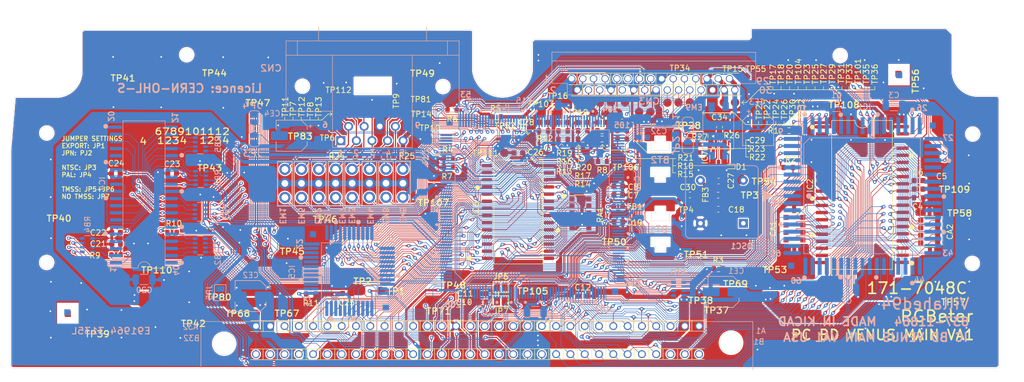
<source format=kicad_pcb>
(kicad_pcb (version 20241229) (generator "pcbnew") (generator_version "9.0")
  (layers (0 "F.Cu" signal) (2 "B.Cu" signal) (13 "F.Paste" user) (15 "B.Paste" user) (5 "F.SilkS" user "F.Silkscreen") (7 "B.SilkS" user "B.Silkscreen") (1 "F.Mask" user) (3 "B.Mask" user) (25 "Edge.Cuts" user))
  (net 0 "")
  (net 1 "/VD5")
  (net 2 "/VA9")
  (net 3 "/VA23")
  (net 4 "/VA10")
  (net 5 "/VA5")
  (net 6 "/VD12")
  (net 7 "/VD9")
  (net 9 "/VA20")
  (net 10 "/VA6")
  (net 11 "/VA17")
  (net 12 "/VA11")
  (net 13 "/VD0")
  (net 14 "/VA15")
  (net 15 "/VA2")
  (net 16 "/VA21")
  (net 17 "/VD13")
  (net 18 "/VD7")
  (net 19 "/VD2")
  (net 20 "/VA7")
  (net 21 "/VA22")
  (net 23 "/VA18")
  (net 24 "/VD4")
  (net 25 "/VA14")
  (net 26 "/VD8")
  (net 27 "/VA3")
  (net 28 "/VD6")
  (net 29 "/VA4")
  (net 30 "/VA1")
  (net 31 "/VA12")
  (net 33 "/VA8")
  (net 34 "/VA19")
  (net 35 "/VD1")
  (net 37 "/VA16")
  (net 39 "/VD10")
  (net 40 "/VD14")
  (net 41 "/VD11")
  (net 42 "/VA13")
  (net 43 "/VD3")
  (net 44 "/VD15")
  (net 46 "/IA14")
  (net 51 "/ZD3")
  (net 52 "/ZA8")
  (net 55 "/ZA3")
  (net 57 "/ZA4")
  (net 60 "/ZD6")
  (net 61 "/ZA2")
  (net 62 "/ZD4")
  (net 63 "/ZA11")
  (net 66 "Net-(IC3-{slash}SC)")
  (net 69 "/ZD7")
  (net 71 "/ZD2")
  (net 72 "Net-(IC3-SD7)")
  (net 73 "Net-(IC3-CLK)")
  (net 76 "/ZA6")
  (net 77 "/ZA7")
  (net 78 "/ZA0")
  (net 79 "/ZD1")
  (net 80 "/ZA5")
  (net 83 "/ZA9")
  (net 84 "/ZA13")
  (net 89 "/R_OUT")
  (net 92 "/SC")
  (net 93 "/CAS1")
  (net 94 "/AD5")
  (net 95 "/SD7")
  (net 98 "/SD1")
  (net 99 "/WE0")
  (net 101 "/AD6")
  (net 102 "/SD6")
  (net 103 "/AD0")
  (net 104 "/RAS1")
  (net 105 "/OE1")
  (net 107 "/AD4")
  (net 108 "/AD1")
  (net 109 "/AD2")
  (net 111 "/SD2")
  (net 112 "/SD5")
  (net 113 "/SD4")
  (net 114 "/SD0")
  (net 115 "/SE0")
  (net 116 "/SD3")
  (net 117 "/AD3")
  (net 118 "/AD7")
  (net 121 "/ZD0")
  (net 122 "/ZA12")
  (net 123 "/ZA1")
  (net 124 "/ZA14")
  (net 125 "/ZA10")
  (net 126 "/ZD5")
  (net 127 "/ZA15")
  (net 129 "/MCLK")
  (net 132 "/HALT")
  (net 134 "/BG")
  (net 135 "/UDS")
  (net 136 "/AS")
  (net 137 "/FC0")
  (net 138 "/VPA")
  (net 139 "/VCLK")
  (net 141 "/BGACK")
  (net 142 "/LDS")
  (net 143 "/IPL1")
  (net 144 "/IPL2")
  (net 145 "/R{slash}W")
  (net 146 "/VRES")
  (net 147 "/DTACK")
  (net 148 "/BR")
  (net 149 "/FC1")
  (net 150 "/NOE")
  (net 151 "/LWR")
  (net 152 "/EOE")
  (net 153 "/UWR")
  (net 154 "/RAS0")
  (net 155 "/INT")
  (net 156 "/NTSC")
  (net 157 "/TIME")
  (net 158 "/M1")
  (net 159 "/CE0")
  (net 160 "/CAS0")
  (net 161 "/FRES")
  (net 162 "/ZCLK")
  (net 163 "/ZRAM")
  (net 164 "/FDC")
  (net 165 "/NMI")
  (net 166 "/IOREQ")
  (net 167 "/RAS2")
  (net 168 "/SRES")
  (net 169 "/FDWR")
  (net 170 "/WAIT")
  (net 171 "/JAP")
  (net 172 "/ZRES")
  (net 173 "/ZBAK")
  (net 174 "/M3")
  (net 175 "/REF")
  (net 176 "/ZRD")
  (net 177 "/ZBR")
  (net 178 "/ASEL")
  (net 179 "/MREQ")
  (net 180 "/ROM")
  (net 181 "/CART")
  (net 182 "/CAS2")
  (net 183 "/WRES")
  (net 184 "/DISK")
  (net 185 "/ZWR")
  (net 188 "Net-(IC1-AS)")
  (net 189 "Net-(IC1-DTACK)")
  (net 190 "VCC")
  (net 191 "GND")
  (net 192 "Net-(IC3-SPA{slash}B)")
  (net 193 "Net-(IC3-AVSS_FM)")
  (net 194 "Net-(IC3-AVDD_FM)")
  (net 195 "Net-(IC3-SD4)")
  (net 196 "Net-(IC3-SD0)")
  (net 197 "Net-(IC3-SD1)")
  (net 198 "Net-(IC3-SD3)")
  (net 199 "Net-(IC3-SD2)")
  (net 200 "Net-(IC3-SD5)")
  (net 201 "Net-(IC3-SD6)")
  (net 202 "Net-(IC3-AD7)")
  (net 203 "Net-(IC3-AD5)")
  (net 204 "Net-(IC3-AD3)")
  (net 205 "Net-(IC3-AD4)")
  (net 206 "Net-(IC3-AD2)")
  (net 207 "Net-(IC3-AD0)")
  (net 208 "Net-(IC3-AD1)")
  (net 209 "Net-(IC3-AD6)")
  (net 210 "Net-(IC3-{slash}OE1)")
  (net 211 "/WE0_IC3")
  (net 212 "Net-(IC3-{slash}CAS1)")
  (net 213 "Net-(IC3-{slash}SE0)")
  (net 214 "Net-(IC3-{slash}RAS1)")
  (net 215 "B")
  (net 216 "G")
  (net 217 "R")
  (net 218 "PSG")
  (net 219 "/PA3")
  (net 220 "/PA6")
  (net 221 "/PA1")
  (net 222 "/PA2")
  (net 223 "/PA5")
  (net 224 "MOR")
  (net 225 "SBCR")
  (net 226 "MOL")
  (net 227 "CSYNC")
  (net 228 "/PA0")
  (net 229 "/PA4")
  (net 230 "/G_OUT")
  (net 231 "/SBCR_OUT")
  (net 232 "/B_OUT")
  (net 233 "/PB5_OUT")
  (net 234 "/PB4")
  (net 235 "/PB1")
  (net 236 "/PB6")
  (net 237 "/PB3")
  (net 238 "/PB2")
  (net 239 "/PB0")
  (net 240 "/PB5")
  (net 241 "{slash}YS")
  (net 242 "HSYNC")
  (net 243 "VSYNC")
  (net 244 "EDCLK")
  (net 245 "/MRES")
  (net 246 "/PB6_OUT")
  (net 247 "Net-(OSC1-OUT)")
  (net 248 "/PB3_OUT")
  (net 249 "Net-(CN2-Pad7)")
  (net 250 "/PB1_OUT")
  (net 251 "/PB0_OUT")
  (net 252 "Net-(CN2-Pad5)")
  (net 253 "/PB2_OUT")
  (net 254 "/PB4_OUT")
  (net 257 "Net-(CN2-Pad9)")
  (net 259 "/BATT_TERM+")
  (net 260 "Net-(CN3-BATT2-Pad29)")
  (net 261 "Net-(CN3-BATT1-Pad27)")
  (net 262 "/BATT_TERM-")
  (net 263 "Net-(IC3-{slash}CE0)")
  (net 264 "Net-(CN1-~{CART})")
  (footprint "Resistor_SMD:R_0603_1608Metric" (layer "F.Cu") (at 124.9 117.9)
    (property "Reference" "R11")
    (property "Value" "2.2k")
  )
  (footprint "Package_SO:SOIC-28W_7.5x18.7mm_P1.27mm" (layer "F.Cu") (at 161.7 103.315)
    (property "Reference" "IC6")
    (property "Value" "uPD4364CX-15")
  )
  (footprint "Capacitor_SMD:C_0603_1608Metric" (layer "F.Cu") (at 100.25 96.42 180)
    (property "Reference" "C23")
    (property "Value" "33pF")
  )
  (footprint "Jumper:SolderJumper-2_P1.3mm_Open_Pad1.0x1.5mm" (layer "F.Cu") (at 158.66 119.19 180)
    (property "Reference" "JP7")
    (property "Value" "SolderJumper_2_Open")
  )
  (footprint "Resistor_SMD:R_0603_1608Metric" (layer "F.Cu") (at 173.22 88.87)
    (property "Reference" "R17")
    (property "Value" "4.7k")
  )
  (footprint "Resistor_SMD:R_0603_1608Metric" (layer "F.Cu") (at 169.71 88.89)
    (property "Reference" "R16")
    (property "Value" "4.7k")
  )
  (footprint "Capacitor_SMD:C_0603_1608Metric" (layer "F.Cu") (at 90.28 106.95 180)
    (property "Reference" "C22")
    (property "Value" "100pF")
  )
  (footprint "Resistor_SMD:R_Array_Convex_4x1206" (layer "F.Cu") (at 234.77 106.81)
    (property "Reference" "CA2")
    (property "Value" "33pF")
  )
  (footprint "Resistor_SMD:R_0603_1608Metric" (layer "F.Cu") (at 100.23 106.94 180)
    (property "Reference" "R10")
    (property "Value" "100")
  )
  (footprint "Capacitor_SMD:C_0603_1608Metric" (layer "F.Cu") (at 90.32 109.02 180)
    (property "Reference" "C21")
    (property "Value" "33pF")
  )
  (footprint "Inductor_SMD:L_0603_1608Metric" (layer "F.Cu") (at 197.26 100.33 180)
    (property "Reference" "FB3")
    (property "Value" "HS121")
  )
  (footprint "SegaNomad:Venus_WRAM" (layer "F.Cu") (at 223.375 100.94)
    (property "Reference" "IC2" (hide yes))
    (property "Value" "LMP6323")
  )
  (footprint "Resistor_SMD:R_0603_1608Metric" (layer "F.Cu") (at 176.65 87.38)
    (property "Reference" "R21")
    (property "Value" "1.2k")
  )
  (footprint "Resistor_SMD:R_0603_1608Metric" (layer "F.Cu") (at 195.99 89.86 -90)
    (property "Reference" "R27")
    (property "Value" "100k")
  )
  (footprint "Capacitor_SMD:C_0603_1608Metric" (layer "F.Cu") (at 166.24 87.38 180)
    (property "Reference" "C28")
    (property "Value" "C")
  )
  (footprint "Resistor_SMD:R_0603_1608Metric" (layer "F.Cu") (at 176.72 94.31 180)
    (property "Reference" "R8")
    (property "Value" "4.7k")
  )
  (footprint "Resistor_SMD:R_0603_1608Metric" (layer "F.Cu") (at 173.22 87.41)
    (property "Reference" "R20")
    (property "Value" "1.2k")
  )
  (footprint "Capacitor_SMD:C_0603_1608Metric" (layer "F.Cu") (at 155.23 117.85)
    (property "Reference" "C11")
    (property "Value" "100pF")
  )
  (footprint "Capacitor_SMD:C_0603_1608Metric" (layer "F.Cu") (at 173.27 118.28 180)
    (property "Reference" "C12")
    (property "Value" "33pF")
  )
  (footprint "Resistor_SMD:R_0603_1608Metric" (layer "F.Cu") (at 169.71 90.36)
    (property "Reference" "R13")
    (property "Value" "5.6k")
  )
  (footprint "Resistor_SMD:R_0603_1608Metric" (layer "F.Cu") (at 173.22 90.39)
    (property "Reference" "R14")
    (property "Value" "5.6k")
  )
  (footprint "Capacitor_SMD:C_0603_1608Metric" (layer "F.Cu") (at 155.23 119.33)
    (property "Reference" "C10")
    (property "Value" "100pF")
  )
  (footprint "Resistor_SMD:R_0603_1608Metric" (layer "F.Cu") (at 209.87 88.85)
    (property "Reference" "R1")
    (property "Value" "150")
  )
  (footprint "Resistor_SMD:R_0603_1608Metric" (layer "F.Cu") (at 149.37 95.36 180)
    (property "Reference" "R7")
    (property "Value" "2.2k")
  )
  (footprint "Capacitor_SMD:C_0603_1608Metric" (layer "F.Cu") (at 180.21 87.3)
    (property "Reference" "C29")
    (property "Value" "100pF")
  )
  (footprint "Resistor_SMD:R_0603_1608Metric" (layer "F.Cu") (at 180.21 88.86)
    (property "Reference" "R23")
    (property "Value" "1k")
  )
  (footprint "Resistor_SMD:R_0603_1608Metric" (layer "F.Cu") (at 176.65 88.86)
    (property "Reference" "R18")
    (property "Value" "4.7k")
  )
  (footprint "Resistor_SMD:R_0603_1608Metric" (layer "F.Cu") (at 180.21 90.34)
    (property "Reference" "R22")
    (property "Value" "4.7k")
  )
  (footprint "Inductor_SMD:L_0603_1608Metric" (layer "F.Cu") (at 179.5 102.36 180)
    (property "Reference" "FB1")
    (property "Value" "HS621")
  )
  (footprint "Capacitor_SMD:C_0603_1608Metric" (layer "F.Cu") (at 90.25 96.5 180)
    (property "Reference" "C24")
    (property "Value" "100pF")
  )
  (footprint "Resistor_SMD:R_0603_1608Metric" (layer "F.Cu") (at 157.84 86.4 180)
    (property "Reference" "R5")
    (property "Value" "0/510")
  )
  (footprint "Resistor_SMD:R_0603_1608Metric" (layer "F.Cu") (at 232.89 100.79)
    (property "Reference" "C4")
    (property "Value" "C")
  )
  (footprint "Capacitor_SMD:C_0603_1608Metric" (layer "F.Cu") (at 131.31 117.83)
    (property "Reference" "C25")
    (property "Value" "0.1u")
  )
  (footprint "Capacitor_SMD:C_0603_1608Metric" (layer "F.Cu") (at 179.52 100.3 180)
    (property "Reference" "C7")
    (property "Value" "22pF")
  )
  (footprint "Capacitor_SMD:C_0603_1608Metric" (layer "F.Cu") (at 197.345 97.83 180)
    (property "Reference" "C27")
    (property "Value" "0.1u")
  )
  (footprint "Resistor_SMD:R_0603_1608Metric" (layer "F.Cu") (at 132.77 93.37)
    (property "Reference" "R24")
    (property "Value" "330")
  )
  (footprint "Resistor_SMD:R_0603_1608Metric" (layer "F.Cu") (at 199.23 91.05)
    (property "Reference" "R26")
    (property "Value" "2.2k")
  )
  (footprint "Resistor_SMD:R_Array_Convex_4x1206" (layer "F.Cu") (at 210.82 106.29)
    (property "Reference" "CA1")
    (property "Value" "33pF")
  )
  (footprint "Capacitor_SMD:C_0603_1608Metric" (layer "F.Cu") (at 179.52 98.78 180)
    (property "Reference" "C8")
    (property "Value" "1000pF")
  )
  (footprint "Resistor_SMD:R_0603_1608Metric" (layer "F.Cu") (at 90.295 110.93)
    (property "Reference" "R9")
    (property "Value" "100")
  )
  (footprint "Resistor_SMD:R_0603_1608Metric" (layer "F.Cu") (at 138.76 93.41)
    (property "Reference" "R25")
    (property "Value" "330")
  )
  (footprint "Capacitor_SMD:C_0603_1608Metric" (layer "F.Cu") (at 197.29 102.83)
    (property "Reference" "C18")
    (property "Value" "10pF")
  )
  (footprint "Jumper:SolderJumper-2_P1.3mm_Open_Pad1.0x1.5mm" (layer "F.Cu") (at 158.66 116.66)
    (property "Reference" "JP6")
    (property "Value" "SolderJumper_2_Open")
  )
  (footprint "Resistor_SMD:R_0603_1608Metric" (layer "F.Cu") (at 209.74 95.41)
    (property "Reference" "R2")
    (property "Value" "220")
  )
  (footprint "Capacitor_SMD:C_0603_1608Metric" (layer "F.Cu") (at 192.25 100.3 180)
    (property "Reference" "C30")
    (property "Value" "0.1u")
  )
  (footprint "Diode_SMD:D_SOD-923" (layer "F.Cu") (at 199.4175 95.25 180)
    (property "Reference" "D1")
    (property "Value" "NSR0130P2T5G")
  )
  (footprint "Resistor_SMD:R_0603_1608Metric" (layer "F.Cu") (at 197.32 113.42)
    (property "Reference" "R3")
    (property "Value" "2.2k")
  )
  (footprint "Capacitor_SMD:C_0603_1608Metric" (layer "F.Cu") (at 197.51 88.22 90)
    (property "Reference" "C34")
    (property "Value" "1u")
  )
  (footprint "Resistor_SMD:R_0603_1608Metric" (layer "F.Cu") (at 176.65 90.34)
    (property "Reference" "R15")
    (property "Value" "5.6k")
  )
  (footprint "Resistor_SMD:R_0603_1608Metric" (layer "F.Cu") (at 149.37 93.83)
    (property "Reference" "R4")
    (property "Value" "220")
  )
  (footprint "Capacitor_SMD:C_0603_1608Metric" (layer "F.Cu") (at 232.875 97.74)
    (property "Reference" "C6")
    (property "Value" "100pF")
  )
  (footprint "Capacitor_SMD:C_0603_1608Metric" (layer "F.Cu") (at 179.55 105.07)
    (property "Reference" "C19")
    (property "Value" "47pF")
  )
  (footprint "Resistor_SMD:R_0603_1608Metric" (layer "F.Cu") (at 169.71 87.4 180)
    (property "Reference" "R19")
    (property "Value" "1.2k")
  )
  (footprint "Capacitor_SMD:C_0603_1608Metric" (layer "F.Cu") (at 232.895 99.25 180)
    (property "Reference" "C5")
    (property "Value" "100pF")
  )
  (footprint "Capacitor_SMD:C_0603_1608Metric" (layer "F.Cu") (at 161.76 92.79 180)
    (property "Reference" "C26")
    (property "Value" "0.1u")
  )
  (footprint "Resistor_SMD:R_0603_1608Metric" (layer "F.Cu") (at 150 85.2)
    (property "Reference" "R6")
    (property "Value" "0/510")
  )
  (footprint "Resistor_SMD:R_0603_1608Metric" (layer "F.Cu") (at 166.24 88.89 180)
    (property "Reference" "R12")
    (property "Value" "2.2k")
  )
  (footprint "Resistor_SMD:R_Array_Convex_5x1206" (layer "F.Cu") (at 172.79 103.56)
    (property "Reference" "RA1")
    (property "Value" "4.7k")
  )
  (footprint "Package_TO_SOT_SMD:SOT-23" (layer "F.Cu") (at 197.34 93.83 -90)
    (property "Reference" "IC7")
    (property "Value" "LM809")
  )
  (footprint "SegaNomad:Venus_FFC" (layer "F.Cu") (at 185.88 80.81)
    (property "Reference" "CN3" (hide yes))
    (property "Value" "~")
  )
  (footprint "SegaNomad:Venus_EMI" (layer "B.Cu") (at 141.26 98.21 180)
    (property "Reference" "EM5")
    (property "Value" "~")
  )
  (footprint "Oscillator:Oscillator_DIP-8" (layer "B.Cu") (at 201.74 105.33 180)
    (property "Reference" "OSC1" (hide yes))
    (property "Value" "53.69313MHz")
  )
  (footprint "Resistor_SMD:R_Array_Convex_4x0603" (layer "B.Cu") (at 105.34 97.28)
    (property "Reference" "RB6")
    (property "Value" "100")
  )
  (footprint "Capacitor_SMD:CP_Elec_5x4.5" (layer "B.Cu") (at 114.21 118.27 180)
    (property "Reference" "CE2")
    (property "Value" "47u 6v")
  )
  (footprint "Jumper:SolderJumper-2_P1.3mm_Open_RoundedPad1.0x1.5mm" (layer "B.Cu") (at 114.87 90.29 -90)
    (property "Reference" "JP3" (hide yes))
    (property "Value" "SolderJumper_2_Open")
  )
  (footprint "Resistor_SMD:R_Array_Convex_4x0603" (layer "B.Cu") (at 105.27 91.29)
    (property "Reference" "RB5")
    (property "Value" "100")
  )
  (footprint "Capacitor_SMD:CP_Elec_5x4.5" (layer "B.Cu") (at 198.23 117.54 180)
    (property "Reference" "CE1")
    (property "Value" "47u 6v")
  )
  (footprint "Capacitor_SMD:C_1206_3216Metric" (layer "B.Cu") (at 220.31 117.03 180)
    (property "Reference" "C2")
    (property "Value" "10u")
  )
  (footprint "SegaNomad:Venus_EMI" (layer "B.Cu") (at 132.24 98.22 180)
    (property "Reference" "EM3")
    (property "Value" "~")
  )
  (footprint "Resistor_SMD:R_Array_Convex_4x0603" (layer "B.Cu") (at 190.25 116.97)
    (property "Reference" "RB1")
    (property "Value" "2.2K")
  )
  (footprint "SegaNomad:Venus_EMI" (layer "B.Cu") (at 126.3 98.24 180)
    (property "Reference" "EM2")
    (property "Value" "~")
  )
  (footprint "SegaNomad:LQFP-208_28x28mm_P0.5mm" (layer "B.Cu") (at 164.22 102.43)
    (property "Reference" "IC3")
    (property "Value" "315-5700, 315-5660, 315-5708, 315-5487")
  )
  (footprint "Capacitor_SMD:C_1206_3216Metric" (layer "B.Cu") (at 218.33 84.54)
    (property "Reference" "C1")
    (property "Value" "10u")
  )
  (footprint "Capacitor_SMD:C_1206_3216Metric" (layer "B.Cu") (at 144.74 98.34 -90)
    (property "Reference" "C14")
    (property "Value" "10u")
  )
  (footprint "Capacitor_SMD:CP_Elec_5x4.5" (layer "B.Cu") (at 204.37 88.75 -90)
    (property "Reference" "CE3")
    (property "Value" "100u 6v")
  )
  (footprint "Resistor_SMD:R_Array_Convex_4x0603" (layer "B.Cu") (at 105.25 109.27)
    (property "Reference" "RB2")
    (property "Value" "100")
  )
  (footprint "SegaNomad:LQFP-44_Z80_10x10mm_P0.8mm" (layer "B.Cu") (at 131.74 113.79 90)
    (property "Reference" "IC5")
    (property "Value" "Z80_QFP")
  )
  (footprint "Jumper:SolderJumper-2_P1.3mm_Open_Pad1.0x1.5mm" (layer "B.Cu") (at 108.81 117.67 90)
    (property "Reference" "JP5")
    (property "Value" "SolderJumper_2_Open")
  )
  (footprint "Resistor_SMD:R_Array_Convex_4x0603" (layer "B.Cu") (at 85.21 109.22)
    (property "Reference" "RB4")
    (property "Value" "100")
  )
  (footprint "SegaNomad:Venus_Cartidge_Slot" (layer "B.Cu") (at 153.54 125.84 180)
    (property "Reference" "CN1" (hide yes))
    (property "Value" "~" (hide yes))
  )
  (footprint "Resistor_SMD:R_Array_Convex_4x0603" (layer "B.Cu") (at 105.23 103.31)
    (property "Reference" "RB3")
    (property "Value" "100")
  )
  (footprint "Capacitor_SMD:C_1206_3216Metric" (layer "B.Cu") (at 95.26 115.33)
    (property "Reference" "C20")
    (property "Value" "10u")
  )
  (footprint "Connector_Dsub:DSUB-9_Pins_Horizontal_P2.77x2.54mm_EdgePinOffset9.40mm" (layer "B.Cu") (at 130.22 90.63)
    (property "Reference" "CN2" (hide yes))
    (property "Value" "PortB" (hide yes))
  )
  (footprint "Capacitor_SMD:C_1206_3216Metric" (layer "B.Cu") (at 228.51 84.4 180)
    (property "Reference" "C3")
    (property "Value" "10u")
  )
  (footprint "Capacitor_SMD:C_1206_3216Metric" (layer "B.Cu") (at 164.78 121.04 180)
    (property "Reference" "C17")
    (property "Value" "10u")
  )
  (footprint "SegaNomad:PLCC-68" (layer "B.Cu") (at 222.925 100.475 -90)
    (property "Reference" "IC1")
    (property "Value" "MC68000FN")
  )
  (footprint "Jumper:SolderJumper-2_P1.3mm_Open_RoundedPad1.0x1.5mm" (layer "B.Cu") (at 114.87 86.7 -90)
    (property "Reference" "JP4" (hide yes))
    (property "Value" "SolderJumper_2_Open")
  )
  (footprint "Jumper:SolderJumper-2_P1.3mm_Open_RoundedPad1.0x1.5mm" (layer "B.Cu") (at 191.88 87.84 90)
    (property "Reference" "JP1" (hide yes))
    (property "Value" "SolderJumper_2_Open")
  )
  (footprint "Capacitor_SMD:C_1206_3216Metric" (layer "B.Cu") (at 183.17 102.92 90)
    (property "Reference" "C16")
    (property "Value" "10u")
  )
  (footprint "SegaNomad:Venus_EMI" (layer "B.Cu") (at 129.3 98.22 180)
    (property "Reference" "EM7")
    (property "Value" "~")
  )
  (footprint "SegaNomad:L_CommonModeChoke" (layer "B.Cu") (at 197.34 88.325 180)
    (property "Reference" "EM9" (hide yes))
    (property "Value" "Choke" (hide yes))
  )
  (footprint "SegaNomad:Venus_EMI" (layer "B.Cu") (at 138.25 98.21 180)
    (property "Reference" "EM8")
    (property "Value" "~")
  )
  (footprint "SegaNomad:SOJ-40" (layer "B.Cu") (at 95.23 99.03)
    (property "Reference" "IC4")
    (property "Value" "MSM54C864")
  )
  (footprint "SegaNomad:Venus_EMI" (layer "B.Cu") (at 135.31 98.21 180)
    (property "Reference" "EM4")
    (property "Value" "~")
  )
  (footprint "SegaNomad:Venus_EMI" (layer "B.Cu") (at 120.29 98.24 180)
    (property "Reference" "EM1")
    (property "Value" "~")
  )
  (footprint "Jumper:SolderJumper-2_P1.3mm_Open_RoundedPad1.0x1.5mm" (layer "B.Cu") (at 191.88 91.53 90)
    (property "Reference" "JP2" (hide yes))
    (property "Value" "SolderJumper_2_Open")
  )
  (footprint "Capacitor_SMD:CP_Elec_5x4.5" (layer "B.Cu") (at 121.5 89.75 180)
    (property "Reference" "CE4")
    (property "Value" "47u 6v")
  )
  (footprint "Capacitor_SMD:C_0603_1608Metric" (layer "B.Cu") (at 183.96 90.02 180)
    (property "Reference" "C32")
    (property "Value" "C")
  )
  (footprint "SegaNomad:Venus_EMI" (layer "B.Cu") (at 123.24 98.23 180)
    (property "Reference" "EM6")
    (property "Value" "~")
  )
  (footprint "Capacitor_SMD:C_1206_3216Metric" (layer "B.Cu") (at 167.35 84.32)
    (property "Reference" "C15")
    (property "Value" "10u")
  )
  (gr_circle (center 228.83 73.97) (end 229.48 73.97) (stroke (width 0.2)) (fill yes) (layer "F.Cu") (net 191))
  (gr_circle (center 245.52 118.77) (end 246.17 118.77) (stroke (width 0.2)) (fill yes) (layer "F.Cu") (net 191))
  (gr_circle (center 97.34 129.58) (end 97.99 129.58) (stroke (width 0.2)) (fill yes) (layer "F.Cu") (net 191))
  (gr_circle (center 72.83 122.14) (end 73.48 122.14) (stroke (width 0.2)) (fill yes) (layer "F.Cu") (net 191))
  (gr_circle (center 74.7 113.43) (end 75.35 113.43) (stroke (width 0.2)) (fill yes) (layer "F.Cu") (net 191))
  (gr_circle (center 245.56 121.23) (end 246.21 121.23) (stroke (width 0.2)) (fill yes) (layer "F.Cu") (net 191))
  (gr_circle (center 207.29 129.45) (end 207.94 129.45) (stroke (width 0.2)) (fill yes) (layer "F.Cu") (net 191))
  (gr_circle (center 120.5 74.1) (end 121.15 74.1) (stroke (width 0.2)) (fill yes) (layer "F.Cu") (net 191))
  (gr_circle (center 203.71 74.07) (end 204.36 74.07) (stroke (width 0.2)) (fill yes) (layer "F.Cu") (net 191))
  (gr_circle (center 87.42 78.65) (end 88.07 78.65) (stroke (width 0.2)) (fill yes) (layer "F.Cu") (net 191))
  (gr_circle (center 110.61 74.14) (end 111.26 74.14) (stroke (width 0.2)) (fill yes) (layer "F.Cu") (net 191))
  (gr_circle (center 75.32 85.91) (end 75.97 85.91) (stroke (width 0.2)) (fill yes) (layer "F.Cu") (net 191))
  (gr_circle (center 224.98 72.23) (end 225.63 72.23) (stroke (width 0.2)) (fill yes) (layer "F.Cu") (net 191))
  (gr_circle (center 245.47 83.92) (end 246.12 83.92) (stroke (width 0.2)) (fill yes) (layer "F.Cu") (net 191))
  (gr_circle (center 198.68 74.08) (end 199.33 74.08) (stroke (width 0.2)) (fill yes) (layer "F.Cu") (net 191))
  (gr_circle (center 141.67 83.36) (end 142.32 83.36) (stroke (width 0.2)) (fill yes) (layer "F.Cu") (net 191))
  (gr_circle (center 98.54 127.7) (end 99.19 127.7) (stroke (width 0.2)) (fill yes) (layer "F.Cu") (net 191))
  (gr_circle (center 226.14 73.98) (end 226.79 73.98) (stroke (width 0.2)) (fill yes) (layer "F.Cu") (net 191))
  (gr_circle (center 245.56 113.67) (end 246.21 113.67) (stroke (width 0.2)) (fill yes) (layer "F.Cu") (net 191))
  (gr_circle (center 83.53 127.73) (end 84.18 127.73) (stroke (width 0.2)) (fill yes) (layer "F.Cu") (net 191))
  (gr_circle (center 232.38 76.73) (end 233.03 76.73) (stroke (width 0.2)) (fill yes) (layer "F.Cu") (net 191))
  (gr_circle (center 92.28 129.51) (end 92.93 129.51) (stroke (width 0.2)) (fill yes) (layer "F.Cu") (net 191))
  (gr_circle (center 76.65 117.2) (end 77.3 117.2) (stroke (width 0.2)) (fill yes) (layer "F.Cu") (net 191))
  (gr_circle (center 211.31 74.1) (end 211.96 74.1) (stroke (width 0.2)) (fill yes) (layer "F.Cu") (net 191))
  (gr_circle (center 79.63 84.68) (end 80.28 84.68) (stroke (width 0.2)) (fill yes) (layer "F.Cu") (net 191))
  (gr_circle (center 98.04 74.25) (end 98.69 74.25) (stroke (width 0.2)) (fill yes) (layer "F.Cu") (net 191))
  (gr_circle (center 175.17 85.64) (end 175.82 85.64) (stroke (width 0.2)) (fill yes) (layer "F.Cu") (net 230))
  (gr_circle (center 241.7 83.68) (end 242.35 83.68) (stroke (width 0.2)) (fill yes) (layer "F.Cu") (net 191))
  (gr_circle (center 96.85 72.39) (end 97.5 72.39) (stroke (width 0.2)) (fill yes) (layer "F.Cu") (net 191))
  (gr_circle (center 117.77 121.39) (end 118.42 121.39) (stroke (width 0.2)) (fill yes) (layer "F.Cu") (net 190))
  (gr_circle (center 235.07 78.4) (end 235.72 78.4) (stroke (width 0.2)) (fill yes) (layer "F.Cu") (net 191))
  (gr_circle (center 207.53 75.89) (end 208.18 75.89) (stroke (width 0.2)) (fill yes) (layer "F.Cu") (net 191))
  (gr_circle (center 188.71 74.17) (end 189.36 74.17) (stroke (width 0.2)) (fill yes) (layer "F.Cu") (net 191))
  (gr_circle (center 213.94 74.1) (end 214.59 74.1) (stroke (width 0.2)) (fill yes) (layer "F.Cu") (net 191))
  (gr_circle (center 76.61 124.24) (end 77.26 124.24) (stroke (width 0.2)) (fill yes) (layer "F.Cu") (net 191))
  (gr_circle (center 86.16 127.73) (end 86.81 127.73) (stroke (width 0.2)) (fill yes) (layer "F.Cu") (net 191))
  (gr_circle (center 204.91 72.32) (end 205.56 72.32) (stroke (width 0.2)) (fill yes) (layer "F.Cu") (net 191))
  (gr_circle (center 216.39 74.18) (end 217.04 74.18) (stroke (width 0.2)) (fill yes) (layer "F.Cu") (net 191))
  (gr_circle (center 245.5 96.12) (end 246.15 96.12) (stroke (width 0.2)) (fill yes) (layer "F.Cu") (net 191))
  (gr_circle (center 211.11 127.56) (end 211.76 127.56) (stroke (width 0.2)) (fill yes) (layer "F.Cu") (net 191))
  (gr_circle (center 140.49 74.16) (end 141.14 74.16) (stroke (width 0.2)) (fill yes) (layer "F.Cu") (net 191))
  (gr_circle (center 243.55 86.89) (end 244.2 86.89) (stroke (width 0.2)) (fill yes) (layer "F.Cu") (net 191))
  (gr_circle (center 243.65 92.46) (end 244.3 92.46) (stroke (width 0.2)) (fill yes) (layer "F.Cu") (net 191))
  (gr_circle (center 72.81 97.14) (end 73.46 97.14) (stroke (width 0.2)) (fill yes) (layer "F.Cu") (net 191))
  (gr_circle (center 238.59 85.58) (end 239.24 85.58) (stroke (width 0.2)) (fill yes) (layer "F.Cu") (net 191))
  (gr_circle (center 203.2 95.8) (end 203.85 95.8) (stroke (width 0.2)) (fill yes) (layer "F.Cu") (net 191))
  (gr_circle (center 243.73 115.03) (end 244.38 115.03) (stroke (width 0.2)) (fill yes) (layer "F.Cu") (net 191))
  (gr_circle (center 236.94 77.12) (end 237.59 77.12) (stroke (width 0.2)) (fill yes) (layer "F.Cu") (net 191))
  (gr_circle (center 76.44 109.59) (end 77.09 109.59) (stroke (width 0.2)) (fill yes) (layer "F.Cu") (net 191))
  (gr_circle (center 150.61 77.85) (end 151.26 77.85) (stroke (width 0.2)) (fill yes) (layer "F.Cu") (net 191))
  (gr_circle (center 80.92 86.51) (end 81.57 86.51) (stroke (width 0.2)) (fill yes) (layer "F.Cu") (net 191))
  (gr_circle (center 93.15 74.29) (end 93.8 74.29) (stroke (width 0.2)) (fill yes) (layer "F.Cu") (net 191))
  (gr_circle (center 245.38 86.19) (end 246.03 86.19) (stroke (width 0.2)) (fill yes) (layer "F.Cu") (net 191))
  (gr_circle (center 168.01 74.11) (end 168.66 74.11) (stroke (width 0.2)) (fill yes) (layer "F.Cu") (net 191))
  (gr_circle (center 141.85 72.31) (end 142.5 72.31) (stroke (width 0.2)) (fill yes) (layer "F.Cu") (net 191))
  (gr_circle (center 219.9 129.36) (end 220.55 129.36) (stroke (width 0.2)) (fill yes) (layer "F.Cu") (net 191))
  (gr_circle (center 74.7 120.93) (end 75.35 120.93) (stroke (width 0.2)) (fill yes) (layer "F.Cu") (net 191))
  (gr_circle (center 212.55 72.38) (end 213.2 72.38) (stroke (width 0.2)) (fill yes) (layer "F.Cu") (net 191))
  (gr_circle (center 135.56 74.15) (end 136.21 74.15) (stroke (width 0.2)) (fill yes) (layer "F.Cu") (net 191))
  (gr_circle (center 104.32 72.26) (end 104.97 72.26) (stroke (width 0.2)) (fill yes) (layer "F.Cu") (net 191))
  (gr_circle (center 223.89 74.02) (end 224.54 74.02) (stroke (width 0.2)) (fill yes) (layer "F.Cu") (net 191))
  (gr_circle (center 174.4 76.01) (end 175.05 76.01) (stroke (width 0.2)) (fill yes) (layer "F.Cu") (net 191))
  (gr_circle (center 106.67 97.4) (end 107.32 97.4) (stroke (width 0.2)) (fill yes) (layer "F.Cu") (net 191))
  (gr_circle (center 104.86 129.54) (end 105.51 129.54) (stroke (width 0.2)) (fill yes) (layer "F.Cu") (net 191))
  (gr_circle (center 207.38 115.36) (end 208.03 115.36) (stroke (width 0.2)) (fill yes) (layer "F.Cu") (net 191))
  (gr_circle (center 197.36 75.97) (end 198.01 75.97) (stroke (width 0.2)) (fill yes) (layer "F.Cu") (net 191))
  (gr_circle (center 243.7 122.53) (end 244.35 122.53) (stroke (width 0.2)) (fill yes) (layer "F.Cu") (net 191))
  (gr_circle (center 146.65 100.02) (end 147.3 100.02) (stroke (width 0.2)) (fill yes) (layer "F.Cu") (net 191))
  (gr_circle (center 103.84 124.96) (end 104.49 124.96) (stroke (width 0.2)) (fill yes) (layer "F.Cu") (net 191))
  (gr_circle (center 111.74 118.4) (end 112.39 118.4) (stroke (width 0.2)) (fill yes) (layer "F.Cu") (net 191))
  (gr_circle (center 204.96 75.91) (end 205.61 75.91) (stroke (width 0.2)) (fill yes) (layer "F.Cu") (net 191))
  (gr_circle (center 189.23 86.54) (end 189.88 86.54) (stroke (width 0.2)) (fill yes) (layer "F.Cu") (net 221))
  (gr_circle (center 245.41 93.72) (end 246.06 93.72) (stroke (width 0.2)) (fill yes) (layer "F.Cu") (net 191))
  (gr_circle (center 76.65 119.68) (end 77.3 119.68) (stroke (width 0.2)) (fill yes) (layer "F.Cu") (net 191))
  (gr_circle (center 217.64 72.34) (end 218.29 72.34) (stroke (width 0.2)) (fill yes) (layer "F.Cu") (net 191))
  (gr_circle (center 204.69 125.76) (end 205.34 125.76) (stroke (width 0.2)) (fill yes) (layer "F.Cu") (net 191))
  (gr_circle (center 145.55 74.16) (end 146.2 74.16) (stroke (width 0.2)) (fill yes) (layer "F.Cu") (net 191))
  (gr_circle (center 114.3 72.32) (end 114.95 72.32) (stroke (width 0.2)) (fill yes) (layer "F.Cu") (net 191))
  (gr_circle (center 217.36 129.42) (end 218.01 129.42) (stroke (width 0.2)) (fill yes) (layer "F.Cu") (net 191))
  (gr_circle (center 99.81 129.54) (end 100.46 129.54) (stroke (width 0.2)) (fill yes) (layer "F.Cu") (net 191))
  (gr_circle (center 220.09 72.31) (end 220.74 72.31) (stroke (width 0.2)) (fill yes) (layer "F.Cu") (net 191))
  (gr_circle (center 74.7 123.04) (end 75.35 123.04) (stroke (width 0.2)) (fill yes) (layer "F.Cu") (net 191))
  (gr_circle (center 215.06 72.27) (end 215.71 72.27) (stroke (width 0.2)) (fill yes) (layer "F.Cu") (net 191))
  (gr_circle (center 151.28 80.99) (end 151.93 80.99) (stroke (width 0.2)) (fill yes) (layer "F.Cu") (net 191))
  (gr_circle (center 237.48 72.13) (end 238.13 72.13) (stroke (width 0.2)) (fill yes) (layer "F.Cu") (net 191))
  (gr_circle (center 202.49 75.97) (end 203.14 75.97) (stroke (width 0.2)) (fill yes) (layer "F.Cu") (net 191))
  (gr_circle (center 187.22 77.28) (end 187.87 77.28) (stroke (width 0.2)) (fill yes) (layer "F.Cu") (net 191))
  (gr_circle (center 165.62 74.01) (end 166.27 74.01) (stroke (width 0.2)) (fill yes) (layer "F.Cu") (net 191))
  (gr_circle (center 103.51 127.68) (end 104.16 127.68) (stroke (width 0.2)) (fill yes) (layer "F.Cu") (net 191))
  (gr_circle (center 85.56 74.88) (end 86.21 74.88) (stroke (width 0.2)) (fill yes) (layer "F.Cu") (net 191))
  (gr_circle (center 172.28 83.87) (end 172.93 83.87) (stroke (width 0.2)) (fill yes) (layer "F.Cu") (net 227))
  (gr_circle (center 243.74 125.03) (end 244.39 125.03) (stroke (width 0.2)) (fill yes) (layer "F.Cu") (net 191))
  (gr_circle (center 72.8 94.67) (end 73.45 94.67) (stroke (width 0.2)) (fill yes) (layer "F.Cu") (net 191))
  (gr_circle (center 87.44 81.12) (end 88.09 81.12) (stroke (width 0.2)) (fill yes) (layer "F.Cu") (net 191))
  (gr_circle (center 73.4 127.54) (end 74.05 127.54) (stroke (width 0.2)) (fill yes) (layer "F.Cu") (net 191))
  (gr_circle (center 243.7 127.53) (end 244.35 127.53) (stroke (width 0.2)) (fill yes) (layer "F.Cu") (net 191))
  (gr_circle (center 87.54 73.62) (end 88.19 73.62) (stroke (width 0.2)) (fill yes) (layer "F.Cu") (net 191))
  (gr_circle (center 119.24 72.33) (end 119.89 72.33) (stroke (width 0.2)) (fill yes) (layer "F.Cu") (net 191))
  (gr_circle (center 188.25 83.86) (end 188.9 83.86) (stroke (width 0.2)) (fill yes) (layer "F.Cu") (net 228))
  (gr_circle (center 76.55 107.19) (end 77.2 107.19) (stroke (width 0.2)) (fill yes) (layer "F.Cu") (net 191))
  (gr_circle (center 74.59 93.43) (end 75.24 93.43) (stroke (width 0.2)) (fill yes) (layer "F.Cu") (net 191))
  (gr_circle (center 206.05 127.64) (end 206.7 127.64) (stroke (width 0.2)) (fill yes) (layer "F.Cu") (net 191))
  (gr_circle (center 134.34 72.29) (end 134.99 72.29) (stroke (width 0.2)) (fill yes) (layer "F.Cu") (net 191))
  (gr_circle (center 91.01 127.72) (end 91.66 127.72) (stroke (width 0.2)) (fill yes) (layer "F.Cu") (net 191))
  (gr_circle (center 127.31 106.35) (end 127.96 106.35) (stroke (width 0.2)) (fill yes) (layer "F.Cu") (net 191))
  (gr_circle (center 242.49 129.34) (end 243.14 129.34) (stroke (width 0.2)) (fill yes) (layer "F.Cu") (net 191))
  (gr_circle (center 121.34 111.89) (end 121.99 111.89) (stroke (width 0.2)) (fill yes) (layer "F.Cu") (net 191))
  (gr_circle (center 177.25 85.65) (end 177.9 85.65) (stroke (width 0.2)) (fill yes) (layer "F.Cu") (net 156))
  (gr_circle (center 235.02 72.17) (end 235.67 72.17) (stroke (width 0.2)) (fill yes) (layer "F.Cu") (net 191))
  (gr_circle (center 245.41 88.7) (end 246.06 88.7) (stroke (width 0.2)) (fill yes) (layer "F.Cu") (net 191))
  (gr_circle (center 133.800308 85.83) (end 134.450308 85.81) (stroke (width 0.2)) (fill yes) (layer "F.Cu") (net 249))
  (gr_circle (center 133.06 74.1) (end 133.71 74.1) (stroke (width 0.2)) (fill yes) (layer "F.Cu") (net 191))
  (gr_circle (center 72.77 104.66) (end 73.42 104.66) (stroke (width 0.2)) (fill yes) (layer "F.Cu") (net 191))
  (gr_circle (center 151.92 75.94) (end 152.57 75.94) (stroke (width 0.2)) (fill yes) (layer "F.Cu") (net 191))
  (gr_circle (center 141.740308 85.86) (end 142.390308 85.84) (stroke (width 0.2)) (fill yes) (layer "F.Cu") (net 257))
  (gr_circle (center 176.24 83.85) (end 176.89 83.85) (stroke (width 0.2)) (fill yes) (layer "F.Cu") (net 232))
  (gr_circle (center 193.86 120.84) (end 194.51 120.84) (stroke (width 0.2)) (fill yes) (layer "F.Cu") (net 191))
  (gr_circle (center 196.26 83.83) (end 196.91 83.83) (stroke (width 0.2)) (fill yes) (layer "F.Cu") (net 191))
  (gr_circle (center 86.6 83.44) (end 87.25 83.44) (stroke (width 0.2)) (fill yes) (layer "F.Cu") (net 191))
  (gr_circle (center 196.18 74.06) (end 196.83 74.06) (stroke (width 0.2)) (fill yes) (layer "F.Cu") (net 191))
  (gr_circle (center 178.7 106.89) (end 179.35 106.89) (stroke (width 0.2)) (fill yes) (layer "F.Cu") (net 191))
  (gr_circle (center 143.13 74.16) (end 143.78 74.16) (stroke (width 0.2)) (fill yes) (layer "F.Cu") (net 191))
  (gr_circle (center 239.2 83.72) (end 239.85 83.72) (stroke (width 0.2)) (fill yes) (layer "F.Cu") (net 191))
  (gr_circle (center 135.730308 85.86) (end 136.380308 85.84) (stroke (width 0.2)) (fill yes) (layer "F.Cu") (net 253))
  (gr_circle (center 235.13 80.88) (end 235.78 80.88) (stroke (width 0.2)) (fill yes) (layer "F.Cu") (net 191))
  (gr_circle (center 76.51 104.68) (end 77.16 104.68) (stroke (width 0.2)) (fill yes) (layer "F.Cu") (net 191))
  (gr_circle (center 116.79 72.25) (end 117.44 72.25) (stroke (width 0.2)) (fill yes) (layer "F.Cu") (net 191))
  (gr_circle (center 72.85 117.13) (end 73.5 117.13) (stroke (width 0.2)) (fill yes) (layer "F.Cu") (net 191))
  (gr_circle (center 76.5 92.15) (end 77.15 92.15) (stroke (width 0.2)) (fill yes) (layer "F.Cu") (net 191))
  (gr_circle (center 209.85 129.41) (end 210.5 129.41) (stroke (width 0.2)) (fill yes) (layer "F.Cu") (net 191))
  (gr_circle (center 74.61 90.95) (end 75.26 90.95) (stroke (width 0.2)) (fill yes) (layer "F.Cu") (net 191))
  (gr_circle (center 243.62 99.91) (end 244.27 99.91) (stroke (width 0.2)) (fill yes) (layer "F.Cu") (net 191))
  (gr_circle (center 245.44 103.77) (end 246.09 103.77) (stroke (width 0.2)) (fill yes) (layer "F.Cu") (net 191))
  (gr_circle (center 144.8 76.9) (end 145.45 76.9) (stroke (width 0.2)) (fill yes) (layer "F.Cu") (net 191))
  (gr_circle (center 87.37 129.55) (end 88.02 129.55) (stroke (width 0.2)) (fill yes) (layer "F.Cu") (net 191))
  (gr_circle (center 245.47 111.14) (end 246.12 111.14) (stroke (width 0.2)) (fill yes) (layer "F.Cu") (net 191))
  (gr_circle (center 129.35 72.27) (end 130 72.27) (stroke (width 0.2)) (fill yes) (layer "F.Cu") (net 191))
  (gr_circle (center 172.02 75.98) (end 172.67 75.98) (stroke (width 0.2)) (fill yes) (layer "F.Cu") (net 191))
  (gr_circle (center 82.34 129.59) (end 82.99 129.59) (stroke (width 0.2)) (fill yes) (layer "F.Cu") (net 191))
  (gr_circle (center 222.49 72.27) (end 223.14 72.27) (stroke (width 0.2)) (fill yes) (layer "F.Cu") (net 191))
  (gr_circle (center 118.08 74.13) (end 118.73 74.13) (stroke (width 0.2)) (fill yes) (layer "F.Cu") (net 191))
  (gr_circle (center 233.8 74.01) (end 234.45 74.01) (stroke (width 0.2)) (fill yes) (layer "F.Cu") (net 191))
  (gr_circle (center 79.72 106.03) (end 80.37 106.03) (stroke (width 0.2)) (fill yes) (layer "F.Cu") (net 191))
  (gr_circle (center 121.83 72.3) (end 122.48 72.3) (stroke (width 0.2)) (fill yes) (layer "F.Cu") (net 191))
  (gr_circle (center 72.91 119.66) (end 73.56 119.66) (stroke (width 0.2)) (fill yes) (layer "F.Cu") (net 191))
  (gr_circle (center 85.5 72.33) (end 86.15 72.33) (stroke (width 0.2)) (fill yes) (layer "F.Cu") (net 191))
  (gr_circle (center 245.55 126.25) (end 246.2 126.25) (stroke (width 0.2)) (fill yes) (layer "F.Cu") (net 191))
  (gr_circle (center 94.84 129.56) (end 95.49 129.56) (stroke (width 0.2)) (fill yes) (layer "F.Cu") (net 191))
  (gr_circle (center 88.61 127.71) (end 89.26 127.71) (stroke (width 0.2)) (fill yes) (layer "F.Cu") (net 191))
  (gr_circle (center 76.59 114.72) (end 77.24 114.72) (stroke (width 0.2)) (fill yes) (layer "F.Cu") (net 191))
  (gr_circle (center 95.58 74.15) (end 96.23 74.15) (stroke (width 0.2)) (fill yes) (layer "F.Cu") (net 191))
  (gr_circle (center 243.52 85) (end 244.17 85) (stroke (width 0.2)) (fill yes) (layer "F.Cu") (net 191))
  (gr_circle (center 204.76 129.43) (end 205.41 129.43) (stroke (width 0.2)) (fill yes) (layer "F.Cu") (net 191))
  (gr_circle (center 131.82 72.28) (end 132.47 72.28) (stroke (width 0.2)) (fill yes) (layer "F.Cu") (net 191))
  (gr_circle (center 143.240308 88.32) (end 143.890308 88.3) (stroke (width 0.2)) (fill yes) (layer "F.Cu") (net 252))
  (gr_circle (center 200.27 83.83) (end 200.92 83.83) (stroke (width 0.2)) (fill yes) (layer "F.Cu") (net 260))
  (gr_circle (center 181.78 75.98) (end 182.43 75.98) (stroke (width 0.2)) (fill yes) (layer "F.Cu") (net 191))
  (gr_circle (center 229.98 72.14) (end 230.63 72.14) (stroke (width 0.2)) (fill yes) (layer "F.Cu") (net 191))
  (gr_circle (center 96.01 127.7) (end 96.66 127.7) (stroke (width 0.2)) (fill yes) (layer "F.Cu") (net 191))
  (gr_circle (center 74.59 88.47) (end 75.24 88.47) (stroke (width 0.2)) (fill yes) (layer "F.Cu") (net 191))
  (gr_circle (center 243.68 94.98) (end 244.33 94.98) (stroke (width 0.2)) (fill yes) (layer "F.Cu") (net 191))
  (gr_circle (center 111.82 72.31) (end 112.47 72.31) (stroke (width 0.2)) (fill yes) (layer "F.Cu") (net 191))
  (gr_circle (center 191.22 85.61) (end 191.87 85.61) (stroke (width 0.2)) (fill yes) (layer "F.Cu") (net 219))
  (gr_circle (center 89.35 72.37) (end 90 72.37) (stroke (width 0.2)) (fill yes) (layer "F.Cu") (net 191))
  (gr_circle (center 102.32 129.54) (end 102.97 129.54) (stroke (width 0.2)) (fill yes) (layer "F.Cu") (net 191))
  (gr_circle (center 74.75 118.38) (end 75.4 118.38) (stroke (width 0.2)) (fill yes) (layer "F.Cu") (net 191))
  (gr_circle (center 113.03 74.16) (end 113.68 74.16) (stroke (width 0.2)) (fill yes) (layer "F.Cu") (net 191))
  (gr_circle (center 126.86 72.28) (end 127.51 72.28) (stroke (width 0.2)) (fill yes) (layer "F.Cu") (net 191))
  (gr_circle (center 236.35 74.01) (end 237 74.01) (stroke (width 0.2)) (fill yes) (layer "F.Cu") (net 191))
  (gr_circle (center 139.37 72.31) (end 140.02 72.31) (stroke (width 0.2)) (fill yes) (layer "F.Cu") (net 191))
  (gr_circle (center 245.39 98.83) (end 246.04 98.83) (stroke (width 0.2)) (fill yes) (layer "F.Cu") (net 191))
  (gr_circle (center 73.24 87.02) (end 73.89 87.02) (stroke (width 0.2)) (fill yes) (layer "F.Cu") (net 191))
  (gr_circle (center 118.69 83.89) (end 119.34 83.89) (stroke (width 0.2)) (fill yes) (layer "F.Cu") (net 191))
  (gr_circle (center 76.57 122.13) (end 77.22 122.13) (stroke (width 0.2)) (fill yes) (layer "F.Cu") (net 191))
  (gr_circle (center 150.47 74.19) (end 151.12 74.19) (stroke (width 0.2)) (fill yes) (layer "F.Cu") (net 191))
  (gr_circle (center 207.44 72.32) (end 208.09 72.32) (stroke (width 0.2)) (fill yes) (layer "F.Cu") (net 191))
  (gr_circle (center 115.11 121.43) (end 115.76 121.43) (stroke (width 0.2)) (fill yes) (layer "F.Cu") (net 191))
  (gr_circle (center 97.31 115.43) (end 97.96 115.43) (stroke (width 0.2)) (fill yes) (layer "F.Cu") (net 191))
  (gr_circle (center 148.12 74.11) (end 148.77 74.11) (stroke (width 0.2)) (fill yes) (layer "F.Cu") (net 191))
  (gr_circle (center 105.54 74.21) (end 106.19 74.21) (stroke (width 0.2)) (fill yes) (layer "F.Cu") (net 191))
  (gr_circle (center 185.22 85.54) (end 185.87 85.54) (stroke (width 0.2)) (fill yes) (layer "F.Cu") (net 218))
  (gr_circle (center 212.4 129.38) (end 213.05 129.38) (stroke (width 0.2)) (fill yes) (layer "F.Cu") (net 191))
  (gr_circle (center 210.08 72.35) (end 210.73 72.35) (stroke (width 0.2)) (fill yes) (layer "F.Cu") (net 191))
  (gr_circle (center 74.65 108.47) (end 75.3 108.47) (stroke (width 0.2)) (fill yes) (layer "F.Cu") (net 191))
  (gr_circle (center 189.91 75.93) (end 190.56 75.93) (stroke (width 0.2)) (fill yes) (layer "F.Cu") (net 191))
  (gr_circle (center 201.2 74.11) (end 201.85 74.11) (stroke (width 0.2)) (fill yes) (layer "F.Cu") (net 191))
  (gr_circle (center 238.79 81.6) (end 239.44 81.6) (stroke (width 0.2)) (fill yes) (layer "F.Cu") (net 191))
  (gr_circle (center 221.38 73.96) (end 222.03 73.96) (stroke (width 0.2)) (fill yes) (layer "F.Cu") (net 191))
  (gr_rect (start 228.86 78.31) (end 229.76 79.2) (stroke (width 0.2)) (fill yes) (layer "F.Cu"))
  (gr_circle (center 243.71 119.96) (end 244.36 119.96) (stroke (width 0.2)) (fill yes) (layer "F.Cu") (net 191))
  (gr_circle (center 76.53 94.67) (end 77.18 94.67) (stroke (width 0.2)) (fill yes) (layer "F.Cu") (net 191))
  (gr_circle (center 151.86 72.3) (end 152.51 72.3) (stroke (width 0.2)) (fill yes) (layer "F.Cu") (net 191))
  (gr_circle (center 240.96 85.67) (end 241.61 85.67) (stroke (width 0.2)) (fill yes) (layer "F.Cu") (net 191))
  (gr_circle (center 191.28 74.1) (end 191.93 74.1) (stroke (width 0.2)) (fill yes) (layer "F.Cu") (net 191))
  (gr_circle (center 245.53 123.73) (end 246.18 123.73) (stroke (width 0.2)) (fill yes) (layer "F.Cu") (net 191))
  (gr_circle (center 245.45 116.24) (end 246.1 116.24) (stroke (width 0.2)) (fill yes) (layer "F.Cu") (net 191))
  (gr_circle (center 232.6 72.18) (end 233.25 72.18) (stroke (width 0.2)) (fill yes) (layer "F.Cu") (net 191))
  (gr_circle (center 150.62 121.01) (end 151.27 121.01) (stroke (width 0.2)) (fill yes) (layer "F.Cu") (net 191))
  (gr_circle (center 199.82 117.79) (end 200.47 117.79) (stroke (width 0.2)) (fill yes) (layer "F.Cu") (net 191))
  (gr_circle (center 129.81 83.37) (end 130.46 83.37) (stroke (width 0.2)) (fill yes) (layer "F.Cu") (net 191))
  (gr_circle (center 152.44 79.13) (end 153.09 79.13) (stroke (width 0.2)) (fill yes) (layer "F.Cu") (net 191))
  (gr_circle (center 72.82 92.14) (end 73.47 92.14) (stroke (width 0.2)) (fill yes) (layer "F.Cu") (net 191))
  (gr_circle (center 191.29 120.83) (end 191.94 120.83) (stroke (width 0.2)) (fill yes) (layer "F.Cu") (net 190))
  (gr_circle (center 74.61 100.88) (end 75.26 100.88) (stroke (width 0.2)) (fill yes) (layer "F.Cu") (net 191))
  (gr_circle (center 192.26 83.82) (end 192.91 83.82) (stroke (width 0.2)) (fill yes) (layer "F.Cu") (net 229))
  (gr_circle (center 130.59 74.1) (end 131.24 74.1) (stroke (width 0.2)) (fill yes) (layer "F.Cu") (net 191))
  (gr_circle (center 101.01 127.69) (end 101.66 127.69) (stroke (width 0.2)) (fill yes) (layer "F.Cu") (net 191))
  (gr_circle (center 74.6 115.98) (end 75.25 115.98) (stroke (width 0.2)) (fill yes) (layer "F.Cu") (net 191))
  (gr_circle (center 87.44 76.13) (end 88.09 76.13) (stroke (width 0.2)) (fill yes) (layer "F.Cu") (net 191))
  (gr_circle (center 74.65 125.58) (end 75.3 125.58) (stroke (width 0.2)) (fill yes) (layer "F.Cu") (net 191))
  (gr_circle (center 83.8 124.95) (end 84.45 124.95) (stroke (width 0.2)) (fill yes) (layer "F.Cu") (net 191))
  (gr_circle (center 99.35 72.31) (end 100 72.31) (stroke (width 0.2)) (fill yes) (layer "F.Cu") (net 191))
  (gr_circle (center 131.780308 85.87) (end 132.430308 85.85) (stroke (width 0.2)) (fill yes) (layer "F.Cu") (net 250))
  (gr_circle (center 174.19 83.85) (end 174.84 83.85) (stroke (width 0.2)) (fill yes) (layer "F.Cu") (net 89))
  (gr_circle (center 137.73 85.82) (end 138.38 85.82) (stroke (width 0.2)) (fill yes) (layer "F.Cu") (net 191))
  (gr_circle (center 150.3 114.83) (end 150.95 114.83) (stroke (width 0.2)) (fill yes) (layer "F.Cu") (net 191))
  (gr_circle (center 245.52 106.17) (end 246.17 106.17) (stroke (width 0.2)) (fill yes) (layer "F.Cu") (net 191))
  (gr_circle (center 164.2 90.35) (end 164.85 90.35) (stroke (width 0.2)) (fill yes) (layer "F.Cu") (net 191))
  (gr_circle (center 109.4 72.31) (end 110.05 72.31) (stroke (width 0.2)) (fill yes) (layer "F.Cu") (net 191))
  (gr_circle (center 136.81 72.26) (end 137.46 72.26) (stroke (width 0.2)) (fill yes) (layer "F.Cu") (net 191))
  (gr_circle (center 101.89 72.33) (end 102.54 72.33) (stroke (width 0.2)) (fill yes) (layer "F.Cu") (net 191))
  (gr_circle (center 245.42 101.21) (end 246.07 101.21) (stroke (width 0.2)) (fill yes) (layer "F.Cu") (net 191))
  (gr_circle (center 204.75 79.37) (end 205.4 79.37) (stroke (width 0.2)) (fill yes) (layer "F.Cu") (net 191))
  (gr_circle (center 170.58 74.09) (end 171.23 74.09) (stroke (width 0.2)) (fill yes) (layer "F.Cu") (net 191))
  (gr_circle (center 75.88 127.42) (end 76.53 127.42) (stroke (width 0.2)) (fill yes) (layer "F.Cu") (net 191))
  (gr_circle (center 178.21 83.85) (end 178.86 83.85) (stroke (width 0.2)) (fill yes) (layer "F.Cu") (net 191))
  (gr_circle (center 72.8 102.19) (end 73.45 102.19) (stroke (width 0.2)) (fill yes) (layer "F.Cu") (net 191))
  (gr_circle (center 128.1 74.09) (end 128.75 74.09) (stroke (width 0.2)) (fill yes) (layer "F.Cu") (net 191))
  (gr_circle (center 73.51 84.63) (end 74.16 84.63) (stroke (width 0.2)) (fill yes) (layer "F.Cu") (net 191))
  (gr_circle (center 184.33 75.98) (end 184.98 75.98) (stroke (width 0.2)) (fill yes) (layer "F.Cu") (net 191))
  (gr_circle (center 125.64 74.18) (end 126.29 74.18) (stroke (width 0.2)) (fill yes) (layer "F.Cu") (net 191))
  (gr_circle (center 194.94 75.93) (end 195.59 75.93) (stroke (width 0.2)) (fill yes) (layer "F.Cu") (net 191))
  (gr_circle (center 192.28 108.78) (end 192.93 108.78) (stroke (width 0.2)) (fill yes) (layer "F.Cu") (net 191))
  (gr_circle (center 72.77 124.29) (end 73.42 124.29) (stroke (width 0.2)) (fill yes) (layer "F.Cu") (net 191))
  (gr_circle (center 243.68 97.48) (end 244.33 97.48) (stroke (width 0.2)) (fill yes) (layer "F.Cu") (net 191))
  (gr_circle (center 84.67 82.05) (end 85.32 82.05) (stroke (width 0.2)) (fill yes) (layer "F.Cu") (net 191))
  (gr_circle (center 218.63 127.49) (end 219.28 127.49) (stroke (width 0.2)) (fill yes) (layer "F.Cu") (net 191))
  (gr_circle (center 84.58 84.71) (end 85.23 84.71) (stroke (width 0.2)) (fill yes) (layer "F.Cu") (net 191))
  (gr_circle (center 207.36 125.67) (end 208.01 125.67) (stroke (width 0.2)) (fill yes) (layer "F.Cu") (net 191))
  (gr_circle (center 107.89 74.13) (end 108.54 74.13) (stroke (width 0.2)) (fill yes) (layer "F.Cu") (net 191))
  (gr_circle (center 168.98 80.89) (end 169.63 80.89) (stroke (width 0.2)) (fill yes) (layer "F.Cu") (net 191))
  (gr_circle (center 185.66 74.08) (end 186.31 74.08) (stroke (width 0.2)) (fill yes) (layer "F.Cu") (net 191))
  (gr_circle (center 133.81 117.39) (end 134.46 117.39) (stroke (width 0.2)) (fill yes) (layer "F.Cu") (net 191))
  (gr_circle (center 146.98 72.28) (end 147.63 72.28) (stroke (width 0.2)) (fill yes) (layer "F.Cu") (net 191))
  (gr_circle (center 72.84 114.67) (end 73.49 114.67) (stroke (width 0.2)) (fill yes) (layer "F.Cu") (net 191))
  (gr_circle (center 115.62 74.18) (end 116.27 74.18) (stroke (width 0.2)) (fill yes) (layer "F.Cu") (net 191))
  (gr_circle (center 74.58 105.93) (end 75.23 105.93) (stroke (width 0.2)) (fill yes) (layer "F.Cu") (net 191))
  (gr_circle (center 153.7 81.64) (end 154.35 81.64) (stroke (width 0.2)) (fill yes) (layer "F.Cu") (net 191))
  (gr_circle (center 198.27 83.83) (end 198.92 83.83) (stroke (width 0.2)) (fill yes) (layer "F.Cu") (net 261))
  (gr_circle (center 194.27 83.78) (end 194.92 83.78) (stroke (width 0.2)) (fill yes) (layer "F.Cu") (net 220))
  (gr_circle (center 76.56 102.12) (end 77.21 102.12) (stroke (width 0.2)) (fill yes) (layer "F.Cu") (net 191))
  (gr_circle (center 74.67 98.43) (end 75.32 98.43) (stroke (width 0.2)) (fill yes) (layer "F.Cu") (net 191))
  (gr_circle (center 128.720308 88.34) (end 129.370308 88.32) (stroke (width 0.2)) (fill yes) (layer "F.Cu") (net 251))
  (gr_circle (center 159.27 92.79) (end 159.92 92.79) (stroke (width 0.2)) (fill yes) (layer "F.Cu") (net 191))
  (gr_circle (center 74.65 110.91) (end 75.3 110.91) (stroke (width 0.2)) (fill yes) (layer "F.Cu") (net 191))
  (gr_circle (center 243.62 102.42) (end 244.27 102.42) (stroke (width 0.2)) (fill yes) (layer "F.Cu") (net 191))
  (gr_circle (center 231.35 74.04) (end 232 74.04) (stroke (width 0.2)) (fill yes) (layer "F.Cu") (net 191))
  (gr_circle (center 245.43 108.78) (end 246.08 108.78) (stroke (width 0.2)) (fill yes) (layer "F.Cu") (net 191))
  (gr_circle (center 178.12 74.12) (end 178.77 74.12) (stroke (width 0.2)) (fill yes) (layer "F.Cu") (net 191))
  (gr_circle (center 169.29 75.91) (end 169.94 75.91) (stroke (width 0.2)) (fill yes) (layer "F.Cu") (net 191))
  (gr_circle (center 236.89 79.72) (end 237.54 79.72) (stroke (width 0.2)) (fill yes) (layer "F.Cu") (net 191))
  (gr_circle (center 85.63 77.39) (end 86.28 77.39) (stroke (width 0.2)) (fill yes) (layer "F.Cu") (net 191))
  (gr_circle (center 91.88 72.34) (end 92.53 72.34) (stroke (width 0.2)) (fill yes) (layer "F.Cu") (net 191))
  (gr_circle (center 216.11 127.54) (end 216.76 127.54) (stroke (width 0.2)) (fill yes) (layer "F.Cu") (net 191))
  (gr_circle (center 173.06 74.07) (end 173.71 74.07) (stroke (width 0.2)) (fill yes) (layer "F.Cu") (net 191))
  (gr_circle (center 193.22 85.64) (end 193.87 85.64) (stroke (width 0.2)) (fill yes) (layer "F.Cu") (net 223))
  (gr_rect (start 81.27 121.01) (end 82.17 121.9) (stroke (width 0.2)) (fill yes) (layer "F.Cu"))
  (gr_circle (center 72.84 112.12) (end 73.49 112.12) (stroke (width 0.2)) (fill yes) (layer "F.Cu") (net 191))
  (gr_circle (center 144.32 72.26) (end 144.97 72.26) (stroke (width 0.2)) (fill yes) (layer "F.Cu") (net 191))
  (gr_circle (center 106.85 72.34) (end 107.5 72.34) (stroke (width 0.2)) (fill yes) (layer "F.Cu") (net 191))
  (gr_circle (center 76.49 97.08) (end 77.14 97.08) (stroke (width 0.2)) (fill yes) (layer "F.Cu") (net 191))
  (gr_circle (center 138.15 74.14) (end 138.8 74.14) (stroke (width 0.2)) (fill yes) (layer "F.Cu") (net 191))
  (gr_circle (center 72.86 107.16) (end 73.51 107.16) (stroke (width 0.2)) (fill yes) (layer "F.Cu") (net 191))
  (gr_circle (center 85.54 79.89) (end 86.19 79.89) (stroke (width 0.2)) (fill yes) (layer "F.Cu") (net 191))
  (gr_circle (center 90.54 74.19) (end 91.19 74.19) (stroke (width 0.2)) (fill yes) (layer "F.Cu") (net 191))
  (gr_circle (center 149.4 72.28) (end 150.05 72.28) (stroke (width 0.2)) (fill yes) (layer "F.Cu") (net 191))
  (gr_circle (center 73.03 89.72) (end 73.68 89.72) (stroke (width 0.2)) (fill yes) (layer "F.Cu") (net 191))
  (gr_circle (center 176.79 75.95) (end 177.44 75.95) (stroke (width 0.2)) (fill yes) (layer "F.Cu") (net 191))
  (gr_circle (center 243.58 109.91) (end 244.23 109.91) (stroke (width 0.2)) (fill yes) (layer "F.Cu") (net 191))
  (gr_circle (center 166.73 76.04) (end 167.38 76.04) (stroke (width 0.2)) (fill yes) (layer "F.Cu") (net 191))
  (gr_circle (center 202.19 79.31) (end 202.84 79.31) (stroke (width 0.2)) (fill yes) (layer "F.Cu") (net 190))
  (gr_circle (center 183.23 85.5) (end 183.88 85.5) (stroke (width 0.2)) (fill yes) (layer "F.Cu") (net 226))
  (gr_circle (center 213.56 127.53) (end 214.21 127.53) (stroke (width 0.2)) (fill yes) (layer "F.Cu") (net 191))
  (gr_circle (center 91.21 77.42) (end 91.86 77.42) (stroke (width 0.2)) (fill yes) (layer "F.Cu") (net 191))
  (gr_circle (center 239.9 101.78) (end 240.55 101.78) (stroke (width 0.2)) (fill yes) (layer "F.Cu") (net 191))
  (gr_circle (center 184.2 83.84) (end 184.85 83.84) (stroke (width 0.2)) (fill yes) (layer "F.Cu") (net 224))
  (gr_circle (center 183.14 74.06) (end 183.79 74.06) (stroke (width 0.2)) (fill yes) (layer "F.Cu") (net 191))
  (gr_circle (center 84.72 129.64) (end 85.37 129.64) (stroke (width 0.2)) (fill yes) (layer "F.Cu") (net 191))
  (gr_circle (center 137.32 117.35) (end 137.97 117.35) (stroke (width 0.2)) (fill yes) (layer "F.Cu") (net 162))
  (gr_circle (center 83.3 86.57) (end 83.95 86.57) (stroke (width 0.2)) (fill yes) (layer "F.Cu") (net 191))
  (gr_circle (center 214.82 129.4) (end 215.47 129.4) (stroke (width 0.2)) (fill yes) (layer "F.Cu") (net 191))
  (gr_circle (center 124.31 72.26) (end 124.96 72.26) (stroke (width 0.2)) (fill yes) (layer "F.Cu") (net 191))
  (gr_circle (center 235.34 99.25) (end 235.99 99.25) (stroke (width 0.2)) (fill yes) (layer "F.Cu") (net 191))
  (gr_circle (center 235.45 119.25) (end 236.1 119.25) (stroke (width 0.2)) (fill yes) (layer "F.Cu") (net 191))
  (gr_circle (center 192.53 75.9) (end 193.18 75.9) (stroke (width 0.2)) (fill yes) (layer "F.Cu") (net 191))
  (gr_circle (center 219.25 85.79) (end 219.9 85.79) (stroke (width 0.2)) (fill yes) (layer "F.Cu") (net 191))
  (gr_circle (center 208.5 127.54) (end 209.15 127.54) (stroke (width 0.2)) (fill yes) (layer "F.Cu") (net 191))
  (gr_circle (center 206.08 123.84) (end 206.73 123.84) (stroke (width 0.2)) (fill yes) (layer "F.Cu") (net 191))
  (gr_circle (center 82.12 84.63) (end 82.77 84.63) (stroke (width 0.2)) (fill yes) (layer "F.Cu") (net 191))
  (gr_circle (center 129.740308 85.89) (end 130.390308 85.87) (stroke (width 0.2)) (fill yes) (layer "F.Cu") (net 254))
  (gr_circle (center 243.71 117.49) (end 244.36 117.49) (stroke (width 0.2)) (fill yes) (layer "F.Cu") (net 191))
  (gr_circle (center 74.63 103.43) (end 75.28 103.43) (stroke (width 0.2)) (fill yes) (layer "F.Cu") (net 191))
  (gr_circle (center 180.23 96.83) (end 180.88 96.83) (stroke (width 0.2)) (fill yes) (layer "F.Cu") (net 191))
  (gr_circle (center 123.03 74.18) (end 123.68 74.18) (stroke (width 0.2)) (fill yes) (layer "F.Cu") (net 191))
  (gr_circle (center 236.68 84.41) (end 237.33 84.41) (stroke (width 0.2)) (fill yes) (layer "F.Cu") (net 191))
  (gr_circle (center 89.91 129.6) (end 90.56 129.6) (stroke (width 0.2)) (fill yes) (layer "F.Cu") (net 191))
  (gr_circle (center 180.55 74.06) (end 181.2 74.06) (stroke (width 0.2)) (fill yes) (layer "F.Cu") (net 191))
  (gr_circle (center 179.51 85.7) (end 180.16 85.7) (stroke (width 0.2)) (fill yes) (layer "F.Cu") (net 231))
  (gr_circle (center 165.59 77.85) (end 166.24 77.85) (stroke (width 0.2)) (fill yes) (layer "F.Cu") (net 191))
  (gr_circle (center 199.93 75.97) (end 200.58 75.97) (stroke (width 0.2)) (fill yes) (layer "F.Cu") (net 191))
  (gr_circle (center 72.83 99.67) (end 73.48 99.67) (stroke (width 0.2)) (fill yes) (layer "F.Cu") (net 191))
  (gr_circle (center 175.53 74.1) (end 176.18 74.1) (stroke (width 0.2)) (fill yes) (layer "F.Cu") (net 191))
  (gr_circle (center 190.22 83.84) (end 190.87 83.84) (stroke (width 0.2)) (fill yes) (layer "F.Cu") (net 222))
  (gr_circle (center 179.2 75.99) (end 179.85 75.99) (stroke (width 0.2)) (fill yes) (layer "F.Cu") (net 191))
  (gr_circle (center 243.63 105.05) (end 244.28 105.05) (stroke (width 0.2)) (fill yes) (layer "F.Cu") (net 191))
  (gr_circle (center 74.72 129.32) (end 75.37 129.32) (stroke (width 0.2)) (fill yes) (layer "F.Cu") (net 191))
  (gr_circle (center 77.14 129.32) (end 77.79 129.32) (stroke (width 0.2)) (fill yes) (layer "F.Cu") (net 191))
  (gr_circle (center 243.65 107.48) (end 244.3 107.48) (stroke (width 0.2)) (fill yes) (layer "F.Cu") (net 191))
  (gr_circle (center 244.97 129.34) (end 245.62 129.34) (stroke (width 0.2)) (fill yes) (layer "F.Cu") (net 191))
  (gr_circle (center 119.74 90.01) (end 120.39 90.01) (stroke (width 0.2)) (fill yes) (layer "F.Cu") (net 191))
  (gr_circle (center 76.49 99.68) (end 77.14 99.68) (stroke (width 0.2)) (fill yes) (layer "F.Cu") (net 191))
  (gr_circle (center 72.81 109.67) (end 73.46 109.67) (stroke (width 0.2)) (fill yes) (layer "F.Cu") (net 191))
  (gr_circle (center 74.65 95.89) (end 75.3 95.89) (stroke (width 0.2)) (fill yes) (layer "F.Cu") (net 191))
  (gr_circle (center 78.44 86.53) (end 79.09 86.53) (stroke (width 0.2)) (fill yes) (layer "F.Cu") (net 191))
  (gr_circle (center 237.02 82.16) (end 237.67 82.16) (stroke (width 0.2)) (fill yes) (layer "F.Cu") (net 191))
  (gr_circle (center 227.56 72.15) (end 228.21 72.15) (stroke (width 0.2)) (fill yes) (layer "F.Cu") (net 191))
  (gr_circle (center 245.45 91.21) (end 246.1 91.21) (stroke (width 0.2)) (fill yes) (layer "F.Cu") (net 191))
  (gr_circle (center 235.06 75.86) (end 235.71 75.86) (stroke (width 0.2)) (fill yes) (layer "F.Cu") (net 191))
  (gr_circle (center 94.27 72.37) (end 94.92 72.37) (stroke (width 0.2)) (fill yes) (layer "F.Cu") (net 191))
  (gr_circle (center 77 84.63) (end 77.65 84.63) (stroke (width 0.2)) (fill yes) (layer "F.Cu") (net 191))
  (gr_circle (center 208.89 74.19) (end 209.54 74.19) (stroke (width 0.2)) (fill yes) (layer "F.Cu") (net 191))
  (gr_circle (center 193.78 74.2) (end 194.43 74.2) (stroke (width 0.2)) (fill yes) (layer "F.Cu") (net 191))
  (gr_circle (center 149.21 76.04) (end 149.86 76.04) (stroke (width 0.2)) (fill yes) (layer "F.Cu") (net 191))
  (gr_circle (center 139.730308 85.86) (end 140.380308 85.84) (stroke (width 0.2)) (fill yes) (layer "F.Cu") (net 248))
  (gr_circle (center 163.31 118.85) (end 163.96 118.85) (stroke (width 0.2)) (fill yes) (layer "F.Cu") (net 191))
  (gr_circle (center 168.86 85.41) (end 169.51 85.41) (stroke (width 0.2)) (fill yes) (layer "F.Cu") (net 191))
  (gr_circle (center 107.22 76.92) (end 107.87 76.92) (stroke (width 0.2)) (fill yes) (layer "F.Cu") (net 191))
  (gr_circle (center 206.24 74.18) (end 206.89 74.18) (stroke (width 0.2)) (fill yes) (layer "F.Cu") (net 191))
  (gr_circle (center 180.73 83.82) (end 181.38 83.82) (stroke (width 0.2)) (fill yes) (layer "F.Cu") (net 168))
  (gr_rect (start 210.535 109.16) (end 211.045 110.76) (stroke (width 0.2)) (fill yes) (layers "F.Cu" "F.Mask") (net 191))
  (gr_rect (start 234.645 109.59) (end 235.155 111.19) (stroke (width 0.2)) (fill yes) (layers "F.Cu" "F.Mask") (net 191))
  (gr_rect (start 210.505 101.8) (end 211.015 103.4) (stroke (width 0.2)) (fill yes) (layers "F.Cu" "F.Mask") (net 191))
  (gr_circle (center 194.28 102.82) (end 194.93 102.82) (stroke (width 0.2)) (fill yes) (layers "F.Cu" "F.Mask") (net 129))
  (gr_circle (center 200.26 100.31) (end 200.91 100.31) (stroke (width 0.2)) (fill yes) (layers "F.Cu" "F.Mask") (net 247))
  (gr_rect (start 234.58 102.31) (end 235.09 103.91) (stroke (width 0.2)) (fill yes) (layers "F.Cu" "F.Mask") (net 191))
  (gr_circle (center 145.55 74.16) (end 146.2 74.16) (stroke (width 0.2)) (fill yes) (layer "B.Cu") (net 191))
  (gr_circle (center 149.21 76.04) (end 149.86 76.04) (stroke (width 0.2)) (fill yes) (layer "B.Cu") (net 191))
  (gr_circle (center 76.49 99.68) (end 77.14 99.68) (stroke (width 0.2)) (fill yes) (layer "B.Cu") (net 191))
  (gr_circle (center 76.57 122.13) (end 77.22 122.13) (stroke (width 0.2)) (fill yes) (layer "B.Cu") (net 191))
  (gr_circle (center 77 84.63) (end 77.65 84.63) (stroke (width 0.2)) (fill yes) (layer "B.Cu") (net 191))
  (gr_circle (center 99.81 129.54) (end 100.46 129.54) (stroke (width 0.2)) (fill yes) (layer "B.Cu") (net 191))
  (gr_circle (center 89.35 72.37) (end 90 72.37) (stroke (width 0.2)) (fill yes) (layer "B.Cu") (net 191))
  (gr_circle (center 245.56 113.67) (end 246.21 113.67) (stroke (width 0.2)) (fill yes) (layer "B.Cu") (net 191))
  (gr_circle (center 243.74 125.03) (end 244.39 125.03) (stroke (width 0.2)) (fill yes) (layer "B.Cu") (net 191))
  (gr_circle (center 99.35 72.31) (end 100 72.31) (stroke (width 0.2)) (fill yes) (layer "B.Cu") (net 191))
  (gr_circle (center 92.28 129.51) (end 92.93 129.51) (stroke (width 0.2)) (fill yes) (layer "B.Cu") (net 191))
  (gr_circle (center 86.16 127.73) (end 86.81 127.73) (stroke (width 0.2)) (fill yes) (layer "B.Cu") (net 191))
  (gr_circle (center 245.41 88.7) (end 246.06 88.7) (stroke (width 0.2)) (fill yes) (layer "B.Cu") (net 191))
  (gr_circle (center 227.56 72.15) (end 228.21 72.15) (stroke (width 0.2)) (fill yes) (layer "B.Cu") (net 191))
  (gr_circle (center 168.01 74.11) (end 168.66 74.11) (stroke (width 0.2)) (fill yes) (layer "B.Cu") (net 191))
  (gr_circle (center 105.54 74.21) (end 106.19 74.21) (stroke (width 0.2)) (fill yes) (layer "B.Cu") (net 191))
  (gr_circle (center 243.71 117.49) (end 244.36 117.49) (stroke (width 0.2)) (fill yes) (layer "B.Cu") (net 191))
  (gr_circle (center 114.3 72.32) (end 114.95 72.32) (stroke (width 0.2)) (fill yes) (layer "B.Cu") (net 191))
  (gr_circle (center 96.85 72.39) (end 97.5 72.39) (stroke (width 0.2)) (fill yes) (layer "B.Cu") (net 191))
  (gr_circle (center 236.89 79.72) (end 237.54 79.72) (stroke (width 0.2)) (fill yes) (layer "B.Cu") (net 191))
  (gr_circle (center 150.61 77.85) (end 151.26 77.85) (stroke (width 0.2)) (fill yes) (layer "B.Cu") (net 191))
  (gr_circle (center 91.01 127.72) (end 91.66 127.72) (stroke (width 0.2)) (fill yes) (layer "B.Cu") (net 191))
  (gr_circle (center 245.45 91.21) (end 246.1 91.21) (stroke (width 0.2)) (fill yes) (layer "B.Cu") (net 191))
  (gr_circle (center 80.92 86.51) (end 81.57 86.51) (stroke (width 0.2)) (fill yes) (layer "B.Cu") (net 191))
  (gr_circle (center 124.31 72.26) (end 124.96 72.26) (stroke (width 0.2)) (fill yes) (layer "B.Cu") (net 191))
  (gr_rect (start 81.19 120.74) (end 82.09 121.63) (stroke (width 0.2)) (fill yes) (layer "B.Cu"))
  (gr_circle (center 136.81 72.26) (end 137.46 72.26) (stroke (width 0.2)) (fill yes) (layer "B.Cu") (net 191))
  (gr_circle (center 74.59 88.47) (end 75.24 88.47) (stroke (width 0.2)) (fill yes) (layer "B.Cu") (net 191))
  (gr_circle (center 123.03 74.18) (end 123.68 74.18) (stroke (width 0.2)) (fill yes) (layer "B.Cu") (net 191))
  (gr_circle (center 211.31 74.1) (end 211.96 74.1) (stroke (width 0.2)) (fill yes) (layer "B.Cu") (net 191))
  (gr_circle (center 79.63 84.68) (end 80.28 84.68) (stroke (width 0.2)) (fill yes) (layer "B.Cu") (net 191))
  (gr_circle (center 149.4 72.28) (end 150.05 72.28) (stroke (width 0.2)) (fill yes) (layer "B.Cu") (net 191))
  (gr_circle (center 87.44 76.13) (end 88.09 76.13) (stroke (width 0.2)) (fill yes) (layer "B.Cu") (net 191))
  (gr_circle (center 74.6 115.98) (end 75.25 115.98) (stroke (width 0.2)) (fill yes) (layer "B.Cu") (net 191))
  (gr_circle (center 244.97 129.34) (end 245.62 129.34) (stroke (width 0.2)) (fill yes) (layer "B.Cu") (net 191))
  (gr_circle (center 74.61 90.95) (end 75.26 90.95) (stroke (width 0.2)) (fill yes) (layer "B.Cu") (net 191))
  (gr_circle (center 97.34 129.58) (end 97.99 129.58) (stroke (width 0.2)) (fill yes) (layer "B.Cu") (net 191))
  (gr_circle (center 217.36 129.42) (end 218.01 129.42) (stroke (width 0.2)) (fill yes) (layer "B.Cu") (net 191))
  (gr_circle (center 128.1 74.09) (end 128.75 74.09) (stroke (width 0.2)) (fill yes) (layer "B.Cu") (net 191))
  (gr_circle (center 213.94 74.1) (end 214.59 74.1) (stroke (width 0.2)) (fill yes) (layer "B.Cu") (net 191))
  (gr_circle (center 223.89 74.02) (end 224.54 74.02) (stroke (width 0.2)) (fill yes) (layer "B.Cu") (net 191))
  (gr_circle (center 74.67 98.43) (end 75.32 98.43) (stroke (width 0.2)) (fill yes) (layer "B.Cu") (net 191))
  (gr_circle (center 245.47 83.92) (end 246.12 83.92) (stroke (width 0.2)) (fill yes) (layer "B.Cu") (net 191))
  (gr_circle (center 239.2 83.72) (end 239.85 83.72) (stroke (width 0.2)) (fill yes) (layer "B.Cu") (net 191))
  (gr_circle (center 204.76 129.43) (end 205.41 129.43) (stroke (width 0.2)) (fill yes) (layer "B.Cu") (net 191))
  (gr_circle (center 76.53 94.67) (end 77.18 94.67) (stroke (width 0.2)) (fill yes) (layer "B.Cu") (net 191))
  (gr_circle (center 222.49 72.27) (end 223.14 72.27) (stroke (width 0.2)) (fill yes) (layer "B.Cu") (net 191))
  (gr_circle (center 121.83 72.3) (end 122.48 72.3) (stroke (width 0.2)) (fill yes) (layer "B.Cu") (net 191))
  (gr_circle (center 103.51 127.68) (end 104.16 127.68) (stroke (width 0.2)) (fill yes) (layer "B.Cu") (net 191))
  (gr_circle (center 138.15 74.14) (end 138.8 74.14) (stroke (width 0.2)) (fill yes) (layer "B.Cu") (net 191))
  (gr_circle (center 243.7 122.53) (end 244.35 122.53) (stroke (width 0.2)) (fill yes) (layer "B.Cu") (net 191))
  (gr_circle (center 72.84 114.67) (end 73.49 114.67) (stroke (width 0.2)) (fill yes) (layer "B.Cu") (net 191))
  (gr_circle (center 243.62 102.42) (end 244.27 102.42) (stroke (width 0.2)) (fill yes) (layer "B.Cu") (net 191))
  (gr_circle (center 98.54 127.7) (end 99.19 127.7) (stroke (width 0.2)) (fill yes) (layer "B.Cu") (net 191))
  (gr_circle (center 118.08 74.13) (end 118.73 74.13) (stroke (width 0.2)) (fill yes) (layer "B.Cu") (net 191))
  (gr_circle (center 201.2 74.11) (end 201.85 74.11) (stroke (width 0.2)) (fill yes) (layer "B.Cu") (net 191))
  (gr_circle (center 82.12 84.63) (end 82.77 84.63) (stroke (width 0.2)) (fill yes) (layer "B.Cu") (net 191))
  (gr_circle (center 216.11 127.54) (end 216.76 127.54) (stroke (width 0.2)) (fill yes) (layer "B.Cu") (net 191))
  (gr_circle (center 73.51 84.63) (end 74.16 84.63) (stroke (width 0.2)) (fill yes) (layer "B.Cu") (net 191))
  (gr_circle (center 73.03 89.72) (end 73.68 89.72) (stroke (width 0.2)) (fill yes) (layer "B.Cu") (net 191))
  (gr_circle (center 235.13 80.88) (end 235.78 80.88) (stroke (width 0.2)) (fill yes) (layer "B.Cu") (net 191))
  (gr_circle (center 85.63 77.39) (end 86.28 77.39) (stroke (width 0.2)) (fill yes) (layer "B.Cu") (net 191))
  (gr_circle (center 210.08 72.35) (end 210.73 72.35) (stroke (width 0.2)) (fill yes) (layer "B.Cu") (net 191))
  (gr_circle (center 90.54 74.19) (end 91.19 74.19) (stroke (width 0.2)) (fill yes) (layer "B.Cu") (net 191))
  (gr_circle (center 146.98 72.28) (end 147.63 72.28) (stroke (width 0.2)) (fill yes) (layer "B.Cu") (net 191))
  (gr_circle (center 76.65 119.68) (end 77.3 119.68) (stroke (width 0.2)) (fill yes) (layer "B.Cu") (net 191))
  (gr_circle (center 245.39 98.83) (end 246.04 98.83) (stroke (width 0.2)) (fill yes) (layer "B.Cu") (net 191))
  (gr_circle (center 133.06 74.1) (end 133.71 74.1) (stroke (width 0.2)) (fill yes) (layer "B.Cu") (net 191))
  (gr_circle (center 84.72 129.64) (end 85.37 129.64) (stroke (width 0.2)) (fill yes) (layer "B.Cu") (net 191))
  (gr_circle (center 237.02 82.16) (end 237.67 82.16) (stroke (width 0.2)) (fill yes) (layer "B.Cu") (net 191))
  (gr_circle (center 221.38 73.96) (end 222.03 73.96) (stroke (width 0.2)) (fill yes) (layer "B.Cu") (net 191))
  (gr_circle (center 243.58 109.91) (end 244.23 109.91) (stroke (width 0.2)) (fill yes) (layer "B.Cu") (net 191))
  (gr_circle (center 204.91 72.32) (end 205.56 72.32) (stroke (width 0.2)) (fill yes) (layer "B.Cu") (net 191))
  (gr_circle (center 130.59 74.1) (end 131.24 74.1) (stroke (width 0.2)) (fill yes) (layer "B.Cu") (net 191))
  (gr_circle (center 74.59 93.43) (end 75.24 93.43) (stroke (width 0.2)) (fill yes) (layer "B.Cu") (net 191))
  (gr_circle (center 85.54 79.89) (end 86.19 79.89) (stroke (width 0.2)) (fill yes) (layer "B.Cu") (net 191))
  (gr_circle (center 72.83 122.14) (end 73.48 122.14) (stroke (width 0.2)) (fill yes) (layer "B.Cu") (net 191))
  (gr_circle (center 193.79 73.92) (end 194.44 73.92) (stroke (width 0.2)) (fill yes) (layer "B.Cu") (net 191))
  (gr_circle (center 74.7 120.93) (end 75.35 120.93) (stroke (width 0.2)) (fill yes) (layer "B.Cu") (net 191))
  (gr_circle (center 203.71 74.07) (end 204.36 74.07) (stroke (width 0.2)) (fill yes) (layer "B.Cu") (net 191))
  (gr_circle (center 73.4 127.54) (end 74.05 127.54) (stroke (width 0.2)) (fill yes) (layer "B.Cu") (net 191))
  (gr_circle (center 72.83 99.67) (end 73.48 99.67) (stroke (width 0.2)) (fill yes) (layer "B.Cu") (net 191))
  (gr_circle (center 216.39 74.18) (end 217.04 74.18) (stroke (width 0.2)) (fill yes) (layer "B.Cu") (net 191))
  (gr_circle (center 87.42 78.65) (end 88.07 78.65) (stroke (width 0.2)) (fill yes) (layer "B.Cu") (net 191))
  (gr_circle (center 165.59 77.85) (end 166.24 77.85) (stroke (width 0.2)) (fill yes) (layer "B.Cu") (net 191))
  (gr_rect (start 234.96 87.5) (end 235.86 88.39) (stroke (width 0.2)) (fill yes) (layer "B.Cu"))
  (gr_circle (center 134.34 72.29) (end 134.99 72.29) (stroke (width 0.2)) (fill yes) (layer "B.Cu") (net 191))
  (gr_circle (center 72.77 124.29) (end 73.42 124.29) (stroke (width 0.2)) (fill yes) (layer "B.Cu") (net 191))
  (gr_circle (center 72.81 109.67) (end 73.46 109.67) (stroke (width 0.2)) (fill yes) (layer "B.Cu") (net 191))
  (gr_circle (center 208.89 74.19) (end 209.54 74.19) (stroke (width 0.2)) (fill yes) (layer "B.Cu") (net 191))
  (gr_circle (center 78.44 86.53) (end 79.09 86.53) (stroke (width 0.2)) (fill yes) (layer "B.Cu") (net 191))
  (gr_rect (start 178.52 117) (end 179.42 117.89) (stroke (width 0.2)) (fill yes) (layer "B.Cu"))
  (gr_circle (center 220.09 72.31) (end 220.74 72.31) (stroke (width 0.2)) (fill yes) (layer "B.Cu") (net 191))
  (gr_circle (center 245.52 118.77) (end 246.17 118.77) (stroke (width 0.2)) (fill yes) (layer "B.Cu") (net 191))
  (gr_circle (center 178.12 74.12) (end 178.77 74.12) (stroke (width 0.2)) (fill yes) (layer "B.Cu") (net 191))
  (gr_circle (center 73.24 87.02) (end 73.89 87.02) (stroke (width 0.2)) (fill yes) (layer "B.Cu") (net 191))
  (gr_circle (center 231.35 74.04) (end 232 74.04) (stroke (width 0.2)) (fill yes) (layer "B.Cu") (net 191))
  (gr_circle (center 87.44 81.12) (end 88.09 81.12) (stroke (width 0.2)) (fill yes) (layer "B.Cu") (net 191))
  (gr_circle (center 76.55 107.19) (end 77.2 107.19) (stroke (width 0.2)) (fill yes) (layer "B.Cu") (net 191))
  (gr_circle (center 72.77 104.66) (end 73.42 104.66) (stroke (width 0.2)) (fill yes) (layer "B.Cu") (net 191))
  (gr_circle (center 89.91 129.6) (end 90.56 129.6) (stroke (width 0.2)) (fill yes) (layer "B.Cu") (net 191))
  (gr_circle (center 229.98 72.14) (end 230.63 72.14) (stroke (width 0.2)) (fill yes) (layer "B.Cu") (net 191))
  (gr_circle (center 165.62 74.01) (end 166.27 74.01) (stroke (width 0.2)) (fill yes) (layer "B.Cu") (net 191))
  (gr_circle (center 74.61 100.88) (end 75.26 100.88) (stroke (width 0.2)) (fill yes) (layer "B.Cu") (net 191))
  (gr_circle (center 102.32 129.54) (end 102.97 129.54) (stroke (width 0.2)) (fill yes) (layer "B.Cu") (net 191))
  (gr_circle (center 110.61 74.14) (end 111.26 74.14) (stroke (width 0.2)) (fill yes) (layer "B.Cu") (net 191))
  (gr_circle (center 243.55 86.89) (end 244.2 86.89) (stroke (width 0.2)) (fill yes) (layer "B.Cu") (net 191))
  (gr_circle (center 245.5 96.12) (end 246.15 96.12) (stroke (width 0.2)) (fill yes) (layer "B.Cu") (net 191))
  (gr_circle (center 96.01 127.7) (end 96.66 127.7) (stroke (width 0.2)) (fill yes) (layer "B.Cu") (net 191))
  (gr_circle (center 131.82 72.28) (end 132.47 72.28) (stroke (width 0.2)) (fill yes) (layer "B.Cu") (net 191))
  (gr_circle (center 85.5 72.33) (end 86.15 72.33) (stroke (width 0.2)) (fill yes) (layer "B.Cu") (net 191))
  (gr_circle (center 151.92 75.94) (end 152.57 75.94) (stroke (width 0.2)) (fill yes) (layer "B.Cu") (net 191))
  (gr_circle (center 100.44 74.3) (end 101.09 74.3) (stroke (width 0.2)) (fill yes) (layer "B.Cu") (net 191))
  (gr_circle (center 245.52 106.17) (end 246.17 106.17) (stroke (width 0.2)) (fill yes) (layer "B.Cu") (net 191))
  (gr_circle (center 113.03 74.16) (end 113.68 74.16) (stroke (width 0.2)) (fill yes) (layer "B.Cu") (net 191))
  (gr_circle (center 84.67 82.05) (end 85.32 82.05) (stroke (width 0.2)) (fill yes) (layer "B.Cu") (net 191))
  (gr_circle (center 226.14 73.98) (end 226.79 73.98) (stroke (width 0.2)) (fill yes) (layer "B.Cu") (net 191))
  (gr_circle (center 245.42 101.21) (end 246.07 101.21) (stroke (width 0.2)) (fill yes) (layer "B.Cu") (net 191))
  (gr_circle (center 106.85 72.34) (end 107.5 72.34) (stroke (width 0.2)) (fill yes) (layer "B.Cu") (net 191))
  (gr_circle (center 212.55 72.38) (end 213.2 72.38) (stroke (width 0.2)) (fill yes) (layer "B.Cu") (net 191))
  (gr_circle (center 111.82 72.31) (end 112.47 72.31) (stroke (width 0.2)) (fill yes) (layer "B.Cu") (net 191))
  (gr_circle (center 101.01 127.69) (end 101.66 127.69) (stroke (width 0.2)) (fill yes) (layer "B.Cu") (net 191))
  (gr_circle (center 82.34 129.59) (end 82.99 129.59) (stroke (width 0.2)) (fill yes) (layer "B.Cu") (net 191))
  (gr_circle (center 72.84 112.12) (end 73.49 112.12) (stroke (width 0.2)) (fill yes) (layer "B.Cu") (net 191))
  (gr_circle (center 95.58 74.15) (end 96.23 74.15) (stroke (width 0.2)) (fill yes) (layer "B.Cu") (net 191))
  (gr_circle (center 116.79 72.25) (end 117.44 72.25) (stroke (width 0.2)) (fill yes) (layer "B.Cu") (net 191))
  (gr_circle (center 180.55 74.06) (end 181.2 74.06) (stroke (width 0.2)) (fill yes) (layer "B.Cu") (net 191))
  (gr_circle (center 215.06 72.27) (end 215.71 72.27) (stroke (width 0.2)) (fill yes) (layer "B.Cu") (net 191))
  (gr_circle (center 233.8 74.01) (end 234.45 74.01) (stroke (width 0.2)) (fill yes) (layer "B.Cu") (net 191))
  (gr_circle (center 245.56 121.23) (end 246.21 121.23) (stroke (width 0.2)) (fill yes) (layer "B.Cu") (net 191))
  (gr_circle (center 175.53 74.1) (end 176.18 74.1) (stroke (width 0.2)) (fill yes) (layer "B.Cu") (net 191))
  (gr_circle (center 213.56 127.53) (end 214.21 127.53) (stroke (width 0.2)) (fill yes) (layer "B.Cu") (net 191))
  (gr_circle (center 76.5 92.15) (end 77.15 92.15) (stroke (width 0.2)) (fill yes) (layer "B.Cu") (net 191))
  (gr_circle (center 74.65 110.91) (end 75.3 110.91) (stroke (width 0.2)) (fill yes) (layer "B.Cu") (net 191))
  (gr_circle (center 217.64 72.34) (end 218.29 72.34) (stroke (width 0.2)) (fill yes) (layer "B.Cu") (net 191))
  (gr_circle (center 236.94 77.12) (end 237.59 77.12) (stroke (width 0.2)) (fill yes) (layer "B.Cu") (net 191))
  (gr_circle (center 243.52 85) (end 244.17 85) (stroke (width 0.2)) (fill yes) (layer "B.Cu") (net 191))
  (gr_circle (center 72.85 117.13) (end 73.5 117.13) (stroke (width 0.2)) (fill yes) (layer "B.Cu") (net 191))
  (gr_circle (center 219.9 129.36) (end 220.55 129.36) (stroke (width 0.2)) (fill yes) (layer "B.Cu") (net 191))
  (gr_circle (center 243.71 119.96) (end 244.36 119.96) (stroke (width 0.2)) (fill yes) (layer "B.Cu") (net 191))
  (gr_circle (center 209.85 129.41) (end 210.5 129.41) (stroke (width 0.2)) (fill yes) (layer "B.Cu") (net 191))
  (gr_circle (center 150.47 74.19) (end 151.12 74.19) (stroke (width 0.2)) (fill yes) (layer "B.Cu") (net 191))
  (gr_circle (center 152.44 79.13) (end 153.09 79.13) (stroke (width 0.2)) (fill yes) (layer "B.Cu") (net 191))
  (gr_circle (center 72.82 92.14) (end 73.47 92.14) (stroke (width 0.2)) (fill yes) (layer "B.Cu") (net 191))
  (gr_circle (center 101.89 72.33) (end 102.54 72.33) (stroke (width 0.2)) (fill yes) (layer "B.Cu") (net 191))
  (gr_circle (center 72.81 97.14) (end 73.46 97.14) (stroke (width 0.2)) (fill yes) (layer "B.Cu") (net 191))
  (gr_circle (center 240.96 85.67) (end 241.61 85.67) (stroke (width 0.2)) (fill yes) (layer "B.Cu") (net 191))
  (gr_circle (center 166.73 76.04) (end 167.38 76.04) (stroke (width 0.2)) (fill yes) (layer "B.Cu") (net 191))
  (gr_circle (center 72.8 102.19) (end 73.45 102.19) (stroke (width 0.2)) (fill yes) (layer "B.Cu") (net 191))
  (gr_circle (center 74.65 108.47) (end 75.3 108.47) (stroke (width 0.2)) (fill yes) (layer "B.Cu") (net 191))
  (gr_circle (center 211.11 127.56) (end 211.76 127.56) (stroke (width 0.2)) (fill yes) (layer "B.Cu") (net 191))
  (gr_circle (center 98.04 74.25) (end 98.69 74.25) (stroke (width 0.2)) (fill yes) (layer "B.Cu") (net 191))
  (gr_circle (center 144.32 72.26) (end 144.97 72.26) (stroke (width 0.2)) (fill yes) (layer "B.Cu") (net 191))
  (gr_circle (center 245.38 86.19) (end 246.03 86.19) (stroke (width 0.2)) (fill yes) (layer "B.Cu") (net 191))
  (gr_rect (start 228.99 78.54) (end 229.89 79.43) (stroke (width 0.2)) (fill yes) (layer "B.Cu"))
  (gr_circle (center 224.98 72.23) (end 225.63 72.23) (stroke (width 0.2)) (fill yes) (layer "B.Cu") (net 191))
  (gr_rect (start 209.79 112.45) (end 210.69 113.34) (stroke (width 0.2)) (fill yes) (layer "B.Cu"))
  (gr_circle (center 235.02 72.17) (end 235.67 72.17) (stroke (width 0.2)) (fill yes) (layer "B.Cu") (net 191))
  (gr_circle (center 140.49 74.16) (end 141.14 74.16) (stroke (width 0.2)) (fill yes) (layer "B.Cu") (net 191))
  (gr_circle (center 188.66 73.89) (end 189.31 73.89) (stroke (width 0.2)) (fill yes) (layer "B.Cu") (net 191))
  (gr_circle (center 74.65 95.89) (end 75.3 95.89) (stroke (width 0.2)) (fill yes) (layer "B.Cu") (net 191))
  (gr_circle (center 245.47 111.14) (end 246.12 111.14) (stroke (width 0.2)) (fill yes) (layer "B.Cu") (net 191))
  (gr_circle (center 198.68 74.08) (end 199.33 74.08) (stroke (width 0.2)) (fill yes) (layer "B.Cu") (net 191))
  (gr_circle (center 245.55 126.25) (end 246.2 126.25) (stroke (width 0.2)) (fill yes) (layer "B.Cu") (net 191))
  (gr_circle (center 94.27 72.37) (end 94.92 72.37) (stroke (width 0.2)) (fill yes) (layer "B.Cu") (net 191))
  (gr_circle (center 141.85 72.31) (end 142.5 72.31) (stroke (width 0.2)) (fill yes) (layer "B.Cu") (net 191))
  (gr_circle (center 232.6 72.18) (end 233.25 72.18) (stroke (width 0.2)) (fill yes) (layer "B.Cu") (net 191))
  (gr_circle (center 237.48 72.13) (end 238.13 72.13) (stroke (width 0.2)) (fill yes) (layer "B.Cu") (net 191))
  (gr_circle (center 86.6 83.44) (end 87.25 83.44) (stroke (width 0.2)) (fill yes) (layer "B.Cu") (net 191))
  (gr_circle (center 243.65 92.46) (end 244.3 92.46) (stroke (width 0.2)) (fill yes) (layer "B.Cu") (net 191))
  (gr_circle (center 218.63 127.49) (end 219.28 127.49) (stroke (width 0.2)) (fill yes) (layer "B.Cu") (net 191))
  (gr_circle (center 87.37 129.55) (end 88.02 129.55) (stroke (width 0.2)) (fill yes) (layer "B.Cu") (net 191))
  (gr_circle (center 76.49 97.08) (end 77.14 97.08) (stroke (width 0.2)) (fill yes) (layer "B.Cu") (net 191))
  (gr_circle (center 87.54 73.62) (end 88.19 73.62) (stroke (width 0.2)) (fill yes) (layer "B.Cu") (net 191))
  (gr_circle (center 72.86 107.16) (end 73.51 107.16) (stroke (width 0.2)) (fill yes) (layer "B.Cu") (net 191))
  (gr_circle (center 74.72 129.32) (end 75.37 129.32) (stroke (width 0.2)) (fill yes) (layer "B.Cu") (net 191))
  (gr_circle (center 242.49 129.34) (end 243.14 129.34) (stroke (width 0.2)) (fill yes) (layer "B.Cu") (net 191))
  (gr_circle (center 235.06 75.86) (end 235.71 75.86) (stroke (width 0.2)) (fill yes) (layer "B.Cu") (net 191))
  (gr_circle (center 245.53 123.73) (end 246.18 123.73) (stroke (width 0.2)) (fill yes) (layer "B.Cu") (net 191))
  (gr_circle (center 94.84 129.56) (end 95.49 129.56) (stroke (width 0.2)) (fill yes) (layer "B.Cu") (net 191))
  (gr_circle (center 173.06 74.07) (end 173.71 74.07) (stroke (width 0.2)) (fill yes) (layer "B.Cu") (net 191))
  (gr_circle (center 75.88 127.42) (end 76.53 127.42) (stroke (width 0.2)) (fill yes) (layer "B.Cu") (net 191))
  (gr_circle (center 84.58 84.71) (end 85.23 84.71) (stroke (width 0.2)) (fill yes) (layer "B.Cu") (net 191))
  (gr_circle (center 238.79 81.6) (end 239.44 81.6) (stroke (width 0.2)) (fill yes) (layer "B.Cu") (net 191))
  (gr_circle (center 243.7 127.53) (end 244.35 127.53) (stroke (width 0.2)) (fill yes) (layer "B.Cu") (net 191))
  (gr_circle (center 212.4 129.38) (end 213.05 129.38) (stroke (width 0.2)) (fill yes) (layer "B.Cu") (net 191))
  (gr_circle (center 107.89 74.13) (end 108.54 74.13) (stroke (width 0.2)) (fill yes) (layer "B.Cu") (net 191))
  (gr_circle (center 151.86 72.3) (end 152.51 72.3) (stroke (width 0.2)) (fill yes) (layer "B.Cu") (net 191))
  (gr_circle (center 241.7 83.68) (end 242.35 83.68) (stroke (width 0.2)) (fill yes) (layer "B.Cu") (net 191))
  (gr_rect (start 137.77 119.87) (end 138.67 120.76) (stroke (width 0.2)) (fill yes) (layer "B.Cu"))
  (gr_circle (center 83.53 127.73) (end 84.18 127.73) (stroke (width 0.2)) (fill yes) (layer "B.Cu") (net 191))
  (gr_circle (center 214.82 129.4) (end 215.47 129.4) (stroke (width 0.2)) (fill yes) (layer "B.Cu") (net 191))
  (gr_circle (center 183.14 74.06) (end 183.79 74.06) (stroke (width 0.2)) (fill yes) (layer "B.Cu") (net 191))
  (gr_circle (center 148.12 74.11) (end 148.77 74.11) (stroke (width 0.2)) (fill yes) (layer "B.Cu") (net 191))
  (gr_circle (center 243.65 107.48) (end 244.3 107.48) (stroke (width 0.2)) (fill yes) (layer "B.Cu") (net 191))
  (gr_circle (center 75.32 85.91) (end 75.97 85.91) (stroke (width 0.2)) (fill yes) (layer "B.Cu") (net 191))
  (gr_circle (center 104.32 72.26) (end 104.97 72.26) (stroke (width 0.2)) (fill yes) (layer "B.Cu") (net 191))
  (gr_circle (center 204.96 75.91) (end 205.61 75.91) (stroke (width 0.2)) (fill yes) (layer "B.Cu") (net 191))
  (gr_circle (center 109.4 72.31) (end 110.05 72.31) (stroke (width 0.2)) (fill yes) (layer "B.Cu") (net 191))
  (gr_circle (center 76.61 124.24) (end 77.26 124.24) (stroke (width 0.2)) (fill yes) (layer "B.Cu") (net 191))
  (gr_circle (center 74.75 118.38) (end 75.4 118.38) (stroke (width 0.2)) (fill yes) (layer "B.Cu") (net 191))
  (gr_circle (center 243.73 115.03) (end 244.38 115.03) (stroke (width 0.2)) (fill yes) (layer "B.Cu") (net 191))
  (gr_circle (center 76.51 104.68) (end 77.16 104.68) (stroke (width 0.2)) (fill yes) (layer "B.Cu") (net 191))
  (gr_circle (center 207.53 75.89) (end 208.18 75.89) (stroke (width 0.2)) (fill yes) (layer "B.Cu") (net 191))
  (gr_circle (center 74.63 103.43) (end 75.28 103.43) (stroke (width 0.2)) (fill yes) (layer "B.Cu") (net 191))
  (gr_circle (center 120.5 74.1) (end 121.15 74.1) (stroke (width 0.2)) (fill yes) (layer "B.Cu") (net 191))
  (gr_circle (center 135.56 74.15) (end 136.21 74.15) (stroke (width 0.2)) (fill yes) (layer "B.Cu") (net 191))
  (gr_circle (center 115.62 74.18) (end 116.27 74.18) (stroke (width 0.2)) (fill yes) (layer "B.Cu") (net 191))
  (gr_circle (center 72.8 94.67) (end 73.45 94.67) (stroke (width 0.2)) (fill yes) (layer "B.Cu") (net 191))
  (gr_circle (center 77.14 129.32) (end 77.79 129.32) (stroke (width 0.2)) (fill yes) (layer "B.Cu") (net 191))
  (gr_circle (center 74.7 123.04) (end 75.35 123.04) (stroke (width 0.2)) (fill yes) (layer "B.Cu") (net 191))
  (gr_circle (center 245.45 116.24) (end 246.1 116.24) (stroke (width 0.2)) (fill yes) (layer "B.Cu") (net 191))
  (gr_circle (center 207.44 72.32) (end 208.09 72.32) (stroke (width 0.2)) (fill yes) (layer "B.Cu") (net 191))
  (gr_circle (center 76.56 102.12) (end 77.21 102.12) (stroke (width 0.2)) (fill yes) (layer "B.Cu") (net 191))
  (gr_circle (center 236.35 74.01) (end 237 74.01) (stroke (width 0.2)) (fill yes) (layer "B.Cu") (net 191))
  (gr_rect (start 124.83 106.85) (end 125.73 107.74) (stroke (width 0.2)) (fill yes) (layer "B.Cu"))
  (gr_rect (start 149.1 86.9) (end 150 87.79) (stroke (width 0.2)) (fill yes) (layer "B.Cu"))
  (gr_circle (center 191.29 73.93) (end 191.94 73.93) (stroke (width 0.2)) (fill yes) (layer "B.Cu") (net 191))
  (gr_circle (center 119.24 72.33) (end 119.89 72.33) (stroke (width 0.2)) (fill yes) (layer "B.Cu") (net 191))
  (gr_circle (center 129.35 72.27) (end 130 72.27) (stroke (width 0.2)) (fill yes) (layer "B.Cu") (net 191))
  (gr_circle (center 185.68 73.93) (end 186.33 73.93) (stroke (width 0.2)) (fill yes) (layer "B.Cu") (net 191))
  (gr_circle (center 76.59 114.72) (end 77.24 114.72) (stroke (width 0.2)) (fill yes) (layer "B.Cu") (net 191))
  (gr_circle (center 139.37 72.31) (end 140.02 72.31) (stroke (width 0.2)) (fill yes) (layer "B.Cu") (net 191))
  (gr_circle (center 76.65 117.2) (end 77.3 117.2) (stroke (width 0.2)) (fill yes) (layer "B.Cu") (net 191))
  (gr_circle (center 72.91 119.66) (end 73.56 119.66) (stroke (width 0.2)) (fill yes) (layer "B.Cu") (net 191))
  (gr_circle (center 245.41 93.72) (end 246.06 93.72) (stroke (width 0.2)) (fill yes) (layer "B.Cu") (net 191))
  (gr_circle (center 208.5 127.54) (end 209.15 127.54) (stroke (width 0.2)) (fill yes) (layer "B.Cu") (net 191))
  (gr_circle (center 245.43 108.78) (end 246.08 108.78) (stroke (width 0.2)) (fill yes) (layer "B.Cu") (net 191))
  (gr_circle (center 85.56 74.88) (end 86.21 74.88) (stroke (width 0.2)) (fill yes) (layer "B.Cu") (net 191))
  (gr_circle (center 76.44 109.59) (end 77.09 109.59) (stroke (width 0.2)) (fill yes) (layer "B.Cu") (net 191))
  (gr_circle (center 74.65 125.58) (end 75.3 125.58) (stroke (width 0.2)) (fill yes) (layer "B.Cu") (net 191))
  (gr_circle (center 245.44 103.77) (end 246.09 103.77) (stroke (width 0.2)) (fill yes) (layer "B.Cu") (net 191))
  (gr_circle (center 74.58 105.93) (end 75.23 105.93) (stroke (width 0.2)) (fill yes) (layer "B.Cu") (net 191))
  (gr_circle (center 228.83 73.97) (end 229.48 73.97) (stroke (width 0.2)) (fill yes) (layer "B.Cu") (net 191))
  (gr_circle (center 91.88 72.34) (end 92.53 72.34) (stroke (width 0.2)) (fill yes) (layer "B.Cu") (net 191))
  (gr_circle (center 207.29 129.45) (end 207.94 129.45) (stroke (width 0.2)) (fill yes) (layer "B.Cu") (net 191))
  (gr_circle (center 170.58 74.09) (end 171.23 74.09) (stroke (width 0.2)) (fill yes) (layer "B.Cu") (net 191))
  (gr_circle (center 125.64 74.18) (end 126.29 74.18) (stroke (width 0.2)) (fill yes) (layer "B.Cu") (net 191))
  (gr_circle (center 243.68 94.98) (end 244.33 94.98) (stroke (width 0.2)) (fill yes) (layer "B.Cu") (net 191))
  (gr_circle (center 74.7 113.43) (end 75.35 113.43) (stroke (width 0.2)) (fill yes) (layer "B.Cu") (net 191))
  (gr_circle (center 243.63 105.05) (end 244.28 105.05) (stroke (width 0.2)) (fill yes) (layer "B.Cu") (net 191))
  (gr_circle (center 143.13 74.16) (end 143.78 74.16) (stroke (width 0.2)) (fill yes) (layer "B.Cu") (net 191))
  (gr_circle (center 243.62 99.91) (end 244.27 99.91) (stroke (width 0.2)) (fill yes) (layer "B.Cu") (net 191))
  (gr_circle (center 206.24 74.18) (end 206.89 74.18) (stroke (width 0.2)) (fill yes) (layer "B.Cu") (net 191))
  (gr_circle (center 88.61 127.71) (end 89.26 127.71) (stroke (width 0.2)) (fill yes) (layer "B.Cu") (net 191))
  (gr_circle (center 196.18 74.06) (end 196.83 74.06) (stroke (width 0.2)) (fill yes) (layer "B.Cu") (net 191))
  (gr_circle (center 126.86 72.28) (end 127.51 72.28) (stroke (width 0.2)) (fill yes) (layer "B.Cu") (net 191))
  (gr_circle (center 243.68 97.48) (end 244.33 97.48) (stroke (width 0.2)) (fill yes) (layer "B.Cu") (net 191))
  (gr_circle (center 93.15 74.29) (end 93.8 74.29) (stroke (width 0.2)) (fill yes) (layer "B.Cu") (net 191))
  (gr_circle (center 235.07 78.4) (end 235.72 78.4) (stroke (width 0.2)) (fill yes) (layer "B.Cu") (net 191))
  (gr_circle (center 206.05 127.64) (end 206.7 127.64) (stroke (width 0.2)) (fill yes) (layer "B.Cu") (net 191))
  (gr_line (start 163.48 89.58) (end 163.12 89.22) (stroke (width 0.1)) (layer "F.SilkS"))
  (gr_line (start 139.25 122.66) (end 139.25 124.56) (stroke (width 0.1)) (layer "F.SilkS"))
  (gr_line (start 172.19 78.63) (end 172.19 80.66) (stroke (width 0.1)) (layer "F.SilkS"))
  (gr_line (start 181.18 80.7025) (end 181.18 82.6775) (stroke (width 0.1)) (layer "F.SilkS"))
  (gr_circle (center 214.02 107.36) (end 214.36 107.22) (stroke (width 0.1)) (fill yes) (layer "F.SilkS"))
  (gr_line (start 166.12 94.07) (end 162.77 94.07) (stroke (width 0.1)) (layer "F.SilkS"))
  (gr_line (start 157.02 122.64) (end 157.02 124.54) (stroke (width 0.1)) (layer "F.SilkS"))
  (gr_line (start 194.83 122.6) (end 114.2 122.66) (stroke (width 0.1)) (layer "F.SilkS"))
  (gr_line (start 157.42 94.07) (end 160.77 94.07) (stroke (width 0.1)) (layer "F.SilkS"))
  (gr_line (start 178.18 78.635) (end 178.18 80.665) (stroke (width 0.1)) (layer "F.SilkS"))
  (gr_line (start 202.19 93.545) (end 202.69 93.545) (stroke (width 0.1)) (layer "F.SilkS"))
  (gr_line (start 170.72 78.63) (end 200.97 78.62) (stroke (width 0.1)) (layer "F.SilkS"))
  (gr_line (start 192.6 122.62) (end 192.6 124.52) (stroke (width 0.1)) (layer "F.SilkS"))
  (gr_line (start 177.33 122.63) (end 177.33 124.53) (stroke (width 0.1)) (layer "F.SilkS"))
  (gr_line (start 194.45 85.65) (end 194.81 86.01) (stroke (width 0.1)) (layer "F.SilkS"))
  (gr_line (start 163.48 89.58) (end 163.48 89.24) (stroke (width 0.1)) (layer "F.SilkS"))
  (gr_line (start 131.68 122.66) (end 131.68 124.56) (stroke (width 0.1)) (layer "F.SilkS"))
  (gr_line (start 176.71 91.32) (end 176.71 91.99) (stroke (width 0.1)) (layer "F.SilkS"))
  (gr_line (start 228.24 113.54) (end 228.22 87.04) (stroke (width 0.1)) (layer "F.SilkS"))
  (gr_line (start 212.95 81.55) (end 212.95 81) (stroke (width 0.1)) (layer "F.SilkS"))
  (gr_line (start 179.21 80.7025) (end 179.21 82.6775) (stroke (width 0.1)) (layer "F.SilkS"))
  (gr_line (start 194.8 127.64) (end 114.17 127.7) (stroke (width 0.1)) (layer "F.SilkS"))
  (gr_line (start 209.96 81.54) (end 209.96 80.99) (stroke (width 0.1)) (layer "F.SilkS"))
  (gr_line (start 162.57 88.34) (end 161.63 88.34) (stroke (width 0.1)) (layer "F.SilkS"))
  (gr_line (start 217.43 87.04) (end 217.44 113.54) (stroke (width 0.1)) (layer "F.SilkS"))
  (gr_line (start 177.31 127.68) (end 177.31 129.54) (stroke (width 0.1)) (layer "F.SilkS"))
  (gr_line (start 189.21 96.35) (end 189.76 96.35) (stroke (width 0.1)) (layer "F.SilkS"))
  (gr_line (start 172.23 127.68) (end 172.23 129.54) (stroke (width 0.1)) (layer "F.SilkS"))
  (gr_line (start 209.99 87.755) (end 209.99 87.185) (stroke (width 0.1)) (layer "F.SilkS"))
  (gr_line (start 151.94 122.65) (end 151.94 124.55) (stroke (width 0.1)) (layer "F.SilkS"))
  (gr_line (start 174.79 122.62) (end 174.79 124.52) (stroke (width 0.1)) (layer "F.SilkS"))
  (gr_line (start 123.19 86.95) (end 123.19 86.41) (stroke (width 0.1)) (layer "F.SilkS"))
  (gr_circle (center 152.987696 111.55) (end 153.327696 111.41) (stroke (width 0.1)) (fill yes) (layer "F.SilkS"))
  (gr_line (start 176.71 91.99) (end 177.03 92.31) (stroke (width 0.1)) (layer "F.SilkS"))
  (gr_line (start 201.49 83.86) (end 201.85 84.22) (stroke (width 0.1)) (layer "F.SilkS"))
  (gr_line (start 217.43 87.04) (end 221.58 87.04) (stroke (width 0.1)) (layer "F.SilkS"))
  (gr_line (start 189.79 92.02) (end 202.73 92.02) (stroke (width 0.1)) (layer "F.SilkS"))
  (gr_line (start 212.01 87.77) (end 212.01 87.2) (stroke (width 0.1)) (layer "F.SilkS"))
  (gr_line (start 118.95 127.72) (end 118.95 129.58) (stroke (width 0.1)) (layer "F.SilkS"))
  (gr_line (start 202.19 90.495) (end 202.69 90.495) (stroke (width 0.1)) (layer "F.SilkS"))
  (gr_line (start 196.23 78.63) (end 196.23 80.645) (stroke (width 0.1)) (layer "F.SilkS"))
  (gr_line (start 184.91 122.62) (end 184.91 124.52) (stroke (width 0.1)) (layer "F.SilkS"))
  (gr_line (start 176.2 78.645) (end 176.2 80.675) (stroke (width 0.1)) (layer "F.SilkS"))
  (gr_line (start 169.71 127.69) (end 169.71 129.55) (stroke (width 0.1)) (layer "F.SilkS"))
  (gr_line (start 177.21 80.7025) (end 177.21 82.6775) (stroke (width 0.1)) (layer "F.SilkS"))
  (gr_line (start 183.21 80.6825) (end 183.21 82.6575) (stroke (width 0.1)) (layer "F.SilkS"))
  (gr_line (start 167.16 122.63) (end 167.16 124.53) (stroke (width 0.1)) (layer "F.SilkS"))
  (gr_line (start 124.73 86.95) (end 124.73 86.41) (stroke (width 0.1)) (layer "F.SilkS"))
  (gr_line (start 126.23 86.96) (end 126.23 86.42) (stroke (width 0.1)) (layer "F.SilkS"))
  (gr_arc (start 162.750032 94.069209) (mid 161.760396 95.020808) (end 160.77 94.07) (stroke (width 0.1)) (layer "F.SilkS"))
  (gr_line (start 194.82 129.54) (end 114.19 129.6) (stroke (width 0.1)) (layer "F.SilkS"))
  (gr_line (start 204.45 87.765) (end 204.45 87.195) (stroke (width 0.1)) (layer "F.SilkS"))
  (gr_line (start 201.49 83.86) (end 201.85 83.5) (stroke (width 0.1)) (layer "F.SilkS"))
  (gr_line (start 120.24 86.97) (end 120.24 86.43) (stroke (width 0.1)) (layer "F.SilkS"))
  (gr_line (start 182.19 90.33) (end 184.72 92.86) (stroke (width 0.1)) (layer "F.SilkS"))
  (gr_line (start 131.67 127.71) (end 131.67 129.57) (stroke (width 0.1)) (layer "F.SilkS"))
  (gr_circle (center 213.987696 88.23) (end 214.327696 88.09) (stroke (width 0.1)) (fill yes) (layer "F.SilkS"))
  (gr_line (start 146.88 127.7) (end 146.88 129.56) (stroke (width 0.1)) (layer "F.SilkS"))
  (gr_line (start 184.93 127.67) (end 184.93 129.53) (stroke (width 0.1)) (layer "F.SilkS"))
  (gr_line (start 159.55 127.69) (end 159.55 129.55) (stroke (width 0.1)) (layer "F.SilkS"))
  (gr_line (start 202.18 87.77) (end 212.01 87.77) (stroke (width 0.1)) (layer "F.SilkS"))
  (gr_line (start 126.61 127.71) (end 126.61 129.57) (stroke (width 0.1)) (layer "F.SilkS"))
  (gr_line (start 224.22 87.04) (end 228.22 87.04) (stroke (width 0.1)) (layer "F.SilkS"))
  (gr_line (start 128.65 85.91) (end 128.29 85.55) (stroke (width 0.1)) (layer "F.SilkS"))
  (gr_line (start 173.2 80.6825) (end 173.2 82.6575) (stroke (width 0.1)) (layer "F.SilkS"))
  (gr_line (start 194.21 78.65) (end 194.21 80.64) (stroke (width 0.1)) (layer "F.SilkS"))
  (gr_line (start 189.21 80.6725) (end 189.21 82.6475) (stroke (width 0.1)) (layer "F.SilkS"))
  (gr_line (start 193.23 80.6925) (end 193.23 82.6675) (stroke (width 0.1)) (layer "F.SilkS"))
  (gr_line (start 221.91 81.55) (end 221.91 81) (stroke (width 0.1)) (layer "F.SilkS"))
  (gr_line (start 162.08 127.7) (end 162.08 129.56) (stroke (width 0.1)) (layer "F.SilkS"))
  (gr_circle (center 231.697696 112.42) (end 232.037696 112.28) (stroke (width 0.1)) (fill yes) (layer "F.SilkS"))
  (gr_line (start 172.47 91.38) (end 172.83 91.74) (stroke (width 0.1)) (layer "F.SilkS"))
  (gr_line (start 174.21 78.635) (end 174.21 80.665) (stroke (width 0.1)) (layer "F.SilkS"))
  (gr_line (start 177.03 92.31) (end 180.46 92.31) (stroke (width 0.1)) (layer "F.SilkS"))
  (gr_line (start 116.42 122.67) (end 116.42 124.57) (stroke (width 0.1)) (layer "F.SilkS"))
  (gr_line (start 151.94 127.71) (end 151.94 129.57) (stroke (width 0.1)) (layer "F.SilkS"))
  (gr_line (start 157.42 94.07) (end 157.43 112.57) (stroke (width 0.1)) (layer "F.SilkS"))
  (gr_line (start 124.07 127.72) (end 124.07 129.58) (stroke (width 0.1)) (layer "F.SilkS"))
  (gr_line (start 184.72 92.86) (end 188.95 92.86) (stroke (width 0.1)) (layer "F.SilkS"))
  (gr_line (start 163.48 89.24) (end 162.57 88.34) (stroke (width 0.1)) (layer "F.SilkS"))
  (gr_arc (start 224.22 87.04) (mid 222.9 88.36) (end 221.58 87.04) (stroke (width 0.1)) (layer "F.SilkS"))
  (gr_line (start 124.04 122.67) (end 124.04 124.57) (stroke (width 0.1)) (layer "F.SilkS"))
  (gr_line (start 174.77 127.68) (end 174.77 129.54) (stroke (width 0.1)) (layer "F.SilkS"))
  (gr_line (start 180.21 78.635) (end 180.21 80.665) (stroke (width 0.1)) (layer "F.SilkS"))
  (gr_line (start 163.48 89.58) (end 163.84 89.22) (stroke (width 0.1)) (layer "F.SilkS"))
  (gr_line (start 121.73 86.95) (end 121.73 86.41) (stroke (width 0.1)) (layer "F.SilkS"))
  (gr_line (start 188.21 78.625) (end 188.21 80.655) (stroke (width 0.1)) (layer "F.SilkS"))
  (gr_line (start 156.99 127.68) (end 156.99 129.54) (stroke (width 0.1)) (layer "F.SilkS"))
  (gr_line (start 134.21 127.69) (end 134.21 129.55) (stroke (width 0.1)) (layer "F.SilkS"))
  (gr_line (start 192.59 127.65) (end 192.59 129.51) (stroke (width 0.1)) (layer "F.SilkS"))
  (gr_line (start 159.56 122.64) (end 159.56 124.54) (stroke (width 0.1)) (layer "F.SilkS"))
  (gr_line (start 116.42 127.71) (end 116.42 129.57) (stroke (width 0.1)) (layer "F.SilkS"))
  (gr_line (start 180.46 92.31) (end 181.97 93.82) (stroke (width 0.1)) (layer "F.SilkS"))
  (gr_line (start 188.95 92.86) (end 189.79 92.02) (stroke (width 0.1)) (layer "F.SilkS"))
  (gr_line (start 189.22 93.82) (end 189.21 96.35) (stroke (width 0.1)) (layer "F.SilkS"))
  (gr_line (start 208.98 87.755) (end 208.98 87.185) (stroke (width 0.1)) (layer "F.SilkS"))
  (gr_line (start 169.43 91.17) (end 169.79 91.53) (stroke (width 0.1)) (layer "F.SilkS"))
  (gr_line (start 206.99 81.55) (end 206.99 81) (stroke (width 0.1)) (layer "F.SilkS"))
  (gr_line (start 191.23 80.7125) (end 191.23 82.6875) (stroke (width 0.1)) (layer "F.SilkS"))
  (gr_line (start 167.17 127.68) (end 167.17 129.54) (stroke (width 0.1)) (layer "F.SilkS"))
  (gr_line (start 144.38 127.7) (end 144.38 129.56) (stroke (width 0.1)) (layer "F.SilkS"))
  (gr_line (start 195.22 80.6925) (end 195.22 82.6675) (stroke (width 0.1)) (layer "F.SilkS"))
  (gr_line (start 187.49 122.62) (end 187.49 124.52) (stroke (width 0.1)) (layer "F.SilkS"))
  (gr_line (start 182.3 122.63) (end 182.3 124.53) (stroke (width 0.1)) (layer "F.SilkS"))
  (gr_line (start 187.2 80.6925) (end 187.2 82.6675) (stroke (width 0.1)) (layer "F.SilkS"))
  (gr_line (start 190.22 78.625) (end 190.22 80.655) (stroke (width 0.1)) (layer "F.SilkS"))
  (gr_line (start 162.1 122.63) (end 162.1 124.53) (stroke (width 0.1)) (layer "F.SilkS"))
  (gr_line (start 194.81 124.52) (end 114.18 124.58) (stroke (width 0.1)) (layer "F.SilkS"))
  (gr_line (start 121.51 127.71) (end 121.51 129.57) (stroke (width 0.1)) (layer "F.SilkS"))
  (gr_circle (center 213.987696 100.93) (end 214.327696 100.79) (stroke (width 0.1)) (fill yes) (layer "F.SilkS"))
  (gr_line (start 194.45 85.65) (end 200.06 85.65) (stroke (width 0.1)) (layer "F.SilkS"))
  (gr_line (start 172.47 91.38) (end 172.11 91.74) (stroke (width 0.1)) (layer "F.SilkS"))
  (gr_circle (center 169.737696 100.51) (end 170.077696 100.37) (stroke (width 0.1)) (fill yes) (layer "F.SilkS"))
  (gr_line (start 172.24 122.63) (end 172.24 124.53) (stroke (width 0.1)) (layer "F.SilkS"))
  (gr_line (start 200.06 85.65) (end 202.18 87.77) (stroke (width 0.1)) (layer "F.SilkS"))
  (gr_line (start 141.82 127.71) (end 141.82 129.57) (stroke (width 0.1)) (layer "F.SilkS"))
  (gr_line (start 149.41 122.64) (end 149.41 124.54) (stroke (width 0.1)) (layer "F.SilkS"))
  (gr_line (start 219.28 81.55) (end 219.28 81) (stroke (width 0.1)) (layer "F.SilkS"))
  (gr_line (start 202.24 83.86) (end 204.53 81.57) (stroke (width 0.1)) (layer "F.SilkS"))
  (gr_line (start 179.84 122.63) (end 179.84 124.53) (stroke (width 0.1)) (layer "F.SilkS"))
  (gr_line (start 214.47 81.55) (end 214.47 81) (stroke (width 0.1)) (layer "F.SilkS"))
  (gr_line (start 149.37 127.7) (end 149.37 129.56) (stroke (width 0.1)) (layer "F.SilkS"))
  (gr_line (start 176.71 91.32) (end 176.35 91.68) (stroke (width 0.1)) (layer "F.SilkS"))
  (gr_line (start 146.87 122.65) (end 146.87 124.55) (stroke (width 0.1)) (layer "F.SilkS"))
  (gr_line (start 182.19 78.635) (end 182.19 80.665) (stroke (width 0.1)) (layer "F.SilkS"))
  (gr_line (start 171.175 82.685) (end 201.425 82.675) (stroke (width 0.1)) (layer "F.SilkS"))
  (gr_line (start 128.65 85.91) (end 128.29 86.27) (stroke (width 0.1)) (layer "F.SilkS"))
  (gr_line (start 127.95 85.91) (end 126.87 86.97) (stroke (width 0.1)) (layer "F.SilkS"))
  (gr_circle (center 154.567696 98.98) (end 154.907696 98.84) (stroke (width 0.1)) (fill yes) (layer "F.SilkS"))
  (gr_line (start 126.87 86.97) (end 120.24 86.97) (stroke (width 0.1)) (layer "F.SilkS"))
  (gr_line (start 181.89 88.9) (end 182.19 88.9) (stroke (width 0.1)) (layer "F.SilkS"))
  (gr_circle (center 231.607696 93.27) (end 231.947696 93.13) (stroke (width 0.1)) (fill yes) (layer "F.SilkS"))
  (gr_line (start 189.215 95.08) (end 189.765 95.08) (stroke (width 0.1)) (layer "F.SilkS"))
  (gr_circle (center 168.817696 106.59) (end 169.157696 106.45) (stroke (width 0.1)) (fill yes) (layer "F.SilkS"))
  (gr_line (start 139.3 127.69) (end 139.3 129.55) (stroke (width 0.1)) (layer "F.SilkS"))
  (gr_line (start 201.49 83.86) (end 202.24 83.86) (stroke (width 0.1)) (layer "F.SilkS"))
  (gr_line (start 128.65 85.91) (end 127.95 85.91) (stroke (width 0.1)) (layer "F.SilkS"))
  (gr_line (start 184.19 78.635) (end 184.19 80.665) (stroke (width 0.1)) (layer "F.SilkS"))
  (gr_line (start 223.54 81.55) (end 223.54 81) (stroke (width 0.1)) (layer "F.SilkS"))
  (gr_line (start 166.13 112.57) (end 166.12 94.07) (stroke (width 0.1)) (layer "F.SilkS"))
  (gr_line (start 199.22 80.6925) (end 199.22 82.6675) (stroke (width 0.1)) (layer "F.SilkS"))
  (gr_line (start 136.71 122.66) (end 136.71 124.56) (stroke (width 0.1)) (layer "F.SilkS"))
  (gr_line (start 190.06 127.67) (end 190.06 129.53) (stroke (width 0.1)) (layer "F.SilkS"))
  (gr_line (start 197.24 80.6925) (end 197.24 82.6675) (stroke (width 0.1)) (layer "F.SilkS"))
  (gr_line (start 157.43 112.57) (end 166.13 112.57) (stroke (width 0.1)) (layer "F.SilkS"))
  (gr_line (start 164.63 122.63) (end 164.63 124.53) (stroke (width 0.1)) (layer "F.SilkS"))
  (gr_line (start 215.99 81.55) (end 215.99 81) (stroke (width 0.1)) (layer "F.SilkS"))
  (gr_line (start 181.97 93.82) (end 189.71 93.82) (stroke (width 0.1)) (layer "F.SilkS"))
  (gr_line (start 129.15 127.71) (end 129.15 129.57) (stroke (width 0.1)) (layer "F.SilkS"))
  (gr_line (start 154.5 122.64) (end 154.5 124.54) (stroke (width 0.1)) (layer "F.SilkS"))
  (gr_line (start 154.49 127.67) (end 154.49 129.53) (stroke (width 0.1)) (layer "F.SilkS"))
  (gr_line (start 121.48 122.66) (end 121.48 124.56) (stroke (width 0.1)) (layer "F.SilkS"))
  (gr_line (start 144.32 122.64) (end 144.32 124.54) (stroke (width 0.1)) (layer "F.SilkS"))
  (gr_line (start 179.83 127.68) (end 179.83 129.54) (stroke (width 0.1)) (layer "F.SilkS"))
  (gr_line (start 225.1 81.57) (end 225.1 81.02) (stroke (width 0.1)) (layer "F.SilkS"))
  (gr_line (start 194.45 85.65) (end 194.81 85.29) (stroke (width 0.1)) (layer "F.SilkS"))
  (gr_circle (center 231.687696 106.04) (end 232.027696 105.9) (stroke (width 0.1)) (fill yes) (layer "F.SilkS"))
  (gr_line (start 218.01 81.56) (end 218.01 81.01) (stroke (width 0.1)) (layer "F.SilkS"))
  (gr_line (start 169.69 122.63) (end 169.69 124.53) (stroke (width 0.1)) (layer "F.SilkS"))
  (gr_line (start 190.08 122.61) (end 190.08 124.51) (stroke (width 0.1)) (layer "F.SilkS"))
  (gr_line (start 181.88 90.33) (end 182.18 90.33) (stroke (width 0.1)) (layer "F.SilkS"))
  (gr_line (start 207.51 87.735) (end 207.51 87.165) (stroke (width 0.1)) (layer "F.SilkS"))
  (gr_line (start 220.51 81.56) (end 220.51 81.01) (stroke (width 0.1)) (layer "F.SilkS"))
  (gr_line (start 118.95 122.67) (end 118.95 124.57) (stroke (width 0.1)) (layer "F.SilkS"))
  (gr_line (start 182.19 87.36) (end 182.19 90.33) (stroke (width 0.1)) (layer "F.SilkS"))
  (gr_line (start 175.22 80.7025) (end 175.22 82.6775) (stroke (width 0.1)) (layer "F.SilkS"))
  (gr_line (start 129.12 122.65) (end 129.12 124.55) (stroke (width 0.1)) (layer "F.SilkS"))
  (gr_line (start 136.77 127.71) (end 136.77 129.57) (stroke (width 0.1)) (layer "F.SilkS"))
  (gr_line (start 192.24 78.625) (end 192.24 80.655) (stroke (width 0.1)) (layer "F.SilkS"))
  (gr_line (start 134.16 122.65) (end 134.16 124.55) (stroke (width 0.1)) (layer "F.SilkS"))
  (gr_line (start 202.19 90.495) (end 202.19 93.545) (stroke (width 0.1)) (layer "F.SilkS"))
  (gr_line (start 211.48 81.54) (end 211.48 80.99) (stroke (width 0.1)) (layer "F.SilkS"))
  (gr_line (start 185.19 80.7025) (end 185.19 82.6775) (stroke (width 0.1)) (layer "F.SilkS"))
  (gr_line (start 187.48 127.68) (end 187.48 129.54) (stroke (width 0.1)) (layer "F.SilkS"))
  (gr_line (start 164.67 127.68) (end 164.67 129.54) (stroke (width 0.1)) (layer "F.SilkS"))
  (gr_line (start 170.715 80.675) (end 200.965 80.665) (stroke (width 0.1)) (layer "F.SilkS"))
  (gr_line (start 176.71 91.32) (end 177.07 91.68) (stroke (width 0.1)) (layer "F.SilkS"))
  (gr_line (start 205.97 87.735) (end 205.97 87.165) (stroke (width 0.1)) (layer "F.SilkS"))
  (gr_line (start 186.21 78.625) (end 186.21 80.655) (stroke (width 0.1)) (layer "F.SilkS"))
  (gr_line (start 169.43 91.17) (end 169.07 91.53) (stroke (width 0.1)) (layer "F.SilkS"))
  (gr_line (start 181.89 87.36) (end 182.19 87.36) (stroke (width 0.1)) (layer "F.SilkS"))
  (gr_line (start 182.36 127.69) (end 182.36 129.55) (stroke (width 0.1)) (layer "F.SilkS"))
  (gr_line (start 198.22 78.625) (end 198.22 80.655) (stroke (width 0.1)) (layer "F.SilkS"))
  (gr_line (start 217.44 113.54) (end 228.24 113.54) (stroke (width 0.1)) (layer "F.SilkS"))
  (gr_line (start 141.83 122.65) (end 141.83 124.55) (stroke (width 0.1)) (layer "F.SilkS"))
  (gr_line (start 172.47 94.56) (end 172.47 91.38) (stroke (width 0.1)) (layer "F.SilkS"))
  (gr_line (start 208.45 81.55) (end 208.45 81) (stroke (width 0.1)) (layer "F.SilkS"))
  (gr_line (start 126.59 122.67) (end 126.59 124.57) (stroke (width 0.1)) (layer "F.SilkS"))
  (gr_line (start 204.53 81.57) (end 225.1 81.57) (stroke (width 0.1)) (layer "F.SilkS"))
  (gr_circle (center 140.404005 110.64) (end 140.694005 110.42) (stroke (width 0.1)) (fill yes) (layer "B.SilkS"))
  (gr_circle (center 208.355995 105.55) (end 208.645995 105.33) (stroke (width 0.1)) (fill yes) (layer "B.SilkS"))
  (gr_circle (center 147.240455 103.07) (end 147.430455 102.96) (stroke (width 0.1)) (fill yes) (layer "B.SilkS"))
  (gr_circle (center 175.010455 85.41) (end 175.200455 85.3) (stroke (width 0.1)) (fill yes) (layer "B.SilkS"))
  (gr_line (start 203.93 74.92) (end 203.93 80.47) (stroke (width 0.1)) (layer "B.SilkS"))
  (gr_line (start 233.18 110.74) (end 212.49 110.74) (stroke (width 0.1)) (layer "B.SilkS"))
  (gr_circle (center 208.145995 95.42) (end 208.435995 95.2) (stroke (width 0.1)) (fill yes) (layer "B.SilkS"))
  (gr_line (start 120.49 85.39) (end 128.75 85.39) (stroke (width 0.1)) (layer "B.SilkS"))
  (gr_line (start 151.25 75.43) (end 128.75 75.43) (stroke (width 0.1)) (layer "B.SilkS"))
  (gr_circle (center 181.220455 102.15) (end 181.410455 102.04) (stroke (width 0.1)) (fill yes) (layer "B.SilkS"))
  (gr_circle (center 152.520455 85.52) (end 152.710455 85.41) (stroke (width 0.1)) (fill yes) (layer "B.SilkS"))
  (gr_line (start 142.92 91.86) (end 128.75 91.85) (stroke (width 0.1)) (layer "B.SilkS"))
  (gr_line (start 99.01 113.29) (end 96.41 113.29) (stroke (width 0.1)) (layer "B.SilkS"))
  (gr_circle (center 181.240455 97.19) (end 181.430455 97.08) (stroke (width 0.1)) (fill yes) (layer "B.SilkS"))
  (gr_line (start 233.19 90.13) (end 233.18 110.74) (stroke (width 0.1)) (layer "B.SilkS"))
  (gr_circle (center 231.805995 85.12) (end 232.095995 84.9) (stroke (width 0.1)) (fill yes) (layer "B.SilkS"))
  (gr_arc (start 94.17 113.29) (mid 95.29 112.17) (end 96.41 113.29) (stroke (width 0.1)) (layer "B.SilkS"))
  (gr_circle (center 147.220455 110.59) (end 147.410455 110.48) (stroke (width 0.1)) (fill yes) (layer "B.SilkS"))
  (gr_line (start 167.73 74.89) (end 203.93 74.92) (stroke (width 0.1)) (layer "B.SilkS"))
  (gr_circle (center 225.365995 114.96) (end 225.655995 114.74) (stroke (width 0.1)) (fill yes) (layer "B.SilkS"))
  (gr_circle (center 181.260455 99.71) (end 181.450455 99.6) (stroke (width 0.1)) (fill yes) (layer "B.SilkS"))
  (gr_line (start 126.78 108.8) (end 126.78 118.8) (stroke (width 0.1)) (layer "B.SilkS"))
  (gr_circle (center 88.444005 88.08) (end 88.734005 87.86) (stroke (width 0.1)) (fill yes) (layer "B.SilkS"))
  (gr_line (start 167.73 76.45) (end 203.93 76.48) (stroke (width 0.1)) (layer "B.SilkS"))
  (gr_line (start 149.17 75.42) (end 149.17 72.9) (stroke (width 0.1)) (layer "B.SilkS"))
  (gr_circle (center 170.460455 119.26) (end 170.650455 119.15) (stroke (width 0.1)) (fill yes) (layer "B.SilkS"))
  (gr_circle (center 181.250455 107.14) (end 181.440455 107.03) (stroke (width 0.1)) (fill yes) (layer "B.SilkS"))
  (gr_line (start 167.73 74.89) (end 167.73 80.44) (stroke (width 0.1)) (layer "B.SilkS"))
  (gr_line (start 150.52 114.07) (end 150.52 88.98) (stroke (width 0.1)) (layer "B.SilkS"))
  (gr_circle (center 157.970455 119.4) (end 158.160455 119.29) (stroke (width 0.1)) (fill yes) (layer "B.SilkS"))
  (gr_poly (pts (xy 205.3 101.42) (xy 206.92 100.46) (xy 205.3 99.45)) (stroke (width 0.1)) (fill yes) (layer "B.SilkS"))
  (gr_circle (center 231.745995 115.97) (end 232.035995 115.75) (stroke (width 0.1)) (fill yes) (layer "B.SilkS"))
  (gr_circle (center 213.385995 100.48) (end 213.73 100.21) (stroke (width 0.1)) (fill yes) (layer "B.SilkS"))
  (gr_line (start 151.25 75.43) (end 151.25 85.53) (stroke (width 0.1)) (layer "B.SilkS"))
  (gr_rect (start 194.55 85.73) (end 200.04 92.16) (stroke (width 0.1)) (fill no) (layer "B.SilkS"))
  (gr_line (start 122.5 75.42) (end 122.5 72.9) (stroke (width 0.1)) (layer "B.SilkS"))
  (gr_circle (center 219.055995 86.02) (end 219.345995 85.8) (stroke (width 0.1)) (fill yes) (layer "B.SilkS"))
  (gr_line (start 151.25 72.89) (end 151.25 75.43) (stroke (width 0.1)) (layer "B.SilkS"))
  (gr_circle (center 167.530455 85.6) (end 167.720455 85.49) (stroke (width 0.1)) (fill yes) (layer "B.SilkS"))
  (gr_line (start 201.11 82.48) (end 201.11 80.47) (stroke (width 0.1)) (layer "B.SilkS"))
  (gr_circle (center 175.460455 119.38) (end 175.650455 119.27) (stroke (width 0.1)) (fill yes) (layer "B.SilkS"))
  (gr_circle (center 181.220455 104.64) (end 181.410455 104.53) (stroke (width 0.1)) (fill yes) (layer "B.SilkS"))
  (gr_circle (center 147.240455 108.08) (end 147.430455 107.97) (stroke (width 0.1)) (fill yes) (layer "B.SilkS"))
  (gr_circle (center 147.240455 100.61) (end 147.430455 100.5) (stroke (width 0.1)) (fill yes) (layer "B.SilkS"))
  (gr_line (start 135.78 118.8) (end 136.78 117.8) (stroke (width 0.1)) (layer "B.SilkS"))
  (gr_line (start 105.37 122.81) (end 105.37 131.09) (stroke (width 0.1)) (layer "B.SilkS"))
  (gr_circle (center 133.35 105.12) (end 133.64 104.9) (stroke (width 0.1)) (fill yes) (layer "B.SilkS"))
  (gr_circle (center 140.404005 114.66) (end 140.694005 114.44) (stroke (width 0.1)) (fill yes) (layer "B.SilkS"))
  (gr_circle (center 147.22 113.11) (end 147.41 113) (stroke (width 0.1)) (fill yes) (layer "B.SilkS"))
  (gr_circle (center 167.950455 120.23) (end 168.140455 120.12) (stroke (width 0.1)) (fill yes) (layer "B.SilkS"))
  (gr_circle (center 164.990455 85.37) (end 165.180455 85.26) (stroke (width 0.1)) (fill yes) (layer "B.SilkS"))
  (gr_circle (center 237.345995 106.91) (end 237.635995 106.69) (stroke (width 0.1)) (fill yes) (layer "B.SilkS"))
  (gr_circle (center 237.365995 100.57) (end 237.655995 100.35) (stroke (width 0.1)) (fill yes) (layer "B.SilkS"))
  (gr_circle (center 181.230455 109.66) (end 181.420455 109.55) (stroke (width 0.1)) (fill yes) (layer "B.SilkS"))
  (gr_line (start 212.49 110.74) (end 212.48 91.21) (stroke (width 0.1)) (layer "B.SilkS"))
  (gr_line (start 128.75 75.43) (end 120.5 75.43) (stroke (width 0.1)) (layer "B.SilkS"))
  (gr_circle (center 172.480455 85.4) (end 172.670455 85.29) (stroke (width 0.1)) (fill yes) (layer "B.SilkS"))
  (gr_circle (center 181.220455 114.67) (end 181.410455 114.56) (stroke (width 0.1)) (fill yes) (layer "B.SilkS"))
  (gr_line (start 142.92 85.53) (end 142.92 91.86) (stroke (width 0.1)) (layer "B.SilkS"))
  (gr_line (start 212.48 91.21) (end 213.56 90.13) (stroke (width 0.1)) (layer "B.SilkS"))
  (gr_line (start 128.75 91.85) (end 128.75 85.39) (stroke (width 0.1)) (layer "B.SilkS"))
  (gr_circle (center 157.590455 85.34) (end 157.780455 85.23) (stroke (width 0.1)) (fill yes) (layer "B.SilkS"))
  (gr_line (start 170.46 80.44) (end 170.46 82.48) (stroke (width 0.1)) (layer "B.SilkS"))
  (gr_line (start 170.46 82.48) (end 201.11 82.48) (stroke (width 0.1)) (layer "B.SilkS"))
  (gr_circle (center 101.964005 93.23) (end 102.254005 93.01) (stroke (width 0.1)) (fill yes) (layer "B.SilkS"))
  (gr_circle (center 218.985995 114.94) (end 219.275995 114.72) (stroke (width 0.1)) (fill yes) (layer "B.SilkS"))
  (gr_circle (center 181.210455 89.66) (end 181.400455 89.55) (stroke (width 0.1)) (fill yes) (layer "B.SilkS"))
  (gr_line (start 177.92 88.7) (end 177.92 115.76) (stroke (width 0.1)) (layer "B.SilkS"))
  (gr_circle (center 238.265995 94.19) (end 238.555995 93.97) (stroke (width 0.1)) (fill yes) (layer "B.SilkS"))
  (gr_circle (center 181.220455 112.14) (end 181.410455 112.03) (stroke (width 0.1)) (fill yes) (layer "B.SilkS"))
  (gr_line (start 91.51 87.12) (end 99.01 87.11) (stroke (width 0.1)) (layer "B.SilkS"))
  (gr_line (start 91.51 113.29) (end 94.17 113.29) (stroke (width 0.1)) (layer "B.SilkS"))
  (gr_line (start 213.56 90.13) (end 233.19 90.13) (stroke (width 0.1)) (layer "B.SilkS"))
  (gr_line (start 151.25 85.53) (end 142.92 85.53) (stroke (width 0.1)) (layer "B.SilkS"))
  (gr_circle (center 88.494005 100.85) (end 88.784005 100.63) (stroke (width 0.1)) (fill yes) (layer "B.SilkS"))
  (gr_line (start 145.46 72.89) (end 145.46 70.37) (stroke (width 0.1)) (layer "B.SilkS"))
  (gr_line (start 120.5 72.89) (end 120.49 85.39) (stroke (width 0.1)) (layer "B.SilkS"))
  (gr_circle (center 88.394005 107.19) (end 88.684005 106.97) (stroke (width 0.1)) (fill yes) (layer "B.SilkS"))
  (gr_circle (center 162.550455 85.39) (end 162.740455 85.28) (stroke (width 0.1)) (fill yes) (layer "B.SilkS"))
  (gr_circle (center 163.020455 119.39) (end 163.210455 119.28) (stroke (width 0.1)) (fill yes) (layer "B.SilkS"))
  (gr_line (start 177.92 88.7) (end 151.15 88.7) (stroke (width 0.1)) (layer "B.SilkS"))
  (gr_circle (center 165.640455 119.3) (end 165.830455 119.19) (stroke (width 0.1)) (fill yes) (layer "B.SilkS"))
  (gr_line (start 142.92 85.53) (end 142.92 75.43) (stroke (width 0.1)) (layer "B.SilkS"))
  (gr_circle (center 147.370455 93.09) (end 147.560455 92.98) (stroke (width 0.1)) (fill yes) (layer "B.SilkS"))
  (gr_circle (center 225.595995 86) (end 225.885995 85.78) (stroke (width 0.1)) (fill yes) (layer "B.SilkS"))
  (gr_circle (center 123.134005 111.41) (end 123.424005 111.19) (stroke (width 0.1)) (fill yes) (layer "B.SilkS"))
  (gr_circle (center 146.760455 98.1) (end 146.950455 97.99) (stroke (width 0.1)) (fill yes) (layer "B.SilkS"))
  (gr_circle (center 128.504005 122.31) (end 128.794005 122.09) (stroke (width 0.1)) (fill yes) (layer "B.SilkS"))
  (gr_circle (center 129.35 105.12) (end 129.64 104.9) (stroke (width 0.1)) (fill yes) (layer "B.SilkS"))
  (gr_line (start 203.93 80.47) (end 201.11 80.47) (stroke (width 0.1)) (layer "B.SilkS"))
  (gr_circle (center 88.484005 94.45) (end 88.774005 94.23) (stroke (width 0.1)) (fill yes) (layer "B.SilkS"))
  (gr_line (start 120.5 72.89) (end 151.25 72.89) (stroke (width 0.1)) (layer "B.SilkS"))
  (gr_circle (center 132.424005 122.29) (end 132.714005 122.07) (stroke (width 0.1)) (fill yes) (layer "B.SilkS"))
  (gr_line (start 203.43 131.34) (end 203.43 122.81) (stroke (width 0.1)) (layer "B.SilkS"))
  (gr_circle (center 101.934005 112.36) (end 102.224005 112.14) (stroke (width 0.1)) (fill yes) (layer "B.SilkS"))
  (gr_circle (center 123.134005 115.44) (end 123.424005 115.22) (stroke (width 0.1)) (fill yes) (layer "B.SilkS"))
  (gr_line (start 136.78 108.8) (end 126.78 108.8) (stroke (width 0.1)) (layer "B.SilkS"))
  (gr_line (start 99.01 87.11) (end 99.01 113.29) (stroke (width 0.1)) (layer "B.SilkS"))
  (gr_circle (center 160.490455 119.39) (end 160.680455 119.28) (stroke (width 0.1)) (fill yes) (layer "B.SilkS"))
  (gr_circle (center 159.97 85.5) (end 160.16 85.39) (stroke (width 0.1)) (fill yes) (layer "B.SilkS"))
  (gr_circle (center 212.605995 115.01) (end 212.895995 114.79) (stroke (width 0.1)) (fill yes) (layer "B.SilkS"))
  (gr_line (start 91.51 87.12) (end 91.51 113.29) (stroke (width 0.1)) (layer "B.SilkS"))
  (gr_circle (center 170.020455 85.55) (end 170.210455 85.44) (stroke (width 0.1)) (fill yes) (layer "B.SilkS"))
  (gr_circle (center 181.15 94.66) (end 181.34 94.55) (stroke (width 0.1)) (fill yes) (layer "B.SilkS"))
  (gr_circle (center 152.970455 119.36) (end 153.160455 119.25) (stroke (width 0.1)) (fill yes) (layer "B.SilkS"))
  (gr_line (start 128.75 85.39) (end 128.75 75.43) (stroke (width 0.1)) (layer "B.SilkS"))
  (gr_circle (center 172.950455 119.41) (end 173.140455 119.3) (stroke (width 0.1)) (fill yes) (layer "B.SilkS"))
  (gr_line (start 136.78 117.8) (end 136.78 108.8) (stroke (width 0.1)) (layer "B.SilkS"))
  (gr_circle (center 155.470455 119.35) (end 155.660455 119.24) (stroke (width 0.1)) (fill yes) (layer "B.SilkS"))
  (gr_line (start 126.78 118.8) (end 135.78 118.8) (stroke (width 0.1)) (layer "B.SilkS"))
  (gr_circle (center 101.964005 105.98) (end 102.254005 105.76) (stroke (width 0.1)) (fill yes) (layer "B.SilkS"))
  (gr_line (start 150.52 114.07) (end 152.57 116.12) (stroke (width 0.1)) (layer "B.SilkS"))
  (gr_line (start 152.57 116.12) (end 177.4 116.12) (stroke (width 0.1)) (layer "B.SilkS"))
  (gr_line (start 126.27 72.86) (end 126.27 70.34) (stroke (width 0.1)) (layer "B.SilkS"))
  (gr_circle (center 155.080455 85.35) (end 155.270455 85.24) (stroke (width 0.1)) (fill yes) (layer "B.SilkS"))
  (gr_circle (center 147.270455 90.64) (end 147.460455 90.53) (stroke (width 0.1)) (fill yes) (layer "B.SilkS"))
  (gr_circle (center 147.320455 95.64) (end 147.510455 95.53) (stroke (width 0.1)) (fill yes) (layer "B.SilkS"))
  (gr_line (start 167.73 80.44) (end 170.46 80.44) (stroke (width 0.1)) (layer "B.SilkS"))
  (gr_circle (center 147.250455 105.58) (end 147.440455 105.47) (stroke (width 0.1)) (fill yes) (layer "B.SilkS"))
  (gr_line (start 203.43 122.81) (end 105.37 122.81) (stroke (width 0.1)) (layer "B.SilkS"))
  (gr_circle (center 181.22 92.179545) (end 181.41 92.069545) (stroke (width 0.1)) (fill yes) (layer "B.SilkS"))
  (gr_circle (center 101.954005 99.65) (end 102.244005 99.43) (stroke (width 0.1)) (fill yes) (layer "B.SilkS"))
  (gr_circle (center 212.655995 85.97) (end 212.945995 85.75) (stroke (width 0.1)) (fill yes) (layer "B.SilkS"))
  (gr_line (start 186.1 90.9) (end 185.35 90.9) (stroke (width 0.05)) (layer "Edge.Cuts"))
  (gr_line (start 185.38 103.37) (end 185.38 104.87) (stroke (width 0.05)) (layer "Edge.Cuts"))
  (gr_arc (start 243.39 82.66) (mid 240.215091 81.344909) (end 238.9 78.17) (stroke (width 0.05)) (layer "Edge.Cuts"))
  (gr_line (start 71.5 92.41) (end 72.31 82.85) (stroke (width 0.05)) (layer "Edge.Cuts"))
  (gr_line (start 188.57 92.4) (end 188.57 90.9) (stroke (width 0.05)) (layer "Edge.Cuts"))
  (gr_line (start 243.39 82.66) (end 246.92 82.66) (stroke (width 0.05)) (layer "Edge.Cuts"))
  (gr_line (start 185.35 92.4) (end 188.57 92.4) (stroke (width 0.05)) (layer "Edge.Cuts"))
  (gr_line (start 185.38 104.87) (end 188.6 104.87) (stroke (width 0.05)) (layer "Edge.Cuts"))
  (gr_line (start 188.63 107.9) (end 185.41 107.9) (stroke (width 0.05)) (layer "Edge.Cuts"))
  (gr_line (start 186.13 102.37) (end 186.13 103.37) (stroke (width 0.05)) (layer "Edge.Cuts"))
  (gr_circle (center 77.96 112.31) (end 79.16 112.31) (stroke (width 0.05)) (fill no) (layer "Edge.Cuts"))
  (gr_line (start 84.17 78.3) (end 84.17 71.29) (stroke (width 0.05)) (layer "Edge.Cuts"))
  (gr_line (start 185.37 95.46) (end 185.37 96.96) (stroke (width 0.05)) (layer "Edge.Cuts"))
  (gr_line (start 186.16 109.4) (end 186.16 110.4) (stroke (width 0.05)) (layer "Edge.Cuts"))
  (gr_circle (center 123.41 80.95) (end 124.61 80.95) (stroke (width 0.05)) (fill no) (layer "Edge.Cuts"))
  (gr_line (start 203.07 72.25) (end 203.07 70.82) (stroke (width 0.05)) (layer "Edge.Cuts"))
  (gr_circle (center 242.49 89.46) (end 243.69 89.46) (stroke (width 0.05)) (fill no) (layer "Edge.Cuts"))
  (gr_line (start 246.83 131.11) (end 71.83 131.11) (stroke (width 0.05)) (layer "Edge.Cuts"))
  (gr_line (start 187.82 89.9) (end 186.1 89.9) (stroke (width 0.05)) (layer "Edge.Cuts"))
  (gr_line (start 84.17 71.29) (end 84.56 70.9) (stroke (width 0.05)) (layer "Edge.Cuts"))
  (gr_line (start 246.92 82.66) (end 247.26 83) (stroke (width 0.05)) (layer "Edge.Cuts"))
  (gr_line (start 186.1 89.9) (end 186.1 90.9) (stroke (width 0.05)) (layer "Edge.Cuts"))
  (gr_arc (start 84.17 78.3) (mid 82.837336 81.517336) (end 79.62 82.85) (stroke (width 0.05)) (layer "Edge.Cuts"))
  (gr_line (start 185.41 109.4) (end 186.16 109.4) (stroke (width 0.05)) (layer "Edge.Cuts"))
  (gr_line (start 187.82 90.9) (end 187.82 89.9) (stroke (width 0.05)) (layer "Edge.Cuts"))
  (gr_circle (center 218.96 75.49) (end 220.16 75.49) (stroke (width 0.05)) (fill no) (layer "Edge.Cuts"))
  (gr_line (start 238.9 71.68) (end 238.9 78.17) (stroke (width 0.05)) (layer "Edge.Cuts"))
  (gr_line (start 164.171951 78.245662) (end 164.171951 73) (stroke (width 0.05)) (layer "Edge.Cuts"))
  (gr_line (start 186.16 110.4) (end 187.88 110.4) (stroke (width 0.05)) (layer "Edge.Cuts"))
  (gr_circle (center 109.5 126.75) (end 111.5 126.75) (stroke (width 0.05)) (fill no) (layer "Edge.Cuts"))
  (gr_circle (center 102.84 75.35) (end 104.04 75.35) (stroke (width 0.05)) (fill no) (layer "Edge.Cuts"))
  (gr_line (start 188.63 109.4) (end 188.63 107.9) (stroke (width 0.05)) (layer "Edge.Cuts"))
  (gr_line (start 185.37 96.96) (end 186.12 96.96) (stroke (width 0.05)) (layer "Edge.Cuts"))
  (gr_line (start 187.85 103.37) (end 187.85 102.37) (stroke (width 0.05)) (layer "Edge.Cuts"))
  (gr_line (start 247.26 130.68) (end 246.83 131.11) (stroke (width 0.05)) (layer "Edge.Cuts"))
  (gr_line (start 203.07 70.82) (end 203.28 70.61) (stroke (width 0.05)) (layer "Edge.Cuts"))
  (gr_line (start 71.83 131.11) (end 71.5 130.78) (stroke (width 0.05)) (layer "Edge.Cuts"))
  (gr_line (start 84.56 70.9) (end 153.46 70.9) (stroke (width 0.05)) (layer "Edge.Cuts"))
  (gr_line (start 188.59 96.96) (end 188.59 95.46) (stroke (width 0.05)) (layer "Edge.Cuts"))
  (gr_line (start 187.84 97.96) (end 187.84 96.96) (stroke (width 0.05)) (layer "Edge.Cuts"))
  (gr_circle (center 199.56 126.57) (end 201.56 126.57) (stroke (width 0.05)) (fill no) (layer "Edge.Cuts"))
  (gr_circle (center 242.43 112.47) (end 243.63 112.47) (stroke (width 0.05)) (fill no) (layer "Edge.Cuts"))
  (gr_line (start 188.6 104.87) (end 188.6 103.37) (stroke (width 0.05)) (layer "Edge.Cuts"))
  (gr_line (start 185.35 90.9) (end 185.35 92.4) (stroke (width 0.05)) (layer "Edge.Cuts"))
  (gr_line (start 202.73 72.59) (end 203.07 72.25) (stroke (width 0.05)) (layer "Edge.Cuts"))
  (gr_line (start 186.12 97.96) (end 187.84 97.96) (stroke (width 0.05)) (layer "Edge.Cuts"))
  (gr_line (start 164.171951 73) (end 164.59 72.59) (stroke (width 0.05)) (layer "Edge.Cuts"))
  (gr_rect (start 132.67 79.41) (end 139.15 82.37) (stroke (width 0.05)) (fill no) (layer "Edge.Cuts"))
  (gr_line (start 186.13 103.37) (end 185.38 103.37) (stroke (width 0.05)) (layer "Edge.Cuts"))
  (gr_circle (center 148.38 81.01) (end 149.58 81.01) (stroke (width 0.05)) (fill no) (layer "Edge.Cuts"))
  (gr_line (start 164.59 72.59) (end 202.73 72.59) (stroke (width 0.05)) (layer "Edge.Cuts"))
  (gr_line (start 237.83 70.61) (end 238.9 71.68) (stroke (width 0.05)) (layer "Edge.Cuts"))
  (gr_line (start 188.57 90.9) (end 187.82 90.9) (stroke (width 0.05)) (layer "Edge.Cuts"))
  (gr_line (start 187.84 96.96) (end 188.59 96.96) (stroke (width 0.05)) (layer "Edge.Cuts"))
  (gr_circle (center 77.98 89.27) (end 79.18 89.27) (stroke (width 0.05)) (fill no) (layer "Edge.Cuts"))
  (gr_line (start 185.41 107.9) (end 185.41 109.4) (stroke (width 0.05)) (layer "Edge.Cuts"))
  (gr_line (start 187.88 110.4) (end 187.88 109.4) (stroke (width 0.05)) (layer "Edge.Cuts"))
  (gr_line (start 187.88 109.4) (end 188.63 109.4) (stroke (width 0.05)) (layer "Edge.Cuts"))
  (gr_line (start 72.31 82.85) (end 79.62 82.85) (stroke (width 0.05)) (layer "Edge.Cuts"))
  (gr_line (start 186.12 96.96) (end 186.12 97.96) (stroke (width 0.05)) (layer "Edge.Cuts"))
  (gr_line (start 188.6 103.37) (end 187.85 103.37) (stroke (width 0.05)) (layer "Edge.Cuts"))
  (gr_line (start 153.46 70.9) (end 153.72 71.16) (stroke (width 0.05)) (layer "Edge.Cuts"))
  (gr_line (start 187.85 102.37) (end 186.13 102.37) (stroke (width 0.05)) (layer "Edge.Cuts"))
  (gr_line (start 153.72 71.16) (end 153.72 78.25) (stroke (width 0.05)) (layer "Edge.Cuts"))
  (gr_line (start 203.28 70.61) (end 237.83 70.61) (stroke (width 0.05)) (layer "Edge.Cuts"))
  (gr_line (start 247.26 83) (end 247.26 130.68) (stroke (width 0.05)) (layer "Edge.Cuts"))
  (gr_line (start 188.59 95.46) (end 185.37 95.46) (stroke (width 0.05)) (layer "Edge.Cuts"))
  (gr_line (start 71.5 130.78) (end 71.5 92.41) (stroke (width 0.05)) (layer "Edge.Cuts"))
  (gr_arc (start 164.171951 78.245664) (mid 158.94787 82.813694) (end 153.72 78.25) (stroke (width 0.05)) (layer "Edge.Cuts"))
  (gr_text "TP51" (at 191.03 111.54 0) (layer "F.SilkS") (effects (font (size 1.1 1.2) (thickness 0.2) (bold yes)) (justify left bottom)))
  (gr_text "TP55" (at 203.97 77.88 0) (layer "F.SilkS") (effects (font (size 1 1))))
  (gr_text "RGBeter" (at 229.42 123.04 0) (layer "F.SilkS") (effects (font (size 2 2.2) (thickness 0.3) (bold yes)) (justify left bottom)))
  (gr_text "TP83" (at 120.67 90.51 0) (layer "F.SilkS") (effects (font (size 1.1 1.2) (thickness 0.2) (bold yes)) (justify left bottom)))
  (gr_text "TP110" (at 94.62 114.32 0) (layer "F.SilkS") (effects (font (size 1.1 1.2) (thickness 0.2) (bold yes)) (justify left bottom)))
  (gr_text "TP111" (at 155.94 92.84 0) (layer "F.SilkS") (effects (font (size 1 1))))
  (gr_text "TP26" (at 209.04 85.06 90) (layer "F.SilkS") (effects (font (size 1 1))))
  (gr_text "IC2" (at 213.6 98.63 90) (layer "F.SilkS") (effects (font (size 1 1))))
  (gr_text "TP39" (at 84.62 125.69 0) (layer "F.SilkS") (effects (font (size 1.1 1.2) (thickness 0.2) (bold yes)) (justify left bottom)))
  (gr_text "TP28" (at 189.69 88.6 0) (layer "F.SilkS") (effects (font (size 1.1 1.2) (thickness 0.2) (bold yes)) (justify left bottom)))
  (gr_text "TP52" (at 159.4 87.99 0) (layer "F.SilkS") (effects (font (size 1 1))))
  (gr_text "TP44" (at 105.44 79.27 0) (layer "F.SilkS") (effects (font (size 1.1 1.2) (thickness 0.2) (bold yes)) (justify left bottom)))
  (gr_text "TP37" (at 194.66 121.47 0) (layer "F.SilkS") (effects (font (size 1.1 1.2) (thickness 0.2) (bold yes)) (justify left bottom)))
  (gr_text "TP67" (at 118.32 122.02 0) (layer "F.SilkS") (effects (font (size 1.1 1.2) (thickness 0.2) (bold yes)) (justify left bottom)))
  (gr_text "TP48" (at 147.92 117.03 0) (layer "F.SilkS") (effects (font (size 1.1 1.2) (thickness 0.2) (bold yes)) (justify left bottom)))
  (gr_text "TP69" (at 198.02 116.77 0) (layer "F.SilkS") (effects (font (size 1.1 1.2) (thickness 0.2) (bold yes)) (justify left bottom)))
  (gr_text "TP24" (at 207.56 85.04 90) (layer "F.SilkS") (effects (font (size 1 1))))
  (gr_text "TP31" (at 219.14 78.66 90) (layer "F.SilkS") (effects (font (size 1 1))))
  (gr_text "JUMPER SETTINGS\nEXPORT: JP1\nJPN: PJ2\n\nNTSC: JP3\nPAL: JP4\n\nTMSS: JP5+JP6\nNO TMSS: JP7" (at 80.53 101.04 0) (layer "F.SilkS") (effects (font (size 0.8 0.8) (thickness 0.16) (bold yes)) (justify left bottom)))
  (gr_text "PC BD VENUS MAIN VA1" (at 210.05 126.25 0) (layer "F.SilkS") (effects (font (size 1.8 1.8) (thickness 0.3) (bold yes)) (justify left bottom)))
  (gr_text "TP58" (at 237.84 104.19 0) (layer "F.SilkS") (effects (font (size 1.1 1.2) (thickness 0.2) (bold yes)) (justify left bottom)))
  (gr_text "TP45" (at 119.27 111 0) (layer "F.SilkS") (effects (font (size 1.1 1.2) (thickness 0.2) (bold yes)) (justify left bottom)))
  (gr_text "TP38" (at 191.85 119.73 0) (layer "F.SilkS") (effects (font (size 1.1 1.2) (thickness 0.2) (bold yes)) (justify left bottom)))
  (gr_text "TP32" (at 212.06 85.03 90) (layer "F.SilkS") (effects (font (size 1 1))))
  (gr_text "TP25" (at 214.54 78.79 90) (layer "F.SilkS") (effects (font (size 1 1))))
  (gr_text "TP47" (at 113.15 84.58 0) (layer "F.SilkS") (effects (font (size 1.1 1.2) (thickness 0.2) (bold yes)) (justify left bottom)))
  (gr_text "TP21" (at 204.56 85.07 90) (layer "F.SilkS") (effects (font (size 1 1))))
  (gr_text "TP30" (at 210.51 85.03 90) (layer "F.SilkS") (effects (font (size 1 1))))
  (gr_text "TP81" (at 144.45 83.29 0) (layer "F.SilkS") (effects (font (size 1 1))))
  (gr_text "TP41" (at 89.19 80.17 0) (layer "F.SilkS") (effects (font (size 1.1 1.2) (thickness 0.2) (bold yes)) (justify left bottom)))
  (gr_text "TP49" (at 142.4 79.33 0) (layer "F.SilkS") (effects (font (size 1.1 1.2) (thickness 0.2) (bold yes)) (justify left bottom)))
  (gr_text "TP23" (at 213.06 78.78 90) (layer "F.SilkS") (effects (font (size 1 1))))
  (gr_text "TP20" (at 209.99 78.8 90) (layer "F.SilkS") (effects (font (size 1 1))))
  (gr_text "TP19" (at 172.36 85.64 0) (layer "F.SilkS") (effects (font (size 1 1))))
  (gr_text "TP108" (at 216.74 84.94 0) (layer "F.SilkS") (effects (font (size 1.1 1.2) (thickness 0.2) (bold yes)) (justify left bottom)))
  (gr_text "TP9" (at 140.07 83.58 90) (layer "F.SilkS") (effects (font (size 1 1))))
  (gr_text "TP107" (at 143.79 102.33 0) (layer "F.SilkS") (effects (font (size 1.1 1.2) (thickness 0.2) (bold yes)) (justify left bottom)))
  (gr_text "TP33" (at 220.58 78.75 90) (layer "F.SilkS") (effects (font (size 1 1))))
  (gr_text "TP17" (at 207.01 78.84 90) (layer "F.SilkS") (effects (font (size 1 1))))
  (gr_text "TP8" (at 124.83 85.07 90) (layer "F.SilkS") (effects (font (size 1 1))))
  (gr_text "TP10" (at 146.07 88.38 0) (layer "F.SilkS") (effects (font (size 1 1))))
  (gr_text "TP35" (at 223.59 78.78 90) (layer "F.SilkS") (effects (font (size 1 1))))
  (gr_text "TP34" (at 190.48 77.74 0) (layer "F.SilkS") (effects (font (size 1 1))))
  (gr_text "TP15" (at 199.86 77.86 0) (layer "F.SilkS") (effects (font (size 1 1))))
  (gr_text "TP16" (at 168.78 82.68 0) (layer "F.SilkS") (effects (font (size 1 1))))
  (gr_text "TP7" (at 121.77 85.01 90) (layer "F.SilkS") (effects (font (size 1 1))))
  (gr_text "TP13" (at 126.29 84.63 90) (layer "F.SilkS") (effects (font (size 1 1))))
  (gr_text "TP18" (at 208.45 78.8 90) (layer "F.SilkS") (effects (font (size 1 1))))
  (gr_text "TP50" (at 176.47 109.32 0) (layer "F.SilkS") (effects (font (size 1.1 1.2) (thickness 0.2) (bold yes)) (justify left bottom)))
  (gr_text "TP112" (at 129.81 81.63 0) (layer "F.SilkS") (effects (font (size 1 1))))
  (gr_text "TP71" (at 145.27 121.63 0) (layer "F.SilkS") (effects (font (size 1.1 1.2) (thickness 0.2) (bold yes)) (justify left bottom)))
  (gr_text "TP106" (at 180.85 95.39 0) (layer "F.SilkS") (effects (font (size 1 1))))
  (gr_text "TP14" (at 144.55 85.91 0) (layer "F.SilkS") (effects (font (size 1 1))))
  (gr_text "TP46" (at 125.11 105.3 0) (layer "F.SilkS") (effects (font (size 1.1 1.2) (thickness 0.2) (bold yes)) (justify left bottom)))
  (gr_text "TP6" (at 127.83 90.14 0) (layer "F.SilkS") (effects (font (size 1 1))))
  (gr_text "TP1" (at 138.28 118.05 0) (layer "F.SilkS") (effects (font (size 1.1 1.2) (thickness 0.2) (bold yes)) (justify left bottom)))
  (gr_text "TP57" (at 236.74 120.01 0) (layer "F.SilkS") (effects (font (size 1.1 1.2) (thickness 0.2) (bold yes)) (justify left bottom)))
  (gr_text "TP36" (at 225.1 78.79 90) (layer "F.SilkS") (effects (font (size 1 1))))
  (gr_text "TP27" (at 216.03 78.72 90) (layer "F.SilkS") (effects (font (size 1 1))))
  (gr_text "TP56" (at 233 82.39 90) (layer "F.SilkS") (effects (font (size 1.1 1.2) (thickness 0.2) (bold yes)) (justify left bottom)))
  (gr_text "1234" (at 104.98 91.27 0) (layer "F.SilkS") (effects (font (size 1.15 1.4) (thickness 0.2) (bold yes)) (justify left bottom)))
  (gr_text "TP68" (at 109.58 122.05 0) (layer "F.SilkS") (effects (font (size 1.1 1.2) (thickness 0.2) (bold yes)) (justify left bottom)))
  (gr_text "1234" (at 97.44 91.3 0) (layer "F.SilkS") (effects (font (size 1.15 1.4) (thickness 0.2) (bold yes)) (justify left bottom)))
  (gr_text "TP53" (at 205.01 114.25 0) (layer "F.SilkS") (effects (font (size 1.1 1.2) (thickness 0.2) (bold yes)) (justify left bottom)))
  (gr_text "TP4" (at 191.58 102.94 0) (layer "F.SilkS") (effects (font (size 1 1))))
  (gr_text "TP104" (at 211.52 78.3 90) (layer "F.SilkS") (effects (font (size 1 1))))
  (gr_text "TP80" (at 106.26 119.14 0) (layer "F.SilkS") (effects (font (size 1.1 1.2) (thickness 0.2) (bold yes)) (justify left bottom)))
  (gr_text "TP54" (at 203.08 98.55 0) (layer "F.SilkS") (effects (font (size 1.1 1.2) (thickness 0.2) (bold yes)) (justify left bottom)))
  (gr_text "6789101112" (at 97.03 89.68 0) (layer "F.SilkS") (effects (font (size 1.15 1.4) (thickness 0.2) (bold yes)) (justify left bottom)))
  (gr_text "TP3" (at 201.14 101 0) (layer "F.SilkS") (effects (font (size 1.1 1.2) (thickness 0.2) (bold yes)) (justify left bottom)))
  (gr_text "TP105" (at 161.41 118.07 0) (layer "F.SilkS") (effects (font (size 1.1 1.2) (thickness 0.2) (bold yes)) (justify left bottom)))
  (gr_text "TP11" (at 120.35 84.61 90) (layer "F.SilkS") (effects (font (size 1 1))))
  (gr_text "TP43" (at 104.59 96.14 0) (layer "F.SilkS") (effects (font (size 1.1 1.2) (thickness 0.2) (bold yes)) (justify left bottom)))
  (gr_text "TP12" (at 123.29 84.6 90) (layer "F.SilkS") (effects (font (size 1 1))))
  (gr_text "TP29" (at 217.55 78.75 90) (layer "F.SilkS") (effects (font (size 1 1))))
  (gr_text "TP40" (at 77.82 105.12 0) (layer "F.SilkS") (effects (font (size 1.1 1.2) (thickness 0.2) (bold yes)) (justify left bottom)))
  (gr_text "TP103" (at 165.82 84.14 0) (layer "F.SilkS") (effects (font (size 1 1))))
  (gr_text "TP2" (at 132.33 116.31 0) (layer "F.SilkS") (effects (font (size 1.1 1.2) (thickness 0.2) (bold yes)) (justify left bottom)))
  (gr_text "TP101" (at 222.11 78.31 90) (layer "F.SilkS") (effects (font (size 1 1))))
  (gr_text "TP22" (at 205.98 85.07 90) (layer "F.SilkS") (effects (font (size 1 1))))
  (gr_text "TP42" (at 101.7 123.83 0) (layer "F.SilkS") (effects (font (size 1.1 1.2) (thickness 0.2) (bold yes)) (justify left bottom)))
  (gr_text "TP109" (at 236.35 99.97 0) (layer "F.SilkS") (effects (font (size 1.1 1.2) (thickness 0.2) (bold yes)) (justify left bottom)))
  (gr_text "4" (at 94.31 91.42 0) (layer "F.SilkS") (effects (font (size 1.15 1.4) (thickness 0.2) (bold yes)) (justify left bottom)))
  (gr_text "171-7048C" (at 223.5 118.06 0) (layer "F.SilkS") (effects (font (size 2 2) (thickness 0.3) (bold yes)) (justify left bottom)))
  (gr_text "JP4" (at 116.3 85.04 0) (layer "B.SilkS") (effects (font (size 1.15 1.27) (thickness 0.2) (bold yes)) (justify left bottom mirror)))
  (gr_text "JP3" (at 116.4 93.58 0) (layer "B.SilkS") (effects (font (size 1.15 1.27) (thickness 0.2) (bold yes)) (justify left bottom mirror)))
  (gr_text "10" (at 213.23 85.46 0) (layer "B.SilkS") (effects (font (size 1 1) (thickness 0.2) (bold yes)) (justify left bottom mirror)))
  (gr_text "156" (at 183.77 116.66 0) (layer "B.SilkS") (effects (font (size 1 1) (thickness 0.2) (bold yes)) (justify left bottom mirror)))
  (gr_text "837-11864" (at 242.04 123.74 0) (layer "B.SilkS") (effects (font (size 1.5 1.5) (thickness 0.3) (bold yes)) (justify left bottom mirror)))
  (gr_text "3" (at 136.5 93.34 0) (layer "B.SilkS") (effects (font (size 1 1) (thickness 0.2) (bold yes)) (justify left bottom mirror)))
  (gr_text "MADE IN KICAD" (at 225.59 123.7 0) (layer "B.SilkS") (effects (font (size 1.5 1.55) (thickness 0.3) (bold yes)) (justify left bottom mirror)))
  (gr_text "12" (at 123.57 120.23 270) (layer "B.SilkS") (effects (font (size 1 1) (thickness 0.2) (bold yes)) (justify left bottom mirror)))
  (gr_text "33" (at 136.31 107.5 270) (layer "B.SilkS") (effects (font (size 1 1) (thickness 0.2) (bold yes)) (justify left bottom mirror)))
  (gr_text "27" (at 239.2 90.72 0) (layer "B.SilkS") (effects (font (size 1 1) (thickness 0.2) (bold yes)) (justify left bottom mirror)))
  (gr_text "68" (at 208.75 102.25 0) (layer "B.SilkS") (effects (font (size 1 1) (thickness 0.2) (bold yes)) (justify left bottom mirror)))
  (gr_text "157" (at 178.28 121.2 0) (layer "B.SilkS") (effects (font (size 1 1) (thickness 0.2) (bold yes)) (justify left bottom mirror)))
  (gr_text "11" (at 125.87 121.96 270) (layer "B.SilkS") (effects (font (size 1 1) (thickness 0.2) (bold yes)) (justify left bottom mirror)))
  (gr_text "104" (at 179.67 85.65 0) (layer "B.SilkS") (effects (font (size 1 1) (thickness 0.2) (bold yes)) (justify left bottom mirror)))
  (gr_text "22" (at 122.27 110.12 270) (layer "B.SilkS") (effects (font (size 1 1) (thickness 0.2) (bold yes)) (justify left bottom mirror)))
  (gr_text "EM9" (at 194.61 85.31 0) (layer "B.SilkS") (effects (font (size 1 1) (thickness 0.2) (bold yes)) (justify left bottom mirror)))
  (gr_text "1" (at 208.11 100.88 0) (layer "B.SilkS") (effects (font (size 1 1) (thickness 0.2) (bold yes)) (justify left bottom mirror)))
  (gr_text "52" (at 146.18 90.16 270) (layer "B.SilkS") (effects (font (size 1 1) (thickness 0.2) (bold yes)) (justify left bottom mirror)))
  (gr_text "23" (at 127.26 105.55 270) (layer "B.SilkS") (effects (font (size 1 1) (thickness 0.2) (bold yes)) (justify left bottom mirror)))
  (gr_text "43" (at 239.17 111.24 0) (layer "B.SilkS") (effects (font (size 1 1) (thickness 0.2) (bold yes)) (justify left bottom mirror)))
  (gr_text "BT2" (at 188.81 94.75 0) (layer "B.SilkS") (effects (font (size 1.15 1.27) (thickness 0.2) (bold yes)) (justify left bottom mirror)))
  (gr_text "OSC1" (at 203.56 109.99 0) (layer "B.SilkS") (effects (font (size 1 1) (thickness 0.2) (bold yes)) (justify left bottom mirror)))
  (gr_text "29" (at 206.53 80.71 0) (layer "B.SilkS") (effects (font (size 1.15 1.27) (thickness 0.2) (bold yes)) (justify left bottom mirror)))
  (gr_text "Licence: CERN-OHL-S" (at 116.43 82.2 0) (layer "B.SilkS") (effects (font (size 1.5 1.5) (thickness 0.3) (bold yes)) (justify left bottom mirror)))
  (gr_text "1" (at 147.55 116.25 0) (layer "B.SilkS") (effects (font (size 1 1) (thickness 0.2) (bold yes)) (justify left bottom mirror)))
  (gr_text "JP1" (at 189.08 89.34 270) (layer "B.SilkS") (effects (font (size 1.15 1.27) (thickness 0.2) (bold yes)) (justify left bottom mirror)))
  (gr_text "44" (at 140.09 119.2 270) (layer "B.SilkS") (effects (font (size 1 1) (thickness 0.2) (bold yes)) (justify left bottom mirror)))
  (gr_text "1" (at 89.18 114.17 270) (layer "B.SilkS") (effects (font (size 1 1) (thickness 0.2) (bold yes)) (justify left bottom mirror)))
  (gr_text "60" (at 212.2 116.15 0) (layer "B.SilkS") (effects (font (size 1 1) (thickness 0.2) (bold yes)) (justify left bottom mirror)))
  (gr_text "1" (at 130.77 93.42 0) (layer "B.SilkS") (effects (font (size 1 1) (thickness 0.2) (bold yes)) (justify left bottom mirror)))
  (gr_text "CN3" (at 187.05 84.28 0) (layer "B.SilkS") (effects (font (size 1.15 1.27) (thickness 0.2) (bold yes)) (justify left bottom mirror)))
  (gr_text "30" (at 207.06 82.34 0) (layer "B.SilkS") (effects (font (size 1.15 1.27) (thickness 0.2) (bold yes)) (justify left bottom mirror)))
  (gr_text "44" (at 234.1 116.03 0) (layer "B.SilkS") (effects (font (size 1 1) (thickness 0.2) (bold yes)) (justify left bottom mirror)))
  (gr_text "9" (at 144.48 88.5 0) (layer "B.SilkS") (effects (font (size 1 1) (thickness 0.2) (bold yes)) (justify left bottom mirror)))
  (gr_text "1" (at 167.46 80.37 0) (layer "B.SilkS") (effects (font (size 1.15 1.27) (thickness 0.2) (bold yes)) (justify left bottom mirror)))
  (gr_text "2" (at 133.56 93.42 0) (layer "B.SilkS") (effects (font (size 1 1) (thickness 0.2) (bold yes)) (justify left bottom mirror)))
  (gr_text "26" (at 234.58 85.4 0) (layer "B.SilkS") (effects (font (size 1 1) (thickness 0.2) (bold yes)) (justify left bottom mirror)))
  (gr_text "5" (at 141.73 93.4 0) (layer "B.SilkS") (effects (font (size 1 1) (thickness 0.2) (bold yes)) (justify left bottom mirror)))
  (gr_text "20" (at 88.8 87.38 270) (layer "B.SilkS") (effects (font (size 1 1) (thickness 0.2) (bold yes)) (justify left bottom mirror)))
  (gr_text "53" (at 153.49 83.02 0) (layer "B.SilkS") (effects (font (size 1 1) (thickness 0.2) (bold yes)) (justify left bottom mirror)))
  (gr_text "BT1" (at 188.5 107.1 0) (layer "B.SilkS") (effects (font (size 1.15 1.27) (thickness 0.2) (bold yes)) (justify left bottom mirror)))
  (gr_text "105" (at 181.74 88.46 0) (layer "B.SilkS") (effects (font (size 1 1) (thickness 0.2) (bold yes)) (justify left bottom mirror)))
  (gr_text "E91964 3135L" (at 96.55 125.16 0) (layer "B.SilkS") (effects (font (size 1.15 1.27) (thickness 0.2) (bold yes)) (justify left bottom mirror)))
  (gr_text "JP2" (at 189.06 93.34 270) (layer "B.SilkS") (effects (font (size 1.15 1.27) (thickness 0.2) (bold yes)) (justify left bottom mirror)))
  (gr_text "9" (at 208.98 89.62 0) (layer "B.SilkS") (effects (font (size 1 1) (thickness 0.2) (bold yes)) (justify left bottom mirror)))
  (gr_text "6" (at 128.04 88.41 0) (layer "B.SilkS") (effects (font (size 1 1) (thickness 0.2) (bold yes)) (justify left bottom mirror)))
  (gr_text "2" (at 168.69 82.38 0) (layer "B.SilkS") (effects (font (size 1.15 1.27) (thickness 0.2) (bold yes)) (justify left bottom mirror)))
  (gr_text "1" (at 136.49 122.54 270) (layer "B.SilkS") (effects (font (size 1 1) (thickness 0.2) (bold yes)) (justify left bottom mirror)))
  (gr_text "IC BD VENUS MAIN VA1 USA" (at 241.81 126.51 0) (layer "B.SilkS") (effects (font (size 1.5 1.55) (thickness 0.3) (bold yes)) (justify left bottom mirror)))
  (gr_text "61" (at 208.58 111.29 0) (layer "B.SilkS") (effects (font (size 1 1) (thickness 0.2) (bold yes)) (justify left bottom mirror)))
  (gr_text "40" (at 100.3 114.8 270) (layer "B.SilkS") (effects (font (size 1 1) (thickness 0.2) (bold yes)) (justify left bottom mirror)))
  (gr_text "Villahed94" (at 242.09 120.83 0) (layer "B.SilkS") (effects (font (size 2 2) (thickness 0.3) (bold yes)) (justify left bottom mirror)))
  (gr_text "208" (at 151.7 120.41 0) (layer "B.SilkS") (effects (font (size 1 1) (thickness 0.2) (bold yes)) (justify left bottom mirror)))
  (gr_text "21" (at 100.16 87.6 270) (layer "B.SilkS") (effects (font (size 1 1) (thickness 0.2) (bold yes)) (justify left bottom mirror)))
  (gr_text "4" (at 139.28 93.46 0) (layer "B.SilkS") (effects (font (size 1 1) (thickness 0.2) (bold yes)) (justify left bottom mirror)))
  (gr_text "CN2" (at 119.86 78.41 0) (layer "B.SilkS") (effects (font (size 1.15 1.27) (thickness 0.2) (bold yes)) (justify left bottom mirror)))
  (gr_text "34" (at 138.44 109.26 270) (layer "B.SilkS") (effects (font (size 1 1) (thickness 0.2) (bold yes)) (justify left bottom mirror)))
  (segment (start 135.1 120.17) (end 132.91 122.36) (width 0.1) (layer "F.Cu") (net 1))
  (segment (start 214.25 108.01) (end 213.19 106.95) (width 0.1) (layer "F.Cu") (net 1))
  (segment (start 132.91 122.36) (end 132.91 123.61) (width 0.1) (layer "F.Cu") (net 1))
  (segment (start 150.04 109.04) (end 138.91 120.17) (width 0.1) (layer "F.Cu") (net 1))
  (segment (start 215.7 108.51) (end 217.58 108.51) (width 0.1) (layer "F.Cu") (net 1))
  (segment (start 219.55 105.02) (end 218.88 104.35) (width 0.1) (layer "F.Cu") (net 1))
  (segment (start 217.58 108.51) (end 219.55 106.54) (width 0.1) (layer "F.Cu") (net 1))
  (segment (start 213.19 106.95) (end 212.26 106.95) (width 0.1) (layer "F.Cu") (net 1))
  (segment (start 215.7 108.51) (end 214.75 108.51) (width 0.1) (layer "F.Cu") (net 1))
  (segment (start 214.75 108.51) (end 214.25 108.01) (width 0.1) (layer "F.Cu") (net 1))
  (segment (start 219.55 106.54) (end 219.55 105.02) (width 0.1) (layer "F.Cu") (net 1))
  (segment (start 132.91 123.61) (end 132.92 123.62) (width 0.1) (layer "F.Cu") (net 1))
  (segment (start 138.91 120.17) (end 135.1 120.17) (width 0.1) (layer "F.Cu") (net 1))
  (segment (start 152.09 109.04) (end 150.04 109.04) (width 0.1) (layer "F.Cu") (net 1))
  (via (at 218.88 104.35) (size 0.6) (drill 0.3) (layers "F.Cu" "B.Cu") (net 1))
  (via (at 152.09 109.04) (size 0.6) (drill 0.3) (layers "F.Cu" "B.Cu") (net 1))
  (segment (start 219.37 105.91) (end 219.52 105.76) (width 0.1) (layer "B.Cu") (net 1))
  (segment (start 212.63 102.26) (end 212.82 102.45) (width 0.1) (layer "B.Cu") (net 1))
  (segment (start 218.88 104.37) (end 218.88 104.35) (width 0.1) (layer "B.Cu") (net 1))
  (segment (start 211.2525 101.745) (end 207.505 101.745) (width 0.1) (layer "B.Cu") (net 1))
  (segment (start 219.52 105.01) (end 218.88 104.37) (width 0.1) (layer "B.Cu") (net 1))
  (segment (start 219.52 105.76) (end 219.52 105.01) (width 0.1) (layer "B.Cu") (net 1))
  (segment (start 168.6 107.68) (end 168.04 107.12) (width 0.1) (layer "B.Cu") (net 1))
  (segment (start 218.83 106.45) (end 219.37 105.91) (width 0.1) (layer "B.Cu") (net 1))
  (segment (start 185.21 112.46) (end 180.93 108.18) (width 0.1) (layer "B.Cu") (net 1))
  (segment (start 215.92 106.45) (end 218.59 106.45) (width 0.1) (layer "B.Cu") (net 1))
  (segment (start 152.75 108.38) (end 152.09 109.04) (width 0.1) (layer "B.Cu") (net 1))
  (segment (start 212.82 102.45) (end 212.82 102.96) (width 0.1) (layer "B.Cu") (net 1))
  (segment (start 152.75 107.71) (end 152.75 108.38) (width 0.1) (layer "B.Cu") (net 1))
  (segment (start 212.82 102.96) (end 212.82 103.35) (width 0.1) (layer "B.Cu") (net 1))
  (segment (start 178.1 108.18) (end 177.76 107.84) (width 0.1) (layer "B.Cu") (net 1))
  (segment (start 180.93 108.18) (end 178.895 108.18) (width 0.1) (layer "B.Cu") (net 1))
  (segment (start 207.505 101.745) (end 206.8 102.45) (width 0.1) (layer "B.Cu") (net 1))
  (segment (start 177.76 107.84) (end 177.6 107.68) (width 0.1) (layer "B.Cu") (net 1))
  (segment (start 212.115 101.745) (end 212.63 102.26) (width 0.1) (layer "B.Cu") (net 1))
  (segment (start 212.82 103.35) (end 213.21 103.74) (width 0.1) (layer "B.Cu") (net 1))
  (segment (start 168.04 107.12) (end 165.85 104.93) (width 0.1) (layer "B.Cu") (net 1))
  (segment (start 213.21 103.74) (end 215.92 106.45) (width 0.1) (layer "B.Cu") (net 1))
  (segment (start 191.14 112.46) (end 185.21 112.46) (width 0.1) (layer "B.Cu") (net 1))
  (segment (start 205.25 109.99) (end 193.61 109.99) (width 0.1) (layer "B.Cu") (net 1))
  (segment (start 165.85 104.93) (end 164.01 104.93) (width 0.1) (layer "B.Cu") (net 1))
  (segment (start 211.2525 101.745) (end 212.115 101.745) (width 0.1) (layer "B.Cu") (net 1))
  (segment (start 177.6 107.68) (end 177.12 107.68) (width 0.1) (layer "B.Cu") (net 1))
  (segment (start 206.8 108.44) (end 205.25 109.99) (width 0.1) (layer "B.Cu") (net 1))
  (segment (start 218.59 106.45) (end 218.83 106.45) (width 0.1) (layer "B.Cu") (net 1))
  (segment (start 164.01 104.93) (end 154.7 104.93) (width 0.1) (layer "B.Cu") (net 1))
  (segment (start 178.895 108.18) (end 178.1 108.18) (width 0.1) (layer "B.Cu") (net 1))
  (segment (start 206.8 102.45) (end 206.8 108.44) (width 0.1) (layer "B.Cu") (net 1))
  (segment (start 152.75 106.88) (end 152.75 107.71) (width 0.1) (layer "B.Cu") (net 1))
  (segment (start 153.95 105.68) (end 152.75 106.88) (width 0.1) (layer "B.Cu") (net 1))
  (segment (start 154.7 104.93) (end 153.95 105.68) (width 0.1) (layer "B.Cu") (net 1))
  (segment (start 177.12 107.68) (end 168.6 107.68) (width 0.1) (layer "B.Cu") (net 1))
  (segment (start 193.61 109.99) (end 191.14 112.46) (width 0.1) (layer "B.Cu") (net 1))
  (segment (start 217.39 90.73) (end 222.22 95.56) (width 0.1) (layer "F.Cu") (net 2))
  (segment (start 219.78 116.03) (end 219.78 112.89) (width 0.1) (layer "F.Cu") (net 2))
  (segment (start 184.86 121.61) (end 184.86 124.3) (width 0.1) (layer "F.Cu") (net 2))
  (segment (start 219.78 112.89) (end 222.85 109.82) (width 0.1) (layer "F.Cu") (net 2))
  (segment (start 214.02 119.09) (end 215 118.11) (width 0.1) (layer "F.Cu") (net 2))
  (segment (start 222.85 109.82) (end 222.85 96.19) (width 0.1) (layer "F.Cu") (net 2))
  (segment (start 183.6 125.56) (end 174.04 125.56) (width 0.1) (layer "F.Cu") (net 2))
  (segment (start 217.7 118.11) (end 219.78 116.03) (width 0.1) (layer "F.Cu") (net 2))
  (segment (start 215.7 90.73) (end 217.39 90.73) (width 0.1) (layer "F.Cu") (net 2))
  (segment (start 184.15 125.01) (end 183.6 125.56) (width 0.1) (layer "F.Cu") (net 2))
  (segment (start 215 118.11) (end 217.7 118.11) (width 0.1) (layer "F.Cu") (net 2))
  (segment (start 184.86 124.3) (end 184.15 125.01) (width 0.1) (layer "F.Cu") (net 2))
  (segment (start 222.85 96.19) (end 222.22 95.56) (width 0.1) (layer "F.Cu") (net 2))
  (via (at 214.02 119.09) (size 0.6) (drill 0.3) (layers "F.Cu" "B.Cu") (net 2))
  (via (at 222.22 95.56) (size 0.6) (drill 0.3) (layers "F.Cu" "B.Cu") (net 2))
  (via (at 184.86 121.61) (size 0.6) (drill 0.3) (layers "F.Cu" "B.Cu") (net 2))
  (via (at 174.04 125.56) (size 0.6) (drill 0.3) (layers "F.Cu" "B.Cu") (net 2))
  (segment (start 183.01 121.61) (end 184.86 121.61) (width 0.1) (layer "B.Cu") (net 2))
  (segment (start 180.92 126.06) (end 181.36 126.5) (width 0.1) (layer "B.Cu") (net 2))
  (segment (start 191.24 121.85) (end 193.49 121.85) (width 0.1) (layer "B.Cu") (net 2))
  (segment (start 189.81 124.52) (end 189.81 123.28) (width 0.1) (layer "B.Cu") (net 2))
  (segment (start 186.11 121.61) (end 186.44 121.94) (width 0.1) (layer "B.Cu") (net 2))
  (segment (start 180.03 121.72) (end 180.39 121.72) (width 0.1) (layer "B.Cu") (net 2))
  (segment (start 213.34 119.77) (end 214.02 119.09) (width 0.1) (layer "B.Cu") (net 2))
  (segment (start 176.65 121.72) (end 180.03 121.72) (width 0.1) (layer "B.Cu") (net 2))
  (segment (start 213.13 120.6) (end 213.34 120.39) (width 0.1) (layer "B.Cu") (net 2))
  (segment (start 180.39 121.72) (end 180.76 121.35) (width 0.1) (layer "B.Cu") (net 2))
  (segment (start 187.71 123.72) (end 187.71 124.22) (width 0.1) (layer "B.Cu") (net 2))
  (segment (start 190.22 122.87) (end 191.24 121.85) (width 0.1) (layer "B.Cu") (net 2))
  (segment (start 231.2 104.48) (end 231.2 96.28) (width 0.1) (layer "B.Cu") (net 2))
  (segment (start 182.3 121.25) (end 182.65 121.25) (width 0.1) (layer "B.Cu") (net 2))
  (segment (start 230.16 95.24) (end 228.72 93.8) (width 0.1) (layer "B.Cu") (net 2))
  (segment (start 231.2 105.25) (end 231.2 104.48) (width 0.1) (layer "B.Cu") (net 2))
  (segment (start 187.71 123.21) (end 187.71 123.72) (width 0.1) (layer "B.Cu") (net 2))
  (segment (start 187.71 124.22) (end 188.07 124.58) (width 0.1) (layer "B.Cu") (net 2))
  (segment (start 175.27 120.34) (end 176.65 121.72) (width 0.1) (layer "B.Cu") (net 2))
  (segment (start 174.04 125.56) (end 174.11 125.56) (width 0.1) (layer "B.Cu") (net 2))
  (segment (start 181.36 126.5) (end 184.14 126.5) (width 0.1) (layer "B.Cu") (net 2))
  (segment (start 225.64 93.8) (end 221.86 93.8) (width 0.1) (layer "B.Cu") (net 2))
  (segment (start 232.775 106.825) (end 231.78 105.83) (width 0.1) (layer "B.Cu") (net 2))
  (segment (start 174.47 117.105) (end 174.47 119.54) (width 0.1) (layer "B.Cu") (net 2))
  (segment (start 221.71 93.95) (end 221.57 94.09) (width 0.1) (layer "B.Cu") (net 2))
  (segment (start 174.61 126.06) (end 180.92 126.06) (width 0.1) (layer "B.Cu") (net 2))
  (segment (start 186.44 121.94) (end 187.71 123.21) (width 0.1) (layer "B.Cu") (net 2))
  (segment (start 221.57 94.09) (end 221.57 94.48) (width 0.1) (layer "B.Cu") (net 2))
  (segment (start 188.07 124.58) (end 188.43 124.94) (width 0.1) (layer "B.Cu") (net 2))
  (segment (start 189.1 124.94) (end 189.39 124.94) (width 0.1) (layer "B.Cu") (net 2))
  (segment (start 188.43 124.94) (end 189.1 124.94) (width 0.1) (layer "B.Cu") (net 2))
  (segment (start 228.72 93.8) (end 225.64 93.8) (width 0.1) (layer "B.Cu") (net 2))
  (segment (start 174.11 125.56) (end 174.61 126.06) (width 0.1) (layer "B.Cu") (net 2))
  (segment (start 182.65 121.25) (end 182.95 121.55) (width 0.1) (layer "B.Cu") (net 2))
  (segment (start 189.81 123.28) (end 190.22 122.87) (width 0.1) (layer "B.Cu") (net 2))
  (segment (start 234.5975 106.825) (end 232.775 106.825) (width 0.1) (layer "B.Cu") (net 2))
  (segment (start 184.14 126.5) (end 186.26 128.62) (width 0.1) (layer "B.Cu") (net 2))
  (segment (start 221.86 93.8) (end 221.71 93.95) (width 0.1) (layer "B.Cu") (net 2))
  (segment (start 180.86 121.25) (end 182.3 121.25) (width 0.1) (layer "B.Cu") (net 2))
  (segment (start 231.78 105.83) (end 231.2 105.25) (width 0.1) (layer "B.Cu") (net 2))
  (segment (start 211.88 121.85) (end 213.13 120.6) (width 0.1) (layer "B.Cu") (net 2))
  (segment (start 174.47 119.54) (end 175.27 120.34) (width 0.1) (layer "B.Cu") (net 2))
  (segment (start 180.76 121.35) (end 180.86 121.25) (width 0.1) (layer "B.Cu") (net 2))
  (segment (start 231.2 96.28) (end 230.16 95.24) (width 0.1) (layer "B.Cu") (net 2))
  (segment (start 182.95 121.55) (end 183.01 121.61) (width 0.1) (layer "B.Cu") (net 2))
  (segment (start 221.57 94.48) (end 221.57 94.91) (width 0.1) (layer "B.Cu") (net 2))
  (segment (start 193.49 121.85) (end 211.88 121.85) (width 0.1) (layer "B.Cu") (net 2))
  (segment (start 213.34 120.08) (end 213.34 119.77) (width 0.1) (layer "B.Cu") (net 2))
  (segment (start 189.39 124.94) (end 189.81 124.52) (width 0.1) (layer "B.Cu") (net 2))
  (segment (start 213.34 120.39) (end 213.34 120.08) (width 0.1) (layer "B.Cu") (net 2))
  (segment (start 221.57 94.91) (end 222.22 95.56) (width 0.1) (layer "B.Cu") (net 2))
  (segment (start 184.86 121.61) (end 186.11 121.61) (width 0.1) (layer "B.Cu") (net 2))
  (segment (start 167.56 120.47) (end 167.11 120.92) (width 0.1) (layer "F.Cu") (net 3))
  (segment (start 160.9 120.92) (end 159.31 119.33) (width 0.1) (layer "F.Cu") (net 3))
  (segment (start 159.31 119.33) (end 159.31 119.19) (width 0.1) (layer "F.Cu") (net 3))
  (segment (start 167.11 120.92) (end 160.9 120.92) (width 0.1) (layer "F.Cu") (net 3))
  (via (at 167.56 120.47) (size 0.6) (drill 0.3) (layers "F.Cu" "B.Cu") (net 3))
  (segment (start 170.59 130.84) (end 200.88 130.84) (width 0.1) (layer "B.Cu") (net 3))
  (segment (start 229.93 109.99) (end 229.18 109.24) (width 0.1) (layer "B.Cu") (net 3))
  (segment (start 229.18 109.24) (end 221.54 109.24) (width 0.1) (layer "B.Cu") (net 3))
  (segment (start 167.39 119.15) (end 167.39 119.99) (width 0.1) (layer "B.Cu") (net 3))
  (segment (start 167.39 125.54) (end 168.44 126.59) (width 0.1) (layer "B.Cu") (net 3))
  (segment (start 167.39 122.98) (end 167.39 125.54) (width 0.1) (layer "B.Cu") (net 3))
  (segment (start 168.44 128.69) (end 170.59 130.84) (width 0.1) (layer "B.Cu") (net 3))
  (segment (start 203.18 125.96) (end 203.38 125.76) (width 0.1) (layer "B.Cu") (net 3))
  (segment (start 219.61 110.69) (end 219.115 111.185) (width 0.1) (layer "B.Cu") (net 3))
  (segment (start 167.39 119.99) (end 167.6 120.2) (width 0.1) (layer "B.Cu") (net 3))
  (segment (start 203.18 128.54) (end 203.18 125.96) (width 0.1) (layer "B.Cu") (net 3))
  (segment (start 167.6 120.2) (end 167.56 120.24) (width 0.1) (layer "B.Cu") (net 3))
  (segment (start 167.75 120.35) (end 167.75 122.62) (width 0.1) (layer "B.Cu") (net 3))
  (segment (start 220.09 110.69) (end 219.61 110.69) (width 0.1) (layer "B.Cu") (net 3))
  (segment (start 167.47 119.07) (end 167.39 119.15) (width 0.1) (layer "B.Cu") (net 3))
  (segment (start 200.88 130.84) (end 203.18 128.54) (width 0.1) (layer "B.Cu") (net 3))
  (segment (start 168.44 126.59) (end 168.44 128.69) (width 0.1) (layer "B.Cu") (net 3))
  (segment (start 167.56 120.24) (end 167.56 120.47) (width 0.1) (layer "B.Cu") (net 3))
  (segment (start 219.115 111.185) (end 219.115 112.1475) (width 0.1) (layer "B.Cu") (net 3))
  (segment (start 229.93 114.67) (end 229.93 109.99) (width 0.1) (layer "B.Cu") (net 3))
  (segment (start 221.54 109.24) (end 220.09 110.69) (width 0.1) (layer "B.Cu") (net 3))
  (segment (start 167.75 122.62) (end 167.39 122.98) (width 0.1) (layer "B.Cu") (net 3))
  (segment (start 203.38 125.76) (end 218.84 125.76) (width 0.1) (layer "B.Cu") (net 3))
  (segment (start 218.84 125.76) (end 229.93 114.67) (width 0.1) (layer "B.Cu") (net 3))
  (segment (start 167.47 117.105) (end 167.47 119.07) (width 0.1) (layer "B.Cu") (net 3))
  (segment (start 167.6 120.2) (end 167.75 120.35) (width 0.1) (layer "B.Cu") (net 3))
  (segment (start 220.15 113) (end 220.07 113.08) (width 0.1) (layer "F.Cu") (net 4))
  (segment (start 223.16 109.99) (end 220.15 113) (width 0.1) (layer "F.Cu") (net 4))
  (segment (start 215.7 89.46) (end 217.31 89.46) (width 0.1) (layer "F.Cu") (net 4))
  (segment (start 182.26 121.98) (end 182.26 124.43) (width 0.1) (layer "F.Cu") (net 4))
  (segment (start 222.3 94.45) (end 223.16 95.31) (width 0.1) (layer "F.Cu") (net 4))
  (segment (start 220.07 113.08) (end 220.07 113.42) (width 0.1) (layer "F.Cu") (net 4))
  (segment (start 220.07 113.42) (end 220.07 116.27) (width 0.1) (layer "F.Cu") (net 4))
  (segment (start 217 118.39) (end 215.73 118.39) (width 0.1) (layer "F.Cu") (net 4))
  (segment (start 220.07 116.27) (end 218.87 117.47) (width 0.1) (layer "F.Cu") (net 4))
  (segment (start 181.83 124.86) (end 173.91 124.86) (width 0.1) (layer "F.Cu") (net 4))
  (segment (start 217.31 89.46) (end 222.3 94.45) (width 0.1) (layer "F.Cu") (net 4))
  (segment (start 182.26 124.43) (end 182.05 124.64) (width 0.1) (layer "F.Cu") (net 4))
  (segment (start 223.16 95.82) (end 223.16 109.99) (width 0.1) (layer "F.Cu") (net 4))
  (segment (start 173.61 124.86) (end 172.97 125.5) (width 0.1) (layer "F.Cu") (net 4))
  (segment (start 173.91 124.86) (end 173.61 124.86) (width 0.1) (layer "F.Cu") (net 4))
  (segment (start 215.73 118.39) (end 214.14 119.98) (width 0.1) (layer "F.Cu") (net 4))
  (segment (start 218.87 117.47) (end 217.95 118.39) (width 0.1) (layer "F.Cu") (net 4))
  (segment (start 182.05 124.64) (end 181.83 124.86) (width 0.1) (layer "F.Cu") (net 4))
  (segment (start 223.16 95.31) (end 223.16 95.82) (width 0.1) (layer "F.Cu") (net 4))
  (segment (start 217.95 118.39) (end 217 118.39) (width 0.1) (layer "F.Cu") (net 4))
  (via (at 222.3 94.45) (size 0.6) (drill 0.3) (layers "F.Cu" "B.Cu") (net 4))
  (via (at 182.26 121.98) (size 0.6) (drill 0.3) (layers "F.Cu" "B.Cu") (net 4))
  (via (at 172.97 125.5) (size 0.6) (drill 0.3) (layers "F.Cu" "B.Cu") (net 4))
  (via (at 214.14 119.98) (size 0.6) (drill 0.3) (layers "F.Cu" "B.Cu") (net 4))
  (segment (start 211.95 122.17) (end 211.16 122.17) (width 0.1) (layer "B.Cu") (net 4))
  (segment (start 190.81 122.67) (end 190.21 123.27) (width 0.1) (layer "B.Cu") (net 4))
  (segment (start 172.97 125.5) (end 173.86 126.39) (width 0.1) (layer "B.Cu") (net 4))
  (segment (start 187.47 124.44) (end 187.43 124.4) (width 0.1) (layer "B.Cu") (net 4))
  (segment (start 173.97 119.44) (end 173.97 117.105) (width 0.1) (layer "B.Cu") (net 4))
  (segment (start 232.515 108.095) (end 231.01 106.59) (width 0.1) (layer "B.Cu") (net 4))
  (segment (start 185.57 122.18) (end 182.46 122.18) (width 0.1) (layer "B.Cu") (net 4))
  (segment (start 182.26 121.98) (end 176.51 121.98) (width 0.1) (layer "B.Cu") (net 4))
  (segment (start 181.67 126.86) (end 183.43 128.62) (width 0.1) (layer "B.Cu") (net 4))
  (segment (start 173.86 126.39) (end 180.72 126.39) (width 0.1) (layer "B.Cu") (net 4))
  (segment (start 190.21 124.33) (end 190.21 124.6) (width 0.1) (layer "B.Cu") (net 4))
  (segment (start 188.69 125.23) (end 188.26 125.23) (width 0.1) (layer "B.Cu") (net 4))
  (segment (start 228.5 94.08) (end 225.74 94.08) (width 0.1) (layer "B.Cu") (net 4))
  (segment (start 188.26 125.23) (end 187.47 124.44) (width 0.1) (layer "B.Cu") (net 4))
  (segment (start 182.46 122.18) (end 182.26 121.98) (width 0.1) (layer "B.Cu") (net 4))
  (segment (start 222.67 94.08) (end 222.3 94.45) (width 0.1) (layer "B.Cu") (net 4))
  (segment (start 190.21 123.27) (end 190.21 124.33) (width 0.1) (layer "B.Cu") (net 4))
  (segment (start 189.66 125.15) (end 189.58 125.23) (width 0.1) (layer "B.Cu") (net 4))
  (segment (start 230.89 106.08) (end 230.89 96.47) (width 0.1) (layer "B.Cu") (net 4))
  (segment (start 231.01 106.59) (end 230.89 106.47) (width 0.1) (layer "B.Cu") (net 4))
  (segment (start 189.58 125.23) (end 188.69 125.23) (width 0.1) (layer "B.Cu") (net 4))
  (segment (start 229.37 94.95) (end 228.5 94.08) (width 0.1) (layer "B.Cu") (net 4))
  (segment (start 187.43 123.47) (end 186.14 122.18) (width 0.1) (layer "B.Cu") (net 4))
  (segment (start 191.31 122.17) (end 190.81 122.67) (width 0.1) (layer "B.Cu") (net 4))
  (segment (start 230.89 96.47) (end 229.37 94.95) (width 0.1) (layer "B.Cu") (net 4))
  (segment (start 225.74 94.08) (end 222.67 94.08) (width 0.1) (layer "B.Cu") (net 4))
  (segment (start 230.89 106.47) (end 230.89 106.08) (width 0.1) (layer "B.Cu") (net 4))
  (segment (start 234.5975 108.095) (end 232.515 108.095) (width 0.1) (layer "B.Cu") (net 4))
  (segment (start 186.14 122.18) (end 185.57 122.18) (width 0.1) (layer "B.Cu") (net 4))
  (segment (start 180.72 126.39) (end 181.19 126.86) (width 0.1) (layer "B.Cu") (net 4))
  (segment (start 176.51 121.98) (end 173.97 119.44) (width 0.1) (layer "B.Cu") (net 4))
  (segment (start 211.16 122.17) (end 191.31 122.17) (width 0.1) (layer "B.Cu") (net 4))
  (segment (start 187.43 124.4) (end 187.43 123.47) (width 0.1) (layer "B.Cu") (net 4))
  (segment (start 214.14 119.98) (end 211.95 122.17) (width 0.1) (layer "B.Cu") (net 4))
  (segment (start 190.21 124.6) (end 189.66 125.15) (width 0.1) (layer "B.Cu") (net 4))
  (segment (start 183.43 128.62) (end 183.72 128.62) (width 0.1) (layer "B.Cu") (net 4))
  (segment (start 181.19 126.86) (end 181.67 126.86) (width 0.1) (layer "B.Cu") (net 4))
  (segment (start 215.7 95.81) (end 218.01 95.81) (width 0.1) (layer "F.Cu") (net 5))
  (segment (start 211.57 117.93) (end 212.62 116.88) (width 0.1) (layer "F.Cu") (net 5))
  (segment (start 218.01 95.81) (end 221.04 98.84) (width 0.1) (layer "F.Cu") (net 5))
  (segment (start 216.93 116.88) (end 218.55 115.26) (width 0.1) (layer "F.Cu") (net 5))
  (segment (start 218.55 115.26) (end 218.55 112.03) (width 0.1) (layer "F.Cu") (net 5))
  (segment (start 175.83 121.35) (end 173.56 123.62) (width 0.1) (layer "F.Cu") (net 5))
  (segment (start 212.62 116.88) (end 216.93 116.88) (width 0.1) (layer "F.Cu") (net 5))
  (segment (start 177.28 121.35) (end 175.83 121.35) (width 0.1) (layer "F.Cu") (net 5))
  (segment (start 221.67 99.47) (end 221.04 98.84) (width 0.1) (layer "F.Cu") (net 5))
  (segment (start 221.67 108.91) (end 221.67 99.47) (width 0.1) (layer "F.Cu") (net 5))
  (segment (start 178.56 120.07) (end 177.28 121.35) (width 0.1) (layer "F.Cu") (net 5))
  (segment (start 218.55 112.03) (end 221.67 108.91) (width 0.1) (layer "F.Cu") (net 5))
  (via (at 178.56 120.07) (size 0.6) (drill 0.3) (layers "F.Cu" "B.Cu") (net 5))
  (via (at 221.04 98.84) (size 0.6) (drill 0.3) (layers "F.Cu" "B.Cu") (net 5))
  (via (at 211.57 117.93) (size 0.6) (drill 0.3) (layers "F.Cu" "B.Cu") (net 5))
  (segment (start 176.7 119.92) (end 177.12 120.34) (width 0.1) (layer "B.Cu") (net 5))
  (segment (start 189.68 121.79) (end 190.57 120.9) (width 0.1) (layer "B.Cu") (net 5))
  (segment (start 192.18 120.71) (end 209.37 120.71) (width 0.1) (layer "B.Cu") (net 5))
  (segment (start 231.9 95.04) (end 229.48 92.62) (width 0.1) (layer "B.Cu") (net 5))
  (segment (start 178.94 119.69) (end 179.42 119.69) (width 0.1) (layer "B.Cu") (net 5))
  (segment (start 179.42 119.69) (end 186.2 119.69) (width 0.1) (layer "B.Cu") (net 5))
  (segment (start 210.88 118.62) (end 211.57 117.93) (width 0.1) (layer "B.Cu") (net 5))
  (segment (start 210.88 118.84) (end 210.88 118.62) (width 0.1) (layer "B.Cu") (net 5))
  (segment (start 186.85 120.34) (end 188.3 121.79) (width 0.1) (layer "B.Cu") (net 5))
  (segment (start 232.41 100.44) (end 232.41 99.82) (width 0.1) (layer "B.Cu") (net 5))
  (segment (start 190.76 120.71) (end 192.18 120.71) (width 0.1) (layer "B.Cu") (net 5))
  (segment (start 177.12 120.34) (end 178.01 120.34) (width 0.1) (layer "B.Cu") (net 5))
  (segment (start 210.88 119.2) (end 210.88 118.84) (width 0.1) (layer "B.Cu") (net 5))
  (segment (start 186.2 119.69) (end 186.85 120.34) (width 0.1) (layer "B.Cu") (net 5))
  (segment (start 232.41 95.55) (end 231.9 95.04) (width 0.1) (layer "B.Cu") (net 5))
  (segment (start 178.29 120.34) (end 178.56 120.07) (width 0.1) (layer "B.Cu") (net 5))
  (segment (start 221.11 92.62) (end 220.25 93.48) (width 0.1) (layer "B.Cu") (net 5))
  (segment (start 234.5975 101.745) (end 233.715 101.745) (width 0.1) (layer "B.Cu") (net 5))
  (segment (start 188.3 121.79) (end 189.36 121.79) (width 0.1) (layer "B.Cu") (net 5))
  (segment (start 219.78 97.58) (end 221.04 98.84) (width 0.1) (layer "B.Cu") (net 5))
  (segment (start 210.38 119.7) (end 210.88 119.2) (width 0.1) (layer "B.Cu") (net 5))
  (segment (start 189.36 121.79) (end 189.68 121.79) (width 0.1) (layer "B.Cu") (net 5))
  (segment (start 176.47 117.105) (end 176.47 119.69) (width 0.1) (layer "B.Cu") (net 5))
  (segment (start 209.37 120.71) (end 210.38 119.7) (width 0.1) (layer "B.Cu") (net 5))
  (segment (start 232.47 100.5) (end 232.41 100.44) (width 0.1) (layer "B.Cu") (net 5))
  (segment (start 190.57 120.9) (end 190.76 120.71) (width 0.1) (layer "B.Cu") (net 5))
  (segment (start 219.78 95.79) (end 219.78 97.58) (width 0.1) (layer "B.Cu") (net 5))
  (segment (start 233.715 101.745) (end 232.47 100.5) (width 0.1) (layer "B.Cu") (net 5))
  (segment (start 232.41 99.82) (end 232.41 95.55) (width 0.1) (layer "B.Cu") (net 5))
  (segment (start 229.48 92.62) (end 228.4 92.62) (width 0.1) (layer "B.Cu") (net 5))
  (segment (start 176.47 119.69) (end 176.7 119.92) (width 0.1) (layer "B.Cu") (net 5))
  (segment (start 228.4 92.62) (end 221.11 92.62) (width 0.1) (layer "B.Cu") (net 5))
  (segment (start 220.25 93.48) (end 219.78 93.95) (width 0.1) (layer "B.Cu") (net 5))
  (segment (start 178.56 120.07) (end 178.94 119.69) (width 0.1) (layer "B.Cu") (net 5))
  (segment (start 219.78 93.95) (end 219.78 95.79) (width 0.1) (layer "B.Cu") (net 5))
  (segment (start 178.01 120.34) (end 178.29 120.34) (width 0.1) (layer "B.Cu") (net 5))
  (segment (start 230.05 105.925) (end 228.035 105.925) (width 0.1) (layer "F.Cu") (net 6))
  (segment (start 232.23 106.81) (end 233.11 106.81) (width 0.1) (layer "F.Cu") (net 6))
  (segment (start 135.95 120.49) (end 134.12 122.32) (width 0.1) (layer "F.Cu") (net 6))
  (segment (start 149.75 109.73) (end 138.99 120.49) (width 0.1) (layer "F.Cu") (net 6))
  (segment (start 233.11 106.81) (end 234.49 106.81) (width 0.1) (layer "F.Cu") (net 6))
  (segment (start 134.12 122.32) (end 134.12 127.42) (width 0.1) (layer "F.Cu") (net 6))
  (segment (start 234.81 106.49) (end 235.18 106.12) (width 0.1) (layer "F.Cu") (net 6))
  (segment (start 153.36 109.73) (end 149.75 109.73) (width 0.1) (layer "F.Cu") (net 6))
  (segment (start 154.56 109.59) (end 153.5 109.59) (width 0.1) (layer "F.Cu") (net 6))
  (segment (start 138.99 120.49) (end 135.95 120.49) (width 0.1) (layer "F.Cu") (net 6))
  (segment (start 234.49 106.81) (end 234.81 106.49) (width 0.1) (layer "F.Cu") (net 6))
  (segment (start 134.12 127.42) (end 132.92 128.62) (width 0.1) (layer "F.Cu") (net 6))
  (segment (start 230.05 105.925) (end 231.345 105.925) (width 0.1) (layer "F.Cu") (net 6))
  (segment (start 235.18 106.12) (end 236.67 106.12) (width 0.1) (layer "F.Cu") (net 6))
  (segment (start 231.88 106.46) (end 232.23 106.81) (width 0.1) (layer "F.Cu") (net 6))
  (segment (start 231.345 105.925) (end 231.88 106.46) (width 0.1) (layer "F.Cu") (net 6))
  (segment (start 153.5 109.59) (end 153.36 109.73) (width 0.1) (layer "F.Cu") (net 6))
  (segment (start 228.035 105.925) (end 227.79 106.17) (width 0.1) (layer "F.Cu") (net 6))
  (via (at 154.56 109.59) (size 0.6) (drill 0.3) (layers "F.Cu" "B.Cu") (net 6))
  (via (at 227.79 106.17) (size 0.6) (drill 0.3) (layers "F.Cu" "B.Cu") (net 6))
  (segment (start 221.02 107.83) (end 221.31 107.54) (width 0.1) (layer "B.Cu") (net 6))
  (segment (start 213.2 110.02) (end 214.68 108.54) (width 0.1) (layer "B.Cu") (net 6))
  (segment (start 156.38 106.86) (end 155.86 107.38) (width 0.1) (layer "B.Cu") (net 6))
  (segment (start 206.74 111.95) (end 194.44 111.95) (width 0.1) (layer "B.Cu") (net 6))
  (segment (start 155.46 109.34) (end 155.32 109.48) (width 0.1) (layer "B.Cu") (net 6))
  (segment (start 194.44 111.95) (end 192.02 114.37) (width 0.1) (layer "B.Cu") (net 6))
  (segment (start 183.94 114.37) (end 181.25 111.68) (width 0.1) (layer "B.Cu") (net 6))
  (segment (start 211.2525 110.635) (end 208.055 110.635) (width 0.1) (layer "B.Cu") (net 6))
  (segment (start 175.62 109.59) (end 167.72 109.59) (width 0.1) (layer "B.Cu") (net 6))
  (segment (start 220.31 108.54) (end 221.02 107.83) (width 0.1) (layer "B.Cu") (net 6))
  (segment (start 221.31 107.54) (end 221.81 107.54) (width 0.1) (layer "B.Cu") (net 6))
  (segment (start 167.72 109.59) (end 167.12 108.99) (width 0.1) (layer "B.Cu") (net 6))
  (segment (start 181.25 111.68) (end 178.895 111.68) (width 0.1) (layer "B.Cu") (net 6))
  (segment (start 211.2525 110.635) (end 212.585 110.635) (width 0.1) (layer "B.Cu") (net 6))
  (segment (start 176.22 109.59) (end 175.62 109.59) (width 0.1) (layer "B.Cu") (net 6))
  (segment (start 155.32 109.48) (end 155.21 109.59) (width 0.1) (layer "B.Cu") (net 6))
  (segment (start 155.46 108.48) (end 155.46 109.34) (width 0.1) (layer "B.Cu") (net 6))
  (segment (start 163.92 106.86) (end 156.38 106.86) (width 0.1) (layer "B.Cu") (net 6))
  (segment (start 164.99 106.86) (end 163.92 106.86) (width 0.1) (layer "B.Cu") (net 6))
  (segment (start 226.42 107.54) (end 227.79 106.17) (width 0.1) (layer "B.Cu") (net 6))
  (segment (start 212.585 110.635) (end 213.2 110.02) (width 0.1) (layer "B.Cu") (net 6))
  (segment (start 178.02 111.39) (end 176.22 109.59) (width 0.1) (layer "B.Cu") (net 6))
  (segment (start 208.055 110.635) (end 206.74 111.95) (width 0.1) (layer "B.Cu") (net 6))
  (segment (start 178.31 111.68) (end 178.02 111.39) (width 0.1) (layer "B.Cu") (net 6))
  (segment (start 167.12 108.99) (end 164.99 106.86) (width 0.1) (layer "B.Cu") (net 6))
  (segment (start 192.02 114.37) (end 183.94 114.37) (width 0.1) (layer "B.Cu") (net 6))
  (segment (start 155.46 107.78) (end 155.46 108.48) (width 0.1) (layer "B.Cu") (net 6))
  (segment (start 214.68 108.54) (end 215.75 108.54) (width 0.1) (layer "B.Cu") (net 6))
  (segment (start 155.86 107.38) (end 155.46 107.78) (width 0.1) (layer "B.Cu") (net 6))
  (segment (start 155.21 109.59) (end 154.56 109.59) (width 0.1) (layer "B.Cu") (net 6))
  (segment (start 221.81 107.54) (end 226.42 107.54) (width 0.1) (layer "B.Cu") (net 6))
  (segment (start 215.75 108.54) (end 220.31 108.54) (width 0.1) (layer "B.Cu") (net 6))
  (segment (start 178.895 111.68) (end 178.31 111.68) (width 0.1) (layer "B.Cu") (net 6))
  (segment (start 137 120.77) (end 135.43 122.34) (width 0.1) (layer "F.Cu") (net 7))
  (segment (start 139.13 120.77) (end 137 120.77) (width 0.1) (layer "F.Cu") (net 7))
  (segment (start 231.19 109.74) (end 231.95 108.98) (width 0.1) (layer "F.Cu") (net 7))
  (segment (start 226.7 103.62) (end 225.68 104.64) (width 0.1) (layer "F.Cu") (net 7))
  (segment (start 153.95 110.04) (end 149.86 110.04) (width 0.1) (layer "F.Cu") (net 7))
  (segment (start 149.86 110.04) (end 139.13 120.77) (width 0.1) (layer "F.Cu") (net 7))
  (segment (start 225.68 107.55) (end 227.87 109.74) (width 0.1) (layer "F.Cu") (net 7))
  (segment (start 135.43 122.34) (end 135.43 123.59) (width 0.1) (layer "F.Cu") (net 7))
  (segment (start 231.95 108.98) (end 232.29 108.64) (width 0.1) (layer "F.Cu") (net 7))
  (segment (start 227.87 109.74) (end 230.05 109.74) (width 0.1) (layer "F.Cu") (net 7))
  (segment (start 232.29 108.64) (end 233.5 108.64) (width 0.1) (layer "F.Cu") (net 7))
  (segment (start 230.05 109.74) (end 231.19 109.74) (width 0.1) (layer "F.Cu") (net 7))
  (segment (start 225.68 104.64) (end 225.68 107.55) (width 0.1) (layer "F.Cu") (net 7))
  (segment (start 154.47 110.56) (end 153.95 110.04) (width 0.1) (layer "F.Cu") (net 7))
  (segment (start 135.43 123.59) (end 135.46 123.62) (width 0.1) (layer "F.Cu") (net 7))
  (via (at 154.47 110.56) (size 0.6) (drill 0.3) (layers "F.Cu" "B.Cu") (net 7))
  (via (at 226.7 103.62) (size 0.6) (drill 0.3) (layers "F.Cu" "B.Cu") (net 7))
  (segment (start 154.81 106.41) (end 153.84 107.38) (width 0.1) (layer "B.Cu") (net 7))
  (segment (start 191.63 113.54) (end 184.73 113.54) (width 0.1) (layer "B.Cu") (net 7))
  (segment (start 178.895 110.18) (end 178.09 110.18) (width 0.1) (layer "B.Cu") (net 7))
  (segment (start 165.38 106.05) (end 163.53 106.05) (width 0.1) (layer "B.Cu") (net 7))
  (segment (start 184.73 113.54) (end 181.37 110.18) (width 0.1) (layer "B.Cu") (net 7))
  (segment (start 214.86 107.4) (end 215.08 107.62) (width 0.1) (layer "B.Cu") (net 7))
  (segment (start 176.67 108.76) (end 175.84 108.76) (width 0.1) (layer "B.Cu") (net 7))
  (segment (start 208.385 106.825) (end 208.02 107.19) (width 0.1) (layer "B.Cu") (net 7))
  (segment (start 214.285 106.825) (end 214.86 107.4) (width 0.1) (layer "B.Cu") (net 7))
  (segment (start 215.08 107.62) (end 215.96 107.62) (width 0.1) (layer "B.Cu") (net 7))
  (segment (start 206.15 111.11) (end 194.06 111.11) (width 0.1) (layer "B.Cu") (net 7))
  (segment (start 178.09 110.18) (end 177.45 109.54) (width 0.1) (layer "B.Cu") (net 7))
  (segment (start 208.02 109.24) (end 206.15 111.11) (width 0.1) (layer "B.Cu") (net 7))
  (segment (start 211.2525 106.825) (end 208.385 106.825) (width 0.1) (layer "B.Cu") (net 7))
  (segment (start 208.02 107.19) (end 208.02 109.24) (width 0.1) (layer "B.Cu") (net 7))
  (segment (start 155.17 106.05) (end 154.81 106.41) (width 0.1) (layer "B.Cu") (net 7))
  (segment (start 211.2525 106.825) (end 214.285 106.825) (width 0.1) (layer "B.Cu") (net 7))
  (segment (start 181.37 110.18) (end 178.895 110.18) (width 0.1) (layer "B.Cu") (net 7))
  (segment (start 153.84 109.64) (end 153.84 109.93) (width 0.1) (layer "B.Cu") (net 7))
  (segment (start 177.45 109.54) (end 176.67 108.76) (width 0.1) (layer "B.Cu") (net 7))
  (segment (start 153.84 109.93) (end 154.47 110.56) (width 0.1) (layer "B.Cu") (net 7))
  (segment (start 223.75 103.62) (end 226.7 103.62) (width 0.1) (layer "B.Cu") (net 7))
  (segment (start 219.75 107.62) (end 223.65 103.72) (width 0.1) (layer "B.Cu") (net 7))
  (segment (start 153.84 107.38) (end 153.84 109.64) (width 0.1) (layer "B.Cu") (net 7))
  (segment (start 163.53 106.05) (end 155.17 106.05) (width 0.1) (layer "B.Cu") (net 7))
  (segment (start 175.84 108.76) (end 168.09 108.76) (width 0.1) (layer "B.Cu") (net 7))
  (segment (start 194.06 111.11) (end 191.63 113.54) (width 0.1) (layer "B.Cu") (net 7))
  (segment (start 215.96 107.62) (end 219.75 107.62) (width 0.1) (layer "B.Cu") (net 7))
  (segment (start 167.71 108.38) (end 165.38 106.05) (width 0.1) (layer "B.Cu") (net 7))
  (segment (start 223.65 103.72) (end 223.75 103.62) (width 0.1) (layer "B.Cu") (net 7))
  (segment (start 168.09 108.76) (end 167.71 108.38) (width 0.1) (layer "B.Cu") (net 7))
  (segment (start 169.91 121.19) (end 169 120.28) (width 0.1) (layer "B.Cu") (net 9))
  (segment (start 225.89 110.94) (end 226.11 111.16) (width 0.1) (layer "B.Cu") (net 9))
  (segment (start 169 117.135) (end 168.97 117.105) (width 0.1) (layer "B.Cu") (net 9))
  (segment (start 226.11 117.01) (end 218.26 124.86) (width 0.1) (layer "B.Cu") (net 9))
  (segment (start 202.36 127.86) (end 200.28 129.94) (width 0.1) (layer "B.Cu") (net 9))
  (segment (start 224.48 110.94) (end 225.89 110.94) (width 0.1) (layer "B.Cu") (net 9))
  (segment (start 169 120.28) (end 169 117.135) (width 0.1) (layer "B.Cu") (net 9))
  (segment (start 177.3 129.94) (end 175.04 127.68) (width 0.1) (layer "B.Cu") (net 9))
  (segment (start 202.36 125.31) (end 202.36 127.86) (width 0.1) (layer "B.Cu") (net 9))
  (segment (start 175.04 127.68) (end 173.04 127.68) (width 0.1) (layer "B.Cu") (net 9))
  (segment (start 173.04 127.68) (end 169.91 124.55) (width 0.1) (layer "B.Cu") (net 9))
  (segment (start 169.91 124.55) (end 169.91 121.19) (width 0.1) (layer "B.Cu") (net 9))
  (segment (start 202.81 124.86) (end 202.36 125.31) (width 0.1) (layer "B.Cu") (net 9))
  (segment (start 218.26 124.86) (end 202.81 124.86) (width 0.1) (layer "B.Cu") (net 9))
  (segment (start 224.195 112.1475) (end 224.195 111.225) (width 0.1) (layer "B.Cu") (net 9))
  (segment (start 226.11 111.16) (end 226.11 117.01) (width 0.1) (layer "B.Cu") (net 9))
  (segment (start 200.28 129.94) (end 177.3 129.94) (width 0.1) (layer "B.Cu") (net 9))
  (segment (start 224.195 111.225) (end 224.48 110.94) (width 0.1) (layer "B.Cu") (net 9))
  (segment (start 213.25 117.2) (end 211.59 118.86) (width 0.1) (layer "F.Cu") (net 10))
  (segment (start 220.21 110.94) (end 218.86 112.29) (width 0.1) (layer "F.Cu") (net 10))
  (segment (start 218.86 112.64) (end 218.86 115.47) (width 0.1) (layer "F.Cu") (net 10))
  (segment (start 221.98 99.48) (end 221.98 109.17) (width 0.1) (layer "F.Cu") (net 10))
  (segment (start 218.17 116.16) (end 217.13 117.2) (width 0.1) (layer "F.Cu") (net 10))
  (segment (start 215.7 94.54) (end 217.8 94.54) (width 0.1) (layer "F.Cu") (net 10))
  (segment (start 221.98 98.72) (end 221.98 99.48) (width 0.1) (layer "F.Cu") (net 10))
  (segment (start 218.86 112.29) (end 218.86 112.64) (width 0.1) (layer "F.Cu") (net 10))
  (segment (start 178.64 121.38) (end 178.64 123.62) (width 0.1) (layer "F.Cu") (net 10))
  (segment (start 221.98 109.17) (end 220.21 110.94) (width 0.1) (layer "F.Cu") (net 10))
  (segment (start 218.86 115.47) (end 218.17 116.16) (width 0.1) (layer "F.Cu") (net 10))
  (segment (start 221.06 97.8) (end 221.98 98.72) (width 0.1) (layer "F.Cu") (net 10))
  (segment (start 213.79 117.2) (end 213.25 117.2) (width 0.1) (layer "F.Cu") (net 10))
  (segment (start 217.13 117.2) (end 213.79 117.2) (width 0.1) (layer "F.Cu") (net 10))
  (segment (start 217.8 94.54) (end 221.06 97.8) (width 0.1) (layer "F.Cu") (net 10))
  (segment (start 179.65 120.37) (end 178.64 121.38) (width 0.1) (layer "F.Cu") (net 10))
  (via (at 179.65 120.37) (size 0.6) (drill 0.3) (layers "F.Cu" "B.Cu") (net 10))
  (via (at 211.59 118.86) (size 0.6) (drill 0.3) (layers "F.Cu" "B.Cu") (net 10))
  (via (at 221.06 97.8) (size 0.6) (drill 0.3) (layers "F.Cu" "B.Cu") (net 10))
  (segment (start 220.52 93.61) (end 220.08 94.05) (width 0.1) (layer "B.Cu") (net 10))
  (segment (start 209.64 121.06) (end 190.82 121.06) (width 0.1) (layer "B.Cu") (net 10))
  (segment (start 229.3 92.92) (end 227.68 92.92) (width 0.1) (layer "B.Cu") (net 10))
  (segment (start 175.97 117.105) (end 175.97 119.67) (width 0.1) (layer "B.Cu") (net 10))
  (segment (start 231.27 94.89) (end 229.3 92.92) (width 0.1) (layer "B.Cu") (net 10))
  (segment (start 232.12 101.69) (end 232.12 101.04) (width 0.1) (layer "B.Cu") (net 10))
  (segment (start 179.04 120.78) (end 179.24 120.78) (width 0.1) (layer "B.Cu") (net 10))
  (segment (start 232.37 101.94) (end 232.12 101.69) (width 0.1) (layer "B.Cu") (net 10))
  (segment (start 180.04 119.98) (end 179.65 120.37) (width 0.1) (layer "B.Cu") (net 10))
  (segment (start 175.97 119.67) (end 176.65 120.35) (width 0.1) (layer "B.Cu") (net 10))
  (segment (start 189.82 122.06) (end 188.08 122.06) (width 0.1) (layer "B.Cu") (net 10))
  (segment (start 190.82 121.06) (end 189.82 122.06) (width 0.1) (layer "B.Cu") (net 10))
  (segment (start 211.59 119.11) (end 209.64 121.06) (width 0.1) (layer "B.Cu") (net 10))
  (segment (start 232.12 101.04) (end 232.12 95.74) (width 0.1) (layer "B.Cu") (net 10))
  (segment (start 186 119.98) (end 180.04 119.98) (width 0.1) (layer "B.Cu") (net 10))
  (segment (start 211.59 118.86) (end 211.59 119.11) (width 0.1) (layer "B.Cu") (net 10))
  (segment (start 220.08 95.35) (end 220.08 96.82) (width 0.1) (layer "B.Cu") (net 10))
  (segment (start 179.24 120.78) (end 179.65 120.37) (width 0.1) (layer "B.Cu") (net 10))
  (segment (start 188.08 122.06) (end 186 119.98) (width 0.1) (layer "B.Cu") (net 10))
  (segment (start 233.445 103.015) (end 232.37 101.94) (width 0.1) (layer "B.Cu") (net 10))
  (segment (start 220.08 94.05) (end 220.08 95.35) (width 0.1) (layer "B.Cu") (net 10))
  (segment (start 220.08 96.82) (end 221.06 97.8) (width 0.1) (layer "B.Cu") (net 10))
  (segment (start 232.12 95.74) (end 231.27 94.89) (width 0.1) (layer "B.Cu") (net 10))
  (segment (start 221.21 92.92) (end 220.52 93.61) (width 0.1) (layer "B.Cu") (net 10))
  (segment (start 227.68 92.92) (end 221.21 92.92) (width 0.1) (layer "B.Cu") (net 10))
  (segment (start 177.08 120.78) (end 179.04 120.78) (width 0.1) (layer "B.Cu") (net 10))
  (segment (start 176.65 120.35) (end 177.08 120.78) (width 0.1) (layer "B.Cu") (net 10))
  (segment (start 234.5975 103.015) (end 233.445 103.015) (width 0.1) (layer "B.Cu") (net 10))
  (segment (start 157.46 121.94) (end 155.78 123.62) (width 0.1) (layer "F.Cu") (net 11))
  (segment (start 161.97 121.94) (end 157.46 121.94) (width 0.1) (layer "F.Cu") (net 11))
  (segment (start 168.71 121.44) (end 162.47 121.44) (width 0.1) (layer "F.Cu") (net 11))
  (segment (start 170.29 119.86) (end 168.71 121.44) (width 0.1) (layer "F.Cu") (net 11))
  (segment (start 162.47 121.44) (end 161.97 121.94) (width 0.1) (layer "F.Cu") (net 11))
  (via (at 170.29 119.86) (size 0.6) (drill 0.3) (layers "F.Cu" "B.Cu") (net 11))
  (segment (start 181.17 125.83) (end 181.11 125.77) (width 0.1) (layer "B.Cu") (net 11))
  (segment (start 226.44 110.19) (end 222.03 110.19) (width 0.1) (layer "B.Cu") (net 11))
  (segment (start 186.86 126.66) (end 186.35 126.15) (width 0.1) (layer "B.Cu") (net 11))
  (segment (start 228.005 112.1475) (end 228.005 110.905) (width 0.1) (layer "B.Cu") (net 11))
  (segment (start 228.005 110.905) (end 227.74 110.64) (width 0.1) (layer "B.Cu") (net 11))
  (segment (start 227.74 110.64) (end 227.29 110.19) (width 0.1) (layer "B.Cu") (net 11))
  (segment (start 172.54 122.14) (end 172.33 121.93) (width 0.1) (layer "B.Cu") (net 11))
  (segment (start 220.99 111.23) (end 220.99 111.69) (width 0.1) (layer "B.Cu") (net 11))
  (segment (start 194.75 127.39) (end 190.71 127.39) (width 0.1) (layer "B.Cu") (net 11))
  (segment (start 172.88 124.55) (end 172.54 124.21) (width 0.1) (layer "B.Cu") (net 11))
  (segment (start 220.47 115.44) (end 220.47 115.93) (width 0.1) (layer "B.Cu") (net 11))
  (segment (start 220.47 120.97) (end 219.29 122.15) (width 0.1) (layer "B.Cu") (net 11))
  (segment (start 220.99 111.69) (end 220.99 114.92) (width 0.1) (layer "B.Cu") (net 11))
  (segment (start 222.03 110.19) (end 221.05 111.17) (width 0.1) (layer "B.Cu") (net 11))
  (segment (start 170.47 117.105) (end 170.47 119.68) (width 0.1) (layer "B.Cu") (net 11))
  (segment (start 181.11 125.77) (end 180.36 125.77) (width 0.1) (layer "B.Cu") (net 11))
  (segment (start 174.62 125.27) (end 173.9 124.55) (width 0.1) (layer "B.Cu") (net 11))
  (segment (start 221.05 111.17) (end 220.99 111.23) (width 0.1) (layer "B.Cu") (net 11))
  (segment (start 172.33 121.93) (end 170.29 119.89) (width 0.1) (layer "B.Cu") (net 11))
  (segment (start 187.59 127.39) (end 186.86 126.66) (width 0.1) (layer "B.Cu") (net 11))
  (segment (start 170.47 119.68) (end 170.29 119.86) (width 0.1) (layer "B.Cu") (net 11))
  (segment (start 180.36 125.77) (end 175.12 125.77) (width 0.1) (layer "B.Cu") (net 11))
  (segment (start 198.08 124.06) (end 197.27 124.87) (width 0.1) (layer "B.Cu") (net 11))
  (segment (start 181.49 126.15) (end 181.17 125.83) (width 0.1) (layer "B.Cu") (net 11))
  (segment (start 217.38 124.06) (end 215.03 124.06) (width 0.1) (layer "B.Cu") (net 11))
  (segment (start 220.64 115.27) (end 220.47 115.44) (width 0.1) (layer "B.Cu") (net 11))
  (segment (start 173.9 124.55) (end 173.38 124.55) (width 0.1) (layer "B.Cu") (net 11))
  (segment (start 197.27 124.87) (end 194.75 127.39) (width 0.1) (layer "B.Cu") (net 11))
  (segment (start 219.29 122.15) (end 217.38 124.06) (width 0.1) (layer "B.Cu") (net 11))
  (segment (start 227.29 110.19) (end 226.44 110.19) (width 0.1) (layer "B.Cu") (net 11))
  (segment (start 184.97 126.15) (end 181.49 126.15) (width 0.1) (layer "B.Cu") (net 11))
  (segment (start 190.71 127.39) (end 187.59 127.39) (width 0.1) (layer "B.Cu") (net 11))
  (segment (start 215.03 124.06) (end 198.08 124.06) (width 0.1) (layer "B.Cu") (net 11))
  (segment (start 220.47 115.93) (end 220.47 120.97) (width 0.1) (layer "B.Cu") (net 11))
  (segment (start 170.29 119.89) (end 170.29 119.86) (width 0.1) (layer "B.Cu") (net 11))
  (segment (start 173.38 124.55) (end 172.88 124.55) (width 0.1) (layer "B.Cu") (net 11))
  (segment (start 175.12 125.77) (end 174.62 125.27) (width 0.1) (layer "B.Cu") (net 11))
  (segment (start 172.54 124.21) (end 172.54 122.14) (width 0.1) (layer "B.Cu") (net 11))
  (segment (start 186.35 126.15) (end 184.97 126.15) (width 0.1) (layer "B.Cu") (net 11))
  (segment (start 220.99 114.92) (end 220.64 115.27) (width 0.1) (layer "B.Cu") (net 11))
  (segment (start 226.45 94.72) (end 226.93 94.72) (width 0.1) (layer "F.Cu") (net 12))
  (segment (start 218.11 118.74) (end 220.34 116.51) (width 0.1) (layer "F.Cu") (net 12))
  (segment (start 223.49 97.68) (end 226.45 94.72) (width 0.1) (layer "F.Cu") (net 12))
  (segment (start 220.34 113.33) (end 223.49 110.18) (width 0.1) (layer "F.Cu") (net 12))
  (segment (start 215.17 120.2) (end 216.63 118.74) (width 0.1) (layer "F.Cu") (net 12))
  (segment (start 220.34 116.51) (end 220.34 113.33) (width 0.1) (layer "F.Cu") (net 12))
  (segment (start 226.93 94.72) (end 226.93 93.71) (width 0.1) (layer "F.Cu") (net 12))
  (segment (start 216.63 118.74) (end 218.11 118.74) (width 0.1) (layer "F.Cu") (net 12))
  (segment (start 226.93 93.71) (end 228.68 91.96) (width 0.1) (layer "F.Cu") (net 12))
  (segment (start 228.68 91.96) (end 230.05 91.96) (width 0.1) (layer "F.Cu") (net 12))
  (segment (start 223.49 110.18) (end 223.49 97.68) (width 0.1) (layer "F.Cu") (net 12))
  (via (at 226.93 94.72) (size 0.6) (drill 0.3) (layers "F.Cu" "B.Cu") (net 12))
  (via (at 215.17 120.2) (size 0.6) (drill 0.3) (layers "F.Cu" "B.Cu") (net 12))
  (segment (start 234.5975 109.365) (end 232.305 109.365) (width 0.1) (layer "B.Cu") (net 12))
  (segment (start 185.18 122.61) (end 188.21 125.64) (width 0.1) (layer "B.Cu") (net 12))
  (segment (start 176.38 122.31) (end 181.31 122.31) (width 0.1) (layer "B.Cu") (net 12))
  (segment (start 230.61 106.04) (end 230.61 96.66) (width 0.1) (layer "B.Cu") (net 12))
  (segment (start 196.76 122.43) (end 212.94 122.43) (width 0.1) (layer "B.Cu") (net 12))
  (segment (start 212.94 122.43) (end 215.17 120.2) (width 0.1) (layer "B.Cu") (net 12))
  (segment (start 173.47 117.105) (end 173.47 119.4) (width 0.1) (layer "B.Cu") (net 12))
  (segment (start 181.31 122.31) (end 181.61 122.61) (width 0.1) (layer "B.Cu") (net 12))
  (segment (start 229.91 95.96) (end 228.67 94.72) (width 0.1) (layer "B.Cu") (net 12))
  (segment (start 173.47 119.4) (end 176.38 122.31) (width 0.1) (layer "B.Cu") (net 12))
  (segment (start 193.6 125.64) (end 196.61 122.63) (width 0.1) (layer "B.Cu") (net 12))
  (segment (start 181.61 122.61) (end 185.18 122.61) (width 0.1) (layer "B.Cu") (net 12))
  (segment (start 196.61 122.63) (end 196.61 122.58) (width 0.1) (layer "B.Cu") (net 12))
  (segment (start 228.67 94.72) (end 226.93 94.72) (width 0.1) (layer "B.Cu") (net 12))
  (segment (start 231.44 108.5) (end 230.61 107.67) (width 0.1) (layer "B.Cu") (net 12))
  (segment (start 232.305 109.365) (end 231.44 108.5) (width 0.1) (layer "B.Cu") (net 12))
  (segment (start 230.61 107.67) (end 230.61 106.04) (width 0.1) (layer "B.Cu") (net 12))
  (segment (start 188.21 125.64) (end 193.6 125.64) (width 0.1) (layer "B.Cu") (net 12))
  (segment (start 230.61 96.66) (end 229.91 95.96) (width 0.1) (layer "B.Cu") (net 12))
  (segment (start 196.61 122.58) (end 196.76 122.43) (width 0.1) (layer "B.Cu") (net 12))
  (segment (start 212.65 102.52) (end 210.78 104.39) (width 0.1) (layer "F.Cu") (net 13))
  (segment (start 145.28 120.01) (end 145.59 120.32) (width 0.1) (layer "F.Cu") (net 13))
  (segment (start 215.7 102.16) (end 213.01 102.16) (width 0.1) (layer "F.Cu") (net 13))
  (segment (start 217.71 102.16) (end 217.72 102.15) (width 0.1) (layer "F.Cu") (net 13))
  (segment (start 215.7 102.16) (end 217.71 102.16) (width 0.1) (layer "F.Cu") (net 13))
  (segment (start 213.01 102.16) (end 212.65 102.52) (width 0.1) (layer "F.Cu") (net 13))
  (segment (start 145.59 120.32) (end 145.59 123.59) (width 0.1) (layer "F.Cu") (net 13))
  (segment (start 145.59 123.59) (end 145.62 123.62) (width 0.1) (layer "F.Cu") (net 13))
  (segment (start 210.78 104.39) (end 209.02 104.39) (width 0.1) (layer "F.Cu") (net 13))
  (via (at 145.28 120.01) (size 0.6) (drill 0.3) (layers "F.Cu" "B.Cu") (net 13))
  (via (at 217.72 102.15) (size 0.6) (drill 0.3) (layers "F.Cu" "B.Cu") (net 13))
  (segment (start 177.91 105.68) (end 177.66 105.93) (width 0.1) (layer "B.Cu") (net 13))
  (segment (start 147.11 116.31) (end 146.54 116.31) (width 0.1) (layer "B.Cu") (net 13))
  (segment (start 205.3 96.49) (end 205.3 107.44) (width 0.1) (layer "B.Cu") (net 13))
  (segment (start 151.23 106.11) (end 151.23 115.82) (width 0.1) (layer "B.Cu") (net 13))
  (segment (start 151.23 105.66) (end 151.23 106.11) (width 0.1) (layer "B.Cu") (net 13))
  (segment (start 213.54 95.69) (end 214.33 96.48) (width 0.1) (layer "B.Cu") (net 13))
  (segment (start 150.74 116.31) (end 147.11 116.31) (width 0.1) (layer "B.Cu") (net 13))
  (segment (start 151.05 116) (end 150.74 116.31) (width 0.1) (layer "B.Cu") (net 13))
  (segment (start 190.46 106.91) (end 189.49 105.94) (width 0.1) (layer "B.Cu") (net 13))
  (segment (start 152.94 103.58) (end 152.82 103.7) (width 0.1) (layer "B.Cu") (net 13))
  (segment (start 145.28 117.57) (end 145.28 120.01) (width 0.1) (layer "B.Cu") (net 13))
  (segment (start 178.895 105.68) (end 177.91 105.68) (width 0.1) (layer "B.Cu") (net 13))
  (segment (start 215.34 99.81) (end 217.68 102.15) (width 0.1) (layer "B.Cu") (net 13))
  (segment (start 152.32 104.2) (end 152.32 104.36) (width 0.1) (layer "B.Cu") (net 13))
  (segment (start 166.51 103.58) (end 165.8 103.58) (width 0.1) (layer "B.Cu") (net 13))
  (segment (start 205.3 107.44) (end 204.11 108.63) (width 0.1) (layer "B.Cu") (net 13))
  (segment (start 190.46 107.81) (end 190.46 106.91) (width 0.1) (layer "B.Cu") (net 13))
  (segment (start 214.33 98.8) (end 215.34 99.81) (width 0.1) (layer "B.Cu") (net 13))
  (segment (start 211.2525 95.395) (end 213.245 95.395) (width 0.1) (layer "B.Cu") (net 13))
  (segment (start 169.21 106.28) (end 167.88 104.95) (width 0.1) (layer "B.Cu") (net 13))
  (segment (start 176.63 106.28) (end 169.21 106.28) (width 0.1) (layer "B.Cu") (net 13))
  (segment (start 177.66 105.93) (end 177.31 106.28) (width 0.1) (layer "B.Cu") (net 13))
  (segment (start 146.54 116.31) (end 145.45 117.4) (width 0.1) (layer "B.Cu") (net 13))
  (segment (start 152.32 104.57) (end 151.82 105.07) (width 0.1) (layer "B.Cu") (net 13))
  (segment (start 167.88 104.95) (end 166.51 103.58) (width 0.1) (layer "B.Cu") (net 13))
  (segment (start 152.82 103.7) (end 152.32 104.2) (width 0.1) (layer "B.Cu") (net 13))
  (segment (start 183.67 105.94) (end 183.41 105.68) (width 0.1) (layer "B.Cu") (net 13))
  (segment (start 191.28 108.63) (end 190.46 107.81) (width 0.1) (layer "B.Cu") (net 13))
  (segment (start 206.395 95.395) (end 205.3 96.49) (width 0.1) (layer "B.Cu") (net 13))
  (segment (start 214.33 97.84) (end 214.33 98.8) (width 0.1) (layer "B.Cu") (net 13))
  (segment (start 189.49 105.94) (end 183.67 105.94) (width 0.1) (layer "B.Cu") (net 13))
  (segment (start 152.32 104.36) (end 152.32 104.57) (width 0.1) (layer "B.Cu") (net 13))
  (segment (start 151.82 105.07) (end 151.23 105.66) (width 0.1) (layer "B.Cu") (net 13))
  (segment (start 214.33 96.48) (end 214.33 97.84) (width 0.1) (layer "B.Cu") (net 13))
  (segment (start 145.45 117.4) (end 145.28 117.57) (width 0.1) (layer "B.Cu") (net 13))
  (segment (start 211.2525 95.395) (end 206.395 95.395) (width 0.1) (layer "B.Cu") (net 13))
  (segment (start 151.23 115.82) (end 151.05 116) (width 0.1) (layer "B.Cu") (net 13))
  (segment (start 204.11 108.63) (end 191.28 108.63) (width 0.1) (layer "B.Cu") (net 13))
  (segment (start 177.31 106.28) (end 176.63 106.28) (width 0.1) (layer "B.Cu") (net 13))
  (segment (start 165.8 103.58) (end 152.94 103.58) (width 0.1) (layer "B.Cu") (net 13))
  (segment (start 213.245 95.395) (end 213.54 95.69) (width 0.1) (layer "B.Cu") (net 13))
  (segment (start 217.68 102.15) (end 217.72 102.15) (width 0.1) (layer "B.Cu") (net 13))
  (segment (start 183.41 105.68) (end 178.895 105.68) (width 0.1) (layer "B.Cu") (net 13))
  (segment (start 169.86 122.61) (end 166.95 122.61) (width 0.1) (layer "F.Cu") (net 14))
  (segment (start 170.18 122.29) (end 169.86 122.61) (width 0.1) (layer "F.Cu") (net 14))
  (segment (start 221.58 114.05) (end 224.65 110.98) (width 0.1) (layer "F.Cu") (net 14))
  (segment (start 224.65 110.98) (end 224.65 100.6) (width 0.1) (layer "F.Cu") (net 14))
  (segment (start 217.67 121.32) (end 217.67 121.21) (width 0.1) (layer "F.Cu") (net 14))
  (segment (start 228.11 97.14) (end 229.95 97.14) (width 0.1) (layer "F.Cu") (net 14))
  (segment (start 227.98 97.27) (end 228.11 97.14) (width 0.1) (layer "F.Cu") (net 14))
  (segment (start 166.95 122.61) (end 165.94 123.62) (width 0.1) (layer "F.Cu") (net 14))
  (segment (start 217.67 121.21) (end 221.58 117.3) (width 0.1) (layer "F.Cu") (net 14))
  (segment (start 229.95 97.14) (end 230.05 97.04) (width 0.1) (layer "F.Cu") (net 14))
  (segment (start 171.19 122.29) (end 170.18 122.29) (width 0.1) (layer "F.Cu") (net 14))
  (segment (start 172.61 120.87) (end 171.19 122.29) (width 0.1) (layer "F.Cu") (net 14))
  (segment (start 221.58 117.3) (end 221.58 114.05) (width 0.1) (layer "F.Cu") (net 14))
  (segment (start 224.65 100.6) (end 227.98 97.27) (width 0.1) (layer "F.Cu") (net 14))
  (via (at 217.67 121.32) (size 0.6) (drill 0.3) (layers "F.Cu" "B.Cu") (net 14))
  (via (at 172.61 120.87) (size 0.6) (drill 0.3) (layers "F.Cu" "B.Cu") (net 14))
  (via (at 227.98 97.27) (size 0.6) (drill 0.3) (layers "F.Cu" "B.Cu") (net 14))
  (segment (start 172.61 121.34) (end 173.51 122.24) (width 0.1) (layer "B.Cu") (net 14))
  (segment (start 174.73 122.73) (end 174.73 124.31) (width 0.1) (layer "B.Cu") (net 14))
  (segment (start 215.45 123.54) (end 217.67 121.32) (width 0.1) (layer "B.Cu") (net 14))
  (segment (start 197.67 123.54) (end 215.45 123.54) (width 0.1) (layer "B.Cu") (net 14))
  (segment (start 181.25 125.17) (end 181.59 125.51) (width 0.1) (layer "B.Cu") (net 14))
  (segment (start 229.4 98.7) (end 229.4 108.51) (width 0.1) (layer "B.Cu") (net 14))
  (segment (start 230.545 109.655) (end 230.545 112.1475) (width 0.1) (layer "B.Cu") (net 14))
  (segment (start 229.4 108.51) (end 230.545 109.655) (width 0.1) (layer "B.Cu") (net 14))
  (segment (start 229.08 98.38) (end 229.4 98.7) (width 0.1) (layer "B.Cu") (net 14))
  (segment (start 171.47 119.19) (end 171.96 119.68) (width 0.1) (layer "B.Cu") (net 14))
  (segment (start 187.79 126.8) (end 194.41 126.8) (width 0.1) (layer "B.Cu") (net 14))
  (segment (start 186.5 125.51) (end 187.79 126.8) (width 0.1) (layer "B.Cu") (net 14))
  (segment (start 172.61 120.33) (end 172.61 120.87) (width 0.1) (layer "B.Cu") (net 14))
  (segment (start 181.59 125.51) (end 186.5 125.51) (width 0.1) (layer "B.Cu") (net 14))
  (segment (start 194.41 126.8) (end 197.67 123.54) (width 0.1) (layer "B.Cu") (net 14))
  (segment (start 171.47 117.105) (end 171.47 119.19) (width 0.1) (layer "B.Cu") (net 14))
  (segment (start 227.98 97.27) (end 229.08 98.37) (width 0.1) (layer "B.Cu") (net 14))
  (segment (start 175.59 125.17) (end 181.25 125.17) (width 0.1) (layer "B.Cu") (net 14))
  (segment (start 174.24 122.24) (end 174.73 122.73) (width 0.1) (layer "B.Cu") (net 14))
  (segment (start 171.96 119.68) (end 172.61 120.33) (width 0.1) (layer "B.Cu") (net 14))
  (segment (start 174.73 124.31) (end 175.59 125.17) (width 0.1) (layer "B.Cu") (net 14))
  (segment (start 229.08 98.37) (end 229.08 98.38) (width 0.1) (layer "B.Cu") (net 14))
  (segment (start 172.61 120.87) (end 172.61 121.34) (width 0.1) (layer "B.Cu") (net 14))
  (segment (start 173.51 122.24) (end 174.24 122.24) (width 0.1) (layer "B.Cu") (net 14))
  (segment (start 176.46 118.65) (end 175.71 119.4) (width 0.1) (layer "F.Cu") (net 15))
  (segment (start 158.32 123.45) (end 158.32 123.62) (width 0.1) (layer "F.Cu") (net 15))
  (segment (start 219.93 100.95) (end 219.93 100.99) (width 0.1) (layer "F.Cu") (net 15))
  (segment (start 220.73 108.4) (end 220.73 101.79) (width 0.1) (layer "F.Cu") (net 15))
  (segment (start 170.89 120.29) (end 169.45 121.73) (width 0.1) (layer "F.Cu") (net 15))
  (segment (start 162.02 122.36) (end 159.41 122.36) (width 0.1) (layer "F.Cu") (net 15))
  (segment (start 216.35 115.96) (end 217.65 114.66) (width 0.1) (layer "F.Cu") (net 15))
  (segment (start 162.65 121.73) (end 162.02 122.36) (width 0.1) (layer "F.Cu") (net 15))
  (segment (start 209.47 117.57) (end 211.08 115.96) (width 0.1) (layer "F.Cu") (net 15))
  (segment (start 217.65 114.66) (end 217.65 111.48) (width 0.1) (layer "F.Cu") (net 15))
  (segment (start 179.87 118.65) (end 176.46 118.65) (width 0.1) (layer "F.Cu") (net 15))
  (segment (start 220.73 101.79) (end 219.93 100.99) (width 0.1) (layer "F.Cu") (net 15))
  (segment (start 170.89 119.64) (end 170.89 120.29) (width 0.1) (layer "F.Cu") (net 15))
  (segment (start 218.595 99.615) (end 219.93 100.95) (width 0.1) (layer "F.Cu") (net 15))
  (segment (start 211.08 115.96) (end 216.35 115.96) (width 0.1) (layer "F.Cu") (net 15))
  (segment (start 180.58 119.36) (end 179.87 118.65) (width 0.1) (layer "F.Cu") (net 15))
  (segment (start 175.71 119.4) (end 171.13 119.4) (width 0.1) (layer "F.Cu") (net 15))
  (segment (start 169.45 121.73) (end 162.65 121.73) (width 0.1) (layer "F.Cu") (net 15))
  (segment (start 217.65 111.48) (end 220.73 108.4) (width 0.1) (layer "F.Cu") (net 15))
  (segment (start 208.71 118.98) (end 209.47 118.22) (width 0.1) (layer "F.Cu") (net 15))
  (segment (start 188.03 120.1) (end 187.29 119.36) (width 0.1) (layer "F.Cu") (net 15))
  (segment (start 208.71 119.07) (end 208.71 118.98) (width 0.1) (layer "F.Cu") (net 15))
  (segment (start 215.7 99.615) (end 218.595 99.615) (width 0.1) (layer "F.Cu") (net 15))
  (segment (start 189.54 120.1) (end 188.03 120.1) (width 0.1) (layer "F.Cu") (net 15))
  (segment (start 187.29 119.36) (end 180.58 119.36) (width 0.1) (layer "F.Cu") (net 15))
  (segment (start 171.13 119.4) (end 170.89 119.64) (width 0.1) (layer "F.Cu") (net 15))
  (segment (start 209.47 118.22) (end 209.47 117.57) (width 0.1) (layer "F.Cu") (net 15))
  (segment (start 159.41 122.36) (end 158.32 123.45) (width 0.1) (layer "F.Cu") (net 15))
  (via (at 189.54 120.1) (size 0.6) (drill 0.3) (layers "F.Cu" "B.Cu") (net 15))
  (via (at 208.71 119.07) (size 0.6) (drill 0.3) (layers "F.Cu" "B.Cu") (net 15))
  (via (at 219.93 100.99) (size 0.6) (drill 0.3) (layers "F.Cu" "B.Cu") (net 15))
  (segment (start 218.9 95.07) (end 218.9 99.96) (width 0.1) (layer "B.Cu") (net 15))
  (segment (start 189.99 119.99) (end 190.09 119.89) (width 0.1) (layer "B.Cu") (net 15))
  (segment (start 190.09 119.89) (end 190.4 119.89) (width 0.1) (layer "B.Cu") (net 15))
  (segment (start 181.63 115.06) (end 185.07 118.5) (width 0.1) (layer "B.Cu") (net 15))
  (segment (start 190.4 119.89) (end 207.89 119.89) (width 0.1) (layer "B.Cu") (net 15))
  (segment (start 178.895 114.68) (end 181.25 114.68) (width 0.1) (layer "B.Cu") (net 15))
  (segment (start 185.72 118.5) (end 186.39 118.5) (width 0.1) (layer "B.Cu") (net 15))
  (segment (start 233.16 94.75) (end 232.46 94.05) (width 0.1) (layer "B.Cu") (net 15))
  (segment (start 218.9 93.27) (end 218.9 95.07) (width 0.1) (layer "B.Cu") (net 15))
  (segment (start 230.11 91.7) (end 228.93 91.7) (width 0.1) (layer "B.Cu") (net 15))
  (segment (start 234.5975 97.935) (end 233.695 97.935) (width 0.1) (layer "B.Cu") (net 15))
  (segment (start 233.695 97.935) (end 233.16 97.4) (width 0.1) (layer "B.Cu") (net 15))
  (segment (start 186.93 119.04) (end 187.99 120.1) (width 0.1) (layer "B.Cu") (net 15))
  (segment (start 187.99 120.1) (end 189.54 120.1) (width 0.1) (layer "B.Cu") (net 15))
  (segment (start 189.88 120.1) (end 189.99 119.99) (width 0.1) (layer "B.Cu") (net 15))
  (segment (start 181.25 114.68) (end 181.63 115.06) (width 0.1) (layer "B.Cu") (net 15))
  (segment (start 219 93.17) (end 218.9 93.27) (width 0.1) (layer "B.Cu") (net 15))
  (segment (start 185.07 118.5) (end 185.72 118.5) (width 0.1) (layer "B.Cu") (net 15))
  (segment (start 186.39 118.5) (end 186.93 119.04) (width 0.1) (layer "B.Cu") (net 15))
  (segment (start 218.9 99.96) (end 219.93 100.99) (width 0.1) (layer "B.Cu") (net 15))
  (segment (start 233.16 97.4) (end 233.16 94.75) (width 0.1) (layer "B.Cu") (net 15))
  (segment (start 189.54 120.1) (end 189.88 120.1) (width 0.1) (layer "B.Cu") (net 15))
  (segment (start 228.93 91.7) (end 220.47 91.7) (width 0.1) (layer "B.Cu") (net 15))
  (segment (start 232.46 94.05) (end 230.11 91.7) (width 0.1) (layer "B.Cu") (net 15))
  (segment (start 207.89 119.89) (end 208.71 119.07) (width 0.1) (layer "B.Cu") (net 15))
  (segment (start 220.47 91.7) (end 219 93.17) (width 0.1) (layer "B.Cu") (net 15))
  (segment (start 170.97 118.83) (end 171.96 118.83) (width 0.1) (layer "F.Cu") (net 16))
  (segment (start 171.96 118.83) (end 172.32 118.47) (width 0.1) (layer "F.Cu") (net 16))
  (segment (start 169.02 118.83) (end 170.97 118.83) (width 0.1) (layer "F.Cu") (net 16))
  (segment (start 168.36 119.56) (end 168.36 119.49) (width 0.1) (layer "F.Cu") (net 16))
  (segment (start 168.83 119.02) (end 169.02 118.83) (width 0.1) (layer "F.Cu") (net 16))
  (segment (start 168.36 119.49) (end 168.83 119.02) (width 0.1) (layer "F.Cu") (net 16))
  (via (at 168.36 119.56) (size 0.6) (drill 0.3) (layers "F.Cu" "B.Cu") (net 16))
  (segment (start 221.655 111.155) (end 221.655 112.1475) (width 0.1) (layer "B.Cu") (net 16))
  (segment (start 203.09 125.15) (end 218.35 125.15) (width 0.1) (layer "B.Cu") (net 16))
  (segment (start 218.35 125.15) (end 227.36 116.14) (width 0.1) (layer "B.Cu") (net 16))
  (segment (start 168.47 119.45) (end 168.36 119.56) (width 0.1) (layer "B.Cu") (net 16))
  (segment (start 227.36 110.94) (end 226.9 110.48) (width 0.1) (layer "B.Cu") (net 16))
  (segment (start 168.36 120.07) (end 169.62 121.33) (width 0.1) (layer "B.Cu") (net 16))
  (segment (start 168.36 119.56) (end 168.36 120.07) (width 0.1) (layer "B.Cu") (net 16))
  (segment (start 168.47 117.105) (end 168.47 119.45) (width 0.1) (layer "B.Cu") (net 16))
  (segment (start 175.04 130.2) (end 200.52 130.2) (width 0.1) (layer "B.Cu") (net 16))
  (segment (start 200.52 130.2) (end 202.62 128.1) (width 0.1) (layer "B.Cu") (net 16))
  (segment (start 202.62 128.1) (end 202.62 125.62) (width 0.1) (layer "B.Cu") (net 16))
  (segment (start 169.62 121.33) (end 169.62 124.78) (width 0.1) (layer "B.Cu") (net 16))
  (segment (start 202.62 125.62) (end 203.09 125.15) (width 0.1) (layer "B.Cu") (net 16))
  (segment (start 169.62 124.78) (end 175.04 130.2) (width 0.1) (layer "B.Cu") (net 16))
  (segment (start 222.33 110.48) (end 221.655 111.155) (width 0.1) (layer "B.Cu") (net 16))
  (segment (start 226.9 110.48) (end 222.33 110.48) (width 0.1) (layer "B.Cu") (net 16))
  (segment (start 227.36 116.14) (end 227.36 110.94) (width 0.1) (layer "B.Cu") (net 16))
  (segment (start 149.91 110.4) (end 139.22 121.09) (width 0.1) (layer "F.Cu") (net 17))
  (segment (start 231.74 105.45) (end 232.47 106.18) (width 0.1) (layer "F.Cu") (net 17))
  (segment (start 136.64 127.42) (end 135.46 128.6) (width 0.1) (layer "F.Cu") (net 17))
  (segment (start 136.64 122.26) (end 136.64 127.42) (width 0.1) (layer "F.Cu") (net 17))
  (segment (start 230.95 104.66) (end 231.74 105.45) (width 0.1) (layer "F.Cu") (net 17))
  (segment (start 230.05 104.66) (end 228.03 104.66) (width 0.1) (layer "F.Cu") (net 17))
  (segment (start 137.81 121.09) (end 136.64 122.26) (width 0.1) (layer "F.Cu") (net 17))
  (segment (start 228.03 104.66) (end 227.81 104.88) (width 0.1) (layer "F.Cu") (net 17))
  (segment (start 139.22 121.09) (end 137.81 121.09) (width 0.1) (layer "F.Cu") (net 17))
  (segment (start 152.97 110.4) (end 149.91 110.4) (width 0.1) (layer "F.Cu") (net 17))
  (segment (start 230.05 104.66) (end 230.95 104.66) (width 0.1) (layer "F.Cu") (net 17))
  (segment (start 232.47 106.18) (end 233.39 106.18) (width 0.1) (layer "F.Cu") (net 17))
  (segment (start 153.59 111.02) (end 152.97 110.4) (width 0.1) (layer "F.Cu") (net 17))
  (segment (start 135.46 128.6) (end 135.46 128.62) (width 0.1) (layer "F.Cu") (net 17))
  (segment (start 153.63 111.02) (end 153.59 111.02) (width 0.1) (layer "F.Cu") (net 17))
  (via (at 153.63 111.02) (size 0.6) (drill 0.3) (layers "F.Cu" "B.Cu") (net 17))
  (via (at 227.81 104.88) (size 0.6) (drill 0.3) (layers "F.Cu" "B.Cu") (net 17))
  (segment (start 181.16 112.18) (end 183.64 114.66) (width 0.1) (layer "B.Cu") (net 17))
  (segment (start 155.77 108.44) (end 155.77 110.86) (width 0.1) (layer "B.Cu") (net 17))
  (segment (start 227.46 107.85) (end 228.43 106.88) (width 0.1) (layer "B.Cu") (net 17))
  (segment (start 155.99 107.71) (end 155.77 107.93) (width 0.1) (layer "B.Cu") (net 17))
  (segment (start 212.765 114.295) (end 212.765 112.1475) (width 0.1) (layer "B.Cu") (net 17))
  (segment (start 178.3 112.18) (end 177.63 111.51) (width 0.1) (layer "B.Cu") (net 17))
  (segment (start 155.35 111.28) (end 154.2 111.28) (width 0.1) (layer "B.Cu") (net 17))
  (segment (start 220.48 108.85) (end 221.29 108.04) (width 0.1) (layer "B.Cu") (net 17))
  (segment (start 216.11 108.85) (end 220.48 108.85) (width 0.1) (layer "B.Cu") (net 17))
  (segment (start 212.48 114.58) (end 212.765 114.295) (width 0.1) (layer "B.Cu") (net 17))
  (segment (start 221.48 107.85) (end 227.32 107.85) (width 0.1) (layer "B.Cu") (net 17))
  (segment (start 163.98 107.15) (end 156.55 107.15) (width 0.1) (layer "B.Cu") (net 17))
  (segment (start 213.98 109.78) (end 214.91 108.85) (width 0.1) (layer "B.Cu") (net 17))
  (segment (start 156.55 107.15) (end 155.99 107.71) (width 0.1) (layer "B.Cu") (net 17))
  (segment (start 228.43 106.88) (end 228.43 105.5) (width 0.1) (layer "B.Cu") (net 17))
  (segment (start 183.64 114.66) (end 192.14 114.66) (width 0.1) (layer "B.Cu") (net 17))
  (segment (start 208.43 114.58) (end 212.48 114.58) (width 0.1) (layer "B.Cu") (net 17))
  (segment (start 228.43 105.5) (end 227.81 104.88) (width 0.1) (layer "B.Cu") (net 17))
  (segment (start 221.29 108.04) (end 221.48 107.85) (width 0.1) (layer "B.Cu") (net 17))
  (segment (start 178.895 112.18) (end 178.3 112.18) (width 0.1) (layer "B.Cu") (net 17))
  (segment (start 178.895 112.18) (end 181.16 112.18) (width 0.1) (layer "B.Cu") (net 17))
  (segment (start 227.32 107.85) (end 227.46 107.85) (width 0.1) (layer "B.Cu") (net 17))
  (segment (start 192.14 114.66) (end 194.63 112.17) (width 0.1) (layer "B.Cu") (net 17))
  (segment (start 194.63 112.17) (end 206.02 112.17) (width 0.1) (layer "B.Cu") (net 17))
  (segment (start 212.765 112.1475) (end 212.765 110.995) (width 0.1) (layer "B.Cu") (net 17))
  (segment (start 153.89 111.28) (end 153.63 111.02) (width 0.1) (layer "B.Cu") (net 17))
  (segment (start 214.91 108.85) (end 216.11 108.85) (width 0.1) (layer "B.Cu") (net 17))
  (segment (start 212.765 110.995) (end 213.98 109.78) (width 0.1) (layer "B.Cu") (net 17))
  (segment (start 176 109.88) (end 174.82 109.88) (width 0.1) (layer "B.Cu") (net 17))
  (segment (start 167.6 109.88) (end 167.25 109.53) (width 0.1) (layer "B.Cu") (net 17))
  (segment (start 177.63 111.51) (end 176 109.88) (width 0.1) (layer "B.Cu") (net 17))
  (segment (start 155.77 107.93) (end 155.77 108.44) (width 0.1) (layer "B.Cu") (net 17))
  (segment (start 167.25 109.53) (end 164.87 107.15) (width 0.1) (layer "B.Cu") (net 17))
  (segment (start 206.02 112.17) (end 208.43 114.58) (width 0.1) (layer "B.Cu") (net 17))
  (segment (start 154.2 111.28) (end 153.89 111.28) (width 0.1) (layer "B.Cu") (net 17))
  (segment (start 155.77 110.86) (end 155.65 110.98) (width 0.1) (layer "B.Cu") (net 17))
  (segment (start 155.65 110.98) (end 155.35 111.28) (width 0.1) (layer "B.Cu") (net 17))
  (segment (start 164.87 107.15) (end 163.98 107.15) (width 0.1) (layer "B.Cu") (net 17))
  (segment (start 174.82 109.88) (end 167.6 109.88) (width 0.1) (layer "B.Cu") (net 17))
  (segment (start 149.82 118.69) (end 149.82 118.73) (width 0.1) (layer "F.Cu") (net 18))
  (segment (start 215.7 111.05) (end 214.44 111.05) (width 0.1) (layer "F.Cu") (net 18))
  (segment (start 213.68 110.29) (end 213.68 110) (width 0.1) (layer "F.Cu") (net 18))
  (segment (start 220.15 107.98) (end 217.08 111.05) (width 0.1) (layer "F.Cu") (net 18))
  (segment (start 213.68 108.47) (end 213.51 108.3) (width 0.1) (layer "F.Cu") (net 18))
  (segment (start 213.38 108.17) (end 212.24 108.17) (width 0.1) (layer "F.Cu") (net 18))
  (segment (start 213.51 108.3) (end 213.38 108.17) (width 0.1) (layer "F.Cu") (net 18))
  (segment (start 217.08 111.05) (end 215.7 111.05) (width 0.1) (layer "F.Cu") (net 18))
  (segment (start 214.44 111.05) (end 214.01 110.62) (width 0.1) (layer "F.Cu") (net 18))
  (segment (start 149.82 118.73) (end 148.16 120.39) (width 0.1) (layer "F.Cu") (net 18))
  (segment (start 148.16 120.39) (end 148.16 123.62) (width 0.1) (layer "F.Cu") (net 18))
  (segment (start 214.01 110.62) (end 213.68 110.29) (width 0.1) (layer "F.Cu") (net 18))
  (segment (start 213.68 110) (end 213.68 108.47) (width 0.1) (layer "F.Cu") (net 18))
  (segment (start 218.9 102.2) (end 220.15 103.45) (width 0.1) (layer "F.Cu") (net 18))
  (segment (start 220.15 103.45) (end 220.15 107.98) (width 0.1) (layer "F.Cu") (net 18))
  (via (at 149.82 118.69) (size 0.6) (drill 0.3) (layers "F.Cu" "B.Cu") (net 18))
  (via (at 218.9 102.2) (size 0.6) (drill 0.3) (layers "F.Cu" "B.Cu") (net 18))
  (segment (start 152.96 109.53) (end 152.71 109.78) (width 0.1) (layer "B.Cu") (net 18))
  (segment (start 149.82 116.57) (end 146.96 116.57) (width 0.1) (layer "B.Cu") (net 18))
  (segment (start 146.96 116.57) (end 146.89 116.64) (width 0.1) (layer "B.Cu") (net 18))
  (segment (start 165.63 105.5) (end 163.3 105.5) (width 0.1) (layer "B.Cu") (net 18))
  (segment (start 178.895 109.18) (end 178.11 109.18) (width 0.1) (layer "B.Cu") (net 18))
  (segment (start 219.26 107.05) (end 219.78 106.53) (width 0.1) (layer "B.Cu") (net 18))
  (segment (start 151.48 115.97) (end 151.22 116.23) (width 0.1) (layer "B.Cu") (net 18))
  (segment (start 207.995 104.285) (end 207.43 104.85) (width 0.1) (layer "B.Cu") (net 18))
  (segment (start 215.48 107.05) (end 216.39 107.05) (width 0.1) (layer "B.Cu") (net 18))
  (segment (start 152.71 109.78) (end 152.71 110.07) (width 0.1) (layer "B.Cu") (net 18))
  (segment (start 177.71 108.78) (end 177.16 108.23) (width 0.1) (layer "B.Cu") (net 18))
  (segment (start 147.06 118.69) (end 149.82 118.69) (width 0.1) (layer "B.Cu") (net 18))
  (segment (start 154.92 105.5) (end 154.25 106.17) (width 0.1) (layer "B.Cu") (net 18))
  (segment (start 177.16 108.23) (end 176.65 108.23) (width 0.1) (layer "B.Cu") (net 18))
  (segment (start 220.16 103.46) (end 218.9 102.2) (width 0.1) (layer "B.Cu") (net 18))
  (segment (start 151.48 114.93) (end 151.48 115.97) (width 0.1) (layer "B.Cu") (net 18))
  (segment (start 150.88 116.57) (end 149.82 116.57) (width 0.1) (layer "B.Cu") (net 18))
  (segment (start 219.78 106.53) (end 220.16 106.15) (width 0.1) (layer "B.Cu") (net 18))
  (segment (start 153.33 107.7) (end 153.33 109.16) (width 0.1) (layer "B.Cu") (net 18))
  (segment (start 216.39 107.05) (end 219.26 107.05) (width 0.1) (layer "B.Cu") (net 18))
  (segment (start 146.79 118.42) (end 147.06 118.69) (width 0.1) (layer "B.Cu") (net 18))
  (segment (start 220.16 104.21) (end 220.16 103.46) (width 0.1) (layer "B.Cu") (net 18))
  (segment (start 205.69 110.54) (end 193.86 110.54) (width 0.1) (layer "B.Cu") (net 18))
  (segment (start 154.25 106.17) (end 153.33 107.09) (width 0.1) (layer "B.Cu") (net 18))
  (segment (start 168.36 108.23) (end 167.71 107.58) (width 0.1) (layer "B.Cu") (net 18))
  (segment (start 152.71 112.84) (end 152.38 113.17) (width 0.1) (layer "B.Cu") (net 18))
  (segment (start 146.58 116.95) (end 146.58 117.37) (width 0.1) (layer "B.Cu") (net 18))
  (segment (start 151.22 116.23) (end 150.88 116.57) (width 0.1) (layer "B.Cu") (net 18))
  (segment (start 146.89 116.64) (end 146.58 116.95) (width 0.1) (layer "B.Cu") (net 18))
  (segment (start 151.48 114.07) (end 151.48 114.93) (width 0.1) (layer "B.Cu") (net 18))
  (segment (start 193.86 110.54) (end 191.39 113.01) (width 0.1) (layer "B.Cu") (net 18))
  (segment (start 178.11 109.18) (end 177.71 108.78) (width 0.1) (layer "B.Cu") (net 18))
  (segment (start 146.58 118.21) (end 146.79 118.42) (width 0.1) (layer "B.Cu") (net 18))
  (segment (start 184.95 113.01) (end 181.12 109.18) (width 0.1) (layer "B.Cu") (net 18))
  (segment (start 212.715 104.285) (end 213.06 104.63) (width 0.1) (layer "B.Cu") (net 18))
  (segment (start 167.71 107.58) (end 165.63 105.5) (width 0.1) (layer "B.Cu") (net 18))
  (segment (start 181.12 109.18) (end 178.895 109.18) (width 0.1) (layer "B.Cu") (net 18))
  (segment (start 191.39 113.01) (end 184.95 113.01) (width 0.1) (layer "B.Cu") (net 18))
  (segment (start 176.65 108.23) (end 168.36 108.23) (width 0.1) (layer "B.Cu") (net 18))
  (segment (start 153.33 107.09) (end 153.33 107.7) (width 0.1) (layer "B.Cu") (net 18))
  (segment (start 163.3 105.5) (end 154.92 105.5) (width 0.1) (layer "B.Cu") (net 18))
  (segment (start 152.71 110.07) (end 152.71 112.84) (width 0.1) (layer "B.Cu") (net 18))
  (segment (start 211.2525 104.285) (end 212.715 104.285) (width 0.1) (layer "B.Cu") (net 18))
  (segment (start 146.58 117.37) (end 146.58 118.21) (width 0.1) (layer "B.Cu") (net 18))
  (segment (start 207.43 104.85) (end 207.43 108.8) (width 0.1) (layer "B.Cu") (net 18))
  (segment (start 152.38 113.17) (end 151.48 114.07) (width 0.1) (layer "B.Cu") (net 18))
  (segment (start 220.16 106.15) (end 220.16 104.21) (width 0.1) (layer "B.Cu") (net 18))
  (segment (start 207.43 108.8) (end 205.69 110.54) (width 0.1) (layer "B.Cu") (net 18))
  (segment (start 153.33 109.16) (end 152.96 109.53) (width 0.1) (layer "B.Cu") (net 18))
  (segment (start 213.06 104.63) (end 215.48 107.05) (width 0.1) (layer "B.Cu") (net 18))
  (segment (start 211.2525 104.285) (end 207.995 104.285) (width 0.1) (layer "B.Cu") (net 18))
  (segment (start 133.13 119.57) (end 130.45 122.25) (width 0.1) (layer "F.Cu") (net 19))
  (segment (start 215.7 104.7) (end 217.29 104.7) (width 0.1) (layer "F.Cu") (net 19))
  (segment (start 211.31 105) (end 210.67 105.64) (width 0.1) (layer "F.Cu") (net 19))
  (segment (start 130.45 123.55) (end 130.38 123.62) (width 0.1) (layer "F.Cu") (net 19))
  (segment (start 130.45 122.25) (end 130.45 123.55) (width 0.1) (layer "F.Cu") (net 19))
  (segment (start 210.67 105.64) (end 210.64 105.67) (width 0.1) (layer "F.Cu") (net 19))
  (segment (start 138.77 119.57) (end 133.13 119.57) (width 0.1) (layer "F.Cu") (net 19))
  (segment (start 150.73 107.61) (end 138.77 119.57) (width 0.1) (layer "F.Cu") (net 19))
  (segment (start 217.29 104.7) (end 217.68 104.31) (width 0.1) (layer "F.Cu") (net 19))
  (segment (start 214.08 105) (end 211.31 105) (width 0.1) (layer "F.Cu") (net 19))
  (segment (start 152.08 107.61) (end 150.73 107.61) (width 0.1) (layer "F.Cu") (net 19))
  (segment (start 214.25 104.83) (end 214.08 105) (width 0.1) (layer "F.Cu") (net 19))
  (segment (start 214.38 104.7) (end 214.25 104.83) (width 0.1) (layer "F.Cu") (net 19))
  (segment (start 215.7 104.7) (end 214.38 104.7) (width 0.1) (layer "F.Cu") (net 19))
  (segment (start 210.64 105.67) (end 209.06 105.67) (width 0.1) (layer "F.Cu") (net 19))
  (via (at 152.08 107.61) (size 0.6) (drill 0.3) (layers "F.Cu" "B.Cu") (net 19))
  (via (at 217.68 104.31) (size 0.6) (drill 0.3) (layers "F.Cu" "B.Cu") (net 19))
  (segment (start 177.88 106.81) (end 177.14 106.81) (width 0.1) (layer "B.Cu") (net 19))
  (segment (start 151.76 107.29) (end 152.08 107.61) (width 0.1) (layer "B.Cu") (net 19))
  (segment (start 178.895 106.68) (end 180.74 106.68) (width 0.1) (layer "B.Cu") (net 19))
  (segment (start 205.86 107.83) (end 205.86 98.89) (width 0.1) (layer "B.Cu") (net 19))
  (segment (start 213.75 100.33) (end 214.68 101.26) (width 0.1) (layer "B.Cu") (net 19))
  (segment (start 178.01 106.68) (end 177.93 106.76) (width 0.1) (layer "B.Cu") (net 19))
  (segment (start 214.68 101.26) (end 217.68 104.26) (width 0.1) (layer "B.Cu") (net 19))
  (segment (start 168.23 106.12) (end 166.25 104.14) (width 0.1) (layer "B.Cu") (net 19))
  (segment (start 168.92 106.81) (end 168.23 106.12) (width 0.1) (layer "B.Cu") (net 19))
  (segment (start 180.74 106.68) (end 181.22 106.2) (width 0.1) (layer "B.Cu") (net 19))
  (segment (start 212.755 97.935) (end 213.16 98.34) (width 0.1) (layer "B.Cu") (net 19))
  (segment (start 204.54 109.15) (end 205.86 107.83) (width 0.1) (layer "B.Cu") (net 19))
  (segment (start 183.04 106.2) (end 183.38 106.54) (width 0.1) (layer "B.Cu") (net 19))
  (segment (start 189.17 106.54) (end 189.85 107.22) (width 0.1) (layer "B.Cu") (net 19))
  (segment (start 217.68 104.26) (end 217.68 104.31) (width 0.1) (layer "B.Cu") (net 19))
  (segment (start 164.65 104.14) (end 153.19 104.14) (width 0.1) (layer "B.Cu") (net 19))
  (segment (start 213.16 98.34) (end 213.75 98.93) (width 0.1) (layer "B.Cu") (net 19))
  (segment (start 205.86 98.89) (end 206.815 97.935) (width 0.1) (layer "B.Cu") (net 19))
  (segment (start 213.75 99.98) (end 213.75 100.33) (width 0.1) (layer "B.Cu") (net 19))
  (segment (start 166.25 104.14) (end 164.65 104.14) (width 0.1) (layer "B.Cu") (net 19))
  (segment (start 151.76 106.33) (end 151.76 107.29) (width 0.1) (layer "B.Cu") (net 19))
  (segment (start 206.815 97.935) (end 211.2525 97.935) (width 0.1) (layer "B.Cu") (net 19))
  (segment (start 152.91 104.7) (end 151.76 105.85) (width 0.1) (layer "B.Cu") (net 19))
  (segment (start 183.38 106.54) (end 189.17 106.54) (width 0.1) (layer "B.Cu") (net 19))
  (segment (start 177.14 106.81) (end 168.92 106.81) (width 0.1) (layer "B.Cu") (net 19))
  (segment (start 153.19 104.14) (end 153.03 104.3) (width 0.1) (layer "B.Cu") (net 19))
  (segment (start 151.76 105.85) (end 151.76 106.33) (width 0.1) (layer "B.Cu") (net 19))
  (segment (start 189.85 107.22) (end 189.85 107.97) (width 0.1) (layer "B.Cu") (net 19))
  (segment (start 178.895 106.68) (end 178.01 106.68) (width 0.1) (layer "B.Cu") (net 19))
  (segment (start 211.2525 97.935) (end 212.755 97.935) (width 0.1) (layer "B.Cu") (net 19))
  (segment (start 191.03 109.15) (end 204.54 109.15) (width 0.1) (layer "B.Cu") (net 19))
  (segment (start 213.75 98.93) (end 213.75 99.98) (width 0.1) (layer "B.Cu") (net 19))
  (segment (start 152.91 104.42) (end 152.91 104.7) (width 0.1) (layer "B.Cu") (net 19))
  (segment (start 189.85 107.97) (end 191.03 109.15) (width 0.1) (layer "B.Cu") (net 19))
  (segment (start 153.03 104.3) (end 152.91 104.42) (width 0.1) (layer "B.Cu") (net 19))
  (segment (start 181.22 106.2) (end 183.04 106.2) (width 0.1) (layer "B.Cu") (net 19))
  (segment (start 177.93 106.76) (end 177.88 106.81) (width 0.1) (layer "B.Cu") (net 19))
  (segment (start 215.7 93.27) (end 217.64 93.27) (width 0.1) (layer "F.Cu") (net 20))
  (segment (start 219.18 112.42) (end 219.18 115.63) (width 0.1) (layer "F.Cu") (net 20))
  (segment (start 217.32 117.49) (end 216.8 117.49) (width 0.1) (layer "F.Cu") (net 20))
  (segment (start 214.07 117.49) (end 212.7 118.86) (width 0.1) (layer "F.Cu") (net 20))
  (segment (start 183.68 123.58) (end 183.72 123.62) (width 0.1) (layer "F.Cu") (net 20))
  (segment (start 222.25 97.88) (end 222.25 98.3) (width 0.1) (layer "F.Cu") (net 20))
  (segment (start 219.44 112.16) (end 219.18 112.42) (width 0.1) (layer "F.Cu") (net 20))
  (segment (start 219.18 115.63) (end 217.32 117.49) (width 0.1) (layer "F.Cu") (net 20))
  (segment (start 216.8 117.49) (end 214.07 117.49) (width 0.1) (layer "F.Cu") (net 20))
  (segment (start 222.25 109.35) (end 219.44 112.16) (width 0.1) (layer "F.Cu") (net 20))
  (segment (start 183.68 120.56) (end 183.68 123.58) (width 0.1) (layer "F.Cu") (net 20))
  (segment (start 221.03 96.66) (end 222.25 97.88) (width 0.1) (layer "F.Cu") (net 20))
  (segment (start 222.25 98.3) (end 222.25 109.35) (width 0.1) (layer "F.Cu") (net 20))
  (segment (start 217.64 93.27) (end 221.03 96.66) (width 0.1) (layer "F.Cu") (net 20))
  (via (at 221.03 96.66) (size 0.6) (drill 0.3) (layers "F.Cu" "B.Cu") (net 20))
  (via (at 183.68 120.56) (size 0.6) (drill 0.3) (layers "F.Cu" "B.Cu") (net 20))
  (via (at 212.7 118.86) (size 0.6) (drill 0.3) (layers "F.Cu" "B.Cu") (net 20))
  (segment (start 186.16 120.56) (end 183.68 120.56) (width 0.1) (layer "B.Cu") (net 20))
  (segment (start 183.68 120.56) (end 180.54 120.56) (width 0.1) (layer "B.Cu") (net 20))
  (segment (start 180.54 120.56) (end 180.04 121.06) (width 0.1) (layer "B.Cu") (net 20))
  (segment (start 234.5975 104.285) (end 233.195 104.285) (width 0.1) (layer "B.Cu") (net 20))
  (segment (start 233.195 104.285) (end 232.31 103.4) (width 0.1) (layer "B.Cu") (net 20))
  (segment (start 231.32 95.39) (end 229.14 93.21) (width 0.1) (layer "B.Cu") (net 20))
  (segment (start 221.42 93.21) (end 220.65 93.98) (width 0.1) (layer "B.Cu") (net 20))
  (segment (start 186.37 120.77) (end 186.16 120.56) (width 0.1) (layer "B.Cu") (net 20))
  (segment (start 220.39 95.02) (end 220.39 96.02) (width 0.1) (layer "B.Cu") (net 20))
  (segment (start 180.04 121.06) (end 176.97 121.06) (width 0.1) (layer "B.Cu") (net 20))
  (segment (start 210.25 121.31) (end 209.75 121.31) (width 0.1) (layer "B.Cu") (net 20))
  (segment (start 220.39 96.02) (end 221.03 96.66) (width 0.1) (layer "B.Cu") (net 20))
  (segment (start 229.14 93.21) (end 226.61 93.21) (width 0.1) (layer "B.Cu") (net 20))
  (segment (start 220.39 94.24) (end 220.39 95.02) (width 0.1) (layer "B.Cu") (net 20))
  (segment (start 232.31 103.4) (end 231.81 102.9) (width 0.1) (layer "B.Cu") (net 20))
  (segment (start 231.81 102.14) (end 231.81 95.88) (width 0.1) (layer "B.Cu") (net 20))
  (segment (start 231.81 95.88) (end 231.32 95.39) (width 0.1) (layer "B.Cu") (net 20))
  (segment (start 212.7 118.86) (end 210.25 121.31) (width 0.1) (layer "B.Cu") (net 20))
  (segment (start 231.81 102.9) (end 231.81 102.14) (width 0.1) (layer "B.Cu") (net 20))
  (segment (start 189.31 122.36) (end 187.96 122.36) (width 0.1) (layer "B.Cu") (net 20))
  (segment (start 189.9 122.36) (end 189.31 122.36) (width 0.1) (layer "B.Cu") (net 20))
  (segment (start 176.97 121.06) (end 175.47 119.56) (width 0.1) (layer "B.Cu") (net 20))
  (segment (start 190.95 121.31) (end 190.46 121.8) (width 0.1) (layer "B.Cu") (net 20))
  (segment (start 220.65 93.98) (end 220.39 94.24) (width 0.1) (layer "B.Cu") (net 20))
  (segment (start 226.61 93.21) (end 221.42 93.21) (width 0.1) (layer "B.Cu") (net 20))
  (segment (start 187.96 122.36) (end 186.37 120.77) (width 0.1) (layer "B.Cu") (net 20))
  (segment (start 190.46 121.8) (end 189.9 122.36) (width 0.1) (layer "B.Cu") (net 20))
  (segment (start 209.75 121.31) (end 190.95 121.31) (width 0.1) (layer "B.Cu") (net 20))
  (segment (start 175.47 119.56) (end 175.47 117.105) (width 0.1) (layer "B.Cu") (net 20))
  (segment (start 172.78 130.5) (end 200.73 130.5) (width 0.1) (layer "B.Cu") (net 21))
  (segment (start 169.35 127.07) (end 172.78 130.5) (width 0.1) (layer "B.Cu") (net 21))
  (segment (start 203.33 125.44) (end 218.6 125.44) (width 0.1) (layer "B.Cu") (net 21))
  (segment (start 202.91 128.32) (end 202.91 125.86) (width 0.1) (layer "B.Cu") (net 21))
  (segment (start 169.35 121.55) (end 169.35 127.07) (width 0.1) (layer "B.Cu") (net 21))
  (segment (start 167.97 117.105) (end 167.97 119.02) (width 0.1) (layer "B.Cu") (net 21))
  (segment (start 167.66 119.86) (end 169.35 121.55) (width 0.1) (layer "B.Cu") (net 21))
  (segment (start 218.6 125.44) (end 228.62 115.42) (width 0.1) (layer "B.Cu") (net 21))
  (segment (start 228.62 115.42) (end 228.62 110.65) (width 0.1) (layer "B.Cu") (net 21))
  (segment (start 167.97 119.02) (end 167.66 119.33) (width 0.1) (layer "B.Cu") (net 21))
  (segment (start 167.66 119.33) (end 167.66 119.86) (width 0.1) (layer "B.Cu") (net 21))
  (segment (start 228.62 110.65) (end 227.85 109.88) (width 0.1) (layer "B.Cu") (net 21))
  (segment (start 227.85 109.88) (end 221.94 109.88) (width 0.1) (layer "B.Cu") (net 21))
  (segment (start 202.91 125.86) (end 203.33 125.44) (width 0.1) (layer "B.Cu") (net 21))
  (segment (start 221.94 109.88) (end 220.385 111.435) (width 0.1) (layer "B.Cu") (net 21))
  (segment (start 200.73 130.5) (end 202.91 128.32) (width 0.1) (layer "B.Cu") (net 21))
  (segment (start 220.385 111.435) (end 220.385 112.1475) (width 0.1) (layer "B.Cu") (net 21))
  (segment (start 186.17 126.92) (end 185.92 126.92) (width 0.1) (layer "F.Cu") (net 23))
  (segment (start 181.18 128.44) (end 181.18 128.62) (width 0.1) (layer "F.Cu") (net 23))
  (segment (start 185.45 127.39) (end 182.23 127.39) (width 0.1) (layer "F.Cu") (net 23))
  (segment (start 182.23 127.39) (end 181.18 128.44) (width 0.1) (layer "F.Cu") (net 23))
  (segment (start 185.92 126.92) (end 185.45 127.39) (width 0.1) (layer "F.Cu") (net 23))
  (via (at 186.17 126.92) (size 0.6) (drill 0.3) (layers "F.Cu" "B.Cu") (net 23))
  (segment (start 179.33 126.91) (end 181.04 128.62) (width 0.1) (layer "B.Cu") (net 23))
  (segment (start 172.25 122.74) (end 172.25 125.85) (width 0.1) (layer "B.Cu") (net 23))
  (segment (start 198.44 124.27) (end 195.03 127.68) (width 0.1) (layer "B.Cu") (net 23))
  (segment (start 173.31 126.91) (end 179.33 126.91) (width 0.1) (layer "B.Cu") (net 23))
  (segment (start 169.97 117.105) (end 169.97 119.01) (width 0.1) (layer "B.Cu") (net 23))
  (segment (start 226.35 110.73) (end 223.83 110.73) (width 0.1) (layer "B.Cu") (net 23))
  (segment (start 226.735 112.1475) (end 226.735 111.115) (width 0.1) (layer "B.Cu") (net 23))
  (segment (start 169.64 119.34) (end 169.64 120.13) (width 0.1) (layer "B.Cu") (net 23))
  (segment (start 226.735 111.115) (end 226.35 110.73) (width 0.1) (layer "B.Cu") (net 23))
  (segment (start 223.83 110.73) (end 223.51 111.05) (width 0.1) (layer "B.Cu") (net 23))
  (segment (start 223.51 118.44) (end 217.68 124.27) (width 0.1) (layer "B.Cu") (net 23))
  (segment (start 217.68 124.27) (end 198.44 124.27) (width 0.1) (layer "B.Cu") (net 23))
  (segment (start 223.51 111.05) (end 223.51 118.44) (width 0.1) (layer "B.Cu") (net 23))
  (segment (start 169.97 119.01) (end 169.64 119.34) (width 0.1) (layer "B.Cu") (net 23))
  (segment (start 172.25 125.85) (end 173.31 126.91) (width 0.1) (layer "B.Cu") (net 23))
  (segment (start 195.03 127.68) (end 186.93 127.68) (width 0.1) (layer "B.Cu") (net 23))
  (segment (start 169.64 120.13) (end 172.25 122.74) (width 0.1) (layer "B.Cu") (net 23))
  (segment (start 181.04 128.62) (end 181.18 128.62) (width 0.1) (layer "B.Cu") (net 23))
  (segment (start 186.93 127.68) (end 186.17 126.92) (width 0.1) (layer "B.Cu") (net 23))
  (segment (start 214.02 106.73) (end 213.57 106.28) (width 0.1) (layer "F.Cu") (net 24))
  (segment (start 128.73 118.95) (end 125.32 122.36) (width 0.1) (layer "F.Cu") (net 24))
  (segment (start 213.57 106.28) (end 213.22 106.28) (width 0.1) (layer "F.Cu") (net 24))
  (segment (start 152.51 106.11) (end 151.44 106.11) (width 0.1) (layer "F.Cu") (net 24))
  (segment (start 214.53 107.24) (end 214.02 106.73) (width 0.1) (layer "F.Cu") (net 24))
  (segment (start 215.7 107.24) (end 214.53 107.24) (width 0.1) (layer "F.Cu") (net 24))
  (segment (start 125.32 123.6) (end 125.3 123.62) (width 0.1) (layer "F.Cu") (net 24))
  (segment (start 213.22 106.28) (end 211.29 106.28) (width 0.1) (layer "F.Cu") (net 24))
  (segment (start 211.04 106.53) (end 210.63 106.94) (width 0.1) (layer "F.Cu") (net 24))
  (segment (start 210.63 106.94) (end 209.23 106.94) (width 0.1) (layer "F.Cu") (net 24))
  (segment (start 211.29 106.28) (end 211.04 106.53) (width 0.1) (layer "F.Cu") (net 24))
  (segment (start 151.44 106.11) (end 138.6 118.95) (width 0.1) (layer "F.Cu") (net 24))
  (segment (start 217.05 107.24) (end 218.83 105.46) (width 0.1) (layer "F.Cu") (net 24))
  (segment (start 125.32 122.36) (end 125.32 123.6) (width 0.1) (layer "F.Cu") (net 24))
  (segment (start 215.7 107.24) (end 217.05 107.24) (width 0.1) (layer "F.Cu") (net 24))
  (segment (start 138.6 118.95) (end 128.73 118.95) (width 0.1) (layer "F.Cu") (net 24))
  (via (at 218.83 105.46) (size 0.6) (drill 0.3) (layers "F.Cu" "B.Cu") (net 24))
  (via (at 152.51 106.11) (size 0.6) (drill 0.3) (layers "F.Cu" "B.Cu") (net 24))
  (segment (start 218.13 106.16) (end 218.83 105.46) (width 0.1) (layer "B.Cu") (net 24))
  (segment (start 177.52 107.42) (end 168.76 107.42) (width 0.1) (layer "B.Cu") (net 24))
  (segment (start 154.54 104.67) (end 153.76 105.45) (width 0.1) (layer "B.Cu") (net 24))
  (segment (start 212.89 101.21) (end 213.1 101.42) (width 0.1) (layer "B.Cu") (net 24))
  (segment (start 211.2525 100.475) (end 212.155 100.475) (width 0.1) (layer "B.Cu") (net 24))
  (segment (start 178 107.52) (end 177.9 107.42) (width 0.1) (layer "B.Cu") (net 24))
  (segment (start 178.895 107.68) (end 180.82 107.68) (width 0.1) (layer "B.Cu") (net 24))
  (segment (start 168.76 107.42) (end 168.24 106.9) (width 0.1) (layer "B.Cu") (net 24))
  (segment (start 206.46 101.24) (end 207.225 100.475) (width 0.1) (layer "B.Cu") (net 24))
  (segment (start 153.76 105.45) (end 153.1 106.11) (width 0.1) (layer "B.Cu") (net 24))
  (segment (start 213.1 102.73) (end 213.1 103.14) (width 0.1) (layer "B.Cu") (net 24))
  (segment (start 177.9 107.42) (end 177.52 107.42) (width 0.1) (layer "B.Cu") (net 24))
  (segment (start 185.33 112.19) (end 191.01 112.19) (width 0.1) (layer "B.Cu") (net 24))
  (segment (start 180.82 107.68) (end 185.33 112.19) (width 0.1) (layer "B.Cu") (net 24))
  (segment (start 164.45 104.67) (end 154.54 104.67) (width 0.1) (layer "B.Cu") (net 24))
  (segment (start 191.01 112.19) (end 193.49 109.71) (width 0.1) (layer "B.Cu") (net 24))
  (segment (start 213.1 103.14) (end 214.93 104.97) (width 0.1) (layer "B.Cu") (net 24))
  (segment (start 178.895 107.68) (end 178.16 107.68) (width 0.1) (layer "B.Cu") (net 24))
  (segment (start 193.49 109.71) (end 205.01 109.71) (width 0.1) (layer "B.Cu") (net 24))
  (segment (start 168.24 106.9) (end 166.01 104.67) (width 0.1) (layer "B.Cu") (net 24))
  (segment (start 207.225 100.475) (end 211.2525 100.475) (width 0.1) (layer "B.Cu") (net 24))
  (segment (start 213.1 101.42) (end 213.1 102.73) (width 0.1) (layer "B.Cu") (net 24))
  (segment (start 217.96 106.16) (end 218.13 106.16) (width 0.1) (layer "B.Cu") (net 24))
  (segment (start 178.16 107.68) (end 178 107.52) (width 0.1) (layer "B.Cu") (net 24))
  (segment (start 214.93 104.97) (end 216.12 106.16) (width 0.1) (layer "B.Cu") (net 24))
  (segment (start 216.12 106.16) (end 217.96 106.16) (width 0.1) (layer "B.Cu") (net 24))
  (segment (start 153.1 106.11) (end 152.51 106.11) (width 0.1) (layer "B.Cu") (net 24))
  (segment (start 212.155 100.475) (end 212.89 101.21) (width 0.1) (layer "B.Cu") (net 24))
  (segment (start 206.46 108.26) (end 206.46 101.24) (width 0.1) (layer "B.Cu") (net 24))
  (segment (start 166.01 104.67) (end 164.45 104.67) (width 0.1) (layer "B.Cu") (net 24))
  (segment (start 205.01 109.71) (end 206.46 108.26) (width 0.1) (layer "B.Cu") (net 24))
  (segment (start 224.4 99.93) (end 224.4 110.775) (width 0.1) (layer "F.Cu") (net 25))
  (segment (start 226.92 97.41) (end 224.4 99.93) (width 0.1) (layer "F.Cu") (net 25))
  (segment (start 218.38 119.98) (end 217.82 119.98) (width 0.1) (layer "F.Cu") (net 25))
  (segment (start 221.29 117.07) (end 218.38 119.98) (width 0.1) (layer "F.Cu") (net 25))
  (segment (start 171.77 123.54) (end 170.99 123.54) (width 0.1) (layer "F.Cu") (net 25))
  (segment (start 224.4 110.775) (end 221.29 113.885) (width 0.1) (layer "F.Cu") (net 25))
  (segment (start 173.76 121.55) (end 171.77 123.54) (width 0.1) (layer "F.Cu") (net 25))
  (segment (start 221.29 113.885) (end 221.29 117.07) (width 0.1) (layer "F.Cu") (net 25))
  (via (at 217.82 119.98) (size 0.6) (drill 0.3) (layers "F.Cu" "B.Cu") (net 25))
  (via (at 226.92 97.41) (size 0.6) (drill 0.3) (layers "F.Cu" "B.Cu") (net 25))
  (via (at 173.76 121.55) (size 0.6) (drill 0.3) (layers "F.Cu" "B.Cu") (net 25))
  (segment (start 174 121.25) (end 173.915 121.165) (width 0.1) (layer "B.Cu") (net 25))
  (segment (start 217 120.8) (end 217 121.44) (width 0.1) (layer "B.Cu") (net 25))
  (segment (start 194.22 126.5) (end 187.98 126.5) (width 0.1) (layer "B.Cu") (net 25))
  (segment (start 197.45 123.27) (end 194.22 126.5) (width 0.1) (layer "B.Cu") (net 25))
  (segment (start 171.97 119.22) (end 171.97 117.105) (width 0.1) (layer "B.Cu") (net 25))
  (segment (start 173.67 120.92) (end 171.97 119.22) (width 0.1) (layer "B.Cu") (net 25))
  (segment (start 229.71 108.3) (end 229.71 106.79) (width 0.1) (layer "B.Cu") (net 25))
  (segment (start 173.76 121.55) (end 173.76 121.32) (width 0.1) (layer "B.Cu") (net 25))
  (segment (start 173.76 121.01) (end 173.67 120.92) (width 0.1) (layer "B.Cu") (net 25))
  (segment (start 215.17 123.27) (end 197.45 123.27) (width 0.1) (layer "B.Cu") (net 25))
  (segment (start 173.915 121.165) (end 173.67 120.92) (width 0.1) (layer "B.Cu") (net 25))
  (segment (start 173.905 121.405) (end 174.14 121.405) (width 0.1) (layer "B.Cu") (net 25))
  (segment (start 175.04 122.29) (end 174.3 121.55) (width 0.1) (layer "B.Cu") (net 25))
  (segment (start 217 121.44) (end 215.17 123.27) (width 0.1) (layer "B.Cu") (net 25))
  (segment (start 229.71 97.92) (end 229.06 97.27) (width 0.1) (layer "B.Cu") (net 25))
  (segment (start 229.71 106.79) (end 229.71 97.92) (width 0.1) (layer "B.Cu") (net 25))
  (segment (start 217.82 119.98) (end 217 120.8) (width 0.1) (layer "B.Cu") (net 25))
  (segment (start 173.76 121.55) (end 173.905 121.405) (width 0.1) (layer "B.Cu") (net 25))
  (segment (start 229.06 97.27) (end 228.58 96.79) (width 0.1) (layer "B.Cu") (net 25))
  (segment (start 173.76 121.01) (end 173.76 121.55) (width 0.1) (layer "B.Cu") (net 25))
  (segment (start 186.67 125.19) (end 181.68 125.19) (width 0.1) (layer "B.Cu") (net 25))
  (segment (start 231.815 110.405) (end 231.07 109.66) (width 0.1) (layer "B.Cu") (net 25))
  (segment (start 231.07 109.66) (end 229.71 108.3) (width 0.1) (layer "B.Cu") (net 25))
  (segment (start 228.1 96.79) (end 227.54 96.79) (width 0.1) (layer "B.Cu") (net 25))
  (segment (start 181.38 124.89) (end 175.82 124.89) (width 0.1) (layer "B.Cu") (net 25))
  (segment (start 174 121.25) (end 174 121.31) (width 0.1) (layer "B.Cu") (net 25))
  (segment (start 231.815 112.1475) (end 231.815 110.405) (width 0.1) (layer "B.Cu") (net 25))
  (segment (start 175.82 124.89) (end 175.04 124.11) (width 0.1) (layer "B.Cu") (net 25))
  (segment (start 227.54 96.79) (end 226.92 97.41) (width 0.1) (layer "B.Cu") (net 25))
  (segment (start 174.14 121.405) (end 174.155 121.405) (width 0.1) (layer "B.Cu") (net 25))
  (segment (start 173.76 121.55) (end 173.995 121.55) (width 0.1) (layer "B.Cu") (net 25))
  (segment (start 174.155 121.405) (end 174 121.25) (width 0.1) (layer "B.Cu") (net 25))
  (segment (start 174 121.31) (end 173.76 121.55) (width 0.1) (layer "B.Cu") (net 25))
  (segment (start 228.58 96.79) (end 228.1 96.79) (width 0.1) (layer "B.Cu") (net 25))
  (segment (start 187.98 126.5) (end 186.67 125.19) (width 0.1) (layer "B.Cu") (net 25))
  (segment (start 174.3 121.55) (end 173.76 121.55) (width 0.1) (layer "B.Cu") (net 25))
  (segment (start 173.995 121.55) (end 174.14 121.405) (width 0.1) (layer "B.Cu") (net 25))
  (segment (start 181.68 125.19) (end 181.38 124.89) (width 0.1) (layer "B.Cu") (net 25))
  (segment (start 174.3 121.55) (end 174.155 121.405) (width 0.1) (layer "B.Cu") (net 25))
  (segment (start 173.76 121.32) (end 173.915 121.165) (width 0.1) (layer "B.Cu") (net 25))
  (segment (start 175.04 124.11) (end 175.04 122.29) (width 0.1) (layer "B.Cu") (net 25))
  (segment (start 145.32 117.89) (end 143.06 120.15) (width 0.1) (layer "F.Cu") (net 26))
  (segment (start 143.06 120.15) (end 143.06 123.6) (width 0.1) (layer "F.Cu") (net 26))
  (segment (start 225.44 108.29) (end 225.44 103.62) (width 0.1) (layer "F.Cu") (net 26))
  (segment (start 235 108.61) (end 236.69 108.61) (width 0.1) (layer "F.Cu") (net 26))
  (segment (start 232.6 111.01) (end 233.38 110.23) (width 0.1) (layer "F.Cu") (net 26))
  (segment (start 148.86 113.4) (end 148.13 114.13) (width 0.1) (layer "F.Cu") (net 26))
  (segment (start 143.06 123.6) (end 143.08 123.62) (width 0.1) (layer "F.Cu") (net 26))
  (segment (start 148.13 114.13) (end 148.13 117.56) (width 0.1) (layer "F.Cu") (net 26))
  (segment (start 233.38 110.23) (end 235 108.61) (width 0.1) (layer "F.Cu") (net 26))
  (segment (start 225.44 103.62) (end 226.69 102.37) (width 0.1) (layer "F.Cu") (net 26))
  (segment (start 147.8 117.89) (end 145.32 117.89) (width 0.1) (layer "F.Cu") (net 26))
  (segment (start 230.05 111.01) (end 232.6 111.01) (width 0.1) (layer "F.Cu") (net 26))
  (segment (start 153.56 113.4) (end 148.86 113.4) (width 0.1) (layer "F.Cu") (net 26))
  (segment (start 148.13 117.56) (end 147.8 117.89) (width 0.1) (layer "F.Cu") (net 26))
  (segment (start 228.16 111.01) (end 225.44 108.29) (width 0.1) (layer "F.Cu") (net 26))
  (segment (start 230.05 111.01) (end 228.16 111.01) (width 0.1) (layer "F.Cu") (net 26))
  (via (at 153.56 113.4) (size 0.6) (drill 0.3) (layers "F.Cu" "B.Cu") (net 26))
  (via (at 226.69 102.37) (size 0.6) (drill 0.3) (layers "F.Cu" "B.Cu") (net 26))
  (segment (start 193.99 110.8) (end 205.93 110.8) (width 0.1) (layer "B.Cu") (net 26))
  (segment (start 207.72 109.01) (end 207.72 106.04) (width 0.1) (layer "B.Cu") (net 26))
  (segment (start 176.22 108.5) (end 168.22 108.5) (width 0.1) (layer "B.Cu") (net 26))
  (segment (start 208.205 105.555) (end 211.2525 105.555) (width 0.1) (layer "B.Cu") (net 26))
  (segment (start 213.575 105.555) (end 213.77 105.75) (width 0.1) (layer "B.Cu") (net 26))
  (segment (start 153.06 109.89) (end 153.01 109.94) (width 0.1) (layer "B.Cu") (net 26))
  (segment (start 191.51 113.28) (end 193.99 110.8) (width 0.1) (layer "B.Cu") (net 26))
  (segment (start 222.11 104.73) (end 224.47 102.37) (width 0.1) (layer "B.Cu") (net 26))
  (segment (start 154.38 106.44) (end 153.58 107.24) (width 0.1) (layer "B.Cu") (net 26))
  (segment (start 205.93 110.8) (end 207.72 109.01) (width 0.1) (layer "B.Cu") (net 26))
  (segment (start 153.01 112.85) (end 153.56 113.4) (width 0.1) (layer "B.Cu") (net 26))
  (segment (start 178.895 109.68) (end 181.25 109.68) (width 0.1) (layer "B.Cu") (net 26))
  (segment (start 215.35 107.33) (end 216.92 107.33) (width 0.1) (layer "B.Cu") (net 26))
  (segment (start 165.49 105.77) (end 164.46 105.77) (width 0.1) (layer "B.Cu") (net 26))
  (segment (start 211.2525 105.555) (end 213.575 105.555) (width 0.1) (layer "B.Cu") (net 26))
  (segment (start 178.12 109.68) (end 177.62 109.18) (width 0.1) (layer "B.Cu") (net 26))
  (segment (start 167.9 108.18) (end 165.49 105.77) (width 0.1) (layer "B.Cu") (net 26))
  (segment (start 177.62 109.18) (end 176.94 108.5) (width 0.1) (layer "B.Cu") (net 26))
  (segment (start 184.85 113.28) (end 191.51 113.28) (width 0.1) (layer "B.Cu") (net 26))
  (segment (start 176.94 108.5) (end 176.22 108.5) (width 0.1) (layer "B.Cu") (net 26))
  (segment (start 153.01 109.94) (end 153.01 111.95) (width 0.1) (layer "B.Cu") (net 26))
  (segment (start 155.05 105.77) (end 154.38 106.44) (width 0.1) (layer "B.Cu") (net 26))
  (segment (start 153.58 109.37) (end 153.06 109.89) (width 0.1) (layer "B.Cu") (net 26))
  (segment (start 153.58 107.71) (end 153.58 109.37) (width 0.1) (layer "B.Cu") (net 26))
  (segment (start 153.58 107.24) (end 153.58 107.71) (width 0.1) (layer "B.Cu") (net 26))
  (segment (start 213.77 105.75) (end 215.35 107.33) (width 0.1) (layer "B.Cu") (net 26))
  (segment (start 164.46 105.77) (end 155.05 105.77) (width 0.1) (layer "B.Cu") (net 26))
  (segment (start 224.47 102.37) (end 226.69 102.37) (width 0.1) (layer "B.Cu") (net 26))
  (segment (start 207.72 106.04) (end 208.205 105.555) (width 0.1) (layer "B.Cu") (net 26))
  (segment (start 153.01 111.95) (end 153.01 112.85) (width 0.1) (layer "B.Cu") (net 26))
  (segment (start 219.51 107.33) (end 222.11 104.73) (width 0.1) (layer "B.Cu") (net 26))
  (segment (start 216.92 107.33) (end 219.51 107.33) (width 0.1) (layer "B.Cu") (net 26))
  (segment (start 181.25 109.68) (end 184.85 113.28) (width 0.1) (layer "B.Cu") (net 26))
  (segment (start 178.895 109.68) (end 178.12 109.68) (width 0.1) (layer "B.Cu") (net 26))
  (segment (start 168.22 108.5) (end 167.9 108.18) (width 0.1) (layer "B.Cu") (net 26))
  (segment (start 172.86 119.75) (end 171.92 120.69) (width 0.1) (layer "F.Cu") (net 27))
  (segment (start 217.49 115.35) (end 216.55 116.29) (width 0.1) (layer "F.Cu") (net 27))
  (segment (start 171.11 121.92) (end 170.15 121.92) (width 0.1) (layer "F.Cu") (net 27))
  (segment (start 187.69 120.76) (end 186.59 119.66) (width 0.1) (layer "F.Cu") (net 27))
  (segment (start 215.7 98.35) (end 218.29 98.35) (width 0.1) (layer "F.Cu") (net 27))
  (segment (start 170.15 121.92) (end 169.82 122.25) (width 0.1) (layer "F.Cu") (net 27))
  (segment (start 216.55 116.29) (end 213.85 116.29) (width 0.1) (layer "F.Cu") (net 27))
  (segment (start 180.48 119.66) (end 179.74 118.92) (width 0.1) (layer "F.Cu") (net 27))
  (segment (start 217.94 114.9) (end 217.49 115.35) (width 0.1) (layer "F.Cu") (net 27))
  (segment (start 217.94 111.64) (end 217.94 112.87) (width 0.1) (layer "F.Cu") (net 27))
  (segment (start 186.59 119.66) (end 180.48 119.66) (width 0.1) (layer "F.Cu") (net 27))
  (segment (start 217.94 112.87) (end 217.94 114.9) (width 0.1) (layer "F.Cu") (net 27))
  (segment (start 221.03 101.83) (end 221.03 108.55) (width 0.1) (layer "F.Cu") (net 27))
  (segment (start 221.03 101.09) (end 221.03 101.83) (width 0.1) (layer "F.Cu") (net 27))
  (segment (start 171.92 120.69) (end 171.92 121.11) (width 0.1) (layer "F.Cu") (net 27))
  (segment (start 211.65 116.29) (end 210.17 117.77) (width 0.1) (layer "F.Cu") (net 27))
  (segment (start 218.29 98.35) (end 219.92 99.98) (width 0.1) (layer "F.Cu") (net 27))
  (segment (start 175.92 119.75) (end 172.86 119.75) (width 0.1) (layer "F.Cu") (net 27))
  (segment (start 188.74 120.76) (end 187.69 120.76) (width 0.1) (layer "F.Cu") (net 27))
  (segment (start 221.03 108.55) (end 220.15 109.43) (width 0.1) (layer "F.Cu") (net 27))
  (segment (start 176.75 118.92) (end 175.92 119.75) (width 0.1) (layer "F.Cu") (net 27))
  (segment (start 220.15 109.43) (end 217.94 111.64) (width 0.1) (layer "F.Cu") (net 27))
  (segment (start 164.77 122.25) (end 163.4 123.62) (width 0.1) (layer "F.Cu") (net 27))
  (segment (start 179.74 118.92) (end 176.75 118.92) (width 0.1) (layer "F.Cu") (net 27))
  (segment (start 219.92 99.98) (end 221.03 101.09) (width 0.1) (layer "F.Cu") (net 27))
  (segment (start 171.92 121.11) (end 171.11 121.92) (width 0.1) (layer "F.Cu") (net 27))
  (segment (start 169.82 122.25) (end 164.77 122.25) (width 0.1) (layer "F.Cu") (net 27))
  (segment (start 213.85 116.29) (end 211.65 116.29) (width 0.1) (layer "F.Cu") (net 27))
  (via (at 210.17 117.77) (size 0.6) (drill 0.3) (layers "F.Cu" "B.Cu") (net 27))
  (via (at 188.74 120.76) (size 0.6) (drill 0.3) (layers "F.Cu" "B.Cu") (net 27))
  (via (at 219.92 99.98) (size 0.6) (drill 0.3) (layers "F.Cu" "B.Cu") (net 27))
  (segment (start 190.17 120.45) (end 189.86 120.76) (width 0.1) (layer "B.Cu") (net 27))
  (segment (start 208.47 120.21) (end 207.85 120.21) (width 0.1) (layer "B.Cu") (net 27))
  (segment (start 209.38 119.04) (end 209.38 119.3) (width 0.1) (layer "B.Cu") (net 27))
  (segment (start 186.25 118.82) (end 184.93 118.82) (width 0.1) (layer "B.Cu") (net 27))
  (segment (start 209.38 119.3) (end 208.79 119.89) (width 0.1) (layer "B.Cu") (net 27))
  (segment (start 210.17 117.77) (end 209.38 118.56) (width 0.1) (layer "B.Cu") (net 27))
  (segment (start 188.19 120.76) (end 186.25 118.82) (width 0.1) (layer "B.Cu") (net 27))
  (segment (start 229.88 92.01) (end 228.35 92.01) (width 0.1) (layer "B.Cu") (net 27))
  (segment (start 219.19 99.25) (end 219.92 99.98) (width 0.1) (layer "B.Cu") (net 27))
  (segment (start 181.29 115.18) (end 178.895 115.18) (width 0.1) (layer "B.Cu") (net 27))
  (segment (start 228.35 92.01) (end 220.66 92.01) (width 0.1) (layer "B.Cu") (net 27))
  (segment (start 209.38 118.56) (end 209.38 119.04) (width 0.1) (layer "B.Cu") (net 27))
  (segment (start 184.93 118.82) (end 181.29 115.18) (width 0.1) (layer "B.Cu") (net 27))
  (segment (start 220.13 92.54) (end 219.19 93.48) (width 0.1) (layer "B.Cu") (net 27))
  (segment (start 208.79 119.89) (end 208.47 120.21) (width 0.1) (layer "B.Cu") (net 27))
  (segment (start 232.95 98.29) (end 232.95 95.08) (width 0.1) (layer "B.Cu") (net 27))
  (segment (start 233.595 99.205) (end 233.09 98.7) (width 0.1) (layer "B.Cu") (net 27))
  (segment (start 220.66 92.01) (end 220.13 92.54) (width 0.1) (layer "B.Cu") (net 27))
  (segment (start 190.41 120.21) (end 190.17 120.45) (width 0.1) (layer "B.Cu") (net 27))
  (segment (start 189.86 120.76) (end 188.74 120.76) (width 0.1) (layer "B.Cu") (net 27))
  (segment (start 232.95 95.08) (end 232.41 94.54) (width 0.1) (layer "B.Cu") (net 27))
  (segment (start 232.95 98.56) (end 232.95 98.29) (width 0.1) (layer "B.Cu") (net 27))
  (segment (start 234.5975 99.205) (end 233.595 99.205) (width 0.1) (layer "B.Cu") (net 27))
  (segment (start 219.19 93.48) (end 219.19 95.18) (width 0.1) (layer "B.Cu") (net 27))
  (segment (start 233.09 98.7) (end 232.95 98.56) (width 0.1) (layer "B.Cu") (net 27))
  (segment (start 188.74 120.76) (end 188.19 120.76) (width 0.1) (layer "B.Cu") (net 27))
  (segment (start 232.41 94.54) (end 229.88 92.01) (width 0.1) (layer "B.Cu") (net 27))
  (segment (start 219.19 95.18) (end 219.19 99.25) (width 0.1) (layer "B.Cu") (net 27))
  (segment (start 207.85 120.21) (end 190.41 120.21) (width 0.1) (layer "B.Cu") (net 27))
  (segment (start 211 107.86) (end 210.66 108.2) (width 0.1) (layer "F.Cu") (net 28))
  (segment (start 212.63 107.57) (end 211.29 107.57) (width 0.1) (layer "F.Cu") (net 28))
  (segment (start 214.04 108.33) (end 213.67 107.96) (width 0.1) (layer "F.Cu") (net 28))
  (segment (start 210.66 108.2) (end 209.25 108.2) (width 0.1) (layer "F.Cu") (net 28))
  (segment (start 140.49 121.35) (end 140.49 123.57) (width 0.1) (layer "F.Cu") (net 28))
  (segment (start 215.7 109.78) (end 214.44 109.78) (width 0.1) (layer "F.Cu") (net 28))
  (segment (start 151.78 112.58) (end 149.26 112.58) (width 0.1) (layer "F.Cu") (net 28))
  (segment (start 214.04 109.38) (end 214.04 108.63) (width 0.1) (layer "F.Cu") (net 28))
  (segment (start 213.67 107.96) (end 213.28 107.57) (width 0.1) (layer "F.Cu") (net 28))
  (segment (start 215.7 109.78) (end 217.35 109.78) (width 0.1) (layer "F.Cu") (net 28))
  (segment (start 214.19 109.53) (end 214.04 109.38) (width 0.1) (layer "F.Cu") (net 28))
  (segment (start 219.84 107.29) (end 219.84 104.22) (width 0.1) (layer "F.Cu") (net 28))
  (segment (start 149.26 112.58) (end 140.49 121.35) (width 0.1) (layer "F.Cu") (net 28))
  (segment (start 140.49 123.57) (end 140.54 123.62) (width 0.1) (layer "F.Cu") (net 28))
  (segment (start 211.29 107.57) (end 211 107.86) (width 0.1) (layer "F.Cu") (net 28))
  (segment (start 214.04 108.63) (end 214.04 108.33) (width 0.1) (layer "F.Cu") (net 28))
  (segment (start 214.44 109.78) (end 214.19 109.53) (width 0.1) (layer "F.Cu") (net 28))
  (segment (start 217.35 109.78) (end 219.84 107.29) (width 0.1) (layer "F.Cu") (net 28))
  (segment (start 219.84 104.22) (end 218.9 103.28) (width 0.1) (layer "F.Cu") (net 28))
  (segment (start 213.28 107.57) (end 212.63 107.57) (width 0.1) (layer "F.Cu") (net 28))
  (via (at 218.9 103.28) (size 0.6) (drill 0.3) (layers "F.Cu" "B.Cu") (net 28))
  (via (at 151.78 112.58) (size 0.6) (drill 0.3) (layers "F.Cu" "B.Cu") (net 28))
  (segment (start 218.9 103.31) (end 218.9 103.28) (width 0.1) (layer "B.Cu") (net 28))
  (segment (start 205.48 110.25) (end 207.1 108.63) (width 0.1) (layer "B.Cu") (net 28))
  (segment (start 178.12 108.68) (end 177.68 108.24) (width 0.1) (layer "B.Cu") (net 28))
  (segment (start 207.1 108.63) (end 207.1 103.64) (width 0.1) (layer "B.Cu") (net 28))
  (segment (start 168.01 107.5) (end 165.73 105.22) (width 0.1) (layer "B.Cu") (net 28))
  (segment (start 219.39 106.45) (end 219.85 105.99) (width 0.1) (layer "B.Cu") (net 28))
  (segment (start 219.85 104.26) (end 218.9 103.31) (width 0.1) (layer "B.Cu") (net 28))
  (segment (start 177.39 107.95) (end 176.86 107.95) (width 0.1) (layer "B.Cu") (net 28))
  (segment (start 153.05 108.23) (end 153.05 109.07) (width 0.1) (layer "B.Cu") (net 28))
  (segment (start 154.84 105.22) (end 153.96 106.1) (width 0.1) (layer "B.Cu") (net 28))
  (segment (start 215.68 106.73) (end 216.68 106.73) (width 0.1) (layer "B.Cu") (net 28))
  (segment (start 181.04 108.68) (end 185.1 112.74) (width 0.1) (layer "B.Cu") (net 28))
  (segment (start 185.1 112.74) (end 191.28 112.74) (width 0.1) (layer "B.Cu") (net 28))
  (segment (start 176.86 107.95) (end 168.46 107.95) (width 0.1) (layer "B.Cu") (net 28))
  (segment (start 165.73 105.22) (end 164.85 105.22) (width 0.1) (layer "B.Cu") (net 28))
  (segment (start 178.895 108.68) (end 178.12 108.68) (width 0.1) (layer "B.Cu") (net 28))
  (segment (start 193.77 110.25) (end 205.48 110.25) (width 0.1) (layer "B.Cu") (net 28))
  (segment (start 207.1 103.64) (end 207.725 103.015) (width 0.1) (layer "B.Cu") (net 28))
  (segment (start 216.68 106.73) (end 219.11 106.73) (width 0.1) (layer "B.Cu") (net 28))
  (segment (start 178.895 108.68) (end 181.04 108.68) (width 0.1) (layer "B.Cu") (net 28))
  (segment (start 153.05 109.07) (end 152.86 109.26) (width 0.1) (layer "B.Cu") (net 28))
  (segment (start 191.28 112.74) (end 193.77 110.25) (width 0.1) (layer "B.Cu") (net 28))
  (segment (start 153.96 106.1) (end 153.05 107.01) (width 0.1) (layer "B.Cu") (net 28))
  (segment (start 152.41 109.71) (end 152.41 111.77) (width 0.1) (layer "B.Cu") (net 28))
  (segment (start 153.05 107.01) (end 153.05 108.23) (width 0.1) (layer "B.Cu") (net 28))
  (segment (start 168.46 107.95) (end 168.01 107.5) (width 0.1) (layer "B.Cu") (net 28))
  (segment (start 219.85 105.99) (end 219.85 104.26) (width 0.1) (layer "B.Cu") (net 28))
  (segment (start 211.2525 103.015) (end 211.965 103.015) (width 0.1) (layer "B.Cu") (net 28))
  (segment (start 164.85 105.22) (end 154.84 105.22) (width 0.1) (layer "B.Cu") (net 28))
  (segment (start 152.41 111.95) (end 151.78 112.58) (width 0.1) (layer "B.Cu") (net 28))
  (segment (start 211.965 103.015) (end 212.61 103.66) (width 0.1) (layer "B.Cu") (net 28))
  (segment (start 177.68 108.24) (end 177.39 107.95) (width 0.1) (layer "B.Cu") (net 28))
  (segment (start 219.11 106.73) (end 219.39 106.45) (width 0.1) (layer "B.Cu") (net 28))
  (segment (start 152.41 111.77) (end 152.41 111.95) (width 0.1) (layer "B.Cu") (net 28))
  (segment (start 152.86 109.26) (end 152.41 109.71) (width 0.1) (layer "B.Cu") (net 28))
  (segment (start 212.61 103.66) (end 215.68 106.73) (width 0.1) (layer "B.Cu") (net 28))
  (segment (start 207.725 103.015) (end 211.2525 103.015) (width 0.1) (layer "B.Cu") (net 28))
  (segment (start 221.34 101.2) (end 221.34 108.76) (width 0.1) (layer "F.Cu") (net 29))
  (segment (start 210.9 118.13) (end 210.9 118.19) (width 0.1) (layer "F.Cu") (net 29))
  (segment (start 215.45 116.58) (end 211.85 116.58) (width 0.1) (layer "F.Cu") (net 29))
  (segment (start 218.12 97.08) (end 219.96 98.92) (width 0.1) (layer "F.Cu") (net 29))
  (segment (start 170.48 122.61) (end 169.47 123.62) (width 0.1) (layer "F.Cu") (net 29))
  (segment (start 177.4 119.67) (end 176.23 120.84) (width 0.1) (layer "F.Cu") (net 29))
  (segment (start 219.96 98.92) (end 221.34 100.3) (width 0.1) (layer "F.Cu") (net 29))
  (segment (start 211.85 116.58) (end 211.07 117.36) (width 0.1) (layer "F.Cu") (net 29))
  (segment (start 218.26 111.84) (end 218.26 114.97) (width 0.1) (layer "F.Cu") (net 29))
  (segment (start 211.07 117.36) (end 210.9 117.53) (width 0.1) (layer "F.Cu") (net 29))
  (segment (start 221.34 108.76) (end 219.66 110.44) (width 0.1) (layer "F.Cu") (net 29))
  (segment (start 219.66 110.44) (end 218.26 111.84) (width 0.1) (layer "F.Cu") (net 29))
  (segment (start 218.26 114.97) (end 216.65 116.58) (width 0.1) (layer "F.Cu") (net 29))
  (segment (start 216.65 116.58) (end 215.45 116.58) (width 0.1) (layer "F.Cu") (net 29))
  (segment (start 210.9 118.19) (end 210.24 118.85) (width 0.1) (layer "F.Cu") (net 29))
  (segment (start 215.7 97.08) (end 218.12 97.08) (width 0.1) (layer "F.Cu") (net 29))
  (segment (start 176.23 120.84) (end 173.53 120.84) (width 0.1) (layer "F.Cu") (net 29))
  (segment (start 169.47 123.62) (end 168.48 123.62) (width 0.1) (layer "F.Cu") (net 29))
  (segment (start 173.53 120.84) (end 171.76 122.61) (width 0.1) (layer "F.Cu") (net 29))
  (segment (start 210.9 117.53) (end 210.9 118.13) (width 0.1) (layer "F.Cu") (net 29))
  (segment (start 221.34 100.3) (end 221.34 101.2) (width 0.1) (layer "F.Cu") (net 29))
  (segment (start 171.76 122.61) (end 170.48 122.61) (width 0.1) (layer "F.Cu") (net 29))
  (via (at 210.24 118.85) (size 0.6) (drill 0.3) (layers "F.Cu" "B.Cu") (net 29))
  (via (at 177.4 119.67) (size 0.6) (drill 0.3) (layers "F.Cu" "B.Cu") (net 29))
  (via (at 219.96 98.92) (size 0.6) (drill 0.3) (layers "F.Cu" "B.Cu") (net 29))
  (segment (start 219.47 97.08) (end 219.47 98.43) (width 0.1) (layer "B.Cu") (net 29))
  (segment (start 177.63 119.44) (end 177.4 119.67) (width 0.1) (layer "B.Cu") (net 29))
  (segment (start 232.7 95.35) (end 231.82 94.47) (width 0.1) (layer "B.Cu") (net 29))
  (segment (start 219.9 93.33) (end 219.47 93.76) (width 0.1) (layer "B.Cu") (net 29))
  (segment (start 219.47 93.76) (end 219.47 97.08) (width 0.1) (layer "B.Cu") (net 29))
  (segment (start 176.97 119.24) (end 177.4 119.67) (width 0.1) (layer "B.Cu") (net 29))
  (segment (start 219.47 98.43) (end 219.96 98.92) (width 0.1) (layer "B.Cu") (net 29))
  (segment (start 232.7 99.84) (end 232.7 99.48) (width 0.1) (layer "B.Cu") (net 29))
  (segment (start 208.79 120.46) (end 190.6 120.46) (width 0.1) (layer "B.Cu") (net 29))
  (segment (start 190.6 120.46) (end 189.61 121.45) (width 0.1) (layer "B.Cu") (net 29))
  (segment (start 232.7 99.48) (end 232.7 95.35) (width 0.1) (layer "B.Cu") (net 29))
  (segment (start 189.61 121.45) (end 188.37 121.45) (width 0.1) (layer "B.Cu") (net 29))
  (segment (start 210.24 119.01) (end 208.79 120.46) (width 0.1) (layer "B.Cu") (net 29))
  (segment (start 229.66 92.31) (end 228.75 92.31) (width 0.1) (layer "B.Cu") (net 29))
  (segment (start 176.97 117.105) (end 176.97 119.24) (width 0.1) (layer "B.Cu") (net 29))
  (segment (start 231.82 94.47) (end 229.66 92.31) (width 0.1) (layer "B.Cu") (net 29))
  (segment (start 233.335 100.475) (end 232.79 99.93) (width 0.1) (layer "B.Cu") (net 29))
  (segment (start 186.36 119.44) (end 177.63 119.44) (width 0.1) (layer "B.Cu") (net 29))
  (segment (start 228.75 92.31) (end 220.92 92.31) (width 0.1) (layer "B.Cu") (net 29))
  (segment (start 188.37 121.45) (end 186.36 119.44) (width 0.1) (layer "B.Cu") (net 29))
  (segment (start 232.79 99.93) (end 232.7 99.84) (width 0.1) (layer "B.Cu") (net 29))
  (segment (start 210.24 118.85) (end 210.24 119.01) (width 0.1) (layer "B.Cu") (net 29))
  (segment (start 234.5975 100.475) (end 233.335 100.475) (width 0.1) (layer "B.Cu") (net 29))
  (segment (start 220.92 92.31) (end 219.9 93.33) (width 0.1) (layer "B.Cu") (net 29))
  (segment (start 188.39 119.1) (end 180.75 119.1) (width 0.1) (layer "F.Cu") (net 30))
  (segment (start 188.72 119.43) (end 188.39 119.1) (width 0.1) (layer "F.Cu") (net 30))
  (segment (start 216.85 114.97) (end 216.15 115.67) (width 0.1) (layer "F.Cu") (net 30))
  (segment (start 220.45 102.49) (end 220.45 103.8) (width 0.1) (layer "F.Cu") (net 30))
  (segment (start 218.96 101) (end 220.16 102.2) (width 0.1) (layer "F.Cu") (net 30))
  (segment (start 153.18 121.44) (end 153.18 123.56) (width 0.1) (layer "F.Cu") (net 30))
  (segment (start 217.32 111.97) (end 217.32 114.5) (width 0.1) (layer "F.Cu") (net 30))
  (segment (start 180.75 119.1) (end 179.99 118.34) (width 0.1) (layer "F.Cu") (net 30))
  (segment (start 219.89 108.75) (end 217.32 111.32) (width 0.1) (layer "F.Cu") (net 30))
  (segment (start 210.14 116.41) (end 208.79 117.76) (width 0.1) (layer "F.Cu") (net 30))
  (segment (start 179.99 118.34) (end 176.31 118.34) (width 0.1) (layer "F.Cu") (net 30))
  (segment (start 155.05 120.23) (end 154.39 120.23) (width 0.1) (layer "F.Cu") (net 30))
  (segment (start 216.15 115.67) (end 214.43 115.67) (width 0.1) (layer "F.Cu") (net 30))
  (segment (start 175.52 119.13) (end 169.79 119.13) (width 0.1) (layer "F.Cu") (net 30))
  (segment (start 155.55 121.63) (end 155.33 121.41) (width 0.1) (layer "F.Cu") (net 30))
  (segment (start 220.16 102.2) (end 220.45 102.49) (width 0.1) (layer "F.Cu") (net 30))
  (segment (start 153.18 123.56) (end 153.24 123.62) (width 0.1) (layer "F.Cu") (net 30))
  (segment (start 169.79 119.13) (end 167.77 121.15) (width 0.1) (layer "F.Cu") (net 30))
  (segment (start 218.71 100.89) (end 218.82 101) (width 0.1) (layer "F.Cu") (net 30))
  (segment (start 162.33 121.15) (end 161.85 121.63) (width 0.1) (layer "F.Cu") (net 30))
  (segment (start 217.32 114.5) (end 216.85 114.97) (width 0.1) (layer "F.Cu") (net 30))
  (segment (start 155.33 121.41) (end 155.33 120.51) (width 0.1) (layer "F.Cu") (net 30))
  (segment (start 218.82 101) (end 218.96 101) (width 0.1) (layer "F.Cu") (net 30))
  (segment (start 161.85 121.63) (end 155.55 121.63) (width 0.1) (layer "F.Cu") (net 30))
  (segment (start 154.39 120.23) (end 153.18 121.44) (width 0.1) (layer "F.Cu") (net 30))
  (segment (start 220.45 108.19) (end 219.89 108.75) (width 0.1) (layer "F.Cu") (net 30))
  (segment (start 214.43 115.67) (end 210.88 115.67) (width 0.1) (layer "F.Cu") (net 30))
  (segment (start 215.7 100.89) (end 218.71 100.89) (width 0.1) (layer "F.Cu") (net 30))
  (segment (start 217.32 111.32) (end 217.32 111.97) (width 0.1) (layer "F.Cu") (net 30))
  (segment (start 155.33 120.51) (end 155.05 120.23) (width 0.1) (layer "F.Cu") (net 30))
  (segment (start 210.88 115.67) (end 210.14 116.41) (width 0.1) (layer "F.Cu") (net 30))
  (segment (start 220.45 103.8) (end 220.45 108.19) (width 0.1) (layer "F.Cu") (net 30))
  (segment (start 176.31 118.34) (end 175.52 119.13) (width 0.1) (layer "F.Cu") (net 30))
  (segment (start 167.77 121.15) (end 162.33 121.15) (width 0.1) (layer "F.Cu") (net 30))
  (via (at 218.82 101) (size 0.6) (drill 0.3) (layers "F.Cu" "B.Cu") (net 30))
  (via (at 208.79 117.76) (size 0.6) (drill 0.3) (layers "F.Cu" "B.Cu") (net 30))
  (via (at 188.72 119.43) (size 0.6) (drill 0.3) (layers "F.Cu" "B.Cu") (net 30))
  (segment (start 233.41 94.51) (end 233.1 94.2) (width 0.1) (layer "B.Cu") (net 30))
  (segment (start 233.765 96.665) (end 233.5 96.4) (width 0.1) (layer "B.Cu") (net 30))
  (segment (start 206.92 119.63) (end 206.66 119.63) (width 0.1) (layer "B.Cu") (net 30))
  (segment (start 206.66 119.63) (end 190.25 119.63) (width 0.1) (layer "B.Cu") (net 30))
  (segment (start 185.19 118.23) (end 181.14 114.18) (width 0.1) (layer "B.Cu") (net 30))
  (segment (start 190.05 119.43) (end 188.72 119.43) (width 0.1) (layer "B.Cu") (net 30))
  (segment (start 208.79 117.76) (end 206.92 119.63) (width 0.1) (layer "B.Cu") (net 30))
  (segment (start 218.55 93.1) (end 218.55 96.34) (width 0.1) (layer "B.Cu") (net 30))
  (segment (start 218.55 100.73) (end 218.82 101) (width 0.1) (layer "B.Cu") (net 30))
  (segment (start 218.55 96.34) (end 218.55 100.73) (width 0.1) (layer "B.Cu") (net 30))
  (segment (start 190.25 119.63) (end 190.15 119.53) (width 0.1) (layer "B.Cu") (net 30))
  (segment (start 220.25 91.4) (end 219.6 92.05) (width 0.1) (layer "B.Cu") (net 30))
  (segment (start 230.3 91.4) (end 228.23 91.4) (width 0.1) (layer "B.Cu") (net 30))
  (segment (start 186.65 118.23) (end 185.19 118.23) (width 0.1) (layer "B.Cu") (net 30))
  (segment (start 233.1 94.2) (end 230.3 91.4) (width 0.1) (layer "B.Cu") (net 30))
  (segment (start 181.14 114.18) (end 178.895 114.18) (width 0.1) (layer "B.Cu") (net 30))
  (segment (start 233.41 96.31) (end 233.41 95.67) (width 0.1) (layer "B.Cu") (net 30))
  (segment (start 190.15 119.53) (end 190.05 119.43) (width 0.1) (layer "B.Cu") (net 30))
  (segment (start 234.5975 96.665) (end 233.765 96.665) (width 0.1) (layer "B.Cu") (net 30))
  (segment (start 187.85 119.43) (end 186.65 118.23) (width 0.1) (layer "B.Cu") (net 30))
  (segment (start 219.6 92.05) (end 218.55 93.1) (width 0.1) (layer "B.Cu") (net 30))
  (segment (start 228.23 91.4) (end 220.25 91.4) (width 0.1) (layer "B.Cu") (net 30))
  (segment (start 188.72 119.43) (end 187.85 119.43) (width 0.1) (layer "B.Cu") (net 30))
  (segment (start 233.41 95.67) (end 233.41 94.51) (width 0.1) (layer "B.Cu") (net 30))
  (segment (start 233.5 96.4) (end 233.41 96.31) (width 0.1) (layer "B.Cu") (net 30))
  (segment (start 226.91 95.62) (end 227.6 94.93) (width 0.1) (layer "F.Cu") (net 31))
  (segment (start 220.7 114.23) (end 220.7 116.66) (width 0.1) (layer "F.Cu") (net 31))
  (segment (start 217.68 119) (end 217.33 119) (width 0.1) (layer "F.Cu") (net 31))
  (segment (start 220.7 116.66) (end 219.56 117.8) (width 0.1) (layer "F.Cu") (net 31))
  (segment (start 217.33 119) (end 216.38 119.95) (width 0.1) (layer "F.Cu") (net 31))
  (segment (start 222.78 111.38) (end 220.7 113.46) (width 0.1) (layer "F.Cu") (net 31))
  (segment (start 227.6 94.93) (end 227.6 94.15) (width 0.1) (layer "F.Cu") (net 31))
  (segment (start 226.91 95.74) (end 226.91 95.62) (width 0.1) (layer "F.Cu") (net 31))
  (segment (start 223.8 110.36) (end 222.78 111.38) (width 0.1) (layer "F.Cu") (net 31))
  (segment (start 225.94 95.74) (end 225.43 96.25) (width 0.1) (layer "F.Cu") (net 31))
  (segment (start 227.6 94.15) (end 228.52 93.23) (width 0.1) (layer "F.Cu") (net 31))
  (segment (start 220.7 113.46) (end 220.7 114.23) (width 0.1) (layer "F.Cu") (net 31))
  (segment (start 225.43 96.25) (end 223.8 97.88) (width 0.1) (layer "F.Cu") (net 31))
  (segment (start 218.36 119) (end 217.68 119) (width 0.1) (layer "F.Cu") (net 31))
  (segment (start 226.91 95.74) (end 225.94 95.74) (width 0.1) (layer "F.Cu") (net 31))
  (segment (start 228.52 93.23) (end 230.05 93.23) (width 0.1) (layer "F.Cu") (net 31))
  (segment (start 223.8 98.65) (end 223.8 110.36) (width 0.1) (layer "F.Cu") (net 31))
  (segment (start 219.56 117.8) (end 218.36 119) (width 0.1) (layer "F.Cu") (net 31))
  (segment (start 223.8 97.88) (end 223.8 98.65) (width 0.1) (layer "F.Cu") (net 31))
  (via (at 226.91 95.74) (size 0.6) (drill 0.3) (layers "F.Cu" "B.Cu") (net 31))
  (via (at 216.38 119.95) (size 0.6) (drill 0.3) (layers "F.Cu" "B.Cu") (net 31))
  (segment (start 232.62 110.2) (end 230.3 107.88) (width 0.1) (layer "B.Cu") (net 31))
  (segment (start 230.3 105.64) (end 230.3 96.85) (width 0.1) (layer "B.Cu") (net 31))
  (segment (start 234.5975 110.635) (end 233.055 110.635) (width 0.1) (layer "B.Cu") (net 31))
  (segment (start 186.83 124.62) (end 182.13 124.62) (width 0.1) (layer "B.Cu") (net 31))
  (segment (start 230.3 107.88) (end 230.3 105.64) (width 0.1) (layer "B.Cu") (net 31))
  (segment (start 229.42 95.97) (end 228.66 95.21) (width 0.1) (layer "B.Cu") (net 31))
  (segment (start 188.11 125.9) (end 186.83 124.62) (width 0.1) (layer "B.Cu") (net 31))
  (segment (start 172.97 119.35) (end 172.97 117.105) (width 0.1) (layer "B.Cu") (net 31))
  (segment (start 180.13 122.62) (end 176.24 122.62) (width 0.1) (layer "B.Cu") (net 31))
  (segment (start 233.055 110.635) (end 232.62 110.2) (width 0.1) (layer "B.Cu") (net 31))
  (segment (start 227.91 95.21) (end 227.44 95.21) (width 0.1) (layer "B.Cu") (net 31))
  (segment (start 197.06 122.71) (end 193.87 125.9) (width 0.1) (layer "B.Cu") (net 31))
  (segment (start 193.87 125.9) (end 188.11 125.9) (width 0.1) (layer "B.Cu") (net 31))
  (segment (start 176.24 122.62) (end 172.97 119.35) (width 0.1) (layer "B.Cu") (net 31))
  (segment (start 213.62 122.71) (end 197.06 122.71) (width 0.1) (layer "B.Cu") (net 31))
  (segment (start 182.13 124.62) (end 180.13 122.62) (width 0.1) (layer "B.Cu") (net 31))
  (segment (start 227.44 95.21) (end 226.91 95.74) (width 0.1) (layer "B.Cu") (net 31))
  (segment (start 216.38 119.95) (end 213.62 122.71) (width 0.1) (layer "B.Cu") (net 31))
  (segment (start 230.3 96.85) (end 229.42 95.97) (width 0.1) (layer "B.Cu") (net 31))
  (segment (start 228.66 95.21) (end 227.91 95.21) (width 0.1) (layer "B.Cu") (net 31))
  (segment (start 213.39 119.47) (end 213.39 118.77) (width 0.1) (layer "F.Cu") (net 33))
  (segment (start 219.45 112.63) (end 222.59 109.49) (width 0.1) (layer "F.Cu") (net 33))
  (segment (start 217.62 117.79) (end 219.45 115.96) (width 0.1) (layer "F.Cu") (net 33))
  (segment (start 222.59 109.49) (end 222.59 97.08) (width 0.1) (layer "F.Cu") (net 33))
  (segment (start 214.37 117.79) (end 217.62 117.79) (width 0.1) (layer "F.Cu") (net 33))
  (segment (start 217.51 92) (end 221.06 95.55) (width 0.1) (layer "F.Cu") (net 33))
  (segment (start 212.67 120.19) (end 213.39 119.47) (width 0.1) (layer "F.Cu") (net 33))
  (segment (start 213.39 118.77) (end 214.37 117.79) (width 0.1) (layer "F.Cu") (net 33))
  (segment (start 222.59 97.08) (end 221.06 95.55) (width 0.1) (layer "F.Cu") (net 33))
  (segment (start 219.45 115.96) (end 219.45 112.63) (width 0.1) (layer "F.Cu") (net 33))
  (segment (start 215.7 92) (end 217.51 92) (width 0.1) (layer "F.Cu") (net 33))
  (via (at 221.06 95.55) (size 0.6) (drill 0.3) (layers "F.Cu" "B.Cu") (net 33))
  (via (at 212.67 120.19) (size 0.6) (drill 0.3) (layers "F.Cu" "B.Cu") (net 33))
  (segment (start 180.24 121.41) (end 180.65 121) (width 0.1) (layer "B.Cu") (net 33))
  (segment (start 231.49 104.05) (end 231.49 102.35) (width 0.1) (layer "B.Cu") (net 33))
  (segment (start 184.46 120.98) (end 184.59 120.85) (width 0.1) (layer "B.Cu") (net 33))
  (segment (start 182.9 120.95) (end 183.14 121.19) (width 0.1) (layer "B.Cu") (net 33))
  (segment (start 234.5975 105.555) (end 232.995 105.555) (width 0.1) (layer "B.Cu") (net 33))
  (segment (start 227.25 93.49) (end 221.67 93.49) (width 0.1) (layer "B.Cu") (net 33))
  (segment (start 189.11 123.54) (end 190.02 122.63) (width 0.1) (layer "B.Cu") (net 33))
  (segment (start 188.65 123.54) (end 188.71 123.54) (width 0.1) (layer "B.Cu") (net 33))
  (segment (start 183.14 121.19) (end 183.25 121.3) (width 0.1) (layer "B.Cu") (net 33))
  (segment (start 211.31 121.55) (end 212.67 120.19) (width 0.1) (layer "B.Cu") (net 33))
  (segment (start 185.42 120.85) (end 185.96 120.85) (width 0.1) (layer "B.Cu") (net 33))
  (segment (start 176.8 121.41) (end 180.13 121.41) (width 0.1) (layer "B.Cu") (net 33))
  (segment (start 180.13 121.41) (end 180.24 121.41) (width 0.1) (layer "B.Cu") (net 33))
  (segment (start 188.71 123.54) (end 189.11 123.54) (width 0.1) (layer "B.Cu") (net 33))
  (segment (start 221.67 93.49) (end 221.15 94.01) (width 0.1) (layer "B.Cu") (net 33))
  (segment (start 175.74 120.35) (end 176.8 121.41) (width 0.1) (layer "B.Cu") (net 33))
  (segment (start 182.72 120.95) (end 182.9 120.95) (width 0.1) (layer "B.Cu") (net 33))
  (segment (start 190.02 122.63) (end 191.1 121.55) (width 0.1) (layer "B.Cu") (net 33))
  (segment (start 174.97 119.58) (end 175.74 120.35) (width 0.1) (layer "B.Cu") (net 33))
  (segment (start 186.68 121.57) (end 188.65 123.54) (width 0.1) (layer "B.Cu") (net 33))
  (segment (start 191.92 121.55) (end 211.31 121.55) (width 0.1) (layer "B.Cu") (net 33))
  (segment (start 221.06 94.1) (end 221.06 95.55) (width 0.1) (layer "B.Cu") (net 33))
  (segment (start 183.25 121.3) (end 183.69 121.3) (width 0.1) (layer "B.Cu") (net 33))
  (segment (start 185.96 120.85) (end 186.68 121.57) (width 0.1) (layer "B.Cu") (net 33))
  (segment (start 180.65 121) (end 180.7 120.95) (width 0.1) (layer "B.Cu") (net 33))
  (segment (start 191.1 121.55) (end 191.92 121.55) (width 0.1) (layer "B.Cu") (net 33))
  (segment (start 183.69 121.3) (end 184.14 121.3) (width 0.1) (layer "B.Cu") (net 33))
  (segment (start 184.59 120.85) (end 185.42 120.85) (width 0.1) (layer "B.Cu") (net 33))
  (segment (start 174.97 117.105) (end 174.97 119.58) (width 0.1) (layer "B.Cu") (net 33))
  (segment (start 221.15 94.01) (end 221.06 94.1) (width 0.1) (layer "B.Cu") (net 33))
  (segment (start 232.995 105.555) (end 231.84 104.4) (width 0.1) (layer "B.Cu") (net 33))
  (segment (start 230.69 95.23) (end 228.95 93.49) (width 0.1) (layer "B.Cu") (net 33))
  (segment (start 231.84 104.4) (end 231.49 104.05) (width 0.1) (layer "B.Cu") (net 33))
  (segment (start 231.49 102.35) (end 231.49 96.03) (width 0.1) (layer "B.Cu") (net 33))
  (segment (start 228.95 93.49) (end 227.25 93.49) (width 0.1) (layer "B.Cu") (net 33))
  (segment (start 184.14 121.3) (end 184.46 120.98) (width 0.1) (layer "B.Cu") (net 33))
  (segment (start 231.49 96.03) (end 230.69 95.23) (width 0.1) (layer "B.Cu") (net 33))
  (segment (start 180.7 120.95) (end 182.72 120.95) (width 0.1) (layer "B.Cu") (net 33))
  (segment (start 173.19 127.27) (end 177.24 127.27) (width 0.1) (layer "B.Cu") (net 34))
  (segment (start 169.47 119.06) (end 169.33 119.2) (width 0.1) (layer "B.Cu") (net 34))
  (segment (start 177.24 127.27) (end 179.63 129.66) (width 0.1) (layer "B.Cu") (net 34))
  (segment (start 225.465 116.985) (end 225.465 112.1475) (width 0.1) (layer "B.Cu") (net 34))
  (segment (start 200.12 129.66) (end 202.09 127.69) (width 0.1) (layer "B.Cu") (net 34))
  (segment (start 202.57 124.59) (end 217.86 124.59) (width 0.1) (layer "B.Cu") (net 34))
  (segment (start 169.47 117.105) (end 169.47 119.06) (width 0.1) (layer "B.Cu") (net 34))
  (segment (start 202.09 127.69) (end 202.09 125.07) (width 0.1) (layer "B.Cu") (net 34))
  (segment (start 179.63 129.66) (end 200.12 129.66) (width 0.1) (layer "B.Cu") (net 34))
  (segment (start 171.96 126.04) (end 173.19 127.27) (width 0.1) (layer "B.Cu") (net 34))
  (segment (start 169.33 119.2) (end 169.33 120.17) (width 0.1) (layer "B.Cu") (net 34))
  (segment (start 171.96 122.8) (end 171.96 126.04) (width 0.1) (layer "B.Cu") (net 34))
  (segment (start 169.33 120.17) (end 171.96 122.8) (width 0.1) (layer "B.Cu") (net 34))
  (segment (start 217.86 124.59) (end 225.465 116.985) (width 0.1) (layer "B.Cu") (net 34))
  (segment (start 202.09 125.07) (end 202.57 124.59) (width 0.1) (layer "B.Cu") (net 34))
  (segment (start 151.79 110.97) (end 149.75 110.97) (width 0.1) (layer "F.Cu") (net 35))
  (segment (start 217.49 103.43) (end 217.7 103.22) (width 0.1) (layer "F.Cu") (net 35))
  (segment (start 215.7 103.43) (end 214.45 103.43) (width 0.1) (layer "F.Cu") (net 35))
  (segment (start 138 122.72) (end 138 123.62) (width 0.1) (layer "F.Cu") (net 35))
  (segment (start 213.48 104.4) (end 212.31 104.4) (width 0.1) (layer "F.Cu") (net 35))
  (segment (start 214.22 103.66) (end 213.48 104.4) (width 0.1) (layer "F.Cu") (net 35))
  (segment (start 214.45 103.43) (end 214.22 103.66) (width 0.1) (layer "F.Cu") (net 35))
  (segment (start 215.7 103.43) (end 217.49 103.43) (width 0.1) (layer "F.Cu") (net 35))
  (segment (start 149.75 110.97) (end 138 122.72) (width 0.1) (layer "F.Cu") (net 35))
  (via (at 217.7 103.22) (size 0.6) (drill 0.3) (layers "F.Cu" "B.Cu") (net 35))
  (via (at 151.79 110.97) (size 0.6) (drill 0.3) (layers "F.Cu" "B.Cu") (net 35))
  (segment (start 180.76 106.18) (end 178.895 106.18) (width 0.1) (layer "B.Cu") (net 35))
  (segment (start 190.15 107.06) (end 189.39 106.3) (width 0.1) (layer "B.Cu") (net 35))
  (segment (start 166.37 103.86) (end 164.4 103.86) (width 0.1) (layer "B.Cu") (net 35))
  (segment (start 168.68 106.17) (end 166.37 103.86) (width 0.1) (layer "B.Cu") (net 35))
  (segment (start 169.09 106.58) (end 168.68 106.17) (width 0.1) (layer "B.Cu") (net 35))
  (segment (start 204.28 108.93) (end 191.16 108.93) (width 0.1) (layer "B.Cu") (net 35))
  (segment (start 152.61 104.63) (end 151.49 105.75) (width 0.1) (layer "B.Cu") (net 35))
  (segment (start 152.68 104.18) (end 152.61 104.25) (width 0.1) (layer "B.Cu") (net 35))
  (segment (start 177.79 106.37) (end 177.58 106.58) (width 0.1) (layer "B.Cu") (net 35))
  (segment (start 214.04 98.54) (end 214.04 99.59) (width 0.1) (layer "B.Cu") (net 35))
  (segment (start 205.58 97.68) (end 205.58 107.63) (width 0.1) (layer "B.Cu") (net 35))
  (segment (start 206.595 96.665) (end 205.58 97.68) (width 0.1) (layer "B.Cu") (net 35))
  (segment (start 153 103.86) (end 152.68 104.18) (width 0.1) (layer "B.Cu") (net 35))
  (segment (start 164.4 103.86) (end 153 103.86) (width 0.1) (layer "B.Cu") (net 35))
  (segment (start 151.49 106.13) (end 151.49 110.67) (width 0.1) (layer "B.Cu") (net 35))
  (segment (start 211.2525 96.665) (end 213.015 96.665) (width 0.1) (layer "B.Cu") (net 35))
  (segment (start 181.01 105.93) (end 180.76 106.18) (width 0.1) (layer "B.Cu") (net 35))
  (segment (start 211.2525 96.665) (end 206.595 96.665) (width 0.1) (layer "B.Cu") (net 35))
  (segment (start 183.21 105.93) (end 181.01 105.93) (width 0.1) (layer "B.Cu") (net 35))
  (segment (start 152.61 104.25) (end 152.61 104.63) (width 0.1) (layer "B.Cu") (net 35))
  (segment (start 213.4 97.05) (end 214.04 97.69) (width 0.1) (layer "B.Cu") (net 35))
  (segment (start 214.04 99.59) (end 214.85 100.4) (width 0.1) (layer "B.Cu") (net 35))
  (segment (start 213.015 96.665) (end 213.4 97.05) (width 0.1) (layer "B.Cu") (net 35))
  (segment (start 183.58 106.3) (end 183.21 105.93) (width 0.1) (layer "B.Cu") (net 35))
  (segment (start 151.49 110.67) (end 151.79 110.97) (width 0.1) (layer "B.Cu") (net 35))
  (segment (start 178.895 106.18) (end 177.98 106.18) (width 0.1) (layer "B.Cu") (net 35))
  (segment (start 177.58 106.58) (end 177.04 106.58) (width 0.1) (layer "B.Cu") (net 35))
  (segment (start 151.49 105.75) (end 151.49 106.13) (width 0.1) (layer "B.Cu") (net 35))
  (segment (start 190.15 107.92) (end 190.15 107.06) (width 0.1) (layer "B.Cu") (net 35))
  (segment (start 189.39 106.3) (end 183.58 106.3) (width 0.1) (layer "B.Cu") (net 35))
  (segment (start 177.04 106.58) (end 169.09 106.58) (width 0.1) (layer "B.Cu") (net 35))
  (segment (start 214.85 100.4) (end 217.67 103.22) (width 0.1) (layer "B.Cu") (net 35))
  (segment (start 191.16 108.93) (end 190.15 107.92) (width 0.1) (layer "B.Cu") (net 35))
  (segment (start 214.04 97.69) (end 214.04 98.54) (width 0.1) (layer "B.Cu") (net 35))
  (segment (start 177.98 106.18) (end 177.79 106.37) (width 0.1) (layer "B.Cu") (net 35))
  (segment (start 205.58 107.63) (end 204.28 108.93) (width 0.1) (layer "B.Cu") (net 35))
  (segment (start 217.67 103.22) (end 217.7 103.22) (width 0.1) (layer "B.Cu") (net 35))
  (segment (start 171.52 120.16) (end 169.69 121.99) (width 0.1) (layer "F.Cu") (net 37))
  (segment (start 161.26 123.62) (end 160.86 123.62) (width 0.1) (layer "F.Cu") (net 37))
  (segment (start 169.69 121.99) (end 162.89 121.99) (width 0.1) (layer "F.Cu") (net 37))
  (segment (start 162.89 121.99) (end 161.26 123.62) (width 0.1) (layer "F.Cu") (net 37))
  (via (at 171.52 120.16) (size 0.6) (drill 0.3) (layers "F.Cu" "B.Cu") (net 37))
  (segment (start 219.76 111.08) (end 219.74 111.1) (width 0.1) (layer "B.Cu") (net 37))
  (segment (start 181.46 125.77) (end 181.15 125.46) (width 0.1) (layer "B.Cu") (net 37))
  (segment (start 174.44 122.9) (end 174.27 122.73) (width 0.1) (layer "B.Cu") (net 37))
  (segment (start 197.56 124.11) (end 194.56 127.11) (width 0.1) (layer "B.Cu") (net 37))
  (segment (start 185.64 125.89) (end 181.58 125.89) (width 0.1) (layer "B.Cu") (net 37))
  (segment (start 186.51 125.89) (end 185.64 125.89) (width 0.1) (layer "B.Cu") (net 37))
  (segment (start 174.11 122.57) (end 173.49 122.57) (width 0.1) (layer "B.Cu") (net 37))
  (segment (start 181.15 125.46) (end 180.57 125.46) (width 0.1) (layer "B.Cu") (net 37))
  (segment (start 229.275 112.1475) (end 229.275 110.365) (width 0.1) (layer "B.Cu") (net 37))
  (segment (start 197.87 123.8) (end 197.56 124.11) (width 0.1) (layer "B.Cu") (net 37))
  (segment (start 229.275 110.365) (end 229.13 110.22) (width 0.1) (layer "B.Cu") (net 37))
  (segment (start 181.58 125.89) (end 181.46 125.77) (width 0.1) (layer "B.Cu") (net 37))
  (segment (start 220.39 110.95) (end 220.14 110.95) (width 0.1) (layer "B.Cu") (net 37))
  (segment (start 220.13 115.38) (end 220.13 115.73) (width 0.1) (layer "B.Cu") (net 37))
  (segment (start 220.14 110.95) (end 219.89 110.95) (width 0.1) (layer "B.Cu") (net 37))
  (segment (start 174.27 122.73) (end 174.11 122.57) (width 0.1) (layer "B.Cu") (net 37))
  (segment (start 221 110.34) (end 220.39 110.95) (width 0.1) (layer "B.Cu") (net 37))
  (segment (start 174.44 124.62) (end 174.44 123.31) (width 0.1) (layer "B.Cu") (net 37))
  (segment (start 217.19 123.8) (end 216.59 123.8) (width 0.1) (layer "B.Cu") (net 37))
  (segment (start 171.52 120.16) (end 170.97 119.61) (width 0.1) (layer "B.Cu") (net 37))
  (segment (start 172.83 121.98) (end 171.52 120.67) (width 0.1) (layer "B.Cu") (net 37))
  (segment (start 187.28 126.66) (end 186.51 125.89) (width 0.1) (layer "B.Cu") (net 37))
  (segment (start 219.89 110.95) (end 219.76 111.08) (width 0.1) (layer "B.Cu") (net 37))
  (segment (start 227.47 109.55) (end 221.79 109.55) (width 0.1) (layer "B.Cu") (net 37))
  (segment (start 180.57 125.46) (end 175.28 125.46) (width 0.1) (layer "B.Cu") (net 37))
  (segment (start 187.73 127.11) (end 187.28 126.66) (width 0.1) (layer "B.Cu") (net 37))
  (segment (start 220.13 120.86) (end 219.57 121.42) (width 0.1) (layer "B.Cu") (net 37))
  (segment (start 221.79 109.55) (end 221 110.34) (width 0.1) (layer "B.Cu") (net 37))
  (segment (start 216.59 123.8) (end 197.87 123.8) (width 0.1) (layer "B.Cu") (net 37))
  (segment (start 193.62 127.11) (end 187.73 127.11) (width 0.1) (layer "B.Cu") (net 37))
  (segment (start 170.97 119.61) (end 170.97 117.105) (width 0.1) (layer "B.Cu") (net 37))
  (segment (start 173.49 122.57) (end 173.42 122.57) (width 0.1) (layer "B.Cu") (net 37))
  (segment (start 219.96 115.21) (end 220.13 115.38) (width 0.1) (layer "B.Cu") (net 37))
  (segment (start 174.44 123.31) (end 174.44 122.9) (width 0.1) (layer "B.Cu") (net 37))
  (segment (start 219.74 114.99) (end 219.96 115.21) (width 0.1) (layer "B.Cu") (net 37))
  (segment (start 173.42 122.57) (end 172.83 121.98) (width 0.1) (layer "B.Cu") (net 37))
  (segment (start 228.46 109.55) (end 227.47 109.55) (width 0.1) (layer "B.Cu") (net 37))
  (segment (start 194.56 127.11) (end 193.62 127.11) (width 0.1) (layer "B.Cu") (net 37))
  (segment (start 220.13 115.73) (end 220.13 120.86) (width 0.1) (layer "B.Cu") (net 37))
  (segment (start 219.74 111.1) (end 219.74 111.56) (width 0.1) (layer "B.Cu") (net 37))
  (segment (start 171.52 120.67) (end 171.52 120.16) (width 0.1) (layer "B.Cu") (net 37))
  (segment (start 175.28 125.46) (end 174.92 125.1) (width 0.1) (layer "B.Cu") (net 37))
  (segment (start 229.13 110.22) (end 228.46 109.55) (width 0.1) (layer "B.Cu") (net 37))
  (segment (start 219.74 111.56) (end 219.74 114.99) (width 0.1) (layer "B.Cu") (net 37))
  (segment (start 219.57 121.42) (end 217.19 123.8) (width 0.1) (layer "B.Cu") (net 37))
  (segment (start 174.92 125.1) (end 174.44 124.62) (width 0.1) (layer "B.Cu") (net 37))
  (segment (start 130.93 119.27) (end 127.91 122.29) (width 0.1) (layer "F.Cu") (net 39))
  (segment (start 138.68 119.27) (end 130.93 119.27) (width 0.1) (layer "F.Cu") (net 39))
  (segment (start 227.62 108.47) (end 226.01 106.86) (width 0.1) (layer "F.Cu") (net 39))
  (segment (start 127.91 123.55) (end 127.84 123.62) (width 0.1) (layer "F.Cu") (net 39))
  (segment (start 235.2 107.35) (end 236.52 107.35) (width 0.1) (layer "F.Cu") (net 39))
  (segment (start 231.47 108.47) (end 231.8 108.14) (width 0.1) (layer "F.Cu") (net 39))
  (segment (start 234.41 108.14) (end 235.2 107.35) (width 0.1) (layer "F.Cu") (net 39))
  (segment (start 226.01 105.56) (end 226.68 104.89) (width 0.1) (layer "F.Cu") (net 39))
  (segment (start 154.5 107.56) (end 154.29 107.56) (width 0.1) (layer "F.Cu") (net 39))
  (segment (start 231.8 108.14) (end 234.41 108.14) (width 0.1) (layer "F.Cu") (net 39))
  (segment (start 127.91 122.29) (end 127.91 123.55) (width 0.1) (layer "F.Cu") (net 39))
  (segment (start 230.05 108.47) (end 231.47 108.47) (width 0.1) (layer "F.Cu") (net 39))
  (segment (start 151.03 106.92) (end 138.68 119.27) (width 0.1) (layer "F.Cu") (net 39))
  (segment (start 154.29 107.56) (end 153.65 106.92) (width 0.1) (layer "F.Cu") (net 39))
  (segment (start 153.65 106.92) (end 151.03 106.92) (width 0.1) (layer "F.Cu") (net 39))
  (segment (start 230.05 108.47) (end 227.62 108.47) (width 0.1) (layer "F.Cu") (net 39))
  (segment (start 226.01 106.86) (end 226.01 105.56) (width 0.1) (layer "F.Cu") (net 39))
  (via (at 226.68 104.89) (size 0.6) (drill 0.3) (layers "F.Cu" "B.Cu") (net 39))
  (via (at 154.5 107.56) (size 0.6) (drill 0.3) (layers "F.Cu" "B.Cu") (net 39))
  (segment (start 184.58 113.81) (end 191.78 113.81) (width 0.1) (layer "B.Cu") (net 39))
  (segment (start 181.45 110.68) (end 184.58 113.81) (width 0.1) (layer "B.Cu") (net 39))
  (segment (start 191.78 113.81) (end 194.2 111.39) (width 0.1) (layer "B.Cu") (net 39))
  (segment (start 177.38 109.91) (end 176.53 109.06) (width 0.1) (layer "B.Cu") (net 39))
  (segment (start 219.86 107.96) (end 220.81 107.01) (width 0.1) (layer "B.Cu") (net 39))
  (segment (start 168.01 109.06) (end 167.57 108.62) (width 0.1) (layer "B.Cu") (net 39))
  (segment (start 178.15 110.68) (end 177.38 109.91) (width 0.1) (layer "B.Cu") (net 39))
  (segment (start 220.81 107.01) (end 222.93 104.89) (width 0.1) (layer "B.Cu") (net 39))
  (segment (start 176.12 109.06) (end 168.01 109.06) (width 0.1) (layer "B.Cu") (net 39))
  (segment (start 208.745 108.095) (end 211.2525 108.095) (width 0.1) (layer "B.Cu") (net 39))
  (segment (start 167.57 108.62) (end 165.28 106.33) (width 0.1) (layer "B.Cu") (net 39))
  (segment (start 208.31 108.53) (end 208.745 108.095) (width 0.1) (layer "B.Cu") (net 39))
  (segment (start 155.73 106.33) (end 154.5 107.56) (width 0.1) (layer "B.Cu") (net 39))
  (segment (start 214.3 107.96) (end 219.86 107.96) (width 0.1) (layer "B.Cu") (net 39))
  (segment (start 164.36 106.33) (end 155.73 106.33) (width 0.1) (layer "B.Cu") (net 39))
  (segment (start 208.31 109.36) (end 208.31 108.53) (width 0.1) (layer "B.Cu") (net 39))
  (segment (start 211.2525 108.095) (end 214.165 108.095) (width 0.1) (layer "B.Cu") (net 39))
  (segment (start 206.28 111.39) (end 208.31 109.36) (width 0.1) (layer "B.Cu") (net 39))
  (segment (start 194.2 111.39) (end 206.28 111.39) (width 0.1) (layer "B.Cu") (net 39))
  (segment (start 176.53 109.06) (end 176.12 109.06) (width 0.1) (layer "B.Cu") (net 39))
  (segment (start 165.28 106.33) (end 164.36 106.33) (width 0.1) (layer "B.Cu") (net 39))
  (segment (start 178.895 110.68) (end 178.15 110.68) (width 0.1) (layer "B.Cu") (net 39))
  (segment (start 178.895 110.68) (end 181.45 110.68) (width 0.1) (layer "B.Cu") (net 39))
  (segment (start 222.93 104.89) (end 226.68 104.89) (width 0.1) (layer "B.Cu") (net 39))
  (segment (start 214.165 108.095) (end 214.3 107.96) (width 0.1) (layer "B.Cu") (net 39))
  (segment (start 153.98 111.67) (end 149.39 111.67) (width 0.1) (layer "F.Cu") (net 40))
  (segment (start 228.12 103.39) (end 227.8 103.71) (width 0.1) (layer "F.Cu") (net 40))
  (segment (start 154.5 111.91) (end 154.22 111.91) (width 0.1) (layer "F.Cu") (net 40))
  (segment (start 235.13 104.83) (end 236.69 104.83) (width 0.1) (layer "F.Cu") (net 40))
  (segment (start 232.29 105.46) (end 232.81 105.46) (width 0.1) (layer "F.Cu") (net 40))
  (segment (start 230.05 103.39) (end 228.12 103.39) (width 0.1) (layer "F.Cu") (net 40))
  (segment (start 154.22 111.91) (end 153.98 111.67) (width 0.1) (layer "F.Cu") (net 40))
  (segment (start 231.89 105.06) (end 232.29 105.46) (width 0.1) (layer "F.Cu") (net 40))
  (segment (start 231.69 103.93) (end 231.69 104.11) (width 0.1) (layer "F.Cu") (net 40))
  (segment (start 139.05 127.57) (end 138 128.62) (width 0.1) (layer "F.Cu") (net 40))
  (segment (start 231.47 103.71) (end 231.69 103.93) (width 0.1) (layer "F.Cu") (net 40))
  (segment (start 139.05 122.01) (end 139.05 127.57) (width 0.1) (layer "F.Cu") (net 40))
  (segment (start 231.15 103.39) (end 231.47 103.71) (width 0.1) (layer "F.Cu") (net 40))
  (segment (start 234.5 105.46) (end 234.85 105.11) (width 0.1) (layer "F.Cu") (net 40))
  (segment (start 232.81 105.46) (end 234.5 105.46) (width 0.1) (layer "F.Cu") (net 40))
  (segment (start 149.39 111.67) (end 139.05 122.01) (width 0.1) (layer "F.Cu") (net 40))
  (segment (start 231.69 104.11) (end 231.69 104.86) (width 0.1) (layer "F.Cu") (net 40))
  (segment (start 230.05 103.39) (end 231.15 103.39) (width 0.1) (layer "F.Cu") (net 40))
  (segment (start 231.69 104.86) (end 231.89 105.06) (width 0.1) (layer "F.Cu") (net 40))
  (segment (start 234.85 105.11) (end 235.13 104.83) (width 0.1) (layer "F.Cu") (net 40))
  (via (at 154.5 111.91) (size 0.6) (drill 0.3) (layers "F.Cu" "B.Cu") (net 40))
  (via (at 227.8 103.71) (size 0.6) (drill 0.3) (layers "F.Cu" "B.Cu") (net 40))
  (segment (start 194.79 112.47) (end 192.3 114.96) (width 0.1) (layer "B.Cu") (net 40))
  (segment (start 228.8 106.99) (end 228.8 104.71) (width 0.1) (layer "B.Cu") (net 40))
  (segment (start 213.47 114.88) (end 208.2 114.88) (width 0.1) (layer "B.Cu") (net 40))
  (segment (start 183.29 114.96) (end 181.01 112.68) (width 0.1) (layer "B.Cu") (net 40))
  (segment (start 156.06 111.03) (end 155.18 111.91) (width 0.1) (layer "B.Cu") (net 40))
  (segment (start 214.035 112.1475) (end 214.035 110.735) (width 0.1) (layer "B.Cu") (net 40))
  (segment (start 228.8 107) (end 228.8 106.99) (width 0.1) (layer "B.Cu") (net 40))
  (segment (start 181.01 112.68) (end 178.4 112.68) (width 0.1) (layer "B.Cu") (net 40))
  (segment (start 214.035 114.315) (end 213.47 114.88) (width 0.1) (layer "B.Cu") (net 40))
  (segment (start 220.63 109.15) (end 221.56 108.22) (width 0.1) (layer "B.Cu") (net 40))
  (segment (start 178.4 112.68) (end 175.86 110.14) (width 0.1) (layer "B.Cu") (net 40))
  (segment (start 175.86 110.14) (end 167.5 110.14) (width 0.1) (layer "B.Cu") (net 40))
  (segment (start 215.62 109.15) (end 220.55 109.15) (width 0.1) (layer "B.Cu") (net 40))
  (segment (start 227.64 108.16) (end 228.8 107) (width 0.1) (layer "B.Cu") (net 40))
  (segment (start 208.2 114.88) (end 205.79 112.47) (width 0.1) (layer "B.Cu") (net 40))
  (segment (start 156.06 108.09) (end 156.06 111.03) (width 0.1) (layer "B.Cu") (net 40))
  (segment (start 155.18 111.91) (end 154.5 111.91) (width 0.1) (layer "B.Cu") (net 40))
  (segment (start 228.8 104.71) (end 227.8 103.71) (width 0.1) (layer "B.Cu") (net 40))
  (segment (start 192.3 114.96) (end 183.29 114.96) (width 0.1) (layer "B.Cu") (net 40))
  (segment (start 215.24 109.53) (end 215.62 109.15) (width 0.1) (layer "B.Cu") (net 40))
  (segment (start 214.035 112.1475) (end 214.035 114.315) (width 0.1) (layer "B.Cu") (net 40))
  (segment (start 214.035 110.735) (end 215.24 109.53) (width 0.1) (layer "B.Cu") (net 40))
  (segment (start 220.55 109.15) (end 220.63 109.15) (width 0.1) (layer "B.Cu") (net 40))
  (segment (start 205.79 112.47) (end 194.79 112.47) (width 0.1) (layer "B.Cu") (net 40))
  (segment (start 221.62 108.16) (end 227.64 108.16) (width 0.1) (layer "B.Cu") (net 40))
  (segment (start 164.79 107.43) (end 156.72 107.43) (width 0.1) (layer "B.Cu") (net 40))
  (segment (start 167.5 110.14) (end 164.79 107.43) (width 0.1) (layer "B.Cu") (net 40))
  (segment (start 156.72 107.43) (end 156.06 108.09) (width 0.1) (layer "B.Cu") (net 40))
  (segment (start 221.56 108.22) (end 221.62 108.16) (width 0.1) (layer "B.Cu") (net 40))
  (segment (start 231.4 107.2) (end 231.53 107.33) (width 0.1) (layer "F.Cu") (net 41))
  (segment (start 121.08 124.63) (end 120.22 123.77) (width 0.1) (layer "F.Cu") (net 41))
  (segment (start 120.22 123.77) (end 120.22 123.62) (width 0.1) (layer "F.Cu") (net 41))
  (segment (start 227.72 107.2) (end 230.05 107.2) (width 0.1) (layer "F.Cu") (net 41))
  (segment (start 131.59 123.79) (end 130.75 124.63) (width 0.1) (layer "F.Cu") (net 41))
  (segment (start 231.53 107.33) (end 231.6 107.4) (width 0.1) (layer "F.Cu") (net 41))
  (segment (start 154.31 108.63) (end 154.08 108.4) (width 0.1) (layer "F.Cu") (net 41))
  (segment (start 226.68 106.16) (end 227.72 107.2) (width 0.1) (layer "F.Cu") (net 41))
  (segment (start 154.54 108.63) (end 154.31 108.63) (width 0.1) (layer "F.Cu") (net 41))
  (segment (start 130.75 124.63) (end 121.08 124.63) (width 0.1) (layer "F.Cu") (net 41))
  (segment (start 131.59 122.33) (end 131.59 123.79) (width 0.1) (layer "F.Cu") (net 41))
  (segment (start 154.08 108.4) (end 150.32 108.4) (width 0.1) (layer "F.Cu") (net 41))
  (segment (start 138.84 119.88) (end 134.04 119.88) (width 0.1) (layer "F.Cu") (net 41))
  (segment (start 150.32 108.4) (end 138.84 119.88) (width 0.1) (layer "F.Cu") (net 41))
  (segment (start 230.05 107.2) (end 231.4 107.2) (width 0.1) (layer "F.Cu") (net 41))
  (segment (start 231.6 107.4) (end 233.17 107.4) (width 0.1) (layer "F.Cu") (net 41))
  (segment (start 134.04 119.88) (end 131.59 122.33) (width 0.1) (layer "F.Cu") (net 41))
  (via (at 226.68 106.16) (size 0.6) (drill 0.3) (layers "F.Cu" "B.Cu") (net 41))
  (via (at 154.54 108.63) (size 0.6) (drill 0.3) (layers "F.Cu" "B.Cu") (net 41))
  (segment (start 167.88 109.33) (end 167.51 108.96) (width 0.1) (layer "B.Cu") (net 41))
  (segment (start 178.895 111.18) (end 181.36 111.18) (width 0.1) (layer "B.Cu") (net 41))
  (segment (start 213.335 109.365) (end 213.61 109.09) (width 0.1) (layer "B.Cu") (net 41))
  (segment (start 208.835 109.365) (end 211.2525 109.365) (width 0.1) (layer "B.Cu") (net 41))
  (segment (start 184.28 114.1) (end 191.9 114.1) (width 0.1) (layer "B.Cu") (net 41))
  (segment (start 213.61 109.09) (end 214.45 108.25) (width 0.1) (layer "B.Cu") (net 41))
  (segment (start 162.55 106.58) (end 156.21 106.58) (width 0.1) (layer "B.Cu") (net 41))
  (segment (start 155.16 107.8) (end 155.16 108.01) (width 0.1) (layer "B.Cu") (net 41))
  (segment (start 211.2525 109.365) (end 213.335 109.365) (width 0.1) (layer "B.Cu") (net 41))
  (segment (start 178.22 111.18) (end 177.66 110.62) (width 0.1) (layer "B.Cu") (net 41))
  (segment (start 191.9 114.1) (end 194.31 111.69) (width 0.1) (layer "B.Cu") (net 41))
  (segment (start 178.895 111.18) (end 178.22 111.18) (width 0.1) (layer "B.Cu") (net 41))
  (segment (start 167.51 108.96) (end 165.13 106.58) (width 0.1) (layer "B.Cu") (net 41))
  (segment (start 175.73 109.33) (end 167.88 109.33) (width 0.1) (layer "B.Cu") (net 41))
  (segment (start 194.31 111.69) (end 206.51 111.69) (width 0.1) (layer "B.Cu") (net 41))
  (segment (start 155.16 107.63) (end 155.16 107.8) (width 0.1) (layer "B.Cu") (net 41))
  (segment (start 156.21 106.58) (end 155.4 107.39) (width 0.1) (layer "B.Cu") (net 41))
  (segment (start 214.45 108.25) (end 215.13 108.25) (width 0.1) (layer "B.Cu") (net 41))
  (segment (start 206.51 111.69) (end 208.835 109.365) (width 0.1) (layer "B.Cu") (net 41))
  (segment (start 220.82 107.5) (end 222.16 106.16) (width 0.1) (layer "B.Cu") (net 41))
  (segment (start 181.36 111.18) (end 184.28 114.1) (width 0.1) (layer "B.Cu") (net 41))
  (segment (start 177.66 110.62) (end 176.37 109.33) (width 0.1) (layer "B.Cu") (net 41))
  (segment (start 220.07 108.25) (end 220.82 107.5) (width 0.1) (layer "B.Cu") (net 41))
  (segment (start 155.4 107.39) (end 155.16 107.63) (width 0.1) (layer "B.Cu") (net 41))
  (segment (start 222.16 106.16) (end 226.68 106.16) (width 0.1) (layer "B.Cu") (net 41))
  (segment (start 155.16 108.01) (end 154.54 108.63) (width 0.1) (layer "B.Cu") (net 41))
  (segment (start 215.13 108.25) (end 220.07 108.25) (width 0.1) (layer "B.Cu") (net 41))
  (segment (start 165.13 106.58) (end 162.55 106.58) (width 0.1) (layer "B.Cu") (net 41))
  (segment (start 176.37 109.33) (end 175.73 109.33) (width 0.1) (layer "B.Cu") (net 41))
  (segment (start 227.89 95.76) (end 227.89 95.25) (width 0.1) (layer "F.Cu") (net 42))
  (segment (start 217.59 119.26) (end 218.61 119.26) (width 0.1) (layer "F.Cu") (net 42))
  (segment (start 227.89 95.25) (end 228.64 94.5) (width 0.1) (layer "F.Cu") (net 42))
  (segment (start 224.1 98.02) (end 225.84 96.28) (width 0.1) (layer "F.Cu") (net 42))
  (segment (start 217 120.46) (end 217 119.85) (width 0.1) (layer "F.Cu") (net 42))
  (segment (start 224.1 110.56) (end 224.1 98.02) (width 0.1) (layer "F.Cu") (net 42))
  (segment (start 217 119.85) (end 217.59 119.26) (width 0.1) (layer "F.Cu") (net 42))
  (segment (start 227.37 96.28) (end 227.89 95.76) (width 0.1) (layer "F.Cu") (net 42))
  (segment (start 225.84 96.28) (end 227.37 96.28) (width 0.1) (layer "F.Cu") (net 42))
  (segment (start 220.97 113.69) (end 224.1 110.56) (width 0.1) (layer "F.Cu") (net 42))
  (segment (start 228.64 94.5) (end 230.05 94.5) (width 0.1) (layer "F.Cu") (net 42))
  (segment (start 218.61 119.26) (end 220.97 116.9) (width 0.1) (layer "F.Cu") (net 42))
  (segment (start 216.29 121.28) (end 216.29 121.17) (width 0.1) (layer "F.Cu") (net 42))
  (segment (start 220.97 116.9) (end 220.97 113.69) (width 0.1) (layer "F.Cu") (net 42))
  (segment (start 216.29 121.17) (end 217 120.46) (width 0.1) (layer "F.Cu") (net 42))
  (via (at 227.89 95.76) (size 0.6) (drill 0.3) (layers "F.Cu" "B.Cu") (net 42))
  (via (at 216.29 121.28) (size 0.6) (drill 0.3) (layers "F.Cu" "B.Cu") (net 42))
  (segment (start 187.86 126.04) (end 188.02 126.2) (width 0.1) (layer "B.Cu") (net 42))
  (segment (start 194.45 125.75) (end 197.25 122.95) (width 0.1) (layer "B.Cu") (net 42))
  (segment (start 216.24 121.28) (end 216.29 121.28) (width 0.1) (layer "B.Cu") (net 42))
  (segment (start 230 97.76) (end 230 108.13) (width 0.1) (layer "B.Cu") (net 42))
  (segment (start 198.37 122.95) (end 214.57 122.95) (width 0.1) (layer "B.Cu") (net 42))
  (segment (start 181.76 124.88) (end 182.39 124.88) (width 0.1) (layer "B.Cu") (net 42))
  (segment (start 176.04 123.66) (end 177.02 124.64) (width 0.1) (layer "B.Cu") (net 42))
  (segment (start 214.57 122.95) (end 215.07 122.45) (width 0.1) (layer "B.Cu") (net 42))
  (segment (start 186.7 124.88) (end 187.86 126.04) (width 0.1) (layer "B.Cu") (net 42))
  (segment (start 233.085 111.215) (end 233.085 112.1475) (width 0.1) (layer "B.Cu") (net 42))
  (segment (start 182.39 124.88) (end 186.7 124.88) (width 0.1) (layer "B.Cu") (net 42))
  (segment (start 228 95.76) (end 230 97.76) (width 0.1) (layer "B.Cu") (net 42))
  (segment (start 181.68 124.8) (end 181.76 124.88) (width 0.1) (layer "B.Cu") (net 42))
  (segment (start 230 108.13) (end 233.085 111.215) (width 0.1) (layer "B.Cu") (net 42))
  (segment (start 172.47 119.3) (end 173.62 120.45) (width 0.1) (layer "B.Cu") (net 42))
  (segment (start 215.07 122.45) (end 216.24 121.28) (width 0.1) (layer "B.Cu") (net 42))
  (segment (start 194 126.2) (end 194.45 125.75) (width 0.1) (layer "B.Cu") (net 42))
  (segment (start 173.62 120.45) (end 176.04 122.87) (width 0.1) (layer "B.Cu") (net 42))
  (segment (start 181.52 124.64) (end 181.68 124.8) (width 0.1) (layer "B.Cu") (net 42))
  (segment (start 227.89 95.76) (end 228 95.76) (width 0.1) (layer "B.Cu") (net 42))
  (segment (start 172.47 117.105) (end 172.47 119.3) (width 0.1) (layer "B.Cu") (net 42))
  (segment (start 178.07 124.64) (end 181.52 124.64) (width 0.1) (layer "B.Cu") (net 42))
  (segment (start 176.04 122.87) (end 176.04 123.66) (width 0.1) (layer "B.Cu") (net 42))
  (segment (start 197.25 122.95) (end 198.37 122.95) (width 0.1) (layer "B.Cu") (net 42))
  (segment (start 188.77 126.2) (end 194 126.2) (width 0.1) (layer "B.Cu") (net 42))
  (segment (start 177.02 124.64) (end 178.07 124.64) (width 0.1) (layer "B.Cu") (net 42))
  (segment (start 188.02 126.2) (end 188.77 126.2) (width 0.1) (layer "B.Cu") (net 42))
  (segment (start 122.76 123.58) (end 122.76 123.62) (width 0.1) (layer "F.Cu") (net 43))
  (segment (start 213.98 105.64) (end 212.35 105.64) (width 0.1) (layer "F.Cu") (net 43))
  (segment (start 152.5 104.69) (end 138.51 118.68) (width 0.1) (layer "F.Cu") (net 43))
  (segment (start 215.7 105.97) (end 214.31 105.97) (width 0.1) (layer "F.Cu") (net 43))
  (segment (start 215.7 105.97) (end 217.13 105.97) (width 0.1) (layer "F.Cu") (net 43))
  (segment (start 214.12 105.78) (end 213.98 105.64) (width 0.1) (layer "F.Cu") (net 43))
  (segment (start 138.51 118.68) (end 127.66 118.68) (width 0.1) (layer "F.Cu") (net 43))
  (segment (start 127.66 118.68) (end 122.76 123.58) (width 0.1) (layer "F.Cu") (net 43))
  (segment (start 214.31 105.97) (end 214.12 105.78) (width 0.1) (layer "F.Cu") (net 43))
  (segment (start 217.13 105.97) (end 217.69 105.41) (width 0.1) (layer "F.Cu") (net 43))
  (segment (start 153.6 104.69) (end 152.5 104.69) (width 0.1) (layer "F.Cu") (net 43))
  (via (at 153.6 104.69) (size 0.6) (drill 0.3) (layers "F.Cu" "B.Cu") (net 43))
  (via (at 217.69 105.41) (size 0.6) (drill 0.3) (layers "F.Cu" "B.Cu") (net 43))
  (segment (start 166.12 104.38) (end 153.91 104.38) (width 0.1) (layer "B.Cu") (net 43))
  (segment (start 213 99.65) (end 213.39 100.04) (width 0.1) (layer "B.Cu") (net 43))
  (segment (start 211.2525 99.205) (end 212.555 99.205) (width 0.1) (layer "B.Cu") (net 43))
  (segment (start 213.39 100.04) (end 213.39 101.06) (width 0.1) (layer "B.Cu") (net 43))
  (segment (start 168.84 107.1) (end 166.12 104.38) (width 0.1) (layer "B.Cu") (net 43))
  (segment (start 207.075 99.205) (end 206.18 100.1) (width 0.1) (layer "B.Cu") (net 43))
  (segment (start 211.2525 99.205) (end 207.075 99.205) (width 0.1) (layer "B.Cu") (net 43))
  (segment (start 182.78 106.52) (end 181.36 106.52) (width 0.1) (layer "B.Cu") (net 43))
  (segment (start 178.895 107.18) (end 178.815 107.1) (width 0.1) (layer "B.Cu") (net 43))
  (segment (start 181.36 106.52) (end 180.7 107.18) (width 0.1) (layer "B.Cu") (net 43))
  (segment (start 189.54 107.26) (end 189.13 106.85) (width 0.1) (layer "B.Cu") (net 43))
  (segment (start 189.54 108.17) (end 189.54 107.26) (width 0.1) (layer "B.Cu") (net 43))
  (segment (start 153.91 104.38) (end 153.6 104.69) (width 0.1) (layer "B.Cu") (net 43))
  (segment (start 206.18 108.05) (end 204.78 109.45) (width 0.1) (layer "B.Cu") (net 43))
  (segment (start 213.39 101.06) (end 217.69 105.36) (width 0.1) (layer "B.Cu") (net 43))
  (segment (start 206.18 100.1) (end 206.18 108.05) (width 0.1) (layer "B.Cu") (net 43))
  (segment (start 190.82 109.45) (end 189.54 108.17) (width 0.1) (layer "B.Cu") (net 43))
  (segment (start 189.13 106.85) (end 183.11 106.85) (width 0.1) (layer "B.Cu") (net 43))
  (segment (start 178.815 107.1) (end 168.84 107.1) (width 0.1) (layer "B.Cu") (net 43))
  (segment (start 212.555 99.205) (end 213 99.65) (width 0.1) (layer "B.Cu") (net 43))
  (segment (start 180.7 107.18) (end 178.895 107.18) (width 0.1) (layer "B.Cu") (net 43))
  (segment (start 204.78 109.45) (end 190.82 109.45) (width 0.1) (layer "B.Cu") (net 43))
  (segment (start 217.69 105.36) (end 217.69 105.41) (width 0.1) (layer "B.Cu") (net 43))
  (segment (start 183.11 106.85) (end 182.78 106.52) (width 0.1) (layer "B.Cu") (net 43))
  (segment (start 227.96 102.23) (end 229.94 102.23) (width 0.1) (layer "F.Cu") (net 44))
  (segment (start 230.05 102.12) (end 231.24 102.12) (width 0.1) (layer "F.Cu") (net 44))
  (segment (start 231.97 103.11) (end 231.97 104.56) (width 0.1) (layer "F.Cu") (net 44))
  (segment (start 231.97 104.56) (end 232.11 104.7) (width 0.1) (layer "F.Cu") (net 44))
  (segment (start 153.68 112.46) (end 153.59 112.46) (width 0.1) (layer "F.Cu") (net 44))
  (segment (start 149.53 111.96) (end 139.37 122.12) (width 0.1) (layer "F.Cu") (net 44))
  (segment (start 139.37 122.12) (end 139.37 127.52) (width 0.1) (layer "F.Cu") (net 44))
  (segment (start 229.94 102.23) (end 230.05 102.12) (width 0.1) (layer "F.Cu") (net 44))
  (segment (start 140.47 128.62) (end 140.54 128.62) (width 0.1) (layer "F.Cu") (net 44))
  (segment (start 231.63 102.51) (end 231.97 102.85) (width 0.1) (layer "F.Cu") (net 44))
  (segment (start 227.84 102.35) (end 227.96 102.23) (width 0.1) (layer "F.Cu") (net 44))
  (segment (start 232.11 104.7) (end 232.29 104.88) (width 0.1) (layer "F.Cu") (net 44))
  (segment (start 232.29 104.88) (end 233.44 104.88) (width 0.1) (layer "F.Cu") (net 44))
  (segment (start 231.97 102.85) (end 231.97 103.11) (width 0.1) (layer "F.Cu") (net 44))
  (segment (start 231.24 102.12) (end 231.63 102.51) (width 0.1) (layer "F.Cu") (net 44))
  (segment (start 139.37 127.52) (end 140.47 128.62) (width 0.1) (layer "F.Cu") (net 44))
  (segment (start 153.59 112.46) (end 153.09 111.96) (width 0.1) (layer "F.Cu") (net 44))
  (segment (start 153.09 111.96) (end 149.53 111.96) (width 0.1) (layer "F.Cu") (net 44))
  (via (at 227.84 102.35) (size 0.6) (drill 0.3) (layers "F.Cu" "B.Cu") (net 44))
  (via (at 153.68 112.46) (size 0.6) (drill 0.3) (layers "F.Cu" "B.Cu") (net 44))
  (segment (start 156.39 108.21) (end 156.39 111.7) (width 0.1) (layer "B.Cu") (net 44))
  (segment (start 215.305 114.375) (end 214.52 115.16) (width 0.1) (layer "B.Cu") (net 44))
  (segment (start 221.84 108.45) (end 222.2 108.45) (width 0.1) (layer "B.Cu") (net 44))
  (segment (start 229.1 106.61) (end 229.1 103.61) (width 0.1) (layer "B.Cu") (net 44))
  (segment (start 215.305 110.595) (end 216.07 109.83) (width 0.1) (layer "B.Cu") (net 44))
  (segment (start 216.49 109.41) (end 220.88 109.41) (width 0.1) (layer "B.Cu") (net 44))
  (segment (start 194.86 112.78) (end 192.41 115.23) (width 0.1) (layer "B.Cu") (net 44))
  (segment (start 155.63 112.46) (end 153.68 112.46) (width 0.1) (layer "B.Cu") (net 44))
  (segment (start 215.305 112.1475) (end 215.305 114.375) (width 0.1) (layer "B.Cu") (net 44))
  (segment (start 178.46 113.18) (end 175.69 110.41) (width 0.1) (layer "B.Cu") (net 44))
  (segment (start 229.1 103.61) (end 227.84 102.35) (width 0.1) (layer "B.Cu") (net 44))
  (segment (start 182.98 115.23) (end 180.93 113.18) (width 0.1) (layer "B.Cu") (net 44))
  (segment (start 228.51 107.9) (end 229.1 107.31) (width 0.1) (layer "B.Cu") (net 44))
  (segment (start 192.41 115.23) (end 182.98 115.23) (width 0.1) (layer "B.Cu") (net 44))
  (segment (start 227.96 108.45) (end 228.51 107.9) (width 0.1) (layer "B.Cu") (net 44))
  (segment (start 207.96 115.16) (end 205.58 112.78) (width 0.1) (layer "B.Cu") (net 44))
  (segment (start 167.34 110.41) (end 164.63 107.7) (width 0.1) (layer "B.Cu") (net 44))
  (segment (start 205.58 112.78) (end 194.86 112.78) (width 0.1) (layer "B.Cu") (net 44))
  (segment (start 220.88 109.41) (end 221.84 108.45) (width 0.1) (layer "B.Cu") (net 44))
  (segment (start 222.2 108.45) (end 227.96 108.45) (width 0.1) (layer "B.Cu") (net 44))
  (segment (start 214.52 115.16) (end 207.96 115.16) (width 0.1) (layer "B.Cu") (net 44))
  (segment (start 175.69 110.41) (end 167.34 110.41) (width 0.1) (layer "B.Cu") (net 44))
  (segment (start 215.305 112.1475) (end 215.305 110.595) (width 0.1) (layer "B.Cu") (net 44))
  (segment (start 180.93 113.18) (end 178.46 113.18) (width 0.1) (layer "B.Cu") (net 44))
  (segment (start 216.07 109.83) (end 216.49 109.41) (width 0.1) (layer "B.Cu") (net 44))
  (segment (start 229.1 107.31) (end 229.1 106.61) (width 0.1) (layer "B.Cu") (net 44))
  (segment (start 156.39 111.7) (end 155.63 112.46) (width 0.1) (layer "B.Cu") (net 44))
  (segment (start 164.63 107.7) (end 156.9 107.7) (width 0.1) (layer "B.Cu") (net 44))
  (segment (start 156.9 107.7) (end 156.39 108.21) (width 0.1) (layer "B.Cu") (net 44))
  (segment (start 228.4 96.22) (end 228.05 96.57) (width 0.1) (layer "F.Cu") (net 46))
  (segment (start 226.53 96.57) (end 225.1 98) (width 0.1) (layer "F.Cu") (net 46))
  (segment (start 228.05 96.57) (end 227.18 96.57) (width 0.1) (layer "F.Cu") (net 46))
  (segment (start 227.18 96.57) (end 226.53 96.57) (width 0.1) (layer "F.Cu") (net 46))
  (segment (start 228.85 95.77) (end 228.4 96.22) (width 0.1) (layer "F.Cu") (net 46))
  (segment (start 230.05 95.77) (end 228.85 95.77) (width 0.1) (layer "F.Cu") (net 46))
  (segment (start 224.18 87.46) (end 222.56 85.84) (width 0.1) (layer "F.Cu") (net 46))
  (segment (start 224.18 96.26) (end 224.18 87.46) (width 0.1) (layer "F.Cu") (net 46))
  (via (at 222.56 85.84) (size 0.6) (drill 0.3) (layers "F.Cu" "B.Cu") (net 46))
  (via (at 224.18 96.26) (size 0.6) (drill 0.3) (layers "F.Cu" "B.Cu") (net 46))
  (via (at 225.1 98) (size 0.6) (drill 0.3) (layers "F.Cu" "B.Cu") (net 46))
  (segment (start 163.48 85.59) (end 163.48 87.745) (width 0.1) (layer "B.Cu") (net 46))
  (segment (start 163.48 87.745) (end 163.47 87.755) (width 0.1) (layer "B.Cu") (net 46))
  (segment (start 163.31 85.42) (end 163.48 85.59) (width 0.1) (layer "B.Cu") (net 46))
  (segment (start 201.16 77.72) (end 170.4 77.72) (width 0.1) (layer "B.Cu") (net 46))
  (segment (start 225.1 98) (end 224.18 97.08) (width 0.1) (layer "B.Cu") (net 46))
  (segment (start 222.56 84.02) (end 218.15 79.61) (width 0.1) (layer "B.Cu") (net 46))
  (segment (start 170.4 77.72) (end 163.31 84.81) (width 0.1) (layer "B.Cu") (net 46))
  (segment (start 163.31 84.81) (end 163.31 85.42) (width 0.1) (layer "B.Cu") (net 46))
  (segment (start 203.05 79.61) (end 201.16 77.72) (width 0.1) (layer "B.Cu") (net 46))
  (segment (start 224.18 97.08) (end 224.18 96.26) (width 0.1) (layer "B.Cu") (net 46))
  (segment (start 218.15 79.61) (end 203.05 79.61) (width 0.1) (layer "B.Cu") (net 46))
  (segment (start 222.56 85.84) (end 222.56 84.02) (width 0.1) (layer "B.Cu") (net 46))
  (segment (start 168.8 110.84) (end 168.8 110.39) (width 0.1) (layer "F.Cu") (net 51))
  (segment (start 159.96 111.58) (end 167.19 111.58) (width 0.1) (layer "F.Cu") (net 51))
  (segment (start 168.8 111.33) (end 168.8 110.84) (width 0.1) (layer "F.Cu") (net 51))
  (segment (start 167.19 111.58) (end 167.2 111.57) (width 0.1) (layer "F.Cu") (net 51))
  (segment (start 158.86 110.48) (end 159.96 111.58) (width 0.1) (layer "F.Cu") (net 51))
  (segment (start 169.25 109.94) (end 172.93 106.26) (width 0.1) (layer "F.Cu") (net 51))
  (segment (start 167.2 111.57) (end 168.56 111.57) (width 0.1) (layer "F.Cu") (net 51))
  (segment (start 168.8 110.39) (end 169.25 109.94) (width 0.1) (layer "F.Cu") (net 51))
  (segment (start 168.56 111.57) (end 168.67 111.46) (width 0.1) (layer "F.Cu") (net 51))
  (segment (start 172.93 106.26) (end 174.66 106.26) (width 0.1) (layer "F.Cu") (net 51))
  (segment (start 168.67 111.46) (end 168.8 111.33) (width 0.1) (layer "F.Cu") (net 51))
  (via (at 158.86 110.48) (size 0.6) (drill 0.3) (layers "F.Cu" "B.Cu") (net 51))
  (segment (start 152.55 120.55) (end 147.38 120.55) (width 0.1) (layer "B.Cu") (net 51))
  (segment (start 141.9 121.76) (end 141.1 122.56) (width 0.1) (layer "B.Cu") (net 51))
  (segment (start 141.1 122.56) (end 134.74 122.56) (width 0.1) (layer "B.Cu") (net 51))
  (segment (start 153.97 117.105) (end 153.97 116.37) (width 0.1) (layer "B.Cu") (net 51))
  (segment (start 154.56 115.78) (end 158.86 111.48) (width 0.1) (layer "B.Cu") (net 51))
  (segment (start 153.97 119.13) (end 152.55 120.55) (width 0.1) (layer "B.Cu") (net 51))
  (segment (start 134.74 122.56) (end 134.15 121.97) (width 0.1) (layer "B.Cu") (net 51))
  (segment (start 146.17 121.76) (end 141.9 121.76) (width 0.1) (layer "B.Cu") (net 51))
  (segment (start 153.97 116.37) (end 154.56 115.78) (width 0.1) (layer "B.Cu") (net 51))
  (segment (start 158.86 111.48) (end 158.86 110.48) (width 0.1) (layer "B.Cu") (net 51))
  (segment (start 147.38 120.55) (end 146.17 121.76) (width 0.1) (layer "B.Cu") (net 51))
  (segment (start 134.15 121.97) (end 134.15 119.5225) (width 0.1) (layer "B.Cu") (net 51))
  (segment (start 153.97 117.105) (end 153.97 119.13) (width 0.1) (layer "B.Cu") (net 51))
  (segment (start 129.69 111.81) (end 129.14 111.26) (width 0.1) (layer "F.Cu") (net 52))
  (segment (start 167.2 98.87) (end 168.84 98.87) (width 0.1) (layer "F.Cu") (net 52))
  (segment (start 165.39 98.49) (end 165.77 98.87) (width 0.1) (layer "F.Cu") (net 52))
  (segment (start 165.39 97.62) (end 165.39 98.49) (width 0.1) (layer "F.Cu") (net 52))
  (segment (start 156.87 92.68) (end 159.17 94.98) (width 0.1) (layer "F.Cu") (net 52))
  (segment (start 145.7 104.91) (end 147.01 103.6) (width 0.1) (layer "F.Cu") (net 52))
  (segment (start 147.01 101.86) (end 150.01 98.86) (width 0.1) (layer "F.Cu") (net 52))
  (segment (start 150.01 98.86) (end 152.58 98.86) (width 0.1) (layer "F.Cu") (net 52))
  (segment (start 129.14 108.56) (end 130.84 106.86) (width 0.1) (layer "F.Cu") (net 52))
  (segment (start 162.75 94.98) (end 165.39 97.62) (width 0.1) (layer "F.Cu") (net 52))
  (segment (start 136.29 106.86) (end 138.24 104.91) (width 0.1) (layer "F.Cu") (net 52))
  (segment (start 165.77 98.87) (end 167.2 98.87) (width 0.1) (layer "F.Cu") (net 52))
  (segment (start 138.24 104.91) (end 145.7 104.91) (width 0.1) (layer "F.Cu") (net 52))
  (segment (start 153.6 94.14) (end 155.06 92.68) (width 0.1) (layer "F.Cu") (net 52))
  (segment (start 129.14 111.26) (end 129.14 108.56) (width 0.1) (layer "F.Cu") (net 52))
  (segment (start 147.01 103.6) (end 147.01 101.86) (width 0.1) (layer "F.Cu") (net 52))
  (segment (start 130.84 106.86) (end 136.29 106.86) (width 0.1) (layer "F.Cu") (net 52))
  (segment (start 153.6 97.84) (end 153.6 94.14) (width 0.1) (layer "F.Cu") (net 52))
  (segment (start 152.58 98.86) (end 153.6 97.84) (width 0.1) (layer "F.Cu") (net 52))
  (segment (start 155.06 92.68) (end 156.87 92.68) (width 0.1) (layer "F.Cu") (net 52))
  (segment (start 159.17 94.98) (end 162.75 94.98) (width 0.1) (layer "F.Cu") (net 52))
  (via (at 129.69 111.81) (size 0.6) (drill 0.3) (layers "F.Cu" "B.Cu") (net 52))
  (via (at 168.84 98.87) (size 0.6) (drill 0.3) (layers "F.Cu" "B.Cu") (net 52))
  (segment (start 137.4125 111.46) (end 135.94 111.46) (width 0.1) (layer "B.Cu") (net 52))
  (segment (start 133.56 110.53) (end 130.97 110.53) (width 0.1) (layer "B.Cu") (net 52))
  (segment (start 177.27 96.14) (end 175.94 96.14) (width 0.1) (layer "B.Cu") (net 52))
  (segment (start 130.97 110.53) (end 129.69 111.81) (width 0.1) (layer "B.Cu") (net 52))
  (segment (start 175.94 96.14) (end 173.69 98.39) (width 0.1) (layer "B.Cu") (net 52))
  (segment (start 169.07 98.87) (end 168.84 98.87) (width 0.1) (layer "B.Cu") (net 52))
  (segment (start 178.31 97.18) (end 177.27 96.14) (width 0.1) (layer "B.Cu") (net 52))
  (segment (start 135.94 111.46) (end 135.49 111.01) (width 0.1) (layer "B.Cu") (net 52))
  (segment (start 169.55 98.39) (end 169.07 98.87) (width 0.1) (layer "B.Cu") (net 52))
  (segment (start 135.49 111.01) (end 135.01 110.53) (width 0.1) (layer "B.Cu") (net 52))
  (segment (start 173.69 98.39) (end 169.55 98.39) (width 0.1) (layer "B.Cu") (net 52))
  (segment (start 178.895 97.18) (end 178.31 97.18) (width 0.1) (layer "B.Cu") (net 52))
  (segment (start 135.01 110.53) (end 133.56 110.53) (width 0.1) (layer "B.Cu") (net 52))
  (segment (start 133.36 110.13) (end 134.34 111.11) (width 0.1) (layer "F.Cu") (net 55))
  (segment (start 153.75 102.68) (end 156.2 102.68) (width 0.1) (layer "F.Cu") (net 55))
  (segment (start 149.48 104.75) (end 149.48 103.03) (width 0.1) (layer "F.Cu") (net 55))
  (segment (start 133.36 109.36) (end 133.36 110.13) (width 0.1) (layer "F.Cu") (net 55))
  (segment (start 161.81 101.24) (end 161.81 99.98) (width 0.1) (layer "F.Cu") (net 55))
  (segment (start 149.48 103.03) (end 151.16 101.35) (width 0.1) (layer "F.Cu") (net 55))
  (segment (start 156.2 102.68) (end 160.37 102.68) (width 0.1) (layer "F.Cu") (net 55))
  (segment (start 160.37 102.68) (end 161.81 101.24) (width 0.1) (layer "F.Cu") (net 55))
  (segment (start 134.34 111.11) (end 136.42 111.11) (width 0.1) (layer "F.Cu") (net 55))
  (segment (start 146.83 107.4) (end 149.48 104.75) (width 0.1) (layer "F.Cu") (net 55))
  (segment (start 136.42 111.11) (end 140.13 107.4) (width 0.1) (layer "F.Cu") (net 55))
  (segment (start 152.42 101.35) (end 153.75 102.68) (width 0.1) (layer "F.Cu") (net 55))
  (segment (start 140.13 107.4) (end 146.83 107.4) (width 0.1) (layer "F.Cu") (net 55))
  (segment (start 151.16 101.35) (end 152.42 101.35) (width 0.1) (layer "F.Cu") (net 55))
  (via (at 161.81 99.98) (size 0.6) (drill 0.3) (layers "F.Cu" "B.Cu") (net 55))
  (via (at 133.36 109.36) (size 0.6) (drill 0.3) (layers "F.Cu" "B.Cu") (net 55))
  (segment (start 173.1 97.01) (end 172.08 97.01) (width 0.1) (layer "B.Cu") (net 55))
  (segment (start 166.59 97.01) (end 165.6 98) (width 0.1) (layer "B.Cu") (net 55))
  (segment (start 172.08 97.01) (end 166.59 97.01) (width 0.1) (layer "B.Cu") (net 55))
  (segment (start 162.66 99.98) (end 161.81 99.98) (width 0.1) (layer "B.Cu") (net 55))
  (segment (start 174.96 95.15) (end 173.1 97.01) (width 0.1) (layer "B.Cu") (net 55))
  (segment (start 177.52 94.76) (end 175.35 94.76) (width 0.1) (layer "B.Cu") (net 55))
  (segment (start 133.35 109.35) (end 133.36 109.36) (width 0.1) (layer "B.Cu") (net 55))
  (segment (start 164.88 98.72) (end 163.92 98.72) (width 0.1) (layer "B.Cu") (net 55))
  (segment (start 133.35 108.1975) (end 133.35 109.35) (width 0.1) (layer "B.Cu") (net 55))
  (segment (start 178.13 94.68) (end 178.07 94.74) (width 0.1) (layer "B.Cu") (net 55))
  (segment (start 178.895 94.68) (end 178.13 94.68) (width 0.1) (layer "B.Cu") (net 55))
  (segment (start 178.05 94.76) (end 177.52 94.76) (width 0.1) (layer "B.Cu") (net 55))
  (segment (start 178.07 94.74) (end 178.05 94.76) (width 0.1) (layer "B.Cu") (net 55))
  (segment (start 175.35 94.76) (end 174.96 95.15) (width 0.1) (layer "B.Cu") (net 55))
  (segment (start 163.92 98.72) (end 162.66 99.98) (width 0.1) (layer "B.Cu") (net 55))
  (segment (start 165.6 98) (end 164.88 98.72) (width 0.1) (layer "B.Cu") (net 55))
  (segment (start 139.89 107.11) (end 146.67 107.11) (width 0.1) (layer "F.Cu") (net 57))
  (segment (start 160.13 101.95) (end 160.74 101.34) (width 0.1) (layer "F.Cu") (net 57))
  (segment (start 160.74 100.25) (end 160.76 100.23) (width 0.1) (layer "F.Cu") (net 57))
  (segment (start 159.92 101.95) (end 160.13 101.95) (width 0.1) (layer "F.Cu") (net 57))
  (segment (start 153.57 102.05) (end 154.64 102.05) (width 0.1) (layer "F.Cu") (net 57))
  (segment (start 146.67 107.11) (end 149.18 104.6) (width 0.1) (layer "F.Cu") (net 57))
  (segment (start 160.74 101.34) (end 160.74 100.25) (width 0.1) (layer "F.Cu") (net 57))
  (segment (start 149.18 102.92) (end 150.99 101.11) (width 0.1) (layer "F.Cu") (net 57))
  (segment (start 152.63 101.11) (end 153.57 102.05) (width 0.1) (layer "F.Cu") (net 57))
  (segment (start 150.99 101.11) (end 152.63 101.11) (width 0.1) (layer "F.Cu") (net 57))
  (segment (start 158.36 101.95) (end 159.92 101.95) (width 0.1) (layer "F.Cu") (net 57))
  (segment (start 135.14 110.79) (end 136.21 110.79) (width 0.1) (layer "F.Cu") (net 57))
  (segment (start 154.64 102.05) (end 155.28 101.41) (width 0.1) (layer "F.Cu") (net 57))
  (segment (start 157.82 101.41) (end 158.05 101.64) (width 0.1) (layer "F.Cu") (net 57))
  (segment (start 136.21 110.79) (end 139.89 107.11) (width 0.1) (layer "F.Cu") (net 57))
  (segment (start 158.05 101.64) (end 158.36 101.95) (width 0.1) (layer "F.Cu") (net 57))
  (segment (start 155.28 101.41) (end 156.2 101.41) (width 0.1) (layer "F.Cu") (net 57))
  (segment (start 134.17 109.82) (end 135.14 110.79) (width 0.1) (layer "F.Cu") (net 57))
  (segment (start 156.2 101.41) (end 157.82 101.41) (width 0.1) (layer "F.Cu") (net 57))
  (segment (start 149.18 104.6) (end 149.18 102.92) (width 0.1) (layer "F.Cu") (net 57))
  (via (at 160.76 100.23) (size 0.6) (drill 0.3) (layers "F.Cu" "B.Cu") (net 57))
  (via (at 134.17 109.82) (size 0.6) (drill 0.3) (layers "F.Cu" "B.Cu") (net 57))
  (segment (start 134.15 109.8) (end 134.17 109.82) (width 0.1) (layer "B.Cu") (net 57))
  (segment (start 164.01 99.03) (end 164.97 99.03) (width 0.1) (layer "B.Cu") (net 57))
  (segment (start 162.43 100.61) (end 164.01 99.03) (width 0.1) (layer "B.Cu") (net 57))
  (segment (start 173.27 97.26) (end 175.48 95.05) (width 0.1) (layer "B.Cu") (net 57))
  (segment (start 175.48 95.05) (end 177.78 95.05) (width 0.1) (layer "B.Cu") (net 57))
  (segment (start 134.15 108.1975) (end 134.15 109.8) (width 0.1) (layer "B.Cu") (net 57))
  (segment (start 177.91 95.18) (end 178.895 95.18) (width 0.1) (layer "B.Cu") (net 57))
  (segment (start 166.74 97.26) (end 173.27 97.26) (width 0.1) (layer "B.Cu") (net 57))
  (segment (start 161.14 100.61) (end 162.43 100.61) (width 0.1) (layer "B.Cu") (net 57))
  (segment (start 177.78 95.05) (end 177.91 95.18) (width 0.1) (layer "B.Cu") (net 57))
  (segment (start 160.76 100.23) (end 161.14 100.61) (width 0.1) (layer "B.Cu") (net 57))
  (segment (start 164.97 99.03) (end 166.74 97.26) (width 0.1) (layer "B.Cu") (net 57))
  (segment (start 165.9 107.76) (end 167.2 107.76) (width 0.1) (layer "F.Cu") (net 60))
  (segment (start 173.68 102.73) (end 173.93 102.48) (width 0.1) (layer "F.Cu") (net 60))
  (segment (start 173.93 102.48) (end 174.58 102.48) (width 0.1) (layer "F.Cu") (net 60))
  (segment (start 168.39 107.76) (end 169.05 107.1) (width 0.1) (layer "F.Cu") (net 60))
  (segment (start 172.41 103.95) (end 172.74 104.28) (width 0.1) (layer "F.Cu") (net 60))
  (segment (start 172.41 102.17) (end 172.41 103.95) (width 0.1) (layer "F.Cu") (net 60))
  (segment (start 170.65 101.67) (end 171.91 101.67) (width 0.1) (layer "F.Cu") (net 60))
  (segment (start 173.36 104.28) (end 173.68 103.96) (width 0.1) (layer "F.Cu") (net 60))
  (segment (start 172.74 104.28) (end 173.36 104.28) (width 0.1) (layer "F.Cu") (net 60))
  (segment (start 164.66 109) (end 165.9 107.76) (width 0.1) (layer "F.Cu") (net 60))
  (segment (start 173.68 103.96) (end 173.68 102.73) (width 0.1) (layer "F.Cu") (net 60))
  (segment (start 167.2 107.76) (end 168.39 107.76) (width 0.1) (layer "F.Cu") (net 60))
  (segment (start 171.91 101.67) (end 172.41 102.17) (width 0.1) (layer "F.Cu") (net 60))
  (segment (start 169.05 107.1) (end 169.05 103.27) (width 0.1) (layer "F.Cu") (net 60))
  (segment (start 169.05 103.27) (end 170.65 101.67) (width 0.1) (layer "F.Cu") (net 60))
  (via (at 164.66 109) (size 0.6) (drill 0.3) (layers "F.Cu" "B.Cu") (net 60))
  (segment (start 163.13 109) (end 164.66 109) (width 0.1) (layer "B.Cu") (net 60))
  (segment (start 157 111.98) (end 157 111.28) (width 0.1) (layer "B.Cu") (net 60))
  (segment (start 153.65 115.33) (end 157 111.98) (width 0.1) (layer "B.Cu") (net 60))
  (segment (start 147.06 119.67) (end 151.86 119.67) (width 0.1) (layer "B.Cu") (net 60))
  (segment (start 152.47 116.51) (end 153.65 115.33) (width 0.1) (layer "B.Cu") (net 60))
  (segment (start 136.63 116.36) (end 136.63 118.38) (width 0.1) (layer "B.Cu") (net 60))
  (segment (start 152.47 117.105) (end 152.47 116.51) (width 0.1) (layer "B.Cu") (net 60))
  (segment (start 145.81 120.92) (end 147.06 119.67) (width 0.1) (layer "B.Cu") (net 60))
  (segment (start 157.4 108.25) (end 158.13 108.25) (width 0.1) (layer "B.Cu") (net 60))
  (segment (start 136.89 118.64) (end 139.93 118.64) (width 0.1) (layer "B.Cu") (net 60))
  (segment (start 132.55 116.88) (end 133.21 116.22) (width 0.1) (layer "B.Cu") (net 60))
  (segment (start 151.86 119.67) (end 152.47 119.06) (width 0.1) (layer "B.Cu") (net 60))
  (segment (start 136.63 118.38) (end 136.89 118.64) (width 0.1) (layer "B.Cu") (net 60))
  (segment (start 139.93 118.64) (end 142.21 120.92) (width 0.1) (layer "B.Cu") (net 60))
  (segment (start 132.55 119.5225) (end 132.55 116.88) (width 0.1) (layer "B.Cu") (net 60))
  (segment (start 157 111.28) (end 157 108.65) (width 0.1) (layer "B.Cu") (net 60))
  (segment (start 157 108.65) (end 157.24 108.41) (width 0.1) (layer "B.Cu") (net 60))
  (segment (start 133.21 116.22) (end 136.49 116.22) (width 0.1) (layer "B.Cu") (net 60))
  (segment (start 152.47 119.06) (end 152.47 117.105) (width 0.1) (layer "B.Cu") (net 60))
  (segment (start 136.49 116.22) (end 136.63 116.36) (width 0.1) (layer "B.Cu") (net 60))
  (segment (start 157.24 108.41) (end 157.4 108.25) (width 0.1) (layer "B.Cu") (net 60))
  (segment (start 158.13 108.25) (end 162.38 108.25) (width 0.1) (layer "B.Cu") (net 60))
  (segment (start 162.38 108.25) (end 162.84 108.71) (width 0.1) (layer "B.Cu") (net 60))
  (segment (start 162.84 108.71) (end 163.13 109) (width 0.1) (layer "B.Cu") (net 60))
  (segment (start 142.21 120.92) (end 145.81 120.92) (width 0.1) (layer "B.Cu") (net 60))
  (segment (start 134.13 111.41) (end 132.57 109.85) (width 0.1) (layer "F.Cu") (net 61))
  (segment (start 161 99.29) (end 162.01 99.29) (width 0.1) (layer "F.Cu") (net 61))
  (segment (start 151.32 101.62) (end 149.76 103.18) (width 0.1) (layer "F.Cu") (net 61))
  (segment (start 140.41 107.67) (end 136.67 111.41) (width 0.1) (layer "F.Cu") (net 61))
  (segment (start 162.56 101.58) (end 160.19 103.95) (width 0.1) (layer "F.Cu") (net 61))
  (segment (start 162.01 99.29) (end 162.56 99.84) (width 0.1) (layer "F.Cu") (net 61))
  (segment (start 136.67 111.41) (end 134.13 111.41) (width 0.1) (layer "F.Cu") (net 61))
  (segment (start 152.28 101.62) (end 151.32 101.62) (width 0.1) (layer "F.Cu") (net 61))
  (segment (start 154.61 103.95) (end 152.28 101.62) (width 0.1) (layer "F.Cu") (net 61))
  (segment (start 156.2 103.95) (end 154.61 103.95) (width 0.1) (layer "F.Cu") (net 61))
  (segment (start 146.98 107.67) (end 140.41 107.67) (width 0.1) (layer "F.Cu") (net 61))
  (segment (start 149.76 104.89) (end 146.98 107.67) (width 0.1) (layer "F.Cu") (net 61))
  (segment (start 149.76 103.18) (end 149.76 104.89) (width 0.1) (layer "F.Cu") (net 61))
  (segment (start 160.19 103.95) (end 156.2 103.95) (width 0.1) (layer "F.Cu") (net 61))
  (segment (start 162.56 99.84) (end 162.56 101.58) (width 0.1) (layer "F.Cu") (net 61))
  (via (at 161 99.29) (size 0.6) (drill 0.3) (layers "F.Cu" "B.Cu") (net 61))
  (via (at 132.57 109.85) (size 0.6) (drill 0.3) (layers "F.Cu" "B.Cu") (net 61))
  (segment (start 163.85 98.47) (end 163.7 98.47) (width 0.1) (layer "B.Cu") (net 61))
  (segment (start 132.55 108.1975) (end 132.55 109.83) (width 0.1) (layer "B.Cu") (net 61))
  (segment (start 165.95 97.22) (end 164.7 98.47) (width 0.1) (layer "B.Cu") (net 61))
  (segment (start 162.27 99.29) (end 161 99.29) (width 0.1) (layer "B.Cu") (net 61))
  (segment (start 175.16 94.49) (end 174.81 94.84) (width 0.1) (layer "B.Cu") (net 61))
  (segment (start 172.94 96.71) (end 171.12 96.71) (width 0.1) (layer "B.Cu") (net 61))
  (segment (start 178.895 94.18) (end 178.14 94.18) (width 0.1) (layer "B.Cu") (net 61))
  (segment (start 171.12 96.71) (end 166.46 96.71) (width 0.1) (layer "B.Cu") (net 61))
  (segment (start 164.7 98.47) (end 163.85 98.47) (width 0.1) (layer "B.Cu") (net 61))
  (segment (start 178.14 94.18) (end 177.94 94.38) (width 0.1) (layer "B.Cu") (net 61))
  (segment (start 132.55 109.83) (end 132.57 109.85) (width 0.1) (layer "B.Cu") (net 61))
  (segment (start 174.81 94.84) (end 172.94 96.71) (width 0.1) (layer "B.Cu") (net 61))
  (segment (start 163.7 98.47) (end 163.37 98.8) (width 0.1) (layer "B.Cu") (net 61))
  (segment (start 177.83 94.49) (end 177.22 94.49) (width 0.1) (layer "B.Cu") (net 61))
  (segment (start 162.88 99.29) (end 162.27 99.29) (width 0.1) (layer "B.Cu") (net 61))
  (segment (start 177.94 94.38) (end 177.83 94.49) (width 0.1) (layer "B.Cu") (net 61))
  (segment (start 177.22 94.49) (end 175.16 94.49) (width 0.1) (layer "B.Cu") (net 61))
  (segment (start 166.46 96.71) (end 165.95 97.22) (width 0.1) (layer "B.Cu") (net 61))
  (segment (start 163.37 98.8) (end 162.88 99.29) (width 0.1) (layer "B.Cu") (net 61))
  (segment (start 165.53 110.59) (end 165.21 110.91) (width 0.1) (layer "F.Cu") (net 62))
  (segment (start 168.07 110.3) (end 170.07 108.3) (width 0.1) (layer "F.Cu") (net 62))
  (segment (start 170.39 104.22) (end 171.9 104.22) (width 0.1) (layer "F.Cu") (net 62))
  (segment (start 170.07 104.54) (end 170.39 104.22) (width 0.1) (layer "F.Cu") (net 62))
  (segment (start 174.52 105.02) (end 174.54 105) (width 0.1) (layer "F.Cu") (net 62))
  (segment (start 171.9 104.22) (end 172.59 104.91) (width 0.1) (layer "F.Cu") (net 62))
  (segment (start 164.7 110.91) (end 162.17 110.91) (width 0.1) (layer "F.Cu") (net 62))
  (segment (start 172.59 104.91) (end 173.9 104.91) (width 0.1) (layer "F.Cu") (net 62))
  (segment (start 174.01 105.02) (end 174.52 105.02) (width 0.1) (layer "F.Cu") (net 62))
  (segment (start 165.21 110.91) (end 164.7 110.91) (width 0.1) (layer "F.Cu") (net 62))
  (segment (start 173.9 104.91) (end 174.01 105.02) (width 0.1) (layer "F.Cu") (net 62))
  (segment (start 167.2 110.3) (end 167.29 110.21) (width 0.1) (layer "F.Cu") (net 62))
  (segment (start 160.35 109.09) (end 158.94 109.09) (width 0.1) (layer "F.Cu") (net 62))
  (segment (start 162.17 110.91) (end 161.74 110.48) (width 0.1) (layer "F.Cu") (net 62))
  (segment (start 167.2 110.3) (end 165.82 110.3) (width 0.1) (layer "F.Cu") (net 62))
  (segment (start 170.07 108.3) (end 170.07 104.54) (width 0.1) (layer "F.Cu") (net 62))
  (segment (start 161.74 110.48) (end 160.35 109.09) (width 0.1) (layer "F.Cu") (net 62))
  (segment (start 167.29 110.21) (end 167.89 110.21) (width 0.1) (layer "F.Cu") (net 62))
  (segment (start 167.2 110.3) (end 168.07 110.3) (width 0.1) (layer "F.Cu") (net 62))
  (segment (start 165.82 110.3) (end 165.53 110.59) (width 0.1) (layer "F.Cu") (net 62))
  (via (at 158.94 109.09) (size 0.6) (drill 0.3) (layers "F.Cu" "B.Cu") (net 62))
  (segment (start 147.25 120.27) (end 152.35 120.27) (width 0.1) (layer "B.Cu") (net 62))
  (segment (start 153.47 116.43) (end 153.47 117.105) (width 0.1) (layer "B.Cu") (net 62))
  (segment (start 157.58 112.32) (end 153.47 116.43) (width 0.1) (layer "B.Cu") (net 62))
  (segment (start 146.07 121.45) (end 147.25 120.27) (width 0.1) (layer "B.Cu") (net 62))
  (segment (start 158.94 109.09) (end 157.58 110.45) (width 0.1) (layer "B.Cu") (net 62))
  (segment (start 153.47 119.15) (end 153.47 117.105) (width 0.1) (layer "B.Cu") (net 62))
  (segment (start 141.8 121.45) (end 146.07 121.45) (width 0.1) (layer "B.Cu") (net 62))
  (segment (start 134.95 119.5225) (end 134.95 122) (width 0.1) (layer "B.Cu") (net 62))
  (segment (start 141.02 122.23) (end 141.8 121.45) (width 0.1) (layer "B.Cu") (net 62))
  (segment (start 135.18 122.23) (end 141.02 122.23) (width 0.1) (layer "B.Cu") (net 62))
  (segment (start 134.95 122) (end 135.18 122.23) (width 0.1) (layer "B.Cu") (net 62))
  (segment (start 152.35 120.27) (end 153.47 119.15) (width 0.1) (layer "B.Cu") (net 62))
  (segment (start 157.58 110.45) (end 157.58 112.32) (width 0.1) (layer "B.Cu") (net 62))
  (segment (start 136.64 107.45) (end 138.66 105.43) (width 0.1) (layer "F.Cu") (net 63))
  (segment (start 155.29 93.22) (end 156.66 93.22) (width 0.1) (layer "F.Cu") (net 63))
  (segment (start 131.38 112.63) (end 130.9 112.15) (width 0.1) (layer "F.Cu") (net 63))
  (segment (start 145.99 105.43) (end 147.55 103.87) (width 0.1) (layer "F.Cu") (net 63))
  (segment (start 150.25 99.42) (end 152.88 99.42) (width 0.1) (layer "F.Cu") (net 63))
  (segment (start 138.66 105.43) (end 145.99 105.43) (width 0.1) (layer "F.Cu") (net 63))
  (segment (start 168.94 101.14) (end 168.67 101.41) (width 0.1) (layer "F.Cu") (net 63))
  (segment (start 158.95 95.51) (end 162.54 95.51) (width 0.1) (layer "F.Cu") (net 63))
  (segment (start 166.1 100.03) (end 166.1 100.66) (width 0.1) (layer "F.Cu") (net 63))
  (segment (start 168.94 100.57) (end 168.94 101.14) (width 0.1) (layer "F.Cu") (net 63))
  (segment (start 129.71 110.42) (end 129.71 108.88) (width 0.1) (layer "F.Cu") (net 63))
  (segment (start 166.1 100.66) (end 166.85 101.41) (width 0.1) (layer "F.Cu") (net 63))
  (segment (start 164.84 97.81) (end 164.84 98.77) (width 0.1) (layer "F.Cu") (net 63))
  (segment (start 154.11 94.4) (end 155.29 93.22) (width 0.1) (layer "F.Cu") (net 63))
  (segment (start 132.29 112.63) (end 131.38 112.63) (width 0.1) (layer "F.Cu") (net 63))
  (segment (start 147.55 103.87) (end 147.55 102.12) (width 0.1) (layer "F.Cu") (net 63))
  (segment (start 130.9 111.61) (end 129.71 110.42) (width 0.1) (layer "F.Cu") (net 63))
  (segment (start 147.55 102.12) (end 150.25 99.42) (width 0.1) (layer "F.Cu") (net 63))
  (segment (start 152.88 99.42) (end 154.11 98.19) (width 0.1) (layer "F.Cu") (net 63))
  (segment (start 129.71 108.88) (end 131.14 107.45) (width 0.1) (layer "F.Cu") (net 63))
  (segment (start 130.9 112.15) (end 130.9 111.61) (width 0.1) (layer "F.Cu") (net 63))
  (segment (start 131.14 107.45) (end 136.64 107.45) (width 0.1) (layer "F.Cu") (net 63))
  (segment (start 154.11 98.19) (end 154.11 94.4) (width 0.1) (layer "F.Cu") (net 63))
  (segment (start 166.85 101.41) (end 167.2 101.41) (width 0.1) (layer "F.Cu") (net 63))
  (segment (start 162.54 95.51) (end 164.84 97.81) (width 0.1) (layer "F.Cu") (net 63))
  (segment (start 164.84 98.77) (end 166.1 100.03) (width 0.1) (layer "F.Cu") (net 63))
  (segment (start 168.67 101.41) (end 167.2 101.41) (width 0.1) (layer "F.Cu") (net 63))
  (segment (start 156.66 93.22) (end 158.95 95.51) (width 0.1) (layer "F.Cu") (net 63))
  (via (at 132.29 112.63) (size 0.6) (drill 0.3) (layers "F.Cu" "B.Cu") (net 63))
  (via (at 168.94 100.57) (size 0.6) (drill 0.3) (layers "F.Cu" "B.Cu") (net 63))
  (segment (start 135.88 113.61) (end 134.03 111.76) (width 0.1) (layer "B.Cu") (net 63))
  (segment (start 133.48 111.76) (end 133.16 111.76) (width 0.1) (layer "B.Cu") (net 63))
  (segment (start 175.14 100.89) (end 172.97 100.89) (width 0.1) (layer "B.Cu") (net 63))
  (segment (start 177.35 98.68) (end 176.99 99.04) (width 0.1) (layer "B.Cu") (net 63))
  (segment (start 137.4125 114.66) (end 136.93 114.66) (width 0.1) (layer "B.Cu") (net 63))
  (segment (start 134.03 111.76) (end 133.48 111.76) (width 0.1) (layer "B.Cu") (net 63))
  (segment (start 176.99 99.04) (end 175.14 100.89) (width 0.1) (layer "B.Cu") (net 63))
  (segment (start 178.895 98.68) (end 177.35 98.68) (width 0.1) (layer "B.Cu") (net 63))
  (segment (start 133.16 111.76) (end 132.29 112.63) (width 0.1) (layer "B.Cu") (net 63))
  (segment (start 169.26 100.89) (end 168.94 100.57) (width 0.1) (layer "B.Cu") (net 63))
  (segment (start 172.97 100.89) (end 169.26 100.89) (width 0.1) (layer "B.Cu") (net 63))
  (segment (start 136.93 114.66) (end 135.88 113.61) (width 0.1) (layer "B.Cu") (net 63))
  (segment (start 141.09 108.42) (end 142.2 108.42) (width 0.1) (layer "F.Cu") (net 66))
  (segment (start 108.02 107.06) (end 114.29 113.33) (width 0.1) (layer "F.Cu") (net 66))
  (segment (start 107.05 106.09) (end 108.02 107.06) (width 0.1) (layer "F.Cu") (net 66))
  (segment (start 98.08 106.09) (end 106.74 106.09) (width 0.1) (layer "F.Cu") (net 66))
  (segment (start 89.68 111.7) (end 96.98 111.7) (width 0.1) (layer "F.Cu") (net 66))
  (segment (start 96.98 111.7) (end 97.38 111.3) (width 0.1) (layer "F.Cu") (net 66))
  (segment (start 97.47 107.02) (end 97.47 106.7) (width 0.1) (layer "F.Cu") (net 66))
  (segment (start 89.47 110.93) (end 89.47 111.49) (width 0.1) (layer "F.Cu") (net 66))
  (segment (start 89.47 111.49) (end 89.68 111.7) (width 0.1) (layer "F.Cu") (net 66))
  (segment (start 97.97 106.2) (end 98.08 106.09) (width 0.1) (layer "F.Cu") (net 66))
  (segment (start 106.74 106.09) (end 107.05 106.09) (width 0.1) (layer "F.Cu") (net 66))
  (segment (start 142.2 108.42) (end 143.9 108.42) (width 0.1) (layer "F.Cu") (net 66))
  (segment (start 114.29 113.33) (end 136.18 113.33) (width 0.1) (layer "F.Cu") (net 66))
  (segment (start 143.9 108.42) (end 144.25 108.77) (width 0.1) (layer "F.Cu") (net 66))
  (segment (start 97.47 106.7) (end 97.97 106.2) (width 0.1) (layer "F.Cu") (net 66))
  (segment (start 97.47 111.21) (end 97.47 107.02) (width 0.1) (layer "F.Cu") (net 66))
  (segment (start 136.18 113.33) (end 141.09 108.42) (width 0.1) (layer "F.Cu") (net 66))
  (segment (start 97.38 111.3) (end 97.47 111.21) (width 0.1) (layer "F.Cu") (net 66))
  (via (at 144.25 108.77) (size 0.6) (drill 0.3) (layers "F.Cu" "B.Cu") (net 66))
  (segment (start 145.4 108.77) (end 146.81 110.18) (width 0.1) (layer "B.Cu") (net 66))
  (segment (start 146.81 110.18) (end 149.545 110.18) (width 0.1) (layer "B.Cu") (net 66))
  (segment (start 144.25 108.77) (end 145.4 108.77) (width 0.1) (layer "B.Cu") (net 66))
  (segment (start 168.72 106.06) (end 168.72 105.71) (width 0.1) (layer "F.Cu") (net 69))
  (segment (start 168.55 106.23) (end 168.72 106.06) (width 0.1) (layer "F.Cu") (net 69))
  (segment (start 168.72 105.71) (end 168.72 103.15) (width 0.1) (layer "F.Cu") (net 69))
  (segment (start 163.78 108.29) (end 165.58 106.49) (width 0.1) (layer "F.Cu") (net 69))
  (segment (start 168.29 106.49) (end 168.55 106.23) (width 0.1) (layer "F.Cu") (net 69))
  (segment (start 167.2 106.49) (end 168.29 106.49) (width 0.1) (layer "F.Cu") (net 69))
  (segment (start 165.58 106.49) (end 167.2 106.49) (width 0.1) (layer "F.Cu") (net 69))
  (segment (start 169.42 102.45) (end 170.69 101.18) (width 0.1) (layer "F.Cu") (net 69))
  (segment (start 163.78 108.37) (end 163.78 108.29) (width 0.1) (layer "F.Cu") (net 69))
  (segment (start 168.72 103.15) (end 169.42 102.45) (width 0.1) (layer "F.Cu") (net 69))
  (segment (start 170.69 101.18) (end 171.41 101.18) (width 0.1) (layer "F.Cu") (net 69))
  (via (at 163.78 108.37) (size 0.6) (drill 0.3) (layers "F.Cu" "B.Cu") (net 69))
  (segment (start 151.59 119.41) (end 151.97 119.03) (width 0.1) (layer "B.Cu") (net 69))
  (segment (start 129.56 118.53) (end 128.65 118.53) (width 0.1) (layer "B.Cu") (net 69))
  (segment (start 140.03 118.37) (end 142.29 120.63) (width 0.1) (layer "B.Cu") (net 69))
  (segment (start 128.33 117.54) (end 128.71 117.16) (width 0.1) (layer "B.Cu") (net 69))
  (segment (start 128.71 117.16) (end 131.74 117.16) (width 0.1) (layer "B.Cu") (net 69))
  (segment (start 163.38 107.97) (end 163.78 108.37) (width 0.1) (layer "B.Cu") (net 69))
  (segment (start 128.65 118.53) (end 128.33 118.21) (width 0.1) (layer "B.Cu") (net 69))
  (segment (start 136.89 118.09) (end 137.17 118.37) (width 0.1) (layer "B.Cu") (net 69))
  (segment (start 136.89 116.06) (end 136.89 118.09) (width 0.1) (layer "B.Cu") (net 69))
  (segment (start 128.33 118.21) (end 128.33 117.54) (width 0.1) (layer "B.Cu") (net 69))
  (segment (start 157.15 107.97) (end 163.38 107.97) (width 0.1) (layer "B.Cu") (net 69))
  (segment (start 156.7 111.77) (end 156.7 108.42) (width 0.1) (layer "B.Cu") (net 69))
  (segment (start 136.73 115.9) (end 136.89 116.06) (width 0.1) (layer "B.Cu") (net 69))
  (segment (start 130.15 119.5225) (end 130.15 119.12) (width 0.1) (layer "B.Cu") (net 69))
  (segment (start 130.15 119.12) (end 129.56 118.53) (width 0.1) (layer "B.Cu") (net 69))
  (segment (start 145.65 120.63) (end 146.87 119.41) (width 0.1) (layer "B.Cu") (net 69))
  (segment (start 142.29 120.63) (end 145.65 120.63) (width 0.1) (layer "B.Cu") (net 69))
  (segment (start 151.97 116.5) (end 156.7 111.77) (width 0.1) (layer "B.Cu") (net 69))
  (segment (start 137.17 118.37) (end 140.03 118.37) (width 0.1) (layer "B.Cu") (net 69))
  (segment (start 151.97 119.03) (end 151.97 116.5) (width 0.1) (layer "B.Cu") (net 69))
  (segment (start 156.7 108.42) (end 157.15 107.97) (width 0.1) (layer "B.Cu") (net 69))
  (segment (start 131.74 117.16) (end 133 115.9) (width 0.1) (layer "B.Cu") (net 69))
  (segment (start 133 115.9) (end 136.73 115.9) (width 0.1) (layer "B.Cu") (net 69))
  (segment (start 146.87 119.41) (end 151.59 119.41) (width 0.1) (layer "B.Cu") (net 69))
  (segment (start 158.06 109.87) (end 157.63 110.3) (width 0.1) (layer "F.Cu") (net 71))
  (segment (start 168.36 110.9) (end 168.43 110.83) (width 0.1) (layer "F.Cu") (net 71))
  (segment (start 168.78 110) (end 170.35 108.43) (width 0.1) (layer "F.Cu") (net 71))
  (segment (start 165.67 110.94) (end 165.71 110.9) (width 0.1) (layer "F.Cu") (net 71))
  (segment (start 161.19 111.18) (end 161.61 111.18) (width 0.1) (layer "F.Cu") (net 71))
  (segment (start 161.61 111.18) (end 165.43 111.18) (width 0.1) (layer "F.Cu") (net 71))
  (segment (start 159.88 109.87) (end 161.19 111.18) (width 0.1) (layer "F.Cu") (net 71))
  (segment (start 170.47 105.13) (end 170.6 105) (width 0.1) (layer "F.Cu") (net 71))
  (segment (start 166.36 110.9) (end 168.36 110.9) (width 0.1) (layer "F.Cu") (net 71))
  (segment (start 159.88 109.87) (end 158.06 109.87) (width 0.1) (layer "F.Cu") (net 71))
  (segment (start 165.71 110.9) (end 166.36 110.9) (width 0.1) (layer "F.Cu") (net 71))
  (segment (start 157.63 110.3) (end 156.2 110.3) (width 0.1) (layer "F.Cu") (net 71))
  (segment (start 170.35 108.43) (end 170.35 107.2) (width 0.1) (layer "F.Cu") (net 71))
  (segment (start 170.6 105) (end 171.19 105) (width 0.1) (layer "F.Cu") (net 71))
  (segment (start 170.35 107.2) (end 170.35 105.25) (width 0.1) (layer "F.Cu") (net 71))
  (segment (start 168.52 110.26) (end 168.78 110) (width 0.1) (layer "F.Cu") (net 71))
  (segment (start 168.52 110.38) (end 168.52 110.26) (width 0.1) (layer "F.Cu") (net 71))
  (segment (start 170.35 105.25) (end 170.47 105.13) (width 0.1) (layer "F.Cu") (net 71))
  (segment (start 168.52 110.74) (end 168.52 110.38) (width 0.1) (layer "F.Cu") (net 71))
  (segment (start 168.43 110.83) (end 168.52 110.74) (width 0.1) (layer "F.Cu") (net 71))
  (segment (start 165.43 111.18) (end 165.67 110.94) (width 0.1) (layer "F.Cu") (net 71))
  (via (at 159.88 109.87) (size 0.6) (drill 0.3) (layers "F.Cu" "B.Cu") (net 71))
  (segment (start 134.38 122.72) (end 134.38 123.98) (width 0.1) (layer "B.Cu") (net 71))
  (segment (start 141.45 124.26) (end 141.45 122.63) (width 0.1) (layer "B.Cu") (net 71))
  (segment (start 154.47 119.1) (end 154.47 117.105) (width 0.1) (layer "B.Cu") (net 71))
  (segment (start 141.45 122.63) (end 142.06 122.02) (width 0.1) (layer "B.Cu") (net 71))
  (segment (start 130.95 119.5225) (end 130.95 121.81) (width 0.1) (layer "B.Cu") (net 71))
  (segment (start 142.06 122.02) (end 146.27 122.02) (width 0.1) (layer "B.Cu") (net 71))
  (segment (start 154.47 117.105) (end 154.47 116.41) (width 0.1) (layer "B.Cu") (net 71))
  (segment (start 134.38 123.98) (end 134.87 124.47) (width 0.1) (layer "B.Cu") (net 71))
  (segment (start 141.24 124.47) (end 141.45 124.26) (width 0.1) (layer "B.Cu") (net 71))
  (segment (start 147.44 120.85) (end 152.72 120.85) (width 0.1) (layer "B.Cu") (net 71))
  (segment (start 152.72 120.85) (end 154.47 119.1) (width 0.1) (layer "B.Cu") (net 71))
  (segment (start 159.88 111) (end 159.88 109.87) (width 0.1) (layer "B.Cu") (net 71))
  (segment (start 146.27 122.02) (end 147.44 120.85) (width 0.1) (layer "B.Cu") (net 71))
  (segment (start 154.47 116.41) (end 155.31 115.57) (width 0.1) (layer "B.Cu") (net 71))
  (segment (start 155.31 115.57) (end 159.88 111) (width 0.1) (layer "B.Cu") (net 71))
  (segment (start 134.87 124.47) (end 141.24 124.47) (width 0.1) (layer "B.Cu") (net 71))
  (segment (start 133.68 122.02) (end 134.38 122.72) (width 0.1) (layer "B.Cu") (net 71))
  (segment (start 130.95 121.81) (end 131.16 122.02) (width 0.1) (layer "B.Cu") (net 71))
  (segment (start 131.16 122.02) (end 133.68 122.02) (width 0.1) (layer "B.Cu") (net 71))
  (segment (start 113.45 113.92) (end 113.34 113.92) (width 0.1) (layer "F.Cu") (net 72))
  (segment (start 136.57 113.92) (end 113.45 113.92) (width 0.1) (layer "F.Cu") (net 72))
  (segment (start 110.03 110.61) (end 110.03 110.6) (width 0.1) (layer "F.Cu") (net 72))
  (segment (start 140.97 109.52) (end 136.57 113.92) (width 0.1) (layer "F.Cu") (net 72))
  (segment (start 113.34 113.92) (end 112.57 113.15) (width 0.1) (layer "F.Cu") (net 72))
  (segment (start 112.57 113.15) (end 110.03 110.61) (width 0.1) (layer "F.Cu") (net 72))
  (segment (start 142.28 109.33) (end 141.16 109.33) (width 0.1) (layer "F.Cu") (net 72))
  (segment (start 141.16 109.33) (end 140.97 109.52) (width 0.1) (layer "F.Cu") (net 72))
  (via (at 142.28 109.33) (size 0.6) (drill 0.3) (layers "F.Cu" "B.Cu") (net 72))
  (via (at 110.03 110.6) (size 0.6) (drill 0.3) (layers "F.Cu" "B.Cu") (net 72))
  (segment (start 149.545 111.68) (end 146.5 111.68) (width 0.1) (layer "B.Cu") (net 72))
  (segment (start 145.83 111.01) (end 144.36 109.54) (width 0.1) (layer "B.Cu") (net 72))
  (segment (start 143.82 109.39) (end 143.73 109.3) (width 0.1) (layer "B.Cu") (net 72))
  (segment (start 106.15 110.47) (end 109.9 110.47) (width 0.1) (layer "B.Cu") (net 72))
  (segment (start 142.38 109.3) (end 142.31 109.3) (width 0.1) (layer "B.Cu") (net 72))
  (segment (start 109.9 110.47) (end 110.03 110.6) (width 0.1) (layer "B.Cu") (net 72))
  (segment (start 144.1 109.54) (end 143.97 109.54) (width 0.1) (layer "B.Cu") (net 72))
  (segment (start 142.31 109.3) (end 142.28 109.33) (width 0.1) (layer "B.Cu") (net 72))
  (segment (start 144.36 109.54) (end 144.1 109.54) (width 0.1) (layer "B.Cu") (net 72))
  (segment (start 146.5 111.68) (end 145.83 111.01) (width 0.1) (layer "B.Cu") (net 72))
  (segment (start 143.97 109.54) (end 143.82 109.39) (width 0.1) (layer "B.Cu") (net 72))
  (segment (start 143.73 109.3) (end 142.38 109.3) (width 0.1) (layer "B.Cu") (net 72))
  (segment (start 177.64 102.37) (end 177.66 102.35) (width 0.2) (layer "F.Cu") (net 73))
  (segment (start 177.66 102.35) (end 178.63 102.35) (width 0.2) (layer "F.Cu") (net 73))
  (via (at 177.64 102.37) (size 0.6) (drill 0.3) (layers "F.Cu" "B.Cu") (net 73))
  (segment (start 177.83 102.18) (end 177.64 102.37) (width 0.2) (layer "B.Cu") (net 73))
  (segment (start 178.895 102.18) (end 177.83 102.18) (width 0.2) (layer "B.Cu") (net 73))
  (segment (start 156.2 98.87) (end 157.84 98.87) (width 0.1) (layer "F.Cu") (net 76))
  (segment (start 148.67 104.37) (end 148.67 102.61) (width 0.1) (layer "F.Cu") (net 76))
  (segment (start 154.66 99.49) (end 155.28 98.87) (width 0.1) (layer "F.Cu") (net 76))
  (segment (start 152.88 100.5) (end 153.88 101.5) (width 0.1) (layer "F.Cu") (net 76))
  (segment (start 136.41 109.09) (end 136.89 109.09) (width 0.1) (layer "F.Cu") (net 76))
  (segment (start 158.08 99.11) (end 158.74 99.77) (width 0.1) (layer "F.Cu") (net 76))
  (segment (start 146.5 106.54) (end 148.67 104.37) (width 0.1) (layer "F.Cu") (net 76))
  (segment (start 154.66 101.19) (end 154.66 99.49) (width 0.1) (layer "F.Cu") (net 76))
  (segment (start 157.84 98.87) (end 158.08 99.11) (width 0.1) (layer "F.Cu") (net 76))
  (segment (start 153.88 101.5) (end 154.35 101.5) (width 0.1) (layer "F.Cu") (net 76))
  (segment (start 150.78 100.5) (end 152.88 100.5) (width 0.1) (layer "F.Cu") (net 76))
  (segment (start 139.44 106.54) (end 146.5 106.54) (width 0.1) (layer "F.Cu") (net 76))
  (segment (start 136.89 109.09) (end 139.44 106.54) (width 0.1) (layer "F.Cu") (net 76))
  (segment (start 154.35 101.5) (end 154.66 101.19) (width 0.1) (layer "F.Cu") (net 76))
  (segment (start 158.74 99.77) (end 158.74 100.77) (width 0.1) (layer "F.Cu") (net 76))
  (segment (start 155.28 98.87) (end 156.2 98.87) (width 0.1) (layer "F.Cu") (net 76))
  (segment (start 148.67 102.61) (end 150.78 100.5) (width 0.1) (layer "F.Cu") (net 76))
  (via (at 136.41 109.09) (size 0.6) (drill 0.3) (layers "F.Cu" "B.Cu") (net 76))
  (via (at 158.74 100.77) (size 0.6) (drill 0.3) (layers "F.Cu" "B.Cu") (net 76))
  (segment (start 162.6 101.21) (end 164.23 99.58) (width 0.1) (layer "B.Cu") (net 76))
  (segment (start 177.5 95.57) (end 178.11 96.18) (width 0.1) (layer "B.Cu") (net 76))
  (segment (start 158.74 100.77) (end 159.18 101.21) (width 0.1) (layer "B.Cu") (net 76))
  (segment (start 173.48 97.81) (end 175.72 95.57) (width 0.1) (layer "B.Cu") (net 76))
  (segment (start 166.99 97.81) (end 173.48 97.81) (width 0.1) (layer "B.Cu") (net 76))
  (segment (start 137.18 109.86) (end 136.41 109.09) (width 0.1) (layer "B.Cu") (net 76))
  (segment (start 137.4125 109.86) (end 137.18 109.86) (width 0.1) (layer "B.Cu") (net 76))
  (segment (start 165.22 99.58) (end 166.99 97.81) (width 0.1) (layer "B.Cu") (net 76))
  (segment (start 164.23 99.58) (end 165.22 99.58) (width 0.1) (layer "B.Cu") (net 76))
  (segment (start 178.11 96.18) (end 178.895 96.18) (width 0.1) (layer "B.Cu") (net 76))
  (segment (start 159.18 101.21) (end 162.6 101.21) (width 0.1) (layer "B.Cu") (net 76))
  (segment (start 175.72 95.57) (end 177.5 95.57) (width 0.1) (layer "B.Cu") (net 76))
  (segment (start 154.95 97.85) (end 155.2 97.6) (width 0.1) (layer "F.Cu") (net 77))
  (segment (start 153.45 100.26) (end 150.63 100.26) (width 0.1) (layer "F.Cu") (net 77))
  (segment (start 148.39 102.5) (end 148.39 104.11) (width 0.1) (layer "F.Cu") (net 77))
  (segment (start 154.16 100.87) (end 154.06 100.87) (width 0.1) (layer "F.Cu") (net 77))
  (segment (start 147.93 104.68) (end 146.35 106.26) (width 0.1) (layer "F.Cu") (net 77))
  (segment (start 154.06 100.87) (end 153.45 100.26) (width 0.1) (layer "F.Cu") (net 77))
  (segment (start 139.3 106.26) (end 138.6 106.96) (width 0.1) (layer "F.Cu") (net 77))
  (segment (start 155.2 97.6) (end 156.2 97.6) (width 0.1) (layer "F.Cu") (net 77))
  (segment (start 135.96 108.32) (end 135.75 108.53) (width 0.1) (layer "F.Cu") (net 77))
  (segment (start 150.63 100.26) (end 150.25 100.64) (width 0.1) (layer "F.Cu") (net 77))
  (segment (start 148.39 104.11) (end 148.39 104.22) (width 0.1) (layer "F.Cu") (net 77))
  (segment (start 146.35 106.26) (end 145.5 106.26) (width 0.1) (layer "F.Cu") (net 77))
  (segment (start 137.24 108.32) (end 136.44 108.32) (width 0.1) (layer "F.Cu") (net 77))
  (segment (start 135.75 108.53) (end 135.66 108.62) (width 0.1) (layer "F.Cu") (net 77))
  (segment (start 135.66 108.62) (end 135.66 109.81) (width 0.1) (layer "F.Cu") (net 77))
  (segment (start 148.39 104.22) (end 147.93 104.68) (width 0.1) (layer "F.Cu") (net 77))
  (segment (start 138.6 106.96) (end 137.24 108.32) (width 0.1) (layer "F.Cu") (net 77))
  (segment (start 154.16 99.5) (end 154.95 98.71) (width 0.1) (layer "F.Cu") (net 77))
  (segment (start 150.25 100.64) (end 148.39 102.5) (width 0.1) (layer "F.Cu") (net 77))
  (segment (start 145.5 106.26) (end 139.3 106.26) (width 0.1) (layer "F.Cu") (net 77))
  (segment (start 136.44 108.32) (end 135.96 108.32) (width 0.1) (layer "F.Cu") (net 77))
  (segment (start 154.95 98.71) (end 154.95 97.85) (width 0.1) (layer "F.Cu") (net 77))
  (segment (start 154.16 100.87) (end 154.16 99.5) (width 0.1) (layer "F.Cu") (net 77))
  (via (at 154.16 100.87) (size 0.6) (drill 0.3) (layers "F.Cu" "B.Cu") (net 77))
  (via (at 135.66 109.81) (size 0.6) (drill 0.3) (layers "F.Cu" "B.Cu") (net 77))
  (segment (start 164.41 99.85) (end 162.76 101.5) (width 0.1) (layer "B.Cu") (net 77))
  (segment (start 173.56 98.11) (end 172.32 98.11) (width 0.1) (layer "B.Cu") (net 77))
  (segment (start 177.84 96.33) (end 177.38 95.87) (width 0.1) (layer "B.Cu") (net 77))
  (segment (start 154.79 101.5) (end 154.16 100.87) (width 0.1) (layer "B.Cu") (net 77))
  (segment (start 178.895 96.68) (end 178.19 96.68) (width 0.1) (layer "B.Cu") (net 77))
  (segment (start 165.47 99.76) (end 165.38 99.85) (width 0.1) (layer "B.Cu") (net 77))
  (segment (start 136.51 110.66) (end 137.4125 110.66) (width 0.1) (layer "B.Cu") (net 77))
  (segment (start 135.66 109.81) (end 136.51 110.66) (width 0.1) (layer "B.Cu") (net 77))
  (segment (start 172.32 98.11) (end 167.12 98.11) (width 0.1) (layer "B.Cu") (net 77))
  (segment (start 178.19 96.68) (end 177.84 96.33) (width 0.1) (layer "B.Cu") (net 77))
  (segment (start 162.36 101.5) (end 154.79 101.5) (width 0.1) (layer "B.Cu") (net 77))
  (segment (start 175.8 95.87) (end 175.42 96.25) (width 0.1) (layer "B.Cu") (net 77))
  (segment (start 167.12 98.11) (end 165.47 99.76) (width 0.1) (layer "B.Cu") (net 77))
  (segment (start 165.38 99.85) (end 164.41 99.85) (width 0.1) (layer "B.Cu") (net 77))
  (segment (start 176.6 95.87) (end 175.8 95.87) (width 0.1) (layer "B.Cu") (net 77))
  (segment (start 175.42 96.25) (end 173.56 98.11) (width 0.1) (layer "B.Cu") (net 77))
  (segment (start 162.76 101.5) (end 162.36 101.5) (width 0.1) (layer "B.Cu") (net 77))
  (segment (start 177.38 95.87) (end 176.6 95.87) (width 0.1) (layer "B.Cu") (net 77))
  (segment (start 163.24 102.9) (end 163.24 99.27) (width 0.1) (layer "F.Cu") (net 78))
  (segment (start 155 106.49) (end 156.2 106.49) (width 0.1) (layer "F.Cu") (net 78))
  (segment (start 150.31 103.4) (end 151.51 102.2) (width 0.1) (layer "F.Cu") (net 78))
  (segment (start 154.44 104.5) (end 154.44 105.93) (width 0.1) (layer "F.Cu") (net 78))
  (segment (start 130.97 109.91) (end 133.09 112.03) (width 0.1) (layer "F.Cu") (net 78))
  (segment (start 136.97 112.03) (end 140.78 108.22) (width 0.1) (layer "F.Cu") (net 78))
  (segment (start 133.09 112.03) (end 136.97 112.03) (width 0.1) (layer "F.Cu") (net 78))
  (segment (start 159.65 106.49) (end 160.02 106.12) (width 0.1) (layer "F.Cu") (net 78))
  (segment (start 163.24 98.64) (end 162.75 98.15) (width 0.1) (layer "F.Cu") (net 78))
  (segment (start 147.21 108.22) (end 150.31 105.12) (width 0.1) (layer "F.Cu") (net 78))
  (segment (start 177.56 93.17) (end 177.56 94.295) (width 0.1) (layer "F.Cu") (net 78))
  (segment (start 177.56 94.295) (end 177.545 94.31) (width 0.1) (layer "F.Cu") (net 78))
  (segment (start 140.78 108.22) (end 147.21 108.22) (width 0.1) (layer "F.Cu") (net 78))
  (segment (start 151.51 102.2) (end 152.14 102.2) (width 0.1) (layer "F.Cu") (net 78))
  (segment (start 160.02 106.12) (end 163.24 102.9) (width 0.1) (layer "F.Cu") (net 78))
  (segment (start 156.2 106.49) (end 159.65 106.49) (width 0.1) (layer "F.Cu") (net 78))
  (segment (start 150.31 105.12) (end 150.31 103.4) (width 0.1) (layer "F.Cu") (net 78))
  (segment (start 163.24 99.27) (end 163.24 98.64) (width 0.1) (layer "F.Cu") (net 78))
  (segment (start 154.44 105.93) (end 155 106.49) (width 0.1) (layer "F.Cu") (net 78))
  (segment (start 152.14 102.2) (end 154.44 104.5) (width 0.1) (layer "F.Cu") (net 78))
  (via (at 162.75 98.15) (size 0.6) (drill 0.3) (layers "F.Cu" "B.Cu") (net 78))
  (via (at 177.56 93.17) (size 0.6) (drill 0.3) (layers "F.Cu" "B.Cu") (net 78))
  (via (at 130.97 109.91) (size 0.6) (drill 0.3) (layers "F.Cu" "B.Cu") (net 78))
  (segment (start 177.55 93.17) (end 177.56 93.17) (width 0.1) (layer "B.Cu") (net 78))
  (segment (start 162.75 98.15) (end 162.94 98.15) (width 0.1) (layer "B.Cu") (net 78))
  (segment (start 165 97.39) (end 166.25 96.14) (width 0.1) (layer "B.Cu") (net 78))
  (segment (start 173.69 95.15) (end 174.93 93.91) (width 0.1) (layer "B.Cu") (net 78))
  (segment (start 166.25 96.14) (end 167.35 96.14) (width 0.1) (layer "B.Cu") (net 78))
  (segment (start 175.95 93.91) (end 176.81 93.91) (width 0.1) (layer "B.Cu") (net 78))
  (segment (start 177.56 93.17) (end 178.885 93.17) (width 0.1) (layer "B.Cu") (net 78))
  (segment (start 176.81 93.91) (end 176.99 93.73) (width 0.1) (layer "B.Cu") (net 78))
  (segment (start 167.35 96.14) (end 172.7 96.14) (width 0.1) (layer "B.Cu") (net 78))
  (segment (start 174.93 93.91) (end 175.95 93.91) (width 0.1) (layer "B.Cu") (net 78))
  (segment (start 164.51 97.88) (end 165 97.39) (width 0.1) (layer "B.Cu") (net 78))
  (segment (start 176.99 93.73) (end 177.55 93.17) (width 0.1) (layer "B.Cu") (net 78))
  (segment (start 163.21 97.88) (end 163.7 97.88) (width 0.1) (layer "B.Cu") (net 78))
  (segment (start 172.7 96.14) (end 173.69 95.15) (width 0.1) (layer "B.Cu") (net 78))
  (segment (start 130.95 109.89) (end 130.97 109.91) (width 0.1) (layer "B.Cu") (net 78))
  (segment (start 163.7 97.88) (end 164.51 97.88) (width 0.1) (layer "B.Cu") (net 78))
  (segment (start 130.95 108.1975) (end 130.95 109.89) (width 0.1) (layer "B.Cu") (net 78))
  (segment (start 163.17 97.92) (end 163.21 97.88) (width 0.1) (layer "B.Cu") (net 78))
  (segment (start 162.94 98.15) (end 163.17 97.92) (width 0.1) (layer "B.Cu") (net 78))
  (segment (start 178.885 93.17) (end 178.895 93.18) (width 0.1) (layer "B.Cu") (net 78))
  (segment (start 170.14 103.69) (end 171.07 103.69) (width 0.1) (layer "F.Cu") (net 79))
  (segment (start 161.3 109.16) (end 162.75 110.61) (width 0.1) (layer "F.Cu") (net 79))
  (segment (start 169.8 104.03) (end 169.89 103.94) (width 0.1) (layer "F.Cu") (net 79))
  (segment (start 162.75 110.61) (end 164.32 110.61) (width 0.1) (layer "F.Cu") (net 79))
  (segment (start 157.44 109.03) (end 156.2 109.03) (width 0.1) (layer "F.Cu") (net 79))
  (segment (start 169.89 103.94) (end 170.14 103.69) (width 0.1) (layer "F.Cu") (net 79))
  (segment (start 165.04 110.61) (end 165.81 109.84) (width 0.1) (layer "F.Cu") (net 79))
  (segment (start 164.32 110.61) (end 165.04 110.61) (width 0.1) (layer "F.Cu") (net 79))
  (segment (start 158.28 108.19) (end 157.44 109.03) (width 0.1) (layer "F.Cu") (net 79))
  (segment (start 169.12 108.81) (end 169.8 108.13) (width 0.1) (layer "F.Cu") (net 79))
  (segment (start 169.8 108.13) (end 169.8 107.38) (width 0.1) (layer "F.Cu") (net 79))
  (segment (start 160.33 108.19) (end 158.28 108.19) (width 0.1) (layer "F.Cu") (net 79))
  (segment (start 161.3 109.16) (end 160.33 108.19) (width 0.1) (layer "F.Cu") (net 79))
  (segment (start 168.26 109.67) (end 169.12 108.81) (width 0.1) (layer "F.Cu") (net 79))
  (segment (start 165.98 109.67) (end 167.57 109.67) (width 0.1) (layer "F.Cu") (net 79))
  (segment (start 169.8 107.38) (end 169.8 104.03) (width 0.1) (layer "F.Cu") (net 79))
  (segment (start 167.57 109.67) (end 168.26 109.67) (width 0.1) (layer "F.Cu") (net 79))
  (segment (start 165.81 109.84) (end 165.98 109.67) (width 0.1) (layer "F.Cu") (net 79))
  (via (at 161.3 109.16) (size 0.6) (drill 0.3) (layers "F.Cu" "B.Cu") (net 79))
  (segment (start 134.71 124.72) (end 134.1 124.11) (width 0.1) (layer "B.Cu") (net 79))
  (segment (start 147.57 121.13) (end 146.38 122.32) (width 0.1) (layer "B.Cu") (net 79))
  (segment (start 128.92 122.33) (end 128.56 121.97) (width 0.1) (layer "B.Cu") (net 79))
  (segment (start 154.97 116.36) (end 155.84 115.49) (width 0.1) (layer "B.Cu") (net 79))
  (segment (start 134.1 122.89) (end 133.54 122.33) (width 0.1) (layer "B.Cu") (net 79))
  (segment (start 134.1 124.11) (end 134.1 122.89) (width 0.1) (layer "B.Cu") (net 79))
  (segment (start 133.54 122.33) (end 128.92 122.33) (width 0.1) (layer "B.Cu") (net 79))
  (segment (start 161.3 110.03) (end 161.3 109.16) (width 0.1) (layer "B.Cu") (net 79))
  (segment (start 141.48 124.72) (end 134.71 124.72) (width 0.1) (layer "B.Cu") (net 79))
  (segment (start 154.97 117.105) (end 154.97 116.36) (width 0.1) (layer "B.Cu") (net 79))
  (segment (start 141.76 122.67) (end 141.76 124.44) (width 0.1) (layer "B.Cu") (net 79))
  (segment (start 128.56 119.5325) (end 128.55 119.5225) (width 0.1) (layer "B.Cu") (net 79))
  (segment (start 155.84 115.49) (end 161.3 110.03) (width 0.1) (layer "B.Cu") (net 79))
  (segment (start 141.76 124.44) (end 141.48 124.72) (width 0.1) (layer "B.Cu") (net 79))
  (segment (start 154.97 119.12) (end 152.96 121.13) (width 0.1) (layer "B.Cu") (net 79))
  (segment (start 128.56 121.97) (end 128.56 119.5325) (width 0.1) (layer "B.Cu") (net 79))
  (segment (start 142.11 122.32) (end 141.76 122.67) (width 0.1) (layer "B.Cu") (net 79))
  (segment (start 152.96 121.13) (end 147.57 121.13) (width 0.1) (layer "B.Cu") (net 79))
  (segment (start 146.38 122.32) (end 142.11 122.32) (width 0.1) (layer "B.Cu") (net 79))
  (segment (start 154.97 117.105) (end 154.97 119.12) (width 0.1) (layer "B.Cu") (net 79))
  (segment (start 134.96 110.11) (end 135.32 110.47) (width 0.1) (layer "F.Cu") (net 80))
  (segment (start 154.52 101.77) (end 155.03 101.26) (width 0.1) (layer "F.Cu") (net 80))
  (segment (start 155.23 100.14) (end 156.2 100.14) (width 0.1) (layer "F.Cu") (net 80))
  (segment (start 139.7 106.82) (end 146.58 106.82) (width 0.1) (layer "F.Cu") (net 80))
  (segment (start 136.05 110.47) (end 139.7 106.82) (width 0.1) (layer "F.Cu") (net 80))
  (segment (start 155.03 100.34) (end 155.23 100.14) (width 0.1) (layer "F.Cu") (net 80))
  (segment (start 148.92 104.48) (end 148.92 102.76) (width 0.1) (layer "F.Cu") (net 80))
  (segment (start 135.32 110.47) (end 136.05 110.47) (width 0.1) (layer "F.Cu") (net 80))
  (segment (start 153.69 101.77) (end 154.52 101.77) (width 0.1) (layer "F.Cu") (net 80))
  (segment (start 159.82 101.26) (end 159.42 101.66) (width 0.1) (layer "F.Cu") (net 80))
  (segment (start 152.71 100.79) (end 153.69 101.77) (width 0.1) (layer "F.Cu") (net 80))
  (segment (start 159.42 101.66) (end 158.59 101.66) (width 0.1) (layer "F.Cu") (net 80))
  (segment (start 134.96 109.46) (end 134.96 110.11) (width 0.1) (layer "F.Cu") (net 80))
  (segment (start 159.82 100.6) (end 159.82 101.26) (width 0.1) (layer "F.Cu") (net 80))
  (segment (start 157.07 100.14) (end 156.2 100.14) (width 0.1) (layer "F.Cu") (net 80))
  (segment (start 158.59 101.66) (end 157.07 100.14) (width 0.1) (layer "F.Cu") (net 80))
  (segment (start 146.58 106.82) (end 148.92 104.48) (width 0.1) (layer "F.Cu") (net 80))
  (segment (start 155.03 101.26) (end 155.03 100.34) (width 0.1) (layer "F.Cu") (net 80))
  (segment (start 150.89 100.79) (end 152.71 100.79) (width 0.1) (layer "F.Cu") (net 80))
  (segment (start 148.92 102.76) (end 150.89 100.79) (width 0.1) (layer "F.Cu") (net 80))
  (via (at 134.96 109.46) (size 0.6) (drill 0.3) (layers "F.Cu" "B.Cu") (net 80))
  (via (at 159.82 100.6) (size 0.6) (drill 0.3) (layers "F.Cu" "B.Cu") (net 80))
  (segment (start 164.11 99.31) (end 163.88 99.54) (width 0.1) (layer "B.Cu") (net 80))
  (segment (start 134.96 109.46) (end 134.96 108.2075) (width 0.1) (layer "B.Cu") (net 80))
  (segment (start 160.15 100.93) (end 159.82 100.6) (width 0.1) (layer "B.Cu") (net 80))
  (segment (start 163.88 99.54) (end 162.49 100.93) (width 0.1) (layer "B.Cu") (net 80))
  (segment (start 161.34 100.93) (end 160.15 100.93) (width 0.1) (layer "B.Cu") (net 80))
  (segment (start 178.895 95.68) (end 177.97 95.68) (width 0.1) (layer "B.Cu") (net 80))
  (segment (start 165.07 99.31) (end 164.37 99.31) (width 0.1) (layer "B.Cu") (net 80))
  (segment (start 173.32 97.56) (end 172.04 97.56) (width 0.1) (layer "B.Cu") (net 80))
  (segment (start 175.55 95.33) (end 175.14 95.74) (width 0.1) (layer "B.Cu") (net 80))
  (segment (start 177.62 95.33) (end 177.05 95.33) (width 0.1) (layer "B.Cu") (net 80))
  (segment (start 175.14 95.74) (end 173.32 97.56) (width 0.1) (layer "B.Cu") (net 80))
  (segment (start 134.96 108.2075) (end 134.95 108.1975) (width 0.1) (layer "B.Cu") (net 80))
  (segment (start 177.97 95.68) (end 177.76 95.47) (width 0.1) (layer "B.Cu") (net 80))
  (segment (start 177.05 95.33) (end 175.55 95.33) (width 0.1) (layer "B.Cu") (net 80))
  (segment (start 172.04 97.56) (end 166.82 97.56) (width 0.1) (layer "B.Cu") (net 80))
  (segment (start 166.82 97.56) (end 166.35 98.03) (width 0.1) (layer "B.Cu") (net 80))
  (segment (start 164.37 99.31) (end 164.11 99.31) (width 0.1) (layer "B.Cu") (net 80))
  (segment (start 162.49 100.93) (end 161.34 100.93) (width 0.1) (layer "B.Cu") (net 80))
  (segment (start 166.35 98.03) (end 165.07 99.31) (width 0.1) (layer "B.Cu") (net 80))
  (segment (start 177.76 95.47) (end 177.62 95.33) (width 0.1) (layer "B.Cu") (net 80))
  (segment (start 167.2 100.14) (end 168.3 100.14) (width 0.1) (layer "F.Cu") (net 83))
  (segment (start 150.19 99.13) (end 152.73 99.13) (width 0.1) (layer "F.Cu") (net 83))
  (segment (start 162.67 95.26) (end 165.11 97.7) (width 0.1) (layer "F.Cu") (net 83))
  (segment (start 136.49 107.16) (end 138.46 105.19) (width 0.1) (layer "F.Cu") (net 83))
  (segment (start 153.86 94.26) (end 155.15 92.97) (width 0.1) (layer "F.Cu") (net 83))
  (segment (start 165.11 98.64) (end 166.61 100.14) (width 0.1) (layer "F.Cu") (net 83))
  (segment (start 147.28 103.75) (end 147.28 102.04) (width 0.1) (layer "F.Cu") (net 83))
  (segment (start 130.47 112.63) (end 130.47 111.69) (width 0.1) (layer "F.Cu") (net 83))
  (segment (start 130.47 111.69) (end 129.43 110.65) (width 0.1) (layer "F.Cu") (net 83))
  (segment (start 153.86 98) (end 153.86 94.26) (width 0.1) (layer "F.Cu") (net 83))
  (segment (start 159.11 95.26) (end 162.67 95.26) (width 0.1) (layer "F.Cu") (net 83))
  (segment (start 165.11 97.7) (end 165.11 98.64) (width 0.1) (layer "F.Cu") (net 83))
  (segment (start 138.46 105.19) (end 145.84 105.19) (width 0.1) (layer "F.Cu") (net 83))
  (segment (start 156.82 92.97) (end 159.11 95.26) (width 0.1) (layer "F.Cu") (net 83))
  (segment (start 147.28 102.04) (end 150.19 99.13) (width 0.1) (layer "F.Cu") (net 83))
  (segment (start 129.43 110.65) (end 129.43 108.73) (width 0.1) (layer "F.Cu") (net 83))
  (segment (start 168.3 100.14) (end 168.68 99.76) (width 0.1) (layer "F.Cu") (net 83))
  (segment (start 145.84 105.19) (end 147.28 103.75) (width 0.1) (layer "F.Cu") (net 83))
  (segment (start 155.15 92.97) (end 156.82 92.97) (width 0.1) (layer "F.Cu") (net 83))
  (segment (start 166.61 100.14) (end 167.2 100.14) (width 0.1) (layer "F.Cu") (net 83))
  (segment (start 152.73 99.13) (end 153.86 98) (width 0.1) (layer "F.Cu") (net 83))
  (segment (start 129.43 108.73) (end 131 107.16) (width 0.1) (layer "F.Cu") (net 83))
  (segment (start 131 107.16) (end 136.49 107.16) (width 0.1) (layer "F.Cu") (net 83))
  (segment (start 168.68 99.76) (end 169.94 99.76) (width 0.1) (layer "F.Cu") (net 83))
  (via (at 130.47 112.63) (size 0.6) (drill 0.3) (layers "F.Cu" "B.Cu") (net 83))
  (via (at 169.94 99.76) (size 0.6) (drill 0.3) (layers "F.Cu" "B.Cu") (net 83))
  (segment (start 137.4125 112.26) (end 136.13 112.26) (width 0.1) (layer "B.Cu") (net 83))
  (segment (start 130.47 111.62) (end 130.47 112.63) (width 0.1) (layer "B.Cu") (net 83))
  (segment (start 134.79 110.92) (end 133.96 110.92) (width 0.1) (layer "B.Cu") (net 83))
  (segment (start 177.31 97.94) (end 174.91 100.34) (width 0.1) (layer "B.Cu") (net 83))
  (segment (start 131.17 110.92) (end 130.83 111.26) (width 0.1) (layer "B.Cu") (net 83))
  (segment (start 178.895 97.68) (end 177.57 97.68) (width 0.1) (layer "B.Cu") (net 83))
  (segment (start 133.96 110.92) (end 131.17 110.92) (width 0.1) (layer "B.Cu") (net 83))
  (segment (start 171.59 100.34) (end 170.52 100.34) (width 0.1) (layer "B.Cu") (net 83))
  (segment (start 130.83 111.26) (end 130.47 111.62) (width 0.1) (layer "B.Cu") (net 83))
  (segment (start 136.13 112.26) (end 135.86 111.99) (width 0.1) (layer "B.Cu") (net 83))
  (segment (start 174.91 100.34) (end 171.59 100.34) (width 0.1) (layer "B.Cu") (net 83))
  (segment (start 135.86 111.99) (end 134.79 110.92) (width 0.1) (layer "B.Cu") (net 83))
  (segment (start 177.57 97.68) (end 177.31 97.94) (width 0.1) (layer "B.Cu") (net 83))
  (segment (start 170.52 100.34) (end 169.94 99.76) (width 0.1) (layer "B.Cu") (net 83))
  (segment (start 150.46 102.16) (end 150.86 101.76) (width 0.1) (layer "B.Cu") (net 84))
  (segment (start 165.72 101.48) (end 175.4 101.48) (width 0.1) (layer "B.Cu") (net 84))
  (segment (start 140.6 115.52) (end 150.35 115.52) (width 0.1) (layer "B.Cu") (net 84))
  (segment (start 150.46 115.41) (end 150.46 102.16) (width 0.1) (layer "B.Cu") (net 84))
  (segment (start 177.2 99.68) (end 178.895 99.68) (width 0.1) (layer "B.Cu") (net 84))
  (segment (start 139.86 116.26) (end 140.6 115.52) (width 0.1) (layer "B.Cu") (net 84))
  (segment (start 175.4 101.48) (end 177.2 99.68) (width 0.1) (layer "B.Cu") (net 84))
  (segment (start 150.86 101.76) (end 165.44 101.76) (width 0.1) (layer "B.Cu") (net 84))
  (segment (start 165.44 101.76) (end 165.72 101.48) (width 0.1) (layer "B.Cu") (net 84))
  (segment (start 150.35 115.52) (end 150.46 115.41) (width 0.1) (layer "B.Cu") (net 84))
  (segment (start 137.4125 116.26) (end 139.86 116.26) (width 0.1) (layer "B.Cu") (net 84))
  (segment (start 170.535 87.4) (end 170.535 86.685) (width 0.2) (layer "F.Cu") (net 89))
  (segment (start 172.69 86.32) (end 174.23 84.78) (width 0.2) (layer "F.Cu") (net 89))
  (segment (start 174.23 84.78) (end 174.23 81.65) (width 0.2) (layer "F.Cu") (net 89))
  (segment (start 170.9 86.32) (end 172.69 86.32) (width 0.2) (layer "F.Cu") (net 89))
  (segment (start 170.535 87.4) (end 170.535 88.89) (width 0.2) (layer "F.Cu") (net 89))
  (segment (start 170.535 86.685) (end 170.9 86.32) (width 0.2) (layer "F.Cu") (net 89))
  (segment (start 91.34 110.71) (end 92.39 110.71) (width 0.2) (layer "F.Cu") (net 92))
  (segment (start 91.12 110.93) (end 91.12 109.045) (width 0.2) (layer "F.Cu") (net 92))
  (segment (start 91.12 110.93) (end 91.34 110.71) (width 0.2) (layer "F.Cu") (net 92))
  (segment (start 91.12 109.045) (end 91.095 109.02) (width 0.2) (layer "F.Cu") (net 92))
  (via (at 92.39 110.71) (size 0.6) (drill 0.3) (layers "F.Cu" "B.Cu") (net 92))
  (segment (start 91.87 112.12) (end 92.39 111.6) (width 0.1) (layer "B.Cu") (net 92))
  (segment (start 92.39 111.6) (end 92.39 110.71) (width 0.1) (layer "B.Cu") (net 92))
  (segment (start 91.625 112.365) (end 91.87 112.12) (width 0.1) (layer "B.Cu") (net 92))
  (segment (start 90.28 112.365) (end 91.625 112.365) (width 0.1) (layer "B.Cu") (net 92))
  (segment (start 102.31 96.77) (end 102.17 96.77) (width 0.2) (layer "F.Cu") (net 93))
  (segment (start 101.82 96.42) (end 101.025 96.42) (width 0.2) (layer "F.Cu") (net 93))
  (segment (start 102.17 96.77) (end 101.82 96.42) (width 0.2) (layer "F.Cu") (net 93))
  (via (at 102.31 96.77) (size 0.6) (drill 0.3) (layers "F.Cu" "B.Cu") (net 93))
  (segment (start 103.22 97.68) (end 102.31 96.77) (width 0.2) (layer "B.Cu") (net 93))
  (segment (start 102.31 96.31) (end 102.31 96.77) (width 0.2) (layer "B.Cu") (net 93))
  (segment (start 104.44 97.68) (end 103.22 97.68) (width 0.2) (layer "B.Cu") (net 93))
  (segment (start 100.18 95.855) (end 101.855 95.855) (width 0.2) (layer "B.Cu") (net 93))
  (segment (start 101.855 95.855) (end 102.31 96.31) (width 0.2) (layer "B.Cu") (net 93))
  (segment (start 97.66 102.12) (end 98.53 102.12) (width 0.1) (layer "F.Cu") (net 94))
  (segment (start 94.25 98.71) (end 97.66 102.12) (width 0.1) (layer "F.Cu") (net 94))
  (via (at 98.53 102.12) (size 0.6) (drill 0.3) (layers "F.Cu" "B.Cu") (net 94))
  (via (at 94.25 98.71) (size 0.6) (drill 0.3) (layers "F.Cu" "B.Cu") (net 94))
  (segment (start 93.63 98.09) (end 94.25 98.71) (width 0.1) (layer "B.Cu") (net 94))
  (segment (start 92.395 90.775) (end 92.86 91.24) (width 0.1) (layer "B.Cu") (net 94))
  (segment (start 100.18 102.205) (end 98.615 102.205) (width 0.1) (layer "B.Cu") (net 94))
  (segment (start 102.81 102.91) (end 104.33 102.91) (width 0.1) (layer "B.Cu") (net 94))
  (segment (start 102.105 102.205) (end 102.81 102.91) (width 0.1) (layer "B.Cu") (net 94))
  (segment (start 90.28 90.775) (end 92.395 90.775) (width 0.1) (layer "B.Cu") (net 94))
  (segment (start 92.86 91.24) (end 93.63 92.01) (width 0.1) (layer "B.Cu") (net 94))
  (segment (start 93.63 97.63) (end 93.63 98.09) (width 0.1) (layer "B.Cu") (net 94))
  (segment (start 98.615 102.205) (end 98.53 102.12) (width 0.1) (layer "B.Cu") (net 94))
  (segment (start 100.18 102.205) (end 102.105 102.205) (width 0.1) (layer "B.Cu") (net 94))
  (segment (start 93.63 92.01) (end 93.63 97.63) (width 0.1) (layer "B.Cu") (net 94))
  (segment (start 104.35 110.47) (end 102.74 110.47) (width 0.1) (layer "B.Cu") (net 95))
  (segment (start 102.115 111.095) (end 100.18 111.095) (width 0.1) (layer "B.Cu") (net 95))
  (segment (start 102.74 110.47) (end 102.115 111.095) (width 0.1) (layer "B.Cu") (net 95))
  (segment (start 87.7 109.62) (end 87.8475 109.7675) (width 0.1) (layer "B.Cu") (net 98))
  (segment (start 87.8475 109.7675) (end 90.19 109.7675) (width 0.1) (layer "B.Cu") (net 98))
  (segment (start 86.11 109.62) (end 87.7 109.62) (width 0.1) (layer "B.Cu") (net 98))
  (segment (start 89.07 105.35) (end 93.12 105.35) (width 0.1) (layer "B.Cu") (net 99))
  (segment (start 102.29 94.27) (end 102.29 95.04) (width 0.1) (layer "B.Cu") (net 99))
  (segment (start 91.85 98.73) (end 91.85 99.89) (width 0.1) (layer "B.Cu") (net 99))
  (segment (start 96.36 95.14) (end 97.61 93.89) (width 0.1) (layer "B.Cu") (net 99))
  (segment (start 97.61 93.89) (end 101.91 93.89) (width 0.1) (layer "B.Cu") (net 99))
  (segment (start 88.66 104.94) (end 89.07 105.35) (width 0.1) (layer "B.Cu") (net 99))
  (segment (start 102.29 95.04) (end 103.33 96.08) (width 0.1) (layer "B.Cu") (net 99))
  (segment (start 96.36 102.11) (end 96.36 95.14) (width 0.1) (layer "B.Cu") (net 99))
  (segment (start 91.515 98.395) (end 91.85 98.73) (width 0.1) (layer "B.Cu") (net 99))
  (segment (start 89.03 100.26) (end 88.66 100.63) (width 0.1) (layer "B.Cu") (net 99))
  (segment (start 103.33 96.08) (end 104.44 96.08) (width 0.1) (layer "B.Cu") (net 99))
  (segment (start 101.91 93.89) (end 102.29 94.27) (width 0.1) (layer "B.Cu") (net 99))
  (segment (start 93.12 105.35) (end 96.36 102.11) (width 0.1) (layer "B.Cu") (net 99))
  (segment (start 91.48 100.26) (end 89.03 100.26) (width 0.1) (layer "B.Cu") (net 99))
  (segment (start 91.85 99.89) (end 91.48 100.26) (width 0.1) (layer "B.Cu") (net 99))
  (segment (start 90.28 98.395) (end 91.515 98.395) (width 0.1) (layer "B.Cu") (net 99))
  (segment (start 88.66 100.63) (end 88.66 104.94) (width 0.1) (layer "B.Cu") (net 99))
  (segment (start 97.92 103.48) (end 98.52 103.48) (width 0.1) (layer "F.Cu") (net 101))
  (segment (start 94.26 99.82) (end 97.92 103.48) (width 0.1) (layer "F.Cu") (net 101))
  (via (at 98.52 103.48) (size 0.6) (drill 0.3) (layers "F.Cu" "B.Cu") (net 101))
  (via (at 94.26 99.82) (size 0.6) (drill 0.3) (layers "F.Cu" "B.Cu") (net 101))
  (segment (start 93.27 98.61) (end 93.27 98.83) (width 0.1) (layer "B.Cu") (net 101))
  (segment (start 93.27 93.25) (end 93.27 98.61) (width 0.1) (layer "B.Cu") (net 101))
  (segment (start 92.065 92.045) (end 92.45 92.43) (width 0.1) (layer "B.Cu") (net 101))
  (segment (start 98.525 103.475) (end 98.52 103.48) (width 0.1) (layer "B.Cu") (net 101))
  (segment (start 102.84 103.71) (end 104.33 103.71) (width 0.1) (layer "B.Cu") (net 101))
  (segment (start 100.18 103.475) (end 98.525 103.475) (width 0.1) (layer "B.Cu") (net 101))
  (segment (start 102.605 103.475) (end 102.84 103.71) (width 0.1) (layer "B.Cu") (net 101))
  (segment (start 92.45 92.43) (end 93.27 93.25) (width 0.1) (layer "B.Cu") (net 101))
  (segment (start 93.27 98.83) (end 94.26 99.82) (width 0.1) (layer "B.Cu") (net 101))
  (segment (start 100.18 103.475) (end 102.605 103.475) (width 0.1) (layer "B.Cu") (net 101))
  (segment (start 90.28 92.045) (end 92.065 92.045) (width 0.1) (layer "B.Cu") (net 101))
  (segment (start 102.525 109.825) (end 102.68 109.67) (width 0.1) (layer "B.Cu") (net 102))
  (segment (start 102.68 109.67) (end 104.35 109.67) (width 0.1) (layer "B.Cu") (net 102))
  (segment (start 100.18 109.825) (end 102.525 109.825) (width 0.1) (layer "B.Cu") (net 102))
  (segment (start 101.955 93.315) (end 102.78 92.49) (width 0.1) (layer "B.Cu") (net 103))
  (segment (start 90.28 104.745) (end 93.275 104.745) (width 0.1) (layer "B.Cu") (net 103))
  (segment (start 100.18 93.315) (end 101.955 93.315) (width 0.1) (layer "B.Cu") (net 103))
  (segment (start 102.78 92.49) (end 104.37 92.49) (width 0.1) (layer "B.Cu") (net 103))
  (segment (start 93.275 104.745) (end 96.07 101.95) (width 0.1) (layer "B.Cu") (net 103))
  (segment (start 96.07 94.45) (end 97.205 93.315) (width 0.1) (layer "B.Cu") (net 103))
  (segment (start 97.205 93.315) (end 100.18 93.315) (width 0.1) (layer "B.Cu") (net 103))
  (segment (start 96.07 101.95) (end 96.07 94.45) (width 0.1) (layer "B.Cu") (net 103))
  (segment (start 95.8 96.46) (end 92.29 96.46) (width 0.2) (layer "F.Cu") (net 104))
  (segment (start 92.29 96.46) (end 92.25 96.5) (width 0.2) (layer "F.Cu") (net 104))
  (segment (start 97.83 98.49) (end 96.7 97.36) (width 0.2) (layer "F.Cu") (net 104))
  (segment (start 102.33 98.49) (end 97.83 98.49) (width 0.2) (layer "F.Cu") (net 104))
  (segment (start 96.7 97.36) (end 95.8 96.46) (width 0.2) (layer "F.Cu") (net 104))
  (segment (start 92.25 96.5) (end 91.025 96.5) (width 0.2) (layer "F.Cu") (net 104))
  (via (at 102.33 98.49) (size 0.6) (drill 0.3) (layers "F.Cu" "B.Cu") (net 104))
  (via (at 92.29 96.46) (size 0.6) (drill 0.3) (layers "F.Cu" "B.Cu") (net 104))
  (segment (start 102.34 98.48) (end 102.33 98.49) (width 0.1) (layer "B.Cu") (net 104))
  (segment (start 92.29 96.34) (end 91.805 95.855) (width 0.2) (layer "B.Cu") (net 104))
  (segment (start 104.44 98.48) (end 102.34 98.48) (width 0.2) (layer "B.Cu") (net 104))
  (segment (start 91.805 95.855) (end 90.28 95.855) (width 0.2) (layer "B.Cu") (net 104))
  (segment (start 92.29 96.46) (end 92.29 96.34) (width 0.1) (layer "B.Cu") (net 104))
  (segment (start 92.06 106.95) (end 91.055 106.95) (width 0.1) (layer "F.Cu") (net 105))
  (segment (start 92.29 106.72) (end 92.06 106.95) (width 0.1) (layer "F.Cu") (net 105))
  (via (at 92.29 106.72) (size 0.6) (drill 0.3) (layers "F.Cu" "B.Cu") (net 105))
  (segment (start 101.78 95.18) (end 101.25 95.18) (width 0.1) (layer "B.Cu") (net 105))
  (segment (start 91.585 106.015) (end 92.29 106.72) (width 0.1) (layer "B.Cu") (net 105))
  (segment (start 96.69 102.32) (end 95.38 103.63) (width 0.1) (layer "B.Cu") (net 105))
  (segment (start 96.69 96.57) (end 96.69 102.32) (width 0.1) (layer "B.Cu") (net 105))
  (segment (start 90.28 106.015) (end 91.585 106.015) (width 0.1) (layer "B.Cu") (net 105))
  (segment (start 103.16 96.56) (end 101.78 95.18) (width 0.1) (layer "B.Cu") (net 105))
  (segment (start 96.69 95.96) (end 96.69 96.57) (width 0.1) (layer "B.Cu") (net 105))
  (segment (start 97.01 95.64) (end 96.69 95.96) (width 0.1) (layer "B.Cu") (net 105))
  (segment (start 103.48 96.88) (end 103.16 96.56) (width 0.1) (layer "B.Cu") (net 105))
  (segment (start 104.44 96.88) (end 103.48 96.88) (width 0.1) (layer "B.Cu") (net 105))
  (segment (start 95.38 103.63) (end 92.29 106.72) (width 0.1) (layer "B.Cu") (net 105))
  (segment (start 97.47 95.18) (end 97.01 95.64) (width 0.1) (layer "B.Cu") (net 105))
  (segment (start 101.25 95.18) (end 97.47 95.18) (width 0.1) (layer "B.Cu") (net 105))
  (segment (start 96.38 99.89) (end 94.33 97.84) (width 0.1) (layer "F.Cu") (net 107))
  (segment (start 94.33 97.84) (end 94.28 97.84) (width 0.1) (layer "F.Cu") (net 107))
  (segment (start 97.31 100.82) (end 96.38 99.89) (width 0.1) (layer "F.Cu") (net 107))
  (segment (start 98.57 100.82) (end 97.31 100.82) (width 0.1) (layer "F.Cu") (net 107))
  (via (at 94.28 97.84) (size 0.6) (drill 0.3) (layers "F.Cu" "B.Cu") (net 107))
  (via (at 98.57 100.82) (size 0.6) (drill 0.3) (layers "F.Cu" "B.Cu") (net 107))
  (segment (start 94.28 91.16) (end 92.625 89.505) (width 0.1) (layer "B.Cu") (net 107))
  (segment (start 100.18 100.935) (end 101.755 100.935) (width 0.1) (layer "B.Cu") (net 107))
  (segment (start 101.755 100.935) (end 102.93 102.11) (width 0.1) (layer "B.Cu") (net 107))
  (segment (start 100.18 100.935) (end 98.685 100.935) (width 0.1) (layer "B.Cu") (net 107))
  (segment (start 92.625 89.505) (end 90.28 89.505) (width 0.1) (layer "B.Cu") (net 107))
  (segment (start 98.685 100.935) (end 98.57 100.82) (width 0.1) (layer "B.Cu") (net 107))
  (segment (start 94.28 97.84) (end 94.28 91.16) (width 0.1) (layer "B.Cu") (net 107))
  (segment (start 102.93 102.11) (end 104.33 102.11) (width 0.1) (layer "B.Cu") (net 107))
  (segment (start 100.18 92.045) (end 97.485 92.045) (width 0.1) (layer "B.Cu") (net 108))
  (segment (start 95.82 93.71) (end 95.82 101.7) (width 0.1) (layer "B.Cu") (net 108))
  (segment (start 102.395 92.045) (end 102.75 91.69) (width 0.1) (layer "B.Cu") (net 108))
  (segment (start 97.485 92.045) (end 95.82 93.71) (width 0.1) (layer "B.Cu") (net 108))
  (segment (start 100.18 92.045) (end 102.395 92.045) (width 0.1) (layer "B.Cu") (net 108))
  (segment (start 95.82 101.7) (end 94.045 103.475) (width 0.1) (layer "B.Cu") (net 108))
  (segment (start 102.75 91.69) (end 104.37 91.69) (width 0.1) (layer "B.Cu") (net 108))
  (segment (start 94.045 103.475) (end 90.28 103.475) (width 0.1) (layer "B.Cu") (net 108))
  (segment (start 95.54 100.98) (end 95.54 93.03) (width 0.1) (layer "B.Cu") (net 109))
  (segment (start 95.54 93.03) (end 97.795 90.775) (width 0.1) (layer "B.Cu") (net 109))
  (segment (start 102.655 90.775) (end 102.77 90.89) (width 0.1) (layer "B.Cu") (net 109))
  (segment (start 100.18 90.775) (end 102.655 90.775) (width 0.1) (layer "B.Cu") (net 109))
  (segment (start 90.28 102.205) (end 94.315 102.205) (width 0.1) (layer "B.Cu") (net 109))
  (segment (start 97.795 90.775) (end 100.18 90.775) (width 0.1) (layer "B.Cu") (net 109))
  (segment (start 102.77 90.89) (end 104.37 90.89) (width 0.1) (layer "B.Cu") (net 109))
  (segment (start 94.315 102.205) (end 95.54 100.98) (width 0.1) (layer "B.Cu") (net 109))
  (segment (start 86.11 108.82) (end 87.73 108.82) (width 0.1) (layer "B.Cu") (net 111))
  (segment (start 88.0525 108.4975) (end 90.19 108.4975) (width 0.1) (layer "B.Cu") (net 111))
  (segment (start 87.73 108.82) (end 88.0525 108.4975) (width 0.1) (layer "B.Cu") (net 111))
  (segment (start 102.75 108.87) (end 104.35 108.87) (width 0.1) (layer "B.Cu") (net 112))
  (segment (start 100.18 108.555) (end 102.435 108.555) (width 0.1) (layer "B.Cu") (net 112))
  (segment (start 102.435 108.555) (end 102.75 108.87) (width 0.1) (layer "B.Cu") (net 112))
  (segment (start 100.18 107.285) (end 102.035 107.285) (width 0.1) (layer "B.Cu") (net 113))
  (segment (start 102.035 107.285) (end 102.82 108.07) (width 0.1) (layer "B.Cu") (net 113))
  (segment (start 102.82 108.07) (end 104.35 108.07) (width 0.1) (layer "B.Cu") (net 113))
  (segment (start 86.11 110.42) (end 87.72 110.42) (width 0.1) (layer "B.Cu") (net 114))
  (segment (start 88.3375 111.0375) (end 90.19 111.0375) (width 0.1) (layer "B.Cu") (net 114))
  (segment (start 87.72 110.42) (end 88.3375 111.0375) (width 0.1) (layer "B.Cu") (net 114))
  (segment (start 98.26 106.7) (end 99.165 106.7) (width 0.2) (layer "F.Cu") (net 115))
  (segment (start 99.165 106.7) (end 99.405 106.94) (width 0.2) (layer "F.Cu") (net 115))
  (via (at 98.26 106.7) (size 0.6) (drill 0.3) (layers "F.Cu" "B.Cu") (net 115))
  (segment (start 100.18 106.015) (end 98.945 106.015) (width 0.2) (layer "B.Cu") (net 115))
  (segment (start 98.945 106.015) (end 98.26 106.7) (width 0.2) (layer "B.Cu") (net 115))
  (segment (start 86.11 108.02) (end 87.75 108.02) (width 0.1) (layer "B.Cu") (net 116))
  (segment (start 87.75 108.02) (end 88.5425 107.2275) (width 0.1) (layer "B.Cu") (net 116))
  (segment (start 88.5425 107.2275) (end 90.19 107.2275) (width 0.1) (layer "B.Cu") (net 116))
  (segment (start 94.765 100.935) (end 90.28 100.935) (width 0.1) (layer "B.Cu") (net 117))
  (segment (start 98.065 89.505) (end 95.26 92.31) (width 0.1) (layer "B.Cu") (net 117))
  (segment (start 100.18 89.505) (end 102.245 89.505) (width 0.1) (layer "B.Cu") (net 117))
  (segment (start 102.245 89.505) (end 102.83 90.09) (width 0.1) (layer "B.Cu") (net 117))
  (segment (start 95.26 92.31) (end 95.26 100.44) (width 0.1) (layer "B.Cu") (net 117))
  (segment (start 102.83 90.09) (end 104.37 90.09) (width 0.1) (layer "B.Cu") (net 117))
  (segment (start 95.26 100.44) (end 94.765 100.935) (width 0.1) (layer "B.Cu") (net 117))
  (segment (start 100.18 89.505) (end 98.065 89.505) (width 0.1) (layer "B.Cu") (net 117))
  (segment (start 97.78 104.66) (end 96.52 103.4) (width 0.1) (layer "F.Cu") (net 118))
  (segment (start 93.33 100.21) (end 93.15 100.21) (width 0.1) (layer "F.Cu") (net 118))
  (segment (start 96.52 103.4) (end 93.33 100.21) (width 0.1) (layer "F.Cu") (net 118))
  (segment (start 98.53 104.66) (end 97.78 104.66) (width 0.1) (layer "F.Cu") (net 118))
  (via (at 93.15 100.21) (size 0.6) (drill 0.3) (layers "F.Cu" "B.Cu") (net 118))
  (via (at 98.53 104.66) (size 0.6) (drill 0.3) (layers "F.Cu" "B.Cu") (net 118))
  (segment (start 93.37 100.21) (end 93.69 100.53) (width 0.1) (layer "B.Cu") (net 118))
  (segment (start 98.615 104.745) (end 98.53 104.66) (width 0.1) (layer "B.Cu") (net 118))
  (segment (start 100.18 104.745) (end 102.505 104.745) (width 0.1) (layer "B.Cu") (net 118))
  (segment (start 102.505 104.745) (end 102.74 104.51) (width 0.1) (layer "B.Cu") (net 118))
  (segment (start 94.96 100.28) (end 94.96 91.57) (width 0.1) (layer "B.Cu") (net 118))
  (segment (start 93.15 100.21) (end 93.37 100.21) (width 0.1) (layer "B.Cu") (net 118))
  (segment (start 98.295 88.235) (end 100.18 88.235) (width 0.1) (layer "B.Cu") (net 118))
  (segment (start 102.74 104.51) (end 104.33 104.51) (width 0.1) (layer "B.Cu") (net 118))
  (segment (start 93.69 100.53) (end 94.71 100.53) (width 0.1) (layer "B.Cu") (net 118))
  (segment (start 94.71 100.53) (end 94.96 100.28) (width 0.1) (layer "B.Cu") (net 118))
  (segment (start 94.96 91.57) (end 98.295 88.235) (width 0.1) (layer "B.Cu") (net 118))
  (segment (start 100.18 104.745) (end 98.615 104.745) (width 0.1) (layer "B.Cu") (net 118))
  (segment (start 169.77 103.01) (end 170.33 102.45) (width 0.1) (layer "F.Cu") (net 121))
  (segment (start 165.03 109.59) (end 165.22 109.4) (width 0.1) (layer "F.Cu") (net 121))
  (segment (start 169.27 103.51) (end 169.77 103.01) (width 0.1) (layer "F.Cu") (net 121))
  (segment (start 156.2 107.76) (end 161.92 107.76) (width 0.1) (layer "F.Cu") (net 121))
  (segment (start 163.75 109.59) (end 165.03 109.59) (width 0.1) (layer "F.Cu") (net 121))
  (segment (start 167.14 108.42) (end 168.39 108.42) (width 0.1) (layer "F.Cu") (net 121))
  (segment (start 161.92 107.76) (end 163.75 109.59) (width 0.1) (layer "F.Cu") (net 121))
  (segment (start 168.39 108.42) (end 168.85 107.96) (width 0.1) (layer "F.Cu") (net 121))
  (segment (start 170.33 102.45) (end 171.58 102.45) (width 0.1) (layer "F.Cu") (net 121))
  (segment (start 169.27 107.22) (end 169.27 103.51) (width 0.1) (layer "F.Cu") (net 121))
  (segment (start 165.22 109.4) (end 166.2 108.42) (width 0.1) (layer "F.Cu") (net 121))
  (segment (start 168.85 107.96) (end 169.27 107.54) (width 0.1) (layer "F.Cu") (net 121))
  (segment (start 169.27 107.54) (end 169.27 107.22) (width 0.1) (layer "F.Cu") (net 121))
  (segment (start 166.2 108.42) (end 167.14 108.42) (width 0.1) (layer "F.Cu") (net 121))
  (via (at 163.75 109.59) (size 0.6) (drill 0.3) (layers "F.Cu" "B.Cu") (net 121))
  (segment (start 147.69 121.38) (end 153.23 121.38) (width 0.1) (layer "B.Cu") (net 121))
  (segment (start 133.84 124.22) (end 134.64 125.02) (width 0.1) (layer "B.Cu") (net 121))
  (segment (start 129.35 119.5225) (end 129.35 119) (width 0.1) (layer "B.Cu") (net 121))
  (segment (start 127.17 122.04) (end 127.71 122.58) (width 0.1) (layer "B.Cu") (net 121))
  (segment (start 127.55 118.9) (end 127.17 119.28) (width 0.1) (layer "B.Cu") (net 121))
  (segment (start 141.98 124.58) (end 141.98 122.87) (width 0.1) (layer "B.Cu") (net 121))
  (segment (start 134.64 125.02) (end 141.54 125.02) (width 0.1) (layer "B.Cu") (net 121))
  (segment (start 127.17 119.28) (end 127.17 122.04) (width 0.1) (layer "B.Cu") (net 121))
  (segment (start 129.35 119) (end 129.25 118.9) (width 0.1) (layer "B.Cu") (net 121))
  (segment (start 141.98 122.87) (end 142.3 122.55) (width 0.1) (layer "B.Cu") (net 121))
  (segment (start 133.44 122.58) (end 133.84 122.98) (width 0.1) (layer "B.Cu") (net 121))
  (segment (start 153.23 121.38) (end 155.47 119.14) (width 0.1) (layer "B.Cu") (net 121))
  (segment (start 127.71 122.58) (end 133.44 122.58) (width 0.1) (layer "B.Cu") (net 121))
  (segment (start 155.47 119.14) (end 155.47 117.105) (width 0.1) (layer "B.Cu") (net 121))
  (segment (start 146.52 122.55) (end 147.69 121.38) (width 0.1) (layer "B.Cu") (net 121))
  (segment (start 141.54 125.02) (end 141.98 124.58) (width 0.1) (layer "B.Cu") (net 121))
  (segment (start 155.47 116.39) (end 155.47 117.105) (width 0.1) (layer "B.Cu") (net 121))
  (segment (start 162.89 110.45) (end 161.41 110.45) (width 0.1) (layer "B.Cu") (net 121))
  (segment (start 133.84 122.98) (end 133.84 124.22) (width 0.1) (layer "B.Cu") (net 121))
  (segment (start 161.41 110.45) (end 155.47 116.39) (width 0.1) (layer "B.Cu") (net 121))
  (segment (start 163.75 109.59) (end 162.89 110.45) (width 0.1) (layer "B.Cu") (net 121))
  (segment (start 129.25 118.9) (end 127.55 118.9) (width 0.1) (layer "B.Cu") (net 121))
  (segment (start 142.3 122.55) (end 146.52 122.55) (width 0.1) (layer "B.Cu") (net 121))
  (segment (start 162.82 97) (end 163.88 98.06) (width 0.1) (layer "F.Cu") (net 122))
  (segment (start 148.1 102.38) (end 150.52 99.96) (width 0.1) (layer "F.Cu") (net 122))
  (segment (start 162.15 96.33) (end 162.82 97) (width 0.1) (layer "F.Cu") (net 122))
  (segment (start 137.02 108.04) (end 139.07 105.99) (width 0.1) (layer "F.Cu") (net 122))
  (segment (start 150.52 99.96) (end 153.33 99.96) (width 0.1) (layer "F.Cu") (net 122))
  (segment (start 163.88 98.06) (end 163.88 99.2) (width 0.1) (layer "F.Cu") (net 122))
  (segment (start 155.21 96.33) (end 156.2 96.33) (width 0.1) (layer "F.Cu") (net 122))
  (segment (start 156.2 96.33) (end 162.15 96.33) (width 0.1) (layer "F.Cu") (net 122))
  (segment (start 130.31 109.41) (end 131.68 108.04) (width 0.1) (layer "F.Cu") (net 122))
  (segment (start 130.31 109.9) (end 130.31 109.41) (width 0.1) (layer "F.Cu") (net 122))
  (segment (start 131.68 108.04) (end 137.02 108.04) (width 0.1) (layer "F.Cu") (net 122))
  (segment (start 148.1 104.12) (end 148.1 102.38) (width 0.1) (layer "F.Cu") (net 122))
  (segment (start 153.33 99.96) (end 154.65 98.64) (width 0.1) (layer "F.Cu") (net 122))
  (segment (start 154.65 96.89) (end 155.21 96.33) (width 0.1) (layer "F.Cu") (net 122))
  (segment (start 131.27 110.86) (end 130.31 109.9) (width 0.1) (layer "F.Cu") (net 122))
  (segment (start 139.07 105.99) (end 146.23 105.99) (width 0.1) (layer "F.Cu") (net 122))
  (segment (start 146.23 105.99) (end 148.1 104.12) (width 0.1) (layer "F.Cu") (net 122))
  (segment (start 134.08 112.66) (end 133.3 112.66) (width 0.1) (layer "F.Cu") (net 122))
  (segment (start 163.88 99.2) (end 163.88 100.46) (width 0.1) (layer "F.Cu") (net 122))
  (segment (start 131.5 110.86) (end 131.27 110.86) (width 0.1) (layer "F.Cu") (net 122))
  (segment (start 163.88 100.46) (end 164.18 100.76) (width 0.1) (layer "F.Cu") (net 122))
  (segment (start 133.3 112.66) (end 131.5 110.86) (width 0.1) (layer "F.Cu") (net 122))
  (segment (start 154.65 98.64) (end 154.65 96.89) (width 0.1) (layer "F.Cu") (net 122))
  (via (at 134.08 112.66) (size 0.6) (drill 0.3) (layers "F.Cu" "B.Cu") (net 122))
  (via (at 164.18 100.76) (size 0.6) (drill 0.3) (layers "F.Cu" "B.Cu") (net 122))
  (segment (start 136.28 114.97) (end 134.08 112.77) (width 0.1) (layer "B.Cu") (net 122))
  (segment (start 164.18 100.76) (end 164.58 101.16) (width 0.1) (layer "B.Cu") (net 122))
  (segment (start 136.77 115.46) (end 136.28 114.97) (width 0.1) (layer "B.Cu") (net 122))
  (segment (start 134.08 112.77) (end 134.08 112.66) (width 0.1) (layer "B.Cu") (net 122))
  (segment (start 164.58 101.16) (end 175.33 101.16) (width 0.1) (layer "B.Cu") (net 122))
  (segment (start 177.31 99.18) (end 178.895 99.18) (width 0.1) (layer "B.Cu") (net 122))
  (segment (start 175.33 101.16) (end 177.31 99.18) (width 0.1) (layer "B.Cu") (net 122))
  (segment (start 137.4125 115.46) (end 136.77 115.46) (width 0.1) (layer "B.Cu") (net 122))
  (segment (start 150.07 103.28) (end 151.44 101.91) (width 0.1) (layer "F.Cu") (net 123))
  (segment (start 150.07 104.99) (end 150.07 103.28) (width 0.1) (layer "F.Cu") (net 123))
  (segment (start 131.76 109.45) (end 131.76 110.09) (width 0.1) (layer "F.Cu") (net 123))
  (segment (start 161.75 98.62) (end 162.86 99.73) (width 0.1) (layer "F.Cu") (net 123))
  (segment (start 162.86 99.73) (end 162.86 102.25) (width 0.1) (layer "F.Cu") (net 123))
  (segment (start 152.23 101.91) (end 155.54 105.22) (width 0.1) (layer "F.Cu") (net 123))
  (segment (start 133.38 111.71) (end 136.9 111.71) (width 0.1) (layer "F.Cu") (net 123))
  (segment (start 136.9 111.71) (end 140.64 107.97) (width 0.1) (layer "F.Cu") (net 123))
  (segment (start 151.44 101.91) (end 152.23 101.91) (width 0.1) (layer "F.Cu") (net 123))
  (segment (start 131.76 110.09) (end 133.38 111.71) (width 0.1) (layer "F.Cu") (net 123))
  (segment (start 140.64 107.97) (end 147.09 107.97) (width 0.1) (layer "F.Cu") (net 123))
  (segment (start 147.09 107.97) (end 150.07 104.99) (width 0.1) (layer "F.Cu") (net 123))
  (segment (start 155.54 105.22) (end 156.2 105.22) (width 0.1) (layer "F.Cu") (net 123))
  (segment (start 159.89 105.22) (end 156.2 105.22) (width 0.1) (layer "F.Cu") (net 123))
  (segment (start 162.86 102.25) (end 159.89 105.22) (width 0.1) (layer "F.Cu") (net 123))
  (via (at 131.76 109.45) (size 0.6) (drill 0.3) (layers "F.Cu" "B.Cu") (net 123))
  (via (at 161.75 98.62) (size 0.6) (drill 0.3) (layers "F.Cu" "B.Cu") (net 123))
  (segment (start 131.75 109.44) (end 131.76 109.45) (width 0.1) (layer "B.Cu") (net 123))
  (segment (start 163.59 98.15) (end 162.77 98.97) (width 0.1) (layer "B.Cu") (net 123))
  (segment (start 178.17 93.68) (end 177.64 94.21) (width 0.1) (layer "B.Cu") (net 123))
  (segment (start 175 94.21) (end 172.77 96.44) (width 0.1) (layer "B.Cu") (net 123))
  (segment (start 131.75 108.1975) (end 131.75 109.44) (width 0.1) (layer "B.Cu") (net 123))
  (segment (start 162.77 98.97) (end 162.14 98.97) (width 0.1) (layer "B.Cu") (net 123))
  (segment (start 177.64 94.21) (end 175 94.21) (width 0.1) (layer "B.Cu") (net 123))
  (segment (start 178.895 93.68) (end 178.17 93.68) (width 0.1) (layer "B.Cu") (net 123))
  (segment (start 166.36 96.44) (end 164.65 98.15) (width 0.1) (layer "B.Cu") (net 123))
  (segment (start 161.79 98.62) (end 161.75 98.62) (width 0.1) (layer "B.Cu") (net 123))
  (segment (start 172.77 96.44) (end 166.36 96.44) (width 0.1) (layer "B.Cu") (net 123))
  (segment (start 162.14 98.97) (end 161.79 98.62) (width 0.1) (layer "B.Cu") (net 123))
  (segment (start 164.65 98.15) (end 163.59 98.15) (width 0.1) (layer "B.Cu") (net 123))
  (segment (start 139.91 117.06) (end 137.4125 117.06) (width 0.1) (layer "B.Cu") (net 124))
  (segment (start 151.09 102.04) (end 150.68 102.45) (width 0.1) (layer "B.Cu") (net 124))
  (segment (start 150.68 102.45) (end 150.68 115.57) (width 0.1) (layer "B.Cu") (net 124))
  (segment (start 141.22 115.75) (end 139.91 117.06) (width 0.1) (layer "B.Cu") (net 124))
  (segment (start 150.5 115.75) (end 141.22 115.75) (width 0.1) (layer "B.Cu") (net 124))
  (segment (start 165.68 102.04) (end 151.09 102.04) (width 0.1) (layer "B.Cu") (net 124))
  (segment (start 178.895 100.18) (end 177.09 100.18) (width 0.1) (layer "B.Cu") (net 124))
  (segment (start 175.53 101.74) (end 165.98 101.74) (width 0.1) (layer "B.Cu") (net 124))
  (segment (start 177.09 100.18) (end 175.53 101.74) (width 0.1) (layer "B.Cu") (net 124))
  (segment (start 150.68 115.57) (end 150.5 115.75) (width 0.1) (layer "B.Cu") (net 124))
  (segment (start 165.98 101.74) (end 165.68 102.04) (width 0.1) (layer "B.Cu") (net 124))
  (segment (start 154.4 96.36) (end 155.06 95.7) (width 0.1) (layer "F.Cu") (net 125))
  (segment (start 131.63 111.77) (end 131.53 111.77) (width 0.1) (layer "F.Cu") (net 125))
  (segment (start 164.19 99.5) (end 165.2 100.51) (width 0.1) (layer "F.Cu") (net 125))
  (segment (start 162.25 96.06) (end 164.19 98) (width 0.1) (layer "F.Cu") (net 125))
  (segment (start 147.84 103.97) (end 147.84 102.25) (width 0.1) (layer "F.Cu") (net 125))
  (segment (start 131.51 107.74) (end 136.85 107.74) (width 0.1) (layer "F.Cu") (net 125))
  (segment (start 147.84 102.25) (end 150.41 99.68) (width 0.1) (layer "F.Cu") (net 125))
  (segment (start 130.06 110.3) (end 130.06 109.19) (width 0.1) (layer "F.Cu") (net 125))
  (segment (start 138.87 105.72) (end 146.09 105.72) (width 0.1) (layer "F.Cu") (net 125))
  (segment (start 130.06 109.19) (end 131.51 107.74) (width 0.1) (layer "F.Cu") (net 125))
  (segment (start 157.7 96.06) (end 162.25 96.06) (width 0.1) (layer "F.Cu") (net 125))
  (segment (start 157.34 95.7) (end 157.7 96.06) (width 0.1) (layer "F.Cu") (net 125))
  (segment (start 150.41 99.68) (end 153.06 99.68) (width 0.1) (layer "F.Cu") (net 125))
  (segment (start 155.06 95.7) (end 157.34 95.7) (width 0.1) (layer "F.Cu") (net 125))
  (segment (start 136.85 107.74) (end 138.87 105.72) (width 0.1) (layer "F.Cu") (net 125))
  (segment (start 167.2 103.95) (end 165.76 103.95) (width 0.1) (layer "F.Cu") (net 125))
  (segment (start 153.06 99.68) (end 154.4 98.34) (width 0.1) (layer "F.Cu") (net 125))
  (segment (start 146.09 105.72) (end 147.84 103.97) (width 0.1) (layer "F.Cu") (net 125))
  (segment (start 154.4 98.34) (end 154.4 96.36) (width 0.1) (layer "F.Cu") (net 125))
  (segment (start 165.3 103.49) (end 165.2 103.39) (width 0.1) (layer "F.Cu") (net 125))
  (segment (start 165.2 103.39) (end 165.2 100.51) (width 0.1) (layer "F.Cu") (net 125))
  (segment (start 131.53 111.77) (end 130.06 110.3) (width 0.1) (layer "F.Cu") (net 125))
  (segment (start 165.76 103.95) (end 165.3 103.49) (width 0.1) (layer "F.Cu") (net 125))
  (segment (start 164.19 98) (end 164.19 99.5) (width 0.1) (layer "F.Cu") (net 125))
  (via (at 165.2 100.51) (size 0.6) (drill 0.3) (layers "F.Cu" "B.Cu") (net 125))
  (via (at 131.63 111.77) (size 0.6) (drill 0.3) (layers "F.Cu" "B.Cu") (net 125))
  (segment (start 134.77 111.33) (end 133.23 111.33) (width 0.1) (layer "B.Cu") (net 125))
  (segment (start 177.45 98.18) (end 178.895 98.18) (width 0.1) (layer "B.Cu") (net 125))
  (segment (start 169.27 99.92) (end 169.95 100.6) (width 0.1) (layer "B.Cu") (net 125))
  (segment (start 136.5 113.06) (end 135.7 112.26) (width 0.1) (layer "B.Cu") (net 125))
  (segment (start 175.03 100.6) (end 177.45 98.18) (width 0.1) (layer "B.Cu") (net 125))
  (segment (start 137.4125 113.06) (end 136.5 113.06) (width 0.1) (layer "B.Cu") (net 125))
  (segment (start 165.79 99.92) (end 169.27 99.92) (width 0.1) (layer "B.Cu") (net 125))
  (segment (start 165.2 100.51) (end 165.79 99.92) (width 0.1) (layer "B.Cu") (net 125))
  (segment (start 135.7 112.26) (end 134.77 111.33) (width 0.1) (layer "B.Cu") (net 125))
  (segment (start 132.07 111.33) (end 131.63 111.77) (width 0.1) (layer "B.Cu") (net 125))
  (segment (start 133.23 111.33) (end 132.07 111.33) (width 0.1) (layer "B.Cu") (net 125))
  (segment (start 169.95 100.6) (end 175.03 100.6) (width 0.1) (layer "B.Cu") (net 125))
  (segment (start 172.09 103.21) (end 172.09 104.01) (width 0.1) (layer "F.Cu") (net 126))
  (segment (start 173.39 104.6) (end 174.25 103.74) (width 0.1) (layer "F.Cu") (net 126))
  (segment (start 169.51 107.8) (end 169.51 103.81) (width 0.1) (layer "F.Cu") (net 126))
  (segment (start 164.93 110.25) (end 166.15 109.03) (width 0.1) (layer "F.Cu") (net 126))
  (segment (start 162.38 109.28) (end 162.44 109.28) (width 0.1) (layer "F.Cu") (net 126))
  (segment (start 163.41 110.25) (end 164.93 110.25) (width 0.1) (layer "F.Cu") (net 126))
  (segment (start 171.82 102.94) (end 172.09 103.21) (width 0.1) (layer "F.Cu") (net 126))
  (segment (start 170.38 102.94) (end 171.82 102.94) (width 0.1) (layer "F.Cu") (net 126))
  (segment (start 168.28 109.03) (end 169.51 107.8) (width 0.1) (layer "F.Cu") (net 126))
  (segment (start 172.09 104.01) (end 172.68 104.6) (width 0.1) (layer "F.Cu") (net 126))
  (segment (start 172.68 104.6) (end 173.39 104.6) (width 0.1) (layer "F.Cu") (net 126))
  (segment (start 169.51 103.81) (end 170.38 102.94) (width 0.1) (layer "F.Cu") (net 126))
  (segment (start 174.25 103.74) (end 174.49 103.74) (width 0.1) (layer "F.Cu") (net 126))
  (segment (start 166.15 109.03) (end 167.2 109.03) (width 0.1) (layer "F.Cu") (net 126))
  (segment (start 167.2 109.03) (end 168.28 109.03) (width 0.1) (layer "F.Cu") (net 126))
  (segment (start 162.44 109.28) (end 163.41 110.25) (width 0.1) (layer "F.Cu") (net 126))
  (via (at 162.38 109.28) (size 0.6) (drill 0.3) (layers "F.Cu" "B.Cu") (net 126))
  (segment (start 157.3 111.57) (end 157.3 108.82) (width 0.1) (layer "B.Cu") (net 126))
  (segment (start 141.71 121.15) (end 145.95 121.15) (width 0.1) (layer "B.Cu") (net 126))
  (segment (start 157.3 108.82) (end 157.5 108.62) (width 0.1) (layer "B.Cu") (net 126))
  (segment (start 133.85 116.52) (end 135.96 116.52) (width 0.1) (layer "B.Cu") (net 126))
  (segment (start 161.63 108.53) (end 162.38 109.28) (width 0.1) (layer "B.Cu") (net 126))
  (segment (start 157.59 108.53) (end 160.78 108.53) (width 0.1) (layer "B.Cu") (net 126))
  (segment (start 136.35 116.91) (end 136.35 121.68) (width 0.1) (layer "B.Cu") (net 126))
  (segment (start 157.3 112.14) (end 157.3 111.57) (width 0.1) (layer "B.Cu") (net 126))
  (segment (start 136.35 121.68) (end 136.58 121.91) (width 0.1) (layer "B.Cu") (net 126))
  (segment (start 160.78 108.53) (end 161.63 108.53) (width 0.1) (layer "B.Cu") (net 126))
  (segment (start 152.97 116.47) (end 153.85 115.59) (width 0.1) (layer "B.Cu") (net 126))
  (segment (start 135.96 116.52) (end 136.35 116.91) (width 0.1) (layer "B.Cu") (net 126))
  (segment (start 133.35 119.5225) (end 133.35 117.02) (width 0.1) (layer "B.Cu") (net 126))
  (segment (start 147.12 119.98) (end 152.14 119.98) (width 0.1) (layer "B.Cu") (net 126))
  (segment (start 133.35 117.02) (end 133.85 116.52) (width 0.1) (layer "B.Cu") (net 126))
  (segment (start 140.95 121.91) (end 141.71 121.15) (width 0.1) (layer "B.Cu") (net 126))
  (segment (start 136.58 121.91) (end 140.95 121.91) (width 0.1) (layer "B.Cu") (net 126))
  (segment (start 145.95 121.15) (end 147.12 119.98) (width 0.1) (layer "B.Cu") (net 126))
  (segment (start 152.97 117.105) (end 152.97 116.47) (width 0.1) (layer "B.Cu") (net 126))
  (segment (start 152.14 119.98) (end 152.97 119.15) (width 0.1) (layer "B.Cu") (net 126))
  (segment (start 152.97 119.15) (end 152.97 117.105) (width 0.1) (layer "B.Cu") (net 126))
  (segment (start 153.85 115.59) (end 157.3 112.14) (width 0.1) (layer "B.Cu") (net 126))
  (segment (start 157.5 108.62) (end 157.59 108.53) (width 0.1) (layer "B.Cu") (net 126))
  (segment (start 166.15 102.01) (end 175.71 102.01) (width 0.1) (layer "B.Cu") (net 127))
  (segment (start 178.17 100.68) (end 178.895 100.68) (width 0.1) (layer "B.Cu") (net 127))
  (segment (start 165.87 102.29) (end 166.15 102.01) (width 0.1) (layer "B.Cu") (net 127))
  (segment (start 150.91 102.72) (end 151.34 102.29) (width 0.1) (layer "B.Cu") (net 127))
  (segment (start 141.84 116.02) (end 150.65 116.02) (width 0.1) (layer "B.Cu") (net 127))
  (segment (start 137.4125 117.86) (end 140 117.86) (width 0.1) (layer "B.Cu") (net 127))
  (segment (start 177.27 100.45) (end 177.94 100.45) (width 0.1) (layer "B.Cu") (net 127))
  (segment (start 150.91 115.76) (end 150.91 102.72) (width 0.1) (layer "B.Cu") (net 127))
  (segment (start 151.34 102.29) (end 165.87 102.29) (width 0.1) (layer "B.Cu") (net 127))
  (segment (start 150.65 116.02) (end 150.91 115.76) (width 0.1) (layer "B.Cu") (net 127))
  (segment (start 140 117.86) (end 141.84 116.02) (width 0.1) (layer "B.Cu") (net 127))
  (segment (start 175.71 102.01) (end 177.27 100.45) (width 0.1) (layer "B.Cu") (net 127))
  (segment (start 177.94 100.45) (end 178.17 100.68) (width 0.1) (layer "B.Cu") (net 127))
  (segment (start 190.78 104.45) (end 192.4 102.83) (width 0.5) (layer "F.Cu") (net 129))
  (segment (start 196.515 100.335) (end 196.56 100.29) (width 0.5) (layer "F.Cu") (net 129))
  (segment (start 192.4 102.83) (end 196.515 102.83) (width 0.5) (layer "F.Cu") (net 129))
  (segment (start 196.515 102.83) (end 196.515 100.335) (width 0.5) (layer "F.Cu") (net 129))
  (via (at 190.78 104.45) (size 0.6) (drill 0.3) (layers "F.Cu" "B.Cu") (net 129))
  (segment (start 187.15 100.94) (end 189.5 100.94) (width 0.5) (layer "B.Cu") (net 129))
  (segment (start 182.39 102.88) (end 183 102.88) (width 0.5) (layer "B.Cu") (net 129))
  (segment (start 181.8 103.47) (end 182.39 102.88) (width 0.5) (layer "B.Cu") (net 129))
  (segment (start 185.78 100.94) (end 187.15 100.94) (width 0.5) (layer "B.Cu") (net 129))
  (segment (start 190.78 102.22) (end 190.78 104.45) (width 0.5) (layer "B.Cu") (net 129))
  (segment (start 189.5 100.94) (end 189.9 101.34) (width 0.5) (layer "B.Cu") (net 129))
  (segment (start 181.09 104.18) (end 181.8 103.47) (width 0.5) (layer "B.Cu") (net 129))
  (segment (start 184.47 102.25) (end 185.78 100.94) (width 0.5) (layer "B.Cu") (net 129))
  (segment (start 178.895 104.18) (end 181.09 104.18) (width 0.3) (layer "B.Cu") (net 129))
  (segment (start 183.84 102.88) (end 184.47 102.25) (width 0.5) (layer "B.Cu") (net 129))
  (segment (start 189.9 101.34) (end 190.78 102.22) (width 0.5) (layer "B.Cu") (net 129))
  (segment (start 183 102.88) (end 183.84 102.88) (width 0.5) (layer "B.Cu") (net 129))
  (segment (start 148.3 84.49) (end 147.38 84.49) (width 0.1) (layer "B.Cu") (net 132))
  (segment (start 224.195 89.525) (end 224.7 90.03) (width 0.1) (layer "B.Cu") (net 132))
  (segment (start 150.71 82.08) (end 148.3 84.49) (width 0.1) (layer "B.Cu") (net 132))
  (segment (start 153.54 82.08) (end 150.71 82.08) (width 0.1) (layer "B.Cu") (net 132))
  (segment (start 146.99 90.93) (end 147.74 91.68) (width 0.1) (layer "B.Cu") (net 132))
  (segment (start 169.62 76.1) (end 161.59 84.13) (width 0.1) (layer "B.Cu") (net 132))
  (segment (start 226.13 89.69) (end 226.13 85.94) (width 0.1) (layer "B.Cu") (net 132))
  (segment (start 155.59 84.13) (end 153.54 82.08) (width 0.1) (layer "B.Cu") (net 132))
  (segment (start 201.98 76.1) (end 169.62 76.1) (width 0.1) (layer "B.Cu") (net 132))
  (segment (start 147.74 91.68) (end 149.545 91.68) (width 0.1) (layer "B.Cu") (net 132))
  (segment (start 161.59 84.13) (end 155.59 84.13) (width 0.1) (layer "B.Cu") (net 132))
  (segment (start 223.54 83.35) (end 223.54 80.6) (width 0.1) (layer "B.Cu") (net 132))
  (segment (start 203.84 77.96) (end 201.98 76.1) (width 0.1) (layer "B.Cu") (net 132))
  (segment (start 226.13 85.94) (end 223.54 83.35) (width 0.1) (layer "B.Cu") (net 132))
  (segment (start 220.9 77.96) (end 203.84 77.96) (width 0.1) (layer "B.Cu") (net 132))
  (segment (start 225.79 90.03) (end 226.13 89.69) (width 0.1) (layer "B.Cu") (net 132))
  (segment (start 147.38 84.49) (end 146.99 84.88) (width 0.1) (layer "B.Cu") (net 132))
  (segment (start 224.195 88.8025) (end 224.195 89.525) (width 0.1) (layer "B.Cu") (net 132))
  (segment (start 224.7 90.03) (end 225.79 90.03) (width 0.1) (layer "B.Cu") (net 132))
  (segment (start 223.54 80.6) (end 220.9 77.96) (width 0.1) (layer "B.Cu") (net 132))
  (segment (start 146.99 84.88) (end 146.99 90.93) (width 0.1) (layer "B.Cu") (net 132))
  (segment (start 186.49 115.83) (end 202.51 115.83) (width 0.1) (layer "F.Cu") (net 134))
  (segment (start 202.51 115.83) (end 206.83 111.51) (width 0.1) (layer "F.Cu") (net 134))
  (segment (start 177.91 114.88) (end 179.06 116.03) (width 0.1) (layer "F.Cu") (net 134))
  (segment (start 183.65 116.87) (end 185.45 116.87) (width 0.1) (layer "F.Cu") (net 134))
  (segment (start 176.25 115.29) (end 176.66 114.88) (width 0.1) (layer "F.Cu") (net 134))
  (segment (start 185.45 116.87) (end 186.49 115.83) (width 0.1) (layer "F.Cu") (net 134))
  (segment (start 206.83 102.25) (end 212.15 96.93) (width 0.1) (layer "F.Cu") (net 134))
  (segment (start 179.06 116.03) (end 182.81 116.03) (width 0.1) (layer "F.Cu") (net 134))
  (segment (start 213.79 86) (end 213.95 86) (width 0.1) (layer "F.Cu") (net 134))
  (segment (start 176.66 114.88) (end 177.91 114.88) (width 0.1) (layer "F.Cu") (net 134))
  (segment (start 206.83 111.51) (end 206.83 102.25) (width 0.1) (layer "F.Cu") (net 134))
  (segment (start 182.81 116.03) (end 183.65 116.87) (width 0.1) (layer "F.Cu") (net 134))
  (segment (start 212.15 87.64) (end 213.79 86) (width 0.1) (layer "F.Cu") (net 134))
  (segment (start 212.15 96.93) (end 212.15 87.64) (width 0.1) (layer "F.Cu") (net 134))
  (via (at 176.25 115.29) (size 0.6) (drill 0.3) (layers "F.Cu" "B.Cu") (net 134))
  (via (at 213.95 86) (size 0.6) (drill 0.3) (layers "F.Cu" "B.Cu") (net 134))
  (segment (start 175.82 115.72) (end 176.25 115.29) (width 0.1) (layer "B.Cu") (net 134))
  (segment (start 163.47 116.45) (end 164.14 115.78) (width 0.1) (layer "B.Cu") (net 134))
  (segment (start 164.2 115.72) (end 164.92 115.72) (width 0.1) (layer "B.Cu") (net 134))
  (segment (start 214.035 86.085) (end 213.95 86) (width 0.1) (layer "B.Cu") (net 134))
  (segment (start 164.14 115.78) (end 164.2 115.72) (width 0.1) (layer "B.Cu") (net 134))
  (segment (start 164.92 115.72) (end 175.82 115.72) (width 0.1) (layer "B.Cu") (net 134))
  (segment (start 214.035 88.8025) (end 214.035 86.085) (width 0.1) (layer "B.Cu") (net 134))
  (segment (start 163.47 117.105) (end 163.47 116.45) (width 0.1) (layer "B.Cu") (net 134))
  (segment (start 207.6 93.61) (end 207.6 94.04) (width 0.1) (layer "F.Cu") (net 135))
  (segment (start 201.94 114.6) (end 195.25 114.6) (width 0.1) (layer "F.Cu") (net 135))
  (segment (start 206.91 99.22) (end 205.59 100.54) (width 0.1) (layer "F.Cu") (net 135))
  (segment (start 178.94 112.81) (end 178.12 112.81) (width 0.1) (layer "F.Cu") (net 135))
  (segment (start 205.59 101.04) (end 205.59 110.95) (width 0.1) (layer "F.Cu") (net 135))
  (segment (start 204.21 112.33) (end 201.94 114.6) (width 0.1) (layer "F.Cu") (net 135))
  (segment (start 195.25 114.6) (end 180.73 114.6) (width 0.1) (layer "F.Cu") (net 135))
  (segment (start 179.59 113.46) (end 178.94 112.81) (width 0.1) (layer "F.Cu") (net 135))
  (segment (start 207.6 94.04) (end 207.6 98.53) (width 0.1) (layer "F.Cu") (net 135))
  (segment (start 177.94 112.81) (end 177.59 113.16) (width 0.1) (layer "F.Cu") (net 135))
  (segment (start 178.12 112.81) (end 177.94 112.81) (width 0.1) (layer "F.Cu") (net 135))
  (segment (start 208.32 92.89) (end 207.6 93.61) (width 0.1) (layer "F.Cu") (net 135))
  (segment (start 205.59 100.54) (end 205.59 101.04) (width 0.1) (layer "F.Cu") (net 135))
  (segment (start 207.6 98.53) (end 206.91 99.22) (width 0.1) (layer "F.Cu") (net 135))
  (segment (start 205.59 110.95) (end 204.21 112.33) (width 0.1) (layer "F.Cu") (net 135))
  (segment (start 180.73 114.6) (end 179.59 113.46) (width 0.1) (layer "F.Cu") (net 135))
  (via (at 177.59 113.16) (size 0.6) (drill 0.3) (layers "F.Cu" "B.Cu") (net 135))
  (via (at 208.32 92.89) (size 0.6) (drill 0.3) (layers "F.Cu" "B.Cu") (net 135))
  (segment (start 176.86 113.89) (end 177.59 113.16) (width 0.1) (layer "B.Cu") (net 135))
  (segment (start 208.355 92.855) (end 208.32 92.89) (width 0.1) (layer "B.Cu") (net 135))
  (segment (start 161.96 113.89) (end 176.86 113.89) (width 0.1) (layer "B.Cu") (net 135))
  (segment (start 159.47 116.38) (end 161.96 113.89) (width 0.1) (layer "B.Cu") (net 135))
  (segment (start 159.47 117.105) (end 159.47 116.38) (width 0.1) (layer "B.Cu") (net 135))
  (segment (start 211.2525 92.855) (end 208.355 92.855) (width 0.1) (layer "B.Cu") (net 135))
  (segment (start 179.44 114.96) (end 181.77 114.96) (width 0.2) (layer "F.Cu") (net 136))
  (segment (start 178.42 113.94) (end 178.91 114.43) (width 0.2) (layer "F.Cu") (net 136))
  (segment (start 150.8 125.07) (end 150.8 128.46) (width 0.2) (layer "F.Cu") (net 136))
  (segment (start 205.94 111.08) (end 205.94 110.61) (width 0.2) (layer "F.Cu") (net 136))
  (segment (start 174.4 113.94) (end 178.42 113.94) (width 0.2) (layer "F.Cu") (net 136))
  (segment (start 202.06 114.96) (end 202.95 114.07) (width 0.2) (layer "F.Cu") (net 136))
  (segment (start 173.25 114.51) (end 173.82 113.94) (width 0.2) (layer "F.Cu") (net 136))
  (segment (start 181.77 114.96) (end 202.06 114.96) (width 0.2) (layer "F.Cu") (net 136))
  (segment (start 178.91 114.43) (end 179.44 114.96) (width 0.2) (layer "F.Cu") (net 136))
  (segment (start 150.8 128.46) (end 150.76 128.5) (width 0.2) (layer "F.Cu") (net 136))
  (segment (start 202.95 114.07) (end 205.94 111.08) (width 0.2) (layer "F.Cu") (net 136))
  (segment (start 173.82 113.94) (end 174.4 113.94) (width 0.2) (layer "F.Cu") (net 136))
  (segment (start 205.94 110.61) (end 205.94 101.1) (width 0.2) (layer "F.Cu") (net 136))
  (segment (start 210.57 96.47) (end 210.57 95.88) (width 0.2) (layer "F.Cu") (net 136))
  (segment (start 210.35 96.69) (end 210.57 96.47) (width 0.2) (layer "F.Cu") (net 136))
  (segment (start 205.94 101.1) (end 210.35 96.69) (width 0.2) (layer "F.Cu") (net 136))
  (via (at 173.25 114.51) (size 0.6) (drill 0.3) (layers "F.Cu" "B.Cu") (net 136))
  (via (at 150.8 125.07) (size 0.6) (drill 0.3) (layers "F.Cu" "B.Cu") (net 136))
  (segment (start 172.9 114.16) (end 173.25 114.51) (width 0.2) (layer "B.Cu") (net 136))
  (segment (start 159.69 119.43) (end 156.71 122.41) (width 0.2) (layer "B.Cu") (net 136))
  (segment (start 154.51 122.57) (end 154.42 122.66) (width 0.2) (layer "B.Cu") (net 136))
  (segment (start 159.97 117.105) (end 159.97 116.41) (width 0.2) (layer "B.Cu") (net 136))
  (segment (start 162.22 114.16) (end 172.9 114.16) (width 0.2) (layer "B.Cu") (net 136))
  (segment (start 154.67 122.41) (end 154.51 122.57) (width 0.2) (layer "B.Cu") (net 136))
  (segment (start 156.71 122.41) (end 156.23 122.41) (width 0.2) (layer "B.Cu") (net 136))
  (segment (start 154.42 122.66) (end 154.42 124.55) (width 0.2) (layer "B.Cu") (net 136))
  (segment (start 153.9 125.07) (end 150.8 125.07) (width 0.2) (layer "B.Cu") (net 136))
  (segment (start 156.23 122.41) (end 154.67 122.41) (width 0.2) (layer "B.Cu") (net 136))
  (segment (start 159.97 116.41) (end 162.22 114.16) (width 0.2) (layer "B.Cu") (net 136))
  (segment (start 159.97 117.105) (end 159.97 119.15) (width 0.2) (layer "B.Cu") (net 136))
  (segment (start 159.97 119.15) (end 159.69 119.43) (width 0.2) (layer "B.Cu") (net 136))
  (segment (start 154.42 124.55) (end 153.9 125.07) (width 0.2) (layer "B.Cu") (net 136))
  (segment (start 232.29 82.27) (end 227.73 82.27) (width 0.1) (layer "F.Cu") (net 137))
  (segment (start 226.85 81.39) (end 222.84 81.39) (width 0.1) (layer "F.Cu") (net 137))
  (segment (start 238.09 92.78) (end 238.09 92.37) (width 0.1) (layer "F.Cu") (net 137))
  (segment (start 234.97 84.47) (end 234.51 84.01) (width 0.1) (layer "F.Cu") (net 137))
  (segment (start 232.77 82.27) (end 232.29 82.27) (width 0.1) (layer "F.Cu") (net 137))
  (segment (start 237.53 93.86) (end 238.07 93.32) (width 0.1) (layer "F.Cu") (net 137))
  (segment (start 238.07 93.32) (end 238.09 93.3) (width 0.1) (layer "F.Cu") (net 137))
  (segment (start 238.09 92.37) (end 237.53 91.81) (width 0.1) (layer "F.Cu") (net 137))
  (segment (start 237.53 91.81) (end 234.97 89.25) (width 0.1) (layer "F.Cu") (net 137))
  (segment (start 227.73 82.27) (end 226.85 81.39) (width 0.1) (layer "F.Cu") (net 137))
  (segment (start 234.97 89.25) (end 234.97 84.53) (width 0.1) (layer "F.Cu") (net 137))
  (segment (start 237.53 94.13) (end 237.53 93.86) (width 0.1) (layer "F.Cu") (net 137))
  (segment (start 234.51 84.01) (end 232.77 82.27) (width 0.1) (layer "F.Cu") (net 137))
  (segment (start 234.97 84.53) (end 234.97 84.47) (width 0.1) (layer "F.Cu") (net 137))
  (segment (start 238.09 93.3) (end 238.09 92.78) (width 0.1) (layer "F.Cu") (net 137))
  (segment (start 222.84 81.39) (end 222.5 81.05) (width 0.1) (layer "F.Cu") (net 137))
  (via (at 222.5 81.05) (size 0.6) (drill 0.3) (layers "F.Cu" "B.Cu") (net 137))
  (via (at 237.53 94.13) (size 0.6) (drill 0.3) (layers "F.Cu" "B.Cu") (net 137))
  (segment (start 147.54 90.46) (end 147.54 86.13) (width 0.1) (layer "B.Cu") (net 137))
  (segment (start 222.41 81.05) (end 222.5 81.05) (width 0.1) (layer "B.Cu") (net 137))
  (segment (start 201.73 76.63) (end 203.61 78.51) (width 0.1) (layer "B.Cu") (net 137))
  (segment (start 147.54 86.13) (end 151.07 82.6) (width 0.1) (layer "B.Cu") (net 137))
  (segment (start 147.76 90.68) (end 147.54 90.46) (width 0.1) (layer "B.Cu") (net 137))
  (segment (start 153.3 82.6) (end 155.37 84.67) (width 0.1) (layer "B.Cu") (net 137))
  (segment (start 169.9 76.63) (end 201.73 76.63) (width 0.1) (layer "B.Cu") (net 137))
  (segment (start 203.61 78.51) (end 219.87 78.51) (width 0.1) (layer "B.Cu") (net 137))
  (segment (start 237.525 94.125) (end 237.53 94.13) (width 0.1) (layer "B.Cu") (net 137))
  (segment (start 219.87 78.51) (end 222.41 81.05) (width 0.1) (layer "B.Cu") (net 137))
  (segment (start 149.545 90.68) (end 147.76 90.68) (width 0.1) (layer "B.Cu") (net 137))
  (segment (start 161.86 84.67) (end 169.9 76.63) (width 0.1) (layer "B.Cu") (net 137))
  (segment (start 151.07 82.6) (end 153.3 82.6) (width 0.1) (layer "B.Cu") (net 137))
  (segment (start 155.37 84.67) (end 161.86 84.67) (width 0.1) (layer "B.Cu") (net 137))
  (segment (start 234.5975 94.125) (end 237.525 94.125) (width 0.1) (layer "B.Cu") (net 137))
  (segment (start 146.69 91.19) (end 146.69 84.75) (width 0.1) (layer "B.Cu") (net 138))
  (segment (start 153.67 81.77) (end 155.76 83.86) (width 0.1) (layer "B.Cu") (net 138))
  (segment (start 221.14 77.68) (end 223.86 80.4) (width 0.1) (layer "B.Cu") (net 138))
  (segment (start 155.76 83.86) (end 161.47 83.86) (width 0.1) (layer "B.Cu") (net 138))
  (segment (start 226.55 85.95) (end 228.55 85.95) (width 0.1) (layer "B.Cu") (net 138))
  (segment (start 148.1 84.21) (end 150.54 81.77) (width 0.1) (layer "B.Cu") (net 138))
  (segment (start 169.51 75.82) (end 202.09 75.82) (width 0.1) (layer "B.Cu") (net 138))
  (segment (start 147.23 84.21) (end 148.1 84.21) (width 0.1) (layer "B.Cu") (net 138))
  (segment (start 149.545 92.18) (end 147.68 92.18) (width 0.1) (layer "B.Cu") (net 138))
  (segment (start 203.95 77.68) (end 221.14 77.68) (width 0.1) (layer "B.Cu") (net 138))
  (segment (start 147.68 92.18) (end 146.69 91.19) (width 0.1) (layer "B.Cu") (net 138))
  (segment (start 229.275 86.675) (end 229.275 88.8025) (width 0.1) (layer "B.Cu") (net 138))
  (segment (start 161.47 83.86) (end 169.51 75.82) (width 0.1) (layer "B.Cu") (net 138))
  (segment (start 228.55 85.95) (end 229.275 86.675) (width 0.1) (layer "B.Cu") (net 138))
  (segment (start 146.69 84.75) (end 147.23 84.21) (width 0.1) (layer "B.Cu") (net 138))
  (segment (start 223.86 83.26) (end 226.55 85.95) (width 0.1) (layer "B.Cu") (net 138))
  (segment (start 223.86 80.4) (end 223.86 83.26) (width 0.1) (layer "B.Cu") (net 138))
  (segment (start 150.54 81.77) (end 153.67 81.77) (width 0.1) (layer "B.Cu") (net 138))
  (segment (start 202.09 75.82) (end 203.95 77.68) (width 0.1) (layer "B.Cu") (net 138))
  (segment (start 178.74 100.45) (end 178.69 100.4) (width 0.2) (layer "F.Cu") (net 139))
  (segment (start 148.13 128.55) (end 148.13 127.52) (width 0.2) (layer "F.Cu") (net 139))
  (segment (start 181.91 106.96) (end 181.72 106.77) (width 0.2) (layer "F.Cu") (net 139))
  (segment (start 180.32 101.69) (end 180.22 101.59) (width 0.2) (layer "F.Cu") (net 139))
  (segment (start 171.17 114.92) (end 171.17 111.28) (width 0.2) (layer "F.Cu") (net 139))
  (segment (start 200.99 111.09) (end 190.67 111.09) (width 0.2) (layer "F.Cu") (net 139))
  (segment (start 148.13 127.52) (end 149.43 126.22) (width 0.2) (layer "F.Cu") (net 139))
  (segment (start 217.44 81.21) (end 217.26 81.03) (width 0.2) (layer "F.Cu") (net 139))
  (segment (start 149.43 120.59) (end 150.87 119.15) (width 0.2) (layer "F.Cu") (net 139))
  (segment (start 180.22 101.59) (end 179.9 101.27) (width 0.2) (layer "F.Cu") (net 139))
  (segment (start 169.26 115.63) (end 170.46 115.63) (width 0.2) (layer "F.Cu") (net 139))
  (segment (start 190.67 111.09) (end 190.6 111.16) (width 0.2) (layer "F.Cu") (net 139))
  (segment (start 181.53 102.33) (end 180.32 102.33) (width 0.2) (layer "F.Cu") (net 139))
  (segment (start 179.22 101.27) (end 178.87 101.27) (width 0.2) (layer "F.Cu") (net 139))
  (segment (start 153.79 114.92) (end 168.55 114.92) (width 0.2) (layer "F.Cu") (net 139))
  (segment (start 203.1 99.44) (end 203.1 109.94) (width 0.2) (layer "F.Cu") (net 139))
  (segment (start 181.91 107.49) (end 181.91 106.96) (width 0.2) (layer "F.Cu") (net 139))
  (segment (start 217.26 81.03) (end 213.37 81.03) (width 0.2) (layer "F.Cu") (net 139))
  (segment (start 213.37 81.03) (end 205.15 89.25) (width 0.2) (layer "F.Cu") (net 139))
  (segment (start 201.95 111.09) (end 200.99 111.09) (width 0.2) (layer "F.Cu") (net 139))
  (segment (start 203.1 109.94) (end 202.11 110.93) (width 0.2) (layer "F.Cu") (net 139))
  (segment (start 205.15 97.39) (end 203.1 99.44) (width 0.2) (layer "F.Cu") (net 139))
  (segment (start 181.57 102.37) (end 181.53 102.33) (width 0.2) (layer "F.Cu") (net 139))
  (segment (start 149.43 126.22) (end 149.43 120.59) (width 0.2) (layer "F.Cu") (net 139))
  (segment (start 178.87 101.27) (end 178.74 101.14) (width 0.2) (layer "F.Cu") (net 139))
  (segment (start 181.72 102.52) (end 181.57 102.37) (width 0.2) (layer "F.Cu") (net 139))
  (segment (start 173.7 108.75) (end 180.65 108.75) (width 0.2) (layer "F.Cu") (net 139))
  (segment (start 180.65 108.75) (end 181.91 107.49) (width 0.2) (layer "F.Cu") (net 139))
  (segment (start 178.74 101.14) (end 178.74 100.45) (width 0.2) (layer "F.Cu") (net 139))
  (segment (start 150.87 117.84) (end 153.79 114.92) (width 0.2) (layer "F.Cu") (net 139))
  (segment (start 168.55 114.92) (end 169.26 115.63) (width 0.2) (layer "F.Cu") (net 139))
  (segment (start 205.15 89.25) (end 205.15 97.39) (width 0.2) (layer "F.Cu") (net 139))
  (segment (start 179.9 101.27) (end 179.22 101.27) (width 0.2) (layer "F.Cu") (net 139))
  (segment (start 171.17 111.28) (end 173.7 108.75) (width 0.2) (layer "F.Cu") (net 139))
  (segment (start 150.87 119.15) (end 150.87 117.84) (width 0.2) (layer "F.Cu") (net 139))
  (segment (start 181.72 106.77) (end 181.72 102.52) (width 0.2) (layer "F.Cu") (net 139))
  (segment (start 180.32 102.33) (end 180.32 101.69) (width 0.2) (layer "F.Cu") (net 139))
  (segment (start 170.46 115.63) (end 171.17 114.92) (width 0.2) (layer "F.Cu") (net 139))
  (segment (start 202.11 110.93) (end 201.95 111.09) (width 0.2) (layer "F.Cu") (net 139))
  (via (at 217.44 81.21) (size 0.6) (drill 0.3) (layers "F.Cu" "B.Cu") (net 139))
  (via (at 190.6 111.16) (size 0.6) (drill 0.3) (layers "F.Cu" "B.Cu") (net 139))
  (via (at 181.91 107.49) (size 0.6) (drill 0.3) (layers "F.Cu" "B.Cu") (net 139))
  (segment (start 181.91 107.78) (end 181.91 107.49) (width 0.2) (layer "B.Cu") (net 139))
  (segment (start 218.89 86.15) (end 218.78 86.04) (width 0.2) (layer "B.Cu") (net 139))
  (segment (start 218.78 86.04) (end 218.78 84.9) (width 0.2) (layer "B.Cu") (net 139))
  (segment (start 219.115 88.8025) (end 219.115 86.375) (width 0.2) (layer "B.Cu") (net 139))
  (segment (start 218.78 82.55) (end 217.44 81.21) (width 0.2) (layer "B.Cu") (net 139))
  (segment (start 185.64 111.51) (end 183.2 109.07) (width 0.2) (layer "B.Cu") (net 139))
  (segment (start 190.25 111.51) (end 189.5 111.51) (width 0.2) (layer "B.Cu") (net 139))
  (segment (start 219.115 86.375) (end 218.89 86.15) (width 0.2) (layer "B.Cu") (net 139))
  (segment (start 190.6 111.16) (end 190.25 111.51) (width 0.2) (layer "B.Cu") (net 139))
  (segment (start 183.2 109.07) (end 181.91 107.78) (width 0.2) (layer "B.Cu") (net 139))
  (segment (start 218.78 84.9) (end 218.78 82.55) (width 0.2) (layer "B.Cu") (net 139))
  (segment (start 189.5 111.51) (end 185.64 111.51) (width 0.2) (layer "B.Cu") (net 139))
  (segment (start 213.4 86.79) (end 212.44 87.75) (width 0.1) (layer "F.Cu") (net 141))
  (segment (start 214.29 86.5) (end 213.88 86.5) (width 0.1) (layer "F.Cu") (net 141))
  (segment (start 186.62 116.75) (end 186.24 117.13) (width 0.1) (layer "F.Cu") (net 141))
  (segment (start 212.44 97.12) (end 211.61 97.95) (width 0.1) (layer "F.Cu") (net 141))
  (segment (start 207.13 104.96) (end 207.13 111.6) (width 0.1) (layer "F.Cu") (net 141))
  (segment (start 182.6 116.32) (end 177.97 116.32) (width 0.1) (layer "F.Cu") (net 141))
  (segment (start 207.13 111.6) (end 205.95 112.78) (width 0.1) (layer "F.Cu") (net 141))
  (segment (start 212.44 87.75) (end 212.44 88.97) (width 0.1) (layer "F.Cu") (net 141))
  (segment (start 205.95 112.78) (end 202.62 116.11) (width 0.1) (layer "F.Cu") (net 141))
  (segment (start 214.79 86) (end 214.33 86.46) (width 0.1) (layer "F.Cu") (net 141))
  (segment (start 215.25 86) (end 214.79 86) (width 0.1) (layer "F.Cu") (net 141))
  (segment (start 183.41 117.13) (end 182.6 116.32) (width 0.1) (layer "F.Cu") (net 141))
  (segment (start 186.24 117.13) (end 183.41 117.13) (width 0.1) (layer "F.Cu") (net 141))
  (segment (start 212.44 88.97) (end 212.44 97.12) (width 0.1) (layer "F.Cu") (net 141))
  (segment (start 187.26 116.11) (end 186.62 116.75) (width 0.1) (layer "F.Cu") (net 141))
  (segment (start 207.13 102.43) (end 207.13 104.96) (width 0.1) (layer "F.Cu") (net 141))
  (segment (start 202.62 116.11) (end 202.45 116.11) (width 0.1) (layer "F.Cu") (net 141))
  (segment (start 214.33 86.46) (end 214.29 86.5) (width 0.1) (layer "F.Cu") (net 141))
  (segment (start 177.97 116.32) (end 177.3 115.65) (width 0.1) (layer "F.Cu") (net 141))
  (segment (start 202.45 116.11) (end 187.26 116.11) (width 0.1) (layer "F.Cu") (net 141))
  (segment (start 211.61 97.95) (end 207.13 102.43) (width 0.1) (layer "F.Cu") (net 141))
  (segment (start 213.88 86.5) (end 213.69 86.5) (width 0.1) (layer "F.Cu") (net 141))
  (segment (start 213.69 86.5) (end 213.4 86.79) (width 0.1) (layer "F.Cu") (net 141))
  (via (at 215.25 86) (size 0.6) (drill 0.3) (layers "F.Cu" "B.Cu") (net 141))
  (via (at 177.3 115.65) (size 0.6) (drill 0.3) (layers "F.Cu" "B.Cu") (net 141))
  (via (at 186.62 116.75) (size 0.6) (drill 0.3) (layers "F.Cu" "B.Cu") (net 141))
  (segment (start 176.99 115.96) (end 177.3 115.65) (width 0.1) (layer "B.Cu") (net 141))
  (segment (start 215.25 88.7475) (end 215.25 86) (width 0.1) (layer "B.Cu") (net 141))
  (segment (start 186.62 117.22) (end 187.57 118.17) (width 0.1) (layer "B.Cu") (net 141))
  (segment (start 186.62 116.75) (end 186.62 117.22) (width 0.1) (layer "B.Cu") (net 141))
  (segment (start 163.97 117.105) (end 163.97 116.4) (width 0.1) (layer "B.Cu") (net 141))
  (segment (start 187.57 118.17) (end 189.35 118.17) (width 0.1) (layer "B.Cu") (net 141))
  (segment (start 164.41 115.96) (end 164.93 115.96) (width 0.1) (layer "B.Cu") (net 141))
  (segment (start 164.22 116.15) (end 164.41 115.96) (width 0.1) (layer "B.Cu") (net 141))
  (segment (start 163.97 116.4) (end 164.22 116.15) (width 0.1) (layer "B.Cu") (net 141))
  (segment (start 164.93 115.96) (end 176.99 115.96) (width 0.1) (layer "B.Cu") (net 141))
  (segment (start 215.305 88.8025) (end 215.25 88.7475) (width 0.1) (layer "B.Cu") (net 141))
  (segment (start 180.97 114.32) (end 180.84 114.32) (width 0.1) (layer "F.Cu") (net 142))
  (segment (start 208.34 91.56) (end 207.32 92.58) (width 0.1) (layer "F.Cu") (net 142))
  (segment (start 205.31 100.82) (end 205.31 110.83) (width 0.1) (layer "F.Cu") (net 142))
  (segment (start 205.31 100.33) (end 205.31 100.82) (width 0.1) (layer "F.Cu") (net 142))
  (segment (start 176.62 113.12) (end 176.62 113.14) (width 0.1) (layer "F.Cu") (net 142))
  (segment (start 180.52 114) (end 179.05 112.53) (width 0.1) (layer "F.Cu") (net 142))
  (segment (start 180.84 114.32) (end 180.52 114) (width 0.1) (layer "F.Cu") (net 142))
  (segment (start 205.31 110.83) (end 203.69 112.45) (width 0.1) (layer "F.Cu") (net 142))
  (segment (start 206.69 98.95) (end 205.31 100.33) (width 0.1) (layer "F.Cu") (net 142))
  (segment (start 207.32 98.32) (end 206.69 98.95) (width 0.1) (layer "F.Cu") (net 142))
  (segment (start 207.32 92.91) (end 207.32 98.32) (width 0.1) (layer "F.Cu") (net 142))
  (segment (start 179.05 112.53) (end 177.21 112.53) (width 0.1) (layer "F.Cu") (net 142))
  (segment (start 201.82 114.32) (end 180.97 114.32) (width 0.1) (layer "F.Cu") (net 142))
  (segment (start 207.32 92.58) (end 207.32 92.91) (width 0.1) (layer "F.Cu") (net 142))
  (segment (start 203.69 112.45) (end 201.82 114.32) (width 0.1) (layer "F.Cu") (net 142))
  (segment (start 177.21 112.53) (end 176.62 113.12) (width 0.1) (layer "F.Cu") (net 142))
  (via (at 176.62 113.14) (size 0.6) (drill 0.3) (layers "F.Cu" "B.Cu") (net 142))
  (via (at 208.34 91.56) (size 0.6) (drill 0.3) (layers "F.Cu" "B.Cu") (net 142))
  (segment (start 158.97 116.39) (end 158.97 117.105) (width 0.1) (layer "B.Cu") (net 142))
  (segment (start 161.77 113.59) (end 158.97 116.39) (width 0.1) (layer "B.Cu") (net 142))
  (segment (start 176.62 113.14) (end 176.17 113.59) (width 0.1) (layer "B.Cu") (net 142))
  (segment (start 176.17 113.59) (end 161.77 113.59) (width 0.1) (layer "B.Cu") (net 142))
  (segment (start 208.365 91.585) (end 208.34 91.56) (width 0.1) (layer "B.Cu") (net 142))
  (segment (start 211.2525 91.585) (end 208.365 91.585) (width 0.1) (layer "B.Cu") (net 142))
  (segment (start 182.68 115.7) (end 179.18 115.7) (width 0.1) (layer "F.Cu") (net 143))
  (segment (start 231.09 84.62) (end 230.78 84.31) (width 0.1) (layer "F.Cu") (net 143))
  (segment (start 232.29 86.5) (end 231.55 86.5) (width 0.1) (layer "F.Cu") (net 143))
  (segment (start 211.89 85.29) (end 211.89 96.67) (width 0.1) (layer "F.Cu") (net 143))
  (segment (start 183.09 115.76) (end 183.03 115.7) (width 0.1) (layer "F.Cu") (net 143))
  (segment (start 213.99 83.19) (end 211.89 85.29) (width 0.1) (layer "F.Cu") (net 143))
  (segment (start 226.02 83.19) (end 213.99 83.19) (width 0.1) (layer "F.Cu") (net 143))
  (segment (start 230.78 84.31) (end 227.14 84.31) (width 0.1) (layer "F.Cu") (net 143))
  (segment (start 231.55 86.5) (end 231.09 86.04) (width 0.1) (layer "F.Cu") (net 143))
  (segment (start 185.31 116.12) (end 184.87 116.56) (width 0.1) (layer "F.Cu") (net 143))
  (segment (start 185.87 115.56) (end 185.31 116.12) (width 0.1) (layer "F.Cu") (net 143))
  (segment (start 231.09 86.04) (end 231.09 84.62) (width 0.1) (layer "F.Cu") (net 143))
  (segment (start 178.66 115.18) (end 178.09 114.61) (width 0.1) (layer "F.Cu") (net 143))
  (segment (start 184.87 116.56) (end 184.25 116.56) (width 0.1) (layer "F.Cu") (net 143))
  (segment (start 178.09 114.61) (end 176.75 114.61) (width 0.1) (layer "F.Cu") (net 143))
  (segment (start 183.89 116.56) (end 183.09 115.76) (width 0.1) (layer "F.Cu") (net 143))
  (segment (start 179.18 115.7) (end 178.66 115.18) (width 0.1) (layer "F.Cu") (net 143))
  (segment (start 184.25 116.56) (end 183.89 116.56) (width 0.1) (layer "F.Cu") (net 143))
  (segment (start 206.53 111.41) (end 202.38 115.56) (width 0.1) (layer "F.Cu") (net 143))
  (segment (start 232.8 85.99) (end 232.29 86.5) (width 0.1) (layer "F.Cu") (net 143))
  (segment (start 175.6 114.61) (end 175.25 114.96) (width 0.1) (layer "F.Cu") (net 143))
  (segment (start 183.03 115.7) (end 182.68 115.7) (width 0.1) (layer "F.Cu") (net 143))
  (segment (start 176.75 114.61) (end 175.6 114.61) (width 0.1) (layer "F.Cu") (net 143))
  (segment (start 202.38 115.56) (end 185.87 115.56) (width 0.1) (layer "F.Cu") (net 143))
  (segment (start 227.14 84.31) (end 226.02 83.19) (width 0.1) (layer "F.Cu") (net 143))
  (segment (start 211.89 96.67) (end 206.53 102.03) (width 0.1) (layer "F.Cu") (net 143))
  (segment (start 206.53 102.03) (end 206.53 111.41) (width 0.1) (layer "F.Cu") (net 143))
  (segment (start 233.05 85.99) (end 232.8 85.99) (width 0.1) (layer "F.Cu") (net 143))
  (via (at 175.25 114.96) (size 0.6) (drill 0.3) (layers "F.Cu" "B.Cu") (net 143))
  (via (at 185.31 116.12) (size 0.6) (drill 0.3) (layers "F.Cu" "B.Cu") (net 143))
  (via (at 233.05 85.99) (size 0.6) (drill 0.3) (layers "F.Cu" "B.Cu") (net 143))
  (segment (start 233.085 88.8025) (end 233.085 86.025) (width 0.1) (layer "B.Cu") (net 143))
  (segment (start 175.25 114.96) (end 174.75 115.46) (width 0.1) (layer "B.Cu") (net 143))
  (segment (start 162.97 116.42) (end 162.97 117.105) (width 0.1) (layer "B.Cu") (net 143))
  (segment (start 233.085 86.025) (end 233.05 85.99) (width 0.1) (layer "B.Cu") (net 143))
  (segment (start 185.31 116.12) (end 185.35 116.12) (width 0.1) (layer "B.Cu") (net 143))
  (segment (start 189.34 115.76) (end 189.35 115.77) (width 0.1) (layer "B.Cu") (net 143))
  (segment (start 185.35 116.12) (end 185.71 115.76) (width 0.1) (layer "B.Cu") (net 143))
  (segment (start 174.75 115.46) (end 163.93 115.46) (width 0.1) (layer "B.Cu") (net 143))
  (segment (start 163.93 115.46) (end 162.97 116.42) (width 0.1) (layer "B.Cu") (net 143))
  (segment (start 185.71 115.76) (end 189.34 115.76) (width 0.1) (layer "B.Cu") (net 143))
  (segment (start 178.82 114.91) (end 179.33 115.42) (width 0.1) (layer "F.Cu") (net 144))
  (segment (start 184.21 115.92) (end 184.84 115.29) (width 0.1) (layer "F.Cu") (net 144))
  (segment (start 231.74 84.51) (end 231.74 85.76) (width 0.1) (layer "F.Cu") (net 144))
  (segment (start 183.71 115.42) (end 184.21 115.92) (width 0.1) (layer "F.Cu") (net 144))
  (segment (start 208.24 99.81) (end 211.57 96.48) (width 0.1) (layer "F.Cu") (net 144))
  (segment (start 184.84 115.29) (end 184.99 115.29) (width 0.1) (layer "F.Cu") (net 144))
  (segment (start 206.29 101.76) (end 208.24 99.81) (width 0.1) (layer "F.Cu") (net 144))
  (segment (start 231.02 84) (end 231.23 84) (width 0.1) (layer "F.Cu") (net 144))
  (segment (start 214.99 82.93) (end 226.17 82.93) (width 0.1) (layer "F.Cu") (net 144))
  (segment (start 184.99 115.29) (end 202.24 115.29) (width 0.1) (layer "F.Cu") (net 144))
  (segment (start 206.29 108.27) (end 206.29 101.76) (width 0.1) (layer "F.Cu") (net 144))
  (segment (start 231.7 84.47) (end 231.74 84.51) (width 0.1) (layer "F.Cu") (net 144))
  (segment (start 174.86 114.32) (end 178.23 114.32) (width 0.1) (layer "F.Cu") (net 144))
  (segment (start 203.58 113.95) (end 206.29 111.24) (width 0.1) (layer "F.Cu") (net 144))
  (segment (start 226.17 82.93) (end 226.44 83.2) (width 0.1) (layer "F.Cu") (net 144))
  (segment (start 174.67 114.32) (end 174.86 114.32) (width 0.1) (layer "F.Cu") (net 144))
  (segment (start 179.33 115.42) (end 183.54 115.42) (width 0.1) (layer "F.Cu") (net 144))
  (segment (start 211.57 85.14) (end 213.07 83.64) (width 0.1) (layer "F.Cu") (net 144))
  (segment (start 211.57 94.76) (end 211.57 85.14) (width 0.1) (layer "F.Cu") (net 144))
  (segment (start 227.24 84) (end 231.02 84) (width 0.1) (layer "F.Cu") (net 144))
  (segment (start 206.29 111.24) (end 206.29 108.27) (width 0.1) (layer "F.Cu") (net 144))
  (segment (start 213.07 83.64) (end 213.78 82.93) (width 0.1) (layer "F.Cu") (net 144))
  (segment (start 202.24 115.29) (end 203.58 113.95) (width 0.1) (layer "F.Cu") (net 144))
  (segment (start 231.23 84) (end 231.7 84.47) (width 0.1) (layer "F.Cu") (net 144))
  (segment (start 183.54 115.42) (end 183.71 115.42) (width 0.1) (layer "F.Cu") (net 144))
  (segment (start 174.21 114.78) (end 174.67 114.32) (width 0.1) (layer "F.Cu") (net 144))
  (segment (start 211.57 96.48) (end 211.57 94.76) (width 0.1) (layer "F.Cu") (net 144))
  (segment (start 178.23 114.32) (end 178.82 114.91) (width 0.1) (layer "F.Cu") (net 144))
  (segment (start 226.44 83.2) (end 227.24 84) (width 0.1) (layer "F.Cu") (net 144))
  (segment (start 213.78 82.93) (end 214.99 82.93) (width 0.1) (layer "F.Cu") (net 144))
  (via (at 231.74 85.76) (size 0.6) (drill 0.3) (layers "F.Cu" "B.Cu") (net 144))
  (via (at 184.21 115.92) (size 0.6) (drill 0.3) (layers "F.Cu" "B.Cu") (net 144))
  (via (at 174.21 114.78) (size 0.6) (drill 0.3) (layers "F.Cu" "B.Cu") (net 144))
  (segment (start 162.47 116.43) (end 163.42 115.48) (width 0.1) (layer "B.Cu") (net 144))
  (segment (start 163.78 115.12) (end 164.88 115.12) (width 0.1) (layer "B.Cu") (net 144))
  (segment (start 173.87 115.12) (end 174.21 114.78) (width 0.1) (layer "B.Cu") (net 144))
  (segment (start 162.47 117.105) (end 162.47 116.43) (width 0.1) (layer "B.Cu") (net 144))
  (segment (start 231.74 85.76) (end 231.74 88.7275) (width 0.1) (layer "B.Cu") (net 144))
  (segment (start 188.34 116.57) (end 189.35 116.57) (width 0.1) (layer "B.Cu") (net 144))
  (segment (start 188 116.23) (end 188.34 116.57) (width 0.1) (layer "B.Cu") (net 144))
  (segment (start 185.66 116.87) (end 186.3 116.23) (width 0.1) (layer "B.Cu") (net 144))
  (segment (start 184.21 115.92) (end 185.16 116.87) (width 0.1) (layer "B.Cu") (net 144))
  (segment (start 185.16 116.87) (end 185.66 116.87) (width 0.1) (layer "B.Cu") (net 144))
  (segment (start 164.88 115.12) (end 173.87 115.12) (width 0.1) (layer "B.Cu") (net 144))
  (segment (start 186.3 116.23) (end 188 116.23) (width 0.1) (layer "B.Cu") (net 144))
  (segment (start 231.74 88.7275) (end 231.815 88.8025) (width 0.1) (layer "B.Cu") (net 144))
  (segment (start 163.42 115.48) (end 163.78 115.12) (width 0.1) (layer "B.Cu") (net 144))
  (segment (start 179.21 112.24) (end 177.05 112.24) (width 0.1) (layer "F.Cu") (net 145))
  (segment (start 207.05 91.36) (end 207.05 98.26) (width 0.1) (layer "F.Cu") (net 145))
  (segment (start 181.08 114.11) (end 179.21 112.24) (width 0.1) (layer "F.Cu") (net 145))
  (segment (start 176.88 112.41) (end 176.1 112.41) (width 0.1) (layer "F.Cu") (net 145))
  (segment (start 208.35 90.29) (end 208.12 90.29) (width 0.1) (layer "F.Cu") (net 145))
  (segment (start 207.05 98.26) (end 205.03 100.28) (width 0.1) (layer "F.Cu") (net 145))
  (segment (start 176.1 112.41) (end 175.58 112.93) (width 0.1) (layer "F.Cu") (net 145))
  (segment (start 177.05 112.24) (end 176.88 112.41) (width 0.1) (layer "F.Cu") (net 145))
  (segment (start 205.03 100.28) (end 205.03 110.7) (width 0.1) (layer "F.Cu") (net 145))
  (segment (start 201.62 114.11) (end 181.08 114.11) (width 0.1) (layer "F.Cu") (net 145))
  (segment (start 205.03 110.7) (end 201.62 114.11) (width 0.1) (layer "F.Cu") (net 145))
  (segment (start 208.12 90.29) (end 207.05 91.36) (width 0.1) (layer "F.Cu") (net 145))
  (via (at 208.35 90.29) (size 0.6) (drill 0.3) (layers "F.Cu" "B.Cu") (net 145))
  (via (at 175.58 112.93) (size 0.6) (drill 0.3) (layers "F.Cu" "B.Cu") (net 145))
  (segment (start 161.56 113.34) (end 158.47 116.43) (width 0.1) (layer "B.Cu") (net 145))
  (segment (start 211.2525 90.315) (end 208.375 90.315) (width 0.1) (layer "B.Cu") (net 145))
  (segment (start 208.375 90.315) (end 208.35 90.29) (width 0.1) (layer "B.Cu") (net 145))
  (segment (start 175.17 113.34) (end 161.56 113.34) (width 0.1) (layer "B.Cu") (net 145))
  (segment (start 175.58 112.93) (end 175.17 113.34) (width 0.1) (layer "B.Cu") (net 145))
  (segment (start 158.47 116.43) (end 158.47 117.105) (width 0.1) (layer "B.Cu") (net 145))
  (segment (start 114.68 105.19) (end 114.25 105.62) (width 0.1) (layer "F.Cu") (net 146))
  (segment (start 145.62 84.78) (end 145.33 84.49) (width 0.1) (layer "F.Cu") (net 146))
  (segment (start 145.33 80.73) (end 144.85 80.25) (width 0.1) (layer "F.Cu") (net 146))
  (segment (start 147.63 85.12) (end 145.96 85.12) (width 0.1) (layer "F.Cu") (net 146))
  (segment (start 145.96 85.12) (end 145.62 84.78) (width 0.1) (layer "F.Cu") (net 146))
  (segment (start 114.68 82.99) (end 114.68 105.19) (width 0.1) (layer "F.Cu") (net 146))
  (segment (start 113.94 108.17) (end 114.84 109.07) (width 0.1) (layer "F.Cu") (net 146))
  (segment (start 114.68 80.66) (end 114.68 82.99) (width 0.1) (layer "F.Cu") (net 146))
  (segment (start 113.94 105.93) (end 113.94 106.4) (width 0.1) (layer "F.Cu") (net 146))
  (segment (start 118.56 76.78) (end 114.68 80.66) (width 0.1) (layer "F.Cu") (net 146))
  (segment (start 140.79 76.19) (end 119.28 76.19) (width 0.1) (layer "F.Cu") (net 146))
  (segment (start 145.33 83.33) (end 145.33 80.73) (width 0.1) (layer "F.Cu") (net 146))
  (segment (start 119.15 76.19) (end 118.56 76.78) (width 0.1) (layer "F.Cu") (net 146))
  (segment (start 145.33 84.49) (end 145.33 83.33) (width 0.1) (layer "F.Cu") (net 146))
  (segment (start 113.94 106.4) (end 113.94 108.17) (width 0.1) (layer "F.Cu") (net 146))
  (segment (start 114.25 105.62) (end 113.94 105.93) (width 0.1) (layer "F.Cu") (net 146))
  (segment (start 119.28 76.19) (end 119.15 76.19) (width 0.1) (layer "F.Cu") (net 146))
  (segment (start 144.85 80.25) (end 140.79 76.19) (width 0.1) (layer "F.Cu") (net 146))
  (via (at 114.84 109.07) (size 0.6) (drill 0.3) (layers "F.Cu" "B.Cu") (net 146))
  (via (at 147.63 85.12) (size 0.6) (drill 0.3) (layers "F.Cu" "B.Cu") (net 146))
  (segment (start 114.84 109.07) (end 114.84 109.45) (width 0.1) (layer "B.Cu") (net 146))
  (segment (start 223.24 83.42) (end 223.24 80.8) (width 0.1) (layer "B.Cu") (net 146))
  (segment (start 122.63 125.62) (end 122.96 125.95) (width 0.1) (layer "B.Cu") (net 146))
  (segment (start 117.7 115.76) (end 118.83 116.89) (width 0.1) (layer "B.Cu") (net 146))
  (segment (start 203.76 78.25) (end 201.89 76.38) (width 0.1) (layer "B.Cu") (net 146))
  (segment (start 123.69 126.68) (end 125.56 126.68) (width 0.1) (layer "B.Cu") (net 146))
  (segment (start 118.83 124.62) (end 119.43 125.22) (width 0.1) (layer "B.Cu") (net 146))
  (segment (start 148.1 85.12) (end 147.63 85.12) (width 0.1) (layer "B.Cu") (net 146))
  (segment (start 155.51 84.4) (end 153.45 82.34) (width 0.1) (layer "B.Cu") (net 146))
  (segment (start 115.88 111.47) (end 115.88 113.94) (width 0.1) (layer "B.Cu") (net 146))
  (segment (start 169.76 76.38) (end 161.74 84.4) (width 0.1) (layer "B.Cu") (net 146))
  (segment (start 220.69 78.25) (end 203.76 78.25) (width 0.1) (layer "B.Cu") (net 146))
  (segment (start 223.24 80.8) (end 220.69 78.25) (width 0.1) (layer "B.Cu") (net 146))
  (segment (start 119.43 125.22) (end 119.83 125.62) (width 0.1) (layer "B.Cu") (net 146))
  (segment (start 118.83 120.39) (end 118.83 124.62) (width 0.1) (layer "B.Cu") (net 146))
  (segment (start 114.84 109.45) (end 115.15 109.76) (width 0.1) (layer "B.Cu") (net 146))
  (segment (start 125.88 126.68) (end 127.71 128.51) (width 0.1) (layer "B.Cu") (net 146))
  (segment (start 121.92 125.62) (end 122.63 125.62) (width 0.1) (layer "B.Cu") (net 146))
  (segment (start 150.88 82.34) (end 148.1 85.12) (width 0.1) (layer "B.Cu") (net 146))
  (segment (start 201.89 76.38) (end 169.76 76.38) (width 0.1) (layer "B.Cu") (net 146))
  (segment (start 118.83 116.89) (end 118.83 120.39) (width 0.1) (layer "B.Cu") (net 146))
  (segment (start 115.15 109.76) (end 115.88 110.49) (width 0.1) (layer "B.Cu") (net 146))
  (segment (start 147.27 85.48) (end 147.27 90.78) (width 0.1) (layer "B.Cu") (net 146))
  (segment (start 225.465 85.645) (end 223.24 83.42) (width 0.1) (layer "B.Cu") (net 146))
  (segment (start 147.27 90.78) (end 147.67 91.18) (width 0.1) (layer "B.Cu") (net 146))
  (segment (start 122.96 125.95) (end 123.69 126.68) (width 0.1) (layer "B.Cu") (net 146))
  (segment (start 147.67 91.18) (end 149.545 91.18) (width 0.1) (layer "B.Cu") (net 146))
  (segment (start 225.465 88.8025) (end 225.465 85.645) (width 0.1) (layer "B.Cu") (net 146))
  (segment (start 119.83 125.62) (end 121.92 125.62) (width 0.1) (layer "B.Cu") (net 146))
  (segment (start 115.88 113.94) (end 117.7 115.76) (width 0.1) (layer "B.Cu") (net 146))
  (segment (start 147.63 85.12) (end 147.27 85.48) (width 0.1) (layer "B.Cu") (net 146))
  (segment (start 115.88 110.49) (end 115.88 111.47) (width 0.1) (layer "B.Cu") (net 146))
  (segment (start 161.74 84.4) (end 155.51 84.4) (width 0.1) (layer "B.Cu") (net 146))
  (segment (start 125.56 126.68) (end 125.88 126.68) (width 0.1) (layer "B.Cu") (net 146))
  (segment (start 153.45 82.34) (end 150.88 82.34) (width 0.1) (layer "B.Cu") (net 146))
  (segment (start 204.76 100.13) (end 206.38 98.51) (width 0.1) (layer "F.Cu") (net 147))
  (segment (start 192.36 112.75) (end 193.33 112.75) (width 0.1) (layer "F.Cu") (net 147))
  (segment (start 203.13 112.16) (end 204.76 110.53) (width 0.1) (layer "F.Cu") (net 147))
  (segment (start 176.76 111.97) (end 179.29 111.97) (width 0.1) (layer "F.Cu") (net 147))
  (segment (start 204.76 109.61) (end 204.76 100.13) (width 0.1) (layer "F.Cu") (net 147))
  (segment (start 206.73 96.73) (end 206.73 90.34) (width 0.1) (layer "F.Cu") (net 147))
  (segment (start 208.05 89.02) (end 208.27 88.8) (width 0.1) (layer "F.Cu") (net 147))
  (segment (start 198.66 113.38) (end 201.91 113.38) (width 0.1) (layer "F.Cu") (net 147))
  (segment (start 204.76 110.53) (end 204.76 109.61) (width 0.1) (layer "F.Cu") (net 147))
  (segment (start 146.34 127.99) (end 145.55 128.78) (width 0.1) (layer "F.Cu") (net 147))
  (segment (start 206.73 98.16) (end 206.73 96.73) (width 0.1) (layer "F.Cu") (net 147))
  (segment (start 181.86 113.23) (end 191.88 113.23) (width 0.1) (layer "F.Cu") (net 147))
  (segment (start 192.12 112.99) (end 192.36 112.75) (width 0.1) (layer "F.Cu") (net 147))
  (segment (start 193.33 112.75) (end 196.28 112.75) (width 0.1) (layer "F.Cu") (net 147))
  (segment (start 208.27 88.8) (end 209.07 88.8) (width 0.1) (layer "F.Cu") (net 147))
  (segment (start 206.38 98.51) (end 206.73 98.16) (width 0.1) (layer "F.Cu") (net 147))
  (segment (start 198.19 113.38) (end 198.66 113.38) (width 0.1) (layer "F.Cu") (net 147))
  (segment (start 197.56 112.75) (end 198.09 113.28) (width 0.1) (layer "F.Cu") (net 147))
  (segment (start 179.74 112.42) (end 180.55 113.23) (width 0.1) (layer "F.Cu") (net 147))
  (segment (start 179.29 111.97) (end 179.74 112.42) (width 0.1) (layer "F.Cu") (net 147))
  (segment (start 201.91 113.38) (end 203.13 112.16) (width 0.1) (layer "F.Cu") (net 147))
  (segment (start 191.88 113.23) (end 192.12 112.99) (width 0.1) (layer "F.Cu") (net 147))
  (segment (start 176.27 111.86) (end 176.65 111.86) (width 0.1) (layer "F.Cu") (net 147))
  (segment (start 180.55 113.23) (end 181.86 113.23) (width 0.1) (layer "F.Cu") (net 147))
  (segment (start 206.73 90.34) (end 208.05 89.02) (width 0.1) (layer "F.Cu") (net 147))
  (segment (start 176.65 111.86) (end 176.76 111.97) (width 0.1) (layer "F.Cu") (net 147))
  (segment (start 198.09 113.28) (end 198.19 113.38) (width 0.1) (layer "F.Cu") (net 147))
  (segment (start 196.28 112.75) (end 197.56 112.75) (width 0.1) (layer "F.Cu") (net 147))
  (segment (start 146.34 125.67) (end 146.34 127.99) (width 0.1) (layer "F.Cu") (net 147))
  (via (at 146.34 125.67) (size 0.6) (drill 0.3) (layers "F.Cu" "B.Cu") (net 147))
  (via (at 176.27 111.86) (size 0.6) (drill 0.3) (layers "F.Cu" "B.Cu") (net 147))
  (segment (start 154.03 122.06) (end 153.81 122.28) (width 0.1) (layer "B.Cu") (net 147))
  (segment (start 147.16 123.05) (end 147.16 124.85) (width 0.1) (layer "B.Cu") (net 147))
  (segment (start 156.44 122.06) (end 154.03 122.06) (width 0.1) (layer "B.Cu") (net 147))
  (segment (start 175.92 111.86) (end 176.27 111.86) (width 0.1) (layer "B.Cu") (net 147))
  (segment (start 174.71 113.07) (end 175.92 111.86) (width 0.1) (layer "B.Cu") (net 147))
  (segment (start 157.97 116.4) (end 160.2 114.17) (width 0.1) (layer "B.Cu") (net 147))
  (segment (start 147.93 122.28) (end 147.16 123.05) (width 0.1) (layer "B.Cu") (net 147))
  (segment (start 161.3 113.07) (end 174.71 113.07) (width 0.1) (layer "B.Cu") (net 147))
  (segment (start 157.97 117.105) (end 157.97 116.4) (width 0.1) (layer "B.Cu") (net 147))
  (segment (start 157.97 117.105) (end 157.97 120.53) (width 0.1) (layer "B.Cu") (net 147))
  (segment (start 147.16 124.85) (end 146.34 125.67) (width 0.1) (layer "B.Cu") (net 147))
  (segment (start 160.2 114.17) (end 161.3 113.07) (width 0.1) (layer "B.Cu") (net 147))
  (segment (start 153.81 122.28) (end 147.93 122.28) (width 0.1) (layer "B.Cu") (net 147))
  (segment (start 157.97 120.53) (end 156.44 122.06) (width 0.1) (layer "B.Cu") (net 147))
  (segment (start 207.43 102.69) (end 212.77 97.35) (width 0.1) (layer "F.Cu") (net 148))
  (segment (start 187.64 117.02) (end 188.27 116.39) (width 0.1) (layer "F.Cu") (net 148))
  (segment (start 202.77 116.39) (end 207.43 111.73) (width 0.1) (layer "F.Cu") (net 148))
  (segment (start 188.27 116.39) (end 202.77 116.39) (width 0.1) (layer "F.Cu") (net 148))
  (segment (start 182.62 117.42) (end 183.32 117.42) (width 0.1) (layer "F.Cu") (net 148))
  (segment (start 187.24 117.42) (end 187.64 117.02) (width 0.1) (layer "F.Cu") (net 148))
  (segment (start 212.77 87.94) (end 213.9 86.81) (width 0.1) (layer "F.Cu") (net 148))
  (segment (start 183.32 117.42) (end 187.24 117.42) (width 0.1) (layer "F.Cu") (net 148))
  (segment (start 212.77 97.35) (end 212.77 87.94) (width 0.1) (layer "F.Cu") (net 148))
  (segment (start 213.9 86.81) (end 215.67 86.81) (width 0.1) (layer "F.Cu") (net 148))
  (segment (start 207.43 111.73) (end 207.43 102.69) (width 0.1) (layer "F.Cu") (net 148))
  (segment (start 182.37 117.17) (end 182.62 117.42) (width 0.1) (layer "F.Cu") (net 148))
  (segment (start 215.67 86.81) (end 216.46 86.02) (width 0.1) (layer "F.Cu") (net 148))
  (via (at 182.37 117.17) (size 0.6) (drill 0.3) (layers "F.Cu" "B.Cu") (net 148))
  (via (at 187.64 117.02) (size 0.6) (drill 0.3) (layers "F.Cu" "B.Cu") (net 148))
  (via (at 216.46 86.02) (size 0.6) (drill 0.3) (layers "F.Cu" "B.Cu") (net 148))
  (segment (start 182.37 117.84) (end 182.37 117.17) (width 0.1) (layer "B.Cu") (net 148))
  (segment (start 177.33 118.92) (end 177.42 119.01) (width 0.1) (layer "B.Cu") (net 148))
  (segment (start 164.47 117.105) (end 164.47 116.52) (width 0.1) (layer "B.Cu") (net 148))
  (segment (start 164.73 116.26) (end 164.79 116.2) (width 0.1) (layer "B.Cu") (net 148))
  (segment (start 177.18 116.2) (end 177.33 116.35) (width 0.1) (layer "B.Cu") (net 148))
  (segment (start 177.33 116.35) (end 177.33 118.92) (width 0.1) (layer "B.Cu") (net 148))
  (segment (start 181.2 119.01) (end 181.58 118.63) (width 0.1) (layer "B.Cu") (net 148))
  (segment (start 216.46 88.6875) (end 216.46 86.02) (width 0.1) (layer "B.Cu") (net 148))
  (segment (start 177.42 119.01) (end 181.2 119.01) (width 0.1) (layer "B.Cu") (net 148))
  (segment (start 164.47 116.52) (end 164.73 116.26) (width 0.1) (layer "B.Cu") (net 148))
  (segment (start 216.575 88.8025) (end 216.46 88.6875) (width 0.1) (layer "B.Cu") (net 148))
  (segment (start 187.99 117.37) (end 189.35 117.37) (width 0.1) (layer "B.Cu") (net 148))
  (segment (start 187.64 117.02) (end 187.99 117.37) (width 0.1) (layer "B.Cu") (net 148))
  (segment (start 181.58 118.63) (end 182.37 117.84) (width 0.1) (layer "B.Cu") (net 148))
  (segment (start 164.79 116.2) (end 165.29 116.2) (width 0.1) (layer "B.Cu") (net 148))
  (segment (start 165.29 116.2) (end 177.18 116.2) (width 0.1) (layer "B.Cu") (net 148))
  (segment (start 234.66 88.32) (end 234.66 84.55) (width 0.1) (layer "F.Cu") (net 149))
  (segment (start 237.59 92.87) (end 234.66 89.94) (width 0.1) (layer "F.Cu") (net 149))
  (segment (start 227.04 82) (end 226.69 81.65) (width 0.1) (layer "F.Cu") (net 149))
  (segment (start 226.05 81.65) (end 221.91 81.65) (width 0.1) (layer "F.Cu") (net 149))
  (segment (start 227.62 82.58) (end 227.04 82) (width 0.1) (layer "F.Cu") (net 149))
  (segment (start 231.58 82.58) (end 227.62 82.58) (width 0.1) (layer "F.Cu") (net 149))
  (segment (start 234.66 84.55) (end 233.27 83.16) (width 0.1) (layer "F.Cu") (net 149))
  (segment (start 232.69 82.58) (end 231.58 82.58) (width 0.1) (layer "F.Cu") (net 149))
  (segment (start 226.69 81.65) (end 226.05 81.65) (width 0.1) (layer "F.Cu") (net 149))
  (segment (start 233.27 83.16) (end 232.69 82.58) (width 0.1) (layer "F.Cu") (net 149))
  (segment (start 234.66 89.94) (end 234.66 88.32) (width 0.1) (layer "F.Cu") (net 149))
  (segment (start 221.91 81.65) (end 221.36 81.1) (width 0.1) (layer "F.Cu") (net 149))
  (via (at 221.36 81.1) (size 0.6) (drill 0.3) (layers "F.Cu" "B.Cu") (net 149))
  (via (at 237.59 92.87) (size 0.6) (drill 0.3) (layers "F.Cu" "B.Cu") (net 149))
  (segment (start 153.22 82.89) (end 151.16 82.89) (width 0.1) (layer "B.Cu") (net 149))
  (segment (start 170.04 76.9) (end 162 84.94) (width 0.1) (layer "B.Cu") (net 149))
  (segment (start 155.27 84.94) (end 153.22 82.89) (width 0.1) (layer "B.Cu") (net 149))
  (segment (start 219.06 78.8) (end 203.47 78.8) (width 0.1) (layer "B.Cu") (net 149))
  (segment (start 221.36 81.1) (end 219.06 78.8) (width 0.1) (layer "B.Cu") (net 149))
  (segment (start 151.03 90.18) (end 149.545 90.18) (width 0.1) (layer "B.Cu") (net 149))
  (segment (start 150.18 83.87) (end 150.18 84.82) (width 0.1) (layer "B.Cu") (net 149))
  (segment (start 162 84.94) (end 155.27 84.94) (width 0.1) (layer "B.Cu") (net 149))
  (segment (start 203.47 78.8) (end 201.57 76.9) (width 0.1) (layer "B.Cu") (net 149))
  (segment (start 234.5975 92.855) (end 237.575 92.855) (width 0.1) (layer "B.Cu") (net 149))
  (segment (start 151.5 88.855278) (end 151.5 89.71) (width 0.1) (layer "B.Cu") (net 149))
  (segment (start 237.575 92.855) (end 237.59 92.87) (width 0.1) (layer "B.Cu") (net 149))
  (segment (start 151.17 85.81) (end 151.17 88.525278) (width 0.1) (layer "B.Cu") (net 149))
  (segment (start 151.5 89.71) (end 151.03 90.18) (width 0.1) (layer "B.Cu") (net 149))
  (segment (start 151.17 88.525278) (end 151.5 88.855278) (width 0.1) (layer "B.Cu") (net 149))
  (segment (start 151.16 82.89) (end 150.18 83.87) (width 0.1) (layer "B.Cu") (net 149))
  (segment (start 201.57 76.9) (end 170.04 76.9) (width 0.1) (layer "B.Cu") (net 149))
  (segment (start 150.18 84.82) (end 151.17 85.81) (width 0.1) (layer "B.Cu") (net 149))
  (segment (start 231.79 99.58) (end 232.12 99.25) (width 0.1) (layer "F.Cu") (net 150))
  (segment (start 224.41 94.82) (end 224.8 95.21) (width 0.1) (layer "F.Cu") (net 150))
  (segment (start 224.41 87.64) (end 224.41 94.82) (width 0.1) (layer "F.Cu") (net 150))
  (segment (start 223.72 85.93) (end 224.41 86.62) (width 0.1) (layer "F.Cu") (net 150))
  (segment (start 228.21 99.58) (end 227.99 99.8) (width 0.1) (layer "F.Cu") (net 150))
  (segment (start 224.41 86.62) (end 224.41 87.64) (width 0.1) (layer "F.Cu") (net 150))
  (segment (start 230.05 99.58) (end 228.21 99.58) (width 0.1) (layer "F.Cu") (net 150))
  (segment (start 230.05 99.58) (end 231.79 99.58) (width 0.1) (layer "F.Cu") (net 150))
  (via (at 227.99 99.8) (size 0.6) (drill 0.3) (layers "F.Cu" "B.Cu") (net 150))
  (via (at 224.8 95.21) (size 0.6) (drill 0.3) (layers "F.Cu" "B.Cu") (net 150))
  (via (at 223.72 85.93) (size 0.6) (drill 0.3) (layers "F.Cu" "B.Cu") (net 150))
  (segment (start 162.16 85.53) (end 170.23 77.46) (width 0.1) (layer "B.Cu") (net 150))
  (segment (start 218.23 79.33) (end 223.72 84.82) (width 0.1) (layer "B.Cu") (net 150))
  (segment (start 224.8 96.93) (end 225.66 97.79) (width 0.1) (layer "B.Cu") (net 150))
  (segment (start 225.66 97.79) (end 227.67 99.8) (width 0.1) (layer "B.Cu") (net 150))
  (segment (start 157.47 85.87) (end 157.81 85.53) (width 0.1) (layer "B.Cu") (net 150))
  (segment (start 157.47 87.755) (end 157.47 85.87) (width 0.1) (layer "B.Cu") (net 150))
  (segment (start 224.8 95.21) (end 224.8 96.93) (width 0.1) (layer "B.Cu") (net 150))
  (segment (start 203.19 79.33) (end 218.23 79.33) (width 0.1) (layer "B.Cu") (net 150))
  (segment (start 157.81 85.53) (end 162.16 85.53) (width 0.1) (layer "B.Cu") (net 150))
  (segment (start 227.67 99.8) (end 227.99 99.8) (width 0.1) (layer "B.Cu") (net 150))
  (segment (start 170.23 77.46) (end 201.32 77.46) (width 0.1) (layer "B.Cu") (net 150))
  (segment (start 201.32 77.46) (end 203.19 79.33) (width 0.1) (layer "B.Cu") (net 150))
  (segment (start 223.72 84.82) (end 223.72 85.93) (width 0.1) (layer "B.Cu") (net 150))
  (segment (start 175.01 111.71) (end 174.3 111.71) (width 0.1) (layer "F.Cu") (net 151))
  (segment (start 205.48 98.53) (end 204.21 99.8) (width 0.1) (layer "F.Cu") (net 151))
  (segment (start 174.3 111.71) (end 173.75 111.71) (width 0.1) (layer "F.Cu") (net 151))
  (segment (start 206.15 97.86) (end 205.48 98.53) (width 0.1) (layer "F.Cu") (net 151))
  (segment (start 191.65 112.37) (end 191.43 112.59) (width 0.1) (layer "F.Cu") (net 151))
  (segment (start 132.61 124.93) (end 131.47 126.07) (width 0.1) (layer "F.Cu") (net 151))
  (segment (start 177.42 111.43) (end 177.06 111.07) (width 0.1) (layer "F.Cu") (net 151))
  (segment (start 229.58 83.35) (end 227.45 83.35) (width 0.1) (layer "F.Cu") (net 151))
  (segment (start 206.15 90.41) (end 206.15 97.86) (width 0.1) (layer "F.Cu") (net 151))
  (segment (start 231.45 90.69) (end 232.93 89.21) (width 0.1) (layer "F.Cu") (net 151))
  (segment (start 156.1 119.425) (end 156.005 119.33) (width 0.1) (layer "F.Cu") (net 151))
  (segment (start 176.88 110.89) (end 176.51 110.89) (width 0.1) (layer "F.Cu") (net 151))
  (segment (start 156.1 120.72) (end 156.1 119.425) (width 0.1) (layer "F.Cu") (net 151))
  (segment (start 226.47 82.37) (end 224.76 82.37) (width 0.1) (layer "F.Cu") (net 151))
  (segment (start 175.63 111.09) (end 175.01 111.71) (width 0.1) (layer "F.Cu") (net 151))
  (segment (start 180.16 112.04) (end 179.55 111.43) (width 0.1) (layer "F.Cu") (net 151))
  (segment (start 202.32 112.17) (end 201.45 112.17) (width 0.1) (layer "F.Cu") (net 151))
  (segment (start 179.55 111.43) (end 179.01 111.43) (width 0.1) (layer "F.Cu") (net 151))
  (segment (start 230.05 90.69) (end 231.45 90.69) (width 0.1) (layer "F.Cu") (net 151))
  (segment (start 224.76 82.37) (end 213.55 82.37) (width 0.1) (layer "F.Cu") (net 151))
  (segment (start 233.93 88.21) (end 233.93 86.69) (width 0.1) (layer "F.Cu") (net 151))
  (segment (start 226.89 82.79) (end 226.47 82.37) (width 0.1) (layer "F.Cu") (net 151))
  (segment (start 206.15 89.77) (end 206.15 90.41) (width 0.1) (layer "F.Cu") (net 151))
  (segment (start 204.21 99.8) (end 204.21 100.28) (width 0.1) (layer "F.Cu") (net 151))
  (segment (start 176.51 110.89) (end 175.83 110.89) (width 0.1) (layer "F.Cu") (net 151))
  (segment (start 212.65 83.27) (end 206.15 89.77) (width 0.1) (layer "F.Cu") (net 151))
  (segment (start 232.93 89.21) (end 233.93 88.21) (width 0.1) (layer "F.Cu") (net 151))
  (segment (start 191.43 112.59) (end 190.97 112.59) (width 0.1) (layer "F.Cu") (net 151))
  (segment (start 191.85 112.17) (end 191.65 112.37) (width 0.1) (layer "F.Cu") (net 151))
  (segment (start 204.21 100.28) (end 204.21 110.28) (width 0.1) (layer "F.Cu") (net 151))
  (segment (start 232.42 83.35) (end 229.58 83.35) (width 0.1) (layer "F.Cu") (net 151))
  (segment (start 233.93 84.86) (end 232.91 83.84) (width 0.1) (layer "F.Cu") (net 151))
  (segment (start 127.85 126.07) (end 125.3 128.62) (width 0.1) (layer "F.Cu") (net 151))
  (segment (start 204.21 110.28) (end 203.5 110.99) (width 0.1) (layer "F.Cu") (net 151))
  (segment (start 177.06 111.07) (end 176.88 110.89) (width 0.1) (layer "F.Cu") (net 151))
  (segment (start 233.93 86.69) (end 233.93 84.86) (width 0.1) (layer "F.Cu") (net 151))
  (segment (start 175.83 110.89) (end 175.63 111.09) (width 0.1) (layer "F.Cu") (net 151))
  (segment (start 213.55 82.37) (end 212.65 83.27) (width 0.1) (layer "F.Cu") (net 151))
  (segment (start 227.45 83.35) (end 226.89 82.79) (width 0.1) (layer "F.Cu") (net 151))
  (segment (start 203.5 110.99) (end 202.32 112.17) (width 0.1) (layer "F.Cu") (net 151))
  (segment (start 180.71 112.59) (end 180.16 112.04) (width 0.1) (layer "F.Cu") (net 151))
  (segment (start 232.91 83.84) (end 232.42 83.35) (width 0.1) (layer "F.Cu") (net 151))
  (segment (start 173.75 111.71) (end 173.39 112.07) (width 0.1) (layer "F.Cu") (net 151))
  (segment (start 190.97 112.59) (end 180.71 112.59) (width 0.1) (layer "F.Cu") (net 151))
  (segment (start 201.45 112.17) (end 191.85 112.17) (width 0.1) (layer "F.Cu") (net 151))
  (segment (start 131.47 126.07) (end 127.85 126.07) (width 0.1) (layer "F.Cu") (net 151))
  (segment (start 179.01 111.43) (end 177.42 111.43) (width 0.1) (layer "F.Cu") (net 151))
  (via (at 156.1 120.72) (size 0.6) (drill 0.3) (layers "F.Cu" "B.Cu") (net 151))
  (via (at 173.39 112.07) (size 0.6) (drill 0.3) (layers "F.Cu" "B.Cu") (net 151))
  (via (at 132.61 124.93) (size 0.6) (drill 0.3) (layers "F.Cu" "B.Cu") (net 151))
  (segment (start 156.97 119.2) (end 156.27 119.9) (width 0.1) (layer "B.Cu") (net 151))
  (segment (start 146.14 124.5) (end 142.49 124.5) (width 0.1) (layer "B.Cu") (net 151))
  (segment (start 146.55 124.09) (end 146.14 124.5) (width 0.1) (layer "B.Cu") (net 151))
  (segment (start 156.1 120.07) (end 156.1 120.72) (width 0.1) (layer "B.Cu") (net 151))
  (segment (start 156.1 120.72) (end 155.39 121.43) (width 0.1) (layer "B.Cu") (net 151))
  (segment (start 147.72 121.74) (end 146.55 122.91) (width 0.1) (layer "B.Cu") (net 151))
  (segment (start 142.49 124.5) (end 141.72 125.27) (width 0.1) (layer "B.Cu") (net 151))
  (segment (start 146.55 122.91) (end 146.55 124.09) (width 0.1) (layer "B.Cu") (net 151))
  (segment (start 132.95 125.27) (end 132.61 124.93) (width 0.1) (layer "B.Cu") (net 151))
  (segment (start 172.94 112.52) (end 173.39 112.07) (width 0.1) (layer "B.Cu") (net 151))
  (segment (start 160.8 112.52) (end 172.94 112.52) (width 0.1) (layer "B.Cu") (net 151))
  (segment (start 155.39 121.43) (end 153.66 121.43) (width 0.1) (layer "B.Cu") (net 151))
  (segment (start 156.97 117.105) (end 156.97 119.2) (width 0.1) (layer "B.Cu") (net 151))
  (segment (start 153.66 121.43) (end 153.35 121.74) (width 0.1) (layer "B.Cu") (net 151))
  (segment (start 141.72 125.27) (end 132.95 125.27) (width 0.1) (layer "B.Cu") (net 151))
  (segment (start 156.97 116.35) (end 160.8 112.52) (width 0.1) (layer "B.Cu") (net 151))
  (segment (start 156.27 119.9) (end 156.1 120.07) (width 0.1) (layer "B.Cu") (net 151))
  (segment (start 153.35 121.74) (end 147.72 121.74) (width 0.1) (layer "B.Cu") (net 151))
  (segment (start 156.97 117.105) (end 156.97 116.35) (width 0.1) (layer "B.Cu") (net 151))
  (segment (start 225.55 94.52) (end 224.97 93.94) (width 0.1) (layer "F.Cu") (net 152))
  (segment (start 224.97 93.94) (end 224.76 93.73) (width 0.1) (layer "F.Cu") (net 152))
  (segment (start 230.05 98.31) (end 231.53 98.31) (width 0.1) (layer "F.Cu") (net 152))
  (segment (start 224.76 93.73) (end 224.76 93.04) (width 0.1) (layer "F.Cu") (net 152))
  (segment (start 231.53 98.31) (end 232.1 97.74) (width 0.1) (layer "F.Cu") (net 152))
  (segment (start 224.76 93.04) (end 224.76 85.84) (width 0.1) (layer "F.Cu") (net 152))
  (segment (start 228.12 98.31) (end 228.01 98.42) (width 0.1) (layer "F.Cu") (net 152))
  (segment (start 230.05 98.31) (end 228.12 98.31) (width 0.1) (layer "F.Cu") (net 152))
  (segment (start 225.55 94.74) (end 225.55 94.52) (width 0.1) (layer "F.Cu") (net 152))
  (via (at 228.01 98.42) (size 0.6) (drill 0.3) (layers "F.Cu" "B.Cu") (net 152))
  (via (at 224.76 85.84) (size 0.6) (drill 0.3) (layers "F.Cu" "B.Cu") (net 152))
  (via (at 225.55 94.74) (size 0.6) (drill 0.3) (layers "F.Cu" "B.Cu") (net 152))
  (segment (start 162.09 85.22) (end 157.39 85.22) (width 0.1) (layer "B.Cu") (net 152))
  (segment (start 226.93 98.42) (end 226.26 97.75) (width 0.1) (layer "B.Cu") (net 152))
  (segment (start 201.45 77.19) (end 170.12 77.19) (width 0.1) (layer "B.Cu") (net 152))
  (segment (start 225.55 97.04) (end 225.55 94.74) (width 0.1) (layer "B.Cu") (net 152))
  (segment (start 228.01 98.42) (end 226.93 98.42) (width 0.1) (layer "B.Cu") (net 152))
  (segment (start 170.12 77.19) (end 162.09 85.22) (width 0.1) (layer "B.Cu") (net 152))
  (segment (start 203.34 79.08) (end 201.45 77.19) (width 0.1) (layer "B.Cu") (net 152))
  (segment (start 156.97 85.64) (end 156.97 87.755) (width 0.1) (layer "B.Cu") (net 152))
  (segment (start 224.76 85.84) (end 224.76 85.44) (width 0.1) (layer "B.Cu") (net 152))
  (segment (start 226.26 97.75) (end 225.55 97.04) (width 0.1) (layer "B.Cu") (net 152))
  (segment (start 157.39 85.22) (end 156.97 85.64) (width 0.1) (layer "B.Cu") (net 152))
  (segment (start 224.76 85.44) (end 218.4 79.08) (width 0.1) (layer "B.Cu") (net 152))
  (segment (start 218.4 79.08) (end 203.34 79.08) (width 0.1) (layer "B.Cu") (net 152))
  (segment (start 192.06 112.45) (end 191.66 112.85) (width 0.1) (layer "F.Cu") (net 153))
  (segment (start 212.3 84.03) (end 206.45 89.88) (width 0.1) (layer "F.Cu") (net 153))
  (segment (start 226.35 82.65) (end 213.68 82.65) (width 0.1) (layer "F.Cu") (net 153))
  (segment (start 175.96 111.15) (end 174.79 112.32) (width 0.1) (layer "F.Cu") (net 153))
  (segment (start 200.98 112.45) (end 192.06 112.45) (width 0.1) (layer "F.Cu") (net 153))
  (segment (start 232.94 88.22) (end 233.64 87.52) (width 0.1) (layer "F.Cu") (net 153))
  (segment (start 232.25 83.71) (end 232.2 83.66) (width 0.1) (layer "F.Cu") (net 153))
  (segment (start 231.74 89.42) (end 232.94 88.22) (width 0.1) (layer "F.Cu") (net 153))
  (segment (start 174.79 112.32) (end 174.44 112.32) (width 0.1) (layer "F.Cu") (net 153))
  (segment (start 233.64 85.97) (end 233.64 85.1) (width 0.1) (layer "F.Cu") (net 153))
  (segment (start 230.05 89.42) (end 231.74 89.42) (width 0.1) (layer "F.Cu") (net 153))
  (segment (start 233.64 87.52) (end 233.64 85.97) (width 0.1) (layer "F.Cu") (net 153))
  (segment (start 204.47 110.45) (end 204.02 110.9) (width 0.1) (layer "F.Cu") (net 153))
  (segment (start 131.48 124.91) (end 126.59 124.91) (width 0.1) (layer "F.Cu") (net 153))
  (segment (start 176.82 111.31) (end 176.66 111.15) (width 0.1) (layer "F.Cu") (net 153))
  (segment (start 179.42 111.71) (end 177.38 111.71) (width 0.1) (layer "F.Cu") (net 153))
  (segment (start 180.56 112.85) (end 180.09 112.38) (width 0.1) (layer "F.Cu") (net 153))
  (segment (start 177.38 111.71) (end 177.22 111.71) (width 0.1) (layer "F.Cu") (net 153))
  (segment (start 191.66 112.85) (end 180.56 112.85) (width 0.1) (layer "F.Cu") (net 153))
  (segment (start 204.47 100.59) (end 204.47 110.45) (width 0.1) (layer "F.Cu") (net 153))
  (segment (start 157.07 118.21) (end 156.71 117.85) (width 0.1) (layer "F.Cu") (net 153))
  (segment (start 176.66 111.15) (end 175.96 111.15) (width 0.1) (layer "F.Cu") (net 153))
  (segment (start 206.15 98.33) (end 204.47 100.01) (width 0.1) (layer "F.Cu") (net 153))
  (segment (start 177.22 111.71) (end 176.82 111.31) (width 0.1) (layer "F.Cu") (net 153))
  (segment (start 206.45 98.03) (end 206.15 98.33) (width 0.1) (layer "F.Cu") (net 153))
  (segment (start 233.64 85.1) (end 232.25 83.71) (width 0.1) (layer "F.Cu") (net 153))
  (segment (start 213.68 82.65) (end 212.3 84.03) (width 0.1) (layer "F.Cu") (net 153))
  (segment (start 202.47 112.45) (end 200.98 112.45) (width 0.1) (layer "F.Cu") (net 153))
  (segment (start 126.59 124.91) (end 122.95 128.55) (width 0.1) (layer "F.Cu") (net 153))
  (segment (start 156.71 117.85) (end 156.005 117.85) (width 0.1) (layer "F.Cu") (net 153))
  (segment (start 231.97 83.66) (end 227.36 83.66) (width 0.1) (layer "F.Cu") (net 153))
  (segment (start 180.09 112.38) (end 179.42 111.71) (width 0.1) (layer "F.Cu") (net 153))
  (segment (start 204.02 110.9) (end 202.47 112.45) (width 0.1) (layer "F.Cu") (net 153))
  (segment (start 157.07 120.21) (end 157.07 118.21) (width 0.1) (layer "F.Cu") (net 153))
  (segment (start 232.2 83.66) (end 231.97 83.66) (width 0.1) (layer "F.Cu") (net 153))
  (segment (start 227.36 83.66) (end 226.35 82.65) (width 0.1) (layer "F.Cu") (net 153))
  (segment (start 206.45 89.88) (end 206.45 91.16) (width 0.1) (layer "F.Cu") (net 153))
  (segment (start 204.47 100.01) (end 204.47 100.59) (width 0.1) (layer "F.Cu") (net 153))
  (segment (start 206.45 91.16) (end 206.45 98.03) (width 0.1) (layer "F.Cu") (net 153))
  (via (at 157.07 120.21) (size 0.6) (drill 0.3) (layers "F.Cu" "B.Cu") (net 153))
  (via (at 174.44 112.32) (size 0.6) (drill 0.3) (layers "F.Cu" "B.Cu") (net 153))
  (via (at 131.48 124.91) (size 0.6) (drill 0.3) (layers "F.Cu" "B.Cu") (net 153))
  (segment (start 145.06 124.76) (end 142.58 124.76) (width 0.1) (layer "B.Cu") (net 153))
  (segment (start 157.385 119.895) (end 157.06 120.22) (width 0.1) (layer "B.Cu") (net 153))
  (segment (start 146.48 124.65) (end 146.37 124.76) (width 0.1) (layer "B.Cu") (net 153))
  (segment (start 174.44 112.32) (end 173.97 112.79) (width 0.1) (layer "B.Cu") (net 153))
  (segment (start 157.47 119.81) (end 157.385 119.895) (width 0.1) (layer "B.Cu") (net 153))
  (segment (start 132.15 125.58) (end 131.48 124.91) (width 0.1) (layer "B.Cu") (net 153))
  (segment (start 153.01 122.04) (end 147.82 122.04) (width 0.1) (layer "B.Cu") (net 153))
  (segment (start 153.82 121.73) (end 153.56 121.99) (width 0.1) (layer "B.Cu") (net 153))
  (segment (start 157.385 119.895) (end 157.07 120.21) (width 0.1) (layer "B.Cu") (net 153))
  (segment (start 157.06 120.79) (end 156.12 121.73) (width 0.1) (layer "B.Cu") (net 153))
  (segment (start 157.06 120.22) (end 157.06 120.79) (width 0.1) (layer "B.Cu") (net 153))
  (segment (start 147.82 122.04) (end 146.94 122.92) (width 0.1) (layer "B.Cu") (net 153))
  (segment (start 156.12 121.73) (end 155.1 121.73) (width 0.1) (layer "B.Cu") (net 153))
  (segment (start 146.83 124.3) (end 146.48 124.65) (width 0.1) (layer "B.Cu") (net 153))
  (segment (start 153.51 122.04) (end 153.01 122.04) (width 0.1) (layer "B.Cu") (net 153))
  (segment (start 146.94 122.92) (end 146.83 123.03) (width 0.1) (layer "B.Cu") (net 153))
  (segment (start 146.83 124.08) (end 146.83 124.3) (width 0.1) (layer "B.Cu") (net 153))
  (segment (start 142.08 125.26) (end 141.76 125.58) (width 0.1) (layer "B.Cu") (net 153))
  (segment (start 173.97 112.79) (end 161.08 112.79) (width 0.1) (layer "B.Cu") (net 153))
  (segment (start 139.93 125.58) (end 132.15 125.58) (width 0.1) (layer "B.Cu") (net 153))
  (segment (start 153.56 121.99) (end 153.51 122.04) (width 0.1) (layer "B.Cu") (net 153))
  (segment (start 155.1 121.73) (end 153.82 121.73) (width 0.1) (layer "B.Cu") (net 153))
  (segment (start 146.83 123.03) (end 146.83 124.08) (width 0.1) (layer "B.Cu") (net 153))
  (segment (start 157.47 116.4) (end 157.47 117.105) (width 0.1) (layer "B.Cu") (net 153))
  (segment (start 142.58 124.76) (end 142.08 125.26) (width 0.1) (layer "B.Cu") (net 153))
  (segment (start 157.47 117.105) (end 157.47 119.81) (width 0.1) (layer "B.Cu") (net 153))
  (segment (start 141.76 125.58) (end 139.93 125.58) (width 0.1) (layer "B.Cu") (net 153))
  (segment (start 146.37 124.76) (end 145.06 124.76) (width 0.1) (layer "B.Cu") (net 153))
  (segment (start 161.08 112.79) (end 157.47 116.4) (width 0.1) (layer "B.Cu") (net 153))
  (segment (start 202.19 111.83) (end 203.86 110.16) (width 0.2) (layer "F.Cu") (net 154))
  (segment (start 174.9 110.55) (end 177.17 110.55) (width 0.2) (layer "F.Cu") (net 154))
  (segment (start 191.37 112.19) (end 191.73 111.83) (width 0.2) (layer "F.Cu") (net 154))
  (segment (start 174.37 111.12) (end 174.37 111.08) (width 0.2) (layer "F.Cu") (net 154))
  (segment (start 213.51 81.98) (end 226.54 81.98) (width 0.2) (layer "F.Cu") (net 154))
  (segment (start 180.85 112.19) (end 191.37 112.19) (width 0.2) (layer "F.Cu") (net 154))
  (segment (start 177.17 110.55) (end 177.68 111.06) (width 0.2) (layer "F.Cu") (net 154))
  (segment (start 226.54 81.98) (end 227.54 82.98) (width 0.2) (layer "F.Cu") (net 154))
  (segment (start 205.83 89.66) (end 213.51 81.98) (width 0.2) (layer "F.Cu") (net 154))
  (segment (start 234.31 84.65) (end 234.31 89.39) (width 0.2) (layer "F.Cu") (net 154))
  (segment (start 232.85 90.85) (end 232.85 100.68) (width 0.2) (layer "F.Cu") (net 154))
  (segment (start 232.85 100.68) (end 231.49 100.68) (width 0.2) (layer "F.Cu") (net 154))
  (segment (start 230.07 100.87) (end 230.05 100.85) (width 0.2) (layer "F.Cu") (net 154))
  (segment (start 203.86 110.16) (end 203.86 99.65) (width 0.2) (layer "F.Cu") (net 154))
  (segment (start 234.31 89.39) (end 232.85 90.85) (width 0.2) (layer "F.Cu") (net 154))
  (segment (start 231.49 100.68) (end 231.3 100.87) (width 0.2) (layer "F.Cu") (net 154))
  (segment (start 232.64 82.98) (end 234.31 84.65) (width 0.2) (layer "F.Cu") (net 154))
  (segment (start 191.73 111.83) (end 202.19 111.83) (width 0.2) (layer "F.Cu") (net 154))
  (segment (start 227.54 82.98) (end 232.64 82.98) (width 0.2) (layer "F.Cu") (net 154))
  (segment (start 179.72 111.06) (end 180.85 112.19) (width 0.2) (layer "F.Cu") (net 154))
  (segment (start 205.83 97.68) (end 205.83 89.66) (width 0.2) (layer "F.Cu") (net 154))
  (segment (start 203.86 99.65) (end 205.83 97.68) (width 0.2) (layer "F.Cu") (net 154))
  (segment (start 231.3 100.87) (end 230.07 100.87) (width 0.2) (layer "F.Cu") (net 154))
  (segment (start 177.68 111.06) (end 179.72 111.06) (width 0.2) (layer "F.Cu") (net 154))
  (segment (start 174.37 111.08) (end 174.9 110.55) (width 0.2) (layer "F.Cu") (net 154))
  (via (at 174.37 111.12) (size 0.6) (drill 0.3) (layers "F.Cu" "B.Cu") (net 154))
  (segment (start 155.97 116.43) (end 156.74 115.66) (width 0.2) (layer "B.Cu") (net 154))
  (segment (start 164 111.1) (end 174.35 111.1) (width 0.2) (layer "B.Cu") (net 154))
  (segment (start 161.3 111.1) (end 164 111.1) (width 0.2) (layer "B.Cu") (net 154))
  (segment (start 155.97 117.105) (end 155.97 116.43) (width 0.2) (layer "B.Cu") (net 154))
  (segment (start 174.35 111.1) (end 174.37 111.12) (width 0.2) (layer "B.Cu") (net 154))
  (segment (start 156.74 115.66) (end 161.3 111.1) (width 0.2) (layer "B.Cu") (net 154))
  (segment (start 122.76 117.84) (end 124.015 117.84) (width 0.1) (layer "F.Cu") (net 155))
  (segment (start 124.015 117.84) (end 124.075 117.9) (width 0.1) (layer "F.Cu") (net 155))
  (via (at 122.76 117.84) (size 0.6) (drill 0.3) (layers "F.Cu" "B.Cu") (net 155))
  (segment (start 122.81 117.79) (end 122.76 117.84) (width 0.1) (layer "B.Cu") (net 155))
  (segment (start 125.54 117.79) (end 122.81 117.79) (width 0.1) (layer "B.Cu") (net 155))
  (segment (start 157.52 127.71) (end 145.8 127.71) (width 0.1) (layer "B.Cu") (net 155))
  (segment (start 129.59 125.55) (end 125.33 125.55) (width 0.1) (layer "B.Cu") (net 155))
  (segment (start 164.73 119.21) (end 161.79 119.21) (width 0.1) (layer "B.Cu") (net 155))
  (segment (start 164.97 117.105) (end 164.97 118.97) (width 0.1) (layer "B.Cu") (net 155))
  (segment (start 159.85 125.38) (end 157.52 127.71) (width 0.1) (layer "B.Cu") (net 155))
  (segment (start 143.23 126.13) (end 142.42 126.94) (width 0.1) (layer "B.Cu") (net 155))
  (segment (start 159.85 121.15) (end 159.85 125.38) (width 0.1) (layer "B.Cu") (net 155))
  (segment (start 142.42 126.94) (end 130.98 126.94) (width 0.1) (layer "B.Cu") (net 155))
  (segment (start 122.82 117.84) (end 122.76 117.84) (width 0.1) (layer "B.Cu") (net 155))
  (segment (start 144.22 126.13) (end 143.23 126.13) (width 0.1) (layer "B.Cu") (net 155))
  (segment (start 164.97 118.97) (end 164.73 119.21) (width 0.1) (layer "B.Cu") (net 155))
  (segment (start 130.98 126.94) (end 129.59 125.55) (width 0.1) (layer "B.Cu") (net 155))
  (segment (start 145.8 127.71) (end 144.22 126.13) (width 0.1) (layer "B.Cu") (net 155))
  (segment (start 123.92 118.94) (end 122.82 117.84) (width 0.1) (layer "B.Cu") (net 155))
  (segment (start 123.92 124.14) (end 123.92 118.94) (width 0.1) (layer "B.Cu") (net 155))
  (segment (start 125.33 125.55) (end 123.92 124.14) (width 0.1) (layer "B.Cu") (net 155))
  (segment (start 161.79 119.21) (end 159.85 121.15) (width 0.1) (layer "B.Cu") (net 155))
  (segment (start 164.77 84.31) (end 164.77 84.08) (width 0.1) (layer "F.Cu") (net 156))
  (segment (start 162.53 89.79) (end 162.79 89.79) (width 0.1) (layer "F.Cu") (net 156))
  (segment (start 163.03 87.12) (end 164.62 85.53) (width 0.1) (layer "F.Cu") (net 156))
  (segment (start 163.03 89.55) (end 163.03 88.97) (width 0.1) (layer "F.Cu") (net 156))
  (segment (start 164.77 85.38) (end 164.77 84.31) (width 0.1) (layer "F.Cu") (net 156))
  (segment (start 152.84 92.27) (end 154.23 90.88) (width 0.1) (layer "F.Cu") (net 156))
  (segment (start 162.94 89.64) (end 163.03 89.55) (width 0.1) (layer "F.Cu") (net 156))
  (segment (start 154.23 90.88) (end 154.78 90.88) (width 0.1) (layer "F.Cu") (net 156))
  (segment (start 152.19 92.92) (end 152.84 92.27) (width 0.1) (layer "F.Cu") (net 156))
  (segment (start 147.39 92.92) (end 151.41 92.92) (width 0.1) (layer "F.Cu") (net 156))
  (segment (start 157.75 89.79) (end 162.53 89.79) (width 0.1) (layer "F.Cu") (net 156))
  (segment (start 162.79 89.79) (end 162.94 89.64) (width 0.1) (layer "F.Cu") (net 156))
  (segment (start 157.07 90.47) (end 157.75 89.79) (width 0.1) (layer "F.Cu") (net 156))
  (segment (start 147.07 92.6) (end 147.39 92.92) (width 0.1) (layer "F.Cu") (net 156))
  (segment (start 164.62 85.53) (end 164.77 85.38) (width 0.1) (layer "F.Cu") (net 156))
  (segment (start 163.03 88.97) (end 163.03 87.12) (width 0.1) (layer "F.Cu") (net 156))
  (segment (start 151.41 92.92) (end 152.19 92.92) (width 0.1) (layer "F.Cu") (net 156))
  (segment (start 156.66 90.88) (end 157.07 90.47) (width 0.1) (layer "F.Cu") (net 156))
  (segment (start 154.78 90.88) (end 156.66 90.88) (width 0.1) (layer "F.Cu") (net 156))
  (segment (start 164.77 84.08) (end 166.41 82.44) (width 0.1) (layer "F.Cu") (net 156))
  (segment (start 177.18 79.61) (end 177.18 85.62) (width 0.1) (layer "F.Cu") (net 156))
  (via (at 166.41 82.44) (size 0.6) (drill 0.3) (layers "F.Cu" "B.Cu") (net 156))
  (via (at 147.07 92.6) (size 0.6) (drill 0.3) (layers "F.Cu" "B.Cu") (net 156))
  (segment (start 121.19 90.5) (end 120.74 90.95) (width 0.1) (layer "B.Cu") (net 156))
  (segment (start 121.93 88.34) (end 121.19 89.08) (width 0.1) (layer "B.Cu") (net 156))
  (segment (start 141.54 89.08) (end 126.1 89.08) (width 0.1) (layer "B.Cu") (net 156))
  (segment (start 147.15 92.68) (end 147.07 92.6) (width 0.1) (layer "B.Cu") (net 156))
  (segment (start 116.1 89.6) (end 114.89 89.6) (width 0.1) (layer "B.Cu") (net 156))
  (segment (start 117.45 90.95) (end 116.1 89.6) (width 0.1) (layer "B.Cu") (net 156))
  (segment (start 170.19 78.79) (end 176.44 78.79) (width 0.1) (layer "B.Cu") (net 156))
  (segment (start 149.545 92.68) (end 147.15 92.68) (width 0.1) (layer "B.Cu") (net 156))
  (segment (start 144.74 91.68) (end 143.12 90.06) (width 0.1) (layer "B.Cu") (net 156))
  (segment (start 166.41 82.44) (end 166.54 82.44) (width 0.1) (layer "B.Cu") (net 156))
  (segment (start 114.87 89.64) (end 114.87 87.35) (width 0.1) (layer "B.Cu") (net 156))
  (segment (start 120.74 90.95) (end 117.45 90.95) (width 0.1) (layer "B.Cu") (net 156))
  (segment (start 166.54 82.44) (end 170.19 78.79) (width 0.1) (layer "B.Cu") (net 156))
  (segment (start 121.19 89.08) (end 121.19 90.5) (width 0.1) (layer "B.Cu") (net 156))
  (segment (start 126.1 89.08) (end 125.36 88.34) (width 0.1) (layer "B.Cu") (net 156))
  (segment (start 142.52 90.06) (end 141.54 89.08) (width 0.1) (layer "B.Cu") (net 156))
  (segment (start 147.07 92.6) (end 146.15 91.68) (width 0.1) (layer "B.Cu") (net 156))
  (segment (start 143.12 90.06) (end 142.52 90.06) (width 0.1) (layer "B.Cu") (net 156))
  (segment (start 146.15 91.68) (end 144.74 91.68) (width 0.1) (layer "B.Cu") (net 156))
  (segment (start 176.44 78.79) (end 177.36 79.71) (width 0.1) (layer "B.Cu") (net 156))
  (segment (start 125.36 88.34) (end 121.93 88.34) (width 0.1) (layer "B.Cu") (net 156))
  (segment (start 114.41 80.47) (end 114.41 84.1) (width 0.1) (layer "F.Cu") (net 157))
  (segment (start 114.41 84.1) (end 114.41 105.04) (width 0.1) (layer "F.Cu") (net 157))
  (segment (start 113.66 105.79) (end 113.66 106.45) (width 0.1) (layer "F.Cu") (net 157))
  (segment (start 147.91 84.53) (end 147.15 84.53) (width 0.1) (layer "F.Cu") (net 157))
  (segment (start 154.74 86.79) (end 154.31 86.36) (width 0.1) (layer "F.Cu") (net 157))
  (segment (start 154.24 86.29) (end 154 86.29) (width 0.1) (layer "F.Cu") (net 157))
  (segment (start 161.47 89.22) (end 159.63 87.38) (width 0.1) (layer "F.Cu") (net 157))
  (segment (start 145.62 83.84) (end 145.62 83.37) (width 0.1) (layer "F.Cu") (net 157))
  (segment (start 114.58 109.69) (end 115.05 110.16) (width 0.1) (layer "F.Cu") (net 157))
  (segment (start 155.65 86.79) (end 154.74 86.79) (width 0.1) (layer "F.Cu") (net 157))
  (segment (start 155.96 86.79) (end 155.65 86.79) (width 0.1) (layer "F.Cu") (net 157))
  (segment (start 113.66 106.45) (end 113.66 108.77) (width 0.1) (layer "F.Cu") (net 157))
  (segment (start 113.69 105.76) (end 113.66 105.79) (width 0.1) (layer "F.Cu") (net 157))
  (segment (start 156.55 87.38) (end 156.13 86.96) (width 0.1) (layer "F.Cu") (net 157))
  (segment (start 136.63 75.86) (end 119.02 75.86) (width 0.1) (layer "F.Cu") (net 157))
  (segment (start 147.15 84.53) (end 146.31 84.53) (width 0.1) (layer "F.Cu") (net 157))
  (segment (start 145.69 83.91) (end 145.62 83.84) (width 0.1) (layer "F.Cu") (net 157))
  (segment (start 159.05 87.38) (end 156.55 87.38) (width 0.1) (layer "F.Cu") (net 157))
  (segment (start 115.05 110.16) (end 115.05 110.87) (width 0.1) (layer "F.Cu") (net 157))
  (segment (start 148.69 86.29) (end 148.52 86.12) (width 0.1) (layer "F.Cu") (net 157))
  (segment (start 147.99 84.61) (end 147.91 84.53) (width 0.1) (layer "F.Cu") (net 157))
  (segment (start 144.8 79.82) (end 140.84 75.86) (width 0.1) (layer "F.Cu") (net 157))
  (segment (start 140.84 75.86) (end 136.63 75.86) (width 0.1) (layer "F.Cu") (net 157))
  (segment (start 114.41 105.04) (end 113.69 105.76) (width 0.1) (layer "F.Cu") (net 157))
  (segment (start 146.31 84.53) (end 145.69 83.91) (width 0.1) (layer "F.Cu") (net 157))
  (segment (start 148.19 85.79) (end 148.19 85.34) (width 0.1) (layer "F.Cu") (net 157))
  (segment (start 113.66 108.77) (end 114.58 109.69) (width 0.1) (layer "F.Cu") (net 157))
  (segment (start 119.02 75.86) (end 117.05 77.83) (width 0.1) (layer "F.Cu") (net 157))
  (segment (start 154 86.29) (end 148.69 86.29) (width 0.1) (layer "F.Cu") (net 157))
  (segment (start 148.19 85.34) (end 148.19 84.81) (width 0.1) (layer "F.Cu") (net 157))
  (segment (start 159.63 87.38) (end 159.05 87.38) (width 0.1) (layer "F.Cu") (net 157))
  (segment (start 117.05 77.83) (end 114.41 80.47) (width 0.1) (layer "F.Cu") (net 157))
  (segment (start 145.62 80.64) (end 144.8 79.82) (width 0.1) (layer "F.Cu") (net 157))
  (segment (start 156.13 86.96) (end 155.96 86.79) (width 0.1) (layer "F.Cu") (net 157))
  (segment (start 154.31 86.36) (end 154.24 86.29) (width 0.1) (layer "F.Cu") (net 157))
  (segment (start 145.62 83.37) (end 145.62 80.64) (width 0.1) (layer "F.Cu") (net 157))
  (segment (start 148.19 84.81) (end 147.99 84.61) (width 0.1) (layer "F.Cu") (net 157))
  (segment (start 148.52 86.12) (end 148.19 85.79) (width 0.1) (layer "F.Cu") (net 157))
  (via (at 115.05 110.87) (size 0.6) (drill 0.3) (layers "F.Cu" "B.Cu") (net 157))
  (via (at 161.47 89.22) (size 0.6) (drill 0.3) (layers "F.Cu" "B.Cu") (net 157))
  (segment (start 110.01 115.3) (end 110.01 120.62) (width 0.1) (layer "B.Cu") (net 157))
  (segment (start 162.11 88.8) (end 161.69 89.22) (width 0.1) (layer "B.Cu") (net 157))
  (segment (start 162.47 88.44) (end 162.11 88.8) (width 0.1) (layer "B.Cu") (net 157))
  (segment (start 110.01 120.62) (end 117.68 128.29) (width 0.1) (layer "B.Cu") (net 157))
  (segment (start 161.69 89.22) (end 161.47 89.22) (width 0.1) (layer "B.Cu") (net 157))
  (segment (start 115.05 110.87) (end 114.44 110.87) (width 0.1) (layer "B.Cu") (net 157))
  (segment (start 114.44 110.87) (end 110.01 115.3) (width 0.1) (layer "B.Cu") (net 157))
  (segment (start 162.47 87.755) (end 162.47 88.44) (width 0.1) (layer "B.Cu") (net 157))
  (segment (start 117.68 128.29) (end 117.68 128.62) (width 0.1) (layer "B.Cu") (net 157))
  (segment (start 127.96 111.35) (end 127.96 118.06) (width 0.1) (layer "B.Cu") (net 158))
  (segment (start 128.53 108.09) (end 128.53 108.66) (width 0.1) (layer "B.Cu") (net 158))
  (segment (start 127.46 108.91) (end 127.09 109.28) (width 0.1) (layer "B.Cu") (net 158))
  (segment (start 128.28 108.91) (end 127.46 108.91) (width 0.1) (layer "B.Cu") (net 158))
  (segment (start 156.9 126.21) (end 156.9 122.81) (width 0.1) (layer "B.Cu") (net 158))
  (segment (start 141.96 125.85) (end 142.76 125.05) (width 0.1) (layer "B.Cu") (net 158))
  (segment (start 142.76 125.05) (end 144.71 125.05) (width 0.1) (layer "B.Cu") (net 158))
  (segment (start 126.83 123.96) (end 127.38 124.51) (width 0.1) (layer "B.Cu") (net 158))
  (segment (start 160.51 119.2) (end 160.51 117.145) (width 0.1) (layer "B.Cu") (net 158))
  (segment (start 146.28 126.62) (end 156.49 126.62) (width 0.1) (layer "B.Cu") (net 158))
  (segment (start 127.96 118.06) (end 126.83 119.19) (width 0.1) (layer "B.Cu") (net 158))
  (segment (start 160.51 117.145) (end 160.47 117.105) (width 0.1) (layer "B.Cu") (net 158))
  (segment (start 127.09 109.28) (end 127.09 110.48) (width 0.1) (layer "B.Cu") (net 158))
  (segment (start 156.9 122.81) (end 160.51 119.2) (width 0.1) (layer "B.Cu") (net 158))
  (segment (start 127.38 124.51) (end 130.19 124.51) (width 0.1) (layer "B.Cu") (net 158))
  (segment (start 131.53 125.85) (end 141.96 125.85) (width 0.1) (layer "B.Cu") (net 158))
  (segment (start 127.09 110.48) (end 127.96 111.35) (width 0.1) (layer "B.Cu") (net 158))
  (segment (start 130.19 124.51) (end 131.53 125.85) (width 0.1) (layer "B.Cu") (net 158))
  (segment (start 156.49 126.62) (end 156.9 126.21) (width 0.1) (layer "B.Cu") (net 158))
  (segment (start 144.71 125.05) (end 146.28 126.62) (width 0.1) (layer "B.Cu") (net 158))
  (segment (start 128.53 108.66) (end 128.28 108.91) (width 0.1) (layer "B.Cu") (net 158))
  (segment (start 126.83 119.19) (end 126.83 123.96) (width 0.1) (layer "B.Cu") (net 158))
  (segment (start 153.24 125.45) (end 151.72 123.93) (width 0.2) (layer "F.Cu") (net 159))
  (segment (start 151.72 117.723554) (end 152.813554 116.63) (width 0.2) (layer "F.Cu") (net 159))
  (segment (start 158.01 116.66) (end 158.01 119.19) (width 0.2) (layer "F.Cu") (net 159))
  (segment (start 157.98 116.63) (end 158.01 116.66) (width 0.2) (layer "F.Cu") (net 159))
  (segment (start 151.72 123.93) (end 151.72 117.723554) (width 0.2) (layer "F.Cu") (net 159))
  (segment (start 152.813554 116.63) (end 157.98 116.63) (width 0.2) (layer "F.Cu") (net 159))
  (segment (start 153.24 128.62) (end 153.24 125.45) (width 0.2) (layer "F.Cu") (net 159))
  (segment (start 154.47 121.13) (end 154.47 122.4) (width 0.2) (layer "F.Cu") (net 160))
  (segment (start 154.84 120.76) (end 154.47 121.13) (width 0.2) (layer "F.Cu") (net 160))
  (segment (start 154.47 122.4) (end 154.47 127.28) (width 0.2) (layer "F.Cu") (net 160))
  (segment (start 154.47 127.28) (end 155.79 128.6) (width 0.2) (layer "F.Cu") (net 160))
  (via (at 154.84 120.76) (size 0.6) (drill 0.3) (layers "F.Cu" "B.Cu") (net 160))
  (segment (start 156.47 119.13) (end 154.84 120.76) (width 0.2) (layer "B.Cu") (net 160))
  (segment (start 156.47 117.105) (end 156.47 119.13) (width 0.2) (layer "B.Cu") (net 160))
  (segment (start 150.94 104.32) (end 150.94 105.33) (width 0.2) (layer "F.Cu") (net 162))
  (segment (start 150.94 103.93) (end 150.94 104.32) (width 0.2) (layer "F.Cu") (net 162))
  (segment (start 177.66 103.38) (end 177.53 103.51) (width 0.2) (layer "F.Cu") (net 162))
  (segment (start 177.98 104.96) (end 178.09 105.07) (width 0.2) (layer "F.Cu") (net 162))
  (segment (start 150.47 105.8) (end 138.9 117.37) (width 0.2) (layer "F.Cu") (net 162))
  (segment (start 151.02 103.85) (end 150.94 103.93) (width 0.2) (layer "F.Cu") (net 162))
  (segment (start 177.53 103.51) (end 177.53 104.28) (width 0.2) (layer "F.Cu") (net 162))
  (segment (start 151.87 103.24) (end 151.63 103.24) (width 0.2) (layer "F.Cu") (net 162))
  (segment (start 177.53 104.28) (end 177.53 104.51) (width 0.2) (layer "F.Cu") (net 162))
  (segment (start 177.53 104.51) (end 177.98 104.96) (width 0.2) (layer "F.Cu") (net 162))
  (segment (start 150.94 105.33) (end 150.47 105.8) (width 0.2) (layer "F.Cu") (net 162))
  (segment (start 178.09 105.07) (end 178.8 105.07) (width 0.2) (layer "F.Cu") (net 162))
  (segment (start 151.63 103.24) (end 151.02 103.85) (width 0.2) (layer "F.Cu") (net 162))
  (segment (start 138.9 117.37) (end 135.31 117.37) (width 0.2) (layer "F.Cu") (net 162))
  (via (at 151.87 103.24) (size 0.6) (drill 0.3) (layers "F.Cu" "B.Cu") (net 162))
  (via (at 135.31 117.37) (size 0.6) (drill 0.3) (layers "F.Cu" "B.Cu") (net 162))
  (via (at 177.66 103.38) (size 0.6) (drill 0.3) (layers "F.Cu" "B.Cu") (net 162))
  (segment (start 152.21 102.9) (end 151.87 103.24) (width 0.2) (layer "B.Cu") (net 162))
  (segment (start 177.66 103.38) (end 176.92 102.64) (width 0.2) (layer "B.Cu") (net 162))
  (segment (start 177.86 103.18) (end 177.66 103.38) (width 0.2) (layer "B.Cu") (net 162))
  (segment (start 176.92 102.64) (end 176 102.64) (width 0.2) (layer "B.Cu") (net 162))
  (segment (start 135.74 117.8) (end 135.74 119.99) (width 0.2) (layer "B.Cu") (net 162))
  (segment (start 135.31 117.37) (end 135.74 117.8) (width 0.2) (layer "B.Cu") (net 162))
  (segment (start 176 102.64) (end 166.57 102.64) (width 0.2) (layer "B.Cu") (net 162))
  (segment (start 166.31 102.9) (end 152.21 102.9) (width 0.2) (layer "B.Cu") (net 162))
  (segment (start 178.895 103.18) (end 177.86 103.18) (width 0.2) (layer "B.Cu") (net 162))
  (segment (start 166.57 102.64) (end 166.31 102.9) (width 0.2) (layer "B.Cu") (net 162))
  (segment (start 164.53 97.89) (end 164.05 97.41) (width 0.1) (layer "F.Cu") (net 163))
  (segment (start 165.76 100.23) (end 164.83 99.3) (width 0.1) (layer "F.Cu") (net 163))
  (segment (start 164.05 97.41) (end 162.41 95.77) (width 0.1) (layer "F.Cu") (net 163))
  (segment (start 160.63 95.77) (end 158.75 95.77) (width 0.1) (layer "F.Cu") (net 163))
  (segment (start 168.3 103.41) (end 168.25 103.36) (width 0.1) (layer "F.Cu") (net 163))
  (segment (start 168.25 103.36) (end 166.31 103.36) (width 0.1) (layer "F.Cu") (net 163))
  (segment (start 158.06 95.08) (end 156.83 93.85) (width 0.1) (layer "F.Cu") (net 163))
  (segment (start 165.8 102.93) (end 165.76 102.89) (width 0.1) (layer "F.Cu") (net 163))
  (segment (start 162.41 95.77) (end 160.63 95.77) (width 0.1) (layer "F.Cu") (net 163))
  (segment (start 166.31 103.36) (end 166.23 103.36) (width 0.1) (layer "F.Cu") (net 163))
  (segment (start 165.76 102.89) (end 165.76 100.44) (width 0.1) (layer "F.Cu") (net 163))
  (segment (start 156.83 93.85) (end 156.34 93.85) (width 0.1) (layer "F.Cu") (net 163))
  (segment (start 165.76 100.44) (end 165.76 100.23) (width 0.1) (layer "F.Cu") (net 163))
  (segment (start 168.39 105.06) (end 168.39 103.5) (width 0.1) (layer "F.Cu") (net 163))
  (segment (start 164.53 99) (end 164.53 98.13) (width 0.1) (layer "F.Cu") (net 163))
  (segment (start 164.53 98.13) (end 164.53 97.89) (width 0.1) (layer "F.Cu") (net 163))
  (segment (start 167.2 105.22) (end 168.23 105.22) (width 0.1) (layer "F.Cu") (net 163))
  (segment (start 164.83 99.3) (end 164.53 99) (width 0.1) (layer "F.Cu") (net 163))
  (segment (start 166.23 103.36) (end 165.8 102.93) (width 0.1) (layer "F.Cu") (net 163))
  (segment (start 158.75 95.77) (end 158.06 95.08) (width 0.1) (layer "F.Cu") (net 163))
  (segment (start 168.23 105.22) (end 168.39 105.06) (width 0.1) (layer "F.Cu") (net 163))
  (segment (start 168.39 103.5) (end 168.3 103.41) (width 0.1) (layer "F.Cu") (net 163))
  (via (at 156.34 93.85) (size 0.6) (drill 0.3) (layers "F.Cu" "B.Cu") (net 163))
  (segment (start 157.97 87.755) (end 157.97 88.83) (width 0.1) (layer "B.Cu") (net 163))
  (segment (start 158.08 88.94) (end 158.08 90.09) (width 0.1) (layer "B.Cu") (net 163))
  (segment (start 157.97 88.83) (end 158.08 88.94) (width 0.1) (layer "B.Cu") (net 163))
  (segment (start 158.08 90.09) (end 156.34 91.83) (width 0.1) (layer "B.Cu") (net 163))
  (segment (start 156.34 91.83) (end 156.34 93.85) (width 0.1) (layer "B.Cu") (net 163))
  (segment (start 153.84 88.28) (end 154.01 88.45) (width 0.1) (layer "F.Cu") (net 165))
  (segment (start 116.38 105.01) (end 116.38 104.58) (width 0.1) (layer "F.Cu") (net 165))
  (segment (start 148.37 87.97) (end 153.53 87.97) (width 0.1) (layer "F.Cu") (net 165))
  (segment (start 140.07 77.88) (end 140.74 78.55) (width 0.1) (layer "F.Cu") (net 165))
  (segment (start 154.56 88.45) (end 155.21 89.1) (width 0.1) (layer "F.Cu") (net 165))
  (segment (start 143.64 82.18) (end 143.64 85.21) (width 0.1) (layer "F.Cu") (net 165))
  (segment (start 117.39 107.87) (end 117.39 106.02) (width 0.1) (layer "F.Cu") (net 165))
  (segment (start 143.94 85.51) (end 146.4 87.97) (width 0.1) (layer "F.Cu") (net 165))
  (segment (start 154.01 88.45) (end 154.37 88.45) (width 0.1) (layer "F.Cu") (net 165))
  (segment (start 154.37 88.45) (end 154.56 88.45) (width 0.1) (layer "F.Cu") (net 165))
  (segment (start 119.85 77.88) (end 120.88 77.88) (width 0.1) (layer "F.Cu") (net 165))
  (segment (start 140.74 78.55) (end 143.64 81.45) (width 0.1) (layer "F.Cu") (net 165))
  (segment (start 153.53 87.97) (end 153.84 88.28) (width 0.1) (layer "F.Cu") (net 165))
  (segment (start 143.64 85.21) (end 143.94 85.51) (width 0.1) (layer "F.Cu") (net 165))
  (segment (start 120.88 77.88) (end 140.07 77.88) (width 0.1) (layer "F.Cu") (net 165))
  (segment (start 117.39 106.02) (end 117.14 105.77) (width 0.1) (layer "F.Cu") (net 165))
  (segment (start 116.99 80.74) (end 119.85 77.88) (width 0.1) (layer "F.Cu") (net 165))
  (segment (start 116.38 104.58) (end 116.38 81.35) (width 0.1) (layer "F.Cu") (net 165))
  (segment (start 143.64 81.45) (end 143.64 82.18) (width 0.1) (layer "F.Cu") (net 165))
  (segment (start 116.38 81.35) (end 116.99 80.74) (width 0.1) (layer "F.Cu") (net 165))
  (segment (start 117.14 105.77) (end 116.38 105.01) (width 0.1) (layer "F.Cu") (net 165))
  (segment (start 116.75 109.03) (end 117.39 108.39) (width 0.1) (layer "F.Cu") (net 165))
  (segment (start 146.4 87.97) (end 148.37 87.97) (width 0.1) (layer "F.Cu") (net 165))
  (segment (start 117.39 108.39) (end 117.39 107.87) (width 0.1) (layer "F.Cu") (net 165))
  (via (at 155.21 89.1) (size 0.6) (drill 0.3) (layers "F.Cu" "B.Cu") (net 165))
  (via (at 116.75 109.03) (size 0.6) (drill 0.3) (layers "F.Cu" "B.Cu") (net 165))
  (segment (start 120.56 116.99) (end 119.49 115.92) (width 0.1) (layer "B.Cu") (net 165))
  (segment (start 117.06 113.49) (end 117.06 110.1) (width 0.1) (layer "B.Cu") (net 165))
  (segment (start 125.54 116.99) (end 120.56 116.99) (width 0.1) (layer "B.Cu") (net 165))
  (segment (start 155.47 88.84) (end 155.21 89.1) (width 0.1) (layer "B.Cu") (net 165))
  (segment (start 117.06 109.34) (end 116.75 109.03) (width 0.1) (layer "B.Cu") (net 165))
  (segment (start 119.49 115.92) (end 117.06 113.49) (width 0.1) (layer "B.Cu") (net 165))
  (segment (start 117.06 110.1) (end 117.06 109.34) (width 0.1) (layer "B.Cu") (net 165))
  (segment (start 155.47 87.755) (end 155.47 88.84) (width 0.1) (layer "B.Cu") (net 165))
  (segment (start 124.24 120.38) (end 124.24 124.06) (width 0.1) (layer "B.Cu") (net 166))
  (segment (start 142.3 126.66) (end 143.1 125.86) (width 0.1) (layer "B.Cu") (net 166))
  (segment (start 144.41 125.86) (end 146.01 127.46) (width 0.1) (layer "B.Cu") (net 166))
  (segment (start 126.98 114.82) (end 126.98 117.64) (width 0.1) (layer "B.Cu") (net 166))
  (segment (start 161.97 118.71) (end 161.97 117.105) (width 0.1) (layer "B.Cu") (net 166))
  (segment (start 125.54 114.59) (end 126.75 114.59) (width 0.1) (layer "B.Cu") (net 166))
  (segment (start 159.54 125.37) (end 159.54 121.14) (width 0.1) (layer "B.Cu") (net 166))
  (segment (start 146.01 127.46) (end 157.45 127.46) (width 0.1) (layer "B.Cu") (net 166))
  (segment (start 157.45 127.46) (end 159.54 125.37) (width 0.1) (layer "B.Cu") (net 166))
  (segment (start 129.7 125.25) (end 131.11 126.66) (width 0.1) (layer "B.Cu") (net 166))
  (segment (start 126.75 114.59) (end 126.98 114.82) (width 0.1) (layer "B.Cu") (net 166))
  (segment (start 125.43 125.25) (end 129.7 125.25) (width 0.1) (layer "B.Cu") (net 166))
  (segment (start 131.11 126.66) (end 142.3 126.66) (width 0.1) (layer "B.Cu") (net 166))
  (segment (start 159.54 121.14) (end 161.97 118.71) (width 0.1) (layer "B.Cu") (net 166))
  (segment (start 143.1 125.86) (end 144.41 125.86) (width 0.1) (layer "B.Cu") (net 166))
  (segment (start 124.24 124.06) (end 125.43 125.25) (width 0.1) (layer "B.Cu") (net 166))
  (segment (start 126.98 117.64) (end 124.24 120.38) (width 0.1) (layer "B.Cu") (net 166))
  (segment (start 181.56 86.77) (end 181.56 84.61) (width 0.1) (layer "F.Cu") (net 168))
  (segment (start 191.36 89.74) (end 191.97 89.13) (width 0.1) (layer "F.Cu") (net 168))
  (segment (start 182.08 87.29) (end 181.56 86.77) (width 0.1) (layer "F.Cu") (net 168))
  (segment (start 182.46 92.21) (end 182.08 91.83) (width 0.1) (layer "F.Cu") (net 168))
  (segment (start 194.435 89.13) (end 195.99 90.685) (width 0.1) (layer "F.Cu") (net 168))
  (segment (start 181.95 94.07) (end 182.46 93.56) (width 0.1) (layer "F.Cu") (net 168))
  (segment (start 191.97 89.13) (end 194.435 89.13) (width 0.1) (layer "F.Cu") (net 168))
  (segment (start 181.56 84.61) (end 180.77 83.82) (width 0.1) (layer "F.Cu") (net 168))
  (segment (start 177.68 99.11) (end 177.79 99) (width 0.1) (layer "F.Cu") (net 168))
  (segment (start 195.99 90.685) (end 195.99 90.45) (width 0.1) (layer "F.Cu") (net 168))
  (segment (start 177.79 99) (end 177.94 98.85) (width 0.1) (layer "F.Cu") (net 168))
  (segment (start 182.08 91.83) (end 182.08 87.29) (width 0.1) (layer "F.Cu") (net 168))
  (segment (start 196.39 92.8925) (end 196.39 90.825) (width 0.1) (layer "F.Cu") (net 168))
  (segment (start 182.46 93.56) (end 182.46 92.21) (width 0.1) (layer "F.Cu") (net 168))
  (segment (start 177.68 101.09) (end 177.68 99.11) (width 0.1) (layer "F.Cu") (net 168))
  (segment (start 196.39 90.825) (end 196.29 90.725) (width 0.1) (layer "F.Cu") (net 168))
  (segment (start 181.44 94.07) (end 181.95 94.07) (width 0.1) (layer "F.Cu") (net 168))
  (segment (start 180.77 83.82) (end 180.73 83.82) (width 0.1) (layer "F.Cu") (net 168))
  (segment (start 177.94 98.85) (end 178.69 98.85) (width 0.1) (layer "F.Cu") (net 168))
  (segment (start 181.07 84.12) (end 181.07 83.4) (width 0.1) (layer "F.Cu") (net 168))
  (via (at 191.36 89.74) (size 0.6) (drill 0.3) (layers "F.Cu" "B.Cu") (net 168))
  (via (at 181.44 94.07) (size 0.6) (drill 0.3) (layers "F.Cu" "B.Cu") (net 168))
  (via (at 177.68 101.09) (size 0.6) (drill 0.3) (layers "F.Cu" "B.Cu") (net 168))
  (segment (start 181.08 100) (end 181.9 99.18) (width 0.1) (layer "B.Cu") (net 168))
  (segment (start 178.895 101.18) (end 177.77 101.18) (width 0.2) (layer "B.Cu") (net 168))
  (segment (start 180.79 91.32) (end 180.79 93.42) (width 0.1) (layer "B.Cu") (net 168))
  (segment (start 186.06 88.69) (end 185.79 88.96) (width 0.1) (layer "B.Cu") (net 168))
  (segment (start 181.04 101.02) (end 181.08 100.98) (width 0.1) (layer "B.Cu") (net 168))
  (segment (start 181.08 100.13) (end 181.08 100) (width 0.1) (layer "B.Cu") (net 168))
  (segment (start 190.48 88.69) (end 186.06 88.69) (width 0.1) (layer "B.Cu") (net 168))
  (segment (start 182.18 97.76) (end 182.18 94.81) (width 0.1) (layer "B.Cu") (net 168))
  (segment (start 185.79 88.96) (end 183.15 88.96) (width 0.1) (layer "B.Cu") (net 168))
  (segment (start 182.18 98.9) (end 182.18 97.76) (width 0.1) (layer "B.Cu") (net 168))
  (segment (start 178.895 101.18) (end 180.88 101.18) (width 0.1) (layer "B.Cu") (net 168))
  (segment (start 180.88 101.18) (end 181.04 101.02) (width 0.1) (layer "B.Cu") (net 168))
  (segment (start 181.08 100.98) (end 181.08 100.13) (width 0.1) (layer "B.Cu") (net 168))
  (segment (start 183.15 88.96) (end 180.79 91.32) (width 0.1) (layer "B.Cu") (net 168))
  (segment (start 182.18 94.81) (end 181.44 94.07) (width 0.1) (layer "B.Cu") (net 168))
  (segment (start 181.9 99.18) (end 182.18 98.9) (width 0.1) (layer "B.Cu") (net 168))
  (segment (start 191.36 89.74) (end 191.36 89.57) (width 0.1) (layer "B.Cu") (net 168))
  (segment (start 177.77 101.18) (end 177.68 101.09) (width 0.2) (layer "B.Cu") (net 168))
  (segment (start 191.36 89.57) (end 190.48 88.69) (width 0.1) (layer "B.Cu") (net 168))
  (segment (start 180.79 93.42) (end 181.44 94.07) (width 0.1) (layer "B.Cu") (net 168))
  (segment (start 144.95 85.68) (end 146.66 87.39) (width 0.1) (layer "F.Cu") (net 170))
  (segment (start 115.82 81.05) (end 116.97 79.9) (width 0.1) (layer "F.Cu") (net 170))
  (segment (start 153.98 87.61) (end 154.28 87.91) (width 0.1) (layer "F.Cu") (net 170))
  (segment (start 152.14 87.39) (end 153.76 87.39) (width 0.1) (layer "F.Cu") (net 170))
  (segment (start 144.22 84.95) (end 144.95 85.68) (width 0.1) (layer "F.Cu") (net 170))
  (segment (start 156.03 88.46) (end 156.28 88.46) (width 0.1) (layer "F.Cu") (net 170))
  (segment (start 116.14 105.74) (end 115.85 105.45) (width 0.1) (layer "F.Cu") (net 170))
  (segment (start 146.66 87.39) (end 152.14 87.39) (width 0.1) (layer "F.Cu") (net 170))
  (segment (start 121.82 77.28) (end 140.29 77.28) (width 0.1) (layer "F.Cu") (net 170))
  (segment (start 156.28 88.46) (end 156.62 88.46) (width 0.1) (layer "F.Cu") (net 170))
  (segment (start 115.85 105.45) (end 115.82 105.42) (width 0.1) (layer "F.Cu") (net 170))
  (segment (start 116.97 79.9) (end 119.59 77.28) (width 0.1) (layer "F.Cu") (net 170))
  (segment (start 154.28 87.91) (end 155.17 87.91) (width 0.1) (layer "F.Cu") (net 170))
  (segment (start 115.82 104.7) (end 115.82 81.05) (width 0.1) (layer "F.Cu") (net 170))
  (segment (start 119.59 77.28) (end 121.82 77.28) (width 0.1) (layer "F.Cu") (net 170))
  (segment (start 140.77 77.76) (end 144.22 81.21) (width 0.1) (layer "F.Cu") (net 170))
  (segment (start 144.22 82.22) (end 144.22 84.95) (width 0.1) (layer "F.Cu") (net 170))
  (segment (start 116.79 107.86) (end 116.14 107.21) (width 0.1) (layer "F.Cu") (net 170))
  (segment (start 155.17 87.91) (end 155.48 87.91) (width 0.1) (layer "F.Cu") (net 170))
  (segment (start 116.14 106.11) (end 116.14 105.74) (width 0.1) (layer "F.Cu") (net 170))
  (segment (start 144.22 81.21) (end 144.22 82.22) (width 0.1) (layer "F.Cu") (net 170))
  (segment (start 116.14 107.21) (end 116.14 106.11) (width 0.1) (layer "F.Cu") (net 170))
  (segment (start 155.79 88.22) (end 156.03 88.46) (width 0.1) (layer "F.Cu") (net 170))
  (segment (start 140.29 77.28) (end 140.77 77.76) (width 0.1) (layer "F.Cu") (net 170))
  (segment (start 115.82 105.42) (end 115.82 104.7) (width 0.1) (layer "F.Cu") (net 170))
  (segment (start 153.76 87.39) (end 153.98 87.61) (width 0.1) (layer "F.Cu") (net 170))
  (segment (start 155.48 87.91) (end 155.79 88.22) (width 0.1) (layer "F.Cu") (net 170))
  (segment (start 156.62 88.46) (end 157.22 89.06) (width 0.1) (layer "F.Cu") (net 170))
  (via (at 116.79 107.86) (size 0.6) (drill 0.3) (layers "F.Cu" "B.Cu") (net 170))
  (via (at 157.22 89.06) (size 0.6) (drill 0.3) (layers "F.Cu" "B.Cu") (net 170))
  (segment (start 156.47 88.42) (end 157.11 89.06) (width 0.1) (layer "B.Cu") (net 170))
  (segment (start 156.47 87.755) (end 156.47 88.42) (width 0.1) (layer "B.Cu") (net 170))
  (segment (start 116.79 107.93) (end 116.79 107.86) (width 0.1) (layer "B.Cu") (net 170))
  (segment (start 125.54 110.59) (end 119.45 110.59) (width 0.1) (layer "B.Cu") (net 170))
  (segment (start 157.11 89.06) (end 157.22 89.06) (width 0.1) (layer "B.Cu") (net 170))
  (segment (start 119.45 110.59) (end 116.79 107.93) (width 0.1) (layer "B.Cu") (net 170))
  (segment (start 183.08 88.66) (end 185.58 88.66) (width 0.1) (layer "B.Cu") (net 171))
  (segment (start 178.895 90.68) (end 181.06 90.68) (width 0.1) (layer "B.Cu") (net 171))
  (segment (start 185.58 88.66) (end 186.01 88.23) (width 0.1) (layer "B.Cu") (net 171))
  (segment (start 191.88 88.49) (end 191.88 90.88) (width 0.1) (layer "B.Cu") (net 171))
  (segment (start 186.01 88.23) (end 191.84 88.23) (width 0.1) (layer "B.Cu") (net 171))
  (segment (start 181.06 90.68) (end 183.08 88.66) (width 0.1) (layer "B.Cu") (net 171))
  (segment (start 139.91 78.48) (end 136.06 78.48) (width 0.1) (layer "F.Cu") (net 172))
  (segment (start 136.06 78.48) (end 120.04 78.48) (width 0.1) (layer "F.Cu") (net 172))
  (segment (start 118.41 80.11) (end 116.91 81.61) (width 0.1) (layer "F.Cu") (net 172))
  (segment (start 145.34 87.72) (end 143 85.38) (width 0.1) (layer "F.Cu") (net 172))
  (segment (start 118.05 105.62) (end 118.34 105.91) (width 0.1) (layer "F.Cu") (net 172))
  (segment (start 116.91 104.48) (end 118.05 105.62) (width 0.1) (layer "F.Cu") (net 172))
  (segment (start 153.36 89.09) (end 152.78 88.51) (width 0.1) (layer "F.Cu") (net 172))
  (segment (start 152.78 88.51) (end 152.33 88.51) (width 0.1) (layer "F.Cu") (net 172))
  (segment (start 120.04 78.48) (end 118.41 80.11) (width 0.1) (layer "F.Cu") (net 172))
  (segment (start 152.33 88.51) (end 146.13 88.51) (width 0.1) (layer "F.Cu") (net 172))
  (segment (start 116.91 81.61) (end 116.91 83.74) (width 0.1) (layer "F.Cu") (net 172))
  (segment (start 143 85.38) (end 143 81.71) (width 0.1) (layer "F.Cu") (net 172))
  (segment (start 142.85 81.42) (end 139.91 78.48) (width 0.1) (layer "F.Cu") (net 172))
  (segment (start 146.13 88.51) (end 145.34 87.72) (width 0.1) (layer "F.Cu") (net 172))
  (segment (start 143 81.71) (end 143 81.57) (width 0.1) (layer "F.Cu") (net 172))
  (segment (start 116.91 83.74) (end 116.91 104.48) (width 0.1) (layer "F.Cu") (net 172))
  (segment (start 143 81.57) (end 142.85 81.42) (width 0.1) (layer "F.Cu") (net 172))
  (segment (start 118.34 105.91) (end 118.34 106.89) (width 0.1) (layer "F.Cu") (net 172))
  (via (at 118.34 106.89) (size 0.6) (drill 0.3) (layers "F.Cu" "B.Cu") (net 172))
  (via (at 153.36 89.09) (size 0.6) (drill 0.3) (layers "F.Cu" "B.Cu") (net 172))
  (segment (start 154.47 88.42) (end 154.21 88.68) (width 0.1) (layer "B.Cu") (net 172))
  (segment (start 154.47 87.755) (end 154.47 88.42) (width 0.1) (layer "B.Cu") (net 172))
  (segment (start 154.21 88.68) (end 153.77 88.68) (width 0.1) (layer "B.Cu") (net 172))
  (segment (start 118.34 106.89) (end 118.34 106.79) (width 0.1) (layer "B.Cu") (net 172))
  (segment (start 127.58 105.63) (end 127.72 105.77) (width 0.1) (layer "B.Cu") (net 172))
  (segment (start 119.5 105.63) (end 127.58 105.63) (width 0.1) (layer "B.Cu") (net 172))
  (segment (start 127.72 107.57) (end 127.74 107.59) (width 0.1) (layer "B.Cu") (net 172))
  (segment (start 127.72 105.77) (end 127.72 107.57) (width 0.1) (layer "B.Cu") (net 172))
  (segment (start 118.34 106.79) (end 119.5 105.63) (width 0.1) (layer "B.Cu") (net 172))
  (segment (start 153.77 88.68) (end 153.36 89.09) (width 0.1) (layer "B.Cu") (net 172))
  (segment (start 143.32 85.3) (end 143.32 81.51) (width 0.1) (layer "F.Cu") (net 173))
  (segment (start 154.41 89.09) (end 154.17 88.85) (width 0.1) (layer "F.Cu") (net 173))
  (segment (start 146.24 88.22) (end 143.32 85.3) (width 0.1) (layer "F.Cu") (net 173))
  (segment (start 117.73 105.87) (end 117.73 110.11) (width 0.1) (layer "F.Cu") (net 173))
  (segment (start 116.66 104.8) (end 117.73 105.87) (width 0.1) (layer "F.Cu") (net 173))
  (segment (start 143.32 81.51) (end 140.01 78.2) (width 0.1) (layer "F.Cu") (net 173))
  (segment (start 116.66 81.42) (end 116.66 104.8) (width 0.1) (layer "F.Cu") (net 173))
  (segment (start 153.37 88.22) (end 146.24 88.22) (width 0.1) (layer "F.Cu") (net 173))
  (segment (start 140.01 78.2) (end 119.88 78.2) (width 0.1) (layer "F.Cu") (net 173))
  (segment (start 154 88.85) (end 153.37 88.22) (width 0.1) (layer "F.Cu") (net 173))
  (segment (start 154.17 88.85) (end 154 88.85) (width 0.1) (layer "F.Cu") (net 173))
  (segment (start 119.88 78.2) (end 116.66 81.42) (width 0.1) (layer "F.Cu") (net 173))
  (via (at 117.73 110.11) (size 0.6) (drill 0.3) (layers "F.Cu" "B.Cu") (net 173))
  (via (at 154.41 89.09) (size 0.6) (drill 0.3) (layers "F.Cu" "B.Cu") (net 173))
  (segment (start 154.41 89.09) (end 154.48 89.02) (width 0.1) (layer "B.Cu") (net 173))
  (segment (start 125.54 111.39) (end 119.01 111.39) (width 0.1) (layer "B.Cu") (net 173))
  (segment (start 154.49 89.02) (end 154.97 88.54) (width 0.1) (layer "B.Cu") (net 173))
  (segment (start 119.01 111.39) (end 117.73 110.11) (width 0.1) (layer "B.Cu") (net 173))
  (segment (start 154.97 88.54) (end 154.97 87.755) (width 0.1) (layer "B.Cu") (net 173))
  (segment (start 154.48 89.02) (end 154.49 89.02) (width 0.1) (layer "B.Cu") (net 173))
  (segment (start 114.25 111.51) (end 115.38 111.51) (width 0.1) (layer "F.Cu") (net 174))
  (segment (start 112.09 96.8) (end 107.07 101.82) (width 0.1) (layer "F.Cu") (net 174))
  (segment (start 113.22 91.81) (end 113.19 91.84) (width 0.1) (layer "F.Cu") (net 174))
  (segment (start 108.22 105.36) (end 110.21 105.36) (width 0.1) (layer "F.Cu") (net 174))
  (segment (start 112.09 92.59) (end 112.09 96.8) (width 0.1) (layer "F.Cu") (net 174))
  (segment (start 110.21 105.36) (end 112.96 108.11) (width 0.1) (layer "F.Cu") (net 174))
  (segment (start 113.19 91.84) (end 112.84 91.84) (width 0.1) (layer "F.Cu") (net 174))
  (segment (start 112.96 110.22) (end 114.25 111.51) (width 0.1) (layer "F.Cu") (net 174))
  (segment (start 107.07 101.82) (end 107.07 104.21) (width 0.1) (layer "F.Cu") (net 174))
  (segment (start 112.84 91.84) (end 112.09 92.59) (width 0.1) (layer "F.Cu") (net 174))
  (segment (start 112.96 108.11) (end 112.96 110.22) (width 0.1) (layer "F.Cu") (net 174))
  (segment (start 107.07 104.21) (end 108.22 105.36) (width 0.1) (layer "F.Cu") (net 174))
  (via (at 115.38 111.51) (size 0.6) (drill 0.3) (layers "F.Cu" "B.Cu") (net 174))
  (via (at 113.22 91.81) (size 0.6) (drill 0.3) (layers "F.Cu" "B.Cu") (net 174))
  (segment (start 113.22 91.9) (end 113.57 92.25) (width 0.1) (layer "B.Cu") (net 174))
  (segment (start 121.47 89.17) (end 122.01 88.63) (width 0.1) (layer "B.Cu") (net 174))
  (segment (start 121.47 90.6) (end 121.47 89.17) (width 0.1) (layer "B.Cu") (net 174))
  (segment (start 110.25 120.4) (end 115.83 125.98) (width 0.1) (layer "B.Cu") (net 174))
  (segment (start 115.2 111.69) (end 114.15 111.69) (width 0.1) (layer "B.Cu") (net 174))
  (segment (start 115.38 111.51) (end 115.2 111.69) (width 0.1) (layer "B.Cu") (net 174))
  (segment (start 141.45 89.33) (end 142.44 90.32) (width 0.1) (layer "B.Cu") (net 174))
  (segment (start 143.07 90.32) (end 144.67 91.92) (width 0.1) (layer "B.Cu") (net 174))
  (segment (start 115.83 125.98) (end 117.58 125.98) (width 0.1) (layer "B.Cu") (net 174))
  (segment (start 113.57 92.25) (end 119.82 92.25) (width 0.1) (layer "B.Cu") (net 174))
  (segment (start 122.01 88.63) (end 125.23 88.63) (width 0.1) (layer "B.Cu") (net 174))
  (segment (start 144.67 91.92) (end 145.47 91.92) (width 0.1) (layer "B.Cu") (net 174))
  (segment (start 125.23 88.63) (end 125.93 89.33) (width 0.1) (layer "B.Cu") (net 174))
  (segment (start 119.82 92.25) (end 121.47 90.6) (width 0.1) (layer "B.Cu") (net 174))
  (segment (start 125.93 89.33) (end 141.45 89.33) (width 0.1) (layer "B.Cu") (net 174))
  (segment (start 142.44 90.32) (end 143.07 90.32) (width 0.1) (layer "B.Cu") (net 174))
  (segment (start 113.22 91.81) (end 113.22 91.9) (width 0.1) (layer "B.Cu") (net 174))
  (segment (start 146.73 93.18) (end 149.545 93.18) (width 0.1) (layer "B.Cu") (net 174))
  (segment (start 145.47 91.92) (end 146.73 93.18) (width 0.1) (layer "B.Cu") (net 174))
  (segment (start 117.58 125.98) (end 120.22 128.62) (width 0.1) (layer "B.Cu") (net 174))
  (segment (start 114.15 111.69) (end 110.25 115.59) (width 0.1) (layer "B.Cu") (net 174))
  (segment (start 110.25 115.59) (end 110.25 120.4) (width 0.1) (layer "B.Cu") (net 174))
  (segment (start 156.2 95.06) (end 155.15 95.06) (width 0.1) (layer "F.Cu") (net 175))
  (segment (start 155.15 95.06) (end 155.03 94.94) (width 0.1) (layer "F.Cu") (net 175))
  (segment (start 155.03 94.94) (end 155.03 94.41) (width 0.1) (layer "F.Cu") (net 175))
  (segment (start 155.03 94.41) (end 155.27 94.17) (width 0.1) (layer "F.Cu") (net 175))
  (via (at 155.27 94.17) (size 0.6) (drill 0.3) (layers "F.Cu" "B.Cu") (net 175))
  (segment (start 155.46 94.17) (end 155.78 94.49) (width 0.1) (layer "B.Cu") (net 175))
  (segment (start 155.78 94.49) (end 156.71 94.49) (width 0.1) (layer "B.Cu") (net 175))
  (segment (start 155.27 94.17) (end 155.46 94.17) (width 0.1) (layer "B.Cu") (net 175))
  (segment (start 156.71 94.49) (end 157.15 94.05) (width 0.1) (layer "B.Cu") (net 175))
  (segment (start 158.38 88.88) (end 158.47 88.79) (width 0.1) (layer "B.Cu") (net 175))
  (segment (start 157.15 94.05) (end 157.15 91.59) (width 0.1) (layer "B.Cu") (net 175))
  (segment (start 157.15 91.59) (end 158.38 90.36) (width 0.1) (layer "B.Cu") (net 175))
  (segment (start 158.47 88.79) (end 158.47 87.755) (width 0.1) (layer "B.Cu") (net 175))
  (segment (start 158.38 90.36) (end 158.38 88.88) (width 0.1) (layer "B.Cu") (net 175))
  (segment (start 134.41 106.55) (end 130.65 106.55) (width 0.1) (layer "F.Cu") (net 176))
  (segment (start 159.32 94.72) (end 158.85 94.25) (width 0.1) (layer "F.Cu") (net 176))
  (segment (start 153.31 94.65) (end 153.31 97.79) (width 0.1) (layer "F.Cu") (net 176))
  (segment (start 138.02 104.62) (end 137.11 105.53) (width 0.1) (layer "F.Cu") (net 176))
  (segment (start 130.65 106.55) (end 129.52 107.68) (width 0.1) (layer "F.Cu") (net 176))
  (segment (start 152.65 98.45) (end 152.58 98.52) (width 0.1) (layer "F.Cu") (net 176))
  (segment (start 166.2 98.24) (end 165.71 97.75) (width 0.1) (layer "F.Cu") (net 176))
  (segment (start 128.81 108.39) (end 128.81 109.02) (width 0.1) (layer "F.Cu") (net 176))
  (segment (start 146.73 103.52) (end 146.49 103.76) (width 0.1) (layer "F.Cu") (net 176))
  (segment (start 146.73 102.86) (end 146.73 103.52) (width 0.1) (layer "F.Cu") (net 176))
  (segment (start 170.51 100.14) (end 170.51 99.43) (width 0.1) (layer "F.Cu") (net 176))
  (segment (start 158.85 94.25) (end 157 92.4) (width 0.1) (layer "F.Cu") (net 176))
  (segment (start 167.2 102.68) (end 168.41 102.68) (width 0.1) (layer "F.Cu") (net 176))
  (segment (start 146.49 103.76) (end 145.63 104.62) (width 0.1) (layer "F.Cu") (net 176))
  (segment (start 165.47 97.26) (end 162.93 94.72) (width 0.1) (layer "F.Cu") (net 176))
  (segment (start 127.18 112.6) (end 127.18 112.62) (width 0.1) (layer "F.Cu") (net 176))
  (segment (start 146.73 101.74) (end 146.73 102.86) (width 0.1) (layer "F.Cu") (net 176))
  (segment (start 165.71 97.75) (end 165.71 97.62) (width 0.1) (layer "F.Cu") (net 176))
  (segment (start 161.01 94.72) (end 159.32 94.72) (width 0.1) (layer "F.Cu") (net 176))
  (segment (start 137.11 105.53) (end 136.09 106.55) (width 0.1) (layer "F.Cu") (net 176))
  (segment (start 150.25 98.52) (end 149.95 98.52) (width 0.1) (layer "F.Cu") (net 176))
  (segment (start 145.63 104.62) (end 144.43 104.62) (width 0.1) (layer "F.Cu") (net 176))
  (segment (start 165.71 97.5) (end 165.47 97.26) (width 0.1) (layer "F.Cu") (net 176))
  (segment (start 128.81 110.97) (end 128.29 111.49) (width 0.1) (layer "F.Cu") (net 176))
  (segment (start 149.55 98.92) (end 146.73 101.74) (width 0.1) (layer "F.Cu") (net 176))
  (segment (start 170.51 100.58) (end 170.51 100.14) (width 0.1) (layer "F.Cu") (net 176))
  (segment (start 128.29 111.49) (end 127.18 112.6) (width 0.1) (layer "F.Cu") (net 176))
  (segment (start 165.71 97.62) (end 165.71 97.5) (width 0.1) (layer "F.Cu") (net 176))
  (segment (start 169.05 102.04) (end 170.51 100.58) (width 0.1) (layer "F.Cu") (net 176))
  (segment (start 144.43 104.62) (end 138.02 104.62) (width 0.1) (layer "F.Cu") (net 176))
  (segment (start 157 92.4) (end 155.13 92.4) (width 0.1) (layer "F.Cu") (net 176))
  (segment (start 153.31 94.02) (end 153.31 94.65) (width 0.1) (layer "F.Cu") (net 176))
  (segment (start 136.09 106.55) (end 134.41 106.55) (width 0.1) (layer "F.Cu") (net 176))
  (segment (start 153.31 97.79) (end 152.65 98.45) (width 0.1) (layer "F.Cu") (net 176))
  (segment (start 170.51 99.43) (end 170.09 99.01) (width 0.1) (layer "F.Cu") (net 176))
  (segment (start 149.95 98.52) (end 149.55 98.92) (width 0.1) (layer "F.Cu") (net 176))
  (segment (start 170.09 99.01) (end 169.32 98.24) (width 0.1) (layer "F.Cu") (net 176))
  (segment (start 162.93 94.72) (end 161.01 94.72) (width 0.1) (layer "F.Cu") (net 176))
  (segment (start 168.41 102.68) (end 169.05 102.04) (width 0.1) (layer "F.Cu") (net 176))
  (segment (start 153.82 93.51) (end 153.31 94.02) (width 0.1) (layer "F.Cu") (net 176))
  (segment (start 155.13 92.4) (end 154.93 92.4) (width 0.1) (layer "F.Cu") (net 176))
  (segment (start 128.81 109.02) (end 128.81 110.97) (width 0.1) (layer "F.Cu") (net 176))
  (segment (start 129.52 107.68) (end 128.81 108.39) (width 0.1) (layer "F.Cu") (net 176))
  (segment (start 152.58 98.52) (end 150.25 98.52) (width 0.1) (layer "F.Cu") (net 176))
  (segment (start 154.93 92.4) (end 153.82 93.51) (width 0.1) (layer "F.Cu") (net 176))
  (segment (start 169.32 98.24) (end 166.2 98.24) (width 0.1) (layer "F.Cu") (net 176))
  (via (at 127.18 112.62) (size 0.6) (drill 0.3) (layers "F.Cu" "B.Cu") (net 176))
  (segment (start 157.41 127.16) (end 146.09 127.16) (width 0.1) (layer "B.Cu") (net 176))
  (segment (start 161.47 117.105) (end 161.47 118.91) (width 0.1) (layer "B.Cu") (net 176))
  (segment (start 127.23 112.62) (end 127.35 112.74) (width 0.1) (layer "B.Cu") (net 176))
  (segment (start 126.81 112.99) (end 127.18 112.62) (width 0.1) (layer "B.Cu") (net 176))
  (segment (start 129.86 125) (end 127.1 125) (width 0.1) (layer "B.Cu") (net 176))
  (segment (start 161.47 118.91) (end 159.24 121.14) (width 0.1) (layer "B.Cu") (net 176))
  (segment (start 159.24 125.33) (end 157.41 127.16) (width 0.1) (layer "B.Cu") (net 176))
  (segment (start 131.26 126.4) (end 129.86 125) (width 0.1) (layer "B.Cu") (net 176))
  (segment (start 127.18 112.62) (end 127.23 112.62) (width 0.1) (layer "B.Cu") (net 176))
  (segment (start 159.24 121.14) (end 159.24 125.33) (width 0.1) (layer "B.Cu") (net 176))
  (segment (start 142.96 125.59) (end 142.15 126.4) (width 0.1) (layer "B.Cu") (net 176))
  (segment (start 127.1 125) (end 126.21 124.11) (width 0.1) (layer "B.Cu") (net 176))
  (segment (start 127.35 112.74) (end 127.35 113.32) (width 0.1) (layer "B.Cu") (net 176))
  (segment (start 126.21 124.11) (end 126.21 118.88) (width 0.1) (layer "B.Cu") (net 176))
  (segment (start 127.35 117.74) (end 127.35 113.32) (width 0.1) (layer "B.Cu") (net 176))
  (segment (start 125.54 112.99) (end 126.81 112.99) (width 0.1) (layer "B.Cu") (net 176))
  (segment (start 144.52 125.59) (end 142.96 125.59) (width 0.1) (layer "B.Cu") (net 176))
  (segment (start 127.35 113.32) (end 127.35 113.35) (width 0.1) (layer "B.Cu") (net 176))
  (segment (start 142.15 126.4) (end 131.26 126.4) (width 0.1) (layer "B.Cu") (net 176))
  (segment (start 126.21 118.88) (end 127.35 117.74) (width 0.1) (layer "B.Cu") (net 176))
  (segment (start 146.09 127.16) (end 144.52 125.59) (width 0.1) (layer "B.Cu") (net 176))
  (segment (start 146.51 87.67) (end 143.96 85.12) (width 0.1) (layer "F.Cu") (net 177))
  (segment (start 143.96 81.35) (end 143.21 80.6) (width 0.1) (layer "F.Cu") (net 177))
  (segment (start 116.77 105.91) (end 116.77 106.92) (width 0.1) (layer "F.Cu") (net 177))
  (segment (start 154.2 88.23) (end 153.86 87.89) (width 0.1) (layer "F.Cu") (net 177))
  (segment (start 140.19 77.58) (end 119.78 77.58) (width 0.1) (layer "F.Cu") (net 177))
  (segment (start 143.21 80.6) (end 140.19 77.58) (width 0.1) (layer "F.Cu") (net 177))
  (segment (start 153.86 87.89) (end 153.64 87.67) (width 0.1) (layer "F.Cu") (net 177))
  (segment (start 152.85 87.67) (end 146.51 87.67) (width 0.1) (layer "F.Cu") (net 177))
  (segment (start 116.08 105.22) (end 116.71 105.85) (width 0.1) (layer "F.Cu") (net 177))
  (segment (start 156.32 89.1) (end 155.45 88.23) (width 0.1) (layer "F.Cu") (net 177))
  (segment (start 143.96 85.12) (end 143.96 81.35) (width 0.1) (layer "F.Cu") (net 177))
  (segment (start 155.45 88.23) (end 154.81 88.23) (width 0.1) (layer "F.Cu") (net 177))
  (segment (start 116.08 81.28) (end 116.08 81.8) (width 0.1) (layer "F.Cu") (net 177))
  (segment (start 119.78 77.58) (end 116.08 81.28) (width 0.1) (layer "F.Cu") (net 177))
  (segment (start 154.81 88.23) (end 154.2 88.23) (width 0.1) (layer "F.Cu") (net 177))
  (segment (start 153.64 87.67) (end 152.85 87.67) (width 0.1) (layer "F.Cu") (net 177))
  (segment (start 116.08 81.8) (end 116.08 105.22) (width 0.1) (layer "F.Cu") (net 177))
  (segment (start 116.71 105.85) (end 116.77 105.91) (width 0.1) (layer "F.Cu") (net 177))
  (via (at 156.32 89.1) (size 0.6) (drill 0.3) (layers "F.Cu" "B.Cu") (net 177))
  (via (at 116.77 106.92) (size 0.6) (drill 0.3) (layers "F.Cu" "B.Cu") (net 177))
  (segment (start 155.97 87.755) (end 155.97 88.75) (width 0.1) (layer "B.Cu") (net 177))
  (segment (start 116.9 106.92) (end 119.77 109.79) (width 0.1) (layer "B.Cu") (net 177))
  (segment (start 119.77 109.79) (end 125.54 109.79) (width 0.1) (layer "B.Cu") (net 177))
  (segment (start 116.77 106.92) (end 116.9 106.92) (width 0.1) (layer "B.Cu") (net 177))
  (segment (start 155.97 88.75) (end 156.32 89.1) (width 0.1) (layer "B.Cu") (net 177))
  (segment (start 156.29 87.59) (end 156.41 87.71) (width 0.2) (layer "F.Cu") (net 178))
  (segment (start 114.57 105.81) (end 115.05 105.33) (width 0.2) (layer "F.Cu") (net 178))
  (segment (start 158.69 87.71) (end 160 89.02) (width 0.2) (layer "F.Cu") (net 178))
  (segment (start 145 84.66) (end 145.46 85.12) (width 0.2) (layer "F.Cu") (net 178))
  (segment (start 145 83.73) (end 145 84.66) (width 0.2) (layer "F.Cu") (net 178))
  (segment (start 154.65 87.16) (end 155.69 87.16) (width 0.2) (layer "F.Cu") (net 178))
  (segment (start 120.26 76.52) (end 140.62 76.52) (width 0.2) (layer "F.Cu") (net 178))
  (segment (start 142.62 78.52) (end 145 80.9) (width 0.2) (layer "F.Cu") (net 178))
  (segment (start 154.03 86.61) (end 154.1 86.61) (width 0.2) (layer "F.Cu") (net 178))
  (segment (start 154.57 87.08) (end 154.65 87.16) (width 0.2) (layer "F.Cu") (net 178))
  (segment (start 119.12 76.62) (end 119.22 76.52) (width 0.2) (layer "F.Cu") (net 178))
  (segment (start 114.28 106.3) (end 114.28 106.1) (width 0.2) (layer "F.Cu") (net 178))
  (segment (start 114.28 106.1) (end 114.57 105.81) (width 0.2) (layer "F.Cu") (net 178))
  (segment (start 155.86 87.16) (end 156.29 87.59) (width 0.2) (layer "F.Cu") (net 178))
  (segment (start 145.46 85.12) (end 146.95 86.61) (width 0.2) (layer "F.Cu") (net 178))
  (segment (start 115.05 80.69) (end 119.12 76.62) (width 0.2) (layer "F.Cu") (net 178))
  (segment (start 154.1 86.61) (end 154.57 87.08) (width 0.2) (layer "F.Cu") (net 178))
  (segment (start 158.38 87.71) (end 158.69 87.71) (width 0.2) (layer "F.Cu") (net 178))
  (segment (start 155.69 87.16) (end 155.86 87.16) (width 0.2) (layer "F.Cu") (net 178))
  (segment (start 115.05 103.94) (end 115.05 80.69) (width 0.2) (layer "F.Cu") (net 178))
  (segment (start 115 107.9) (end 114.28 107.18) (width 0.2) (layer "F.Cu") (net 178))
  (segment (start 114.28 107.18) (end 114.28 106.3) (width 0.2) (layer "F.Cu") (net 178))
  (segment (start 156.41 87.71) (end 158.38 87.71) (width 0.2) (layer "F.Cu") (net 178))
  (segment (start 146.95 86.61) (end 154.03 86.61) (width 0.2) (layer "F.Cu") (net 178))
  (segment (start 115.05 105.33) (end 115.05 103.94) (width 0.2) (layer "F.Cu") (net 178))
  (segment (start 145 80.9) (end 145 83.73) (width 0.2) (layer "F.Cu") (net 178))
  (segment (start 119.22 76.52) (end 120.26 76.52) (width 0.2) (layer "F.Cu") (net 178))
  (segment (start 140.62 76.52) (end 142.62 78.52) (width 0.2) (layer "F.Cu") (net 178))
  (via (at 160 89.02) (size 0.6) (drill 0.3) (layers "F.Cu" "B.Cu") (net 178))
  (via (at 115 107.9) (size 0.6) (drill 0.3) (layers "F.Cu" "B.Cu") (net 178))
  (segment (start 115.63 108.28) (end 115.42 108.07) (width 0.2) (layer "B.Cu") (net 178))
  (segment (start 115.63 109.71) (end 115.63 108.28) (width 0.2) (layer "B.Cu") (net 178))
  (segment (start 116.22 110.35) (end 116.22 110.3) (width 0.2) (layer "B.Cu") (net 178))
  (segment (start 123.27 125.8) (end 122.68 125.21) (width 0.2) (layer "B.Cu") (net 178))
  (segment (start 160 87.785) (end 159.97 87.755) (width 0.2) (layer "B.Cu") (net 178))
  (segment (start 121.74 125.21) (end 121.54 125.21) (width 0.2) (layer "B.Cu") (net 178))
  (segment (start 121.18 118.72) (end 118.44 115.98) (width 0.2) (layer "B.Cu") (net 178))
  (segment (start 121.18 124.85) (end 121.18 123.92) (width 0.2) (layer "B.Cu") (net 178))
  (segment (start 121.18 123.92) (end 121.18 118.72) (width 0.2) (layer "B.Cu") (net 178))
  (segment (start 121.54 125.21) (end 121.23 124.9) (width 0.2) (layer "B.Cu") (net 178))
  (segment (start 115.25 107.9) (end 115 107.9) (width 0.2) (layer "B.Cu") (net 178))
  (segment (start 115.42 108.07) (end 115.25 107.9) (width 0.2) (layer "B.Cu") (net 178))
  (segment (start 121.23 124.9) (end 121.18 124.85) (width 0.2) (layer "B.Cu") (net 178))
  (segment (start 126.16 126.32) (end 123.79 126.32) (width 0.2) (layer "B.Cu") (net 178))
  (segment (start 123.79 126.32) (end 123.27 125.8) (width 0.2) (layer "B.Cu") (net 178))
  (segment (start 118.44 115.98) (end 116.22 113.76) (width 0.2) (layer "B.Cu") (net 178))
  (segment (start 116.22 110.3) (end 115.63 109.71) (width 0.2) (layer "B.Cu") (net 178))
  (segment (start 128.08 126.32) (end 126.16 126.32) (width 0.2) (layer "B.Cu") (net 178))
  (segment (start 160 89.02) (end 160 87.785) (width 0.2) (layer "B.Cu") (net 178))
  (segment (start 122.68 125.21) (end 121.74 125.21) (width 0.2) (layer "B.Cu") (net 178))
  (segment (start 116.22 113.76) (end 116.22 110.35) (width 0.2) (layer "B.Cu") (net 178))
  (segment (start 130.38 128.62) (end 128.08 126.32) (width 0.2) (layer "B.Cu") (net 178))
  (segment (start 139.81 78.8) (end 140.4 79.39) (width 0.1) (layer "F.Cu") (net 179))
  (segment (start 117.21 103.61) (end 117.21 81.72) (width 0.1) (layer "F.Cu") (net 179))
  (segment (start 119.5 79.43) (end 120.13 78.8) (width 0.1) (layer "F.Cu") (net 179))
  (segment (start 150.82 89.48) (end 150.83 89.49) (width 0.1) (layer "F.Cu") (net 179))
  (segment (start 122.62 78.8) (end 139.81 78.8) (width 0.1) (layer "F.Cu") (net 179))
  (segment (start 119.02 108.66) (end 119.02 106.09) (width 0.1) (layer "F.Cu") (net 179))
  (segment (start 118.31 105.38) (end 117.21 104.28) (width 0.1) (layer "F.Cu") (net 179))
  (segment (start 117.21 104.28) (end 117.21 103.61) (width 0.1) (layer "F.Cu") (net 179))
  (segment (start 120.13 78.8) (end 122.62 78.8) (width 0.1) (layer "F.Cu") (net 179))
  (segment (start 142.72 85.53) (end 143.33 86.14) (width 0.1) (layer "F.Cu") (net 179))
  (segment (start 146.67 89.48) (end 147.3 89.48) (width 0.1) (layer "F.Cu") (net 179))
  (segment (start 117.69 111.21) (end 117.75 111.21) (width 0.1) (layer "F.Cu") (net 179))
  (segment (start 140.4 79.39) (end 142.72 81.71) (width 0.1) (layer "F.Cu") (net 179))
  (segment (start 117.21 81.72) (end 119.5 79.43) (width 0.1) (layer "F.Cu") (net 179))
  (segment (start 117.75 111.21) (end 118.5 110.46) (width 0.1) (layer "F.Cu") (net 179))
  (segment (start 143.33 86.14) (end 146.67 89.48) (width 0.1) (layer "F.Cu") (net 179))
  (segment (start 142.72 81.71) (end 142.72 82.36) (width 0.1) (layer "F.Cu") (net 179))
  (segment (start 119.02 106.09) (end 118.31 105.38) (width 0.1) (layer "F.Cu") (net 179))
  (segment (start 147.3 89.48) (end 150.82 89.48) (width 0.1) (layer "F.Cu") (net 179))
  (segment (start 119.02 109.94) (end 119.02 108.66) (width 0.1) (layer "F.Cu") (net 179))
  (segment (start 118.5 110.46) (end 119.02 109.94) (width 0.1) (layer "F.Cu") (net 179))
  (segment (start 142.72 82.36) (end 142.72 85.53) (width 0.1) (layer "F.Cu") (net 179))
  (via (at 117.69 111.21) (size 0.6) (drill 0.3) (layers "F.Cu" "B.Cu") (net 179))
  (via (at 150.83 89.49) (size 0.6) (drill 0.3) (layers "F.Cu" "B.Cu") (net 179))
  (segment (start 119.06 115.08) (end 117.69 113.71) (width 0.1) (layer "B.Cu") (net 179))
  (segment (start 149.545 89.68) (end 150.64 89.68) (width 0.1) (layer "B.Cu") (net 179))
  (segment (start 117.69 113.71) (end 117.69 111.21) (width 0.1) (layer "B.Cu") (net 179))
  (segment (start 125.54 115.39) (end 119.37 115.39) (width 0.1) (layer "B.Cu") (net 179))
  (segment (start 150.64 89.68) (end 150.83 89.49) (width 0.1) (layer "B.Cu") (net 179))
  (segment (start 119.37 115.39) (end 119.06 115.08) (width 0.1) (layer "B.Cu") (net 179))
  (segment (start 148.06 84.14) (end 148.52 84.6) (width 0.1) (layer "F.Cu") (net 181))
  (segment (start 148.52 85.65) (end 148.86 85.99) (width 0.1) (layer "F.Cu") (net 181))
  (segment (start 160.24 87.1) (end 162.36 89.22) (width 0.1) (layer "F.Cu") (net 181))
  (segment (start 146.51 84.14) (end 148.06 84.14) (width 0.1) (layer "F.Cu") (net 181))
  (segment (start 114.05 110.07) (end 113.35 109.37) (width 0.1) (layer "F.Cu") (net 181))
  (segment (start 154.42 85.99) (end 154.95 86.52) (width 0.1) (layer "F.Cu") (net 181))
  (segment (start 113.35 105.65) (end 114.13 104.87) (width 0.1) (layer "F.Cu") (net 181))
  (segment (start 148.52 84.6) (end 148.52 85.65) (width 0.1) (layer "F.Cu") (net 181))
  (segment (start 114.13 80.32) (end 118.9 75.55) (width 0.1) (layer "F.Cu") (net 181))
  (segment (start 156.075 86.52) (end 156.655 87.1) (width 0.1) (layer "F.Cu") (net 181))
  (segment (start 118.9 75.55) (end 141.12 75.55) (width 0.1) (layer "F.Cu") (net 181))
  (segment (start 141.12 75.55) (end 145.98 80.41) (width 0.1) (layer "F.Cu") (net 181))
  (segment (start 145.98 83.61) (end 146.51 84.14) (width 0.1) (layer "F.Cu") (net 181))
  (segment (start 113.35 109.37) (end 113.35 105.65) (width 0.1) (layer "F.Cu") (net 181))
  (segment (start 145.98 80.41) (end 145.98 83.61) (width 0.1) (layer "F.Cu") (net 181))
  (segment (start 156.655 87.1) (end 160.24 87.1) (width 0.1) (layer "F.Cu") (net 181))
  (segment (start 154.95 86.52) (end 156.075 86.52) (width 0.1) (layer "F.Cu") (net 181))
  (segment (start 114.13 104.87) (end 114.13 80.32) (width 0.1) (layer "F.Cu") (net 181))
  (segment (start 148.86 85.99) (end 154.42 85.99) (width 0.1) (layer "F.Cu") (net 181))
  (via (at 114.05 110.07) (size 0.6) (drill 0.3) (layers "F.Cu" "B.Cu") (net 181))
  (via (at 162.36 89.22) (size 0.6) (drill 0.3) (layers "F.Cu" "B.Cu") (net 181))
  (segment (start 108.81 116.01) (end 114.05 110.77) (width 0.1) (layer "B.Cu") (net 181))
  (segment (start 162.97 87.755) (end 162.97 88.99) (width 0.1) (layer "B.Cu") (net 181))
  (segment (start 114.05 110.77) (end 114.05 110.07) (width 0.1) (layer "B.Cu") (net 181))
  (segment (start 108.81 117.02) (end 108.81 116.01) (width 0.1) (layer "B.Cu") (net 181))
  (segment (start 162.74 89.22) (end 162.36 89.22) (width 0.1) (layer "B.Cu") (net 181))
  (segment (start 162.97 88.99) (end 162.74 89.22) (width 0.1) (layer "B.Cu") (net 181))
  (segment (start 115.46 105.31) (end 115.46 80.91) (width 0.2) (layer "F.Cu") (net 182))
  (segment (start 158.01 88.11) (end 159 89.1) (width 0.2) (layer "F.Cu") (net 182))
  (segment (start 145.13 85.43) (end 146.76 87.06) (width 0.2) (layer "F.Cu") (net 182))
  (segment (start 119.37 77) (end 119.43 76.94) (width 0.2) (layer "F.Cu") (net 182))
  (segment (start 119.43 76.94) (end 121.44 76.94) (width 0.2) (layer "F.Cu") (net 182))
  (segment (start 144.6 84.9) (end 145.13 85.43) (width 0.2) (layer "F.Cu") (net 182))
  (segment (start 154.46 87.56) (end 155.31 87.56) (width 0.2) (layer "F.Cu") (net 182))
  (segment (start 153.96 87.06) (end 154.31 87.41) (width 0.2) (layer "F.Cu") (net 182))
  (segment (start 156.23 88.11) (end 157.36 88.11) (width 0.2) (layer "F.Cu") (net 182))
  (segment (start 121.44 76.94) (end 140.47 76.94) (width 0.2) (layer "F.Cu") (net 182))
  (segment (start 156.1 87.98) (end 156.23 88.11) (width 0.2) (layer "F.Cu") (net 182))
  (segment (start 150.33 87.06) (end 153.96 87.06) (width 0.2) (layer "F.Cu") (net 182))
  (segment (start 115.46 80.91) (end 119.37 77) (width 0.2) (layer "F.Cu") (net 182))
  (segment (start 115.46 106.35) (end 115.46 105.31) (width 0.2) (layer "F.Cu") (net 182))
  (segment (start 144.6 82.9) (end 144.6 84.9) (width 0.2) (layer "F.Cu") (net 182))
  (segment (start 155.68 87.56) (end 156.1 87.98) (width 0.2) (layer "F.Cu") (net 182))
  (segment (start 143.09 79.56) (end 144.6 81.07) (width 0.2) (layer "F.Cu") (net 182))
  (segment (start 144.6 81.07) (end 144.6 82.9) (width 0.2) (layer "F.Cu") (net 182))
  (segment (start 154.31 87.41) (end 154.46 87.56) (width 0.2) (layer "F.Cu") (net 182))
  (segment (start 157.36 88.11) (end 158.01 88.11) (width 0.2) (layer "F.Cu") (net 182))
  (segment (start 146.76 87.06) (end 150.33 87.06) (width 0.2) (layer "F.Cu") (net 182))
  (segment (start 140.47 76.94) (end 143.09 79.56) (width 0.2) (layer "F.Cu") (net 182))
  (segment (start 155.31 87.56) (end 155.68 87.56) (width 0.2) (layer "F.Cu") (net 182))
  (segment (start 115.01 106.8) (end 115.46 106.35) (width 0.2) (layer "F.Cu") (net 182))
  (via (at 159 89.1) (size 0.6) (drill 0.3) (layers "F.Cu" "B.Cu") (net 182))
  (via (at 115.01 106.8) (size 0.6) (drill 0.3) (layers "F.Cu" "B.Cu") (net 182))
  (segment (start 116.05 109.48) (end 116.05 107.51) (width 0.2) (layer "B.Cu") (net 182))
  (segment (start 124.04 125.91) (end 122.95 124.82) (width 0.2) (layer "B.Cu") (net 182))
  (segment (start 116.05 107.51) (end 115.66 107.12) (width 0.2) (layer "B.Cu") (net 182))
  (segment (start 115.34 106.8) (end 115.01 106.8) (width 0.2) (layer "B.Cu") (net 182))
  (segment (start 129.42 125.91) (end 124.04 125.91) (width 0.2) (layer "B.Cu") (net 182))
  (segment (start 141.86 127.51) (end 141.63 127.28) (width 0.2) (layer "B.Cu") (net 182))
  (segment (start 143.08 128.62) (end 142.97 128.62) (width 0.2) (layer "B.Cu") (net 182))
  (segment (start 116.64 110.07) (end 116.05 109.48) (width 0.2) (layer "B.Cu") (net 182))
  (segment (start 159 87.785) (end 158.97 87.755) (width 0.2) (layer "B.Cu") (net 182))
  (segment (start 120.34 117.31) (end 116.64 113.61) (width 0.2) (layer "B.Cu") (net 182))
  (segment (start 121.96 124.82) (end 121.62 124.48) (width 0.2) (layer "B.Cu") (net 182))
  (segment (start 121.62 124.48) (end 121.62 118.59) (width 0.2) (layer "B.Cu") (net 182))
  (segment (start 122.95 124.82) (end 121.96 124.82) (width 0.2) (layer "B.Cu") (net 182))
  (segment (start 116.64 111.32) (end 116.64 110.07) (width 0.2) (layer "B.Cu") (net 182))
  (segment (start 141.63 127.28) (end 141.24 127.28) (width 0.2) (layer "B.Cu") (net 182))
  (segment (start 141.24 127.28) (end 130.79 127.28) (width 0.2) (layer "B.Cu") (net 182))
  (segment (start 142.97 128.62) (end 141.86 127.51) (width 0.2) (layer "B.Cu") (net 182))
  (segment (start 121.62 118.59) (end 120.34 117.31) (width 0.2) (layer "B.Cu") (net 182))
  (segment (start 130.79 127.28) (end 129.42 125.91) (width 0.2) (layer "B.Cu") (net 182))
  (segment (start 115.66 107.12) (end 115.34 106.8) (width 0.2) (layer "B.Cu") (net 182))
  (segment (start 159 89.1) (end 159 87.785) (width 0.2) (layer "B.Cu") (net 182))
  (segment (start 116.64 113.61) (end 116.64 111.32) (width 0.2) (layer "B.Cu") (net 182))
  (segment (start 146.46 101.6) (end 146.46 103.34) (width 0.1) (layer "F.Cu") (net 185))
  (segment (start 149.87 98.19) (end 146.46 101.6) (width 0.1) (layer "F.Cu") (net 185))
  (segment (start 146.46 103.34) (end 145.47 104.33) (width 0.1) (layer "F.Cu") (net 185))
  (segment (start 153.01 97.67) (end 152.49 98.19) (width 0.1) (layer "F.Cu") (net 185))
  (segment (start 154.82 92.11) (end 153.01 93.92) (width 0.1) (layer "F.Cu") (net 185))
  (segment (start 164.99 96.33) (end 163.09 94.43) (width 0.1) (layer "F.Cu") (net 185))
  (segment (start 157.11 92.11) (end 154.82 92.11) (width 0.1) (layer "F.Cu") (net 185))
  (segment (start 163.09 94.43) (end 159.43 94.43) (width 0.1) (layer "F.Cu") (net 185))
  (segment (start 137.83 104.33) (end 135.9 106.26) (width 0.1) (layer "F.Cu") (net 185))
  (segment (start 159.43 94.43) (end 157.11 92.11) (width 0.1) (layer "F.Cu") (net 185))
  (segment (start 152.49 98.19) (end 149.87 98.19) (width 0.1) (layer "F.Cu") (net 185))
  (segment (start 128.52 110.2) (end 127.18 111.54) (width 0.1) (layer "F.Cu") (net 185))
  (segment (start 145.47 104.33) (end 137.83 104.33) (width 0.1) (layer "F.Cu") (net 185))
  (segment (start 135.9 106.26) (end 130.39 106.26) (width 0.1) (layer "F.Cu") (net 185))
  (segment (start 153.01 93.92) (end 153.01 97.67) (width 0.1) (layer "F.Cu") (net 185))
  (segment (start 167.2 96.33) (end 164.99 96.33) (width 0.1) (layer "F.Cu") (net 185))
  (segment (start 128.52 108.13) (end 128.52 110.2) (width 0.1) (layer "F.Cu") (net 185))
  (segment (start 130.39 106.26) (end 128.52 108.13) (width 0.1) (layer "F.Cu") (net 185))
  (via (at 127.18 111.54) (size 0.6) (drill 0.3) (layers "F.Cu" "B.Cu") (net 185))
  (segment (start 126.73 111.99) (end 126.73 112) (width 0.1) (layer "B.Cu") (net 185))
  (segment (start 160.97 119.11) (end 160.97 117.105) (width 0.1) (layer "B.Cu") (net 185))
  (segment (start 127.65 117.9) (end 126.55 119) (width 0.1) (layer "B.Cu") (net 185))
  (segment (start 142.06 126.12) (end 142.87 125.31) (width 0.1) (layer "B.Cu") (net 185))
  (segment (start 144.62 125.31) (end 146.19 126.88) (width 0.1) (layer "B.Cu") (net 185))
  (segment (start 127.18 111.54) (end 126.73 111.99) (width 0.1) (layer "B.Cu") (net 185))
  (segment (start 126.55 124.07) (end 127.21 124.73) (width 0.1) (layer "B.Cu") (net 185))
  (segment (start 142.87 125.31) (end 144.62 125.31) (width 0.1) (layer "B.Cu") (net 185))
  (segment (start 157.21 122.87) (end 160.97 119.11) (width 0.1) (layer "B.Cu") (net 185))
  (segment (start 127.65 112.01) (end 127.65 117.9) (width 0.1) (layer "B.Cu") (net 185))
  (segment (start 127.18 111.54) (end 127.65 112.01) (width 0.1) (layer "B.Cu") (net 185))
  (segment (start 157.21 126.45) (end 157.21 122.87) (width 0.1) (layer "B.Cu") (net 185))
  (segment (start 126.73 112) (end 126.5 112.23) (width 0.1) (layer "B.Cu") (net 185))
  (segment (start 129.96 124.73) (end 131.35 126.12) (width 0.1) (layer "B.Cu") (net 185))
  (segment (start 127.1 111.46) (end 127.18 111.54) (width 0.1) (layer "B.Cu") (net 185))
  (segment (start 126.5 112.23) (end 125.75 112.23) (width 0.1) (layer "B.Cu") (net 185))
  (segment (start 131.35 126.12) (end 142.06 126.12) (width 0.1) (layer "B.Cu") (net 185))
  (segment (start 146.19 126.88) (end 156.78 126.88) (width 0.1) (layer "B.Cu") (net 185))
  (segment (start 126.55 119) (end 126.55 124.07) (width 0.1) (layer "B.Cu") (net 185))
  (segment (start 127.21 124.73) (end 129.96 124.73) (width 0.1) (layer "B.Cu") (net 185))
  (segment (start 156.78 126.88) (end 157.21 126.45) (width 0.1) (layer "B.Cu") (net 185))
  (segment (start 208.76 95.41) (end 208.37 95.02) (width 0.2) (layer "F.Cu") (net 188))
  (segment (start 208.37 95.02) (end 208.37 94.16) (width 0.2) (layer "F.Cu") (net 188))
  (segment (start 208.915 95.41) (end 208.76 95.41) (width 0.2) (layer "F.Cu") (net 188))
  (via (at 208.37 94.16) (size 0.6) (drill 0.3) (layers "F.Cu" "B.Cu") (net 188))
  (segment (start 211.2525 94.125) (end 208.405 94.125) (width 0.1) (layer "B.Cu") (net 188))
  (segment (start 208.405 94.125) (end 208.37 94.16) (width 0.1) (layer "B.Cu") (net 188))
  (segment (start 210.69 87.23) (end 210.57 87.35) (width 0.1) (layer "F.Cu") (net 189))
  (segment (start 210.57 87.35) (end 210.57 88.84) (width 0.1) (layer "F.Cu") (net 189))
  (via (at 210.69 87.23) (size 0.6) (drill 0.3) (layers "F.Cu" "B.Cu") (net 189))
  (segment (start 210.72 87.2) (end 210.69 87.23) (width 0.1) (layer "B.Cu") (net 189))
  (segment (start 212.61 87.2) (end 210.72 87.2) (width 0.1) (layer "B.Cu") (net 189))
  (segment (start 212.765 88.8025) (end 212.765 87.355) (width 0.1) (layer "B.Cu") (net 189))
  (segment (start 212.765 87.355) (end 212.61 87.2) (width 0.1) (layer "B.Cu") (net 189))
  (segment (start 228 118.37) (end 228.02 118.39) (width 0.2) (layer "F.Cu") (net 190))
  (segment (start 147.07 95.37) (end 147.07 93.85) (width 0.3) (layer "F.Cu") (net 190))
  (segment (start 177.53 91.49) (end 177.53 90.395) (width 0.4) (layer "F.Cu") (net 190))
  (segment (start 141.86 124.52) (end 141.86 120.72) (width 0.4) (layer "F.Cu") (net 190))
  (segment (start 149.2 96.88) (end 149.62 97.3) (width 0.3) (layer "F.Cu") (net 190))
  (segment (start 113.14 120.51) (end 113.14 121.63) (width 0.2) (layer "F.Cu") (net 190))
  (segment (start 163.3 93.68) (end 162.52 92.9) (width 0.6) (layer "F.Cu") (net 190))
  (segment (start 186.93 86.42) (end 186.65 86.14) (width 0.4) (layer "F.Cu") (net 190))
  (segment (start 148.545 95.36) (end 147.08 95.36) (width 0.3) (layer "F.Cu") (net 190))
  (segment (start 223.3 118.43) (end 223.15 118.43) (width 0.2) (layer "F.Cu") (net 190))
  (segment (start 173.58 101) (end 172.89 101) (width 0.6) (layer "F.Cu") (net 190))
  (segment (start 168.53 95.4) (end 168.72 95.59) (width 0.6) (layer "F.Cu") (net 190))
  (segment (start 147.07 96.6) (end 146.76 96.91) (width 0.3) (layer "F.Cu") (net 190))
  (segment (start 165.232513 126.177487) (end 170.767487 126.177487) (width 0.3) (layer "F.Cu") (net 190))
  (segment (start 175.895 93.125) (end 175.895 94.31) (width 0.4) (layer "F.Cu") (net 190))
  (segment (start 187.29 87.2) (end 187.29 86.78) (width 0.4) (layer "F.Cu") (net 190))
  (segment (start 186.65 84.78) (end 186.47 84.6) (width 0.4) (layer "F.Cu") (net 190))
  (segment (start 174.25 101) (end 174.29 100.96) (width 0.6) (layer "F.Cu") (net 190))
  (segment (start 101.27 122.29) (end 98.9 119.92) (width 0.2) (layer "F.Cu") (net 190))
  (segment (start 171.4 106.27) (end 171.29 106.16) (width 0.5) (layer "F.Cu") (net 190))
  (segment (start 152.2 96.37) (end 152.28 96.29) (width 0.3) (layer "F.Cu") (net 190))
  (segment (start 147.08 95.36) (end 147.07 95.37) (width 0.3) (layer "F.Cu") (net 190))
  (segment (start 186.65 86.14) (end 186.65 85.23) (width 0.4) (layer "F.Cu") (net 190))
  (segment (start 201.13 78.19) (end 202.16 79.22) (width 0.8) (layer "F.Cu") (net 190))
  (segment (start 168.72 95.59) (end 168.72 96.74) (width 0.6) (layer "F.Cu") (net 190))
  (segment (start 116.79 119.77) (end 124.73 119.77) (width 0.2) (layer "F.Cu") (net 190))
  (segment (start 110.99 122.29) (end 101.27 122.29) (width 0.2) (layer "F.Cu") (net 190))
  (segment (start 129.03 117.9) (end 129.09 117.96) (width 0.2) (layer "F.Cu") (net 190))
  (segment (start 184.88 87.28) (end 186.32 87.28) (width 0.4) (layer "F.Cu") (net 190))
  (segment (start 168.64 97.6) (end 169.49 97.6) (width 0.5) (layer "F.Cu") (net 190))
  (segment (start 177.53 91.49) (end 175.895 93.125) (width 0.4) (layer "F.Cu") (net 190))
  (segment (start 195.28 79.61) (end 196.7 78.19) (width 0.8) (layer "F.Cu") (net 190))
  (segment (start 168.26 97.6) (end 168.64 97.6) (width 0.5) (layer "F.Cu") (net 190))
  (segment (start 171.48 126.89) (end 180.69 126.89) (width 0.3) (layer "F.Cu") (net 190))
  (segment (start 186.65 85.23) (end 186.65 84.78) (width 0.4) (layer "F.Cu") (net 190))
  (segment (start 225.67 116.06) (end 223.3 118.43) (width 0.2) (layer "F.Cu") (net 190))
  (segment (start 165.415 88.89) (end 165.415 91.205) (width 0.4) (layer "F.Cu") (net 190))
  (segment (start 116 119.77) (end 115.89 119.88) (width 0.2) (layer "F.Cu") (net 190))
  (segment (start 168.26 97.6) (end 168.72 97.14) (width 0.5) (layer "F.Cu") (net 190))
  (segment (start 165.415 91.205) (end 165.87 91.66) (width 0.4) (layer "F.Cu") (net 190))
  (segment (start 141.86 120.72) (end 142.7 119.88) (width 0.4) (layer "F.Cu") (net 190))
  (segment (start 173.07 101.18) (end 173.25 101) (width 0.6) (layer "F.Cu") (net 190))
  (segment (start 184.1 87.28) (end 184.08 87.26) (width 0.4) (layer "F.Cu") (net 190))
  (segment (start 168.72 96.83) (end 169.285 97.395) (width 0.6) (layer "F.Cu") (net 190))
  (segment (start 227.61 112.28) (end 227.04 112.85) (width 0.2) (layer "F.Cu") (net 190))
  (segment (start 168.64 97.6) (end 169.08 97.6) (width 0.5) (layer "F.Cu") (net 190))
  (segment (start 218.09 122.47) (end 216.44 122.47) (width 0.2) (layer "F.Cu") (net 190))
  (segment (start 186.34 84.47) (end 186.34 81.92) (width 0.4) (layer "F.Cu") (net 190))
  (segment (start 169.49 97.6) (end 169.495 97.605) (width 0.5) (layer "F.Cu") (net 190))
  (segment (start 227.1 118.37) (end 228 118.37) (width 0.2) (layer "F.Cu") (net 190))
  (segment (start 195.27 113.52) (end 196.395 113.52) (width 0.3) (layer "F.Cu") (net 190))
  (segment (start 170.767487 126.177487) (end 171.48 126.89) (width 0.3) (layer "F.Cu") (net 190))
  (segment (start 168.19 95.06) (end 168.53 95.4) (width 0.6) (layer "F.Cu") (net 190))
  (segment (start 181.17 126.41) (end 184.52 126.41) (width 0.3) (layer "F.Cu") (net 190))
  (segment (start 169.08 97.6) (end 169.285 97.395) (width 0.5) (layer "F.Cu") (net 190))
  (segment (start 223.15 118.43) (end 222.13 118.43) (width 0.2) (layer "F.Cu") (net 190))
  (segment (start 230.05 88.15) (end 228.09 88.15) (width 0.6) (layer "F.Cu") (net 190))
  (segment (start 227.04 112.85) (end 225.67 114.22) (width 0.2) (layer "F.Cu") (net 190))
  (segment (start 227.88 86.33) (end 228.27 85.94) (width 0.6) (layer "F.Cu") (net 190))
  (segment (start 200.75 89.15) (end 200.75 97.05) (width 0.4) (layer "F.Cu") (net 190))
  (segment (start 151.36 97.3) (end 151.36 97.21) (width 0.3) (layer "F.Cu") (net 190))
  (segment (start 210.25 122.47) (end 206.57 118.79) (width 0.2) (layer "F.Cu") (net 190))
  (segment (start 167.2 97.6) (end 168.26 97.6) (width 0.5) (layer "F.Cu") (net 190))
  (segment (start 116.79 119.77) (end 116 119.77) (width 0.2) (layer "F.Cu") (net 190))
  (segment (start 223.15 118.43) (end 227.04 118.43) (width 0.2) (layer "F.Cu") (net 190))
  (segment (start 143.46 126.78) (end 141.86 125.18) (width 0.4) (layer "F.Cu") (net 190))
  (segment (start 158.665 86.4) (end 162.68 86.4) (width 0.6) (layer "F.Cu") (net 190))
  (segment (start 225.67 114.22) (end 225.67 116.06) (width 0.2) (layer "F.Cu") (net 190))
  (segment (start 174.045 91.435) (end 174.045 90.39) (width 0.4) (layer "F.Cu") (net 190))
  (segment (start 162.68 86.4) (end 163.99 85.09) (width 0.6) (layer "F.Cu") (net 190))
  (segment (start 184.52 126.41) (end 185.74 125.19) (width 0.3) (layer "F.Cu") (net 190))
  (segment (start 147.07 93.85) (end 147.05 93.83) (width 0.3) (layer "F.Cu") (net 190))
  (segment (start 113.56 120.09) (end 113.14 120.51) (width 0.2) (layer "F.Cu") (net 190))
  (segment (start 216.44 122.47) (end 210.25 122.47) (width 0.2) (layer "F.Cu") (net 190))
  (segment (start 170.26 98.37) (end 172.785 100.895) (width 0.6) (layer "F.Cu") (net 190))
  (segment (start 167.2 95.06) (end 168.19 95.06) (width 0.6) (layer "F.Cu") (net 190))
  (segment (start 222.13 118.43) (end 218.09 122.47) (width 0.2) (layer "F.Cu") (net 190))
  (segment (start 165.26 125.31) (end 165.26 127.04) (width 0.2) (layer "F.Cu") (net 190))
  (segment (start 172.06 106.27) (end 171.4 106.27) (width 0.5) (layer "F.Cu") (net 190))
  (segment (start 168.72 96.74) (end 168.72 96.83) (width 0.6) (layer "F.Cu") (net 190))
  (segment (start 200.75 97.05) (end 201.28 97.58) (width 0.4) (layer "F.Cu") (net 190))
  (segment (start 173.25 101) (end 173.58 101) (width 0.6) (layer "F.Cu") (net 190))
  (segment (start 168.72 97.14) (end 168.72 96.83) (width 0.5) (layer "F.Cu") (net 190))
  (segment (start 201.13 97.73) (end 198.34 97.73) (width 0.4) (layer "F.Cu") (net 190))
  (segment (start 151.36 97.21) (end 152.2 96.37) (width 0.3) (layer "F.Cu") (net 190))
  (segment (start 141.86 125.18) (end 141.86 124.52) (width 0.4) (layer "F.Cu") (net 190))
  (segment (start 201.28 97.58) (end 201.13 97.73) (width 0.4) (layer "F.Cu") (net 190))
  (segment (start 97.07 118.09) (end 93.57 118.09) (width 0.2) (layer "F.Cu") (net 190))
  (segment (start 185.74 125.19) (end 189.77 125.19) (width 0.3) (layer "F.Cu") (net 190))
  (segment (start 170.535 91.395) (end 170.535 90.36) (width 0.4) (layer "F.Cu") (net 190))
  (segment (start 190.74 118.91) (end 191.69 118.91) (width 0.2) (layer "F.Cu") (net 190))
  (segment (start 170.47 91.46) (end 170.535 91.395) (width 0.4) (layer "F.Cu") (net 190))
  (segment (start 173.1 105.58) (end 172.75 105.58) (width 0.5) (layer "F.Cu") (net 190))
  (segment (start 145.35 117.23) (end 147.52 117.23) (width 0.4) (layer "F.Cu") (net 190))
  (segment (start 186.47 84.6) (end 186.34 84.47) (width 0.4) (layer "F.Cu") (net 190))
  (segment (start 164.73 95.06) (end 163.35 93.68) (width 0.6) (layer "F.Cu") (net 190))
  (segment (start 191.69 118.91) (end 191.7 118.92) (width 0.2) (layer "F.Cu") (net 190))
  (segment (start 148.545 93.83) (end 147.05 93.83) (width 0.3) (layer "F.Cu") (net 190))
  (segment (start 184.88 87.28) (end 184.1 87.28) (width 0.4) (layer "F.Cu") (net 190))
  (segment (start 229.49 85.94) (end 230.22 85.94) (width 0.2) (layer "F.Cu") (net 190))
  (segment (start 163.3 93.68) (end 160.56 93.68) (width 0.6) (layer "F.Cu") (net 190))
  (segment (start 227.57 85.94) (end 225.65 84.02) (width 0.8) (layer "F.Cu") (net 190))
  (segment (start 169.285 97.395) (end 169.495 97.605) (width 0.6) (layer "F.Cu") (net 190))
  (segment (start 112.48 122.29) (end 110.99 122.29) (width 0.2) (layer "F.Cu") (net 190))
  (segment (start 147.07 95.37) (end 147.07 96.6) (width 0.3) (layer "F.Cu") (net 190))
  (segment (start 98.9 119.92) (end 97.07 118.09) (width 0.2) (layer "F.Cu") (net 190))
  (segment (start 230.22 85.94) (end 230.25 85.97) (width 0.2) (layer "F.Cu") (net 190))
  (segment (start 173.58 101) (end 174.25 101) (width 0.6) (layer "F.Cu") (net 190))
  (segment (start 228.27 85.94) (end 229.49 85.94) (width 0.6) (layer "F.Cu") (net 190))
  (segment (start 173.07 101.18) (end 173.07 103.66) (width 0.6) (layer "F.Cu") (net 190))
  (segment (start 180.69 126.89) (end 181.17 126.41) (width 0.3) (layer "F.Cu") (net 190))
  (segment (start 115.89 119.88) (end 113.77 119.88) (width 0.2) (layer "F.Cu") (net 190))
  (segment (start 174.07 91.46) (end 174.045 91.435) (width 0.4) (layer "F.Cu") (net 190))
  (segment (start 142.7 119.88) (end 145.35 117.23) (width 0.4) (layer "F.Cu") (net 190))
  (segment (start 177.53 90.395) (end 177.475 90.34) (width 0.4) (layer "F.Cu") (net 190))
  (segment (start 196.395 113.52) (end 196.495 113.42) (width 0.3) (layer "F.Cu") (net 190))
  (segment (start 202.59 87.31) (end 200.75 89.15) (width 0.4) (layer "F.Cu") (net 190))
  (segment (start 202.58 86.28) (end 202.58 87.3) (width 0.4) (layer "F.Cu") (net 190))
  (segment (start 162.52 92.9) (end 162.45 92.9) (width 0.6) (layer "F.Cu") (net 190))
  (segment (start 202.58 87.3) (end 202.59 87.31) (width 0.4) (layer "F.Cu") (net 190))
  (segment (start 230.05 112.28) (end 227.61 112.28) (width 0.2) (layer "F.Cu") (net 190))
  (segment (start 152.28 96.29) (end 152.28 94.99) (width 0.3) (layer "F.Cu") (net 190))
  (segment (start 169.495 97.605) (end 170.26 98.37) (width 0.6) (layer "F.Cu") (net 190))
  (segment (start 163.35 93.68) (end 163.3 93.68) (width 0.6) (layer "F.Cu") (net 190))
  (segment (start 148.545 95.36) (end 148.545 96.225) (width 0.3) (layer "F.Cu") (net 190))
  (segment (start 113.14 121.63) (end 112.48 122.29) (width 0.2) (layer "F.Cu") (net 190))
  (segment (start 187.29 86.78) (end 186.93 86.42) (width 0.4) (layer "F.Cu") (net 190))
  (segment (start 201.28 97.58) (end 201.71 97.58) (width 0.4) (layer "F.Cu") (net 190))
  (segment (start 113.77 119.88) (end 113.56 120.09) (width 0.2) (layer "F.Cu") (net 190))
  (segment (start 191.34 119.51) (end 190.74 118.91) (width 0.3) (layer "F.Cu") (net 190))
  (segment (start 125.725 117.9) (end 129.03 117.9) (width 0.2) (layer "F.Cu") (net 190))
  (segment (start 149.62 97.3) (end 151.36 97.3) (width 0.3) (layer "F.Cu") (net 190))
  (segment (start 196.7 78.19) (end 201.13 78.19) (width 0.8) (layer "F.Cu") (net 190))
  (segment (start 189.77 125.19) (end 191.34 123.62) (width 0.3) (layer "F.Cu") (net 190))
  (segment (start 229.49 85.94) (end 227.57 85.94) (width 0.8) (layer "F.Cu") (net 190))
  (segment (start 172.89 101) (end 172.785 100.895) (width 0.6) (layer "F.Cu") (net 190))
  (segment (start 215.46 84.02) (end 214.94 84.54) (width 0.8) (layer "F.Cu") (net 190))
  (segment (start 125.725 118.775) (end 125.725 117.9) (width 0.2) (layer "F.Cu") (net 190))
  (segment (start 191.34 123.62) (end 191.34 119.51) (width 0.3) (layer "F.Cu") (net 190))
  (segment (start 228.09 88.15) (end 227.88 87.94) (width 0.6) (layer "F.Cu") (net 190))
  (segment (start 172.75 105.58) (end 172.06 106.27) (width 0.5) (layer "F.Cu") (net 190))
  (segment (start 186.32 87.28) (end 186.41 87.19) (width 0.4) (layer "F.Cu") (net 190))
  (segment (start 172.785 100.895) (end 173.07 101.18) (width 0.6) (layer "F.Cu") (net 190))
  (segment (start 227.88 87.94) (end 227.88 86.33) (width 0.6) (layer "F.Cu") (net 190))
  (segment (start 165.25 125.3) (end 165.26 125.31) (width 0.2) (layer "F.Cu") (net 190))
  (segment (start 167.2 95.06) (end 164.73 95.06) (width 0.6) (layer "F.Cu") (net 190))
  (segment (start 124.73 119.77) (end 125.725 118.775) (width 0.2) (layer "F.Cu") (net 190))
  (segment (start 148.545 96.225) (end 149.2 96.88) (width 0.3) (layer "F.Cu") (net 190))
  (segment (start 227.04 118.43) (end 227.1 118.37) (width 0.2) (layer "F.Cu") (net 190))
  (segment (start 225.65 84.02) (end 215.46 84.02) (width 0.8) (layer "F.Cu") (net 190))
  (via (at 214.09 84.54) (size 0.6) (drill 0.3) (layers "F.Cu" "B.Cu") (net 190))
  (via (at 228.02 118.39) (size 0.6) (drill 0.3) (layers "F.Cu" "B.Cu") (net 190))
  (via (at 129.09 117.96) (size 0.6) (drill 0.3) (layers "F.Cu" "B.Cu") (net 190))
  (via (at 190.74 118.91) (size 0.6) (drill 0.3) (layers "F.Cu" "B.Cu") (net 190))
  (via (at 227.1 118.37) (size 0.6) (drill 0.3) (layers "F.Cu" "B.Cu") (net 190))
  (via (at 165.25 125.3) (size 0.6) (drill 0.3) (layers "F.Cu" "B.Cu") (net 190))
  (via (at 230.25 85.97) (size 0.6) (drill 0.3) (layers "F.Cu" "B.Cu") (net 190))
  (via (at 184.08 87.26) (size 0.6) (drill 0.3) (layers "F.Cu" "B.Cu") (net 190))
  (via (at 93.57 118.09) (size 0.6) (drill 0.3) (layers "F.Cu" "B.Cu") (net 190))
  (via (at 147.52 117.23) (size 0.6) (drill 0.3) (layers "F.Cu" "B.Cu") (net 190))
  (via (at 177.53 91.49) (size 0.6) (drill 0.3) (layers "F.Cu" "B.Cu") (net 190))
  (via (at 222.13 118.43) (size 0.6) (drill 0.3) (layers "F.Cu" "B.Cu") (net 190))
  (via (at 174.07 91.46) (size 0.6) (drill 0.3) (layers "F.Cu" "B.Cu") (net 190))
  (via (at 202.59 87.31) (size 0.6) (drill 0.3) (layers "F.Cu" "B.Cu") (net 190))
  (via (at 187.29 87.2) (size 0.6) (drill 0.3) (layers "F.Cu" "B.Cu") (net 190))
  (via (at 146.76 96.91) (size 0.6) (drill 0.3) (layers "F.Cu" "B.Cu") (net 190))
  (via (at 147.05 93.83) (size 0.6) (drill 0.3) (layers "F.Cu" "B.Cu") (net 190))
  (via (at 165.26 127.04) (size 0.6) (drill 0.3) (layers "F.Cu" "B.Cu") (net 190))
  (via (at 116.79 119.77) (size 0.6) (drill 0.3) (layers "F.Cu" "B.Cu") (net 190))
  (via (at 186.41 87.19) (size 0.6) (drill 0.3) (layers "F.Cu" "B.Cu") (net 190))
  (via (at 165.232513 126.177487) (size 0.6) (drill 0.3) (layers "F.Cu" "B.Cu") (net 190))
  (via (at 184.88 87.28) (size 0.6) (drill 0.3) (layers "F.Cu" "B.Cu") (net 190))
  (via (at 152.28 94.99) (size 0.6) (drill 0.3) (layers "F.Cu" "B.Cu") (net 190))
  (via (at 191.7 118.92) (size 0.6) (drill 0.3) (layers "F.Cu" "B.Cu") (net 190))
  (via (at 206.57 118.79) (size 0.6) (drill 0.3) (layers "F.Cu" "B.Cu") (net 190))
  (via (at 229.49 85.94) (size 0.6) (drill 0.3) (layers "F.Cu" "B.Cu") (net 190))
  (via (at 165.87 91.66) (size 0.6) (drill 0.3) (layers "F.Cu" "B.Cu") (net 190))
  (via (at 115.89 119.88) (size 0.6) (drill 0.3) (layers "F.Cu" "B.Cu") (net 190))
  (via (at 163.99 85.09) (size 0.6) (drill 0.3) (layers "F.Cu" "B.Cu") (net 190))
  (via (at 202.58 86.28) (size 0.6) (drill 0.3) (layers "F.Cu" "B.Cu") (net 190))
  (via (at 147.07 95.37) (size 0.6) (drill 0.3) (layers "F.Cu" "B.Cu") (net 190))
  (via (at 195.27 113.52) (size 0.6) (drill 0.3) (layers "F.Cu" "B.Cu") (net 190))
  (via (at 205.72 118.9) (size 0.6) (drill 0.3) (layers "F.Cu" "B.Cu") (net 190))
  (via (at 214.94 84.54) (size 0.6) (drill 0.3) (layers "F.Cu" "B.Cu") (net 190))
  (via (at 93.53 119.18) (size 0.6) (drill 0.3) (layers "F.Cu" "B.Cu") (net 190))
  (via (at 170.47 91.46) (size 0.6) (drill 0.3) (layers "F.Cu" "B.Cu") (net 190))
  (via (at 173.07 103.66) (size 0.6) (drill 0.3) (layers "F.Cu" "B.Cu") (net 190))
  (via (at 163.3 93.68) (size 0.6) (drill 0.3) (layers "F.Cu" "B.Cu") (net 190))
  (via (at 173.1 105.58) (size 0.6) (drill 0.3) (layers "F.Cu" "B.Cu") (net 190))
  (via (at 143.46 126.78) (size 0.6) (drill 0.3) (layers "F.Cu" "B.Cu") (net 190))
  (segment (start 111.72 91.77) (end 111.92 91.77) (width 0.3) (layer "B.Cu") (net 190))
  (segment (start 164.97 85.225) (end 165.875 84.32) (width 0.3) (layer "B.Cu") (net 190))
  (segment (start 168.06 82.51) (end 170.83 79.74) (width 0.6) (layer "B.Cu") (net 190))
  (segment (start 117.05 118.91) (end 117.05 119.89) (width 0.2) (layer "B.Cu") (net 190))
  (segment (start 160.4 94.29) (end 157.71 96.98) (width 0.3) (layer "B.Cu") (net 190))
  (segment (start 238.26 110.83) (end 238.26 90.14) (width 0.2) (layer "B.Cu") (net 190))
  (segment (start 166.25 84.32) (end 167.26 83.31) (width 0.6) (layer "B.Cu") (net 190))
  (segment (start 192.84 85.24) (end 195.42 87.82) (width 0.4) (layer "B.Cu") (net 190))
  (segment (start 205.83 118.79) (end 205.72 118.9) (width 0.2) (layer "B.Cu") (net 190))
  (segment (start 166.01 122.41) (end 166.01 121.285) (width 0.2) (layer "B.Cu") (net 190))
  (segment (start 166.97 120.325) (end 166.255 121.04) (width 0.3) (layer "B.Cu") (net 190))
  (segment (start 176.44 105.58) (end 173.1 105.58) (width 0.2) (layer "B.Cu") (net 190))
  (segment (start 163.12 124.74) (end 161.895 125.965) (width 0.2) (layer "B.Cu") (net 190))
  (segment (start 167.07 90.96) (end 168.47 90.96) (width 0.4) (layer "B.Cu") (net 190))
  (segment (start 200.73 117.84) (end 200.43 117.54) (width 0.2) (layer "B.Cu") (net 190))
  (segment (start 234.5975 90.315) (end 238.085 90.315) (width 0.5) (layer "B.Cu") (net 190))
  (segment (start 143.46 126.78) (end 144.29 127.61) (width 0.6) (layer "B.Cu") (net 190))
  (segment (start 151.47 117.355) (end 151.47 117.69) (width 0.3) (layer "B.Cu") (net 190))
  (segment (start 222.925 112.1475) (end 222.925 114.475) (width 0.5) (layer "B.Cu") (net 190))
  (segment (start 85.715 99.665) (end 90.28 99.665) (width 0.5) (layer "B.Cu") (net 190))
  (segment (start 164.65 122.82) (end 165.06 122.41) (width 0.2) (layer "B.Cu") (net 190))
  (segment (start 229.985 85.705) (end 230.25 85.97) (width 0.2) (layer "B.Cu") (net 190))
  (segment (start 193.375 115.415) (end 195.27 113.52) (width 0.3) (layer "B.Cu") (net 190))
  (segment (start 187.28 87.19) (end 187.29 87.2) (width 0.4) (layer "B.Cu") (net 190))
  (segment (start 159.66 128.2) (end 159.66 129.65) (width 0.2) (layer "B.Cu") (net 190))
  (segment (start 149.545 93.68) (end 150.23 93.68) (width 0.2) (layer "B.Cu") (net 190))
  (segment (start 189.29 87.2) (end 190.1 86.39) (width 0.4) (layer "B.Cu") (net 190))
  (segment (start 170.81 82.51) (end 171.19 82.89) (width 0.6) (layer "B.Cu") (net 190))
  (segment (start 164.67 130.34) (end 164.62 130.39) (width 0.2) (layer "B.Cu") (net 190))
  (segment (start 227.1 118.37) (end 230.72 118.37) (width 0.2) (layer "B.Cu") (net 190))
  (segment (start 202.59 87.31) (end 202.59 86.29) (width 0.4) (layer "B.Cu") (net 190))
  (segment (start 166.57 90.96) (end 167.07 90.96) (width 0.4) (layer "B.Cu") (net 190))
  (segment (start 192.62 118.08) (end 192.62 117.36) (width 0.3) (layer "B.Cu") (net 190))
  (segment (start 146.99 96.68) (end 146.76 96.91) (width 0.2) (layer "B.Cu") (net 190))
  (segment (start 119.73 127.18) (end 123.18 127.18) (width 0.2) (layer "B.Cu") (net 190))
  (segment (start 164.65 124.31) (end 164.22 124.74) (width 0.2) (layer "B.Cu") (net 190))
  (segment (start 162.49 94.29) (end 160.4 94.29) (width 0.3) (layer "B.Cu") (net 190))
  (segment (start 144.55 93.15) (end 145.35 93.95) (width 0.3) (layer "B.Cu") (net 190))
  (segment (start 186.41 87.19) (end 187.28 87.19) (width 0.4) (layer "B.Cu") (net 190))
  (segment (start 192.66 118.9) (end 191.72 118.9) (width 0.2) (layer "B.Cu") (net 190))
  (segment (start 165.232513 126.177487) (end 165.232513 127.012513) (width 0.3) (layer "B.Cu") (net 190))
  (segment (start 165.875 84.32) (end 166.25 84.32) (width 0.6) (layer "B.Cu") (net 190))
  (segment (start 192.66 118.9) (end 192.66 118.12) (width 0.2) (layer "B.Cu") (net 190))
  (segment (start 168.06 82.51) (end 170.81 82.51) (width 0.6) (layer "B.Cu") (net 190))
  (segment (start 168.47 90.96) (end 168.81 91.3) (width 0.4) (layer "B.Cu") (net 190))
  (segment (start 165.58 84.32) (end 165.875 84.32) (width 0.3) (layer "B.Cu") (net 190))
  (segment (start 88.745 88.235) (end 90.28 88.235) (width 0.5) (layer "B.Cu") (net 190))
  (segment (start 164.97 84.53) (end 164.76 84.32) (width 0.3) (layer "B.Cu") (net 190))
  (segment (start 108.82 89.01) (end 111.58 91.77) (width 0.3) (layer "B.Cu") (net 190))
  (segment (start 164.22 124.74) (end 163.12 124.74) (width 0.2) (layer "B.Cu") (net 190))
  (segment (start 164.97 85.225) (end 164.97 84.93) (width 0.3) (layer "B.Cu") (net 190))
  (segment (start 175.85 91.46) (end 177.5 91.46) (width 0.4) (layer "B.Cu") (net 190))
  (segment (start 165.06 122.41) (end 166.01 122.41) (width 0.2) (layer "B.Cu") (net 190))
  (segment (start 163.01 93.97) (end 164.67 92.31) (width 0.6) (layer "B.Cu") (net 190))
  (segment (start 164.74 125.19) (end 164.65 125.1) (width 0.2) (layer "B.Cu") (net 190))
  (segment (start 87.49 89.49) (end 87.49 87.59) (width 0.5) (layer "B.Cu") (net 190))
  (segment (start 93.57 118.09) (end 93.57 119.14) (width 0.2) (layer "B.Cu") (net 190))
  (segment (start 168.97 91.46) (end 170.47 91.46) (width 0.4) (layer "B.Cu") (net 190))
  (segment (start 87.49 90.59) (end 87.49 89.49) (width 0.5) (layer "B.Cu") (net 190))
  (segment (start 185.26 83.02) (end 186.33 81.95) (width 0.6) (layer "B.Cu") (net 190))
  (segment (start 144.74 96.865) (end 146.715 96.865) (width 0.2) (layer "B.Cu") (net 190))
  (segment (start 173.66 83.02) (end 185.26 83.02) (width 0.6) (layer "B.Cu") (net 190))
  (segment (start 92.93 86.09) (end 105.9 86.09) (width 0.5) (layer "B.Cu") (net 190))
  (segment (start 85.715 99.665) (end 85.715 92.365) (width 0.5) (layer "B.Cu") (net 190))
  (segment (start 208.76 84.54) (end 216.855 84.54) (width 0.5) (layer "B.Cu") (net 190))
  (segment (start 173.07 103.66) (end 173.07 105.55) (width 0.6) (layer "B.Cu") (net 190))
  (segment (start 131.23 117.96) (end 129.09 117.96) (width 0.5) (layer "B.Cu") (net 190))
  (segment (start 191.15 117.37) (end 192.61 117.37) (width 0.3) (layer "B.Cu") (net 190))
  (segment (start 221.785 117.03) (end 221.785 118.085) (width 0.6) (layer "B.Cu") (net 190))
  (segment (start 191.25 85.24) (end 192.84 85.24) (width 0.4) (layer "B.Cu") (net 190))
  (segment (start 117.05 119.89) (end 117.05 122.99) (width 0.2) (layer "B.Cu") (net 190))
  (segment (start 150.23 93.68) (end 150.87 93.04) (width 0.2) (layer "B.Cu") (net 190))
  (segment (start 206.57 118.79) (end 205.83 118.79) (width 0.2) (layer "B.Cu") (net 190))
  (segment (start 163.99 85.09) (end 164.76 84.32) (width 0.6) (layer "B.Cu") (net 190))
  (segment (start 147.2 93.68) (end 149.545 93.68) (width 0.2) (layer "B.Cu") (net 190))
  (segment (start 175.85 91.46) (end 175.85 90.82) (width 0.4) (layer "B.Cu") (net 190))
  (segment (start 80.18 105.2) (end 85.715 99.665) (width 0.5) (layer "B.Cu") (net 190))
  (segment (start 149.545 96.68) (end 146.99 96.68) (width 0.2) (layer "B.Cu") (net 190))
  (segment (start 177.63 89.04) (end 179.39 87.28) (width 0.4) (layer "B.Cu") (net 190))
  (segment (start 165.232513 127.012513) (end 165.26 127.04) (width 0.3) (layer "B.Cu") (net 190))
  (segment (start 177.63 105.48) (end 177.33 105.78) (width 0.2) (layer "B.Cu") (net 190))
  (segment (start 164.97 84.93) (end 165.58 84.32) (width 0.3) (layer "B.Cu") (net 190))
  (segment (start 230.545 86.265) (end 230.25 85.97) (width 0.5) (layer "B.Cu") (net 190))
  (segment (start 167.18 129.73) (end 167.18 127.63) (width 0.2) (layer "B.Cu") (net 190))
  (segment (start 123.18 127.18) (end 123.85 127.85) (width 0.2) (layer "B.Cu") (net 190))
  (segment (start 85.715 92.365) (end 87.49 90.59) (width 0.5) (layer "B.Cu") (net 190))
  (segment (start 192.62 116.47) (end 192.62 116.17) (width 0.3) (layer "B.Cu") (net 190))
  (segment (start 238.26 87.22) (end 235.44 84.4) (width 0.2) (layer "B.Cu") (net 190))
  (segment (start 131.74 119.99) (end 131.74 118.47) (width 0.5) (layer "B.Cu") (net 190))
  (segment (start 195.24 79.75) (end 195.19 79.7) (width 0.2) (layer "B.Cu") (net 190))
  (segment (start 87.49 87.59) (end 88.81 86.27) (width 0.5) (layer "B.Cu") (net 190))
  (segment (start 93.57 119.14) (end 93.53 119.18) (width 0.2) (layer "B.Cu") (net 190))
  (segment (start 176.64 105.78) (end 176.44 105.58) (width 0.2) (layer "B.Cu") (net 190))
  (segment (start 105.9 86.09) (end 108.82 89.01) (width 0.5) (layer "B.Cu") (net 190))
  (segment (start 178.895 105.18) (end 181.34 105.18) (width 0.3) (layer "B.Cu") (net 190))
  (segment (start 229.985 84.4) (end 229.985 85.705) (width 0.2) (layer "B.Cu") (net 190))
  (segment (start 151.49 93.04) (end 152.28 93.83) (width 0.2) (layer "B.Cu") (net 190))
  (segment (start 195.24 82.26) (end 195.24 79.75) (width 0.2) (layer "B.Cu") (net 190))
  (segment (start 202.59 86.29) (end 202.58 86.28) (width 0.4) (layer "B.Cu") (net 190))
  (segment (start 117.05 122.99) (end 117.68 123.62) (width 0.2) (layer "B.Cu") (net 190))
  (segment (start 191.15 116.57) (end 192.52 116.57) (width 0.3) (layer "B.Cu") (net 190))
  (segment (start 206.75 86.55) (end 208.76 84.54) (width 0.5) (layer "B.Cu") (net 190))
  (segment (start 162.07 130.39) (end 164.62 130.39) (width 0.2) (layer "B.Cu") (net 190))
  (segment (start 192.84 85.24) (end 194.14 83.94) (width 0.4) (layer "B.Cu") (net 190))
  (segment (start 145.35 93.95) (end 146.77 95.37) (width 0.3) (layer "B.Cu") (net 190))
  (segment (start 147.05 93.83) (end 146.67 93.83) (width 0.2) (layer "B.Cu") (net 190))
  (segment (start 165.22 92.31) (end 165.87 91.66) (width 0.6) (layer "B.Cu") (net 190))
  (segment (start 159.66 129.65) (end 158.92 130.39) (width 0.2) (layer "B.Cu") (net 190))
  (segment (start 221.785 115.615) (end 221.785 117.03) (width 0.5) (layer "B.Cu") (net 190))
  (segment (start 194.14 83.94) (end 194.14 83.56) (width 0.2) (layer "B.Cu") (net 190))
  (segment (start 144.17 130.39) (end 158.92 130.39) (width 0.2) (layer "B.Cu") (net 190))
  (segment (start 192.66 118.12) (end 192.62 118.08) (width 0.2) (layer "B.Cu") (net 190))
  (segment (start 222.925 114.475) (end 221.785 115.615) (width 0.5) (layer "B.Cu") (net 190))
  (segment (start 143.14 98.83) (end 141.26 100.71) (width 0.2) (layer "B.Cu") (net 190))
  (segment (start 117.68 125.13) (end 119.73 127.18) (width 0.2) (layer "B.Cu") (net 190))
  (segment (start 205.72 118.9) (end 192.66 118.9) (width 0.2) (layer "B.Cu") (net 190))
  (segment (start 162.81 93.97) (end 162.49 94.29) (width 0.3) (layer "B.Cu") (net 190))
  (segment (start 123.85 127.85) (end 123.85 129.66) (width 0.2) (layer "B.Cu") (net 190))
  (segment (start 164.65 124.31) (end 164.65 122.82) (width 0.2) (layer "B.Cu") (net 190))
  (segment (start 164.65 125.1) (end 164.65 124.31) (width 0.2) (layer "B.Cu") (net 190))
  (segment (start 164.67 92.31) (end 165.22 92.31) (width 0.6) (layer "B.Cu") (net 190))
  (segment (start 177.76 105.18) (end 177.63 105.31) (width 0.2) (layer "B.Cu") (net 190))
  (segment (start 192.62 117.36) (end 192.62 116.47) (width 0.3) (layer "B.Cu") (net 190))
  (segment (start 147.52 117.23) (end 151.345 117.23) (width 0.4) (layer "B.Cu") (net 190))
  (segment (start 202.85 86.55) (end 204.37 86.55) (width 0.4) (layer "B.Cu") (net 190))
  (segment (start 131.74 118.47) (end 131.23 117.96) (width 0.5) (layer "B.Cu") (net 190))
  (segment (start 229.985 84.4) (end 229.985 85.445) (width 0.2) (layer "B.Cu") (net 190))
  (segment (start 182.125 104.395) (end 183.17 104.395) (width 0.4) (layer "B.Cu") (net 190))
  (segment (start 235.44 84.4) (end 229.985 84.4) (width 0.2) (layer "B.Cu") (net 190))
  (segment (start 161.895 125.965) (end 159.66 128.2) (width 0.2) (layer "B.Cu") (net 190))
  (segment (start 191.15 118.17) (end 192.53 118.17) (width 0.3) (layer "B.Cu") (net 190))
  (segment (start 88.81 86.27) (end 88.99 86.09) (width 0.5) (layer "B.Cu") (net 190))
  (segment (start 116.41 118.27) (end 117.05 118.91) (width 0.2) (layer "B.Cu") (net 190))
  (segment (start 165.42 126.09) (end 165.332513 126.177487) (width 0.3) (layer "B.Cu") (net 190))
  (segment (start 194.14 83.56) (end 195.14 82.56) (width 0.2) (layer "B.Cu") (net 190))
  (segment (start 123.85 129.66) (end 124.58 130.39) (width 0.2) (layer "B.Cu") (net 190))
  (segment (start 230.72 118.37) (end 238.26 110.83) (width 0.2) (layer "B.Cu") (net 190))
  (segment (start 177.5 91.46) (end 177.53 91.49) (width 0.4) (layer "B.Cu") (net 190))
  (segment (start 229.985 85.445) (end 229.49 85.94) (width 0.2) (layer "B.Cu") (net 190))
  (segment (start 222.13 118.43) (end 222.13 117.375) (width 0.2) (layer "B.Cu") (net 190))
  (segment (start 238.085 90.315) (end 238.26 90.14) (width 0.5) (layer "B.Cu") (net 190))
  (segment (start 144.29 127.61) (end 144.29 130.24) (width 0.6) (layer "B.Cu") (net 190))
  (segment (start 88.99 86.09) (end 92.93 86.09) (width 0.5) (layer "B.Cu") (net 190))
  (segment (start 87.49 89.49) (end 88.745 88.235) (width 0.5) (layer "B.Cu") (net 190))
  (segment (start 152.28 93.83) (end 152.28 94.99) (width 0.2) (layer "B.Cu") (net 190))
  (segment (start 165.332513 126.177487) (end 165.232513 126.177487) (width 0.3) (layer "B.Cu") (net 190))
  (segment (start 117.68 123.62) (end 117.68 125.13) (width 0.2) (layer "B.Cu") (net 190))
  (segment (start 217.845 88.8025) (end 217.845 85.53) (width 0.5) (layer "B.Cu") (net 190))
  (segment (start 178.895 105.18) (end 177.76 105.18) (width 0.2) (layer "B.Cu") (net 190))
  (segment (start 114.32 93.15) (end 144.55 93.15) (width 0.3) (layer "B.Cu") (net 190))
  (segment (start 80.18 109.95) (end 80.18 105.2) (width 0.5) (layer "B.Cu") (net 190))
  (segment (start 230.545 88.8025) (end 230.545 86.265) (width 0.5) (layer "B.Cu") (net 190))
  (segment (start 205.72 118.9) (end 204.66 117.84) (width 0.2) (layer "B.Cu") (net 190))
  (segment (start 157.71 96.98) (end 154.19 96.98) (width 0.3) (layer "B.Cu") (net 190))
  (segment (start 195.14 82.56) (end 195.24 82.46) (width 0.2) (layer "B.Cu") (net 190))
  (segment (start 187.29 87.2) (end 189.29 87.2) (width 0.4) (layer "B.Cu") (net 190))
  (segment (start 166.52 130.39) (end 167.18 129.73) (width 0.2) (layer "B.Cu") (net 190))
  (segment (start 193.02 115.77) (end 193.375 115.415) (width 0.3) (layer "B.Cu") (net 190))
  (segment (start 113.3 93.15) (end 114.32 93.15) (width 0.3) (layer "B.Cu") (net 190))
  (segment (start 123.7 90.34) (end 123.7 89.75) (width 0.2) (layer "B.Cu") (net 190))
  (segment (start 170.47 91.46) (end 174.07 91.46) (width 0.4) (layer "B.Cu") (net 190))
  (segment (start 197.73 87.82) (end 202.08 87.82) (width 0.4) (layer "B.Cu") (net 190))
  (segment (start 146.77 95.37) (end 147.07 95.37) (width 0.3) (layer "B.Cu") (net 190))
  (segment (start 204.66 117.84) (end 200.73 117.84) (width 0.2) (layer "B.Cu") (net 190))
  (segment (start 162.07 130.39) (end 162.07 126.14) (width 0.2) (layer "B.Cu") (net 190))
  (segment (start 174.07 91.46) (end 175.85 91.46) (width 0.4) (layer "B.Cu") (net 190))
  (segment (start 170.83 79.74) (end 171.23 79.74) (width 0.6) (layer "B.Cu") (net 190))
  (segment (start 112.16 92.01) (end 113.3 93.15) (width 0.3) (layer "B.Cu") (net 190))
  (segment (start 195.42 87.82) (end 197.73 87.82) (width 0.4) (layer "B.Cu") (net 190))
  (segment (start 143.865 96.865) (end 143.15 97.58) (width 0.2) (layer "B.Cu") (net 190))
  (segment (start 158.92 130.39) (end 162.07 130.39) (width 0.2) (layer "B.Cu") (net 190))
  (segment (start 222.13 117.375) (end 221.785 117.03) (width 0.2) (layer "B.Cu") (net 190))
  (segment (start 167.26 83.31) (end 168.06 82.51) (width 0.6) (layer "B.Cu") (net 190))
  (segment (start 177.33 105.78) (end 176.64 105.78) (width 0.2) (layer "B.Cu") (net 190))
  (segment (start 147.05 93.83) (end 147.2 93.68) (width 0.2) (layer "B.Cu") (net 190))
  (segment (start 93.785 115.33) (end 85.56 115.33) (width 0.5) (layer "B.Cu") (net 190))
  (segment (start 125.58 92.22) (end 123.7 90.34) (width 0.2) (layer "B.Cu") (net 190))
  (segment (start 175.85 90.82) (end 177.63 89.04) (width 0.4) (layer "B.Cu") (net 190))
  (segment (start 164.62 130.39) (end 166.52 130.39) (width 0.2) (layer "B.Cu") (net 190))
  (segment (start 151.345 117.23) (end 151.47 117.355) (width 0.3) (layer "B.Cu") (net 190))
  (segment (start 144.74 96.865) (end 143.865 96.865) (width 0.2) (layer "B.Cu") (net 190))
  (segment (start 143.15 98.83) (end 143.14 98.83) (width 0.2) (layer "B.Cu") (net 190))
  (segment (start 111.58 91.77) (end 111.72 91.77) (width 0.3) (layer "B.Cu") (net 190))
  (segment (start 204.37 86.55) (end 206.75 86.55) (width 0.5) (layer "B.Cu") (net 190))
  (segment (start 195.24 82.46) (end 195.24 82.26) (width 0.2) (layer "B.Cu") (net 190))
  (segment (start 150.87 93.04) (end 151.49 93.04) (width 0.2) (layer "B.Cu") (net 190))
  (segment (start 192.61 117.37) (end 192.62 117.36) (width 0.3) (layer "B.Cu") (net 190))
  (segment (start 171.19 82.89) (end 171.32 83.02) (width 0.6) (layer "B.Cu") (net 190))
  (segment (start 165.25 125.7) (end 165.25 125.3) (width 0.2) (layer "B.Cu") (net 190))
  (segment (start 164.67 125.26) (end 164.67 130.34) (width 0.2) (layer "B.Cu") (net 190))
  (segment (start 162.81 93.97) (end 163.01 93.97) (width 0.6) (layer "B.Cu") (net 190))
  (segment (start 173.07 105.55) (end 173.1 105.58) (width 0.6) (layer "B.Cu") (net 190))
  (segment (start 190.75 118.92) (end 190.74 118.91) (width 0.2) (layer "B.Cu") (net 190))
  (segment (start 192.52 116.57) (end 192.62 116.47) (width 0.3) (layer "B.Cu") (net 190))
  (segment (start 146.01 93.35) (end 144.88 92.22) (width 0.2) (layer "B.Cu") (net 190))
  (segment (start 202.58 86.28) (end 202.85 86.55) (width 0.4) (layer "B.Cu") (net 190))
  (segment (start 166.01 121.285) (end 166.255 121.04) (width 0.2) (layer "B.Cu") (net 190))
  (segment (start 152.28 95.07) (end 152.28 94.99) (width 0.3) (layer "B.Cu") (net 190))
  (segment (start 179.39 87.28) (end 184.88 87.28) (width 0.4) (layer "B.Cu") (net 190))
  (segment (start 93.57 115.545) (end 93.785 115.33) (width 0.2) (layer "B.Cu") (net 190))
  (segment (start 154.19 96.98) (end 152.28 95.07) (width 0.3) (layer "B.Cu") (net 190))
  (segment (start 191.72 118.9) (end 191.7 118.92) (width 0.2) (layer "B.Cu") (net 190))
  (segment (start 191.7 118.92) (end 190.75 118.92) (width 0.2) (layer "B.Cu") (net 190))
  (segment (start 146.67 93.83) (end 146.19 93.35) (width 0.2) (layer "B.Cu") (net 190))
  (segment (start 93.57 118.09) (end 93.57 115.545) (width 0.2) (layer "B.Cu") (net 190))
  (segment (start 124.58 130.39) (end 144.17 130.39) (width 0.2) (layer "B.Cu") (net 190))
  (segment (start 202.08 87.82) (end 202.59 87.31) (width 0.4) (layer "B.Cu") (net 190))
  (segment (start 111.92 91.77) (end 112.16 92.01) (width 0.3) (layer "B.Cu") (net 190))
  (segment (start 217.845 85.53) (end 216.855 84.54) (width 0.5) (layer "B.Cu") (net 190))
  (segment (start 167.18 127.63) (end 165.39 125.84) (width 0.2) (layer "B.Cu") (net 190))
  (segment (start 171.32 83.02) (end 173.66 83.02) (width 0.6) (layer "B.Cu") (net 190))
  (segment (start 238.26 90.14) (end 238.26 87.22) (width 0.2) (layer "B.Cu") (net 190))
  (segment (start 164.97 87.755) (end 164.97 85.225) (width 0.3) (layer "B.Cu") (net 190))
  (segment (start 164.74 125.19) (end 164.67 125.26) (width 0.2) (layer "B.Cu") (net 190))
  (segment (start 165.39 125.84) (end 164.74 125.19) (width 0.2) (layer "B.Cu") (net 190))
  (segment (start 177.63 105.31) (end 177.63 105.48) (width 0.2) (layer "B.Cu") (net 190))
  (segment (start 191.15 115.77) (end 193.02 115.77) (width 0.3) (layer "B.Cu") (net 190))
  (segment (start 143.15 97.58) (end 143.15 98.83) (width 0.2) (layer "B.Cu") (net 190))
  (segment (start 144.88 92.22) (end 125.58 92.22) (width 0.2) (layer "B.Cu") (net 190))
  (segment (start 144.29 130.24) (end 144.36 130.31) (width 0.6) (layer "B.Cu") (net 190))
  (segment (start 164.97 84.93) (end 164.97 84.53) (width 0.3) (layer "B.Cu") (net 190))
  (segment (start 190.1 86.39) (end 191.25 85.24) (width 0.4) (layer "B.Cu") (net 190))
  (segment (start 221.785 118.085) (end 222.13 118.43) (width 0.6) (layer "B.Cu") (net 190))
  (segment (start 116.91 119.89) (end 116.79 119.77) (width 0.2) (layer "B.Cu") (net 190))
  (segment (start 162.07 126.14) (end 161.895 125.965) (width 0.2) (layer "B.Cu") (net 190))
  (segment (start 166.97 117.105) (end 166.97 120.325) (width 0.3) (layer "B.Cu") (net 190))
  (segment (start 192.62 116.17) (end 193.375 115.415) (width 0.3) (layer "B.Cu") (net 190))
  (segment (start 168.81 91.3) (end 168.97 91.46) (width 0.4) (layer "B.Cu") (net 190))
  (segment (start 164.76 84.32) (end 165.875 84.32) (width 0.6) (layer "B.Cu") (net 190))
  (segment (start 146.715 96.865) (end 146.76 96.91) (width 0.2) (layer "B.Cu") (net 190))
  (segment (start 165.87 91.66) (end 166.57 90.96) (width 0.4) (layer "B.Cu") (net 190))
  (segment (start 85.56 115.33) (end 80.18 109.95) (width 0.5) (layer "B.Cu") (net 190))
  (segment (start 165.39 125.84) (end 165.25 125.7) (width 0.2) (layer "B.Cu") (net 190))
  (segment (start 192.53 118.17) (end 192.62 118.08) (width 0.3) (layer "B.Cu") (net 190))
  (segment (start 181.34 105.18) (end 182.125 104.395) (width 0.4) (layer "B.Cu") (net 190))
  (segment (start 117.05 119.89) (end 116.91 119.89) (width 0.2) (layer "B.Cu") (net 190))
  (segment (start 146.19 93.35) (end 146.01 93.35) (width 0.2) (layer "B.Cu") (net 190))
  (segment (start 155.47 84.32) (end 155.73 84.58) (width 0.1) (layer "F.Cu") (net 191))
  (segment (start 149.08 120.42) (end 150.52 118.98) (width 0.1) (layer "F.Cu") (net 191))
  (segment (start 150.4 117.87) (end 149.95 117.87) (width 0.1) (layer "F.Cu") (net 191))
  (segment (start 175.21 98.25) (end 176.17 98.25) (width 0.1) (layer "F.Cu") (net 191))
  (segment (start 152.16 123.84) (end 152.91 124.59) (width 0.1) (layer "F.Cu") (net 191))
  (segment (start 169.89 94.97) (end 169.89 96.32) (width 0.1) (layer "F.Cu") (net 191))
  (segment (start 150.4 117.87) (end 150.44 117.87) (width 0.1) (layer "F.Cu") (net 191))
  (segment (start 187.6 85.97) (end 187.6 85.43) (width 0.1) (layer "F.Cu") (net 191))
  (segment (start 98.81 115.42) (end 84.65 115.42) (width 0.5) (layer "F.Cu") (net 191))
  (segment (start 219.38 87.43) (end 214.4 87.43) (width 0.5) (layer "F.Cu") (net 191))
  (segment (start 152.7 84.16) (end 153.05 83.81) (width 0.1) (layer "F.Cu") (net 191))
  (segment (start 168.45 94.52) (end 165.36 94.52) (width 0.1) (layer "F.Cu") (net 191))
  (segment (start 152.51 103.24) (end 152.51 103.01) (width 0.1) (layer "F.Cu") (net 191))
  (segment (start 171.92 111.606446) (end 173.048223 110.478223) (width 0.1) (layer "F.Cu") (net 191))
  (segment (start 126.545 105.485) (end 127.22 106.16) (width 0.2) (layer "F.Cu") (net 191))
  (segment (start 150.7 120.43) (end 151.28 119.85) (width 0.1) (layer "F.Cu") (net 191))
  (segment (start 168 92.78) (end 168 87.45) (width 0.4) (layer "F.Cu") (net 191))
  (segment (start 178.45 92.34) (end 178.45 90.4) (width 0.4) (layer "F.Cu") (net 191))
  (segment (start 117.4 116.6) (end 117.25 116.75) (width 0.5) (layer "F.Cu") (net 191))
  (segment (start 184 94.95) (end 184 94.58) (width 0.1) (layer "F.Cu") (net 191))
  (segment (start 187.87 86.24) (end 187.73 86.1) (width 0.1) (layer "F.Cu") (net 191))
  (segment (start 143.04 101.07) (end 143.04 98.82) (width 0.6) (layer "F.Cu") (net 191))
  (segment (start 176.69 99.04) (end 176.69 101.65) (width 0.1) (layer "F.Cu") (net 191))
  (segment (start 189.88 111.47) (end 189.99 111.58) (width 0.1) (layer "F.Cu") (net 191))
  (segment (start 168.546446 117.59) (end 168.99 117.59) (width 0.1) (layer "F.Cu") (net 191))
  (segment (start 175.19 87.38) (end 175.825 87.38) (width 0.4) (layer "F.Cu") (net 191))
  (segment (start 180.39 94.78) (end 180.39 94.28) (width 0.4) (layer "F.Cu") (net 191))
  (segment (start 149.08 125.97) (end 148.98 126.07) (width 0.1) (layer "F.Cu") (net 191))
  (segment (start 149.27 94.39) (end 149.27 93.36) (width 0.1) (layer "F.Cu") (net 191))
  (segment (start 178.22 83.83) (end 178.22 81.75) (width 0.4) (layer "F.Cu") (net 191))
  (segment (start 202.7 95.03) (end 203.33 95.66) (width 0.2) (layer "F.Cu") (net 191))
  (segment (start 145.95 102.93) (end 145.95 99.8) (width 0.2) (layer "F.Cu") (net 191))
  (segment (start 147.48 121.55) (end 147.48 122.28) (width 0.1) (layer "F.Cu") (net 191))
  (segment (start 126.25 83.62) (end 126.25 81.28) (width 0.6) (layer "F.Cu") (net 191))
  (segment (start 154.18 124.16) (end 154.18 123.03) (width 0.1) (layer "F.Cu") (net 191))
  (segment (start 119.52 98.24) (end 118.89 97.61) (width 0.6) (layer "F.Cu") (net 191))
  (segment (start 213.34 81.57) (end 214.07 81.57) (width 0.1) (layer "F.Cu") (net 191))
  (segment (start 171.82 98.25) (end 175.21 98.25) (width 0.1) (layer "F.Cu") (net 191))
  (segment (start 157.91 111.57) (end 158.37 112.03) (width 0.4) (layer "F.Cu") (net 191))
  (segment (start 210.76 101.39) (end 213.84 98.31) (width 0.1) (layer "F.Cu") (net 191))
  (segment (start 176.48 104.39) (end 176.48 105.23) (width 0.1) (layer "F.Cu") (net 191))
  (segment (start 84.1 115.97) (end 84.1 115.1) (width 0.5) (layer "F.Cu") (net 191))
  (segment (start 156.51 121.31) (end 156.61 121.21) (width 0.1) (layer "F.Cu") (net 191))
  (segment (start 118.32 97.04) (end 118.32 94.12) (width 0.6) (layer "F.Cu") (net 191))
  (segment (start 174.09 92.58) (end 174.97 91.7) (width 0.4) (layer "F.Cu") (net 191))
  (segment (start 152.11 102.61) (end 151.82 102.61) (width 0.1) (layer "F.Cu") (net 191))
  (segment (start 164.3 90.42) (end 161.86 90.42) (width 0.4) (layer "F.Cu") (net 191))
  (segment (start 175.43 107.75) (end 173.243554 107.75) (width 0.1) (layer "F.Cu") (net 191))
  (segment (start 210.79 109.96) (end 210.79 110.56) (width 0.1) (layer "F.Cu") (net 191))
  (segment (start 150.51 117.76) (end 150.4 117.87) (width 0.1) (layer "F.Cu") (net 191))
  (segment (start 168.65 114.66) (end 153.61 114.66) (width 0.1) (layer "F.Cu") (net 191))
  (segment (start 120.32 98.21) (end 120.29 98.24) (width 0.6) (layer "F.Cu") (net 191))
  (segment (start 181.99 86.35) (end 181.99 86.03) (width 0.4) (layer "F.Cu") (net 191))
  (segment (start 226.51 86.26) (end 226.51 90.1) (width 0.5) (layer "F.Cu") (net 191))
  (segment (start 169.86 118.09) (end 171.84 116.11) (width 0.1) (layer "F.Cu") (net 191))
  (segment (start 152.38 93.14) (end 154.38 91.14) (width 0.1) (layer "F.Cu") (net 191))
  (segment (start 220.87 85.94) (end 220.87 85.42) (width 0.5) (layer "F.Cu") (net 191))
  (segment (start 117.25 116.75) (end 111.77 116.75) (width 0.5) (layer "F.Cu") (net 191))
  (segment (start 183.73 107.34) (end 183.73 106.383554) (width 0.1) (layer "F.Cu") (net 191))
  (segment (start 155.73 121.24) (end 155.8 121.31) (width 0.1) (layer "F.Cu") (net 191))
  (segment (start 172.42 115.53) (end 172.42 113.79) (width 0.1) (layer "F.Cu") (net 191))
  (segment (start 170.1 110.893554) (end 170.1 112.18) (width 0.1) (layer "F.Cu") (net 191))
  (segment (start 209.91 111.44) (end 209.02 111.44) (width 0.1) (layer "F.Cu") (net 191))
  (segment (start 216.94 81.72) (end 217.47 81.72) (width 0.1) (layer "F.Cu") (net 191))
  (segment (start 164.3 91.17) (end 164.3 90.42) (width 0.4) (layer "F.Cu") (net 191))
  (segment (start 120.83 112.42) (end 120.59 112.42) (width 0.6) (layer "F.Cu") (net 191))
  (segment (start 134.8 118.35) (end 138.45 118.35) (width 0.1) (layer "F.Cu") (net 191))
  (segment (start 84.65 115.42) (end 84.1 115.97) (width 0.5) (layer "F.Cu") (net 191))
  (segment (start 183.57 104.97) (end 183.57 95.38) (width 0.1) (layer "F.Cu") (net 191))
  (segment (start 168.835 87.45) (end 168.885 87.4) (width 0.4) (layer "F.Cu") (net 191))
  (segment (start 183.788579 105.731421) (end 183.57 105.512842) (width 0.1) (layer "F.Cu") (net 191))
  (segment (start 165.72 119.09) (end 166.24 119.09) (width 0.1) (layer "F.Cu") (net 191))
  (segment (start 171.42 111.39) (end 173.8 109.01) (width 0.1) (layer "F.Cu") (net 191))
  (segment (start 218.61 80.5) (end 217.68 79.57) (width 0.1) (layer "F.Cu") (net 191))
  (segment (start 150.59 104.15) (end 150.59 105.26) (width 0.1) (layer "F.Cu") (net 191))
  (segment (start 184.24 107.34) (end 184.24 106.182842) (width 0.1) (layer "F.Cu") (net 191))
  (segment (start 126.25 87.94) (end 126.25 83.62) (width 0.6) (layer "F.Cu") (net 191))
  (segment (start 196.33 121.28) (end 196.33 129.26) (width 0.1) (layer "F.Cu") (net 191))
  (segment (start 169.156446 115.88) (end 170.576446 115.88) (width 0.1) (layer "F.Cu") (net 191))
  (segment (start 121.32 110.39) (end 121.32 111.93) (width 0.6) (layer "F.Cu") (net 191))
  (segment (start 152.16 122.17) (end 152.16 123.84) (width 0.1) (layer "F.Cu") (net 191))
  (segment (start 161.61 120.62) (end 161.52 120.53) (width 0.1) (layer "F.Cu") (net 191))
  (segment (start 153.9 122.52) (end 153.9 121.36) (width 0.1) (layer "F.Cu") (net 191))
  (segment (start 169.89 96.32) (end 171.82 98.25) (width 0.1) (layer "F.Cu") (net 191))
  (segment (start 149.3 118.19) (end 147.48 120.01) (width 0.1) (layer "F.Cu") (net 191))
  (segment (start 122.445 106.275) (end 123.56 107.39) (width 0.6) (layer "F.Cu") (net 191))
  (segment (start 118.32 102.15) (end 119.67 103.5) (width 0.6) (layer "F.Cu") (net 191))
  (segment (start 178.71 94.78) (end 180.05 94.78) (width 0.3) (layer "F.Cu") (net 191))
  (segment (start 169.25 96.64) (end 169.25 95.32) (width 0.1) (layer "F.Cu") (net 191))
  (segment (start 175.78 99.95) (end 175.78 101.08) (width 0.5) (layer "F.Cu") (net 191))
  (segment (start 171.08 96.12) (end 170.96 96) (width 0.4) (layer "F.Cu") (net 191))
  (segment (start 181.47 103.67) (end 181.47 107.32) (width 0.1) (layer "F.Cu") (net 191))
  (segment (start 183.73 108.046446) (end 183.73 107.34) (width 0.1) (layer "F.Cu") (net 191))
  (segment (start 240.85 99.25) (end 241.86 98.24) (width 0.1) (layer "F.Cu") (net 191))
  (segment (start 111.77 116.75) (end 111.72 116.8) (width 0.5) (layer "F.Cu") (net 191))
  (segment (start 144.95 103.93) (end 127.02 103.93) (width 0.2) (layer "F.Cu") (net 191))
  (segment (start 152.14 84.53) (end 152.33 84.53) (width 0.1) (layer "F.Cu") (net 191))
  (segment (start 152.33 84.53) (end 152.9 85.1) (width 0.1) (layer "F.Cu") (net 191))
  (segment (start 182.81 94.66) (end 182.96 94.51) (width 0.4) (layer "F.Cu") (net 191))
  (segment (start 153.65 85.1) (end 154.26 84.49) (width 0.1) (layer "F.Cu") (net 191))
  (segment (start 183.73 106.383554) (end 183.458223 106.111777) (width 0.1) (layer "F.Cu") (net 191))
  (segment (start 166.24 119.09) (end 167.046446 119.09) (width 0.1) (layer "F.Cu") (net 191))
  (segment (start 151.69 104.3) (end 152.51 103.48) (width 0.1) (layer "F.Cu") (net 191))
  (segment (start 148.98 126.07) (end 148.5 126.55) (width 0.1) (layer "F.Cu") (net 191))
  (segment (start 205.5 97.57) (end 205.5 97.09) (width 0.1) (layer "F.Cu") (net 191))
  (segment (start 78.72 115.74) (end 78.72 120.87) (width 0.5) (layer "F.Cu") (net 191))
  (segment (start 172.42 111.827158) (end 172.948579 111.298579) (width 0.1) (layer "F.Cu") (net 191))
  (segment (start 121.13 116.6) (end 120.48 116.6) (width 0.5) (layer "F.Cu") (net 191))
  (segment (start 176.09 107.75) (end 175.43 107.75) (width 0.1) (layer "F.Cu") (net 191))
  (segment (start 149.62 117.87) (end 149.3 118.19) (width 0.1) (layer "F.Cu") (net 191))
  (segment (start 147.48 122.28) (end 147.31 122.45) (width 0.1) (layer "F.Cu") (net 191))
  (segment (start 142.46 98.24) (end 120.29 98.24) (width 1) (layer "F.Cu") (net 191))
  (segment (start 182.53 105.933554) (end 182.53 96.333554) (width 0.1) (layer "F.Cu") (net 191))
  (segment (start 234.835 103.11) (end 234.81 103.085) (width 0.1) (layer "F.Cu") (net 191))
  (segment (start 118.32 94.12) (end 118.32 88.68) (width 0.6) (layer "F.Cu") (net 191))
  (segment (start 178.45 84.06) (end 178.22 83.83) (width 0.4) (layer "F.Cu") (net 191))
  (segment (start 210.75 82.28) (end 210.66 82.28) (width 0.1) (layer "F.Cu") (net 191))
  (segment (start 135.78 83.37) (end 140.05 83.37) (width 0.6) (layer "F.Cu") (net 191))
  (segment (start 175.63 107.03) (end 172.96 107.03) (width 0.5) (layer "F.Cu") (net 191))
  (segment (start 183.05 86.88) (end 183.29 86.64) (width 0.1) (layer "F.Cu") (net 191))
  (segment (start 225.13 84.88) (end 226.51 86.26) (width 0.5) (layer "F.Cu") (net 191))
  (segment (start 187.54 87.88) (end 187.87 87.55) (width 0.1) (layer "F.Cu") (net 191))
  (segment (start 205.5 89.41) (end 207.5 87.41) (width 0.1) (layer "F.Cu") (net 191))
  (segment (start 181.99 86.03) (end 181.99 81.85) (width 0.4) (layer "F.Cu") (net 191))
  (segment (start 119.67 103.5) (end 122.445 106.275) (width 0.6) (layer "F.Cu") (net 191))
  (segment (start 140.35 83.07) (end 140.16 82.88) (width 0.6) (layer "F.Cu") (net 191))
  (segment (start 147.31 122.45) (end 147.21 122.55) (width 0.1) (layer "F.Cu") (net 191))
  (segment (start 173.18 95.09) (end 171.47 93.38) (width 0.4) (layer "F.Cu") (net 191))
  (segment (start 167.44 81.11) (end 169.61 83.28) (width 0.1) (layer "F.Cu") (net 191))
  (segment (start 187.55 84.62) (end 187.23 84.3) (width 0.1) (layer "F.Cu") (net 191))
  (segment (start 183.22 106.623554) (end 182.53 105.933554) (width 0.1) (layer "F.Cu") (net 191))
  (segment (start 179.435 87.3) (end 178.45 87.3) (width 0.4) (layer "F.Cu") (net 191))
  (segment (start 150.32 105.53) (end 139.49 116.36) (width 0.1) (layer "F.Cu") (net 191))
  (segment (start 169.71 118.09) (end 169.86 118.09) (width 0.1) (layer "F.Cu") (net 191))
  (segment (start 147.37 124.3) (end 147.79 124.72) (width 0.1) (layer "F.Cu") (net 191))
  (segment (start 191.67 111.5) (end 202.04 111.5) (width 0.1) (layer "F.Cu") (net 191))
  (segment (start 134.52 116.66) (end 132.89 116.66) (width 0.1) (layer "F.Cu") (net 191))
  (segment (start 193.91 120.41) (end 194 120.5) (width 0.3) (layer "F.Cu") (net 191))
  (segment (start 170.1 114.07) (end 169.32 114.85) (width 0.1) (layer "F.Cu") (net 191))
  (segment (start 200.69 85.18) (end 202.74 83.13) (width 0.4) (layer "F.Cu") (net 191))
  (segment (start 176.12 107.72) (end 176.09 107.75) (width 0.1) (layer "F.Cu") (net 191))
  (segment (start 165.22 119.59) (end 165.65 119.16) (width 0.1) (layer "F.Cu") (net 191))
  (segment (start 111.98 128.8) (end 112.88 127.9) (width 0.1) (layer "F.Cu") (net 191))
  (segment (start 164.3 89.42) (end 164.3 87.7) (width 0.4) (layer "F.Cu") (net 191))
  (segment (start 198.75 95.88) (end 198.77 95.9) (width 0.2) (layer "F.Cu") (net 191))
  (segment (start 173.8 109.01) (end 182.02 109.01) (width 0.1) (layer "F.Cu") (net 191))
  (segment (start 119.1 87.9) (end 119.1 84.65) (width 0.6) (layer "F.Cu") (net 191))
  (segment (start 214.07 81.57) (end 216.79 81.57) (width 0.1) (layer "F.Cu") (net 191))
  (segment (start 196.57 97.83) (end 195.62 97.83) (width 0.4) (layer "F.Cu") (net 191))
  (segment (start 168.74 93.82) (end 169.89 94.97) (width 0.1) (layer "F.Cu") (net 191))
  (segment (start 193.85 89.89) (end 193.84 89.88) (width 0.2) (layer "F.Cu") (net 191))
  (segment (start 123.56 107.39) (end 123.94 107.77) (width 0.6) (layer "F.Cu") (net 191))
  (segment (start 78.7 125.68) (end 79.25 125.13) (width 0.5) (layer "F.Cu") (net 191))
  (segment (start 132.89 116.66) (end 131.19 116.66) (width 0.1) (layer "F.Cu") (net 191))
  (segment (start 173.596446 108.5) (end 170.92 111.176446) (width 0.1) (layer "F.Cu") (net 191))
  (segment (start 170.406446 115.33) (end 169.32 115.33) (width 0.1) (layer "F.Cu") (net 191))
  (segment (start 239.9 100.2) (end 240.85 99.25) (width 0.1) (layer "F.Cu") (net 191))
  (segment (start 150.52 118.98) (end 150.52 117.95) (width 0.1) (layer "F.Cu") (net 191))
  (segment (start 119.42 117.83) (end 120.48 116.77) (width 0.2) (layer "F.Cu") (net 191))
  (segment (start 167.046446 119.09) (end 167.338223 118.798223) (width 0.1) (layer "F.Cu") (net 191))
  (segment (start 193.91 117.63) (end 193.91 120.41) (width 0.3) (layer "F.Cu") (net 191))
  (segment (start 189.88 110.57) (end 189.88 111.08) (width 0.1) (layer "F.Cu") (net 191))
  (segment (start 235.45 116.16) (end 235.88 115.73) (width 0.1) (layer "F.Cu") (net 191))
  (segment (start 234.9 110.39) (end 234.9 114.75) (width 0.1) (layer "F.Cu") (net 191))
  (segment (start 157.52 91.85) (end 154.68 91.85) (width 0.1) (layer "F.Cu") (net 191))
  (segment (start 131.05 82.35) (end 131.05 82.39) (width 0.6) (layer "F.Cu") (net 191))
  (segment (start 112.22 110.23) (end 112.22 108.78) (width 0.6) (layer "F.Cu") (net 191))
  (segment (start 176.09 110.04) (end 182.447158 110.04) (width 0.1) (layer "F.Cu") (net 191))
  (segment (start 172.96 107.03) (end 172.31 107.68) (width 0.5) (layer "F.Cu") (net 191))
  (segment (start 118.89 97.61) (end 118.32 97.04) (width 0.6) (layer "F.Cu") (net 191))
  (segment (start 172.948579 111.298579) (end 174.207158 110.04) (width 0.1) (layer "F.Cu") (net 191))
  (segment (start 168.456446 115.18) (end 169.156446 115.88) (width 0.1) (layer "F.Cu") (net 191))
  (segment (start 206.47 116.82) (end 206.47 116.21) (width 0.3) (layer "F.Cu") (net 191))
  (segment (start 166.01 120.28) (end 166.58 120.28) (width 0.1) (layer "F.Cu") (net 191))
  (segment (start 101.72 125.73) (end 102.82 125.73) (width 0.5) (layer "F.Cu") (net 191))
  (segment (start 183.55 88.167158) (end 183.678579 88.038579) (width 0.1) (layer "F.Cu") (net 191))
  (segment (start 190.52 109.96) (end 191.62 108.86) (width 0.1) (layer "F.Cu") (net 191))
  (segment (start 170.83 94.98) (end 170.83 94.49) (width 0.4) (layer "F.Cu") (net 191))
  (segment (start 151.28 117.81) (end 153.91 115.18) (width 0.1) (layer "F.Cu") (net 191))
  (segment (start 183.55 90.79) (end 183.55 88.167158) (width 0.1) (layer "F.Cu") (net 191))
  (segment (start 115.14 121.91) (end 115.05 121.82) (width 0.2) (layer "F.Cu") (net 191))
  (segment (start 126.25 83.62) (end 129.05 83.62) (width 0.6) (layer "F.Cu") (net 191))
  (segment (start 187.6 84.67) (end 187.55 84.62) (width 0.1) (layer "F.Cu") (net 191))
  (segment (start 105.2 93.48) (end 105.2 94.26) (width 0.6) (layer "F.Cu") (net 191))
  (segment (start 106.18 116.8) (end 103.28 113.9) (width 0.5) (layer "F.Cu") (net 191))
  (segment (start 120.59 112.42) (end 119.87 112.42) (width 0.6) (layer "F.Cu") (net 191))
  (segment (start 152.33 84.53) (end 152.7 84.16) (width 0.1) (layer "F.Cu") (net 191))
  (segment (start 174.207158 110.04) (end 176.09 110.04) (width 0.1) (layer "F.Cu") (net 191))
  (segment (start 180.05 94.78) (end 180.39 94.78) (width 0.4) (layer "F.Cu") (net 191))
  (segment (start 203.62 85.76) (end 203.62 88.78) (width 0.4) (layer "F.Cu") (net 191))
  (segment (start 145.24 103.64) (end 144.95 103.93) (width 0.2) (layer "F.Cu") (net 191))
  (segment (start 171.84 116.11) (end 172.42 115.53) (width 0.1) (layer "F.Cu") (net 191))
  (segment (start 108.18 76.92) (end 109.32 75.78) (width 0.1) (layer "F.Cu") (net 191))
  (segment (start 182.74 91.8) (end 182.58 91.64) (width 0.4) (layer "F.Cu") (net 191))
  (segment (start 158.15 91.61) (end 157.76 91.61) (width 0.1) (layer "F.Cu") (net 191))
  (segment (start 150.52 117.77) (end 150.51 117.76) (width 0.1) (layer "F.Cu") (net 191))
  (segment (start 163.89 83.09) (end 169.01 77.97) (width 0.1) (layer "F.Cu") (net 191))
  (segment (start 217.68 79.57) (end 213.46 79.57) (width 0.1) (layer "F.Cu") (net 191))
  (segment (start 209.02 116.44) (end 209.02 111.44) (width 0.3) (layer "F.Cu") (net 191))
  (segment (start 165.22 119.59) (end 165.91 120.28) (width 0.1) (layer "F.Cu") (net 191))
  (segment (start 172.631777 108.361777) (end 170.1 110.893554) (width 0.1) (layer "F.Cu") (net 191))
  (segment (start 151.52 102.61) (end 151.09 103.04) (width 0.1) (layer "F.Cu") (net 191))
  (segment (start 97.73 96.24) (end 97.73 95.65) (width 0.5) (layer "F.Cu") (net 191))
  (segment (start 120.29 98.24) (end 119.52 98.24) (width 0.6) (layer "F.Cu") (net 191))
  (segment (start 183.05 90.99) (end 183.05 86.88) (width 0.1) (layer "F.Cu") (net 191))
  (segment (start 175.12 96.12) (end 171.08 96.12) (width 0.4) (layer "F.Cu") (net 191))
  (segment (start 152.28 102.78) (end 152.11 102.61) (width 0.1) (layer "F.Cu") (net 191))
  (segment (start 176.17 96.12) (end 175.12 96.12) (width 0.4) (layer "F.Cu") (net 191))
  (segment (start 102.82 125.73) (end 103.55 125) (width 0.5) (layer "F.Cu") (net 191))
  (segment (start 145.24 103.64) (end 145.95 102.93) (width 0.2) (layer "F.Cu") (net 191))
  (segment (start 152.9 85.1) (end 153.65 85.1) (width 0.1) (layer "F.Cu") (net 191))
  (segment (start 165.61 93.82) (end 168.74 93.82) (width 0.1) (layer "F.Cu") (net 191))
  (segment (start 202.64 92.49) (end 202.64 90.52) (width 0.2) (layer "F.Cu") (net 191))
  (segment (start 182.58 86.94) (end 182.39 86.75) (width 0.4) (layer "F.Cu") (net 191))
  (segment (start 151.46 94.57) (end 149.45 94.57) (width 0.1) (layer "F.Cu") (net 191))
  (segment (start 187.87 87.55) (end 187.87 86.24) (width 0.1) (layer "F.Cu") (net 191))
  (segment (start 183.49 94.74) (end 183.49 93.9) (width 0.1) (layer "F.Cu") (net 191))
  (segment (start 160 91.06) (end 160.43 91.49) (width 0.1) (layer "F.Cu") (net 191))
  (segment (start 202.64 90.3) (end 202.64 90.52) (width 0.1) (layer "F.Cu") (net 191))
  (segment (start 166.85 130.24) (end 166.31 130.78) (width 0.1) (layer "F.Cu") (net 191))
  (segment (start 123.94 107.77) (end 125.88 109.71) (width 0.6) (layer "F.Cu") (net 191))
  (segment (start 191.48 111.5) (end 191.67 111.5) (width 0.1) (layer "F.Cu") (net 191))
  (segment (start 233.715 100.79) (end 233.715 102.075) (width 0.5) (layer "F.Cu") (net 191))
  (segment (start 176.68 104.19) (end 176.48 104.39) (width 0.1) (layer "F.Cu") (net 191))
  (segment (start 121.32 111.93) (end 120.83 112.42) (width 0.6) (layer "F.Cu") (net 191))
  (segment (start 171.42 115.036446) (end 171.42 111.39) (width 0.1) (layer "F.Cu") (net 191))
  (segment (start 189.88 111.08) (end 189.88 111.47) (width 0.1) (layer "F.Cu") (net 191))
  (segment (start 107.22 76.92) (end 108.18 76.92) (width 0.1) (layer "F.Cu") (net 191))
  (segment (start 154.455 119.33) (end 154.53 119.33) (width 0.1) (layer "F.Cu") (net 191))
  (segment (start 126.25 81.28) (end 127.18 80.35) (width 0.6) (layer "F.Cu") (net 191))
  (segment (start 164.3 89.42) (end 164.3 88.92) (width 0.4) (layer "F.Cu") (net 191))
  (segment (start 179.385 87.35) (end 179.435 87.3) (width 0.4) (layer "F.Cu") (net 191))
  (segment (start 176.35 98.43) (end 176.69 98.77) (width 0.1) (layer "F.Cu") (net 191))
  (segment (start 160 90.63) (end 160 91.06) (width 0.1) (layer "F.Cu") (net 191))
  (segment (start 172.42 113.79) (end 172.42 111.827158) (width 0.1) (layer "F.Cu") (net 191))
  (segment (start 206.47 116.21) (end 206.98 115.7) (width 0.3) (layer "F.Cu") (net 191))
  (segment (start 131.18 80.28) (end 131.05 80.41) (width 0.6) (layer "F.Cu") (net 191))
  (segment (start 156.89 91.14) (end 157.66 90.37) (width 0.1) (layer "F.Cu") (net 191))
  (segment (start 78.74 109.74) (end 78.74 108) (width 0.5) (layer "F.Cu") (net 191))
  (segment (start 184 91.712842) (end 183.653579 91.366421) (width 0.1) (layer "F.Cu") (net 191))
  (segment (start 178.45 88.81) (end 178.45 87.3) (width 0.4) (layer "F.Cu") (net 191))
  (segment (start 159.74 90.37) (end 160 90.63) (width 0.1) (layer "F.Cu") (net 191))
  (segment (start 91.26 125.67) (end 91.26 120.79) (width 0.5) (layer "F.Cu") (net 191))
  (segment (start 183.05 91.483554) (end 183.05 90.99) (width 0.1) (layer "F.Cu") (net 191))
  (segment (start 176.48 105.23) (end 176.48 107.36) (width 0.1) (layer "F.Cu") (net 191))
  (segment (start 183.678579 88.038579) (end 183.837158 87.88) (width 0.1) (layer "F.Cu") (net 191))
  (segment (start 213.14 112.32) (end 209.02 116.44) (width 0.5) (layer "F.Cu") (net 191))
  (segment (start 189.97 110.48) (end 189.88 110.57) (width 0.1) (layer "F.Cu") (net 191))
  (segment (start 183.22 107.81) (end 183.22 106.623554) (width 0.1) (layer "F.Cu") (net 191))
  (segment (start 169.32 115.33) (end 169.08 115.09) (width 0.1) (layer "F.Cu") (net 191))
  (segment (start 184.24 106.182842) (end 183.788579 105.731421) (width 0.1) (layer "F.Cu") (net 191))
  (segment (start 103.28 113.9) (end 103.28 119.38) (width 0.5) (layer "F.Cu") (net 191))
  (segment (start 181.99 81.85) (end 182.27 81.57) (width 0.4) (layer "F.Cu") (net 191))
  (segment (start 207.94 110.36) (end 207.94 108.52) (width 0.5) (layer "F.Cu") (net 191))
  (segment (start 191.18 111.8) (end 191.36 111.62) (width 0.1) (layer "F.Cu") (net 191))
  (segment (start 152.51 103.48) (end 152.51 103.24) (width 0.1) (layer "F.Cu") (net 191))
  (segment (start 145.95 99.8) (end 147.13 98.62) (width 0.2) (layer "F.Cu") (net 191))
  (segment (start 168 87.45) (end 168.835 87.45) (width 0.4) (layer "F.Cu") (net 191))
  (segment (start 150.83 84.21) (end 151.15 84.21) (width 0.1) (layer "F.Cu") (net 191))
  (segment (start 196.33 129.26) (end 195.35 130.24) (width 0.1) (layer "F.Cu") (net 191))
  (segment (start 216.88 81.66) (end 216.94 81.72) (width 0.1) (layer "F.Cu") (net 191))
  (segment (start 175.78 106.88) (end 175.63 107.03) (width 0.5) (layer "F.Cu") (net 191))
  (segment (start 203.51 109.68) (end 203.51 99.56) (width 0.1) (layer "F.Cu") (net 191))
  (segment (start 183.82 95.13) (end 184 94.95) (width 0.1) (layer "F.Cu") (net 191))
  (segment (start 181.886446 95.69) (end 179.203554 95.69) (width 0.1) (layer "F.Cu") (net 191))
  (segment (start 187.23 84.3) (end 187.23 83.82) (width 0.1) (layer "F.Cu") (net 191))
  (segment (start 155.63 121.07) (end 155.63 121.14) (width 0.1) (layer "F.Cu") (net 191))
  (segment (start 171.92 114.16) (end 171.92 111.606446) (width 0.1) (layer "F.Cu") (net 191))
  (segment (start 216.79 81.57) (end 216.88 81.66) (width 0.1) (layer "F.Cu") (net 191))
  (segment (start 213.84 98.31) (end 213.84 94.45) (width 0.1) (layer "F.Cu") (net 191))
  (segment (start 176.48 107.36) (end 176.12 107.72) (width 0.1) (layer "F.Cu") (net 191))
  (segment (start 157.92 90.11) (end 161.07 90.11) (width 0.1) (layer "F.Cu") (net 191))
  (segment (start 170.31 93.97) (end 169.12 92.78) (width 0.4) (layer "F.Cu") (net 191))
  (segment (start 183.04 105.693554) (end 183.04 105.24) (width 0.1) (layer "F.Cu") (net 191))
  (segment (start 169.27 110.72) (end 169.27 111.84) (width 0.5) (layer "F.Cu") (net 191))
  (segment (start 132.17 83.51) (end 135.64 83.51) (width 0.6) (layer "F.Cu") (net 191))
  (segment (start 149.45 94.57) (end 149.27 94.39) (width 0.1) (layer "F.Cu") (net 191))
  (segment (start 151.15 84.21) (end 151.4 84.46) (width 0.1) (layer "F.Cu") (net 191))
  (segment (start 113.72 111.73) (end 112.22 110.23) (width 0.6) (layer "F.Cu") (net 191))
  (segment (start 119.1 87.9) (end 126.21 87.9) (width 0.6) (layer "F.Cu") (net 191))
  (segment (start 127.02 103.93) (end 125.465 105.485) (width 0.2) (layer "F.Cu") (net 191))
  (segment (start 175.45 109.53) (end 182.246446 109.53) (width 0.1) (layer "F.Cu") (net 191))
  (segment (start 183.653579 91.366421) (end 183.55 91.262842) (width 0.1) (layer "F.Cu") (net 191))
  (segment (start 182.58 91.64) (end 182.58 91.29) (width 0.4) (layer "F.Cu") (net 191))
  (segment (start 176.17 98.25) (end 176.35 98.43) (width 0.1) (layer "F.Cu") (net 191))
  (segment (start 183.458223 106.111777) (end 183.04 105.693554) (width 0.1) (layer "F.Cu") (net 191))
  (segment (start 179.385 88.86) (end 178.5 88.86) (width 0.4) (layer "F.Cu") (net 191))
  (segment (start 150.52 117.95) (end 150.52 117.77) (width 0.1) (layer "F.Cu") (net 191))
  (segment (start 235.34 99.25) (end 240.85 99.25) (width 0.1) (layer "F.Cu") (net 191))
  (segment (start 172.31 107.68) (end 169.27 110.72) (width 0.5) (layer "F.Cu") (net 191))
  (segment (start 135.64 83.51) (end 135.78 83.37) (width 0.6) (layer "F.Cu") (net 191))
  (segment (start 170.96 96) (end 170.83 95.87) (width 0.4) (layer "F.Cu") (net 191))
  (segment (start 84.1 115.1) (end 79.83 110.83) (width 0.5) (layer "F.Cu") (net 191))
  (segment (start 148.5 126.55) (end 147.53 126.55) (width 0.1) (layer "F.Cu") (net 191))
  (segment (start 154.18 122.8) (end 153.9 122.52) (width 0.1) (layer "F.Cu") (net 191))
  (segment (start 178.45 90.4) (end 178.45 88.81) (width 0.4) (layer "F.Cu") (net 191))
  (segment (start 140.35 83.07) (end 141.5 83.07) (width 0.6) (layer "F.Cu") (net 191))
  (segment (start 207.94 108.52) (end 207.94 103.24) (width 0.5) (layer "F.Cu") (net 191))
  (segment (start 190.49 109.96) (end 189.97 110.48) (width 0.1) (layer "F.Cu") (net 191))
  (segment (start 170.91 114.826446) (end 170.406446 115.33) (width 0.1) (layer "F.Cu") (net 191))
  (segment (start 178.5 88.86) (end 178.45 88.81) (width 0.4) (layer "F.Cu") (net 191))
  (segment (start 207.5 87.41) (end 213.34 81.57) (width 0.1) (layer "F.Cu") (net 191))
  (segment (start 155.8 121.31) (end 156.06 121.31) (width 0.1) (layer "F.Cu") (net 191))
  (segment (start 194.48 80.61) (end 195.22 80.61) (width 0.4) (layer "F.Cu") (net 191))
  (segment (start 97.73 95.65) (end 99.12 94.26) (width 0.5) (layer "F.Cu") (net 191))
  (segment (start 152.99 124.67) (end 153.67 124.67) (width 0.1) (layer "F.Cu") (net 191))
  (segment (start 103.28 119.38) (end 103.29 119.39) (width 0.5) (layer "F.Cu") (net 191))
  (segment (start 149.95 117.87) (end 149.62 117.87) (width 0.1) (layer "F.Cu") (net 191))
  (segment (start 168.77 118.09) (end 169.71 118.09) (width 0.1) (layer "F.Cu") (net 191))
  (segment (start 156.65 120.58) (end 156.5 120.43) (width 0.1) (layer "F.Cu") (net 191))
  (segment (start 112.62 89.98) (end 108.7 89.98) (width 0.6) (layer "F.Cu") (net 191))
  (segment (start 173.996446 109.53) (end 175.45 109.53) (width 0.1) (layer "F.Cu") (net 191))
  (segment (start 170.83 95.87) (end 170.83 94.98) (width 0.4) (layer "F.Cu") (net 191))
  (segment (start 196.32 81.71) (end 196.3 81.73) (width 0.4) (layer "F.Cu") (net 191))
  (segment (start 176.77 96.72) (end 176.17 96.12) (width 0.4) (layer "F.Cu") (net 191))
  (segment (start 172.26 99.65) (end 169.25 96.64) (width 0.1) (layer "F.Cu") (net 191))
  (segment (start 149.27 93.36) (end 149.49 93.14) (width 0.1) (layer "F.Cu") (net 191))
  (segment (start 169.96 117.21) (end 171.92 115.25) (width 0.1) (layer "F.Cu") (net 191))
  (segment (start 202.38 118.02) (end 200.26 118.02) (width 0.3) (layer "F.Cu") (net 191))
  (segment (start 183.693223 108.083223) (end 183.73 108.046446) (width 0.1) (layer "F.Cu") (net 191))
  (segment (start 183.538579 108.948579) (end 184.24 108.247158) (width 0.1) (layer "F.Cu") (net 191))
  (segment (start 156.2 84.58) (end 162.4 84.58) (width 0.1) (layer "F.Cu") (net 191))
  (segment (start 174.97 91.7) (end 174.97 87.6) (width 0.4) (layer "F.Cu") (net 191))
  (segment (start 156.73 121.09) (end 156.73 120.71) (width 0.1) (layer "F.Cu") (net 191))
  (segment (start 218.57 88.19) (end 220.86 90.48) (width 0.5) (layer "F.Cu") (net 191))
  (segment (start 153.9 121.36) (end 153.97 121.29) (width 0.1) (layer "F.Cu") (net 191))
  (segment (start 119.1 87.9) (end 119.1 89.35) (width 0.6) (layer "F.Cu") (net 191))
  (segment (start 213.46 79.57) (end 210.75 82.28) (width 0.1) (layer "F.Cu") (net 191))
  (segment (start 179.203554 95.69) (end 176.643554 98.25) (width 0.1) (layer "F.Cu") (net 191))
  (segment (start 153.77 83.81) (end 154.96 83.81) (width 0.1) (layer "F.Cu") (net 191))
  (segment (start 139.49 116.36) (end 135.85 116.36) (width 0.1) (layer "F.Cu") (net 191))
  (segment (start 99.12 94.26) (end 105.2 94.26) (width 0.5) (layer "F.Cu") (net 191))
  (segment (start 149.08 124.72) (end 149.08 120.42) (width 0.1) (layer "F.Cu") (net 191))
  (segment (start 151.69 105.11) (end 151.69 104.3) (width 0.1) (layer "F.Cu") (net 191))
  (segment (start 154.68 91.85) (end 152.29 94.24) (width 0.1) (layer "F.Cu") (net 191))
  (segment (start 161.84 120.62) (end 161.61 120.62) (width 0.1) (layer "F.Cu") (net 191))
  (segment (start 165.65 119.16) (end 165.72 119.09) (width 0.1) (layer "F.Cu") (net 191))
  (segment (start 190.52 109.96) (end 190.49 109.96) (width 0.1) (layer "F.Cu") (net 191))
  (segment (start 154.455 119.33) (end 153.83 119.33) (width 0.1) (layer "F.Cu") (net 191))
  (segment (start 169.08 115.09) (end 168.65 114.66) (width 0.1) (layer "F.Cu") (net 191))
  (segment (start 218.61 81.13) (end 218.61 80.5) (width 0.1) (layer "F.Cu") (net 191))
  (segment (start 150.59 105.26) (end 150.32 105.53) (width 0.1) (layer "F.Cu") (net 191))
  (segment (start 149.08 124.72) (end 149.08 125.97) (width 0.1) (layer "F.Cu") (net 191))
  (segment (start 182.96 94.51) (end 182.96 93.6) (width 0.4) (layer "F.Cu") (net 191))
  (segment (start 171.8 87.41) (end 172.395 87.41) (width 0.4) (layer "F.Cu") (net 191))
  (segment (start 169.58 117.59) (end 169.96 117.21) (width 0.1) (layer "F.Cu") (net 191))
  (segment (start 182.58 91.29) (end 182.58 86.94) (width 0.4) (layer "F.Cu") (net 191))
  (segment (start 150.7 123.62) (end 150.7 120.43) (width 0.1) (layer "F.Cu") (net 191))
  (segment (start 169.12 92.78) (end 168 92.78) (width 0.4) (layer "F.Cu") (net 191))
  (segment (start 171.86 77.97) (end 183.09 77.97) (width 0.1) (layer "F.Cu") (net 191))
  (segment (start 215.8 88.19) (end 214 88.19) (width 0.5) (layer "F.Cu") (net 191))
  (segment (start 127.18 80.35) (end 131.11 80.35) (width 0.6) (layer "F.Cu") (net 191))
  (segment (start 168 86.41) (end 168.88 85.53) (width 0.4) (layer "F.Cu") (net 191))
  (segment (start 210.75 82.28) (end 207.23 82.28) (width 0.1) (layer "F.Cu") (net 191))
  (segment (start 178.22 81.75) (end 178.21 81.74) (width 0.4) (layer "F.Cu") (net 191))
  (segment (start 159.33 92.79) (end 158.15 91.61) (width 0.5) (layer "F.Cu") (net 191))
  (segment (start 103.28 113.9) (end 100.33 113.9) (width 0.5) (layer "F.Cu") (net 191))
  (segment (start 183.09 77.97) (end 183.41 78.29) (width 0.1) (layer "F.Cu") (net 191))
  (segment (start 169.61 83.28) (end 170.68 84.35) (width 0.4) (layer "F.Cu") (net 191))
  (segment (start 166.86 81.11) (end 167.44 81.11) (width 0.1) (layer "F.Cu") (net 191))
  (segment (start 181.47 107.32) (end 180.29 108.5) (width 0.1) (layer "F.Cu") (net 191))
  (segment (start 147.79 76.84) (end 144.62 76.84) (width 0.1) (layer "F.Cu") (net 191))
  (segment (start 173.9 99.65) (end 175.48 99.65) (width 0.5) (layer "F.Cu") (net 191))
  (segment (start 213.86 88.33) (end 213.86 90.48) (width 0.5) (layer "F.Cu") (net 191))
  (segment (start 129.05 83.62) (end 129.37 83.3) (width 0.6) (layer "F.Cu") (net 191))
  (segment (start 162.7 85.27) (end 166.86 81.11) (width 0.1) (layer "F.Cu") (net 191))
  (segment (start 119.87 112.42) (end 114.41 112.42) (width 0.6) (layer "F.Cu") (net 191))
  (segment (start 168 87.45) (end 168 86.41) (width 0.4) (layer "F.Cu") (net 191))
  (segment (start 166.31 130.78) (end 112.96 130.78) (width 0.1) (layer "F.Cu") (net 191))
  (segment (start 165.465 85.325) (end 167.51 83.28) (width 0.4) (layer "F.Cu") (net 191))
  (segment (start 205.5 97.09) (end 205.5 89.41) (width 0.1) (layer "F.Cu") (net 191))
  (segment (start 167.44 81.11) (end 168.45 81.11) (width 0.1) (layer "F.Cu") (net 191))
  (segment (start 156.06 121.31) (end 156.51 121.31) (width 0.1) (layer "F.Cu") (net 191))
  (segment (start 153.83 119.33) (end 152.67 120.49) (width 0.1) (layer "F.Cu") (net 191))
  (segment (start 205.23 97.84) (end 205.5 97.57) (width 0.1) (layer "F.Cu") (net 191))
  (segment (start 176.77 96.72) (end 178.71 94.78) (width 0.3) (layer "F.Cu") (net 191))
  (segment (start 157.76 91.61) (end 157.52 91.85) (width 0.1) (layer "F.Cu") (net 191))
  (segment (start 210.66 82.28) (end 203.89 89.05) (width 0.1) (layer "F.Cu") (net 191))
  (segment (start 170.92 111.176446) (end 170.92 112.23) (width 0.1) (layer "F.Cu") (net 191))
  (segment (start 111.72 116.8) (end 106.18 116.8) (width 0.5) (layer "F.Cu") (net 191))
  (segment (start 180.39 94.28) (end 179.92 93.81) (width 0.4) (layer "F.Cu") (net 191))
  (segment (start 162.97 92.13) (end 160.08 92.13) (width 0.1) (layer "F.Cu") (net 191))
  (segment (start 153.05 83.81) (end 153.77 83.81) (width 0.1) (layer "F.Cu") (net 191))
  (segment (start 183.57 95.38) (end 183.82 95.13) (width 0.1) (layer "F.Cu") (net 191))
  (segment (start 195.62 97.83) (end 195.58 97.79) (width 0.4) (layer "F.Cu") (net 191))
  (segment (start 213.86 87.97) (end 213.86 88.33) (width 0.5) (layer "F.Cu") (net 191))
  (segment (start 187.6 85.43) (end 187.6 84.67) (width 0.1) (layer "F.Cu") (net 191))
  (segment (start 175.48 99.65) (end 175.61 99.78) (width 0.5) (layer "F.Cu") (net 191))
  (segment (start 183.04 95.19) (end 183.37 94.86) (width 0.1) (layer "F.Cu") (net 191))
  (segment (start 168 92.78) (end 165.91 92.78) (width 0.4) (layer "F.Cu") (net 191))
  (segment (start 160.985 92.79) (end 159.33 92.79) (width 0.5) (layer "F.Cu") (net 191))
  (segment (start 114.41 112.42) (end 113.72 111.73) (width 0.6) (layer "F.Cu") (net 191))
  (segment (start 149.49 93.14) (end 152.38 93.14) (width 0.1) (layer "F.Cu") (net 191))
  (segment (start 155.5 120.3) (end 155.63 120.43) (width 0.1) (layer "F.Cu") (net 191))
  (segment (start 154.53 119.33) (end 155.5 120.3) (width 0.1) (layer "F.Cu") (net 191))
  (segment (start 189.99 111.58) (end 190.21 111.8) (width 0.1) (layer "F.Cu") (net 191))
  (segment (start 218.02 81.72) (end 218.61 81.13) (width 0.1) (layer "F.Cu") (net 191))
  (segment (start 126.21 87.9) (end 126.25 87.94) (width 0.6) (layer "F.Cu") (net 191))
  (segment (start 220.87 85.94) (end 219.38 87.43) (width 0.5) (layer "F.Cu") (net 191))
  (segment (start 183.37 94.86) (end 183.49 94.74) (width 0.1) (layer "F.Cu") (net 191))
  (segment (start 169.32 114.85) (end 169.08 115.09) (width 0.1) (layer "F.Cu") (net 191))
  (segment (start 131.05 82.39) (end 132.17 83.51) (width 0.6) (layer "F.Cu") (net 191))
  (segment (start 155.63 121.14) (end 155.73 121.24) (width 0.1) (layer "F.Cu") (net 191))
  (segment (start 160.43 91.49) (end 163.28 91.49) (width 0.1) (layer "F.Cu") (net 191))
  (segment (start 154.64 84.49) (end 155.42 85.27) (width 0.1) (layer "F.Cu") (net 191))
  (segment (start 183.49 93.9) (end 183.49 91.923554) (width 0.1) (layer "F.Cu") (net 191))
  (segment (start 167.51 83.28) (end 169.61 83.28) (width 0.4) (layer "F.Cu") (net 191))
  (segment (start 208.41 110.83) (end 207.94 110.36) (width 0.5) (layer "F.Cu") (net 191))
  (segment (start 214.4 87.43) (end 213.86 87.97) (width 0.5) (layer "F.Cu") (net 191))
  (segment (start 203.51 110.03) (end 203.51 109.68) (width 0.1) (layer "F.Cu") (net 191))
  (segment (start 156.2 111.57) (end 157.91 111.57) (width 0.4) (layer "F.Cu") (net 191))
  (segment (start 153.61 114.66) (end 150.51 117.76) (width 0.1) (layer "F.Cu") (net 191))
  (segment (start 203.89 89.05) (end 202.64 90.3) (width 0.1) (layer "F.Cu") (net 191))
  (segment (start 147.48 120.01) (end 147.48 121.55) (width 0.1) (layer "F.Cu") (net 191))
  (segment (start 194.24 76.7) (end 194.24 80.37) (width 0.4) (layer "F.Cu") (net 191))
  (segment (start 191.36 111.62) (end 191.48 111.5) (width 0.1) (layer "F.Cu") (net 191))
  (segment (start 234.9 114.75) (end 235.88 115.73) (width 0.1) (layer "F.Cu") (net 191))
  (segment (start 175.61 99.78) (end 175.78 99.95) (width 0.5) (layer "F.Cu") (net 191))
  (segment (start 154.96 83.81) (end 155.47 84.32) (width 0.1) (layer "F.Cu") (net 191))
  (segment (start 119.1 89.35) (end 119.78 90.03) (width 0.6) (layer "F.Cu") (net 191))
  (segment (start 207.22 82.27) (end 207.13 82.36) (width 0.1) (layer "F.Cu") (net 191))
  (segment (start 165.465 87.38) (end 165.465 85.325) (width 0.4) (layer "F.Cu") (net 191))
  (segment (start 173.9 99.65) (end 172.26 99.65) (width 0.1) (layer "F.Cu") (net 191))
  (segment (start 151.4 84.46) (end 151.47 84.53) (width 0.1) (layer "F.Cu") (net 191))
  (segment (start 215.7 112.32) (end 213.14 112.32) (width 0.5) (layer "F.Cu") (net 191))
  (segment (start 210.76 102.6) (end 210.76 101.39) (width 0.1) (layer "F.Cu") (net 191))
  (segment (start 166.58 120.28) (end 166.96 119.9) (width 0.1) (layer "F.Cu") (net 191))
  (segment (start 207.13 82.36) (end 202.74 82.36) (width 0.1) (layer "F.Cu") (net 191))
  (segment (start 165.91 92.78) (end 164.3 91.17) (width 0.4) (layer "F.Cu") (net 191))
  (segment (start 169.25 95.32) (end 168.45 94.52) (width 0.1) (layer "F.Cu") (net 191))
  (segment (start 135.85 116.36) (end 134.82 116.36) (width 0.1) (layer "F.Cu") (net 191))
  (segment (start 202.7 92.55) (end 202.64 92.49) (width 0.2) (layer "F.Cu") (net 191))
  (segment (start 164.62 87.38) (end 165.465 87.38) (width 0.4) (layer "F.Cu") (net 191))
  (segment (start 176.69 101.65) (end 176.69 104.18) (width 0.1) (layer "F.Cu") (net 191))
  (segment (start 210.79 110.56) (end 209.91 111.44) (width 0.1) (layer "F.Cu") (net 191))
  (segment (start 151.79 94.24) (end 151.46 94.57) (width 0.1) (layer "F.Cu") (net 191))
  (segment (start 182.53 96.333554) (end 181.886446 95.69) (width 0.1) (layer "F.Cu") (net 191))
  (segment (start 154.38 91.14) (end 156.89 91.14) (width 0.1) (layer "F.Cu") (net 191))
  (segment (start 131.07 116.6) (end 121.13 116.6) (width 0.5) (layer "F.Cu") (net 191))
  (segment (start 111.98 129.8) (end 111.98 128.8) (width 0.1) (layer "F.Cu") (net 191))
  (segment (start 138.45 118.35) (end 151.69 105.11) (width 0.1) (layer "F.Cu") (net 191))
  (segment (start 173.243554 107.75) (end 172.631777 108.361777) (width 0.1) (layer "F.Cu") (net 191))
  (segment (start 162.4 84.58) (end 163.89 83.09) (width 0.1) (layer "F.Cu") (net 191))
  (segment (start 214 88.19) (end 213.86 88.33) (width 0.5) (layer "F.Cu") (net 191))
  (segment (start 173.048223 110.478223) (end 173.996446 109.53) (width 0.1) (layer "F.Cu") (net 191))
  (segment (start 190.21 111.8) (end 190.63 111.8) (width 0.1) (layer "F.Cu") (net 191))
  (segment (start 153.67 124.67) (end 154.18 124.16) (width 0.1) (layer "F.Cu") (net 191))
  (segment (start 196.57 97.83) (end 196.57 96.75) (width 0.4) (layer "F.Cu") (net 191))
  (segment (start 221.41 84.88) (end 225.13 84.88) (width 0.5) (layer "F.Cu") (net 191))
  (segment (start 165.36 94.52) (end 162.97 92.13) (width 0.1) (layer "F.Cu") (net 191))
  (segment (start 207.94 103.24) (end 208.03 103.15) (width 0.5) (layer "F.Cu") (net 191))
  (segment (start 133.11 116.66) (end 134.8 118.35) (width 0.1) (layer "F.Cu") (net 191))
  (segment (start 195.35 130.24) (end 166.85 130.24) (width 0.1) (layer "F.Cu") (net 191))
  (segment (start 176.69 98.77) (end 176.69 99.04) (width 0.1) (layer "F.Cu") (net 191))
  (segment (start 184 94.58) (end 184 91.712842) (width 0.1) (layer "F.Cu") (net 191))
  (segment (start 152.67 120.49) (end 152.16 121) (width 0.1) (layer "F.Cu") (net 191))
  (segment (start 157.66 90.37) (end 157.92 90.11) (width 0.1) (layer "F.Cu") (net 191))
  (segment (start 159.56 91.61) (end 158.15 91.61) (width 0.1) (layer "F.Cu") (net 191))
  (segment (start 180.29 108.5) (end 173.596446 108.5) (width 0.1) (layer "F.Cu") (net 191))
  (segment (start 171.92 115.25) (end 171.92 114.16) (width 0.1) (layer "F.Cu") (net 191))
  (segment (start 217.47 81.72) (end 218.02 81.72) (width 0.1) (layer "F.Cu") (net 191))
  (segment (start 165.22 119.59) (end 164.19 120.62) (width 0.1) (layer "F.Cu") (net 191))
  (segment (start 183.248223 91.681777) (end 183.05 91.483554) (width 0.1) (layer "F.Cu") (net 191))
  (segment (start 183.57 105.512842) (end 183.57 104.97) (width 0.1) (layer "F.Cu") (net 191))
  (segment (start 170.83 94.49) (end 170.31 93.97) (width 0.4) (layer "F.Cu") (net 191))
  (segment (start 164.3 90.42) (end 164.3 89.42) (width 0.4) (layer "F.Cu") (net 191))
  (segment (start 115.14 123.62) (end 115.14 121.91) (width 0.2) (layer "F.Cu") (net 191))
  (segment (start 147.21 124.14) (end 147.37 124.3) (width 0.1) (layer "F.Cu") (net 191))
  (segment (start 147.21 122.8) (end 147.21 124.14) (width 0.1) (layer "F.Cu") (net 191))
  (segment (start 120.48 116.6) (end 117.4 116.6) (width 0.5) (layer "F.Cu") (net 191))
  (segment (start 131.11 80.35) (end 131.18 80.28) (width 0.6) (layer "F.Cu") (net 191))
  (segment (start 182.02 109.01) (end 183.22 107.81) (width 0.1) (layer "F.Cu") (net 191))
  (segment (start 150.44 117.87) (end 150.52 117.95) (width 0.1) (layer "F.Cu") (net 191))
  (segment (start 118.32 97.04) (end 118.32 102.15) (width 0.6) (layer "F.Cu") (net 191))
  (segment (start 182.96 92.02) (end 182.74 91.8) (width 0.4) (layer "F.Cu") (net 191))
  (segment (start 233.715 102.075) (end 233.67 102.12) (width 0.5) (layer "F.Cu") (net 191))
  (segment (start 115.14 125.64) (end 115.14 123.62) (width 0.5) (layer "F.Cu") (net 191))
  (segment (start 174.09 95.09) (end 173.18 95.09) (width 0.4) (layer "F.Cu") (net 191))
  (segment (start 179.92 93.81) (end 178.45 92.34) (width 0.4) (layer "F.Cu") (net 191))
  (segment (start 226.51 90.1) (end 226.92 90.51) (width 0.5) (layer "F.Cu") (net 191))
  (segment (start 165.91 120.28) (end 166.01 120.28) (width 0.1) (layer "F.Cu") (net 191))
  (segment (start 190.63 111.8) (end 191.18 111.8) (width 0.1) (layer "F.Cu") (net 191))
  (segment (start 155.63 120.43) (end 155.63 121.07) (width 0.1) (layer "F.Cu") (net 191))
  (segment (start 150.59 103.54) (end 150.59 104.15) (width 0.1) (layer "F.Cu") (net 191))
  (segment (start 183.04 105.24) (end 183.04 95.19) (width 0.1) (layer "F.Cu") (net 191))
  (segment (start 156.5 120.43) (end 156.5 120.1) (width 0.1) (layer "F.Cu") (net 191))
  (segment (start 202.74 83.13) (end 202.74 82.36) (width 0.4) (layer "F.Cu") (net 191))
  (segment (start 143.04 98.82) (end 142.46 98.24) (width 1) (layer "F.Cu") (net 191))
  (segment (start 147.79 124.72) (end 149.08 124.72) (width 0.1) (layer "F.Cu") (net 191))
  (segment (start 125.88 109.71) (end 127.7 109.71) (width 0.6) (layer "F.Cu") (net 191))
  (segment (start 152.91 124.59) (end 152.99 124.67) (width 0.1) (layer "F.Cu") (net 191))
  (segment (start 202.04 111.5) (end 203.19 110.35) (width 0.1) (layer "F.Cu") (net 191))
  (segment (start 199.82 117.79) (end 196.33 121.28) (width 0.1) (layer "F.Cu") (net 191))
  (segment (start 112.96 130.78) (end 111.98 129.8) (width 0.1) (layer "F.Cu") (net 191))
  (segment (start 119.1 84.65) (end 118.42 83.97) (width 0.6) (layer "F.Cu") (net 191))
  (segment (start 140.05 83.37) (end 140.35 83.07) (width 0.6) (layer "F.Cu") (net 191))
  (segment (start 156.73 120.71) (end 156.73 120.66) (width 0.1) (layer "F.Cu") (net 191))
  (segment (start 147.21 122.55) (end 147.21 122.8) (width 0.1) (layer "F.Cu") (net 191))
  (segment (start 176.643554 98.25) (end 175.21 98.25) (width 0.1) (layer "F.Cu") (net 191))
  (segment (start 151.28 119.85) (end 151.28 117.81) (width 0.1) (layer "F.Cu") (net 191))
  (segment (start 234.81 103.085) (end 234.81 101.96) (width 0.1) (layer "F.Cu") (net 191))
  (segment (start 203.51 99.56) (end 205.23 97.84) (width 0.1) (layer "F.Cu") (net 191))
  (segment (start 155.73 84.58) (end 156.2 84.58) (width 0.1) (layer "F.Cu") (net 191))
  (segment (start 169.01 77.97) (end 171.86 77.97) (width 0.1) (layer "F.Cu") (net 191))
  (segment (start 89.77 75.74) (end 91.27 77.24) (width 0.1) (layer "F.Cu") (net 191))
  (segment (start 207.23 82.28) (end 207.22 82.27) (width 0.1) (layer "F.Cu") (net 191))
  (segment (start 176.69 104.18) (end 176.68 104.19) (width 0.1) (layer "F.Cu") (net 191))
  (segment (start 131.1 116.57) (end 131.07 116.6) (width 0.5) (layer "F.Cu") (net 191))
  (segment (start 120.82 107.9) (end 120.82 108.06) (width 0.6) (layer "F.Cu") (net 191))
  (segment (start 203.19 110.35) (end 203.51 110.03) (width 0.1) (layer "F.Cu") (net 191))
  (segment (start 183.837158 87.88) (end 185.29 87.88) (width 0.1) (layer "F.Cu") (net 191))
  (segment (start 160.66 119.67) (end 160.66 119.12) (width 0.1) (layer "F.Cu") (net 191))
  (segment (start 112.88 127.9) (end 115.14 125.64) (width 0.5) (layer "F.Cu") (net 191))
  (segment (start 164.3 87.7) (end 164.62 87.38) (width 0.4) (layer "F.Cu") (net 191))
  (segment (start 141.5 83.07) (end 141.88 83.45) (width 0.6) (layer "F.Cu") (net 191))
  (segment (start 125.465 105.485) (end 123.56 107.39) (width 0.2) (layer "F.Cu") (net 191))
  (segment (start 170.1 112.18) (end 170.1 114.07) (width 0.1) (layer "F.Cu") (net 191))
  (segment (start 156.73 120.66) (end 156.65 120.58) (width 0.1) (layer "F.Cu") (net 191))
  (segment (start 220.87 85.42) (end 221.41 84.88) (width 0.5) (layer "F.Cu") (net 191))
  (segment (start 134.82 116.36) (end 134.52 116.66) (width 0.1) (layer "F.Cu") (net 191))
  (segment (start 195.22 80.61) (end 196.32 81.71) (width 0.4) (layer "F.Cu") (net 191))
  (segment (start 179.385 88.86) (end 179.385 87.35) (width 0.4) (layer "F.Cu") (net 191))
  (segment (start 161.86 90.42) (end 161.8 90.48) (width 0.4) (layer "F.Cu") (net 191))
  (segment (start 196.57 96.75) (end 196.59 96.73) (width 0.4) (layer "F.Cu") (net 191))
  (segment (start 175.78 101.08) (end 175.78 106.88) (width 0.5) (layer "F.Cu") (net 191))
  (segment (start 182.246446 109.53) (end 183.693223 108.083223) (width 0.1) (layer "F.Cu") (net 191))
  (segment (start 109.45 106.01) (end 112.22 108.78) (width 0.6) (layer "F.Cu") (net 191))
  (segment (start 170.576446 115.88) (end 171.42 115.036446) (width 0.1) (layer "F.Cu") (net 191))
  (segment (start 182.69 94.78) (end 182.81 94.66) (width 0.4) (layer "F.Cu") (net 191))
  (segment (start 78.72 120.87) (end 78.61 120.98) (width 0.5) (layer "F.Cu") (net 191))
  (segment (start 153.91 115.18) (end 168.456446 115.18) (width 0.1) (layer "F.Cu") (net 191))
  (segment (start 184.24 108.247158) (end 184.24 107.34) (width 0.1) (layer "F.Cu") (net 191))
  (segment (start 161.07 90.11) (end 161.44 90.48) (width 0.1) (layer "F.Cu") (net 191))
  (segment (start 160.08 92.13) (end 159.56 91.61) (width 0.1) (layer "F.Cu") (net 191))
  (segment (start 182.39 86.75) (end 181.99 86.35) (width 0.4) (layer "F.Cu") (net 191))
  (segment (start 152.51 103.01) (end 152.28 102.78) (width 0.1) (layer "F.Cu") (net 191))
  (segment (start 100.33 113.9) (end 98.81 115.42) (width 0.5) (layer "F.Cu") (net 191))
  (segment (start 178.45 87.3) (end 178.45 84.06) (width 0.4) (layer "F.Cu") (net 191))
  (segment (start 187.73 86.1) (end 187.6 85.97) (width 0.1) (layer "F.Cu") (net 191))
  (segment (start 109.3 106.01) (end 109.45 106.01) (width 0.6) (layer "F.Cu") (net 191))
  (segment (start 144.62 76.84) (end 144.6 76.86) (width 0.1) (layer "F.Cu") (net 191))
  (segment (start 203.96 116.44) (end 202.38 118.02) (width 0.3) (layer "F.Cu") (net 191))
  (segment (start 174.97 87.6) (end 175.19 87.38) (width 0.4) (layer "F.Cu") (net 191))
  (segment (start 174.09 95.09) (end 174.09 92.58) (width 0.4) (layer "F.Cu") (net 191))
  (segment (start 202.7 92.55) (end 202.7 95.03) (width 0.2) (layer "F.Cu") (net 191))
  (segment (start 131.19 116.66) (end 131.1 116.57) (width 0.1) (layer "F.Cu") (net 191))
  (segment (start 183.55 91.262842) (end 183.55 90.79) (width 0.1) (layer "F.Cu") (net 191))
  (segment (start 161.52 120.53) (end 160.66 119.67) (width 0.1) (layer "F.Cu") (net 191))
  (segment (start 203.04 85.18) (end 203.62 85.76) (width 0.4) (layer "F.Cu") (net 191))
  (segment (start 195.33 109.96) (end 197.82 107.47) (width 0.1) (layer "F.Cu") (net 191))
  (segment (start 187.23 83.82) (end 187.23 79.67) (width 0.1) (layer "F.Cu") (net 191))
  (segment (start 108.7 89.98) (end 105.2 93.48) (width 0.6) (layer "F.Cu") (net 191))
  (segment (start 239.9 101.78) (end 239.9 100.2) (width 0.1) (layer "F.Cu") (net 191))
  (segment (start 203.62 88.78) (end 203.89 89.05) (width 0.4) (layer "F.Cu") (net 191))
  (segment (start 175.12 96.12) (end 174.09 95.09) (width 0.4) (layer "F.Cu") (net 191))
  (segment (start 235.45 119.25) (end 235.45 116.16) (width 0.1) (layer "F.Cu") (net 191))
  (segment (start 191.62 108.86) (end 192.08 108.86) (width 0.1) (layer "F.Cu") (net 191))
  (segment (start 120.48 116.77) (end 120.48 116.6) (width 0.2) (layer "F.Cu") (net 191))
  (segment (start 151.09 103.04) (end 150.59 103.54) (width 0.1) (layer "F.Cu") (net 191))
  (segment (start 79.25 125.13) (end 83.56 125.13) (width 0.5) (layer "F.Cu") (net 191))
  (segment (start 168.45 81.11) (end 168.64 80.92) (width 0.1) (layer "F.Cu") (net 191))
  (segment (start 220.87 85.94) (end 219.7 85.94) (width 0.5) (layer "F.Cu") (net 191))
  (segment (start 171.47 93.38) (end 171.47 87.74) (width 0.4) (layer "F.Cu") (net 191))
  (segment (start 183.49 91.923554) (end 183.248223 91.681777) (width 0.1) (layer "F.Cu") (net 191))
  (segment (start 123.94 107.77) (end 121.32 110.39) (width 0.6) (layer "F.Cu") (net 191))
  (segment (start 182.96 93.6) (end 182.96 92.02) (width 0.4) (layer "F.Cu") (net 191))
  (segment (start 168.99 117.59) (end 169.58 117.59) (width 0.1) (layer "F.Cu") (net 191))
  (segment (start 111.75 119.96) (end 111.75 118.94) (width 0.1) (layer "F.Cu") (net 191))
  (segment (start 151.47 84.53) (end 152.14 84.53) (width 0.1) (layer "F.Cu") (net 191))
  (segment (start 171.47 87.74) (end 171.8 87.41) (width 0.4) (layer "F.Cu") (net 191))
  (segment (start 122.445 106.275) (end 120.82 107.9) (width 0.6) (layer "F.Cu") (net 191))
  (segment (start 91.26 120.79) (end 91.25 120.78) (width 0.5) (layer "F.Cu") (net 191))
  (segment (start 215.8 88.19) (end 218.57 88.19) (width 0.5) (layer "F.Cu") (net 191))
  (segment (start 154.26 84.49) (end 154.64 84.49) (width 0.1) (layer "F.Cu") (net 191))
  (segment (start 118.32 88.68) (end 119.1 87.9) (width 0.6) (layer "F.Cu") (net 191))
  (segment (start 183.41 78.29) (end 183.41 78.33) (width 0.1) (layer "F.Cu") (net 191))
  (segment (start 185.29 87.88) (end 187.54 87.88) (width 0.1) (layer "F.Cu") (net 191))
  (segment (start 131.05 80.41) (end 131.05 82.35) (width 0.6) (layer "F.Cu") (net 191))
  (segment (start 152.16 121) (end 152.16 122.17) (width 0.1) (layer "F.Cu") (net 191))
  (segment (start 170.92 112.23) (end 170.91 112.24) (width 0.1) (layer "F.Cu") (net 191))
  (segment (start 157.66 90.37) (end 159.74 90.37) (width 0.1) (layer "F.Cu") (net 191))
  (segment (start 200.43 85.18) (end 200.69 85.18) (width 0.4) (layer "F.Cu") (net 191))
  (segment (start 154.18 123.03) (end 154.18 122.8) (width 0.1) (layer "F.Cu") (net 191))
  (segment (start 219.7 85.94) (end 219.67 85.91) (width 0.5) (layer "F.Cu") (net 191))
  (segment (start 140.16 82.88) (end 140.16 80.49) (width 0.6) (layer "F.Cu") (net 191))
  (segment (start 111.75 118.94) (end 111.2 118.39) (width 0.1) (layer "F.Cu") (net 191))
  (segment (start 194.24 80.37) (end 194.48 80.61) (width 0.4) (layer "F.Cu") (net 191))
  (segment (start 209.02 111.44) (end 208.41 110.83) (width 0.3) (layer "F.Cu") (net 191))
  (segment (start 233.83 101.96) (end 233.715 102.075) (width 0.1) (layer "F.Cu") (net 191))
  (segment (start 170.91 112.24) (end 170.91 114.826446) (width 0.1) (layer "F.Cu") (net 191))
  (segment (start 182.447158 110.04) (end 183.538579 108.948579) (width 0.1) (layer "F.Cu") (net 191))
  (segment (start 234.81 101.96) (end 233.83 101.96) (width 0.1) (layer "F.Cu") (net 191))
  (segment (start 156.61 121.21) (end 156.73 121.09) (width 0.1) (layer "F.Cu") (net 191))
  (segment (start 164.19 120.62) (end 161.84 120.62) (width 0.1) (layer "F.Cu") (net 191))
  (segment (start 163.28 91.49) (end 165.61 93.82) (width 0.1) (layer "F.Cu") (net 191))
  (segment (start 91.27 77.24) (end 91.27 77.29) (width 0.1) (layer "F.Cu") (net 191))
  (segment (start 125.465 105.485) (end 126.545 105.485) (width 0.2) (layer "F.Cu") (net 191))
  (segment (start 161.44 90.48) (end 161.8 90.48) (width 0.1) (layer "F.Cu") (net 191))
  (segment (start 167.338223 118.798223) (end 168.546446 117.59) (width 0.1) (layer "F.Cu") (net 191))
  (segment (start 190.52 109.96) (end 195.33 109.96) (width 0.1) (layer "F.Cu") (net 191))
  (segment (start 79.83 110.83) (end 78.74 109.74) (width 0.5) (layer "F.Cu") (net 191))
  (segment (start 132.89 116.66) (end 133.11 116.66) (width 0.1) (layer "F.Cu") (net 191))
  (segment (start 99.22 125.73) (end 97.29 123.8) (width 0.5) (layer "F.Cu") (net 191))
  (segment (start 101.72 125.73) (end 99.22 125.73) (width 0.5) (layer "F.Cu") (net 191))
  (segment (start 166.96 119.9) (end 168.77 118.09) (width 0.1) (layer "F.Cu") (net 191))
  (segment (start 180.39 94.78) (end 182.69 94.78) (width 0.4) (layer "F.Cu") (net 191))
  (segment (start 155.42 85.27) (end 162.7 85.27) (width 0.1) (layer "F.Cu") (net 191))
  (segment (start 152.29 94.24) (end 151.79 94.24) (width 0.1) (layer "F.Cu") (net 191))
  (segment (start 151.82 102.61) (end 151.52 102.61) (width 0.1) (layer "F.Cu") (net 191))
  (segment (start 187.23 79.67) (end 187.16 79.6) (width 0.1) (layer "F.Cu") (net 191))
  (via (at 181.08 117.6) (size 0.6) (drill 0.3) (layers "F.Cu" "B.Cu") (net 191))
  (via (at 214.67 76.31) (size 0.6) (drill 0.3) (layers "F.Cu" "B.Cu") (net 191))
  (via (at 147.79 76.84) (size 0.6) (drill 0.3) (layers "F.Cu" "B.Cu") (net 191))
  (via (at 150.83 84.21) (size 0.6) (drill 0.3) (layers "F.Cu" "B.Cu") (net 191))
  (via (at 105.2 94.26) (size 0.6) (drill 0.3) (layers "F.Cu" "B.Cu") (net 191))
  (via (at 233.78 81.32) (size 0.6) (drill 0.3) (layers "F.Cu" "B.Cu") (net 191))
  (via (at 220.87 85.94) (size 0.6) (drill 0.3) (layers "F.Cu" "B.Cu") (net 191))
  (via (at 101.72 125.73) (size 0.6) (drill 0.3) (layers "F.Cu" "B.Cu") (net 191))
  (via (at 111.72 116.8) (size 0.6) (drill 0.3) (layers "F.Cu" "B.Cu") (net 191))
  (via (at 112.22 108.78) (size 0.6) (drill 0.3) (layers "F.Cu" "B.Cu") (net 191))
  (via (at 213.84 94.45) (size 0.6) (drill 0.3) (layers "F.Cu" "B.Cu") (net 191))
  (via (at 209.71 76.3) (size 0.6) (drill 0.3) (layers "F.Cu" "B.Cu") (net 191))
  (via (at 241.78 93.24) (size 0.6) (drill 0.3) (layers "F.Cu" "B.Cu") (net 191))
  (via (at 127.7 109.71) (size 0.6) (drill 0.3) (layers "F.Cu" "B.Cu") (net 191))
  (via (at 89.83 84.67) (size 0.6) (drill 0.3) (layers "F.Cu" "B.Cu") (net 191))
  (via (at 78.72 115.74) (size 0.6) (drill 0.3) (layers "F.Cu" "B.Cu") (net 191))
  (via (at 105.41 111.45) (size 0.6) (drill 0.3) (layers "F.Cu" "B.Cu") (net 191))
  (via (at 117.34 75.83) (size 0.6) (drill 0.3) (layers "F.Cu" "B.Cu") (net 191))
  (via (at 89.77 75.74) (size 0.6) (drill 0.3) (layers "F.Cu" "B.Cu") (net 191))
  (via (at 91.25 120.78) (size 0.6) (drill 0.3) (layers "F.Cu" "B.Cu") (net 191))
  (via (at 196.33 89.85) (size 0.6) (drill 0.3) (layers "F.Cu" "B.Cu") (net 191))
  (via (at 103.29 119.39) (size 0.6) (drill 0.3) (layers "F.Cu" "B.Cu") (net 191))
  (via (at 193.78 95.88) (size 0.6) (drill 0.3) (layers "F.Cu" "B.Cu") (net 191))
  (via (at 193.84 89.88) (size 0.6) (drill 0.3) (layers "F.Cu" "B.Cu") (net 191))
  (via (at 78.67 100.68) (size 0.6) (drill 0.3) (layers "F.Cu" "B.Cu") (net 191))
  (via (at 176.77 96.72) (size 0.6) (drill 0.3) (layers "F.Cu" "B.Cu") (net 191))
  (via (at 202.64 90.52) (size 0.6) (drill 0.3) (layers "F.Cu" "B.Cu") (net 191))
  (via (at 109.3 106.01) (size 0.6) (drill 0.3) (layers "F.Cu" "B.Cu") (net 191))
  (via (at 97.29 123.8) (size 0.6) (drill 0.3) (layers "F.Cu" "B.Cu") (net 191))
  (via (at 103.28 113.9) (size 0.6) (drill 0.3) (layers "F.Cu" "B.Cu") (net 191))
  (via (at 135.78 83.37) (size 0.6) (drill 0.3) (layers "F.Cu" "B.Cu") (net 191))
  (via (at 165.22 119.59) (size 0.6) (drill 0.3) (layers "F.Cu" "B.Cu") (net 191))
  (via (at 112.37 106.53) (size 0.6) (drill 0.3) (layers "F.Cu" "B.Cu") (net 191))
  (via (at 202.74 82.36) (size 0.6) (drill 0.3) (layers "F.Cu" "B.Cu") (net 191))
  (via (at 197.82 107.47) (size 0.6) (drill 0.3) (layers "F.Cu" "B.Cu") (net 191))
  (via (at 78.74 108) (size 0.6) (drill 0.3) (layers "F.Cu" "B.Cu") (net 191))
  (via (at 105.25 100.22) (size 0.6) (drill 0.3) (layers "F.Cu" "B.Cu") (net 191))
  (via (at 164.3 88.92) (size 0.6) (drill 0.3) (layers "F.Cu" "B.Cu") (net 191))
  (via (at 147.13 98.62) (size 0.6) (drill 0.3) (layers "F.Cu" "B.Cu") (net 191))
  (via (at 225.85 119.74) (size 0.6) (drill 0.3) (layers "F.Cu" "B.Cu") (net 191))
  (via (at 120.59 112.42) (size 0.6) (drill 0.3) (layers "F.Cu" "B.Cu") (net 191))
  (via (at 241.86 98.24) (size 0.6) (drill 0.3) (layers "F.Cu" "B.Cu") (net 191))
  (via (at 128.67 116.47) (size 0.6) (drill 0.3) (layers "F.Cu" "B.Cu") (net 191))
  (via (at 170.68 84.35) (size 0.6) (drill 0.3) (layers "F.Cu" "B.Cu") (net 191))
  (via (at 95.96 108.93) (size 0.6) (drill 0.3) (layers "F.Cu" "B.Cu") (net 191))
  (via (at 161.8 90.48) (size 0.6) (drill 0.3) (layers "F.Cu" "B.Cu") (net 191))
  (via (at 140.16 80.49) (size 0.6) (drill 0.3) (layers "F.Cu" "B.Cu") (net 191))
  (via (at 84.1 115.97) (size 0.6) (drill 0.3) (layers "F.Cu" "B.Cu") (net 191))
  (via (at 183.41 78.33) (size 0.6) (drill 0.3) (layers "F.Cu" "B.Cu") (net 191))
  (via (at 193.91 117.63) (size 0.6) (drill 0.3) (layers "F.Cu" "B.Cu") (net 191))
  (via (at 93.48 108.94) (size 0.6) (drill 0.3) (layers "F.Cu" "B.Cu") (net 191))
  (via (at 85.14 120.68) (size 0.6) (drill 0.3) (layers "F.Cu" "B.Cu") (net 191))
  (via (at 213.86 90.48) (size 0.6) (drill 0.3) (layers "F.Cu" "B.Cu") (net 191))
  (via (at 204.26 127.79) (size 0.6) (drill 0.3) (layers "F.Cu" "B.Cu") (net 191))
  (via (at 220.86 90.48) (size 0.6) (drill 0.3) (layers "F.Cu" "B.Cu") (net 191))
  (via (at 233.42 124.07) (size 0.6) (drill 0.3) (layers "F.Cu" "B.Cu") (net 191))
  (via (at 98.32 75.74) (size 0.6) (drill 0.3) (layers "F.Cu" "B.Cu") (net 191))
  (via (at 198.79 89.89) (size 0.6) (drill 0.3) (layers "F.Cu" "B.Cu") (net 191))
  (via (at 210.75 82.28) (size 0.6) (drill 0.3) (layers "F.Cu" "B.Cu") (net 191))
  (via (at 112.62 89.98) (size 0.6) (drill 0.3) (layers "F.Cu" "B.Cu") (net 191))
  (via (at 131.1 116.57) (size 0.6) (drill 0.3) (layers "F.Cu" "B.Cu") (net 191))
  (via (at 119.42 117.83) (size 0.6) (drill 0.3) (layers "F.Cu" "B.Cu") (net 191))
  (via (at 202.7 92.55) (size 0.6) (drill 0.3) (layers "F.Cu" "B.Cu") (net 191))
  (via (at 78.61 120.98) (size 0.6) (drill 0.3) (layers "F.Cu" "B.Cu") (net 191))
  (via (at 190.79 105.84) (size 0.6) (drill 0.3) (layers "F.Cu" "B.Cu") (net 191))
  (via (at 113.07 96.3) (size 0.6) (drill 0.3) (layers "F.Cu" "B.Cu") (net 191))
  (via (at 202.31 107.46) (size 0.6) (drill 0.3) (layers "F.Cu" "B.Cu") (net 191))
  (via (at 241.87 108.2) (size 0.6) (drill 0.3) (layers "F.Cu" "B.Cu") (net 191))
  (via (at 131.18 80.28) (size 0.6) (drill 0.3) (layers "F.Cu" "B.Cu") (net 191))
  (via (at 112.88 127.9) (size 0.6) (drill 0.3) (layers "F.Cu" "B.Cu") (net 191))
  (via (at 223.44 124.03) (size 0.6) (drill 0.3) (layers "F.Cu" "B.Cu") (net 191))
  (via (at 151.69 104.3) (size 0.6) (drill 0.3) (layers "F.Cu" "B.Cu") (net 191))
  (via (at 91.26 125.67) (size 0.6) (drill 0.3) (layers "F.Cu" "B.Cu") (net 191))
  (via (at 218.61 81.13) (size 0.6) (drill 0.3) (layers "F.Cu" "B.Cu") (net 191))
  (via (at 107.6 100.65) (size 0.6) (drill 0.3) (layers "F.Cu" "B.Cu") (net 191))
  (via (at 127.18 80.35) (size 0.6) (drill 0.3) (layers "F.Cu" "B.Cu") (net 191))
  (via (at 226.92 90.51) (size 0.6) (drill 0.3) (layers "F.Cu" "B.Cu") (net 191))
  (via (at 111.75 119.96) (size 0.6) (drill 0.3) (layers "F.Cu" "B.Cu") (net 191))
  (via (at 165.33 75.37) (size 0.6) (drill 0.3) (layers "F.Cu" "B.Cu") (net 191))
  (via (at 98.81 115.42) (size 0.6) (drill 0.3) (layers "F.Cu" "B.Cu") (net 191))
  (via (at 207.22 82.27) (size 0.6) (drill 0.3) (layers "F.Cu" "B.Cu") (net 191))
  (via (at 109.35 84.78) (size 0.6) (drill 0.3) (layers "F.Cu" "B.Cu") (net 191))
  (via (at 165.33 76.38) (size 0.6) (drill 0.3) (layers "F.Cu" "B.Cu") (net 191))
  (via (at 209.02 116.44) (size 0.6) (drill 0.3) (layers "F.Cu" "B.Cu") (net 191))
  (via (at 241.89 115.7) (size 0.6) (drill 0.3) (layers "F.Cu" "B.Cu") (net 191))
  (via (at 109.32 75.78) (size 0.6) (drill 0.3) (layers "F.Cu" "B.Cu") (net 191))
  (via (at 202.66 91.55) (size 0.6) (drill 0.3) (layers "F.Cu" "B.Cu") (net 191))
  (via (at 144.36 90.34) (size 0.6) (drill 0.3) (layers "F.Cu" "B.Cu") (net 191))
  (via (at 226.64 80.27) (size 0.6) (drill 0.3) (layers "F.Cu" "B.Cu") (net 191))
  (via (at 104.54 106.64) (size 0.6) (drill 0.3) (layers "F.Cu" "B.Cu") (net 191))
  (via (at 126.25 87.94) (size 0.6) (drill 0.3) (layers "F.Cu" "B.Cu") (net 191))
  (via (at 158.15 91.61) (size 0.6) (drill 0.3) (layers "F.Cu" "B.Cu") (net 191))
  (via (at 235.88 115.73) (size 0.6) (drill 0.3) (layers "F.Cu" "B.Cu") (net 191))
  (via (at 175.21 98.25) (size 0.6) (drill 0.3) (layers "F.Cu" "B.Cu") (net 191))
  (via (at 168 92.78) (size 0.6) (drill 0.3) (layers "F.Cu" "B.Cu") (net 191))
  (via (at 119.1 87.9) (size 0.6) (drill 0.3) (layers "F.Cu" "B.Cu") (net 191))
  (via (at 78.7 125.68) (size 0.6) (drill 0.3) (layers "F.Cu" "B.Cu") (net 191))
  (via (at 98.32 84.71) (size 0.6) (drill 0.3) (layers "F.Cu" "B.Cu") (net 191))
  (via (at 190.52 109.96) (size 0.6) (drill 0.3) (layers "F.Cu" "B.Cu") (net 191))
  (via (at 229.35 76.28) (size 0.6) (drill 0.3) (layers "F.Cu" "B.Cu") (net 191))
  (via (at 241.39 123.93) (size 0.6) (drill 0.3) (layers "F.Cu" "B.Cu") (net 191))
  (via (at 145.24 103.64) (size 0.6) (drill 0.3) (layers "F.Cu" "B.Cu") (net 191))
  (via (at 97.73 96.24) (size 0.6) (drill 0.3) (layers "F.Cu" "B.Cu") (net 191))
  (via (at 120.82 108.06) (size 0.6) (drill 0.3) (layers "F.Cu" "B.Cu") (net 191))
  (via (at 143.04 101.07) (size 0.6) (drill 0.3) (layers "F.Cu" "B.Cu") (net 191))
  (via (at 206.47 116.82) (size 0.6) (drill 0.3) (layers "F.Cu" "B.Cu") (net 191))
  (via (at 203.96 116.44) (size 0.6) (drill 0.3) (layers "F.Cu" "B.Cu") (net 191))
  (via (at 78.68 93.98) (size 0.6) (drill 0.3) (layers "F.Cu" "B.Cu") (net 191))
  (via (at 117.25 116.75) (size 0.6) (drill 0.3) (layers "F.Cu" "B.Cu") (net 191))
  (via (at 198.765 95.895) (size 0.6) (drill 0.3) (layers "F.Cu" "B.Cu") (net 191))
  (via (at 110.05 96.36) (size 0.6) (drill 0.3) (layers "F.Cu" "B.Cu") (net 191))
  (via (at 241.9 104.55) (size 0.6) (drill 0.3) (layers "F.Cu" "B.Cu") (net 191))
  (via (at 173.9 99.65) (size 0.6) (drill 0.3) (layers "F.Cu" "B.Cu") (net 191))
  (via (at 223.3 76.3) (size 0.6) (drill 0.3) (layers "F.Cu" "B.Cu") (net 191))
  (segment (start 195.76 117.27) (end 196.03 117.54) (width 0.3) (layer "B.Cu") (net 191))
  (segment (start 160.64 94.71) (end 157.9 97.45) (width 0.1) (layer "B.Cu") (net 191))
  (segment (start 198.77 95.9) (end 198.77 106.51) (width 0.2) (layer "B.Cu") (net 191))
  (segment (start 217.22 117.03) (end 218.835 117.03) (width 0.5) (layer "B.Cu") (net 191))
  (segment (start 149.59 124.51) (end 149.28 124.82) (width 0.1) (layer "B.Cu") (net 191))
  (segment (start 173.44 93.1) (end 173.04 93.1) (width 0.1) (layer "B.Cu") (net 191))
  (segment (start 172.75 94.91) (end 172.71 94.87) (width 0.1) (layer "B.Cu") (net 191))
  (segment (start 144.74 99.815) (end 145.115 99.815) (width 0.6) (layer "B.Cu") (net 191))
  (segment (start 206.64 89.53) (end 207.3 88.87) (width 0.3) (layer "B.Cu") (net 191))
  (segment (start 190.07 98.76) (end 192.95 95.88) (width 0.2) (layer "B.Cu") (net 191))
  (segment (start 152.34 83.15) (end 152.5 83.31) (width 0.1) (layer "B.Cu") (net 191))
  (segment (start 206.47 116.82) (end 208.64 116.82) (width 0.3) (layer "B.Cu") (net 191))
  (segment (start 220.385 85.895) (end 220.825 85.895) (width 0.5) (layer "B.Cu") (net 191))
  (segment (start 184.04 100.575) (end 183.17 101.445) (width 0.2) (layer "B.Cu") (net 191))
  (segment (start 161.8 91.03) (end 161.8 90.48) (width 0.3) (layer "B.Cu") (net 191))
  (segment (start 151.97 84.5) (end 152.36 84.89) (width 0.1) (layer "B.Cu") (net 191))
  (segment (start 98.295 99.665) (end 98.21 99.58) (width 0.5) (layer "B.Cu") (net 191))
  (segment (start 202.66 90.54) (end 202.64 90.52) (width 0.2) (layer "B.Cu") (net 191))
  (segment (start 209.02 116.44) (end 216.52 116.44) (width 0.3) (layer "B.Cu") (net 191))
  (segment (start 176.31 103.32) (end 175.99 103) (width 0.1) (layer "B.Cu") (net 191))
  (segment (start 103.29 119.39) (end 101.72 120.96) (width 0.5) (layer "B.Cu") (net 191))
  (segment (start 129.54 109.71) (end 128.7 109.71) (width 0.5) (layer "B.Cu") (net 191))
  (segment (start 190.51 92.11) (end 188.33 94.29) (width 0.2) (layer "B.Cu") (net 191))
  (segment (start 100.18 112.365) (end 97.785 112.365) (width 0.5) (layer "B.Cu") (net 191))
  (segment (start 165.47 119.34) (end 165.22 119.59) (width 0.3) (layer "B.Cu") (net 191))
  (segment (start 182.825 101.445) (end 183.17 101.445) (width 0.2) (layer "B.Cu") (net 191))
  (segment (start 181.18 101.68) (end 181.36 101.5) (width 0.2) (layer "B.Cu") (net 191))
  (segment (start 152.92 83.73) (end 152.92 85.57) (width 0.1) (layer "B.Cu") (net 191))
  (segment (start 189.08 99.75) (end 190.07 98.76) (width 0.2) (layer "B.Cu") (net 191))
  (segment (start 149.545 105.18) (end 147.09 105.18) (width 0.2) (layer "B.Cu") (net 191))
  (segment (start 178.09 115.63) (end 179.6 115.63) (width 0.3) (layer "B.Cu") (net 191))
  (segment (start 159.32 129.08) (end 159.32 128.05) (width 0.1) (layer "B.Cu") (net 191))
  (segment (start 155.59 124.93) (end 154.86 125.66) (width 0.1) (layer "B.Cu") (net 191))
  (segment (start 203.2 115.68) (end 203.96 116.44) (width 0.3) (layer "B.Cu") (net 191))
  (segment (start 165.192994 88.672994) (end 165.21 88.69) (width 0.1) (layer "B.Cu") (net 191))
  (segment (start 145.115 99.815) (end 146.08 98.85) (width 0.6) (layer "B.Cu") (net 191))
  (segment (start 180.77 115.73) (end 181.08 116.04) (width 0.3) (layer "B.Cu") (net 191))
  (segment (start 151.1 98.68) (end 151.31 98.89) (width 0.1) (layer "B.Cu") (net 191))
  (segment (start 181.08 116.04) (end 181.08 117.6) (width 0.3) (layer "B.Cu") (net 191))
  (segment (start 217.43 82.91) (end 218.04 82.91) (width 0.1) (layer "B.Cu") (net 191))
  (segment (start 170.82 88.69) (end 170.97 88.54) (width 0.1) (layer "B.Cu") (net 191))
  (segment (start 171.35 94.78) (end 170.95 95.18) (width 0.1) (layer "B.Cu") (net 191))
  (segment (start 158.18 98.16) (end 153.93 98.16) (width 0.1) (layer "B.Cu") (net 191))
  (segment (start 173.85 94.13) (end 173.85 93.51) (width 0.1) (layer "B.Cu") (net 191))
  (segment (start 159.5 99.82) (end 161.78 97.54) (width 0.1) (layer "B.Cu") (net 191))
  (segment (start 171.4 93.65) (end 170.54 94.51) (width 0.1) (layer "B.Cu") (net 191))
  (segment (start 178.895 103.68) (end 178.3 103.68) (width 0.1) (layer "B.Cu") (net 191))
  (segment (start 171.95 93.1) (end 171.4 93.65) (width 0.1) (layer "B.Cu") (net 191))
  (segment (start 152.69 103.31) (end 152.14 103.86) (width 0.1) (layer "B.Cu") (net 191))
  (segment (start 170.19 93.76) (end 166.38 93.76) (width 0.1) (layer "B.Cu") (net 191))
  (segment (start 175.99 103) (end 175.44 103) (width 0.1) (layer "B.Cu") (net 191))
  (segment (start 199.35 95.9) (end 202.7 92.55) (width 0.2) (layer "B.Cu") (net 191))
  (segment (start 178.895 113.68) (end 178.04 113.68) (width 0.3) (layer "B.Cu") (net 191))
  (segment (start 175.44 103) (end 166.85 103) (width 0.1) (layer "B.Cu") (net 191))
  (segment (start 171.31 92.64) (end 170.19 93.76) (width 0.1) (layer "B.Cu") (net 191))
  (segment (start 154.14 84.27) (end 154.14 84.47) (width 0.1) (layer "B.Cu") (net 191))
  (segment (start 164.37 97.54) (end 166.03 95.88) (width 0.1) (layer "B.Cu") (net 191))
  (segment (start 162.55 96.17) (end 161.15 96.17) (width 0.1) (layer "B.Cu") (net 191))
  (segment (start 150.83 84.21) (end 151.68 84.21) (width 0.1) (layer "B.Cu") (net 191))
  (segment (start 221.655 88.8025) (end 221.655 85.355) (width 0.5) (layer "B.Cu") (net 191))
  (segment (start 153.6 83.73) (end 153.8 83.93) (width 0.1) (layer "B.Cu") (net 191))
  (segment (start 78.61 125.59) (end 78.7 125.68) (width 0.5) (layer "B.Cu") (net 191))
  (segment (start 97.785 112.365) (end 97.78 112.37) (width 0.5) (layer "B.Cu") (net 191))
  (segment (start 217.845 112.1475) (end 217.845 115.115) (width 0.5) (layer "B.Cu") (net 191))
  (segment (start 172.75 95.3) (end 172.75 94.91) (width 0.1) (layer "B.Cu") (net 191))
  (segment (start 216.3 80.75) (end 216.3 81.78) (width 0.1) (layer "B.Cu") (net 191))
  (segment (start 147.84 124.82) (end 147.51 125.15) (width 0.1) (layer "B.Cu") (net 191))
  (segment (start 152.36 85.46) (end 152.25 85.57) (width 0.1) (layer "B.Cu") (net 191))
  (segment (start 184.04 92.69) (end 184.04 94.29) (width 0.2) (layer "B.Cu") (net 191))
  (segment (start 198.77 106.51) (end 197.82 107.46) (width 0.2) (layer "B.Cu") (net 191))
  (segment (start 128.7 114.17) (end 131.1 116.57) (width 0.5) (layer "B.Cu") (net 191))
  (segment (start 175.85 92.2) (end 175.55 92.2) (width 0.1) (layer "B.Cu") (net 191))
  (segment (start 197.82 107.47) (end 202.3 107.47) (width 0.2) (layer "B.Cu") (net 191))
  (segment (start 176.1 93.18) (end 176.1 92.45) (width 0.1) (layer "B.Cu") (net 191))
  (segment (start 170.97 88.54) (end 170.97 87.755) (width 0.1) (layer "B.Cu") (net 191))
  (segment (start 111.72 116.8) (end 111.72 117.98) (width 0.5) (layer "B.Cu") (net 191))
  (segment (start 178.3 103.68) (end 178.09 103.89) (width 0.1) (layer "B.Cu") (net 191))
  (segment (start 202.01 89.89) (end 198.79 89.89) (width 0.2) (layer "B.Cu") (net 191))
  (segment (start 158.74 127.74) (end 157.79 127.74) (width 0.1) (layer "B.Cu") (net 191))
  (segment (start 195.76 115.68) (end 195.76 117.27) (width 0.3) (layer "B.Cu") (net 191))
  (segment (start 198.765 95.895) (end 198.77 95.9) (width 0.2) (layer "B.Cu") (net 191))
  (segment (start 161.87 122.553554) (end 161.87 124.61) (width 0.1) (layer "B.Cu") (net 191))
  (segment (start 166.85 103) (end 166.61 103.24) (width 0.1) (layer "B.Cu") (net 191))
  (segment (start 98.21 99.58) (end 97.73 99.1) (width 0.5) (layer "B.Cu") (net 191))
  (segment (start 128.7 109.71) (end 127.7 109.71) (width 0.5) (layer "B.Cu") (net 191))
  (segment (start 197.82 107.47) (end 192.42 107.47) (width 0.2) (layer "B.Cu") (net 191))
  (segment (start 152.92 83.73) (end 153.25 83.73) (width 0.1) (layer "B.Cu") (net 191))
  (segment (start 175.55 92.2) (end 171.81 92.2) (width 0.1) (layer "B.Cu") (net 191))
  (segment (start 202.64 90.52) (end 202.01 89.89) (width 0.2) (layer "B.Cu") (net 191))
  (segment (start 217.84 80.36) (end 216.69 80.36) (width 0.1) (layer "B.Cu") (net 191))
  (segment (start 162.37 125) (end 162.37 121.975) (width 0.1) (layer "B.Cu") (net 191))
  (segment (start 153.57 98.16) (end 152.98 97.57) (width 0.1) (layer "B.Cu") (net 191))
  (segment (start 161.08 121.763554) (end 161.87 122.553554) (width 0.1) (layer "B.Cu") (net 191))
  (segment (start 158.79 129.61) (end 159.32 129.08) (width 0.1) (layer "B.Cu") (net 191))
  (segment (start 147.19 98.68) (end 147.13 98.62) (width 0.2) (layer "B.Cu") (net 191))
  (segment (start 178.895 101.68) (end 181.18 101.68) (width 0.2) (layer "B.Cu") (net 191))
  (segment (start 182.3 93.64) (end 182.06 93.4) (width 0.2) (layer "B.Cu") (net 191))
  (segment (start 193.48 92.11) (end 190.51 92.11) (width 0.2) (layer "B.Cu") (net 191))
  (segment (start 149.545 98.68) (end 147.19 98.68) (width 0.2) (layer "B.Cu") (net 191))
  (segment (start 166.38 93.76) (end 165.25 93.76) (width 0.1) (layer "B.Cu") (net 191))
  (segment (start 151.57 102.56) (end 166.1 102.56) (width 0.1) (layer "B.Cu") (net 191))
  (segment (start 216.3 81.78) (end 217.43 82.91) (width 0.1) (layer "B.Cu") (net 191))
  (segment (start 141.23 98.24) (end 141.26 98.21) (width 1) (layer "B.Cu") (net 191))
  (segment (start 171.64 94.49) (end 171.35 94.78) (width 0.1) (layer "B.Cu") (net 191))
  (segment (start 147.84 126.35) (end 156.18 126.35) (width 0.1) (layer "B.Cu") (net 191))
  (segment (start 158.26 100.26) (end 159.06 100.26) (width 0.1) (layer "B.Cu") (net 191))
  (segment (start 177.13 104.01) (end 177 104.01) (width 0.1) (layer "B.Cu") (net 191))
  (segment (start 148.82 124.82) (end 147.84 124.82) (width 0.1) (layer "B.Cu") (net 191))
  (segment (start 128.7 114.17) (end 128.7 116.44) (width 0.5) (layer "B.Cu") (net 191))
  (segment (start 219.805 82.325) (end 218.61 81.13) (width 0.5) (layer "B.Cu") (net 191))
  (segment (start 112.32 116.27) (end 113.08 115.51) (width 0.5) (layer "B.Cu") (net 191))
  (segment (start 160.88 95.46) (end 160.57 95.77) (width 0.1) (layer "B.Cu") (net 191))
  (segment (start 158.73 99.58) (end 153.02 99.58) (width 0.1) (layer "B.Cu") (net 191))
  (segment (start 220.385 85.895) (end 220.385 88.8025) (width 0.5) (layer "B.Cu") (net 191))
  (segment (start 150.83 84.96) (end 150.83 84.21) (width 0.2) (layer "B.Cu") (net 191))
  (segment (start 172.17 95.88) (end 172.75 95.3) (width 0.1) (layer "B.Cu") (net 191))
  (segment (start 204.34 116.82) (end 206.47 116.82) (width 0.3) (layer "B.Cu") (net 191))
  (segment (start 182.86 94.2) (end 182.3 93.64) (width 0.2) (layer "B.Cu") (net 191))
  (segment (start 115.01 98.24) (end 141.23 98.24) (width 1) (layer "B.Cu") (net 191))
  (segment (start 147.09 105.18) (end 146.64 104.73) (width 0.2) (layer "B.Cu") (net 191))
  (segment (start 180.67 115.63) (end 180.77 115.73) (width 0.3) (layer "B.Cu") (net 191))
  (segment (start 98.81 115.42) (end 96.825 115.42) (width 0.5) (layer "B.Cu") (net 191))
  (segment (start 158.61 98.71) (end 158.47 98.85) (width 0.1) (layer "B.Cu") (net 191))
  (segment (start 174.67 93.56) (end 175.72 93.56) (width 0.1) (layer "B.Cu") (net 191))
  (segment (start 104.695 99.665) (end 105.25 100.22) (width 0.5) (layer "B.Cu") (net 191))
  (segment (start 165.22 119.59) (end 165.07 119.74) (width 0.5) (layer "B.Cu") (net 191))
  (segment (start 163.55 95.46) (end 162.74 95.46) (width 0.1) (layer "B.Cu") (net 191))
  (segment (start 160.99 97.32) (end 158.73 99.58) (width 0.1) (layer "B.Cu") (net 191))
  (segment (start 217.845 115.115) (end 216.575 116.385) (width 0.5) (layer "B.Cu") (net 191))
  (segment (start 161.22 91.61) (end 161.49 91.34) (width 0.3) (layer "B.Cu") (net 191))
  (segment (start 173.04 93.1) (end 171.95 93.1) (width 0.1) (layer "B.Cu") (net 191))
  (segment (start 173.57 93.23) (end 173.44 93.1) (width 0.1) (layer "B.Cu") (net 191))
  (segment (start 150.83 84.21) (end 151.89 83.15) (width 0.1) (layer "B.Cu") (net 191))
  (segment (start 151.7 104.3) (end 151.69 104.3) (width 0.1) (layer "B.Cu") (net 191))
  (segment (start 157.39 128.14) (end 157.39 129.12) (width 0.1) (layer "B.Cu") (net 191))
  (segment (start 166.1 102.56) (end 166.37 102.29) (width 0.1) (layer "B.Cu") (net 191))
  (segment (start 182.86 91.51) (end 184.04 92.69) (width 0.2) (layer "B.Cu") (net 191))
  (segment (start 97.73 99.1) (end 97.73 96.24) (width 0.5) (layer "B.Cu") (net 191))
  (segment (start 157.88 129.61) (end 158.79 129.61) (width 0.1) (layer "B.Cu") (net 191))
  (segment (start 202.3 107.47) (end 202.31 107.46) (width 0.2) (layer "B.Cu") (net 191))
  (segment (start 177.82 113.9) (end 177.82 115.11) (width 0.3) (layer "B.Cu") (net 191))
  (segment (start 181.09 93.09) (end 181.09 92.72) (width 0.2) (layer "B.Cu") (net 191))
  (segment (start 112.01 117.54) (end 112.01 118.27) (width 0.5) (layer "B.Cu") (net 191))
  (segment (start 154.86 125.66) (end 149.41 125.66) (width 0.1) (layer "B.Cu") (net 191))
  (segment (start 84.1 119.64) (end 85.14 120.68) (width 0.5) (layer "B.Cu") (net 191))
  (segment (start 182.06 93.4) (end 181.77 93.4) (width 0.2) (layer "B.Cu") (net 191))
  (segment (start 84.1 115.97) (end 84.1 119.64) (width 0.5) (layer "B.Cu") (net 191))
  (segment (start 163.305 121.04) (end 163.305 119.955) (width 0.5) (layer "B.Cu") (net 191))
  (segment (start 151.89 83.15) (end 152.1 83.15) (width 0.1) (layer "B.Cu") (net 191))
  (segment (start 165.1 95.9) (end 164.13 96.87) (width 0.1) (layer "B.Cu") (net 191))
  (segment (start 218.61 81.13) (end 217.84 80.36) (width 0.1) (layer "B.Cu") (net 191))
  (segment (start 152.48 99.07) (end 151.34 97.93) (width 0.1) (layer "B.Cu") (net 191))
  (segment (start 204.37 90.95) (end 205.22 90.95) (width 0.3) (layer "B.Cu") (net 191))
  (segment (start 165.46 94.51) (end 163.83 96.14) (width 0.1) (layer "B.Cu") (net 191))
  (segment (start 165.47 87.755) (end 165.47 88.395988) (width 0.2) (layer "B.Cu") (net 191))
  (segment (start 153.9 97.45) (end 150.96 94.51) (width 0.1) (layer "B.Cu") (net 191))
  (segment (start 152.1 83.15) (end 152.34 83.15) (width 0.1) (layer "B.Cu") (net 191))
  (segment (start 159.06 100.26) (end 159.5 99.82) (width 0.1) (layer "B.Cu") (net 191))
  (segment (start 158.47 98.85) (end 157.86 98.85) (width 0.1) (layer "B.Cu") (net 191))
  (segment (start 192.95 95.88) (end 193.78 95.88) (width 0.2) (layer "B.Cu") (net 191))
  (segment (start 152.36 84.89) (end 152.36 85.29) (width 0.1) (layer "B.Cu") (net 191))
  (segment (start 150.48 123.62) (end 149.59 124.51) (width 0.1) (layer "B.Cu") (net 191))
  (segment (start 193.85 89.89) (end 193.84 89.88) (width 0.2) (layer "B.Cu") (net 191))
  (segment (start 163.27 94.71) (end 160.64 94.71) (width 0.1) (layer "B.Cu") (net 191))
  (segment (start 193.91 116.68) (end 194.91 115.68) (width 0.3) (layer "B.Cu") (net 191))
  (segment (start 208.64 116.82) (end 209.02 116.44) (width 0.3) (layer "B.Cu") (net 191))
  (segment (start 184.04 99.75) (end 184.04 100.575) (width 0.2) (layer "B.Cu") (net 191))
  (segment (start 161.46 96.87) (end 161.44 96.87) (width 0.1) (layer "B.Cu") (net 191))
  (segment (start 188.33 94.29) (end 184.04 94.29) (width 0.2) (layer "B.Cu") (net 191))
  (segment (start 169.82 94.51) (end 165.46 94.51) (width 0.1) (layer "B.Cu") (net 191))
  (segment (start 91.15 120.68) (end 91.25 120.78) (width 0.5) (layer "B.Cu") (net 191))
  (segment (start 119.1 89.55) (end 119.3 89.75) (width 0.6) (layer "B.Cu") (net 191))
  (segment (start 218.04 82.91) (end 218.41 83.28) (width 0.1) (layer "B.Cu") (net 191))
  (segment (start 165.07 119.74) (end 163.52 119.74) (width 0.5) (layer "B.Cu") (net 191))
  (segment (start 170.95 95.18) (end 170.53 95.18) (width 0.1) (layer "B.Cu") (net 191))
  (segment (start 216.575 116.385) (end 217.22 117.03) (width 0.5) (layer "B.Cu") (net 191))
  (segment (start 164.95 93.03) (end 163.27 94.71) (width 0.1) (layer "B.Cu") (net 191))
  (segment (start 170.97 84.64) (end 170.68 84.35) (width 0.2) (layer "B.Cu") (net 191))
  (segment (start 166.61 103.24) (end 166.54 103.31) (width 0.1) (layer "B.Cu") (net 191))
  (segment (start 173.85 93.51) (end 173.57 93.23) (width 0.1) (layer "B.Cu") (net 191))
  (segment (start 181.84 90.79) (end 182.55 90.08) (width 0.2) (layer "B.Cu") (net 191))
  (segment (start 171.96 94.49) (end 171.64 94.49) (width 0.1) (layer "B.Cu") (net 191))
  (segment (start 176.1 92.45) (end 175.85 92.2) (width 0.1) (layer "B.Cu") (net 191))
  (segment (start 177.85 113.87) (end 177.82 113.9) (width 0.3) (layer "B.Cu") (net 191))
  (segment (start 119.1 87.9) (end 119.1 89.55) (width 0.6) (layer "B.Cu") (net 191))
  (segment (start 181.36 91.99) (end 181.84 91.51) (width 0.2) (layer "B.Cu") (net 191))
  (segment (start 151.69 104.3) (end 151.65 104.3) (width 0.1) (layer "B.Cu") (net 191))
  (segment (start 182.55 90.08) (end 183.06 90.08) (width 0.2) (layer "B.Cu") (net 191))
  (segment (start 165.192994 88.672994) (end 164.945988 88.92) (width 0.2) (layer "B.Cu") (net 191))
  (segment (start 166.54 103.31) (end 166.28 103.31) (width 0.1) (layer "B.Cu") (net 191))
  (segment (start 156.27 124.93) (end 155.59 124.93) (width 0.1) (layer "B.Cu") (net 191))
  (segment (start 178.04 113.68) (end 177.85 113.87) (width 0.3) (layer "B.Cu") (net 191))
  (segment (start 184.04 99.75) (end 189.08 99.75) (width 0.2) (layer "B.Cu") (net 191))
  (segment (start 151.47 85.6) (end 151.28 85.41) (width 0.2) (layer "B.Cu") (net 191))
  (segment (start 218.41 83.28) (end 218.41 90.25) (width 0.1) (layer "B.Cu") (net 191))
  (segment (start 152.5 83.31) (end 152.92 83.73) (width 0.1) (layer "B.Cu") (net 191))
  (segment (start 100.18 99.665) (end 104.695 99.665) (width 0.5) (layer "B.Cu") (net 191))
  (segment (start 161.15 96.17) (end 158.61 98.71) (width 0.1) (layer "B.Cu") (net 191))
  (segment (start 162.28 90.48) (end 162.98 89.78) (width 0.3) (layer "B.Cu") (net 191))
  (segment (start 175.72 93.56) (end 176.07 93.21) (width 0.1) (layer "B.Cu") (net 191))
  (segment (start 205.22 90.95) (end 206.64 89.53) (width 0.3) (layer "B.Cu") (net 191))
  (segment (start 78.95 115.97) (end 78.72 115.74) (width 0.5) (layer "B.Cu") (net 191))
  (segment (start 176.77 96.72) (end 175.24 98.25) (width 0.1) (layer "B.Cu") (net 191))
  (segment (start 112.01 120.49) (end 115.14 123.62) (width 0.2) (layer "B.Cu") (net 191))
  (segment (start 197.82 107.46) (end 197.82 107.47) (width 0.2) (layer "B.Cu") (net 191))
  (segment (start 177 104.01) (end 176.31 103.32) (width 0.1) (layer "B.Cu") (net 191))
  (segment (start 148.96 124.82) (end 148.82 124.82) (width 0.1) (layer "B.Cu") (net 191))
  (segment (start 152.36 85.29) (end 152.36 85.46) (width 0.1) (layer "B.Cu") (net 191))
  (segment (start 159.32 128.05) (end 162.37 125) (width 0.1) (layer "B.Cu") (net 191))
  (segment (start 156.6 125.93) (end 156.6 125.26) (width 0.1) (layer "B.Cu") (net 191))
  (segment (start 181.09 92.26) (end 181.36 91.99) (width 0.2) (layer "B.Cu") (net 191))
  (segment (start 173.11 94.87) (end 173.85 94.13) (width 0.1) (layer "B.Cu") (net 191))
  (segment (start 181.77 93.4) (end 181.4 93.4) (width 0.2) (layer "B.Cu") (net 191))
  (segment (start 152.99 99.58) (end 152.48 99.07) (width 0.1) (layer "B.Cu") (net 191))
  (segment (start 149.545 98.68) (end 151.1 98.68) (width 0.1) (layer "B.Cu") (net 191))
  (segment (start 152.14 103.86) (end 151.7 104.3) (width 0.1) (layer "B.Cu") (net 191))
  (segment (start 153.28 98.85) (end 152.64 98.21) (width 0.1) (layer "B.Cu") (net 191))
  (segment (start 152.98 97.57) (end 152.15 96.74) (width 0.1) (layer "B.Cu") (net 191))
  (segment (start 144.295 99.815) (end 143.04 101.07) (width 0.6) (layer "B.Cu") (net 191))
  (segment (start 218.64 90.48) (end 220.86 90.48) (width 0.1) (layer "B.Cu") (net 191))
  (segment (start 161.08 120.38) (end 161.08 121.763554) (width 0.1) (layer "B.Cu") (net 191))
  (segment (start 181.44 100.48) (end 181.44 100.24) (width 0.2) (layer "B.Cu") (net 191))
  (segment (start 163.305 119.955) (end 163.52 119.74) (width 0.5) (layer "B.Cu") (net 191))
  (segment (start 171.75 92.2) (end 171.31 92.64) (width 0.1) (layer "B.Cu") (net 191))
  (segment (start 162.74 95.46) (end 160.88 95.46) (width 0.1) (layer "B.Cu") (net 191))
  (segment (start 170.54 94.51) (end 169.82 94.51) (width 0.1) (layer "B.Cu") (net 191))
  (segment (start 166.37 102.29) (end 175.89 102.29) (width 0.1) (layer "B.Cu") (net 191))
  (segment (start 166.57 92.16) (end 165.7 93.03) (width 0.1) (layer "B.Cu") (net 191))
  (segment (start 194.91 115.68) (end 195.76 115.68) (width 0.3) (layer "B.Cu") (net 191))
  (segment (start 216.52 116.44) (end 216.575 116.385) (width 0.3) (layer "B.Cu") (net 191))
  (segment (start 151.86 97.43) (end 150.47 97.43) (width 0.1) (layer "B.Cu") (net 191))
  (segment (start 113.08 115.51) (end 116.01 115.51) (width 0.5) (layer "B.Cu") (net 191))
  (segment (start 156.18 126.35) (end 156.6 125.93) (width 0.1) (layer "B.Cu") (net 191))
  (segment (start 175.24 98.25) (end 175.21 98.25) (width 0.1) (layer "B.Cu") (net 191))
  (segment (start 196.03 117.54) (end 194 117.54) (width 0.3) (layer "B.Cu") (net 191))
  (segment (start 174.42 93.56) (end 174.67 93.56) (width 0.1) (layer "B.Cu") (net 191))
  (segment (start 150.7 123.62) (end 150.48 123.62) (width 0.1) (layer "B.Cu") (net 191))
  (segment (start 167.76 91.5) (end 166.81 91.5) (width 0.1) (layer "B.Cu") (net 191))
  (segment (start 196.33 89.85) (end 196.29 89.89) (width 0.2) (layer "B.Cu") (net 191))
  (segment (start 112.01 118.27) (end 112.01 120.49) (width 0.2) (layer "B.Cu") (net 191))
  (segment (start 111.89 116.8) (end 112.32 117.23) (width 0.5) (layer "B.Cu") (net 191))
  (segment (start 220.84 84.54) (end 219.805 84.54) (width 0.5) (layer "B.Cu") (net 191))
  (segment (start 193.84 89.88) (end 193.48 90.24) (width 0.2) (layer "B.Cu") (net 191))
  (segment (start 161.92 119.54) (end 161.08 120.38) (width 0.1) (layer "B.Cu") (net 191))
  (segment (start 151.25 103.9) (end 151.25 102.88) (width 0.1) (layer "B.Cu") (net 191))
  (segment (start 112.32 117.23) (end 112.01 117.54) (width 0.5) (layer "B.Cu") (net 191))
  (segment (start 120.32 98.21) (end 120.29 98.24) (width 0.6) (layer "B.Cu") (net 191))
  (segment (start 151.65 104.3) (end 151.25 103.9) (width 0.1) (layer "B.Cu") (net 191))
  (segment (start 152.92 85.57) (end 152.89 85.6) (width 0.1) (layer "B.Cu") (net 191))
  (segment (start 101.72 120.96) (end 101.72 125.73) (width 0.5) (layer "B.Cu") (net 191))
  (segment (start 181.4 93.4) (end 181.26 93.26) (width 0.2) (layer "B.Cu") (net 191))
  (segment (start 93.13 123.8) (end 91.26 125.67) (width 0.5) (layer "B.Cu") (net 191))
  (segment (start 152.15 96.74) (end 150.47 96.74) (width 0.1) (layer "B.Cu") (net 191))
  (segment (start 216.69 80.36) (end 216.3 80.75) (width 0.1) (layer "B.Cu") (net 191))
  (segment (start 163.3 119.54) (end 163.55 119.54) (width 0.1) (layer "B.Cu") (net 191))
  (segment (start 170.53 95.18) (end 165.82 95.18) (width 0.1) (layer "B.Cu") (net 191))
  (segment (start 165.7 93.03) (end 164.95 93.03) (width 0.1) (layer "B.Cu") (net 191))
  (segment (start 198.77 95.9) (end 199.35 95.9) (width 0.2) (layer "B.Cu") (net 191))
  (segment (start 157.9 97.45) (end 153.9 97.45) (width 0.1) (layer "B.Cu") (net 191))
  (segment (start 149.41 125.66) (end 148.82 125.07) (width 0.1) (layer "B.Cu") (net 191))
  (segment (start 172.71 94.87) (end 173.11 94.87) (width 0.1) (layer "B.Cu") (net 191))
  (segment (start 198.75 95.88) (end 198.765 95.895) (width 0.2) (layer "B.Cu") (net 191))
  (segment (start 111.72 117.98) (end 112.01 118.27) (width 0.5) (layer "B.Cu") (net 191))
  (segment (start 196.29 89.89) (end 193.85 89.89) (width 0.2) (layer "B.Cu") (net 191))
  (segment (start 203.96 116.44) (end 204.34 116.82) (width 0.3) (layer "B.Cu") (net 191))
  (segment (start 151.34 97.93) (end 150.41 97.93) (width 0.1) (layer "B.Cu") (net 191))
  (segment (start 181.44 100.24) (end 181.88 99.8) (width 0.2) (layer "B.Cu") (net 191))
  (segment (start 128.7 116.44) (end 128.67 116.47) (width 0.5) (layer "B.Cu") (net 191))
  (segment (start 153.25 83.73) (end 153.6 83.73) (width 0.1) (layer "B.Cu") (net 191))
  (segment (start 162.37 121.975) (end 163.3 121.045) (width 0.1) (layer "B.Cu") (net 191))
  (segment (start 128.7 109.71) (end 128.7 114.17) (width 0.5) (layer "B.Cu") (net 191))
  (segment (start 151.47 87.755) (end 151.47 85.6) (width 0.2) (layer "B.Cu") (net 191))
  (segment (start 163.75 119.74) (end 163.52 119.74) (width 0.1) (layer "B.Cu") (net 191))
  (segment (start 153.8 83.93) (end 154.14 84.27) (width 0.1) (layer "B.Cu") (net 191))
  (segment (start 165.47 88.395988) (end 165.192994 88.672994) (width 0.2) (layer "B.Cu") (net 191))
  (segment (start 100.18 99.665) (end 98.295 99.665) (width 0.5) (layer "B.Cu") (net 191))
  (segment (start 85.14 120.68) (end 91.15 120.68) (width 0.5) (layer "B.Cu") (net 191))
  (segment (start 166.81 91.5) (end 166.57 91.74) (width 0.1) (layer "B.Cu") (net 191))
  (segment (start 115.01 98.24) (end 113.07 96.3) (width 0.6) (layer "B.Cu") (net 191))
  (segment (start 165.82 95.18) (end 165.1 95.9) (width 0.1) (layer "B.Cu") (net 191))
  (segment (start 176.07 93.21) (end 176.1 93.18) (width 0.1) (layer "B.Cu") (net 191))
  (segment (start 146.31 98.62) (end 147.13 98.62) (width 0.6) (layer "B.Cu") (net 191))
  (segment (start 177.97 104.01) (end 177.13 104.01) (width 0.1) (layer "B.Cu") (net 191))
  (segment (start 182.86 98.82) (end 182.86 98.35) (width 0.2) (layer "B.Cu") (net 191))
  (segment (start 177.82 115.36) (end 178.05 115.59) (width 0.3) (layer "B.Cu") (net 191))
  (segment (start 180.69 103.68) (end 178.895 103.68) (width 0.3) (layer "B.Cu") (net 191))
  (segment (start 181.36 101.5) (end 181.44 101.42) (width 0.2) (layer "B.Cu") (net 191))
  (segment (start 216.575 112.1475) (end 216.575 116.385) (width 0.5) (layer "B.Cu") (net 191))
  (segment (start 112.32 117.23) (end 112.32 117.96) (width 0.5) (layer "B.Cu") (net 191))
  (segment (start 177.82 115.11) (end 177.82 115.36) (width 0.3) (layer "B.Cu") (net 191))
  (segment (start 172.39 94.55) (end 172.33 94.49) (width 0.1) (layer "B.Cu") (net 191))
  (segment (start 175.89 102.29) (end 176.5 101.68) (width 0.1) (layer "B.Cu") (net 191))
  (segment (start 144.74 99.815) (end 144.295 99.815) (width 0.6) (layer "B.Cu") (net 191))
  (segment (start 146.08 98.85) (end 146.31 98.62) (width 0.6) (layer "B.Cu") (net 191))
  (segment (start 163.3 119.54) (end 161.92 119.54) (width 0.1) (layer "B.Cu") (net 191))
  (segment (start 130.14 109.11) (end 129.54 109.71) (width 0.5) (layer "B.Cu") (net 191))
  (segment (start 160.57 95.77) (end 158.18 98.16) (width 0.1) (layer "B.Cu") (net 191))
  (segment (start 194 117.54) (end 193.91 117.63) (width 0.3) (layer "B.Cu") (net 191))
  (segment (start 151.28 85.41) (end 150.83 84.96) (width 0.2) (layer "B.Cu") (net 191))
  (segment (start 146.64 104.73) (end 145.55 103.64) (width 0.2) (layer "B.Cu") (net 191))
  (segment (start 157.39 129.12) (end 157.88 129.61) (width 0.1) (layer "B.Cu") (net 191))
  (segment (start 181.88 99.8) (end 182.86 98.82) (width 0.2) (layer "B.Cu") (net 191))
  (segment (start 148.82 125.07) (end 148.82 124.82) (width 0.1) (layer "B.Cu") (net 191))
  (segment (start 165.21 88.69) (end 170.82 88.69) (width 0.1) (layer "B.Cu") (net 191))
  (segment (start 193.48 90.24) (end 193.48 92.11) (width 0.2) (layer "B.Cu") (net 191))
  (segment (start 84.1 115.97) (end 78.95 115.97) (width 0.5) (layer "B.Cu") (net 191))
  (segment (start 161.44 96.87) (end 160.99 97.32) (width 0.1) (layer "B.Cu") (net 191))
  (segment (start 193.48 95.58) (end 193.78 95.88) (width 0.2) (layer "B.Cu") (net 191))
  (segment (start 153.02 99.58) (end 152.99 99.58) (width 0.1) (layer "B.Cu") (net 191))
  (segment (start 151.25 102.88) (end 151.57 102.56) (width 0.1) (layer "B.Cu") (net 191))
  (segment (start 164.945988 88.92) (end 164.3 88.92) (width 0.2) (layer "B.Cu") (net 191))
  (segment (start 112.32 117.96) (end 112.01 118.27) (width 0.5) (layer "B.Cu") (net 191))
  (segment (start 184.04 94.29) (end 184.04 99.75) (width 0.2) (layer "B.Cu") (net 191))
  (segment (start 145.55 103.64) (end 145.24 103.64) (width 0.2) (layer "B.Cu") (net 191))
  (segment (start 218.41 90.25) (end 218.64 90.48) (width 0.1) (layer "B.Cu") (net 191))
  (segment (start 168.46 92.2) (end 167.76 91.5) (width 0.1) (layer "B.Cu") (net 191))
  (segment (start 163.8 96.17) (end 162.55 96.17) (width 0.1) (layer "B.Cu") (net 191))
  (segment (start 165.97 117.105) (end 165.97 118.84) (width 0.3) (layer "B.Cu") (net 191))
  (segment (start 150.96 94.51) (end 150.58 94.51) (width 0.1) (layer "B.Cu") (net 191))
  (segment (start 168.825 84.32) (end 170.65 84.32) (width 0.8) (layer "B.Cu") (net 191))
  (segment (start 165.25 93.76) (end 164.92 94.09) (width 0.1) (layer "B.Cu") (net 191))
  (segment (start 171.81 92.2) (end 171.75 92.2) (width 0.1) (layer "B.Cu") (net 191))
  (segment (start 166.03 95.88) (end 166.88 95.88) (width 0.1) (layer "B.Cu") (net 191))
  (segment (start 220.825 85.895) (end 220.87 85.94) (width 0.5) (layer "B.Cu") (net 191))
  (segment (start 96.825 115.42) (end 96.735 115.33) (width 0.5) (layer "B.Cu") (net 191))
  (segment (start 176.5 101.68) (end 178.895 101.68) (width 0.1) (layer "B.Cu") (net 191))
  (segment (start 219.805 84.54) (end 219.805 82.325) (width 0.5) (layer "B.Cu") (net 191))
  (segment (start 152.68 100.26) (end 158.26 100.26) (width 0.1) (layer "B.Cu") (net 191))
  (segment (start 182.925 101.445) (end 180.69 103.68) (width 0.3) (layer "B.Cu") (net 191))
  (segment (start 192.42 107.47) (end 190.79 105.84) (width 0.2) (layer "B.Cu") (net 191))
  (segment (start 111.72 116.8) (end 111.89 116.8) (width 0.5) (layer "B.Cu") (net 191))
  (segment (start 130.14 107.59) (end 130.14 109.11) (width 0.5) (layer "B.Cu") (net 191))
  (segment (start 161.8 90.48) (end 162.28 90.48) (width 0.3) (layer "B.Cu") (net 191))
  (segment (start 181.09 92.72) (end 181.09 92.26) (width 0.2) (layer "B.Cu") (net 191))
  (segment (start 152.64 98.21) (end 151.86 97.43) (width 0.1) (layer "B.Cu") (net 191))
  (segment (start 151.31 98.89) (end 152.68 100.26) (width 0.1) (layer "B.Cu") (net 191))
  (segment (start 162.98 89.78) (end 163.84 88.92) (width 0.3) (layer "B.Cu") (net 191))
  (segment (start 153.93 98.16) (end 153.57 98.16) (width 0.1) (layer "B.Cu") (net 191))
  (segment (start 165.97 118.84) (end 165.22 119.59) (width 0.3) (layer "B.Cu") (net 191))
  (segment (start 179.6 115.63) (end 180.67 115.63) (width 0.3) (layer "B.Cu") (net 191))
  (segment (start 147.51 126.02) (end 147.84 126.35) (width 0.1) (layer "B.Cu") (net 191))
  (segment (start 151.68 84.21) (end 151.97 84.5) (width 0.1) (layer "B.Cu") (net 191))
  (segment (start 163.3 121.045) (end 163.3 119.54) (width 0.1) (layer "B.Cu") (net 191))
  (segment (start 158.15 91.61) (end 161.22 91.61) (width 0.3) (layer "B.Cu") (net 191))
  (segment (start 166.28 103.31) (end 152.69 103.31) (width 0.1) (layer "B.Cu") (net 191))
  (segment (start 183.17 101.445) (end 182.925 101.445) (width 0.3) (layer "B.Cu") (net 191))
  (segment (start 116.01 115.51) (end 117.25 116.75) (width 0.5) (layer "B.Cu") (net 191))
  (segment (start 219.805 85.315) (end 220.385 85.895) (width 0.5) (layer "B.Cu") (net 191))
  (segment (start 202.7 91.59) (end 202.66 91.55) (width 0.2) (layer "B.Cu") (net 191))
  (segment (start 221.655 85.355) (end 220.84 84.54) (width 0.5) (layer "B.Cu") (net 191))
  (segment (start 163.55 119.54) (end 163.75 119.74) (width 0.1) (layer "B.Cu") (net 191))
  (segment (start 196.37 89.89) (end 196.33 89.85) (width 0.2) (layer "B.Cu") (net 191))
  (segment (start 154.14 84.47) (end 154.14 84.82) (width 0.1) (layer "B.Cu") (net 191))
  (segment (start 173.85 94.13) (end 174.42 93.56) (width 0.1) (layer "B.Cu") (net 191))
  (segment (start 193.78 95.88) (end 198.75 95.88) (width 0.2) (layer "B.Cu") (net 191))
  (segment (start 157.86 98.85) (end 153.28 98.85) (width 0.1) (layer "B.Cu") (net 191))
  (segment (start 182.86 98.35) (end 182.86 94.2) (width 0.2) (layer "B.Cu") (net 191))
  (segment (start 156.6 125.26) (end 156.27 124.93) (width 0.1) (layer "B.Cu") (net 191))
  (segment (start 163.83 96.14) (end 163.8 96.17) (width 0.1) (layer "B.Cu") (net 191))
  (segment (start 112.32 117.23) (end 112.32 116.27) (width 0.5) (layer "B.Cu") (net 191))
  (segment (start 166.57 91.74) (end 166.57 92.16) (width 0.1) (layer "B.Cu") (net 191))
  (segment (start 170.97 87.755) (end 170.97 84.64) (width 0.2) (layer "B.Cu") (net 191))
  (segment (start 207.3 88.87) (end 210.91 88.87) (width 0.3) (layer "B.Cu") (net 191))
  (segment (start 147.51 125.15) (end 147.51 126.02) (width 0.1) (layer "B.Cu") (net 191))
  (segment (start 181.84 91.51) (end 182.86 91.51) (width 0.2) (layer "B.Cu") (net 191))
  (segment (start 181.44 101.42) (end 181.44 100.48) (width 0.2) (layer "B.Cu") (net 191))
  (segment (start 219.805 84.54) (end 219.805 85.315) (width 0.5) (layer "B.Cu") (net 191))
  (segment (start 181.84 91.51) (end 181.84 90.79) (width 0.2) (layer "B.Cu") (net 191))
  (segment (start 149.28 124.82) (end 148.96 124.82) (width 0.1) (layer "B.Cu") (net 191))
  (segment (start 202.7 92.55) (end 202.7 91.59) (width 0.2) (layer "B.Cu") (net 191))
  (segment (start 165.47 117.105) (end 165.47 119.34) (width 0.3) (layer "B.Cu") (net 191))
  (segment (start 198.79 89.89) (end 196.37 89.89) (width 0.2) (layer "B.Cu") (net 191))
  (segment (start 170.65 84.32) (end 170.68 84.35) (width 0.8) (layer "B.Cu") (net 191))
  (segment (start 195.76 115.68) (end 203.2 115.68) (width 0.3) (layer "B.Cu") (net 191))
  (segment (start 164.92 94.09) (end 163.55 95.46) (width 0.1) (layer "B.Cu") (net 191))
  (segment (start 193.48 92.11) (end 193.48 95.58) (width 0.2) (layer "B.Cu") (net 191))
  (segment (start 157.79 127.74) (end 157.39 128.14) (width 0.1) (layer "B.Cu") (net 191))
  (segment (start 172.71 94.87) (end 172.39 94.55) (width 0.1) (layer "B.Cu") (net 191))
  (segment (start 154.14 84.82) (end 153.77 85.19) (width 0.1) (layer "B.Cu") (net 191))
  (segment (start 178.09 103.89) (end 177.97 104.01) (width 0.1) (layer "B.Cu") (net 191))
  (segment (start 166.88 95.88) (end 172.17 95.88) (width 0.1) (layer "B.Cu") (net 191))
  (segment (start 172.33 94.49) (end 171.96 94.49) (width 0.1) (layer "B.Cu") (net 191))
  (segment (start 161.49 91.34) (end 161.8 91.03) (width 0.3) (layer "B.Cu") (net 191))
  (segment (start 178.05 115.59) (end 178.09 115.63) (width 0.3) (layer "B.Cu") (net 191))
  (segment (start 164.13 96.87) (end 161.46 96.87) (width 0.1) (layer "B.Cu") (net 191))
  (segment (start 78.61 120.98) (end 78.61 125.59) (width 0.5) (layer "B.Cu") (net 191))
  (segment (start 171.81 92.2) (end 168.46 92.2) (width 0.1) (layer "B.Cu") (net 191))
  (segment (start 161.87 124.61) (end 158.74 127.74) (width 0.1) (layer "B.Cu") (net 191))
  (segment (start 161.78 97.54) (end 164.37 97.54) (width 0.1) (layer "B.Cu") (net 191))
  (segment (start 181.26 93.26) (end 181.09 93.09) (width 0.2) (layer "B.Cu") (net 191))
  (segment (start 97.29 123.8) (end 93.13 123.8) (width 0.5) (layer "B.Cu") (net 191))
  (segment (start 163.84 88.92) (end 164.3 88.92) (width 0.3) (layer "B.Cu") (net 191))
  (segment (start 193.91 117.63) (end 193.91 116.68) (width 0.3) (layer "B.Cu") (net 191))
  (segment (start 202.66 91.55) (end 202.66 90.54) (width 0.2) (layer "B.Cu") (net 191))
  (segment (start 150.73 95.37) (end 150.95 95.59) (width 0.2) (layer "F.Cu") (net 192))
  (segment (start 150.195 95.36) (end 150.205 95.37) (width 0.2) (layer "F.Cu") (net 192))
  (segment (start 150.205 95.37) (end 150.73 95.37) (width 0.2) (layer "F.Cu") (net 192))
  (segment (start 150.95 95.59) (end 150.95 96.11) (width 0.2) (layer "F.Cu") (net 192))
  (via (at 150.95 96.11) (size 0.6) (drill 0.3) (layers "F.Cu" "B.Cu") (net 192))
  (segment (start 149.545 95.68) (end 150.52 95.68) (width 0.2) (layer "B.Cu") (net 192))
  (segment (start 150.52 95.68) (end 150.95 96.11) (width 0.2) (layer "B.Cu") (net 192))
  (segment (start 151.88 85.2) (end 151.91 85.17) (width 0.3) (layer "F.Cu") (net 193))
  (segment (start 150.825 85.2) (end 151.88 85.2) (width 0.5) (layer "F.Cu") (net 193))
  (via (at 151.91 85.17) (size 0.6) (drill 0.3) (layers "F.Cu" "B.Cu") (net 193))
  (segment (start 151.97 87.755) (end 151.97 85.23) (width 0.2) (layer "B.Cu") (net 193))
  (segment (start 151.97 85.23) (end 151.91 85.17) (width 0.2) (layer "B.Cu") (net 193))
  (segment (start 156.52 85.89) (end 155.76 85.89) (width 0.5) (layer "F.Cu") (net 194))
  (segment (start 155.76 85.89) (end 155.16 85.89) (width 0.5) (layer "F.Cu") (net 194))
  (segment (start 156.64 86.01) (end 156.52 85.89) (width 0.5) (layer "F.Cu") (net 194))
  (segment (start 157.015 86.385) (end 156.64 86.01) (width 0.5) (layer "F.Cu") (net 194))
  (segment (start 157.015 86.4) (end 157.015 86.385) (width 0.5) (layer "F.Cu") (net 194))
  (segment (start 155.16 85.89) (end 154.47 85.2) (width 0.5) (layer "F.Cu") (net 194))
  (via (at 154.47 85.2) (size 0.6) (drill 0.3) (layers "F.Cu" "B.Cu") (net 194))
  (segment (start 153.47 87.755) (end 153.47 85.92) (width 0.2) (layer "B.Cu") (net 194))
  (segment (start 154.19 85.2) (end 154.47 85.2) (width 0.2) (layer "B.Cu") (net 194))
  (segment (start 153.47 85.92) (end 154.19 85.2) (width 0.2) (layer "B.Cu") (net 194))
  (segment (start 107.85 110.48) (end 107.85 108.06) (width 0.1) (layer "F.Cu") (net 195))
  (segment (start 143.4 111.46) (end 142.59 110.65) (width 0.1) (layer "F.Cu") (net 195))
  (segment (start 137.3 114.77) (end 112.14 114.77) (width 0.1) (layer "F.Cu") (net 195))
  (segment (start 141.42 110.65) (end 137.3 114.77) (width 0.1) (layer "F.Cu") (net 195))
  (segment (start 142.59 110.65) (end 141.42 110.65) (width 0.1) (layer "F.Cu") (net 195))
  (segment (start 112.14 114.77) (end 107.85 110.48) (width 0.1) (layer "F.Cu") (net 195))
  (via (at 143.4 111.46) (size 0.6) (drill 0.3) (layers "F.Cu" "B.Cu") (net 195))
  (via (at 107.85 108.06) (size 0.6) (drill 0.3) (layers "F.Cu" "B.Cu") (net 195))
  (segment (start 106.15 108.07) (end 107.84 108.07) (width 0.1) (layer "B.Cu") (net 195))
  (segment (start 149.545 113.18) (end 145.12 113.18) (width 0.1) (layer "B.Cu") (net 195))
  (segment (start 145.12 113.18) (end 143.4 111.46) (width 0.1) (layer "B.Cu") (net 195))
  (segment (start 107.84 108.07) (end 107.85 108.06) (width 0.1) (layer "B.Cu") (net 195))
  (segment (start 86.41 112.94) (end 108.32 112.94) (width 0.1) (layer "F.Cu") (net 196))
  (segment (start 141.46 113.34) (end 141.46 113.33) (width 0.1) (layer "F.Cu") (net 196))
  (segment (start 108.32 112.94) (end 111.21 115.83) (width 0.1) (layer "F.Cu") (net 196))
  (segment (start 138.97 115.83) (end 139.47 115.33) (width 0.1) (layer "F.Cu") (net 196))
  (segment (start 82.72 110.44) (end 85.22 112.94) (width 0.1) (layer "F.Cu") (net 196))
  (segment (start 111.21 115.83) (end 138.97 115.83) (width 0.1) (layer "F.Cu") (net 196))
  (segment (start 85.22 112.94) (end 86.41 112.94) (width 0.1) (layer "F.Cu") (net 196))
  (segment (start 139.47 115.33) (end 141.46 113.34) (width 0.1) (layer "F.Cu") (net 196))
  (via (at 82.72 110.44) (size 0.6) (drill 0.3) (layers "F.Cu" "B.Cu") (net 196))
  (via (at 141.46 113.33) (size 0.6) (drill 0.3) (layers "F.Cu" "B.Cu") (net 196))
  (segment (start 84.31 110.42) (end 82.74 110.42) (width 0.1) (layer "B.Cu") (net 196))
  (segment (start 141.46 113.33) (end 143.31 115.18) (width 0.1) (layer "B.Cu") (net 196))
  (segment (start 82.74 110.42) (end 82.72 110.44) (width 0.1) (layer "B.Cu") (net 196))
  (segment (start 143.31 115.18) (end 149.545 115.18) (width 0.1) (layer "B.Cu") (net 196))
  (segment (start 82.74 109.61) (end 81.88 109.61) (width 0.1) (layer "F.Cu") (net 197))
  (segment (start 138.36 115.54) (end 111.48 115.54) (width 0.1) (layer "F.Cu") (net 197))
  (segment (start 85.77 112.64) (end 82.74 109.61) (width 0.1) (layer "F.Cu") (net 197))
  (segment (start 108.58 112.64) (end 85.77 112.64) (width 0.1) (layer "F.Cu") (net 197))
  (segment (start 141.3 112.6) (end 138.36 115.54) (width 0.1) (layer "F.Cu") (net 197))
  (segment (start 142.29 112.6) (end 141.3 112.6) (width 0.1) (layer "F.Cu") (net 197))
  (segment (start 111.48 115.54) (end 108.58 112.64) (width 0.1) (layer "F.Cu") (net 197))
  (via (at 142.29 112.6) (size 0.6) (drill 0.3) (layers "F.Cu" "B.Cu") (net 197))
  (via (at 81.88 109.61) (size 0.6) (drill 0.3) (layers "F.Cu" "B.Cu") (net 197))
  (segment (start 144.37 114.68) (end 142.29 112.6) (width 0.1) (layer "B.Cu") (net 197))
  (segment (start 81.89 109.62) (end 81.88 109.61) (width 0.1) (layer "B.Cu") (net 197))
  (segment (start 84.31 109.62) (end 81.89 109.62) (width 0.1) (layer "B.Cu") (net 197))
  (segment (start 149.545 114.68) (end 144.37 114.68) (width 0.1) (layer "B.Cu") (net 197))
  (segment (start 110.67 113.78) (end 111.91 115.02) (width 0.1) (layer "F.Cu") (net 198))
  (segment (start 86.7 111.99) (end 97.2 111.99) (width 0.1) (layer "F.Cu") (net 198))
  (segment (start 137.52 115.02) (end 138.4 114.14) (width 0.1) (layer "F.Cu") (net 198))
  (segment (start 81.85 107.98) (end 82.69 107.98) (width 0.1) (layer "F.Cu") (net 198))
  (segment (start 82.69 107.98) (end 83.19 108.48) (width 0.1) (layer "F.Cu") (net 198))
  (segment (start 113.54 115.02) (end 137.52 115.02) (width 0.1) (layer "F.Cu") (net 198))
  (segment (start 97.2 111.99) (end 108.88 111.99) (width 0.1) (layer "F.Cu") (net 198))
  (segment (start 111.91 115.02) (end 113.54 115.02) (width 0.1) (layer "F.Cu") (net 198))
  (segment (start 83.19 108.48) (end 86.7 111.99) (width 0.1) (layer "F.Cu") (net 198))
  (segment (start 138.4 114.14) (end 141.27 111.27) (width 0.1) (layer "F.Cu") (net 198))
  (segment (start 108.88 111.99) (end 110.67 113.78) (width 0.1) (layer "F.Cu") (net 198))
  (segment (start 141.27 111.27) (end 142.27 111.27) (width 0.1) (layer "F.Cu") (net 198))
  (via (at 81.85 107.98) (size 0.6) (drill 0.3) (layers "F.Cu" "B.Cu") (net 198))
  (via (at 142.27 111.27) (size 0.6) (drill 0.3) (layers "F.Cu" "B.Cu") (net 198))
  (segment (start 142.29 111.27) (end 144.7 113.68) (width 0.1) (layer "B.Cu") (net 198))
  (segment (start 142.27 111.27) (end 142.29 111.27) (width 0.1) (layer "B.Cu") (net 198))
  (segment (start 84.27 107.98) (end 81.85 107.98) (width 0.1) (layer "B.Cu") (net 198))
  (segment (start 84.31 108.02) (end 84.27 107.98) (width 0.1) (layer "B.Cu") (net 198))
  (segment (start 144.7 113.68) (end 149.545 113.68) (width 0.1) (layer "B.Cu") (net 198))
  (segment (start 115.52 115.29) (end 138.11 115.29) (width 0.1) (layer "F.Cu") (net 199))
  (segment (start 87 112.34) (end 108.75 112.34) (width 0.1) (layer "F.Cu") (net 199))
  (segment (start 141.44 111.96) (end 141.44 111.93) (width 0.1) (layer "F.Cu") (net 199))
  (segment (start 109.66 113.25) (end 111.7 115.29) (width 0.1) (layer "F.Cu") (net 199))
  (segment (start 82.64 108.8) (end 86.18 112.34) (width 0.1) (layer "F.Cu") (net 199))
  (segment (start 108.75 112.34) (end 109.66 113.25) (width 0.1) (layer "F.Cu") (net 199))
  (segment (start 138.11 115.29) (end 139.22 114.18) (width 0.1) (layer "F.Cu") (net 199))
  (segment (start 86.18 112.34) (end 87 112.34) (width 0.1) (layer "F.Cu") (net 199))
  (segment (start 111.7 115.29) (end 115.52 115.29) (width 0.1) (layer "F.Cu") (net 199))
  (segment (start 139.22 114.18) (end 141.44 111.96) (width 0.1) (layer "F.Cu") (net 199))
  (via (at 82.64 108.8) (size 0.6) (drill 0.3) (layers "F.Cu" "B.Cu") (net 199))
  (via (at 141.44 111.93) (size 0.6) (drill 0.3) (layers "F.Cu" "B.Cu") (net 199))
  (segment (start 84.31 108.82) (end 84.29 108.8) (width 0.1) (layer "B.Cu") (net 199))
  (segment (start 144.76 114.18) (end 149.545 114.18) (width 0.1) (layer "B.Cu") (net 199))
  (segment (start 141.44 111.93) (end 142.51 111.93) (width 0.1) (layer "B.Cu") (net 199))
  (segment (start 84.29 108.8) (end 82.64 108.8) (width 0.1) (layer "B.Cu") (net 199))
  (segment (start 142.51 111.93) (end 144.76 114.18) (width 0.1) (layer "B.Cu") (net 199))
  (segment (start 142.76 110.31) (end 143.19 110.74) (width 0.1) (layer "F.Cu") (net 200))
  (segment (start 143.19 110.74) (end 144.2 110.74) (width 0.1) (layer "F.Cu") (net 200))
  (segment (start 112.39 114.49) (end 137.04 114.49) (width 0.1) (layer "F.Cu") (net 200))
  (segment (start 137.04 114.49) (end 141.22 110.31) (width 0.1) (layer "F.Cu") (net 200))
  (segment (start 108.5 110.6) (end 112.39 114.49) (width 0.1) (layer "F.Cu") (net 200))
  (segment (start 141.22 110.31) (end 142.76 110.31) (width 0.1) (layer "F.Cu") (net 200))
  (segment (start 108.5 108.87) (end 108.5 110.6) (width 0.1) (layer "F.Cu") (net 200))
  (via (at 108.5 108.87) (size 0.6) (drill 0.3) (layers "F.Cu" "B.Cu") (net 200))
  (via (at 144.2 110.74) (size 0.6) (drill 0.3) (layers "F.Cu" "B.Cu") (net 200))
  (segment (start 106.15 108.87) (end 108.5 108.87) (width 0.1) (layer "B.Cu") (net 200))
  (segment (start 146.14 112.68) (end 144.2 110.74) (width 0.1) (layer "B.Cu") (net 200))
  (segment (start 149.545 112.68) (end 146.14 112.68) (width 0.1) (layer "B.Cu") (net 200))
  (segment (start 109.24 110.78) (end 112.66 114.2) (width 0.1) (layer "F.Cu") (net 201))
  (segment (start 112.66 114.2) (end 136.83 114.2) (width 0.1) (layer "F.Cu") (net 201))
  (segment (start 141.09 109.94) (end 143.34 109.94) (width 0.1) (layer "F.Cu") (net 201))
  (segment (start 109.24 109.67) (end 109.24 110.78) (width 0.1) (layer "F.Cu") (net 201))
  (segment (start 136.83 114.2) (end 141.09 109.94) (width 0.1) (layer "F.Cu") (net 201))
  (via (at 109.24 109.67) (size 0.6) (drill 0.3) (layers "F.Cu" "B.Cu") (net 201))
  (via (at 143.34 109.94) (size 0.6) (drill 0.3) (layers "F.Cu" "B.Cu") (net 201))
  (segment (start 106.15 109.67) (end 109.24 109.67) (width 0.1) (layer "B.Cu") (net 201))
  (segment (start 143.34 109.94) (end 144.31 109.94) (width 0.1) (layer "B.Cu") (net 201))
  (segment (start 146.55 112.18) (end 149.545 112.18) (width 0.1) (layer "B.Cu") (net 201))
  (segment (start 144.31 109.94) (end 146.55 112.18) (width 0.1) (layer "B.Cu") (net 201))
  (segment (start 108.6 104.44) (end 110.53 104.44) (width 0.1) (layer "F.Cu") (net 202))
  (segment (start 110.53 104.44) (end 113.49 101.48) (width 0.1) (layer "F.Cu") (net 202))
  (via (at 108.6 104.44) (size 0.6) (drill 0.3) (layers "F.Cu" "B.Cu") (net 202))
  (via (at 113.49 101.48) (size 0.6) (drill 0.3) (layers "F.Cu" "B.Cu") (net 202))
  (segment (start 113.49 101.48) (end 114.1 102.09) (width 0.1) (layer "B.Cu") (net 202))
  (segment (start 106.13 104.51) (end 108.53 104.51) (width 0.1) (layer "B.Cu") (net 202))
  (segment (start 143.16 102.09) (end 144.19 101.06) (width 0.1) (layer "B.Cu") (net 202))
  (segment (start 147.63 99.18) (end 149.545 99.18) (width 0.1) (layer "B.Cu") (net 202))
  (segment (start 114.1 102.09) (end 143.16 102.09) (width 0.1) (layer "B.Cu") (net 202))
  (segment (start 145.75 101.06) (end 147.63 99.18) (width 0.1) (layer "B.Cu") (net 202))
  (segment (start 144.19 101.06) (end 145.75 101.06) (width 0.1) (layer "B.Cu") (net 202))
  (segment (start 108.53 104.51) (end 108.6 104.44) (width 0.1) (layer "B.Cu") (net 202))
  (segment (start 109.28 102.83) (end 112.81 99.3) (width 0.1) (layer "F.Cu") (net 203))
  (segment (start 108.64 102.83) (end 109.28 102.83) (width 0.1) (layer "F.Cu") (net 203))
  (via (at 112.81 99.3) (size 0.6) (drill 0.3) (layers "F.Cu" "B.Cu") (net 203))
  (via (at 108.64 102.83) (size 0.6) (drill 0.3) (layers "F.Cu" "B.Cu") (net 203))
  (segment (start 149.545 100.18) (end 147.62 100.18) (width 0.1) (layer "B.Cu") (net 203))
  (segment (start 112.5 99.61) (end 112.81 99.3) (width 0.1) (layer "B.Cu") (net 203))
  (segment (start 113.15 102.61) (end 112.5 101.96) (width 0.1) (layer "B.Cu") (net 203))
  (segment (start 112.5 101.96) (end 112.5 99.61) (width 0.1) (layer "B.Cu") (net 203))
  (segment (start 106.13 102.91) (end 106.21 102.83) (width 0.1) (layer "B.Cu") (net 203))
  (segment (start 144.37 101.66) (end 143.42 102.61) (width 0.1) (layer "B.Cu") (net 203))
  (segment (start 106.21 102.83) (end 108.64 102.83) (width 0.1) (layer "B.Cu") (net 203))
  (segment (start 147.62 100.18) (end 146.14 101.66) (width 0.1) (layer "B.Cu") (net 203))
  (segment (start 146.14 101.66) (end 144.37 101.66) (width 0.1) (layer "B.Cu") (net 203))
  (segment (start 143.42 102.61) (end 113.15 102.61) (width 0.1) (layer "B.Cu") (net 203))
  (segment (start 147.6 101.18) (end 146.56 102.22) (width 0.1) (layer "B.Cu") (net 204))
  (segment (start 112.63 103.11) (end 111.88 102.36) (width 0.1) (layer "B.Cu") (net 204))
  (segment (start 149.545 101.18) (end 147.6 101.18) (width 0.1) (layer "B.Cu") (net 204))
  (segment (start 144.6 102.22) (end 143.71 103.11) (width 0.1) (layer "B.Cu") (net 204))
  (segment (start 143.71 103.11) (end 112.63 103.11) (width 0.1) (layer "B.Cu") (net 204))
  (segment (start 111.88 102.36) (end 111.88 94.12) (width 0.1) (layer "B.Cu") (net 204))
  (segment (start 146.56 102.22) (end 144.6 102.22) (width 0.1) (layer "B.Cu") (net 204))
  (segment (start 111.88 94.12) (end 107.85 90.09) (width 0.1) (layer "B.Cu") (net 204))
  (segment (start 107.85 90.09) (end 106.17 90.09) (width 0.1) (layer "B.Cu") (net 204))
  (segment (start 108.69 102.04) (end 107.85 102.04) (width 0.1) (layer "F.Cu") (net 205))
  (segment (start 112.53 98.2) (end 108.69 102.04) (width 0.1) (layer "F.Cu") (net 205))
  (via (at 112.53 98.2) (size 0.6) (drill 0.3) (layers "F.Cu" "B.Cu") (net 205))
  (via (at 107.85 102.04) (size 0.6) (drill 0.3) (layers "F.Cu" "B.Cu") (net 205))
  (segment (start 112.2 102.17) (end 112.88 102.85) (width 0.1) (layer "B.Cu") (net 205))
  (segment (start 106.13 102.11) (end 106.2 102.04) (width 0.1) (layer "B.Cu") (net 205))
  (segment (start 112.88 102.85) (end 143.57 102.85) (width 0.1) (layer "B.Cu") (net 205))
  (segment (start 106.2 102.04) (end 107.85 102.04) (width 0.1) (layer "B.Cu") (net 205))
  (segment (start 112.53 98.2) (end 112.2 98.53) (width 0.1) (layer "B.Cu") (net 205))
  (segment (start 143.57 102.85) (end 144.48 101.94) (width 0.1) (layer "B.Cu") (net 205))
  (segment (start 112.2 98.53) (end 112.2 102.17) (width 0.1) (layer "B.Cu") (net 205))
  (segment (start 146.34 101.94) (end 147.6 100.68) (width 0.1) (layer "B.Cu") (net 205))
  (segment (start 144.48 101.94) (end 146.34 101.94) (width 0.1) (layer "B.Cu") (net 205))
  (segment (start 147.6 100.68) (end 149.545 100.68) (width 0.1) (layer "B.Cu") (net 205))
  (segment (start 111.58 102.54) (end 112.45 103.41) (width 0.1) (layer "B.Cu") (net 206))
  (segment (start 106.17 90.89) (end 107.8 90.89) (width 0.1) (layer "B.Cu") (net 206))
  (segment (start 144.73 102.48) (end 146.83 102.48) (width 0.1) (layer "B.Cu") (net 206))
  (segment (start 111.58 94.67) (end 111.58 102.54) (width 0.1) (layer "B.Cu") (net 206))
  (segment (start 143.8 103.41) (end 144.73 102.48) (width 0.1) (layer "B.Cu") (net 206))
  (segment (start 146.83 102.48) (end 147.63 101.68) (width 0.1) (layer "B.Cu") (net 206))
  (segment (start 147.63 101.68) (end 149.545 101.68) (width 0.1) (layer "B.Cu") (net 206))
  (segment (start 112.45 103.41) (end 143.8 103.41) (width 0.1) (layer "B.Cu") (net 206))
  (segment (start 107.8 90.89) (end 111.58 94.67) (width 0.1) (layer "B.Cu") (net 206))
  (segment (start 110.96 102.91) (end 112.01 103.96) (width 0.1) (layer "B.Cu") (net 207))
  (segment (start 112.01 103.96) (end 144.06 103.96) (width 0.1) (layer "B.Cu") (net 207))
  (segment (start 147.63 102.68) (end 149.545 102.68) (width 0.1) (layer "B.Cu") (net 207))
  (segment (start 106.17 92.49) (end 107.87 92.49) (width 0.1) (layer "B.Cu") (net 207))
  (segment (start 147.26 103.05) (end 147.63 102.68) (width 0.1) (layer "B.Cu") (net 207))
  (segment (start 107.87 92.49) (end 110.96 95.58) (width 0.1) (layer "B.Cu") (net 207))
  (segment (start 110.96 95.58) (end 110.96 102.91) (width 0.1) (layer "B.Cu") (net 207))
  (segment (start 144.06 103.96) (end 144.97 103.05) (width 0.1) (layer "B.Cu") (net 207))
  (segment (start 144.97 103.05) (end 147.26 103.05) (width 0.1) (layer "B.Cu") (net 207))
  (segment (start 144.81 102.77) (end 143.86 103.72) (width 0.1) (layer "B.Cu") (net 208))
  (segment (start 111.29 95.15) (end 107.83 91.69) (width 0.1) (layer "B.Cu") (net 208))
  (segment (start 147.02 102.77) (end 144.81 102.77) (width 0.1) (layer "B.Cu") (net 208))
  (segment (start 107.83 91.69) (end 106.17 91.69) (width 0.1) (layer "B.Cu") (net 208))
  (segment (start 147.61 102.18) (end 147.02 102.77) (width 0.1) (layer "B.Cu") (net 208))
  (segment (start 149.545 102.18) (end 147.61 102.18) (width 0.1) (layer "B.Cu") (net 208))
  (segment (start 143.86 103.72) (end 112.23 103.72) (width 0.1) (layer "B.Cu") (net 208))
  (segment (start 112.23 103.72) (end 111.29 102.78) (width 0.1) (layer "B.Cu") (net 208))
  (segment (start 111.29 102.78) (end 111.29 95.15) (width 0.1) (layer "B.Cu") (net 208))
  (segment (start 107.8 103.64) (end 109.95 103.64) (width 0.1) (layer "F.Cu") (net 209))
  (segment (start 109.95 103.64) (end 113.2 100.39) (width 0.1) (layer "F.Cu") (net 209))
  (via (at 107.8 103.64) (size 0.6) (drill 0.3) (layers "F.Cu" "B.Cu") (net 209))
  (via (at 113.2 100.39) (size 0.6) (drill 0.3) (layers "F.Cu" "B.Cu") (net 209))
  (segment (start 113.2 100.39) (end 112.79 100.8) (width 0.1) (layer "B.Cu") (net 209))
  (segment (start 144.24 101.38) (end 145.92 101.38) (width 0.1) (layer "B.Cu") (net 209))
  (segment (start 147.62 99.68) (end 149.545 99.68) (width 0.1) (layer "B.Cu") (net 209))
  (segment (start 107.73 103.71) (end 107.8 103.64) (width 0.1) (layer "B.Cu") (net 209))
  (segment (start 145.92 101.38) (end 147.62 99.68) (width 0.1) (layer "B.Cu") (net 209))
  (segment (start 112.79 101.78) (end 113.36 102.35) (width 0.1) (layer "B.Cu") (net 209))
  (segment (start 143.27 102.35) (end 144.24 101.38) (width 0.1) (layer "B.Cu") (net 209))
  (segment (start 106.13 103.71) (end 107.73 103.71) (width 0.1) (layer "B.Cu") (net 209))
  (segment (start 112.79 100.8) (end 112.79 101.78) (width 0.1) (layer "B.Cu") (net 209))
  (segment (start 113.36 102.35) (end 143.27 102.35) (width 0.1) (layer "B.Cu") (net 209))
  (segment (start 147.61 107.68) (end 144.2 104.27) (width 0.1) (layer "B.Cu") (net 210))
  (segment (start 105.22 96.69) (end 105.41 96.88) (width 0.1) (layer "B.Cu") (net 210))
  (segment (start 110.65 98.33) (end 107.83 95.51) (width 0.1) (layer "B.Cu") (net 210))
  (segment (start 105.22 95.64) (end 105.22 96.69) (width 0.1) (layer "B.Cu") (net 210))
  (segment (start 105.35 95.51) (end 105.22 95.64) (width 0.1) (layer "B.Cu") (net 210))
  (segment (start 149.545 107.68) (end 147.61 107.68) (width 0.1) (layer "B.Cu") (net 210))
  (segment (start 107.83 95.51) (end 105.35 95.51) (width 0.1) (layer "B.Cu") (net 210))
  (segment (start 144.2 104.27) (end 111.78 104.27) (width 0.1) (layer "B.Cu") (net 210))
  (segment (start 111.78 104.27) (end 110.65 103.14) (width 0.1) (layer "B.Cu") (net 210))
  (segment (start 110.65 103.14) (end 110.65 98.33) (width 0.1) (layer "B.Cu") (net 210))
  (segment (start 105.41 96.88) (end 106.24 96.88) (width 0.1) (layer "B.Cu") (net 210))
  (segment (start 147.62 108.18) (end 149.545 108.18) (width 0.1) (layer "B.Cu") (net 211))
  (segment (start 106.24 96.08) (end 107.77 96.08) (width 0.1) (layer "B.Cu") (net 211))
  (segment (start 110.4 98.71) (end 110.4 103.42) (width 0.1) (layer "B.Cu") (net 211))
  (segment (start 107.77 96.08) (end 110.4 98.71) (width 0.1) (layer "B.Cu") (net 211))
  (segment (start 111.49 104.51) (end 143.95 104.51) (width 0.1) (layer "B.Cu") (net 211))
  (segment (start 143.95 104.51) (end 147.62 108.18) (width 0.1) (layer "B.Cu") (net 211))
  (segment (start 110.4 103.42) (end 111.49 104.51) (width 0.1) (layer "B.Cu") (net 211))
  (segment (start 143.12 104.87) (end 111.3 104.87) (width 0.2) (layer "B.Cu") (net 212))
  (segment (start 107.66 97.68) (end 106.24 97.68) (width 0.2) (layer "B.Cu") (net 212))
  (segment (start 149.545 109.18) (end 147.43 109.18) (width 0.2) (layer "B.Cu") (net 212))
  (segment (start 147.43 109.18) (end 143.12 104.87) (width 0.2) (layer "B.Cu") (net 212))
  (segment (start 109.92 103.49) (end 109.92 99.94) (width 0.2) (layer "B.Cu") (net 212))
  (segment (start 109.92 99.94) (end 107.66 97.68) (width 0.2) (layer "B.Cu") (net 212))
  (segment (start 111.3 104.87) (end 109.92 103.49) (width 0.2) (layer "B.Cu") (net 212))
  (segment (start 143.22 108.69) (end 144.02 109.49) (width 0.1) (layer "F.Cu") (net 213))
  (segment (start 101.055 106.94) (end 101.365 107.25) (width 0.1) (layer "F.Cu") (net 213))
  (segment (start 101.365 107.25) (end 107.8 107.25) (width 0.1) (layer "F.Cu") (net 213))
  (segment (start 136.38 113.64) (end 141.33 108.69) (width 0.1) (layer "F.Cu") (net 213))
  (segment (start 114.19 113.64) (end 136.38 113.64) (width 0.1) (layer "F.Cu") (net 213))
  (segment (start 141.33 108.69) (end 143.22 108.69) (width 0.1) (layer "F.Cu") (net 213))
  (segment (start 107.8 107.25) (end 114.19 113.64) (width 0.1) (layer "F.Cu") (net 213))
  (segment (start 144.02 109.49) (end 145.23 109.49) (width 0.1) (layer "F.Cu") (net 213))
  (via (at 145.23 109.49) (size 0.6) (drill 0.3) (layers "F.Cu" "B.Cu") (net 213))
  (segment (start 149.535 110.69) (end 149.545 110.68) (width 0.1) (layer "B.Cu") (net 213))
  (segment (start 145.81 110.07) (end 145.81 110.08) (width 0.1) (layer "B.Cu") (net 213))
  (segment (start 145.81 110.08) (end 146.42 110.69) (width 0.1) (layer "B.Cu") (net 213))
  (segment (start 146.42 110.69) (end 149.535 110.69) (width 0.1) (layer "B.Cu") (net 213))
  (segment (start 145.23 109.49) (end 145.81 110.07) (width 0.1) (layer "B.Cu") (net 213))
  (segment (start 109.47 103.79) (end 110.91 105.23) (width 0.2) (layer "B.Cu") (net 214))
  (segment (start 142.78 105.23) (end 147.23 109.68) (width 0.2) (layer "B.Cu") (net 214))
  (segment (start 109.47 100.17) (end 109.47 103.79) (width 0.2) (layer "B.Cu") (net 214))
  (segment (start 147.23 109.68) (end 149.545 109.68) (width 0.2) (layer "B.Cu") (net 214))
  (segment (start 107.78 98.48) (end 109.47 100.17) (width 0.2) (layer "B.Cu") (net 214))
  (segment (start 106.24 98.48) (end 107.78 98.48) (width 0.2) (layer "B.Cu") (net 214))
  (segment (start 110.91 105.23) (end 142.78 105.23) (width 0.2) (layer "B.Cu") (net 214))
  (segment (start 175.825 88.86) (end 175.825 90.34) (width 0.2) (layer "F.Cu") (net 215))
  (segment (start 175.825 91.935) (end 175.01 92.75) (width 0.2) (layer "F.Cu") (net 215))
  (segment (start 175.825 90.34) (end 175.825 91.935) (width 0.2) (layer "F.Cu") (net 215))
  (via (at 175.01 92.75) (size 0.6) (drill 0.3) (layers "F.Cu" "B.Cu") (net 215))
  (segment (start 171.81 92.75) (end 170.43 94.13) (width 0.2) (layer "B.Cu") (net 215))
  (segment (start 152.12 97.18) (end 149.545 97.18) (width 0.2) (layer "B.Cu") (net 215))
  (segment (start 163.67 95.81) (end 161.01 95.81) (width 0.2) (layer "B.Cu") (net 215))
  (segment (start 158.33 98.49) (end 153.43 98.49) (width 0.2) (layer "B.Cu") (net 215))
  (segment (start 165.35 94.13) (end 163.67 95.81) (width 0.2) (layer "B.Cu") (net 215))
  (segment (start 170.43 94.13) (end 165.35 94.13) (width 0.2) (layer "B.Cu") (net 215))
  (segment (start 175.01 92.75) (end 171.81 92.75) (width 0.2) (layer "B.Cu") (net 215))
  (segment (start 161.01 95.81) (end 158.33 98.49) (width 0.2) (layer "B.Cu") (net 215))
  (segment (start 153.43 98.49) (end 152.12 97.18) (width 0.2) (layer "B.Cu") (net 215))
  (segment (start 172.395 93.145) (end 172.395 90.39) (width 0.2) (layer "F.Cu") (net 216))
  (segment (start 173.07 93.82) (end 172.395 93.145) (width 0.2) (layer "F.Cu") (net 216))
  (segment (start 172.395 90.39) (end 172.395 88.87) (width 0.2) (layer "F.Cu") (net 216))
  (via (at 173.07 93.82) (size 0.6) (drill 0.3) (layers "F.Cu" "B.Cu") (net 216))
  (segment (start 158.67 99.19) (end 159 98.86) (width 0.2) (layer "B.Cu") (net 216))
  (segment (start 151.61 97.68) (end 151.88 97.95) (width 0.2) (layer "B.Cu") (net 216))
  (segment (start 171.37 94.23) (end 171.78 93.82) (width 0.2) (layer "B.Cu") (net 216))
  (segment (start 162.81 96.5) (end 164.01 96.5) (width 0.2) (layer "B.Cu") (net 216))
  (segment (start 165.21 95.3) (end 165.7 94.81) (width 0.2) (layer "B.Cu") (net 216))
  (segment (start 158.49 99.19) (end 158.67 99.19) (width 0.2) (layer "B.Cu") (net 216))
  (segment (start 161.36 96.5) (end 162.81 96.5) (width 0.2) (layer "B.Cu") (net 216))
  (segment (start 164.01 96.5) (end 165.21 95.3) (width 0.2) (layer "B.Cu") (net 216))
  (segment (start 151.88 97.95) (end 153.12 99.19) (width 0.2) (layer "B.Cu") (net 216))
  (segment (start 171.78 93.82) (end 173.07 93.82) (width 0.2) (layer "B.Cu") (net 216))
  (segment (start 149.545 97.68) (end 151.61 97.68) (width 0.2) (layer "B.Cu") (net 216))
  (segment (start 159 98.86) (end 161.36 96.5) (width 0.2) (layer "B.Cu") (net 216))
  (segment (start 153.12 99.19) (end 158.49 99.19) (width 0.2) (layer "B.Cu") (net 216))
  (segment (start 166.51 94.81) (end 170.79 94.81) (width 0.2) (layer "B.Cu") (net 216))
  (segment (start 165.7 94.81) (end 166.51 94.81) (width 0.2) (layer "B.Cu") (net 216))
  (segment (start 170.79 94.81) (end 171.37 94.23) (width 0.2) (layer "B.Cu") (net 216))
  (segment (start 168.885 91.705) (end 168.885 90.36) (width 0.2) (layer "F.Cu") (net 217))
  (segment (start 171.72 95.23) (end 171.71 95.22) (width 0.2) (layer "F.Cu") (net 217))
  (segment (start 171.71 94.53) (end 168.885 91.705) (width 0.2) (layer "F.Cu") (net 217))
  (segment (start 168.885 88.89) (end 168.885 90.36) (width 0.2) (layer "F.Cu") (net 217))
  (segment (start 171.71 95.22) (end 171.71 94.53) (width 0.2) (layer "F.Cu") (net 217))
  (via (at 171.72 95.23) (size 0.6) (drill 0.3) (layers "F.Cu" "B.Cu") (net 217))
  (segment (start 164.28 97.18) (end 161.63 97.18) (width 0.2) (layer "B.Cu") (net 217))
  (segment (start 151.1 98.18) (end 149.545 98.18) (width 0.2) (layer "B.Cu") (net 217))
  (segment (start 171.72 95.23) (end 171.41 95.54) (width 0.2) (layer "B.Cu") (net 217))
  (segment (start 161.63 97.18) (end 158.91 99.9) (width 0.2) (layer "B.Cu") (net 217))
  (segment (start 171.41 95.54) (end 165.92 95.54) (width 0.2) (layer "B.Cu") (net 217))
  (segment (start 152.82 99.9) (end 151.1 98.18) (width 0.2) (layer "B.Cu") (net 217))
  (segment (start 158.91 99.9) (end 152.82 99.9) (width 0.2) (layer "B.Cu") (net 217))
  (segment (start 165.92 95.54) (end 164.28 97.18) (width 0.2) (layer "B.Cu") (net 217))
  (segment (start 172.17 115.37) (end 172.17 111.71) (width 0.2) (layer "F.Cu") (net 218))
  (segment (start 183.98 108.15) (end 183.98 106.28) (width 0.2) (layer "F.Cu") (net 218))
  (segment (start 169.7 117.84) (end 172.17 115.37) (width 0.2) (layer "F.Cu") (net 218))
  (segment (start 182.34 109.79) (end 183.98 108.15) (width 0.2) (layer "F.Cu") (net 218))
  (segment (start 174.09 109.79) (end 182.34 109.79) (width 0.2) (layer "F.Cu") (net 218))
  (segment (start 172.17 111.71) (end 174.09 109.79) (width 0.2) (layer "F.Cu") (net 218))
  (segment (start 185.18 85.58) (end 185.6 85.16) (width 0.2) (layer "F.Cu") (net 218))
  (segment (start 183.3 87) (end 184.72 85.58) (width 0.2) (layer "F.Cu") (net 218))
  (segment (start 184.72 85.58) (end 185.18 85.58) (width 0.2) (layer "F.Cu") (net 218))
  (segment (start 183.29 95.3) (end 183.74 94.85) (width 0.2) (layer "F.Cu") (net 218))
  (segment (start 183.74 91.82) (end 183.3 91.38) (width 0.2) (layer "F.Cu") (net 218))
  (segment (start 183.74 94.85) (end 183.74 91.82) (width 0.2) (layer "F.Cu") (net 218))
  (segment (start 166.28 119.56) (end 166.93 119.56) (width 0.2) (layer "F.Cu") (net 218))
  (segment (start 185.6 82.87) (end 185.26 82.53) (width 0.2) (layer "F.Cu") (net 218))
  (segment (start 166.93 119.56) (end 168.65 117.84) (width 0.2) (layer "F.Cu") (net 218))
  (segment (start 183.98 106.28) (end 183.29 105.59) (width 0.2) (layer "F.Cu") (net 218))
  (segment (start 183.3 91.38) (end 183.3 87) (width 0.2) (layer "F.Cu") (net 218))
  (segment (start 185.6 85.16) (end 185.6 82.87) (width 0.2) (layer "F.Cu") (net 218))
  (segment (start 168.65 117.84) (end 169.7 117.84) (width 0.2) (layer "F.Cu") (net 218))
  (segment (start 183.29 105.59) (end 183.29 95.3) (width 0.2) (layer "F.Cu") (net 218))
  (segment (start 185.26 82.53) (end 185.26 79.67) (width 0.2) (layer "F.Cu") (net 218))
  (via (at 166.28 119.56) (size 0.6) (drill 0.3) (layers "F.Cu" "B.Cu") (net 218))
  (segment (start 166.47 119.37) (end 166.28 119.56) (width 0.2) (layer "B.Cu") (net 218))
  (segment (start 166.47 117.105) (end 166.47 119.37) (width 0.2) (layer "B.Cu") (net 218))
  (segment (start 191.28 85.46) (end 191.16 85.58) (width 0.1) (layer "F.Cu") (net 219))
  (segment (start 191.28 79.61) (end 191.28 85.46) (width 0.1) (layer "F.Cu") (net 219))
  (segment (start 190.93 82.55) (end 191.29 82.19) (width 0.1) (layer "B.Cu") (net 219))
  (segment (start 176.47 87.755) (end 176.47 85.82) (width 0.1) (layer "B.Cu") (net 219))
  (segment (start 178.49 84.94) (end 186.28 84.94) (width 0.1) (layer "B.Cu") (net 219))
  (segment (start 187.92 83.3) (end 188.03 83.19) (width 0.1) (layer "B.Cu") (net 219))
  (segment (start 186.28 84.94) (end 187.92 83.3) (width 0.1) (layer "B.Cu") (net 219))
  (segment (start 176.96 85.33) (end 177.35 84.94) (width 0.1) (layer "B.Cu") (net 219))
  (segment (start 191.29 82.19) (end 191.29 79.69) (width 0.1) (layer "B.Cu") (net 219))
  (segment (start 190.29 83.19) (end 190.93 82.55) (width 0.1) (layer "B.Cu") (net 219))
  (segment (start 188.03 83.19) (end 188.74 83.19) (width 0.1) (layer "B.Cu") (net 219))
  (segment (start 188.74 83.19) (end 190.29 83.19) (width 0.1) (layer "B.Cu") (net 219))
  (segment (start 176.47 85.82) (end 176.96 85.33) (width 0.1) (layer "B.Cu") (net 219))
  (segment (start 177.35 84.94) (end 178.49 84.94) (width 0.1) (layer "B.Cu") (net 219))
  (segment (start 194.23 81.61) (end 194.23 83.86) (width 0.1) (layer "F.Cu") (net 220))
  (segment (start 186.15 86.31) (end 188.92 86.31) (width 0.1) (layer "B.Cu") (net 220))
  (segment (start 189.58 85.65) (end 191.07 84.16) (width 0.1) (layer "B.Cu") (net 220))
  (segment (start 182.95 88.29) (end 184.18 88.29) (width 0.1) (layer "B.Cu") (net 220))
  (segment (start 185.88 86.58) (end 186.15 86.31) (width 0.1) (layer "B.Cu") (net 220))
  (segment (start 191.98 84.16) (end 194.34 81.8) (width 0.1) (layer "B.Cu") (net 220))
  (segment (start 185.39 88.29) (end 185.88 87.8) (width 0.1) (layer "B.Cu") (net 220))
  (segment (start 188.92 86.31) (end 189.58 85.65) (width 0.1) (layer "B.Cu") (net 220))
  (segment (start 191.07 84.16) (end 191.8 84.16) (width 0.1) (layer "B.Cu") (net 220))
  (segment (start 184.18 88.29) (end 185.39 88.29) (width 0.1) (layer "B.Cu") (net 220))
  (segment (start 191.8 84.16) (end 191.98 84.16) (width 0.1) (layer "B.Cu") (net 220))
  (segment (start 185.88 87.8) (end 185.88 86.58) (width 0.1) (layer "B.Cu") (net 220))
  (segment (start 181.06 90.18) (end 181.73 89.51) (width 0.1) (layer "B.Cu") (net 220))
  (segment (start 181.73 89.51) (end 182.95 88.29) (width 0.1) (layer "B.Cu") (net 220))
  (segment (start 178.895 90.18) (end 181.06 90.18) (width 0.1) (layer "B.Cu") (net 220))
  (segment (start 189.28 86.47) (end 189.18 86.57) (width 0.1) (layer "F.Cu") (net 221))
  (segment (start 189.28 79.61) (end 189.28 86.47) (width 0.1) (layer "F.Cu") (net 221))
  (segment (start 188.35 82.61) (end 188.66 82.61) (width 0.1) (layer "B.Cu") (net 221))
  (segment (start 176.67 84.47) (end 176.78 84.36) (width 0.1) (layer "B.Cu") (net 221))
  (segment (start 187.79 82.61) (end 188.35 82.61) (width 0.1) (layer "B.Cu") (net 221))
  (segment (start 175.47 87.755) (end 175.47 85.67) (width 0.1) (layer "B.Cu") (net 221))
  (segment (start 175.47 85.67) (end 176.67 84.47) (width 0.1) (layer "B.Cu") (net 221))
  (segment (start 188.66 82.61) (end 189.01 82.26) (width 0.1) (layer "B.Cu") (net 221))
  (segment (start 189.01 82.26) (end 189.31 81.96) (width 0.1) (layer "B.Cu") (net 221))
  (segment (start 180.42 84.36) (end 186.04 84.36) (width 0.1) (layer "B.Cu") (net 221))
  (segment (start 189.31 81.96) (end 189.31 79.69) (width 0.1) (layer "B.Cu") (net 221))
  (segment (start 187.44 82.96) (end 187.79 82.61) (width 0.1) (layer "B.Cu") (net 221))
  (segment (start 176.78 84.36) (end 180.42 84.36) (width 0.1) (layer "B.Cu") (net 221))
  (segment (start 186.04 84.36) (end 187.44 82.96) (width 0.1) (layer "B.Cu") (net 221))
  (segment (start 190.23 81.61) (end 190.23 83.77) (width 0.1) (layer "F.Cu") (net 222))
  (segment (start 190.23 83.77) (end 190.34 83.88) (width 0.1) (layer "F.Cu") (net 222))
  (segment (start 175.97 85.65) (end 176.34 85.28) (width 0.1) (layer "B.Cu") (net 222))
  (segment (start 189.09 82.91) (end 190.34 81.66) (width 0.1) (layer "B.Cu") (net 222))
  (segment (start 187.19 83.62) (end 187.9 82.91) (width 0.1) (layer "B.Cu") (net 222))
  (segment (start 176.34 85.28) (end 176.98 84.64) (width 0.1) (layer "B.Cu") (net 222))
  (segment (start 176.98 84.64) (end 177.7 84.64) (width 0.1) (layer "B.Cu") (net 222))
  (segment (start 186.17 84.64) (end 187.19 83.62) (width 0.1) (layer "B.Cu") (net 222))
  (segment (start 187.9 82.91) (end 188.53 82.91) (width 0.1) (layer "B.Cu") (net 222))
  (segment (start 175.97 87.755) (end 175.97 85.65) (width 0.1) (layer "B.Cu") (net 222))
  (segment (start 177.7 84.64) (end 186.17 84.64) (width 0.1) (layer "B.Cu") (net 222))
  (segment (start 188.53 82.91) (end 189.09 82.91) (width 0.1) (layer "B.Cu") (net 222))
  (segment (start 193.28 79.61) (end 193.28 85.44) (width 0.1) (layer "F.Cu") (net 223))
  (segment (start 193.28 85.44) (end 193.4 85.56) (width 0.1) (layer "F.Cu") (net 223))
  (segment (start 190.9 83.78) (end 191.89 83.78) (width 0.1) (layer "B.Cu") (net 223))
  (segment (start 178.895 89.68) (end 181.13 89.68) (width 0.1) (layer "B.Cu") (net 223))
  (segment (start 191.89 83.78) (end 193.29 82.38) (width 0.1) (layer "B.Cu") (net 223))
  (segment (start 185.59 86.45) (end 186.04 86) (width 0.1) (layer "B.Cu") (net 223))
  (segment (start 182.87 87.94) (end 185.22 87.94) (width 0.1) (layer "B.Cu") (net 223))
  (segment (start 188.68 86) (end 190.9 83.78) (width 0.1) (layer "B.Cu") (net 223))
  (segment (start 186.04 86) (end 188.68 86) (width 0.1) (layer "B.Cu") (net 223))
  (segment (start 193.29 79.68) (end 193.26 79.65) (width 0.1) (layer "B.Cu") (net 223))
  (segment (start 185.59 87.57) (end 185.59 86.45) (width 0.1) (layer "B.Cu") (net 223))
  (segment (start 193.29 82.38) (end 193.29 79.68) (width 0.1) (layer "B.Cu") (net 223))
  (segment (start 181.13 89.68) (end 182.87 87.94) (width 0.1) (layer "B.Cu") (net 223))
  (segment (start 185.22 87.94) (end 185.59 87.57) (width 0.1) (layer "B.Cu") (net 223))
  (segment (start 168.89 77.59) (end 181.76 77.59) (width 0.2) (layer "F.Cu") (net 224))
  (segment (start 155.59 83.9) (end 155.94 84.25) (width 0.2) (layer "F.Cu") (net 224))
  (segment (start 184.21 81.55) (end 184.21 81.65) (width 0.2) (layer "F.Cu") (net 224))
  (segment (start 152.11 83.86) (end 152.53 83.44) (width 0.2) (layer "F.Cu") (net 224))
  (segment (start 152.53 83.44) (end 152.8 83.44) (width 0.2) (layer "F.Cu") (net 224))
  (segment (start 162.23 84.25) (end 164.97 81.51) (width 0.2) (layer "F.Cu") (net 224))
  (segment (start 156.81 84.25) (end 162.23 84.25) (width 0.2) (layer "F.Cu") (net 224))
  (segment (start 181.76 77.59) (end 183.43 77.59) (width 0.2) (layer "F.Cu") (net 224))
  (segment (start 152.8 83.44) (end 155.13 83.44) (width 0.2) (layer "F.Cu") (net 224))
  (segment (start 155.94 84.25) (end 156.81 84.25) (width 0.2) (layer "F.Cu") (net 224))
  (segment (start 164.97 81.51) (end 168.89 77.59) (width 0.2) (layer "F.Cu") (net 224))
  (segment (start 184.21 78.37) (end 184.21 81.55) (width 0.2) (layer "F.Cu") (net 224))
  (segment (start 184.21 81.55) (end 184.21 83.99) (width 0.2) (layer "F.Cu") (net 224))
  (segment (start 183.72 77.88) (end 184.21 78.37) (width 0.2) (layer "F.Cu") (net 224))
  (segment (start 155.13 83.44) (end 155.59 83.9) (width 0.2) (layer "F.Cu") (net 224))
  (segment (start 183.43 77.59) (end 183.72 77.88) (width 0.2) (layer "F.Cu") (net 224))
  (via (at 152.11 83.86) (size 0.6) (drill 0.3) (layers "F.Cu" "B.Cu") (net 224))
  (segment (start 152.47 87.755) (end 152.47 85.85) (width 0.2) (layer "B.Cu") (net 224))
  (segment (start 152.64 84.39) (end 152.11 83.86) (width 0.2) (layer "B.Cu") (net 224))
  (segment (start 152.64 85.68) (end 152.64 84.39) (width 0.2) (layer "B.Cu") (net 224))
  (segment (start 152.47 85.85) (end 152.64 85.68) (width 0.2) (layer "B.Cu") (net 224))
  (segment (start 179.72 91.81) (end 180.52 92.61) (width 0.2) (layer "F.Cu") (net 225))
  (segment (start 179.385 91.475) (end 179.72 91.81) (width 0.2) (layer "F.Cu") (net 225))
  (segment (start 179.385 90.34) (end 179.385 91.475) (width 0.2) (layer "F.Cu") (net 225))
  (segment (start 180.52 92.61) (end 181.71 92.61) (width 0.2) (layer "F.Cu") (net 225))
  (via (at 181.71 92.61) (size 0.6) (drill 0.3) (layers "F.Cu" "B.Cu") (net 225))
  (segment (start 181.86 101.61) (end 180.79 102.68) (width 0.2) (layer "B.Cu") (net 225))
  (segment (start 183.27 99.13) (end 181.86 100.54) (width 0.2) (layer "B.Cu") (net 225))
  (segment (start 180.79 102.68) (end 178.895 102.68) (width 0.2) (layer "B.Cu") (net 225))
  (segment (start 183.27 93.63) (end 183.27 99.13) (width 0.2) (layer "B.Cu") (net 225))
  (segment (start 182.25 92.61) (end 183.27 93.63) (width 0.2) (layer "B.Cu") (net 225))
  (segment (start 181.71 92.61) (end 182.25 92.61) (width 0.2) (layer "B.Cu") (net 225))
  (segment (start 181.86 100.54) (end 181.86 101.61) (width 0.2) (layer "B.Cu") (net 225))
  (segment (start 154.99 84.35) (end 155.6 84.96) (width 0.2) (layer "F.Cu") (net 226))
  (segment (start 183.16 79.85) (end 183.16 82.75) (width 0.2) (layer "F.Cu") (net 226))
  (segment (start 162.47 84.96) (end 169.06 78.37) (width 0.2) (layer "F.Cu") (net 226))
  (segment (start 182.94 78.66) (end 183.16 78.88) (width 0.2) (layer "F.Cu") (net 226))
  (segment (start 153.75 84.18) (end 153.9 84.18) (width 0.2) (layer "F.Cu") (net 226))
  (segment (start 169.45 78.31) (end 182.59 78.31) (width 0.2) (layer "F.Cu") (net 226))
  (segment (start 154.82 84.18) (end 154.99 84.35) (width 0.2) (layer "F.Cu") (net 226))
  (segment (start 169.12 78.31) (end 169.45 78.31) (width 0.2) (layer "F.Cu") (net 226))
  (segment (start 155.6 84.96) (end 157.2 84.96) (width 0.2) (layer "F.Cu") (net 226))
  (segment (start 183.16 82.75) (end 183.09 82.82) (width 0.2) (layer "F.Cu") (net 226))
  (segment (start 182.59 78.31) (end 182.94 78.66) (width 0.2) (layer "F.Cu") (net 226))
  (segment (start 183.09 85.47) (end 183.26 85.64) (width 0.2) (layer "F.Cu") (net 226))
  (segment (start 157.2 84.96) (end 162.47 84.96) (width 0.2) (layer "F.Cu") (net 226))
  (segment (start 153.43 84.5) (end 153.75 84.18) (width 0.2) (layer "F.Cu") (net 226))
  (segment (start 169.06 78.37) (end 169.12 78.31) (width 0.2) (layer "F.Cu") (net 226))
  (segment (start 153.9 84.18) (end 154.82 84.18) (width 0.2) (layer "F.Cu") (net 226))
  (segment (start 183.09 82.82) (end 183.09 85.47) (width 0.2) (layer "F.Cu") (net 226))
  (segment (start 183.16 78.88) (end 183.16 79.85) (width 0.2) (layer "F.Cu") (net 226))
  (via (at 153.43 84.5) (size 0.6) (drill 0.3) (layers "F.Cu" "B.Cu") (net 226))
  (segment (start 153.43 85.42) (end 153.43 84.5) (width 0.2) (layer "B.Cu") (net 226))
  (segment (start 152.97 87.755) (end 152.97 85.88) (width 0.2) (layer "B.Cu") (net 226))
  (segment (start 152.97 85.88) (end 153.2 85.65) (width 0.2) (layer "B.Cu") (net 226))
  (segment (start 153.2 85.65) (end 153.43 85.42) (width 0.2) (layer "B.Cu") (net 226))
  (segment (start 167.07 88.895) (end 167.065 88.89) (width 0.2) (layer "F.Cu") (net 227))
  (segment (start 167.065 85.315) (end 168.14 84.24) (width 0.2) (layer "F.Cu") (net 227))
  (segment (start 172.76 83.31) (end 172.76 83.29) (width 0.2) (layer "F.Cu") (net 227))
  (segment (start 172.28 83.79) (end 172.76 83.31) (width 0.2) (layer "F.Cu") (net 227))
  (segment (start 168.14 84.24) (end 169.33 84.24) (width 0.2) (layer "F.Cu") (net 227))
  (segment (start 167.07 92.03) (end 167.07 88.895) (width 0.2) (layer "F.Cu") (net 227))
  (segment (start 173.15 82.9) (end 173.15 79.71) (width 0.2) (layer "F.Cu") (net 227))
  (segment (start 167.065 88.89) (end 167.065 85.315) (width 0.2) (layer "F.Cu") (net 227))
  (segment (start 169.33 84.24) (end 170.63 85.54) (width 0.2) (layer "F.Cu") (net 227))
  (segment (start 167.18 92.14) (end 167.07 92.03) (width 0.2) (layer "F.Cu") (net 227))
  (segment (start 172.28 84.8) (end 172.28 83.79) (width 0.2) (layer "F.Cu") (net 227))
  (segment (start 172.76 83.29) (end 173.15 82.9) (width 0.2) (layer "F.Cu") (net 227))
  (segment (start 170.63 85.54) (end 171.54 85.54) (width 0.2) (layer "F.Cu") (net 227))
  (segment (start 171.54 85.54) (end 172.28 84.8) (width 0.2) (layer "F.Cu") (net 227))
  (via (at 167.18 92.14) (size 0.6) (drill 0.3) (layers "F.Cu" "B.Cu") (net 227))
  (segment (start 164.97 93.52) (end 165.06 93.43) (width 0.2) (layer "B.Cu") (net 227))
  (segment (start 153.64 97.77) (end 155.55 97.77) (width 0.2) (layer "B.Cu") (net 227))
  (segment (start 160.77 95.07) (end 161.62 95.07) (width 0.2) (layer "B.Cu") (net 227))
  (segment (start 150.27 94.68) (end 150.4 94.81) (width 0.2) (layer "B.Cu") (net 227))
  (segment (start 163.42 95.07) (end 164.97 93.52) (width 0.2) (layer "B.Cu") (net 227))
  (segment (start 159.81 96.03) (end 160.77 95.07) (width 0.2) (layer "B.Cu") (net 227))
  (segment (start 165.06 93.43) (end 165.52 93.43) (width 0.2) (layer "B.Cu") (net 227))
  (segment (start 149.545 94.68) (end 150.27 94.68) (width 0.2) (layer "B.Cu") (net 227))
  (segment (start 161.62 95.07) (end 163.42 95.07) (width 0.2) (layer "B.Cu") (net 227))
  (segment (start 165.52 93.43) (end 165.89 93.43) (width 0.2) (layer "B.Cu") (net 227))
  (segment (start 150.4 94.81) (end 150.57 94.98) (width 0.2) (layer "B.Cu") (net 227))
  (segment (start 155.55 97.77) (end 158.07 97.77) (width 0.2) (layer "B.Cu") (net 227))
  (segment (start 150.57 94.98) (end 150.85 94.98) (width 0.2) (layer "B.Cu") (net 227))
  (segment (start 158.07 97.77) (end 159.81 96.03) (width 0.2) (layer "B.Cu") (net 227))
  (segment (start 165.89 93.43) (end 167.18 92.14) (width 0.2) (layer "B.Cu") (net 227))
  (segment (start 150.85 94.98) (end 153.64 97.77) (width 0.2) (layer "B.Cu") (net 227))
  (segment (start 188.23 83.77) (end 188.25 83.79) (width 0.1) (layer "F.Cu") (net 228))
  (segment (start 188.23 81.61) (end 188.23 83.77) (width 0.1) (layer "F.Cu") (net 228))
  (segment (start 178.71 84.1) (end 185.88 84.1) (width 0.1) (layer "B.Cu") (net 228))
  (segment (start 185.88 84.1) (end 187.21 82.77) (width 0.1) (layer "B.Cu") (net 228))
  (segment (start 174.97 85.51) (end 175.59 84.89) (width 0.1) (layer "B.Cu") (net 228))
  (segment (start 174.97 87.755) (end 174.97 85.51) (width 0.1) (layer "B.Cu") (net 228))
  (segment (start 187.21 82.77) (end 188.25 81.73) (width 0.1) (layer "B.Cu") (net 228))
  (segment (start 176.38 84.1) (end 178.71 84.1) (width 0.1) (layer "B.Cu") (net 228))
  (segment (start 188.25 81.73) (end 188.25 81.64) (width 0.1) (layer "B.Cu") (net 228))
  (segment (start 175.59 84.89) (end 176.38 84.1) (width 0.1) (layer "B.Cu") (net 228))
  (segment (start 192.23 83.67) (end 192.31 83.75) (width 0.1) (layer "F.Cu") (net 229))
  (segment (start 192.23 81.61) (end 192.23 83.67) (width 0.1) (layer "F.Cu") (net 229))
  (segment (start 177.79 85.22) (end 178.39 85.22) (width 0.1) (layer "B.Cu") (net 229))
  (segment (start 176.97 87.755) (end 176.97 86.04) (width 0.1) (layer "B.Cu") (net 229))
  (segment (start 190.47 83.53) (end 192.28 81.72) (width 0.1) (layer "B.Cu") (net 229))
  (segment (start 176.97 86.04) (end 177.65 85.36) (width 0.1) (layer "B.Cu") (net 229))
  (segment (start 177.65 85.36) (end 177.79 85.22) (width 0.1) (layer "B.Cu") (net 229))
  (segment (start 186.45 85.22) (end 187.19 84.48) (width 0.1) (layer "B.Cu") (net 229))
  (segment (start 188.14 83.53) (end 190.18 83.53) (width 0.1) (layer "B.Cu") (net 229))
  (segment (start 190.18 83.53) (end 190.47 83.53) (width 0.1) (layer "B.Cu") (net 229))
  (segment (start 187.19 84.48) (end 188.14 83.53) (width 0.1) (layer "B.Cu") (net 229))
  (segment (start 178.39 85.22) (end 186.45 85.22) (width 0.1) (layer "B.Cu") (net 229))
  (segment (start 175.24 85.21) (end 175.24 79.65) (width 0.2) (layer "F.Cu") (net 230))
  (segment (start 174.045 86.405) (end 175.24 85.21) (width 0.2) (layer "F.Cu") (net 230))
  (segment (start 174.045 87.41) (end 174.045 88.87) (width 0.2) (layer "F.Cu") (net 230))
  (segment (start 174.045 87.41) (end 174.045 86.405) (width 0.2) (layer "F.Cu") (net 230))
  (segment (start 181.035 90.34) (end 181.035 88.86) (width 0.2) (layer "F.Cu") (net 231))
  (segment (start 179.29 85.4) (end 179.29 79.86) (width 0.2) (layer "F.Cu") (net 231))
  (segment (start 181.035 88.86) (end 181.035 87.145) (width 0.2) (layer "F.Cu") (net 231))
  (segment (start 181.035 87.145) (end 179.29 85.4) (width 0.2) (layer "F.Cu") (net 231))
  (segment (start 179.29 79.86) (end 179.26 79.83) (width 0.2) (layer "F.Cu") (net 231))
  (segment (start 177.475 87.38) (end 177.475 88.86) (width 0.2) (layer "F.Cu") (net 232))
  (segment (start 177.475 87.335) (end 176.78 86.64) (width 0.2) (layer "F.Cu") (net 232))
  (segment (start 176.78 86.64) (end 176.56 86.64) (width 0.2) (layer "F.Cu") (net 232))
  (segment (start 176.18 86.26) (end 176.18 81.68) (width 0.2) (layer "F.Cu") (net 232))
  (segment (start 177.475 87.38) (end 177.475 87.335) (width 0.2) (layer "F.Cu") (net 232))
  (segment (start 176.56 86.64) (end 176.18 86.26) (width 0.2) (layer "F.Cu") (net 232))
  (segment (start 131.65 93.37) (end 131.945 93.37) (width 0.2) (layer "F.Cu") (net 233))
  (segment (start 129.3 95.72) (end 131.65 93.37) (width 0.2) (layer "F.Cu") (net 233))
  (segment (start 149.19 91.83) (end 148.94 91.58) (width 0.1) (layer "F.Cu") (net 234))
  (segment (start 152.2 91.78) (end 151.62 92.36) (width 0.1) (layer "F.Cu") (net 234))
  (segment (start 143.49 103.21) (end 125.62 103.21) (width 0.1) (layer "F.Cu") (net 234))
  (segment (start 146.64 91.58) (end 146.34 91.88) (width 0.1) (layer "F.Cu") (net 234))
  (segment (start 148.48 91.58) (end 146.64 91.58) (width 0.1) (layer "F.Cu") (net 234))
  (segment (start 145.16 102.21) (end 144.76 102.61) (width 0.1) (layer "F.Cu") (net 234))
  (segment (start 146.34 91.88) (end 145.16 93.06) (width 0.1) (layer "F.Cu") (net 234))
  (segment (start 149.72 92.36) (end 149.19 91.83) (width 0.1) (layer "F.Cu") (net 234))
  (segment (start 144.16 103.21) (end 143.49 103.21) (width 0.1) (layer "F.Cu") (net 234))
  (segment (start 125.62 103.21) (end 123.29 100.88) (width 0.1) (layer "F.Cu") (net 234))
  (segment (start 150.71 92.36) (end 149.72 92.36) (width 0.1) (layer "F.Cu") (net 234))
  (segment (start 145.16 94.98) (end 145.16 102.21) (width 0.1) (layer "F.Cu") (net 234))
  (segment (start 144.76 102.61) (end 144.16 103.21) (width 0.1) (layer "F.Cu") (net 234))
  (segment (start 151.62 92.36) (end 150.71 92.36) (width 0.1) (layer "F.Cu") (net 234))
  (segment (start 148.94 91.58) (end 148.48 91.58) (width 0.1) (layer "F.Cu") (net 234))
  (segment (start 145.16 93.06) (end 145.16 94.98) (width 0.1) (layer "F.Cu") (net 234))
  (via (at 152.2 91.78) (size 0.6) (drill 0.3) (layers "F.Cu" "B.Cu") (net 234))
  (segment (start 159.92 93.25) (end 157.23 95.94) (width 0.1) (layer "B.Cu") (net 234))
  (segment (start 173.47 88.52) (end 171.99 90) (width 0.1) (layer "B.Cu") (net 234))
  (segment (start 153.63 94.9) (end 153.63 93.21) (width 0.1) (layer "B.Cu") (net 234))
  (segment (start 165.83 90) (end 165.16 90.67) (width 0.1) (layer "B.Cu") (net 234))
  (segment (start 153.63 93.21) (end 152.2 91.78) (width 0.1) (layer "B.Cu") (net 234))
  (segment (start 173.47 87.755) (end 173.47 88.52) (width 0.1) (layer "B.Cu") (net 234))
  (segment (start 165.16 90.67) (end 164.41 90.67) (width 0.1) (layer "B.Cu") (net 234))
  (segment (start 154.67 95.94) (end 153.63 94.9) (width 0.1) (layer "B.Cu") (net 234))
  (segment (start 161.83 93.25) (end 159.92 93.25) (width 0.1) (layer "B.Cu") (net 234))
  (segment (start 164.41 90.67) (end 161.83 93.25) (width 0.1) (layer "B.Cu") (net 234))
  (segment (start 171.99 90) (end 165.83 90) (width 0.1) (layer "B.Cu") (net 234))
  (segment (start 157.23 95.94) (end 154.67 95.94) (width 0.1) (layer "B.Cu") (net 234))
  (segment (start 151.31 91.9) (end 151.11 92.1) (width 0.1) (layer "F.Cu") (net 235))
  (segment (start 144.87 102.11) (end 144.05 102.93) (width 0.1) (layer "F.Cu") (net 235))
  (segment (start 153.31 91.09) (end 152.38 91.09) (width 0.1) (layer "F.Cu") (net 235))
  (segment (start 146.45 91.33) (end 145.98 91.8) (width 0.1) (layer "F.Cu") (net 235))
  (segment (start 149.19 91.33) (end 148.84 91.33) (width 0.1) (layer "F.Cu") (net 235))
  (segment (start 154.4 90) (end 154.08 90.32) (width 0.1) (layer "F.Cu") (net 235))
  (segment (start 144.05 102.93) (end 128.37 102.93) (width 0.1) (layer "F.Cu") (net 235))
  (segment (start 128.37 102.93) (end 126.26 100.82) (width 0.1) (layer "F.Cu") (net 235))
  (segment (start 154.08 90.32) (end 153.31 91.09) (width 0.1) (layer "F.Cu") (net 235))
  (segment (start 149.96 92.1) (end 149.26 91.4) (width 0.1) (layer "F.Cu") (net 235))
  (segment (start 152.38 91.09) (end 151.7 91.09) (width 0.1) (layer "F.Cu") (net 235))
  (segment (start 148.84 91.33) (end 146.45 91.33) (width 0.1) (layer "F.Cu") (net 235))
  (segment (start 145.98 91.8) (end 144.87 92.91) (width 0.1) (layer "F.Cu") (net 235))
  (segment (start 149.26 91.4) (end 149.19 91.33) (width 0.1) (layer "F.Cu") (net 235))
  (segment (start 151.7 91.09) (end 151.6 91.19) (width 0.1) (layer "F.Cu") (net 235))
  (segment (start 151.6 91.19) (end 151.49 91.3) (width 0.1) (layer "F.Cu") (net 235))
  (segment (start 151.11 92.1) (end 150.41 92.1) (width 0.1) (layer "F.Cu") (net 235))
  (segment (start 151.49 91.3) (end 151.49 91.66) (width 0.1) (layer "F.Cu") (net 235))
  (segment (start 144.87 92.91) (end 144.87 93.88) (width 0.1) (layer "F.Cu") (net 235))
  (segment (start 151.49 91.72) (end 151.31 91.9) (width 0.1) (layer "F.Cu") (net 235))
  (segment (start 144.87 93.88) (end 144.87 102.11) (width 0.1) (layer "F.Cu") (net 235))
  (segment (start 150.41 92.1) (end 149.96 92.1) (width 0.1) (layer "F.Cu") (net 235))
  (segment (start 154.8 90) (end 154.4 90) (width 0.1) (layer "F.Cu") (net 235))
  (segment (start 151.49 91.66) (end 151.49 91.72) (width 0.1) (layer "F.Cu") (net 235))
  (via (at 154.8 90) (size 0.6) (drill 0.3) (layers "F.Cu" "B.Cu") (net 235))
  (segment (start 163.75 90.12) (end 161.45 92.42) (width 0.1) (layer "B.Cu") (net 235))
  (segment (start 165.51 89.16) (end 165.06 89.61) (width 0.1) (layer "B.Cu") (net 235))
  (segment (start 171.47 88.99) (end 171.3 89.16) (width 0.1) (layer "B.Cu") (net 235))
  (segment (start 154.46 90.34) (end 154.8 90) (width 0.1) (layer "B.Cu") (net 235))
  (segment (start 165.06 89.61) (end 164.81 89.86) (width 0.1) (layer "B.Cu") (net 235))
  (segment (start 155.65 95.1) (end 155.03 95.1) (width 0.1) (layer "B.Cu") (net 235))
  (segment (start 164.81 89.86) (end 164.4 89.86) (width 0.1) (layer "B.Cu") (net 235))
  (segment (start 159.38 92.59) (end 156.87 95.1) (width 0.1) (layer "B.Cu") (net 235))
  (segment (start 171.97 87.755) (end 171.97 88.49) (width 0.1) (layer "B.Cu") (net 235))
  (segment (start 154.46 94.53) (end 154.46 94.04) (width 0.1) (layer "B.Cu") (net 235))
  (segment (start 171.97 88.49) (end 171.47 88.99) (width 0.1) (layer "B.Cu") (net 235))
  (segment (start 155.03 95.1) (end 154.79 94.86) (width 0.1) (layer "B.Cu") (net 235))
  (segment (start 164.01 89.86) (end 163.75 90.12) (width 0.1) (layer "B.Cu") (net 235))
  (segment (start 154.46 94.04) (end 154.46 90.34) (width 0.1) (layer "B.Cu") (net 235))
  (segment (start 164.4 89.86) (end 164.01 89.86) (width 0.1) (layer "B.Cu") (net 235))
  (segment (start 159.81 92.42) (end 159.55 92.42) (width 0.1) (layer "B.Cu") (net 235))
  (segment (start 156.87 95.1) (end 155.65 95.1) (width 0.1) (layer "B.Cu") (net 235))
  (segment (start 170.7 89.16) (end 165.51 89.16) (width 0.1) (layer "B.Cu") (net 235))
  (segment (start 159.55 92.42) (end 159.38 92.59) (width 0.1) (layer "B.Cu") (net 235))
  (segment (start 154.79 94.86) (end 154.46 94.53) (width 0.1) (layer "B.Cu") (net 235))
  (segment (start 171.3 89.16) (end 170.7 89.16) (width 0.1) (layer "B.Cu") (net 235))
  (segment (start 161.45 92.42) (end 159.81 92.42) (width 0.1) (layer "B.Cu") (net 235))
  (segment (start 150.87 91.54) (end 149.94 91.54) (width 0.1) (layer "F.Cu") (net 236))
  (segment (start 131.09 102.66) (end 129.27 100.84) (width 0.1) (layer "F.Cu") (net 236))
  (segment (start 144.61 94.47) (end 144.61 101.93) (width 0.1) (layer "F.Cu") (net 236))
  (segment (start 149.94 91.54) (end 149.78 91.38) (width 0.1) (layer "F.Cu") (net 236))
  (segment (start 145.76 91.65) (end 144.61 92.8) (width 0.1) (layer "F.Cu") (net 236))
  (segment (start 146.32 91.09) (end 145.76 91.65) (width 0.1) (layer "F.Cu") (net 236))
  (segment (start 144.61 92.8) (end 144.61 94.47) (width 0.1) (layer "F.Cu") (net 236))
  (segment (start 144.61 101.93) (end 143.88 102.66) (width 0.1) (layer "F.Cu") (net 236))
  (segment (start 149.49 91.09) (end 148.89 91.09) (width 0.1) (layer "F.Cu") (net 236))
  (segment (start 149.78 91.38) (end 149.49 91.09) (width 0.1) (layer "F.Cu") (net 236))
  (segment (start 143.88 102.66) (end 131.09 102.66) (width 0.1) (layer "F.Cu") (net 236))
  (segment (start 148.89 91.09) (end 146.32 91.09) (width 0.1) (layer "F.Cu") (net 236))
  (via (at 150.87 91.54) (size 0.6) (drill 0.3) (layers "F.Cu" "B.Cu") (net 236))
  (segment (start 174.47 88.55) (end 172.46 90.56) (width 0.1) (layer "B.Cu") (net 236))
  (segment (start 166.11 90.56) (end 165.42 91.25) (width 0.1) (layer "B.Cu") (net 236))
  (segment (start 174.47 87.755) (end 174.47 88.55) (width 0.1) (layer "B.Cu") (net 236))
  (segment (start 153.06 93.96) (end 150.87 91.77) (width 0.1) (layer "B.Cu") (net 236))
  (segment (start 165.42 91.25) (end 164.61 91.25) (width 0.1) (layer "B.Cu") (net 236))
  (segment (start 157.52 96.48) (end 154.44 96.48) (width 0.1) (layer "B.Cu") (net 236))
  (segment (start 153.06 95.1) (end 153.06 93.96) (width 0.1) (layer "B.Cu") (net 236))
  (segment (start 172.46 90.56) (end 166.11 90.56) (width 0.1) (layer "B.Cu") (net 236))
  (segment (start 160.21 93.79) (end 157.52 96.48) (width 0.1) (layer "B.Cu") (net 236))
  (segment (start 162.07 93.79) (end 160.21 93.79) (width 0.1) (layer "B.Cu") (net 236))
  (segment (start 154.44 96.48) (end 153.06 95.1) (width 0.1) (layer "B.Cu") (net 236))
  (segment (start 150.87 91.77) (end 150.87 91.54) (width 0.1) (layer "B.Cu") (net 236))
  (segment (start 164.61 91.25) (end 162.07 93.79) (width 0.1) (layer "B.Cu") (net 236))
  (segment (start 143.63 102.12) (end 136.54 102.12) (width 0.1) (layer "F.Cu") (net 237))
  (segment (start 152.09 90.44) (end 152.05 90.48) (width 0.1) (layer "F.Cu") (net 237))
  (segment (start 152.29 90.24) (end 152.09 90.44) (width 0.1) (layer "F.Cu") (net 237))
  (segment (start 152.41 90.24) (end 152.29 90.24) (width 0.1) (layer "F.Cu") (net 237))
  (segment (start 146.05 90.48) (end 145.68 90.85) (width 0.1) (layer "F.Cu") (net 237))
  (segment (start 145.68 90.85) (end 144.08 92.45) (width 0.1) (layer "F.Cu") (net 237))
  (segment (start 152.05 90.48) (end 150.96 90.48) (width 0.1) (layer "F.Cu") (net 237))
  (segment (start 144.08 101.67) (end 143.63 102.12) (width 0.1) (layer "F.Cu") (net 237))
  (segment (start 136.54 102.12) (end 135.19 100.77) (width 0.1) (layer "F.Cu") (net 237))
  (segment (start 144.08 92.45) (end 144.08 93.27) (width 0.1) (layer "F.Cu") (net 237))
  (segment (start 144.08 93.27) (end 144.08 101.67) (width 0.1) (layer "F.Cu") (net 237))
  (segment (start 150.96 90.48) (end 146.05 90.48) (width 0.1) (layer "F.Cu") (net 237))
  (via (at 152.41 90.24) (size 0.6) (drill 0.3) (layers "F.Cu" "B.Cu") (net 237))
  (segment (start 172.97 87.755) (end 172.97 88.51) (width 0.1) (layer "B.Cu") (net 237))
  (segment (start 172.97 88.51) (end 171.79 89.69) (width 0.1) (layer "B.Cu") (net 237))
  (segment (start 159.79 92.97) (end 157.1 95.66) (width 0.1) (layer "B.Cu") (net 237))
  (segment (start 165.02 90.41) (end 164.27 90.41) (width 0.1) (layer "B.Cu") (net 237))
  (segment (start 152.41 91.1) (end 152.41 90.24) (width 0.1) (layer "B.Cu") (net 237))
  (segment (start 171.79 89.69) (end 165.74 89.69) (width 0.1) (layer "B.Cu") (net 237))
  (segment (start 161.71 92.97) (end 159.79 92.97) (width 0.1) (layer "B.Cu") (net 237))
  (segment (start 153.91 94.79) (end 153.91 92.6) (width 0.1) (layer "B.Cu") (net 237))
  (segment (start 165.74 89.69) (end 165.02 90.41) (width 0.1) (layer "B.Cu") (net 237))
  (segment (start 153.91 92.6) (end 152.41 91.1) (width 0.1) (layer "B.Cu") (net 237))
  (segment (start 154.78 95.66) (end 153.91 94.79) (width 0.1) (layer "B.Cu") (net 237))
  (segment (start 157.1 95.66) (end 154.78 95.66) (width 0.1) (layer "B.Cu") (net 237))
  (segment (start 164.27 90.41) (end 161.71 92.97) (width 0.1) (layer "B.Cu") (net 237))
  (segment (start 144.34 92.8) (end 144.34 101.81) (width 0.1) (layer "F.Cu") (net 238))
  (segment (start 143.8 102.35) (end 143.76 102.39) (width 0.1) (layer "F.Cu") (net 238))
  (segment (start 152.35 90.78) (end 146.16 90.78) (width 0.1) (layer "F.Cu") (net 238))
  (segment (start 152.79 90.72) (end 152.73 90.78) (width 0.1) (layer "F.Cu") (net 238))
  (segment (start 144.34 101.81) (end 143.8 102.35) (width 0.1) (layer "F.Cu") (net 238))
  (segment (start 144.39 92.55) (end 144.34 92.6) (width 0.1) (layer "F.Cu") (net 238))
  (segment (start 153.34 90.17) (end 152.79 90.72) (width 0.1) (layer "F.Cu") (net 238))
  (segment (start 152.73 90.78) (end 152.35 90.78) (width 0.1) (layer "F.Cu") (net 238))
  (segment (start 143.76 102.39) (end 143.31 102.39) (width 0.1) (layer "F.Cu") (net 238))
  (segment (start 143.31 102.39) (end 133.8 102.39) (width 0.1) (layer "F.Cu") (net 238))
  (segment (start 146.16 90.78) (end 144.39 92.55) (width 0.1) (layer "F.Cu") (net 238))
  (segment (start 144.34 92.6) (end 144.34 92.8) (width 0.1) (layer "F.Cu") (net 238))
  (segment (start 133.8 102.39) (end 132.24 100.83) (width 0.1) (layer "F.Cu") (net 238))
  (segment (start 153.4 90.17) (end 153.34 90.17) (width 0.1) (layer "F.Cu") (net 238))
  (via (at 153.4 90.17) (size 0.6) (drill 0.3) (layers "F.Cu" "B.Cu") (net 238))
  (segment (start 161.12 92.69) (end 159.7 92.69) (width 0.1) (layer "B.Cu") (net 238))
  (segment (start 154.19 94.67) (end 154.19 94.33) (width 0.1) (layer "B.Cu") (net 238))
  (segment (start 159.7 92.69) (end 159.01 93.38) (width 0.1) (layer "B.Cu") (net 238))
  (segment (start 164.94 90.1) (end 164.19 90.1) (width 0.1) (layer "B.Cu") (net 238))
  (segment (start 171.82 89.17) (end 171.55 89.44) (width 0.1) (layer "B.Cu") (net 238))
  (segment (start 154.19 90.96) (end 153.4 90.17) (width 0.1) (layer "B.Cu") (net 238))
  (segment (start 165.6 89.44) (end 164.94 90.1) (width 0.1) (layer "B.Cu") (net 238))
  (segment (start 172.47 88.52) (end 171.82 89.17) (width 0.1) (layer "B.Cu") (net 238))
  (segment (start 170.61 89.44) (end 165.6 89.44) (width 0.1) (layer "B.Cu") (net 238))
  (segment (start 172.47 87.755) (end 172.47 88.52) (width 0.1) (layer "B.Cu") (net 238))
  (segment (start 159.01 93.38) (end 157.01 95.38) (width 0.1) (layer "B.Cu") (net 238))
  (segment (start 164.19 90.1) (end 164.01 90.28) (width 0.1) (layer "B.Cu") (net 238))
  (segment (start 171.55 89.44) (end 170.61 89.44) (width 0.1) (layer "B.Cu") (net 238))
  (segment (start 157.01 95.38) (end 154.9 95.38) (width 0.1) (layer "B.Cu") (net 238))
  (segment (start 154.9 95.38) (end 154.19 94.67) (width 0.1) (layer "B.Cu") (net 238))
  (segment (start 154.19 94.33) (end 154.19 90.96) (width 0.1) (layer "B.Cu") (net 238))
  (segment (start 164.01 90.28) (end 161.6 92.69) (width 0.1) (layer "B.Cu") (net 238))
  (segment (start 161.6 92.69) (end 161.12 92.69) (width 0.1) (layer "B.Cu") (net 238))
  (segment (start 148.72 91.87) (end 146.92 91.87) (width 0.1) (layer "F.Cu") (net 239))
  (segment (start 144.27 103.51) (end 122.91 103.51) (width 0.1) (layer "F.Cu") (net 239))
  (segment (start 145.44 93.15) (end 145.44 102.23) (width 0.1) (layer "F.Cu") (net 239))
  (segment (start 145.44 102.34) (end 144.27 103.51) (width 0.1) (layer "F.Cu") (net 239))
  (segment (start 152.07 92.65) (end 150.86 92.65) (width 0.1) (layer "F.Cu") (net 239))
  (segment (start 146.13 92.46) (end 145.44 93.15) (width 0.1) (layer "F.Cu") (net 239))
  (segment (start 145.44 102.23) (end 145.44 102.34) (width 0.1) (layer "F.Cu") (net 239))
  (segment (start 155.16 90.59) (end 154.13 90.59) (width 0.1) (layer "F.Cu") (net 239))
  (segment (start 149.5 92.65) (end 148.8 91.95) (width 0.1) (layer "F.Cu") (net 239))
  (segment (start 153.93 90.79) (end 152.07 92.65) (width 0.1) (layer "F.Cu") (net 239))
  (segment (start 148.8 91.95) (end 148.72 91.87) (width 0.1) (layer "F.Cu") (net 239))
  (segment (start 122.91 103.51) (end 120.3 100.9) (width 0.1) (layer "F.Cu") (net 239))
  (segment (start 150.86 92.65) (end 149.5 92.65) (width 0.1) (layer "F.Cu") (net 239))
  (segment (start 155.77 90.28) (end 155.46 90.59) (width 0.1) (layer "F.Cu") (net 239))
  (segment (start 155.46 90.59) (end 155.16 90.59) (width 0.1) (layer "F.Cu") (net 239))
  (segment (start 146.72 91.87) (end 146.13 92.46) (width 0.1) (layer "F.Cu") (net 239))
  (segment (start 154.13 90.59) (end 153.93 90.79) (width 0.1) (layer "F.Cu") (net 239))
  (segment (start 146.92 91.87) (end 146.72 91.87) (width 0.1) (layer "F.Cu") (net 239))
  (via (at 155.77 90.28) (size 0.6) (drill 0.3) (layers "F.Cu" "B.Cu") (net 239))
  (segment (start 159.43 92.14) (end 156.74 94.83) (width 0.1) (layer "B.Cu") (net 239))
  (segment (start 171.47 88.62) (end 171.18 88.91) (width 0.1) (layer "B.Cu") (net 239))
  (segment (start 164.78 89.47) (end 164.72 89.53) (width 0.1) (layer "B.Cu") (net 239))
  (segment (start 156.74 94.83) (end 155.68 94.83) (width 0.1) (layer "B.Cu") (net 239))
  (segment (start 164.72 89.53) (end 164.23 89.53) (width 0.1) (layer "B.Cu") (net 239))
  (segment (start 165.34 88.91) (end 164.78 89.47) (width 0.1) (layer "B.Cu") (net 239))
  (segment (start 155.14 94.83) (end 154.76 94.45) (width 0.1) (layer "B.Cu") (net 239))
  (segment (start 154.76 94.45) (end 154.76 91.29) (width 0.1) (layer "B.Cu") (net 239))
  (segment (start 161.33 92.14) (end 159.43 92.14) (width 0.1) (layer "B.Cu") (net 239))
  (segment (start 154.76 91.29) (end 155.77 90.28) (width 0.1) (layer "B.Cu") (net 239))
  (segment (start 163.63 89.84) (end 161.33 92.14) (width 0.1) (layer "B.Cu") (net 239))
  (segment (start 164.23 89.53) (end 163.94 89.53) (width 0.1) (layer "B.Cu") (net 239))
  (segment (start 171.47 87.755) (end 171.47 88.62) (width 0.1) (layer "B.Cu") (net 239))
  (segment (start 171.18 88.91) (end 165.34 88.91) (width 0.1) (layer "B.Cu") (net 239))
  (segment (start 163.94 89.53) (end 163.63 89.84) (width 0.1) (layer "B.Cu") (net 239))
  (segment (start 155.68 94.83) (end 155.14 94.83) (width 0.1) (layer "B.Cu") (net 239))
  (segment (start 145.92 90.21) (end 143.77 92.36) (width 0.1) (layer "F.Cu") (net 240))
  (segment (start 152.15 89.12) (end 151.06 90.21) (width 0.1) (layer "F.Cu") (net 240))
  (segment (start 143.77 92.36) (end 143.77 101.6) (width 0.1) (layer "F.Cu") (net 240))
  (segment (start 143.77 101.6) (end 143.46 101.91) (width 0.1) (layer "F.Cu") (net 240))
  (segment (start 143.46 101.91) (end 139.43 101.91) (width 0.1) (layer "F.Cu") (net 240))
  (segment (start 151.06 90.21) (end 145.92 90.21) (width 0.1) (layer "F.Cu") (net 240))
  (segment (start 139.43 101.91) (end 138.34 100.82) (width 0.1) (layer "F.Cu") (net 240))
  (via (at 152.15 89.12) (size 0.6) (drill 0.3) (layers "F.Cu" "B.Cu") (net 240))
  (segment (start 152.15 89.47) (end 152.15 89.12) (width 0.1) (layer "B.Cu") (net 240))
  (segment (start 160.01 93.54) (end 157.35 96.2) (width 0.1) (layer "B.Cu") (net 240))
  (segment (start 151.54 90.08) (end 152.15 89.47) (width 0.1) (layer "B.Cu") (net 240))
  (segment (start 165.98 90.26) (end 165.29 90.95) (width 0.1) (layer "B.Cu") (net 240))
  (segment (start 172.24 90.26) (end 165.98 90.26) (width 0.1) (layer "B.Cu") (net 240))
  (segment (start 151.54 92.03) (end 151.54 90.08) (width 0.1) (layer "B.Cu") (net 240))
  (segment (start 153.34 93.83) (end 151.54 92.03) (width 0.1) (layer "B.Cu") (net 240))
  (segment (start 153.34 94.97) (end 153.34 93.83) (width 0.1) (layer "B.Cu") (net 240))
  (segment (start 161.9 93.54) (end 160.01 93.54) (width 0.1) (layer "B.Cu") (net 240))
  (segment (start 154.57 96.2) (end 153.34 94.97) (width 0.1) (layer "B.Cu") (net 240))
  (segment (start 173.97 88.53) (end 172.24 90.26) (width 0.1) (layer "B.Cu") (net 240))
  (segment (start 164.49 90.95) (end 161.9 93.54) (width 0.1) (layer "B.Cu") (net 240))
  (segment (start 165.29 90.95) (end 164.49 90.95) (width 0.1) (layer "B.Cu") (net 240))
  (segment (start 157.35 96.2) (end 154.57 96.2) (width 0.1) (layer "B.Cu") (net 240))
  (segment (start 173.97 87.755) (end 173.97 88.53) (width 0.1) (layer "B.Cu") (net 240))
  (segment (start 106.21 101.22) (end 106.21 104.46) (width 0.2) (layer "F.Cu") (net 241))
  (segment (start 111.43 92.35) (end 111.43 96) (width 0.2) (layer "F.Cu") (net 241))
  (segment (start 113.39 130.23) (end 113.67 130.51) (width 0.2) (layer "F.Cu") (net 241))
  (segment (start 106.21 104.46) (end 107.13 105.38) (width 0.2) (layer "F.Cu") (net 241))
  (segment (start 113.67 130.51) (end 165.18 130.51) (width 0.2) (layer "F.Cu") (net 241))
  (segment (start 165.18 130.51) (end 165.94 129.75) (width 0.2) (layer "F.Cu") (net 241))
  (segment (start 165.94 129.75) (end 165.94 128.62) (width 0.2) (layer "F.Cu") (net 241))
  (segment (start 111.43 96) (end 106.21 101.22) (width 0.2) (layer "F.Cu") (net 241))
  (via (at 113.39 130.23) (size 0.6) (drill 0.3) (layers "F.Cu" "B.Cu") (net 241))
  (via (at 107.13 105.38) (size 0.6) (drill 0.3) (layers "F.Cu" "B.Cu") (net 241))
  (via (at 111.43 92.35) (size 0.6) (drill 0.3) (layers "F.Cu" "B.Cu") (net 241))
  (segment (start 111.48 92.35) (end 112.88 93.75) (width 0.2) (layer "B.Cu") (net 241))
  (segment (start 106.98 116.17) (end 106.98 119.14) (width 0.2) (layer "B.Cu") (net 241))
  (segment (start 107.13 105.38) (end 107.92 105.38) (width 0.2) (layer "B.Cu") (net 241))
  (segment (start 113.39 125.55) (end 113.39 130.23) (width 0.2) (layer "B.Cu") (net 241))
  (segment (start 112.22 109.68) (end 112.22 110.93) (width 0.2) (layer "B.Cu") (net 241))
  (segment (start 112.88 93.75) (end 144.46 93.75) (width 0.2) (layer "B.Cu") (net 241))
  (segment (start 106.98 119.14) (end 113.39 125.55) (width 0.2) (layer "B.Cu") (net 241))
  (segment (start 146.89 96.18) (end 149.545 96.18) (width 0.2) (layer "B.Cu") (net 241))
  (segment (start 112.22 110.93) (end 106.98 116.17) (width 0.2) (layer "B.Cu") (net 241))
  (segment (start 111.43 92.35) (end 111.48 92.35) (width 0.2) (layer "B.Cu") (net 241))
  (segment (start 107.92 105.38) (end 112.22 109.68) (width 0.2) (layer "B.Cu") (net 241))
  (segment (start 144.46 93.75) (end 146.89 96.18) (width 0.2) (layer "B.Cu") (net 241))
  (segment (start 163.18 91.87) (end 160.32 91.87) (width 0.2) (layer "F.Cu") (net 242))
  (segment (start 147.23 121.95) (end 147.23 119.88) (width 0.2) (layer "F.Cu") (net 242))
  (segment (start 165.48 94.17) (end 163.18 91.87) (width 0.2) (layer "F.Cu") (net 242))
  (segment (start 157.89 125.65) (end 155.92 125.65) (width 0.2) (layer "F.Cu") (net 242))
  (segment (start 175.97 107.5) (end 176.23 107.24) (width 0.2) (layer "F.Cu") (net 242))
  (segment (start 157.66 90.92) (end 157.14 91.44) (width 0.2) (layer "F.Cu") (net 242))
  (segment (start 146.9 122.28) (end 147.23 121.95) (width 0.2) (layer "F.Cu") (net 242))
  (segment (start 149.5 117.61) (end 150.28 117.61) (width 0.2) (layer "F.Cu") (net 242))
  (segment (start 147.23 119.88) (end 149.5 117.61) (width 0.2) (layer "F.Cu") (net 242))
  (segment (start 160.32 91.87) (end 159.37 90.92) (width 0.2) (layer "F.Cu") (net 242))
  (segment (start 153.5 114.39) (end 169.42 114.39) (width 0.2) (layer "F.Cu") (net 242))
  (segment (start 154.59 91.44) (end 152.2 93.83) (width 0.2) (layer "F.Cu") (net 242))
  (segment (start 157.14 91.44) (end 154.59 91.44) (width 0.2) (layer "F.Cu") (net 242))
  (segment (start 169.85 113.96) (end 169.85 110.79) (width 0.2) (layer "F.Cu") (net 242))
  (segment (start 168.69 94.17) (end 165.48 94.17) (width 0.2) (layer "F.Cu") (net 242))
  (segment (start 169.85 110.79) (end 173.14 107.5) (width 0.2) (layer "F.Cu") (net 242))
  (segment (start 159.37 90.92) (end 157.66 90.92) (width 0.2) (layer "F.Cu") (net 242))
  (segment (start 150.28 117.61) (end 153.5 114.39) (width 0.2) (layer "F.Cu") (net 242))
  (segment (start 160.86 128.62) (end 157.89 125.65) (width 0.2) (layer "F.Cu") (net 242))
  (segment (start 169.57 95.05) (end 168.69 94.17) (width 0.2) (layer "F.Cu") (net 242))
  (segment (start 169.57 96.43) (end 169.57 95.05) (width 0.2) (layer "F.Cu") (net 242))
  (segment (start 152.2 93.83) (end 151.11 93.83) (width 0.2) (layer "F.Cu") (net 242))
  (segment (start 148.28 125.67) (end 146.9 124.29) (width 0.2) (layer "F.Cu") (net 242))
  (segment (start 173.14 107.5) (end 175.97 107.5) (width 0.2) (layer "F.Cu") (net 242))
  (segment (start 146.9 124.29) (end 146.9 122.28) (width 0.2) (layer "F.Cu") (net 242))
  (segment (start 169.42 114.39) (end 169.85 113.96) (width 0.2) (layer "F.Cu") (net 242))
  (segment (start 151.11 93.83) (end 149.96 93.83) (width 0.2) (layer "F.Cu") (net 242))
  (segment (start 175.72 98.9) (end 172.04 98.9) (width 0.2) (layer "F.Cu") (net 242))
  (segment (start 172.04 98.9) (end 169.57 96.43) (width 0.2) (layer "F.Cu") (net 242))
  (segment (start 176.23 107.24) (end 176.23 99.41) (width 0.2) (layer "F.Cu") (net 242))
  (segment (start 176.23 99.41) (end 175.72 98.9) (width 0.2) (layer "F.Cu") (net 242))
  (via (at 151.11 93.83) (size 0.6) (drill 0.3) (layers "F.Cu" "B.Cu") (net 242))
  (via (at 148.28 125.67) (size 0.6) (drill 0.3) (layers "F.Cu" "B.Cu") (net 242))
  (via (at 155.92 125.65) (size 0.6) (drill 0.3) (layers "F.Cu" "B.Cu") (net 242))
  (segment (start 148.6 125.99) (end 148.28 125.67) (width 0.2) (layer "B.Cu") (net 242))
  (segment (start 155.58 125.99) (end 154.75 125.99) (width 0.2) (layer "B.Cu") (net 242))
  (segment (start 154.75 125.99) (end 148.6 125.99) (width 0.2) (layer "B.Cu") (net 242))
  (segment (start 155.92 125.65) (end 155.58 125.99) (width 0.2) (layer "B.Cu") (net 242))
  (segment (start 151.11 93.83) (end 150.77 94.17) (width 0.2) (layer "B.Cu") (net 242))
  (segment (start 150.77 94.17) (end 149.85 94.17) (width 0.2) (layer "B.Cu") (net 242))
  (segment (start 108.57 97.71) (end 105.76 100.52) (width 0.2) (layer "F.Cu") (net 243))
  (segment (start 109.41 96.87) (end 108.57 97.71) (width 0.2) (layer "F.Cu") (net 243))
  (segment (start 110.25 91.93) (end 109.41 92.77) (width 0.2) (layer "F.Cu") (net 243))
  (segment (start 105.76 100.52) (end 105.76 101.24) (width 0.2) (layer "F.Cu") (net 243))
  (segment (start 111.85 91.13) (end 111.05 91.13) (width 0.2) (layer "F.Cu") (net 243))
  (segment (start 109.41 92.77) (end 109.41 95.57) (width 0.2) (layer "F.Cu") (net 243))
  (segment (start 105.76 101.24) (end 105.76 105.27) (width 0.2) (layer "F.Cu") (net 243))
  (segment (start 163.4 129.59) (end 162.85 130.14) (width 0.2) (layer "F.Cu") (net 243))
  (segment (start 163.4 128.62) (end 163.4 129.59) (width 0.2) (layer "F.Cu") (net 243))
  (segment (start 109.41 95.57) (end 109.41 96.87) (width 0.2) (layer "F.Cu") (net 243))
  (segment (start 111.05 91.13) (end 110.25 91.93) (width 0.2) (layer "F.Cu") (net 243))
  (segment (start 113.48 129.42) (end 112.67 129.42) (width 0.2) (layer "F.Cu") (net 243))
  (segment (start 105.76 105.27) (end 105.78 105.29) (width 0.2) (layer "F.Cu") (net 243))
  (segment (start 114.2 130.14) (end 113.48 129.42) (width 0.2) (layer "F.Cu") (net 243))
  (segment (start 162.85 130.14) (end 114.2 130.14) (width 0.2) (layer "F.Cu") (net 243))
  (via (at 111.85 91.13) (size 0.6) (drill 0.3) (layers "F.Cu" "B.Cu") (net 243))
  (via (at 112.67 129.42) (size 0.6) (drill 0.3) (layers "F.Cu" "B.Cu") (net 243))
  (via (at 105.78 105.29) (size 0.6) (drill 0.3) (layers "F.Cu" "B.Cu") (net 243))
  (segment (start 146.47 94.5) (end 147.07 94.5) (width 0.2) (layer "B.Cu") (net 243))
  (segment (start 106.11 119.5) (end 106.11 115.9) (width 0.2) (layer "B.Cu") (net 243))
  (segment (start 147.75 95.18) (end 149.545 95.18) (width 0.2) (layer "B.Cu") (net 243))
  (segment (start 113.18 92.52) (end 144.49 92.52) (width 0.2) (layer "B.Cu") (net 243))
  (segment (start 111.85 91.13) (end 111.85 91.19) (width 0.2) (layer "B.Cu") (net 243))
  (segment (start 106.11 115.9) (end 111.21 110.8) (width 0.2) (layer "B.Cu") (net 243))
  (segment (start 112.67 129.42) (end 112.35 129.1) (width 0.2) (layer "B.Cu") (net 243))
  (segment (start 147.07 94.5) (end 147.75 95.18) (width 0.2) (layer "B.Cu") (net 243))
  (segment (start 107.01 106.52) (end 105.78 105.29) (width 0.2) (layer "B.Cu") (net 243))
  (segment (start 107.97 106.52) (end 107.01 106.52) (width 0.2) (layer "B.Cu") (net 243))
  (segment (start 111.21 109.76) (end 107.97 106.52) (width 0.2) (layer "B.Cu") (net 243))
  (segment (start 111.85 91.19) (end 113.18 92.52) (width 0.2) (layer "B.Cu") (net 243))
  (segment (start 112.35 125.74) (end 106.11 119.5) (width 0.2) (layer "B.Cu") (net 243))
  (segment (start 111.21 110.8) (end 111.21 109.76) (width 0.2) (layer "B.Cu") (net 243))
  (segment (start 144.49 92.52) (end 146.47 94.5) (width 0.2) (layer "B.Cu") (net 243))
  (segment (start 112.35 129.1) (end 112.35 125.74) (width 0.2) (layer "B.Cu") (net 243))
  (segment (start 177.07 105.95) (end 177.07 107.49) (width 0.2) (layer "F.Cu") (net 244))
  (segment (start 161.34 116.54) (end 161.95 115.93) (width 0.2) (layer "F.Cu") (net 244))
  (segment (start 170.57 111) (end 170.57 111.49) (width 0.2) (layer "F.Cu") (net 244))
  (segment (start 173.42 108.15) (end 173.07 108.5) (width 0.2) (layer "F.Cu") (net 244))
  (segment (start 175.89 108.15) (end 173.42 108.15) (width 0.2) (layer "F.Cu") (net 244))
  (segment (start 177.07 107.49) (end 176.61 107.95) (width 0.2) (layer "F.Cu") (net 244))
  (segment (start 170.57 114.37) (end 170.28 114.66) (width 0.2) (layer "F.Cu") (net 244))
  (segment (start 173.07 108.5) (end 170.57 111) (width 0.2) (layer "F.Cu") (net 244))
  (segment (start 162.04 120.09) (end 161.34 119.39) (width 0.2) (layer "F.Cu") (net 244))
  (segment (start 176.61 107.95) (end 176.41 108.15) (width 0.2) (layer "F.Cu") (net 244))
  (segment (start 161.34 119.39) (end 161.34 116.54) (width 0.2) (layer "F.Cu") (net 244))
  (segment (start 176.41 108.15) (end 175.89 108.15) (width 0.2) (layer "F.Cu") (net 244))
  (segment (start 177.07 105.24) (end 177.07 105.95) (width 0.2) (layer "F.Cu") (net 244))
  (segment (start 170.57 111.49) (end 170.57 114.37) (width 0.2) (layer "F.Cu") (net 244))
  (via (at 177.07 105.24) (size 0.6) (drill 0.3) (layers "F.Cu" "B.Cu") (net 244))
  (via (at 162.04 120.09) (size 0.6) (drill 0.3) (layers "F.Cu" "B.Cu") (net 244))
  (via (at 170.28 114.66) (size 0.6) (drill 0.3) (layers "F.Cu" "B.Cu") (net 244))
  (via (at 161.95 115.93) (size 0.6) (drill 0.3) (layers "F.Cu" "B.Cu") (net 244))
  (segment (start 178.895 104.68) (end 177.63 104.68) (width 0.2) (layer "B.Cu") (net 244))
  (segment (start 161.34 121.67) (end 162.12 122.45) (width 0.2) (layer "B.Cu") (net 244))
  (segment (start 162.04 120.09) (end 161.34 120.79) (width 0.2) (layer "B.Cu") (net 244))
  (segment (start 162.12 122.45) (end 162.12 124.82) (width 0.2) (layer "B.Cu") (net 244))
  (segment (start 177.63 104.68) (end 177.07 105.24) (width 0.2) (layer "B.Cu") (net 244))
  (segment (start 161.34 120.79) (end 161.34 121.67) (width 0.2) (layer "B.Cu") (net 244))
  (segment (start 170.28 114.66) (end 163.22 114.66) (width 0.2) (layer "B.Cu") (net 244))
  (segment (start 162.12 124.82) (end 158.32 128.62) (width 0.2) (layer "B.Cu") (net 244))
  (segment (start 163.22 114.66) (end 161.95 115.93) (width 0.2) (layer "B.Cu") (net 244))
  (segment (start 184.2 95.05) (end 184.2 91.63) (width 0.1) (layer "F.Cu") (net 245))
  (segment (start 183.75 88.25) (end 183.92 88.08) (width 0.1) (layer "F.Cu") (net 245))
  (segment (start 187.88 117.72) (end 182.1 117.72) (width 0.1) (layer "F.Cu") (net 245))
  (segment (start 183.77 105.43) (end 183.77 95.48) (width 0.1) (layer "F.Cu") (net 245))
  (segment (start 183.75 91.18) (end 183.75 88.25) (width 0.1) (layer "F.Cu") (net 245))
  (segment (start 187.83 88.08) (end 188.25 87.66) (width 0.1) (layer "F.Cu") (net 245))
  (segment (start 197.49 91.03) (end 197.48 91.04) (width 0.1) (layer "F.Cu") (net 245))
  (segment (start 197.8225 95.25) (end 197.34 94.7675) (width 0.1) (layer "F.Cu") (net 245))
  (segment (start 188.25 85.4) (end 188.23 85.38) (width 0.1) (layer "F.Cu") (net 245))
  (segment (start 187.83 88.08) (end 196.595 88.08) (width 0.1) (layer "F.Cu") (net 245))
  (segment (start 194.96 124.99) (end 194.96 116.97) (width 0.1) (layer "F.Cu") (net 245))
  (segment (start 183.77 95.48) (end 184.2 95.05) (width 0.1) (layer "F.Cu") (net 245))
  (segment (start 173.32 115.42) (end 172.62 114.72) (width 0.1) (layer "F.Cu") (net 245))
  (segment (start 197.48 91.04) (end 197.34 91.04) (width 0.1) (layer "F.Cu") (net 245))
  (segment (start 183.92 88.08) (end 187.83 88.08) (width 0.1) (layer "F.Cu") (net 245))
  (segment (start 188.9 116.7) (end 187.88 117.72) (width 0.1) (layer "F.Cu") (net 245))
  (segment (start 194.96 116.97) (end 194.69 116.7) (width 0.1) (layer "F.Cu") (net 245))
  (segment (start 172.62 114.72) (end 172.62 111.91) (width 0.1) (layer "F.Cu") (net 245))
  (segment (start 194.69 116.7) (end 188.9 116.7) (width 0.1) (layer "F.Cu") (net 245))
  (segment (start 174.28 110.25) (end 182.52 110.25) (width 0.1) (layer "F.Cu") (net 245))
  (segment (start 197.34 90.88) (end 197.34 89.15) (width 0.1) (layer "F.Cu") (net 245))
  (segment (start 184.44 108.33) (end 184.44 106.1) (width 0.1) (layer "F.Cu") (net 245))
  (segment (start 197.34 91.23) (end 197.34 91.04) (width 0.1) (layer "F.Cu") (net 245))
  (segment (start 175.73 116.61) (end 174.54 115.42) (width 0.1) (layer "F.Cu") (net 245))
  (segment (start 191.34 128.61) (end 194.96 124.99) (width 0.1) (layer "F.Cu") (net 245))
  (segment (start 174.54 115.42) (end 173.32 115.42) (width 0.1) (layer "F.Cu") (net 245))
  (segment (start 198.625 91.03) (end 197.49 91.03) (width 0.1) (layer "F.Cu") (net 245))
  (segment (start 197.34 94.7675) (end 197.34 91.23) (width 0.1) (layer "F.Cu") (net 245))
  (segment (start 188.25 87.66) (end 188.25 85.4) (width 0.1) (layer "F.Cu") (net 245))
  (segment (start 180.99 116.61) (end 175.73 116.61) (width 0.1) (layer "F.Cu") (net 245))
  (segment (start 197.34 91.18) (end 197.34 91.23) (width 0.1) (layer "F.Cu") (net 245))
  (segment (start 191.34 128.62) (end 191.34 128.61) (width 0.1) (layer "F.Cu") (net 245))
  (segment (start 182.52 110.25) (end 184.44 108.33) (width 0.1) (layer "F.Cu") (net 245))
  (segment (start 184.2 91.63) (end 183.75 91.18) (width 0.1) (layer "F.Cu") (net 245))
  (segment (start 182.1 117.72) (end 180.99 116.61) (width 0.1) (layer "F.Cu") (net 245))
  (segment (start 197.49 91.03) (end 197.34 90.88) (width 0.1) (layer "F.Cu") (net 245))
  (segment (start 197.34 91.04) (end 197.34 90.88) (width 0.1) (layer "F.Cu") (net 245))
  (segment (start 184.44 106.1) (end 183.77 105.43) (width 0.1) (layer "F.Cu") (net 245))
  (segment (start 196.595 88.08) (end 197.51 88.995) (width 0.1) (layer "F.Cu") (net 245))
  (segment (start 197.49 91.03) (end 197.34 91.18) (width 0.1) (layer "F.Cu") (net 245))
  (segment (start 172.62 111.91) (end 174.28 110.25) (width 0.1) (layer "F.Cu") (net 245))
  (segment (start 198.9975 95.25) (end 197.8225 95.25) (width 0.1) (layer "F.Cu") (net 245))
  (via (at 180.99 85.91) (size 0.6) (drill 0.3) (layers "F.Cu" "B.Cu") (net 245))
  (via (at 188.23 85.38) (size 0.6) (drill 0.3) (layers "F.Cu" "B.Cu") (net 245))
  (segment (start 188.23 85.38) (end 188.04 85.38) (width 0.1) (layer "B.Cu") (net 245))
  (segment (start 187.95 85.47) (end 181.43 85.47) (width 0.1) (layer "B.Cu") (net 245))
  (segment (start 188.04 85.38) (end 187.95 85.47) (width 0.1) (layer "B.Cu") (net 245))
  (segment (start 181.43 85.47) (end 180.99 85.91) (width 0.1) (layer "B.Cu") (net 245))
  (segment (start 138.25 93.725) (end 137.935 93.41) (width 0.2) (layer "F.Cu") (net 246))
  (segment (start 138.25 95.71) (end 138.25 93.725) (width 0.2) (layer "F.Cu") (net 246))
  (segment (start 195.81 99.4) (end 197.1175 99.4) (width 0.5) (layer "F.Cu") (net 247))
  (segment (start 197.1175 99.4) (end 198.0475 100.33) (width 0.5) (layer "F.Cu") (net 247))
  (segment (start 198.0475 100.33) (end 200.3 100.33) (width 0.5) (layer "F.Cu") (net 247))
  (segment (start 200.3 100.33) (end 200.36 100.27) (width 0.5) (layer "F.Cu") (net 247))
  (segment (start 194.12 97.71) (end 195.81 99.4) (width 0.5) (layer "F.Cu") (net 247))
  (segment (start 138.5 90.84) (end 138.5 87.17) (width 0.2) (layer "F.Cu") (net 248))
  (segment (start 135.31 95.71) (end 135.31 94.03) (width 0.2) (layer "F.Cu") (net 248))
  (segment (start 138.5 87.17) (end 139.76 85.91) (width 0.2) (layer "F.Cu") (net 248))
  (segment (start 135.31 94.03) (end 135.83 93.51) (width 0.2) (layer "F.Cu") (net 248))
  (segment (start 135.83 93.51) (end 138.5 90.84) (width 0.2) (layer "F.Cu") (net 248))
  (segment (start 134.32 88.34) (end 134.32 86.47) (width 0.2) (layer "F.Cu") (net 249))
  (segment (start 134.32 92.41) (end 134.32 88.34) (width 0.2) (layer "F.Cu") (net 249))
  (segment (start 134.06 92.67) (end 134.32 92.41) (width 0.2) (layer "F.Cu") (net 249))
  (segment (start 133.595 93.37) (end 133.595 93.135) (width 0.2) (layer "F.Cu") (net 249))
  (segment (start 133.595 93.135) (end 134.06 92.67) (width 0.2) (layer "F.Cu") (net 249))
  (segment (start 134.32 86.47) (end 133.68 85.83) (width 0.2) (layer "F.Cu") (net 249))
  (segment (start 132.99 90.87) (end 132.99 88.84) (width 0.2) (layer "F.Cu") (net 250))
  (segment (start 129.49 94.37) (end 130.26 93.6) (width 0.2) (layer "F.Cu") (net 250))
  (segment (start 132.99 88.84) (end 132.99 87.07) (width 0.2) (layer "F.Cu") (net 250))
  (segment (start 126.3 95.74) (end 127.67 94.37) (width 0.2) (layer "F.Cu") (net 250))
  (segment (start 127.67 94.37) (end 128.32 94.37) (width 0.2) (layer "F.Cu") (net 250))
  (segment (start 132.99 87.07) (end 131.69 85.77) (width 0.2) (layer "F.Cu") (net 250))
  (segment (start 130.26 93.6) (end 132.99 90.87) (width 0.2) (layer "F.Cu") (net 250))
  (segment (start 128.32 94.37) (end 129.49 94.37) (width 0.2) (layer "F.Cu") (net 250))
  (segment (start 129.95 90.96) (end 130.26 90.65) (width 0.2) (layer "F.Cu") (net 251))
  (segment (start 130.26 90.13) (end 130.26 89.9) (width 0.2) (layer "F.Cu") (net 251))
  (segment (start 122.62 93.41) (end 123.59 93.41) (width 0.2) (layer "F.Cu") (net 251))
  (segment (start 123.59 93.41) (end 127.5 93.41) (width 0.2) (layer "F.Cu") (net 251))
  (segment (start 130.26 89.9) (end 128.78 88.42) (width 0.2) (layer "F.Cu") (net 251))
  (segment (start 127.5 93.41) (end 129.95 90.96) (width 0.2) (layer "F.Cu") (net 251))
  (segment (start 130.26 90.65) (end 130.26 90.13) (width 0.2) (layer "F.Cu") (net 251))
  (segment (start 120.29 95.74) (end 122.62 93.41) (width 0.2) (layer "F.Cu") (net 251))
  (segment (start 141.26 90.33) (end 143.27 88.32) (width 0.8) (layer "F.Cu") (net 252))
  (segment (start 141.26 95.71) (end 141.26 90.33) (width 0.8) (layer "F.Cu") (net 252))
  (segment (start 135.8 90.76) (end 135.8 85.7) (width 0.2) (layer "F.Cu") (net 253))
  (segment (start 132.99 95.41) (end 135.8 92.6) (width 0.2) (layer "F.Cu") (net 253))
  (segment (start 132.24 95.72) (end 132.68 95.72) (width 0.2) (layer "F.Cu") (net 253))
  (segment (start 132.68 95.72) (end 132.99 95.41) (width 0.2) (layer "F.Cu") (net 253))
  (segment (start 135.8 85.7) (end 135.74 85.64) (width 0.2) (layer "F.Cu") (net 253))
  (segment (start 135.8 92.6) (end 135.8 90.76) (width 0.2) (layer "F.Cu") (net 253))
  (segment (start 129.76 86.24) (end 129.76 85.79) (width 0.2) (layer "F.Cu") (net 254))
  (segment (start 131.58 91.32) (end 131.58 88.06) (width 0.2) (layer "F.Cu") (net 254))
  (segment (start 129.05 93.85) (end 130.5 92.4) (width 0.2) (layer "F.Cu") (net 254))
  (segment (start 131.58 88.06) (end 129.76 86.24) (width 0.2) (layer "F.Cu") (net 254))
  (segment (start 125.12 93.85) (end 125.98 93.85) (width 0.2) (layer "F.Cu") (net 254))
  (segment (start 123.24 95.73) (end 125.12 93.85) (width 0.2) (layer "F.Cu") (net 254))
  (segment (start 130.5 92.4) (end 131.58 91.32) (width 0.2) (layer "F.Cu") (net 254))
  (segment (start 125.98 93.85) (end 129.05 93.85) (width 0.2) (layer "F.Cu") (net 254))
  (segment (start 139.64 93.41) (end 139.8 93.25) (width 0.2) (layer "F.Cu") (net 257))
  (segment (start 139.94 93.11) (end 139.94 92.26) (width 0.2) (layer "F.Cu") (net 257))
  (segment (start 139.585 93.41) (end 139.64 93.41) (width 0.2) (layer "F.Cu") (net 257))
  (segment (start 139.94 87.84) (end 141.74 86.04) (width 0.2) (layer "F.Cu") (net 257))
  (segment (start 139.8 93.25) (end 139.94 93.11) (width 0.2) (layer "F.Cu") (net 257))
  (segment (start 139.94 92.26) (end 139.94 87.84) (width 0.2) (layer "F.Cu") (net 257))
  (segment (start 191.475 100.3) (end 190.56 100.3) (width 0.8) (layer "F.Cu") (net 259))
  (segment (start 189.66 101.58) (end 189.89 101.58) (width 0.8) (layer "F.Cu") (net 259))
  (segment (start 190.24 101.23) (end 190.42 101.05) (width 0.8) (layer "F.Cu") (net 259))
  (segment (start 189.89 101.58) (end 190.24 101.23) (width 0.8) (layer "F.Cu") (net 259))
  (segment (start 184.93 109.96) (end 185.01 110.04) (width 0.1) (layer "F.Cu") (net 259))
  (segment (start 186.895 101.965) (end 188.845 101.965) (width 0.1) (layer "F.Cu") (net 259))
  (segment (start 186.82 101.89) (end 184.96 101.89) (width 0.1) (layer "F.Cu") (net 259))
  (segment (start 184.93 105.41) (end 184.93 107.46) (width 0.1) (layer "F.Cu") (net 259))
  (segment (start 190.42 101.05) (end 190.42 100.16) (width 0.8) (layer "F.Cu") (net 259))
  (segment (start 184.96 102.66) (end 184.33 103.29) (width 0.1) (layer "F.Cu") (net 259))
  (segment (start 184.96 101.89) (end 184.96 102.66) (width 0.1) (layer "F.Cu") (net 259))
  (segment (start 186.895 101.965) (end 186.82 101.89) (width 0.1) (layer "F.Cu") (net 259))
  (segment (start 190.65 92.93) (end 190.85 92.73) (width 0.8) (layer "F.Cu") (net 259))
  (segment (start 184.27 103.35) (end 184.27 104.75) (width 0.1) (layer "F.Cu") (net 259))
  (segment (start 190.85 92.73) (end 194.51 92.73) (width 0.8) (layer "F.Cu") (net 259))
  (segment (start 184.27 104.75) (end 184.93 105.41) (width 0.1) (layer "F.Cu") (net 259))
  (segment (start 184.93 107.46) (end 184.93 109.96) (width 0.1) (layer "F.Cu") (net 259))
  (segment (start 189.23 101.58) (end 189.66 101.58) (width 0.1) (layer "F.Cu") (net 259))
  (segment (start 190.56 100.3) (end 190.42 100.16) (width 0.8) (layer "F.Cu") (net 259))
  (segment (start 190.42 93.16) (end 190.65 92.93) (width 0.8) (layer "F.Cu") (net 259))
  (segment (start 184.33 103.29) (end 184.27 103.35) (width 0.1) (layer "F.Cu") (net 259))
  (segment (start 188.845 101.965) (end 189.14 101.67) (width 0.1) (layer "F.Cu") (net 259))
  (segment (start 190.42 100.16) (end 190.42 93.16) (width 0.8) (layer "F.Cu") (net 259))
  (segment (start 189.14 101.67) (end 189.23 101.58) (width 0.1) (layer "F.Cu") (net 259))
  (via (at 194.51 92.73) (size 0.6) (drill 0.3) (layers "F.Cu" "B.Cu") (net 259))
  (segment (start 195.44 92.73) (end 195.93 93.22) (width 0.8) (layer "B.Cu") (net 259))
  (segment (start 194.51 92.73) (end 195.44 92.73) (width 0.8) (layer "B.Cu") (net 259))
  (segment (start 200.23 80.56) (end 200.23 81.61) (width 0.8) (layer "F.Cu") (net 260))
  (segment (start 200.23 81.61) (end 200.23 83.76) (width 0.8) (layer "F.Cu") (net 260))
  (segment (start 199.28 79.61) (end 200.23 80.56) (width 0.8) (layer "F.Cu") (net 260))
  (segment (start 200.05 86.25) (end 199.92 86.38) (width 0.8) (layer "B.Cu") (net 260))
  (segment (start 196.03 85.94) (end 196.03 84.24) (width 0.8) (layer "B.Cu") (net 260))
  (segment (start 200.23 81.61) (end 200.23 86.07) (width 0.8) (layer "B.Cu") (net 260))
  (segment (start 196.47 86.38) (end 196.12 86.03) (width 0.8) (layer "B.Cu") (net 260))
  (segment (start 199.92 86.38) (end 197.4 86.38) (width 0.8) (layer "B.Cu") (net 260))
  (segment (start 200.23 86.07) (end 200.05 86.25) (width 0.8) (layer "B.Cu") (net 260))
  (segment (start 197.4 86.38) (end 196.47 86.38) (width 0.8) (layer "B.Cu") (net 260))
  (segment (start 196.12 86.03) (end 196.03 85.94) (width 0.8) (layer "B.Cu") (net 260))
  (segment (start 197.28 79.61) (end 198.33 80.66) (width 0.8) (layer "F.Cu") (net 261))
  (segment (start 198.33 80.66) (end 198.33 81.61) (width 0.8) (layer "F.Cu") (net 261))
  (segment (start 198.33 83.75) (end 198.27 83.81) (width 0.8) (layer "F.Cu") (net 261))
  (segment (start 198.33 81.61) (end 198.33 83.75) (width 0.8) (layer "F.Cu") (net 261))
  (segment (start 198.64 81.92) (end 198.64 84.93) (width 0.8) (layer "B.Cu") (net 261))
  (segment (start 198.33 81.61) (end 198.64 81.92) (width 0.8) (layer "B.Cu") (net 261))
  (segment (start 190.54 91.31) (end 194.47 91.31) (width 0.8) (layer "F.Cu") (net 262))
  (segment (start 190.33 91.1) (end 190.54 91.31) (width 0.8) (layer "F.Cu") (net 262))
  (segment (start 190.21 89.12) (end 190.33 89.24) (width 0.8) (layer "F.Cu") (net 262))
  (segment (start 188.69 89.04) (end 189.62 89.04) (width 0.1) (layer "F.Cu") (net 262))
  (segment (start 190.54 91.31) (end 189.24 92.61) (width 0.1) (layer "F.Cu") (net 262))
  (segment (start 190.13 89.04) (end 190.21 89.12) (width 0.8) (layer "F.Cu") (net 262))
  (segment (start 186.875 89.56) (end 188.17 89.56) (width 0.1) (layer "F.Cu") (net 262))
  (segment (start 189.24 92.61) (end 189.24 97.21) (width 0.1) (layer "F.Cu") (net 262))
  (segment (start 188.51 89.22) (end 188.69 89.04) (width 0.1) (layer "F.Cu") (net 262))
  (segment (start 188.17 89.56) (end 188.51 89.22) (width 0.1) (layer "F.Cu") (net 262))
  (segment (start 189.62 89.04) (end 190.13 89.04) (width 0.8) (layer "F.Cu") (net 262))
  (segment (start 190.33 89.24) (end 190.33 90.23) (width 0.8) (layer "F.Cu") (net 262))
  (segment (start 190.33 90.23) (end 190.33 91.1) (width 0.8) (layer "F.Cu") (net 262))
  (via (at 194.47 91.31) (size 0.6) (drill 0.3) (layers "F.Cu" "B.Cu") (net 262))
  (segment (start 194.47 91.31) (end 198.04 91.31) (width 0.8) (layer "B.Cu") (net 262))
  (segment (start 198.04 91.31) (end 198.42 91.69) (width 0.8) (layer "B.Cu") (net 262))
  (segment (start 198.42 91.69) (end 198.58 91.85) (width 0.8) (layer "B.Cu") (net 262))
  (segment (start 198.58 91.85) (end 198.58 93.51) (width 0.8) (layer "B.Cu") (net 262))
  (segment (start 160.73 90.88) (end 160.94 91.09) (width 0.2) (layer "F.Cu") (net 263))
  (segment (start 160.94 91.09) (end 163.32 91.09) (width 0.2) (layer "F.Cu") (net 263))
  (segment (start 182.12 109.28) (end 173.89 109.28) (width 0.2) (layer "F.Cu") (net 263))
  (segment (start 182.78 105.83) (end 183.47 106.52) (width 0.2) (layer "F.Cu") (net 263))
  (segment (start 173.89 109.28) (end 171.67 111.5) (width 0.2) (layer "F.Cu") (net 263))
  (segment (start 170.27 94.84) (end 170.27 96.17) (width 0.2) (layer "F.Cu") (net 263))
  (segment (start 179.1 95.44) (end 181.99 95.44) (width 0.2) (layer "F.Cu") (net 263))
  (segment (start 170.68 116.13) (end 169.052892 116.13) (width 0.2) (layer "F.Cu") (net 263))
  (segment (start 163.32 91.09) (end 165.73 93.5) (width 0.2) (layer "F.Cu") (net 263))
  (segment (start 171.67 115.14) (end 170.68 116.13) (width 0.2) (layer "F.Cu") (net 263))
  (segment (start 160.54 115.43) (end 159.31 116.66) (width 0.2) (layer "F.Cu") (net 263))
  (segment (start 183.47 107.93) (end 182.12 109.28) (width 0.2) (layer "F.Cu") (net 263))
  (segment (start 165.73 93.5) (end 168.93 93.5) (width 0.2) (layer "F.Cu") (net 263))
  (segment (start 183.47 106.52) (end 183.47 107.93) (width 0.2) (layer "F.Cu") (net 263))
  (segment (start 170.27 96.17) (end 171.63 97.53) (width 0.2) (layer "F.Cu") (net 263))
  (segment (start 169.052892 116.13) (end 168.352892 115.43) (width 0.2) (layer "F.Cu") (net 263))
  (segment (start 171.67 111.5) (end 171.67 115.14) (width 0.2) (layer "F.Cu") (net 263))
  (segment (start 168.352892 115.43) (end 160.54 115.43) (width 0.2) (layer "F.Cu") (net 263))
  (segment (start 177.01 97.53) (end 179.1 95.44) (width 0.2) (layer "F.Cu") (net 263))
  (segment (start 181.99 95.44) (end 182.78 96.23) (width 0.2) (layer "F.Cu") (net 263))
  (segment (start 168.93 93.5) (end 170.27 94.84) (width 0.2) (layer "F.Cu") (net 263))
  (segment (start 171.63 97.53) (end 177.01 97.53) (width 0.2) (layer "F.Cu") (net 263))
  (segment (start 182.78 96.23) (end 182.78 105.83) (width 0.2) (layer "F.Cu") (net 263))
  (via (at 160.73 90.88) (size 0.6) (drill 0.3) (layers "F.Cu" "B.Cu") (net 263))
  (segment (start 161.97 87.755) (end 161.97 88.47) (width 0.2) (layer "B.Cu") (net 263))
  (segment (start 161.03 88.72) (end 160.82 88.93) (width 0.2) (layer "B.Cu") (net 263))
  (segment (start 160.82 90.79) (end 160.73 90.88) (width 0.2) (layer "B.Cu") (net 263))
  (segment (start 161.5 88.72) (end 161.03 88.72) (width 0.2) (layer "B.Cu") (net 263))
  (segment (start 161.72 88.72) (end 161.5 88.72) (width 0.2) (layer "B.Cu") (net 263))
  (segment (start 161.97 88.47) (end 161.76 88.68) (width 0.2) (layer "B.Cu") (net 263))
  (segment (start 161.76 88.68) (end 161.72 88.72) (width 0.2) (layer "B.Cu") (net 263))
  (segment (start 160.82 88.93) (end 160.82 90.79) (width 0.2) (layer "B.Cu") (net 263))
  (segment (start 108.81 119.88) (end 108.81 118.32) (width 0.1) (layer "B.Cu") (net 264))
  (segment (start 115.14 126.21) (end 108.81 119.88) (width 0.1) (layer "B.Cu") (net 264))
  (segment (start 115.14 128.62) (end 115.14 126.21) (width 0.1) (layer "B.Cu") (net 264))
  (zone (net 190) (net_name "VCC") (layer "F.Cu") (priority 42) (connect_pads (clearance 0.2)) (min_thickness 0.1) (fill yes (thermal_gap 0.5) (thermal_bridge_width 0.5))
    (polygon (pts (xy 170.95 98.78) (xy 172.18 99.98) (xy 173.25 99.98) (xy 173.71 100.43) (xy 173.71 102.22) (xy 173.25 102.7) (xy 172.86 102.7) (xy 172.86 102.21) (xy 172.18 101.55) (xy 172.18 100.82) (xy 171.9 100.58) (xy 171.11 100.58) (xy 170.84 100.37) (xy 170.84 98.95)))
  )
  (zone (net 191) (net_name "GND") (layer "F.Cu") (priority 25) (connect_pads (clearance 0.2)) (min_thickness 0.1) (fill yes (thermal_gap 0.5) (thermal_bridge_width 0.5))
    (polygon (pts (xy 124.63 124.94) (xy 124.63 125.42) (xy 121.87 128.16) (xy 121.87 129.02) (xy 122.41 129.58) (xy 125.91 129.58) (xy 126.34 129.17) (xy 126.34 128.1) (xy 128.03 126.39) (xy 132.16 126.39) (xy 133.21 125.38) (xy 133.21 124.83) (xy 133.36 124.64) (xy 141.2 124.65) (xy 141.37 124.78) (xy 141.37 125.51) (xy 142.11 126.17) (xy 142.11 129.14) (xy 142.77 129.68) (xy 142.77 131.76) (xy 69.67 133.06) (xy 69.7 75.54) (xy 82.74 65.61) (xy 159.32 68.24) (xy 168.71 72.27) (xy 168.700797 77.329104) (xy 162.14 83.95) (xy 156.09 83.97) (xy 155.23 83.16) (xy 151.75 83.16) (xy 151.4 83.48) (xy 151.4 84.61) (xy 151.36 84.65) (xy 149.53 84.65) (xy 149.39 84.99) (xy 149.12 84.99) (xy 148.29 83.84) (xy 146.04 89.68) (xy 143.53 92.24) (xy 143.52 98.12) (xy 148.95 98.17) (xy 149.13 98.41) (xy 149.13 98.61) (xy 146.22 101.57) (xy 146.22 103.23) (xy 145.35 104.1) (xy 137.57 104.1) (xy 134.49 118.3) (xy 131.59 118.3) (xy 131.39 117.97) (xy 131.39 117.22) (xy 122.6 117.17) (xy 121.45 118.27) (xy 113.05 118.27) (xy 112.29 118.97) (xy 112.29 120.61) (xy 111.89 121) (xy 110.43 121) (xy 109.48 120.11) (xy 102.59 120.11) (xy 99.48 117.09) (xy 93.12 117.14) (xy 92.49 117.72) (xy 92.49 119.68) (xy 93.13 120.27) (xy 94.1 120.27) (xy 97.17 123.24) (xy 114.02 123.22) (xy 114.4 122.84) (xy 114.4 121.11) (xy 114.87 120.73) (xy 115.36 120.74) (xy 115.81 121.12) (xy 115.79 124.13) (xy 116.52 124.87) (xy 124.52 124.87)))
  )
  (zone (net 0) (net_name "") (layer "F.Cu") (connect_pads (clearance 0)) (min_thickness 0.1)
    (keepout (tracks allowed) (vias allowed) (pads allowed) (copperpour not_allowed) (footprints allowed))
    (fill (thermal_gap 0.5) (thermal_bridge_width 0.5))
    (polygon (pts (xy 79.81 123.52) (xy 83.74 123.52) (xy 83.74 119.47) (xy 79.81 119.47)))
  )
  (zone (net 191) (net_name "GND") (layer "F.Cu") (priority 35) (connect_pads (clearance 0.2)) (min_thickness 0.1) (fill yes (thermal_gap 0.5) (thermal_bridge_width 0.5) (island_removal_mode 1) (island_area_min 10))
    (polygon (pts (xy 194.77 93.74) (xy 195.41 93.09) (xy 195.41 90.91) (xy 194.82 90.35) (xy 191.49 90.36) (xy 191.27 90.15) (xy 191.27 88.49) (xy 190.95 88.18) (xy 190.42 88.18) (xy 190.3 88.07) (xy 190.3 87) (xy 190.5 86.79) (xy 193.97 86.79) (xy 194.3 86.5) (xy 194.3 85.05) (xy 194.5 84.88) (xy 194.72 84.88) (xy 195.3 84.38) (xy 195.3 81.28) (xy 194.73 80.78) (xy 194.74 80.58) (xy 195.43 80.64) (xy 195.66 80.44) (xy 196.69 80.44) (xy 197.19 80.97) (xy 197.19 84.32) (xy 197.87 84.94) (xy 200.61 84.98) (xy 200.61 85.35) (xy 199.66 85.35) (xy 199.26 85.64) (xy 199.27 96.28) (xy 198.46 97.05) (xy 195.96 97.05) (xy 195.93 97.21) (xy 195.15 97.08)))
  )
  (zone (net 190) (net_name "VCC") (layer "F.Cu") (priority 26) (connect_pads (clearance 0.2)) (min_thickness 0.1) (fill yes (thermal_gap 0.5) (thermal_bridge_width 0.5) (island_removal_mode 1) (island_area_min 10))
    (polygon (pts (xy 148.51 93.39) (xy 146.05 93.39) (xy 145.73 93.69) (xy 145.73 97.71) (xy 145.95 97.93) (xy 152.24 97.93) (xy 152.74 97.43) (xy 152.74 94.64) (xy 152.65 94.58) (xy 152.07 94.58) (xy 151.68 94.94) (xy 151.68 96.32) (xy 151.27 96.73) (xy 150.75 96.73) (xy 150 96.02) (xy 148.78 96.02) (xy 148.75 95.99) (xy 148.75 93.6)))
  )
  (zone (net 190) (net_name "VCC") (layer "F.Cu") (priority 30) (connect_pads (clearance 0.2)) (min_thickness 0.1) (fill yes (thermal_gap 0.5) (thermal_bridge_width 0.5) (island_removal_mode 1) (island_area_min 10))
    (polygon (pts (xy 207.91 117.41) (xy 205.53 117.41) (xy 205.3 117.61) (xy 205.3 119.39) (xy 209.01 123.07) (xy 219.21 123.07) (xy 223.21 119.01) (xy 228.22 119.02) (xy 228.43 118.85) (xy 228.43 114.93) (xy 228.6 114.76) (xy 228.6 112.58) (xy 228.73 112.49) (xy 229.15 112.49) (xy 229.15 112.14) (xy 228.67 112.14) (xy 225.51 109) (xy 225.39 108.92) (xy 225.2 108.92) (xy 225.09 108.99) (xy 224.98 109.1) (xy 224.98 111.15) (xy 221.91 114.24) (xy 221.91 117.6) (xy 218.85 120.59) (xy 218.85 120.93) (xy 218.04 121.71) (xy 215.82 121.71) (xy 215.63 121.51) (xy 215.63 120.93) (xy 215.43 120.73) (xy 212.29 120.73) (xy 211.96 120.5) (xy 211.96 119.71) (xy 211.74 119.52) (xy 208.4 119.52) (xy 208.16 119.28) (xy 208.16 117.61)))
  )
  (zone (net 191) (net_name "GND") (layer "F.Cu") (priority 40) (connect_pads (clearance 0.2)) (min_thickness 0.1) (fill yes (thermal_gap 0.5) (thermal_bridge_width 0.5) (island_removal_mode 1) (island_area_min 10))
    (polygon (pts (xy 159.94 90.63) (xy 160.05 90.61) (xy 160.36 90.24) (xy 160.99 90.24) (xy 161.59 90.81) (xy 163.58 90.81) (xy 164.79 91.94) (xy 165.07 91.66) (xy 164.87 91.47) (xy 164.87 87.32) (xy 164.95 87.25) (xy 164.95 86.88) (xy 165.27 86.53) (xy 166.45 86.53) (xy 166.65 86.35) (xy 166.65 85.12) (xy 167.91 83.9) (xy 169.59 83.9) (xy 170.76 85.01) (xy 170.82 85.03) (xy 171.14 85.03) (xy 171.32 84.83) (xy 171.32 83.16) (xy 172.5 82.16) (xy 172.5 79.17) (xy 172.84 78.82) (xy 177.66 78.82) (xy 178 79.14) (xy 178 80.55) (xy 177.6 80.89) (xy 177.6 81.73) (xy 178.05 82.39) (xy 178.33 82.39) (xy 178.76 81.97) (xy 178.76 80.74) (xy 178.41 80.45) (xy 178.41 79.14) (xy 178.8 78.84) (xy 181.66 78.84) (xy 182.01 79.14) (xy 182.01 80.57) (xy 181.65 80.89) (xy 181.65 81.73) (xy 181.8 82.21) (xy 182.04 82.48) (xy 182.18 82.47) (xy 182.81 81.97) (xy 182.81 80.77) (xy 182.44 80.47) (xy 182.44 78.96) (xy 181.98 78.54) (xy 169.27 78.57) (xy 166.8 81.1) (xy 167 81.16) (xy 167 82.83) (xy 165.04 84.79) (xy 165.04 85.6) (xy 163.28 87.31) (xy 163.28 89.72) (xy 162.92 90.05) (xy 157.97 90.05) (xy 157.44 90.63)))
  )
  (zone (net 191) (net_name "GND") (layer "F.Cu") (priority 44) (connect_pads (clearance 0.2)) (min_thickness 0.1) (fill yes (thermal_gap 0.5) (thermal_bridge_width 0.5))
    (polygon (pts (xy 167.67 85.39) (xy 167.67 89.44) (xy 167.35 89.71) (xy 167.35 91.16) (xy 167.81 91.57) (xy 167.81 92.33) (xy 167.55 92.62) (xy 166.73 92.62) (xy 166.15 92.1) (xy 165.37 92.1) (xy 165.37 92.41) (xy 165.39 92.52) (xy 165.39 92.84) (xy 165.74 93.15) (xy 169.1 93.15) (xy 170.6 94.58) (xy 170.85 94.58) (xy 170.85 94.23) (xy 168.36 91.749646) (xy 168.36 86.92) (xy 168.47 86.76) (xy 169.26 86.76) (xy 169.63 86.42) (xy 169.63 85.1) (xy 169.28 84.7) (xy 169.06 84.59) (xy 168.41 84.59)))
  )
  (zone (net 259) (net_name "/BATT_TERM+") (layer "F.Cu") (connect_pads (clearance 0.2)) (min_thickness 0.1) (fill yes (thermal_gap 0.5) (thermal_bridge_width 0.5))
    (polygon (pts (xy 184.32 100.71) (xy 189.49 100.71) (xy 189.58 100.84) (xy 189.58 103.094) (xy 189.4225 103.22) (xy 188.081818 103.22) (xy 188 103.119999) (xy 188 102.3175) (xy 187.85 102.18) (xy 186.14 102.18) (xy 185.98 102.29) (xy 185.98 103.05) (xy 185.816364 103.2) (xy 184.335714 103.2) (xy 184.21 103.09) (xy 184.21 100.8)))
  )
  (zone (net 191) (net_name "GND") (layer "F.Cu") (priority 34) (connect_pads (clearance 0.2)) (min_thickness 0.1) (fill yes (thermal_gap 0.5) (thermal_bridge_width 0.5) (island_removal_mode 1) (island_area_min 10))
    (polygon (pts (xy 225.55 93.64) (xy 225.05 93.15) (xy 225.05 86.8) (xy 225.37 86.48) (xy 225.37 85.28) (xy 226.76 86.53) (xy 226.76 88.6) (xy 227.27 89.13) (xy 228.45 89.13) (xy 228.54 89.22) (xy 228.54 91.51) (xy 226.47 93.64)))
  )
  (zone (net 191) (net_name "GND") (layer "F.Cu") (priority 36) (connect_pads (clearance 0.2)) (min_thickness 0.1) (fill yes (thermal_gap 0.5) (thermal_bridge_width 0.5) (island_removal_mode 1) (island_area_min 10))
    (polygon (pts (xy 222.65 93.54) (xy 217.43 88.44) (xy 217.05 88.44) (xy 217.05 87.68) (xy 216.24 87.18) (xy 217 86.43) (xy 217 85.02) (xy 217.42 84.7) (xy 221.63 84.7) (xy 222.07 84.96) (xy 222.07 85.13) (xy 221.82 85.36) (xy 221.82 86.41) (xy 223.83 88.4) (xy 223.82 93.15) (xy 223.52 93.55) (xy 222.66 93.55)))
  )
  (zone (net 191) (net_name "GND") (layer "F.Cu") (priority 31) (connect_pads (clearance 0.2)) (min_thickness 0.1) (fill yes (thermal_gap 0.5) (thermal_bridge_width 0.5) (island_removal_mode 1) (island_area_min 10))
    (polygon (pts (xy 235.65 110.75) (xy 235.65 109.44) (xy 235.85 109.25) (xy 237.39 109.25) (xy 237.59 109.06) (xy 237.59 104.26) (xy 237.36 104.03) (xy 235.76 104.03) (xy 235.49 103.79) (xy 235.49 102.64) (xy 235.27 102.43) (xy 234.4 102.43) (xy 234.16 102.62) (xy 234.16 103.76) (xy 234 104) (xy 232.51 104) (xy 232.32 103.79) (xy 232.32 102.66) (xy 231.74 102.06) (xy 231.74 101.68) (xy 231.82 101.58) (xy 234.22 101.58) (xy 234.46 101.38) (xy 234.46 101.05) (xy 234.41 100.98) (xy 233.91 100.98) (xy 233.91 100.52) (xy 234.38 100.52) (xy 234.47 100.44) (xy 234.47 99.55) (xy 234.39 99.46) (xy 233.96 99.46) (xy 233.96 99.06) (xy 234.4 99.06) (xy 234.46 98.99) (xy 234.46 98) (xy 234.39 97.92) (xy 233.94 97.92) (xy 233.94 97.59) (xy 234 97.55) (xy 234.39 97.55) (xy 234.46 97.49) (xy 234.46 97.22) (xy 234.15 96.91) (xy 233.51 96.91) (xy 233.28 96.64) (xy 233.28 91.07) (xy 233.89 90.42) (xy 234.47 90.42) (xy 236.62 92.52) (xy 236.62 94.27) (xy 236.92 94.58) (xy 237.87 94.58) (xy 238.38 94.05) (xy 238.38 92) (xy 235.24 88.93) (xy 235.25 84.15) (xy 233 81.9) (xy 227.83 81.9) (xy 226.92 81.02) (xy 223.45 81.02) (xy 222.7 80.31) (xy 220.94 80.31) (xy 220.68 80.54) (xy 220.68 81.44) (xy 220.52 81.58) (xy 218.27 81.58) (xy 218.05 81.38) (xy 218.05 80.56) (xy 217.9 80.41) (xy 213.61 80.41) (xy 204.83 89.2) (xy 204.83 97.3) (xy 202.82 99.28) (xy 202.82 109.78) (xy 201.75 110.84) (xy 191.28 110.84) (xy 190.81 110.39) (xy 190.24 110.39) (xy 189.93 110.65) (xy 189.9 110.65) (xy 189.87 110.52) (xy 189.87 109.11) (xy 189.66 108.87) (xy 189.17 108.87) (xy 188.98 108.66) (xy 188.98 103.98) (xy 189.2 103.77) (xy 189.54 103.77) (xy 189.8 103.49) (xy 189.8 103.05) (xy 191.86 101) (xy 192.3 101.01) (xy 192.3 99.57) (xy 191.5 99.57) (xy 191.24 99.36) (xy 191.31 93.89) (xy 191.51 93.7) (xy 194.8 93.7) (xy 195.15 97.08) (xy 195.93 97.21) (xy 195.93 98.36) (xy 196.02 98.43) (xy 198.4 98.43) (xy 199.11 98.64) (xy 202.09 98.64) (xy 202.76 98.03) (xy 202.76 97.07) (xy 202.07 96.32) (xy 202.07 89.55) (xy 203.34 88.28) (xy 203.34 85.85) (xy 202.93 85.43) (xy 200.83 85.43) (xy 200.2 85.26) (xy 200.2 85.18) (xy 200.61 84.98) (xy 201.23 84.36) (xy 201.23 80.65) (xy 201.53 80.33) (xy 202.61 80.33) (xy 203.26 79.78) (xy 203.26 78.79) (xy 202.05 77.56) (xy 195.9 77.56) (xy 194.51 79.07) (xy 194.03 79.07) (xy 193.74 78.78) (xy 188.74 78.78) (xy 187.96 79.55) (xy 186.53 79.54) (xy 185.49 78.59) (xy 184.98 78.59) (xy 183.61 77.32) (xy 168.48 77.32) (xy 168.71 72.27) (xy 236 66.58) (xy 250.76 82.82) (xy 251.16 110.69)))
  )
  (zone (net 190) (net_name "VCC") (layer "F.Cu") (priority 38) (connect_pads (clearance 0.2)) (min_thickness 0.1) (fill yes (thermal_gap 0.5) (thermal_bridge_width 0.5) (island_removal_mode 1) (island_area_min 10))
    (polygon (pts (xy 202.76 85.73) (xy 199.74 85.73) (xy 199.54 85.94) (xy 199.54 96.66) (xy 198.59 97.37) (xy 198.39 97.55) (xy 198.38 97.72) (xy 198.38 97.91) (xy 199.31 98.4) (xy 201.51 98.4) (xy 202.17 98.07) (xy 202.18 97.16) (xy 201.74 96.68) (xy 201.74 89.33) (xy 203.03 88.05) (xy 203.03 86)))
  )
  (zone (net 190) (net_name "VCC") (layer "F.Cu") (priority 28) (connect_pads (clearance 0.2)) (min_thickness 0.1) (fill yes (thermal_gap 0.5) (thermal_bridge_width 0.5) (island_removal_mode 1) (island_area_min 10))
    (polygon (pts (xy 164.8 124.86) (xy 165.2 124.43) (xy 170.95 124.44) (xy 172.66 126.16) (xy 174.42 126.16) (xy 174.76 125.86) (xy 183.67 125.88) (xy 185.11 124.54) (xy 189.32 124.54) (xy 190.31 123.51) (xy 190.31 118.74) (xy 190.71 118.34) (xy 191.68 118.34) (xy 192.07 118.65) (xy 192.07 124.14) (xy 189.97 126.2) (xy 185.85 126.2) (xy 184.9 127.07) (xy 181.49 127.07) (xy 180.96 127.65) (xy 165.14 127.64) (xy 164.79 127.31)))
  )
  (zone (net 191) (net_name "GND") (layer "F.Cu") (priority 41) (connect_pads (clearance 0.2)) (min_thickness 0.1) (fill yes (thermal_gap 0.5) (thermal_bridge_width 0.5))
    (polygon (pts (xy 171.49 97.88) (xy 177.07 97.88) (xy 179.23 95.72) (xy 181.88 95.72) (xy 182.5 96.35) (xy 182.5 105.95) (xy 183.19 106.64) (xy 183.19 107.81) (xy 182.01 108.99) (xy 176.48 108.99) (xy 175.72 108.54) (xy 173.64 108.54) (xy 173.18 107.59) (xy 175.98 107.59) (xy 176.32 107.26) (xy 176.33 99.44) (xy 175.57 98.64) (xy 172.15 98.64) (xy 171.44 97.89)))
  )
  (zone (net 190) (net_name "VCC") (layer "F.Cu") (priority 39) (connect_pads (clearance 0.2)) (min_thickness 0.1) (fill yes (thermal_gap 0.5) (thermal_bridge_width 0.5) (island_removal_mode 1) (island_area_min 10))
    (polygon (pts (xy 183.7 87.01) (xy 184.28 86.53) (xy 185.66 86.53) (xy 186.2 85.98) (xy 186.2 85.11) (xy 185.94 84.78) (xy 185.94 82.5) (xy 185.58 82.18) (xy 185.58 81.53) (xy 185.95 81.19) (xy 186.46 81.19) (xy 186.88 81.71) (xy 186.92 81.86) (xy 186.92 84.48) (xy 187.34 84.85) (xy 187.34 86.31) (xy 187.67 86.59) (xy 187.67 87.28) (xy 187.32 87.6) (xy 183.93 87.6) (xy 183.7 87.4)))
  )
  (zone (net 259) (net_name "/BATT_TERM+") (layer "F.Cu") (connect_pads (clearance 0.2)) (min_thickness 0.1) (fill yes (thermal_gap 0.5) (thermal_bridge_width 0.5))
    (polygon (pts (xy 189.347784 111.81) (xy 184.632322 111.81) (xy 184.34 111.387757) (xy 184.34 109.666) (xy 184.4975 109.54) (xy 185.838182 109.54) (xy 185.92 109.640001) (xy 185.92 110.4425) (xy 186.07 110.58) (xy 187.78 110.58) (xy 188.03 110.408125) (xy 188.03 109.80084) (xy 188.292733 109.56) (xy 189.297154 109.56) (xy 189.56 109.789991) (xy 189.56 111.636367)))
  )
  (zone (net 190) (net_name "VCC") (layer "F.Cu") (priority 27) (connect_pads (clearance 0.2)) (min_thickness 0.1) (fill yes (thermal_gap 0.5) (thermal_bridge_width 0.5) (island_removal_mode 1) (island_area_min 10))
    (polygon (pts (xy 93.31 117.48) (xy 99.29 117.48) (xy 102.31 120.44) (xy 109.23 120.43) (xy 110.13 121.24) (xy 112.18 121.24) (xy 112.61 120.83) (xy 112.6 119.22) (xy 113.24 118.59) (xy 125.21 118.59) (xy 125.5 118.17) (xy 125.79 117.5) (xy 125.82 117.47) (xy 130.75 117.47) (xy 130.75 118.21) (xy 130.18 118.23) (xy 129.92 118.35) (xy 127.35 118.35) (xy 123.34 122.38) (xy 118.85 122.38) (xy 118.41 122.77) (xy 118.41 123.45) (xy 118.07 123.7) (xy 117.5 123.7) (xy 117 123.45) (xy 117 121.51) (xy 115.79 120.27) (xy 114.36 120.27) (xy 114.02 120.54) (xy 114.03 122.45) (xy 113.61 122.88) (xy 97.32 122.93) (xy 94.29 119.91) (xy 93.31 119.91) (xy 92.85 119.49) (xy 92.85 118.04)))
  )
  (zone (net 191) (net_name "GND") (layer "F.Cu") (priority 43) (connect_pads (clearance 0.2)) (min_thickness 0.1) (fill yes (thermal_gap 0.5) (thermal_bridge_width 0.5))
    (polygon (pts (xy 178.65 90.92) (xy 180.85 93.28) (xy 180.85 94.39) (xy 181.13 94.59) (xy 182.68 94.59) (xy 182.74 94.97) (xy 182.48 95.19) (xy 178.82 95.19) (xy 176.9 97.27) (xy 171.67 97.29) (xy 170.6 96.14) (xy 170.6 94.51) (xy 170.91 94.58) (xy 171.03 95.47) (xy 171.35 95.74) (xy 172.15 95.74) (xy 172.34 95.53) (xy 172.34 94.63) (xy 170.23 92.52) (xy 170.23 92.11) (xy 170.32 92.05) (xy 170.89 92.05) (xy 171.4 91.53) (xy 171.6 91.53) (xy 171.83 91.81) (xy 171.83 93.39) (xy 172.8 94.33) (xy 173.33 94.33) (xy 173.61 94.07) (xy 173.61 93.44) (xy 172.84 92.65) (xy 172.84 91.01) (xy 172.9 90.93) (xy 173.34 90.93) (xy 173.42 90.99) (xy 173.42 91.75) (xy 173.71 92.03) (xy 174.27 92.03) (xy 174.81 91.47) (xy 174.97 91.47) (xy 174.44 92.47) (xy 174.44 93.18) (xy 175.38 94.04) (xy 175.38 94.77) (xy 175.57 94.93) (xy 177.96 94.93) (xy 178.22 94.62) (xy 178.22 91.59) (xy 178.4 91.06)))
  )
  (zone (net 190) (net_name "VCC") (layer "F.Cu") (priority 32) (connect_pads (clearance 0.2)) (min_thickness 0.1) (fill yes (thermal_gap 0.5) (thermal_bridge_width 0.5) (island_removal_mode 1) (island_area_min 10))
    (polygon (pts (xy 230.4 84.59) (xy 226.93 84.59) (xy 225.67 83.62) (xy 225.67 84.6) (xy 227.16 86.19) (xy 227.16 88.49) (xy 227.44 88.79) (xy 228.46 88.79) (xy 228.54 88.7) (xy 228.54 87.69) (xy 228.68 87.55) (xy 230.57 87.55) (xy 230.7 87.42) (xy 230.7 84.83)))
  )
  (zone (net 262) (net_name "/BATT_TERM-") (layer "F.Cu") (connect_pads (clearance 0.2)) (min_thickness 0.1) (fill yes (thermal_gap 0.5) (thermal_bridge_width 0.5))
    (polygon (pts (xy 189.52 99.59) (xy 184.35 99.59) (xy 184.26 99.46) (xy 184.26 97.206) (xy 184.4175 97.08) (xy 185.758182 97.08) (xy 185.84 97.180001) (xy 185.84 97.9825) (xy 186.055454 98.18) (xy 187.779095 98.18) (xy 188.05 97.993753) (xy 188.05 97.266663) (xy 188.177268 97.15) (xy 189.477138 97.15) (xy 189.63 97.283753) (xy 189.63 99.5)))
  )
  (zone (net 190) (net_name "VCC") (layer "F.Cu") (priority 33) (connect_pads (clearance 0.2)) (min_thickness 0.1) (fill yes (thermal_gap 0.5) (thermal_bridge_width 0.5) (island_removal_mode 1) (island_area_min 10))
    (polygon (pts (xy 212.96 85.2) (xy 212.85 85.09) (xy 212.85 84.83) (xy 214.07 83.61) (xy 215.96 83.62) (xy 217.21 84.42) (xy 216.91 84.42) (xy 216.16 85.19)))
  )
  (zone (net 262) (net_name "/BATT_TERM-") (layer "F.Cu") (connect_pads (clearance 0.2)) (min_thickness 0.1) (fill yes (thermal_gap 0.5) (thermal_bridge_width 0.5))
    (polygon (pts (xy 184.317763 88.37) (xy 189.41153 88.37) (xy 189.56 88.584457) (xy 189.56 90.624) (xy 189.4025 90.75) (xy 188.061818 90.75) (xy 187.98 90.649999) (xy 187.98 89.8475) (xy 187.83 89.71) (xy 186.12 89.71) (xy 185.96 89.82) (xy 185.96 90.58) (xy 185.796364 90.73) (xy 184.315714 90.73) (xy 184.19 90.62) (xy 184.19 88.474534)))
  )
  (zone (net 191) (net_name "GND") (layer "F.Cu") (priority 29) (connect_pads (clearance 0.2)) (min_thickness 0.1) (fill yes (thermal_gap 0.5) (thermal_bridge_width 0.5) (island_removal_mode 1) (island_area_min 10))
    (polygon (pts (xy 142.77 129.68) (xy 143.7 129.68) (xy 144.12 129.22) (xy 144.12 127.11) (xy 144.21 126.98) (xy 144.21 126.48) (xy 144.03 126.29) (xy 144.03 123.03) (xy 143.41 122.36) (xy 143.41 120.19) (xy 145.4 118.18) (xy 147.82 118.18) (xy 148.49 117.53) (xy 148.49 114.24) (xy 149.081111 113.68) (xy 157.67 113.68) (xy 157.36 113.99) (xy 157.36 111.36) (xy 159.24 111.36) (xy 159.75 111.82) (xy 166.06 111.83) (xy 166.14 111.92) (xy 166.14 113.9) (xy 166.081667 113.85) (xy 168.555001 113.85) (xy 168.45 113.92) (xy 168.45 112.14) (xy 169.13 111.45) (xy 169.17 111.39) (xy 169.57 111.39) (xy 169.62 111.44) (xy 169.61 113.78) (xy 172.48 115.02) (xy 173.25 115.75) (xy 174.29 115.75) (xy 175.48 116.94) (xy 181 116.95) (xy 182.11 118.01) (xy 188.08 118.01) (xy 189.06 117.06) (xy 194.15 117.06) (xy 194.58 117.38) (xy 195.3 117.38) (xy 195.29 116.91) (xy 195.48 116.73) (xy 202.96 116.74) (xy 207.66 112.02) (xy 207.65 109.07) (xy 207.83 108.8) (xy 208.18 108.8) (xy 208.37 109) (xy 209.88 108.99) (xy 210.19 109.18) (xy 210.19 110.47) (xy 210.22 110.5) (xy 210.5 110.5) (xy 210.61 110.42) (xy 210.99 110.42) (xy 211.06 110.49) (xy 211.39 110.49) (xy 211.49 110.44) (xy 211.49 109.19) (xy 211.73 109.01) (xy 213.18 109.01) (xy 213.41 109.25) (xy 213.41 110.63) (xy 214.47 111.64) (xy 214.47 115.08) (xy 214.23 115.33) (xy 210.68 115.33) (xy 208.89 117.16) (xy 205.34 117.16) (xy 205.06 117.39) (xy 205.06 119.64) (xy 208.77 123.3) (xy 219.38 123.32) (xy 223.375 119.35) (xy 228.37 119.32) (xy 228.65 119.04) (xy 228.65 115.21) (xy 228.89 114.99) (xy 231.08 114.99) (xy 231.44 114.66) (xy 231.44 111.7) (xy 231.77 111.39) (xy 232.97 111.39) (xy 233.37 110.98) (xy 235.33 110.97) (xy 235.65 110.75) (xy 251.149993 110.699484) (xy 251.617285 132.626897) (xy 186.749602 131.841203) (xy 186.72 131.23) (xy 186.73 129.49) (xy 187.17 129.1) (xy 187.17 126.6) (xy 187.36 126.46) (xy 190.14 126.46) (xy 192.28 124.38) (xy 192.28 118.39) (xy 191.97 118.03) (xy 190.52 118.03) (xy 189.74 118.8) (xy 180.89 118.8) (xy 180.12 118.07) (xy 176.14 118.08) (xy 175.44 118.82) (xy 174.8 118.82) (xy 174.66 118.51) (xy 174.07 118.51) (xy 174.07 118.14) (xy 174.19 118.09) (xy 174.69 118.09) (xy 174.69 117.84) (xy 174.46 117.62) (xy 174.28 117.62) (xy 174.28 117.99) (xy 173.77 117.99) (xy 173.77 117.6) (xy 172.18 117.6) (xy 171.26 118.51) (xy 168.55 118.51) (xy 167.76 119.28) (xy 167.76 120.69) (xy 167.56 120.89) (xy 162.28 120.89) (xy 161.83 121.33) (xy 164.6 124.88) (xy 164.6 127.54) (xy 164.96 127.85) (xy 164.96 129.11) (xy 165.35 129.53) (xy 186.73 129.49) (xy 186.88 131.8) (xy 142.17 131.92)))
  )
  (zone (net 0) (net_name "") (layer "F.Cu") (connect_pads (clearance 0)) (min_thickness 0.1)
    (keepout (tracks allowed) (vias allowed) (pads allowed) (copperpour not_allowed) (footprints allowed))
    (fill (thermal_gap 0.5) (thermal_bridge_width 0.5) (island_removal_mode 1) (island_area_min 10))
    (polygon (pts (xy 134.89 116.91) (xy 137.74 108.03) (xy 130.83 107.8) (xy 127.21 111.4) (xy 127.16 115.33) (xy 133.83 115.92) (xy 134.56 116.81) (xy 134.56 117.84) (xy 134.06 118.14) (xy 132.52 118.14) (xy 132.34 118.3) (xy 132.34 118.37) (xy 134.49 118.3)))
  )
  (zone (net 0) (net_name "") (layer "F.Cu") (connect_pads (clearance 0)) (min_thickness 0.1)
    (keepout (tracks allowed) (vias allowed) (pads allowed) (copperpour not_allowed) (footprints allowed))
    (fill (thermal_gap 0.5) (thermal_bridge_width 0.5) (island_removal_mode 1) (island_area_min 10))
    (polygon (pts (xy 144.83 83.84) (xy 147.93 83.84) (xy 148.29 83.84) (xy 148.27 86.67) (xy 146.61 86.67) (xy 144.83 84.46)))
  )
  (zone (net 0) (net_name "") (layer "F.Cu") (connect_pads (clearance 0)) (min_thickness 0.1)
    (keepout (tracks allowed) (vias allowed) (pads allowed) (copperpour not_allowed) (footprints allowed))
    (fill (thermal_gap 0.5) (thermal_bridge_width 0.5))
    (polygon (pts (xy 227.39 80.8) (xy 231.32 80.8) (xy 231.32 76.75) (xy 227.39 76.75)))
  )
  (zone (net 191) (net_name "GND") (layer "F.Cu") (priority 37) (connect_pads (clearance 0.2)) (min_thickness 0.1) (fill yes (thermal_gap 0.5) (thermal_bridge_width 0.5) (island_removal_mode 1) (island_area_min 10))
    (polygon (pts (xy 214.36 87.82) (xy 214.37 101.68) (xy 214.21 101.87) (xy 212.82 101.87) (xy 212.38 102.26) (xy 209.52 102.26) (xy 208.05 103.71) (xy 207.69 103.23) (xy 207.69 102.86) (xy 213.09 97.48) (xy 213.08 88.33) (xy 214.27 87.22)))
  )
  (zone (net 191) (net_name "GND") (layer "B.Cu") (priority 5) (connect_pads (clearance 0.2)) (min_thickness 0.1) (fill yes (thermal_gap 0.5) (thermal_bridge_width 0.5))
    (polygon (pts (xy 157.36 93.29) (xy 157.45 93.38) (xy 157.82 93.38) (xy 159.33 91.97) (xy 161.26 91.97) (xy 163.96 89.36) (xy 164.76 89.35) (xy 165.56 88.7) (xy 165.56 88.59) (xy 163.35 88.59) (xy 162.33 89.59) (xy 158.71 89.59) (xy 158.6 89.72) (xy 158.6 90.54) (xy 157.37 91.76)))
  )
  (zone (net 190) (net_name "VCC") (layer "B.Cu") (priority 1) (connect_pads (clearance 0.2)) (min_thickness 0.1) (fill yes (thermal_gap 0.5) (thermal_bridge_width 0.5))
    (polygon (pts (xy 115.04 119.04) (xy 115.04 120.08) (xy 116.03 121.1) (xy 115.98 125.43) (xy 118.52 127.98) (xy 118.52 130.6) (xy 118.7 130.77) (xy 167.18 130.88) (xy 167.43 130.68) (xy 167.45 126.67) (xy 164.94 124.17) (xy 164.96 123.04) (xy 165.45 122.65) (xy 166.95 122.66) (xy 167.26 122.43) (xy 167.24 120.41) (xy 167.09 120.24) (xy 165.8 120.325) (xy 165.73 121.78) (xy 165.47 121.98) (xy 161.98 122.04) (xy 161.76 122.25) (xy 161.76 124.08) (xy 162.35 124.08) (xy 162.37 123.02) (xy 162.68 122.68) (xy 163.94 122.69) (xy 164.24 122.97) (xy 164.24 124.1) (xy 163.98 124.46) (xy 162.73 124.47) (xy 162.28 123.96) (xy 161.74 123.96) (xy 161.74 124.14) (xy 160.15 125.75) (xy 160.14 126.48) (xy 159.24 127.35) (xy 159.25 129.18) (xy 158.82 129.64) (xy 160.2 129.59) (xy 159.9 129.26) (xy 159.91 128.08) (xy 160.24 127.74) (xy 161.39 127.74) (xy 161.7 128.03) (xy 161.69 129.31) (xy 161.43 129.57) (xy 160.06 129.54) (xy 158.82 129.64) (xy 158.75 129.67) (xy 124.65 129.6) (xy 124.25 129.21) (xy 124.22 127.65) (xy 122.5 125.93) (xy 122.47 127.66) (xy 123.24 127.68) (xy 123.58 127.98) (xy 123.58 129.23) (xy 123.3 129.51) (xy 122.1 129.52) (xy 121.78 129.25) (xy 121.76 128.03) (xy 122.07 127.67) (xy 123.24 127.68) (xy 122.49 125.91) (xy 119.66 125.9) (xy 118.34 124.57) (xy 118.36 120.325) (xy 118.34 124.57) (xy 120.71 127.67) (xy 121.01 127.97) (xy 121.02 129.17) (xy 120.74 129.5) (xy 119.48 129.51) (xy 119.17 129.21) (xy 119.17 128.03) (xy 119.45 127.67) (xy 120.71 127.67) (xy 118.34 124.57) (xy 118.36 120.33) (xy 118.35 118.04) (xy 117.92 117.63) (xy 115.13 117.63) (xy 115.01 118.54)))
  )
  (zone (net 191) (net_name "GND") (layer "B.Cu") (priority 7) (connect_pads (clearance 0.2)) (min_thickness 0.1) (fill yes (thermal_gap 0.5) (thermal_bridge_width 0.5))
    (polygon (pts (xy 119.41 98.69) (xy 118.73 99.44) (xy 118.73 101.27) (xy 118.39 101.62) (xy 114.76 101.62) (xy 113.86 100.71) (xy 113.87 98.3) (xy 112.3 96.66) (xy 112.3 95.31) (xy 112.54 95.11) (xy 118.29 95.11) (xy 118.79 95.61) (xy 118.79 97.14) (xy 119.42 97.76)))
  )
  (zone (net 190) (net_name "VCC") (layer "B.Cu") (priority 6) (connect_pads (clearance 0.2)) (min_thickness 0.1) (fill yes (thermal_gap 0.5) (thermal_bridge_width 0.5))
    (polygon (pts (xy 196.4 113.21) (xy 196.17 113.01) (xy 194.92 113.01) (xy 192.26 115.62) (xy 192.26 118.52) (xy 192.15 118.6) (xy 190.6 118.6) (xy 190.38 118.74) (xy 190.38 119.14) (xy 190.57 119.31) (xy 206.8 119.33) (xy 207.83 118.33) (xy 207.83 117.68) (xy 207.59 117.43) (xy 202.78 117.44) (xy 202.03 116.7) (xy 199.05 116.7) (xy 199.05 118.11) (xy 199.99 118.11) (xy 200.05 118.26) (xy 200.05 118.42) (xy 199.84 118.56) (xy 193.7 118.55) (xy 193.29 118.2) (xy 193.29 116.68) (xy 196.4 113.56)))
  )
  (zone (net 191) (net_name "GND") (layer "B.Cu") (priority 17) (connect_pads (clearance 0.2)) (min_thickness 0.1) (fill yes (thermal_gap 0.5) (thermal_bridge_width 0.5))
    (polygon (pts (xy 181.61 106.77) (xy 182.35 106.77) (xy 182.63 107.07) (xy 188.76 107.08) (xy 189.26 107.44) (xy 189.26 108.32) (xy 190.72 109.72) (xy 192.49 109.72) (xy 192.67 109.88) (xy 192.67 110.21) (xy 190.88 112) (xy 185.44 112) (xy 181.22 107.75) (xy 181.22 107.17)))
  )
  (zone (net 0) (net_name "") (layer "B.Cu") (connect_pads (clearance 0)) (min_thickness 0.1)
    (keepout (tracks allowed) (vias allowed) (pads allowed) (copperpour not_allowed) (footprints allowed))
    (fill (thermal_gap 0.5) (thermal_bridge_width 0.5))
    (polygon (pts (xy 195.69 87.13) (xy 195.04 86.54) (xy 195.04 83.31) (xy 195.24 83.09) (xy 197.27 83.1) (xy 197.53 82.87) (xy 197.58 82.83) (xy 197.58 81.36) (xy 197.96 80.96) (xy 200.71 80.96) (xy 201.18 81.39) (xy 201.17 86.73) (xy 200.75 87.15)))
  )
  (zone (net 191) (net_name "GND") (layer "B.Cu") (priority 2) (connect_pads (clearance 0.2)) (min_thickness 0.1) (fill yes (thermal_gap 0.5) (thermal_bridge_width 0.5))
    (polygon (pts (xy 147.28 103.34) (xy 145.06 103.34) (xy 144.5 104.01) (xy 144.5 104.22) (xy 147.03 106.68) (xy 147.31 106.68) (xy 147.5 106.5) (xy 147.5 103.55)))
  )
  (zone (net 190) (net_name "VCC") (layer "B.Cu") (priority 9) (connect_pads (clearance 0.2)) (min_thickness 0.1) (fill yes (thermal_gap 0.5) (thermal_bridge_width 0.5))
    (polygon (pts (xy 167.45 103.28) (xy 175.69 103.28) (xy 176.8 104.36) (xy 177.785658 104.36) (xy 177.796782 105.260999) (xy 177.8 105.26) (xy 177.73 105.35) (xy 177.73 105.54) (xy 177.31 105.97) (xy 169.35 105.96) (xy 167.29 103.84) (xy 167.29 103.49)))
  )
  (zone (net 190) (net_name "VCC") (layer "B.Cu") (priority 19) (connect_pads (clearance 0.2)) (min_thickness 0.1) (fill yes (thermal_gap 0.5) (thermal_bridge_width 0.5))
    (polygon (pts (xy 186.08 86.88) (xy 186.41 86.62) (xy 189.08 86.62) (xy 191.3 84.44) (xy 192.01 84.44) (xy 193.78 82.72) (xy 194.49 82.72) (xy 195.06 82.2) (xy 195.06 81.19) (xy 194.72 80.82) (xy 194.71 79.63) (xy 195.1 79.3) (xy 195.38 79.3) (xy 195.74 79.4) (xy 196.93 80.56) (xy 200.95 80.56) (xy 202.04 81.6) (xy 202.04 83.09) (xy 202.68 83.64) (xy 217.54 83.67) (xy 218.05 84.1) (xy 218.06 86.43) (xy 217.63 86.6) (xy 217.08 86.1) (xy 217.08 85.26) (xy 215.57 85.26) (xy 211.6 85.25) (xy 209.07 87.65) (xy 206.68 87.62) (xy 205.6 88.75) (xy 193.49 88.74) (xy 193.18 88.5) (xy 193.18 87.93) (xy 192.75 87.52) (xy 191.12 87.5) (xy 190.9 87.49) (xy 190.02 88.29) (xy 186.47 88.29) (xy 186.08 88.03)))
  )
  (zone (net 190) (net_name "VCC") (layer "B.Cu") (priority 14) (connect_pads (clearance 0.2)) (min_thickness 0.1) (fill yes (thermal_gap 0.5) (thermal_bridge_width 0.5))
    (polygon (pts (xy 226.49 118.48) (xy 230.28 114.69) (xy 233.45 114.69) (xy 233.69 114.47) (xy 233.69 111.54) (xy 233.9 111.33) (xy 236.79 111.33) (xy 237.09 111.07) (xy 237.1 95.83) (xy 238.09 94.82) (xy 238.1 92.18) (xy 237.22 91.33) (xy 237.22 86.64) (xy 236.81 86.18) (xy 234.21 86.18) (xy 233.31 85.36) (xy 231.58 85.36) (xy 230.85 86.06) (xy 230.85 86.58) (xy 230.28 86.58) (xy 230.03 86.34) (xy 229.43 86.35) (xy 229.03 85.99) (xy 229.03 85.68) (xy 229.18 85.46) (xy 229.51 85.46) (xy 229.65 85.18) (xy 229.65 83.7) (xy 235.7 83.69) (xy 239.13 87.1) (xy 239.1 110.98) (xy 230.99 119.06) (xy 226.77 119.06) (xy 226.5 118.88)))
  )
  (zone (net 191) (net_name "GND") (layer "B.Cu") (priority 22) (connect_pads (clearance 0.2)) (min_thickness 0.1) (fill yes (thermal_gap 0.5) (thermal_bridge_width 0.5))
    (polygon (pts (xy 118.36 111.04) (xy 118.95 111.51) (xy 124.61 111.51) (xy 124.61 115.26) (xy 119.46 115.26) (xy 117.84 113.66) (xy 117.84 111.88)))
  )
  (zone (net 191) (net_name "GND") (layer "B.Cu") (priority 3) (connect_pads (clearance 0.2)) (min_thickness 0.1) (fill yes (thermal_gap 0.5) (thermal_bridge_width 0.5))
    (polygon (pts (xy 129.91 108.53) (xy 129.12 108.53) (xy 128.47 109.11) (xy 127.78 109.11) (xy 127.34 109.47) (xy 127.34 109.8) (xy 127.46 109.99) (xy 127.46 110.41) (xy 128.28 111.18) (xy 128.27 116.72) (xy 128.47 116.9) (xy 131.48 116.9) (xy 132.79 115.6) (xy 135.94 115.6) (xy 136.06 115.52) (xy 136.06 115.16) (xy 134.26 113.35) (xy 130.2 113.35) (xy 129.08 112.2) (xy 129.08 111.46) (xy 130.38 110.21) (xy 130.38 108.59)))
  )
  (zone (net 190) (net_name "VCC") (layer "B.Cu") (priority 13) (connect_pads (clearance 0.2)) (min_thickness 0.1) (fill yes (thermal_gap 0.5) (thermal_bridge_width 0.5))
    (polygon (pts (xy 94.19 115.18) (xy 94.19 116.58) (xy 94.41 116.74) (xy 94.41 119.48) (xy 94.05 119.87) (xy 89.43 119.87) (xy 79.56 110.01) (xy 79.59 91.85) (xy 85.98 85.53) (xy 107.21 85.57) (xy 112.52 90.9) (xy 113.21 90.89) (xy 113.59 91.3) (xy 121.4 91.26) (xy 122.47 90.28) (xy 124.73 90.28) (xy 125 90.82) (xy 125.19 90.82) (xy 125.45 90.6) (xy 125.46 89.96) (xy 125.7 89.73) (xy 128.86 89.73) (xy 129.12 89.98) (xy 129.12 91.27) (xy 129.89 91.91) (xy 145.4 91.91) (xy 146.93 93.44) (xy 147.6 93.44) (xy 147.81 93.54) (xy 147.82 93.62) (xy 147.41 94.03) (xy 147.41 97.14) (xy 147.02 97.58) (xy 145.57 97.57) (xy 145.39 97.34) (xy 143.9 97.34) (xy 143.77 97.64) (xy 143.77 99.22) (xy 142.19 100.59) (xy 141.34 99.8) (xy 142.35 98.79) (xy 142.35 95.22) (xy 141.77 94.65) (xy 112.91 94.76) (xy 107.57 89.44) (xy 103.07 89.47) (xy 101.9 88.43) (xy 101.9 87.82) (xy 101.54 87.49) (xy 89.1 87.5) (xy 88.85 87.66) (xy 88.85 88.05) (xy 88.8 88.28) (xy 88.81 88.53) (xy 88.79 99.7) (xy 88.26 100.34) (xy 88.25 106.68) (xy 87.8 107.14) (xy 81.58 107.14) (xy 81.14 107.55) (xy 81.14 109.66) (xy 82.58 111.17) (xy 87.61 111.2) (xy 88.73 112.2) (xy 88.73 112.9) (xy 88.92 113.12) (xy 91.09 113.12) (xy 92.48 114.48) (xy 93.75 114.48)))
  )
  (zone (net 190) (net_name "VCC") (layer "B.Cu") (priority 20) (connect_pads (clearance 0.2)) (min_thickness 0.1) (fill yes (thermal_gap 0.5) (thermal_bridge_width 0.5))
    (polygon (pts (xy 172.01 85.46) (xy 171.72 85.15) (xy 171.72 84.22) (xy 170.77 83.27) (xy 167.9 83.26) (xy 166.39 84.76) (xy 165.53 84.76) (xy 165.42 84.63) (xy 165.42 83.57) (xy 165.98 83.09) (xy 166.78 83.09) (xy 170.79 79.12) (xy 171.5 79.12) (xy 171.81 79.44) (xy 171.89 79.63) (xy 171.88 80.01) (xy 171.41 80.53) (xy 171.41 82.18) (xy 171.79 82.5) (xy 184.84 82.54) (xy 186.08 81.25) (xy 186.45 81.25) (xy 186.89 81.73) (xy 186.89 82.72) (xy 185.75 83.82) (xy 176.18 83.78) (xy 174.54 85.46)))
  )
  (zone (net 191) (net_name "GND") (layer "B.Cu") (priority 11) (connect_pads (clearance 0.2)) (min_thickness 0.1) (fill yes (thermal_gap 0.5) (thermal_bridge_width 0.5))
    (polygon (pts (xy 168.11579 91.47) (xy 168.79 92.1) (xy 177.82 92.11) (xy 178.01 92.25) (xy 178.01 92.53) (xy 177.89 92.6) (xy 177.22 92.6) (xy 176.8 93.01) (xy 176.8 93.57) (xy 176.7 93.67) (xy 174.81 93.67) (xy 172.509868 95.96) (xy 172.08 95.96) (xy 172.08 95.84) (xy 172.37 95.5) (xy 172.37 94.70238) (xy 172.16 94.51238) (xy 172.16 94.443116) (xy 173.34661 94.43339) (xy 173.68 94.1) (xy 173.68 93.6) (xy 173.3 93.23) (xy 173.3 93.02) (xy 174.19 93.02) (xy 174.59 93.4) (xy 175.5 93.39) (xy 175.66 93.25) (xy 175.65 92.48) (xy 175.44 92.3) (xy 171.88 92.3) (xy 170.31 93.85) (xy 166.16 93.84) (xy 166.16 93.75) (xy 166.99 92.89) (xy 167.38 92.89) (xy 167.75 92.5) (xy 167.75 91.64) (xy 167.67 91.54) (xy 167.74 91.47)))
  )
  (zone (net 191) (net_name "GND") (layer "B.Cu") (connect_pads (clearance 0.2)) (min_thickness 0.1) (fill yes (thermal_gap 0.5) (thermal_bridge_width 0.5))
    (polygon (pts (xy 201.64 130.69) (xy 201.64 130.43) (xy 203.28 128.8) (xy 203.28 126.16) (xy 203.44 126.03) (xy 218.94 126.06) (xy 225.63 119.34) (xy 231.04 119.39) (xy 232.92 117.61) (xy 239.37 111.26) (xy 239.46 87.15) (xy 235.74 83.31) (xy 227.48 83.31) (xy 227.48 84.48) (xy 226.68 84.48) (xy 226.68 83.29) (xy 224.77 83.29) (xy 224.26 82.83) (xy 224.26 80.26) (xy 221.39 77.38) (xy 204.25 77.33) (xy 202.4 75.5) (xy 169.39 75.45) (xy 161.24 83.56) (xy 155.85 83.53) (xy 153.71 81.48) (xy 150.43 81.48) (xy 147.98 83.95) (xy 147.16 83.95) (xy 146.41 84.64) (xy 146.41 91.1) (xy 146.23 91.35) (xy 142.89 91.35) (xy 142.81 91.27) (xy 142.8 89.82) (xy 141.95 88.87) (xy 141.47 88.87) (xy 141.25 88.71) (xy 141.27 87.21) (xy 140.59 86.54) (xy 138 86.54) (xy 138 88.013399) (xy 136.413732 88.073258) (xy 136.39 86.59) (xy 131.07 86.55) (xy 130.45 87.17) (xy 130.45 88.62) (xy 130.2 88.91) (xy 126.53 88.91) (xy 125.67 88.16) (xy 121.2 88.16) (xy 120.18 89.24) (xy 117.93 89.24) (xy 117.93 89.09) (xy 117.59 88.74) (xy 116.51 88.73) (xy 116.29 88.59) (xy 116.29 86.06) (xy 116.04 85.74) (xy 113.64 85.74) (xy 113.4 85.93) (xy 113.38 90.24) (xy 113.22 90.53) (xy 112.61 90.53) (xy 107.31 85.2) (xy 85.82 85.07) (xy 79.11 91.61) (xy 79.17 110.27) (xy 89.12 120.24) (xy 94.75 120.28) (xy 96.1 118.96) (xy 96.1 116.82) (xy 96.49 116.38) (xy 96.48 115.84) (xy 97.19 115.83) (xy 97.59 116.66) (xy 98.08 116.66) (xy 98.28 116.42) (xy 98.28 115.8) (xy 97.8 115.52) (xy 97.78 114.88) (xy 98.19 114.87) (xy 98.19 114.06) (xy 98.02 113.85) (xy 97.64 113.84) (xy 97.23 114.66) (xy 96.48 114.65) (xy 96.47 114.1) (xy 96.29 113.87) (xy 93.4 113.82) (xy 93.01 113.48) (xy 92.94 110.44) (xy 91.8 109.18) (xy 91.76 108.18) (xy 97.01 102.95) (xy 96.99 96.19) (xy 97.51 95.63) (xy 98.86 95.63) (xy 98.88 100.15) (xy 98.36 100.15) (xy 97.99 100.51) (xy 98 105.86) (xy 97.63 106.23) (xy 97.65 107.23) (xy 98.91 108.45) (xy 99 112.93) (xy 99.19 113.01) (xy 101.47 113.02) (xy 101.8 112.73) (xy 101.8 111.98) (xy 102.64 111.12) (xy 110.23 111.13) (xy 110.65 110.78) (xy 110.64 109.89) (xy 108.05 107.31) (xy 102.79 107.29) (xy 101.76 106.42) (xy 101.73 105.4) (xy 101.95 105.2) (xy 110.07 105.21) (xy 110.43 105.54) (xy 118.57 105.59) (xy 118.63 105.76) (xy 118.42 106.05) (xy 114.66 106.05) (xy 114.23 106.47) (xy 114.24 108.84) (xy 116.18 111.33) (xy 117.93 117.14) (xy 111.902097 117.10509) (xy 115.709269 121.549603) (xy 115.7 124.59) (xy 113.87 127.37) (xy 113.89 128.85) (xy 114.45 129.49) (xy 118.12 129.58) (xy 118.16 129.68) (xy 118.16 130.59) (xy 118.03 130.73) (xy 71.46 130.61) (xy 71.44 82.4) (xy 83.17 70.5) (xy 239.15 69.64) (xy 250.27 80.83) (xy 250.53 132.03) (xy 203.53 131.54) (xy 201.7 130.97)))
  )
  (zone (net 191) (net_name "GND") (layer "B.Cu") (priority 4) (connect_pads (clearance 0.2)) (min_thickness 0.1) (fill yes (thermal_gap 0.5) (thermal_bridge_width 0.5))
    (polygon (pts (xy 109.07 101.23) (xy 109.07 100.41) (xy 107.65 99.01) (xy 103 99) (xy 102.59 99.4) (xy 101.1 99.39) (xy 101.1 99.78) (xy 101.54 99.85) (xy 101.75 100.02) (xy 101.75 100.49) (xy 102.67 101.4) (xy 108.91 101.41)))
  )
  (zone (net 0) (net_name "") (layer "B.Cu") (connect_pads (clearance 0)) (min_thickness 0.1)
    (keepout (tracks allowed) (vias allowed) (pads allowed) (copperpour not_allowed) (footprints allowed))
    (fill (thermal_gap 0.5) (thermal_bridge_width 0.5))
    (polygon (pts (xy 79.71 119.14) (xy 83.64 119.14) (xy 83.64 123.19) (xy 79.71 123.19)))
  )
  (zone (net 191) (net_name "GND") (layer "B.Cu") (priority 12) (connect_pads (clearance 0.2)) (min_thickness 0.1) (fill yes (thermal_gap 0.5) (thermal_bridge_width 0.5))
    (polygon (pts (xy 102.9 92.98) (xy 107.71 92.99) (xy 110.69 95.87) (xy 110.69 97.59) (xy 110.62 97.66) (xy 110.49 97.66) (xy 107.99 95.14) (xy 102.92 95.16) (xy 102.59 94.88) (xy 102.59 93.19)))
  )
  (zone (net 191) (net_name "GND") (layer "B.Cu") (priority 8) (connect_pads (clearance 0.2)) (min_thickness 0.1) (fill yes (thermal_gap 0.5) (thermal_bridge_width 0.5))
    (polygon (pts (xy 197.07 118.16) (xy 197.07 116.52) (xy 197.13 116.46) (xy 202.32 116.47) (xy 203.02 117.2) (xy 211.96 117.23) (xy 212.97 118.33) (xy 214.41 118.33) (xy 215.53 119.38) (xy 219.45 119.37) (xy 219.45 115.28) (xy 218.73 114.67) (xy 215.61 114.67) (xy 214.8 115.51) (xy 207.69 115.5) (xy 205.31 113.05) (xy 197.2 113.05) (xy 193.52 116.75) (xy 193.52 117.97) (xy 193.84 118.24) (xy 196.91 118.24)))
  )
  (zone (net 190) (net_name "VCC") (layer "B.Cu") (priority 15) (connect_pads (clearance 0.2)) (min_thickness 0.1) (fill yes (thermal_gap 0.5) (thermal_bridge_width 0.5))
    (polygon (pts (xy 161.99 94.13) (xy 164.77 91.49) (xy 165.51 91.49) (xy 166.27 90.75) (xy 172.79 90.75) (xy 174.86 88.69) (xy 177.2 88.69) (xy 177.5 88.41) (xy 177.5 86.08) (xy 178.03 85.62) (xy 180.24 85.62) (xy 180.37 85.76) (xy 180.38 86.3) (xy 180.59 86.51) (xy 181.4 86.51) (xy 182.03 85.93) (xy 185.04 85.93) (xy 185.35 86.22) (xy 185.35 87.39) (xy 185.1 87.69) (xy 182.47 87.69) (xy 180.99 89.17) (xy 178.27 89.17) (xy 178.05 89.37) (xy 178.05 91.72) (xy 177.74 91.87) (xy 168.9 91.87) (xy 168.24 91.22) (xy 166.62 91.22) (xy 166.3 91.56) (xy 166.3 91.99) (xy 165.52 92.77) (xy 164.84 92.77) (xy 163.07 94.5) (xy 162.02 94.5) (xy 161.32 94.44) (xy 161.32 94.14)))
  )
  (zone (net 191) (net_name "GND") (layer "B.Cu") (priority 23) (connect_pads (clearance 0.2)) (min_thickness 0.1) (fill yes (thermal_gap 0.5) (thermal_bridge_width 0.5))
    (polygon (pts (xy 119.08 116.9) (xy 121.02 118.82) (xy 121.03 122.62) (xy 119.05 122.63) (xy 119.02 116.9)))
  )
  (zone (net 191) (net_name "GND") (layer "B.Cu") (priority 10) (connect_pads (clearance 0.2)) (min_thickness 0.1) (fill yes (thermal_gap 0.5) (thermal_bridge_width 0.5))
    (polygon (pts (xy 177.66 97.25) (xy 177.66 96.79) (xy 177.28 96.39) (xy 176.05 96.38) (xy 173.85 98.61) (xy 170.51 98.61) (xy 170.29 98.81) (xy 170.29 99.2) (xy 171.18 100.08) (xy 174.82 100.08)))
  )
  (zone (net 191) (net_name "GND") (layer "B.Cu") (priority 24) (connect_pads (clearance 0.2)) (min_thickness 0.1) (fill yes (thermal_gap 0.5) (thermal_bridge_width 0.5))
    (polygon (pts (xy 221.86 86.32) (xy 221.86 83.8) (xy 217.97 79.89) (xy 202.95 79.89) (xy 201.04 77.97) (xy 170.65 77.91) (xy 170.47 78.03) (xy 170.47 78.38) (xy 170.61 78.49) (xy 177.27 78.49) (xy 178 79.14) (xy 178.05 79.21) (xy 178.05 80.18) (xy 177.77 80.49) (xy 172.02 80.49) (xy 171.74 80.72) (xy 171.74 81.94) (xy 172.17 82.21) (xy 172.42 82.21) (xy 173.67 80.94) (xy 176.95 80.94) (xy 177.91 81.93) (xy 178.59 81.93) (xy 178.77 81.45) (xy 179.35 80.89) (xy 181.24 80.9) (xy 182.08 81.79) (xy 182.59 81.79) (xy 183.28 80.91) (xy 186.99 80.92) (xy 187.9 80.08) (xy 187.9 79.38) (xy 188.35 78.93) (xy 199.8 78.93) (xy 202.33 81.48) (xy 202.33 82.95) (xy 202.72 83.31) (xy 218.51 83.31) (xy 219.14 83.48) (xy 219.27 83.75) (xy 219.27 85.66) (xy 219.8 86.32)))
  )
  (zone (net 191) (net_name "GND") (layer "B.Cu") (priority 18) (connect_pads (clearance 0.2)) (min_thickness 0.1) (fill yes (thermal_gap 0.5) (thermal_bridge_width 0.5))
    (polygon (pts (xy 205 107.13) (xy 205 96.24) (xy 206.27 94.98) (xy 207.32 94.98) (xy 207.49 94.83) (xy 207.49 90.13) (xy 207.94 89.64) (xy 211.61 89.64) (xy 212.48 90.39) (xy 212.78 89.98) (xy 212.07 89.35) (xy 212.07 88.21) (xy 211.78 87.96) (xy 206.87 87.95) (xy 205.7 89.14) (xy 193.52 89.16) (xy 193.2 89.43) (xy 193.2 91.45) (xy 192.83 91.78) (xy 190.88 91.78) (xy 190.43 91.43) (xy 190.42 89.23) (xy 190.15 88.94) (xy 189.17 88.94) (xy 189.01 89.08) (xy 189.01 92.73) (xy 188.78 92.95) (xy 184.72 92.95) (xy 184.6 92.84) (xy 184.6 91.1) (xy 184.43 90.93) (xy 182.26 90.93) (xy 182.16 90.85) (xy 182.16 90.61) (xy 182.52 90.25) (xy 183.01 90.25) (xy 183.01 89.78) (xy 182.34 89.78) (xy 181.4 90.69) (xy 181.4 91.85) (xy 181.49 92) (xy 181.66 92.08) (xy 182.5 92.08) (xy 183.54 93.07) (xy 183.54 99.35) (xy 182.48 100.49) (xy 182.48 101.71) (xy 183.91 101.97) (xy 185.48 100.46) (xy 189.73 100.46) (xy 191.25 101.87) (xy 191.39 102) (xy 191.38 104.8) (xy 191.15 105) (xy 189.82 104.99) (xy 189.69 104.87) (xy 189.69 104.38) (xy 189.13 104.37) (xy 189.13 104.95) (xy 188.99 105.07) (xy 188.99 105.57) (xy 189.09 105.68) (xy 189.61 105.68) (xy 190.73 106.77) (xy 190.73 107.55) (xy 191.42 108.24) (xy 204.02 108.28)))
  )
  (zone (net 0) (net_name "") (layer "B.Cu") (connect_pads (clearance 0)) (min_thickness 0.1)
    (keepout (tracks allowed) (vias allowed) (pads allowed) (copperpour not_allowed) (footprints allowed))
    (fill (thermal_gap 0.5) (thermal_bridge_width 0.5))
    (polygon (pts (xy 227.48 76.97) (xy 231.41 76.97) (xy 231.41 81.02) (xy 227.48 81.02)))
  )
  (zone (net 191) (net_name "GND") (layer "B.Cu") (priority 21) (connect_pads (clearance 0.2)) (min_thickness 0.1) (fill yes (thermal_gap 0.5) (thermal_bridge_width 0.5))
    (polygon (pts (xy 126.46 108.73) (xy 123.83 108.73) (xy 123.83 105.88) (xy 119.53 105.88) (xy 118.56 107.26) (xy 118.13 107.26) (xy 117.85 106.89) (xy 117.85 105.91) (xy 117.17 105.91) (xy 117.17 106.57) (xy 117.33 106.95) (xy 117.33 107.12) (xy 119.82 109.63) (xy 126.45 109.7)))
  )
  (zone (net 0) (net_name "") (layer "B.Cu") (connect_pads (clearance 0)) (min_thickness 0.1)
    (keepout (tracks allowed) (vias allowed) (pads allowed) (copperpour not_allowed) (footprints allowed))
    (fill (thermal_gap 0.5) (thermal_bridge_width 0.5))
    (polygon (pts (xy 194.16 90.6) (xy 199.01 90.6) (xy 199.61 91.2) (xy 199.61 94.48) (xy 199.39 94.76) (xy 195.1 94.76) (xy 193.73 93.35) (xy 193.73 91.03)))
  )
  (zone (net 191) (net_name "GND") (layer "B.Cu") (priority 16) (connect_pads (clearance 0.2)) (min_thickness 0.1) (fill yes (thermal_gap 0.5) (thermal_bridge_width 0.5))
    (polygon (pts (xy 212.02 90.11) (xy 212.02 94.63) (xy 212.2 94.9) (xy 213.22 94.9) (xy 214.72 96.36) (xy 214.72 98.63) (xy 217.53 101.44) (xy 217.97 101.44) (xy 218.16 101.26) (xy 218.14 92.98) (xy 220.13 91.07) (xy 230.5 91.09) (xy 233.12 93.64) (xy 233.52 93.64) (xy 233.73 93.46) (xy 233.73 90.3) (xy 233.48 90.03) (xy 222.45 90.04) (xy 222.11 89.65) (xy 212.52 89.65)))
  )
)
</source>
